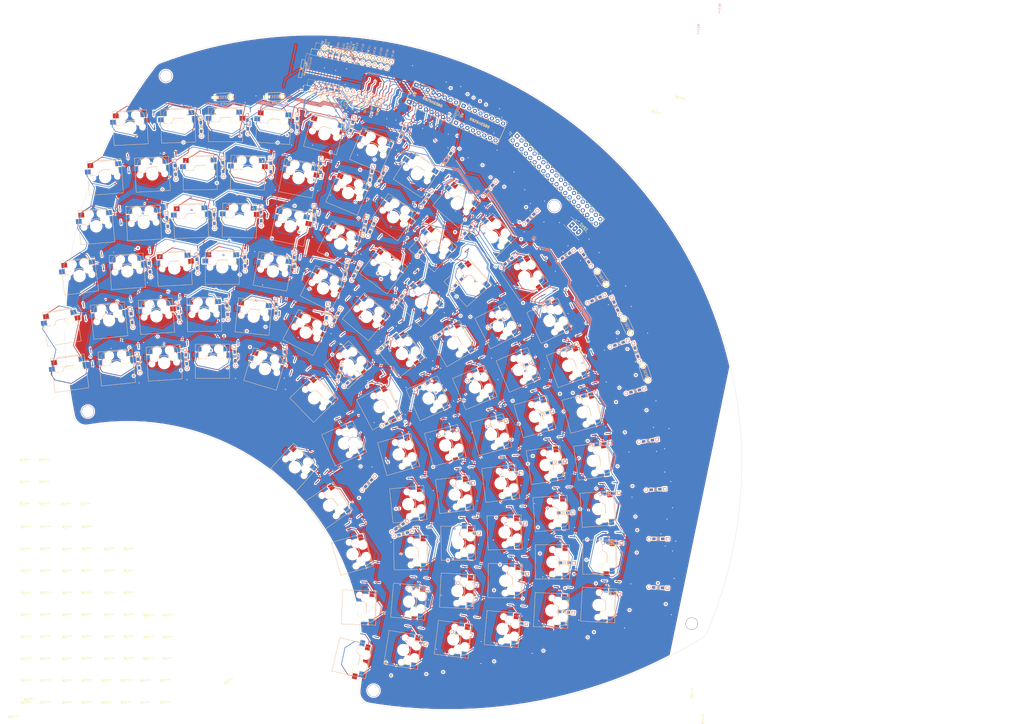
<source format=kicad_pcb>
(kicad_pcb (version 20171130) (host pcbnew "(5.1.5)-3")
  (title_block (title fan) (rev v1.2))
  (layers (0 F.Cu signal hide) (31 B.Cu signal hide) (34 B.Paste user hide) (35 F.Paste user hide) (36 B.SilkS user hide) (37 F.SilkS user hide) (38 B.Mask user hide) (39 F.Mask user hide) (44 Edge.Cuts user hide))
  (net 0 "")
  (net 1 row01)
  (net 2 row00)
  (net 3 GND)
  (net 4 col14)
  (net 5 row02)
  (net 6 col13)
  (net 7 row03)
  (net 8 col12)
  (net 9 row04)
  (net 10 col11)
  (net 11 row05)
  (net 12 col10)
  (net 13 col00)
  (net 14 col09)
  (net 15 col01)
  (net 16 col08)
  (net 17 col02)
  (net 18 col03)
  (net 19 col04)
  (net 20 col05)
  (net 21 col06)
  (net 22 col07)
  (net 23 "Net-(D1-Pad2)")
  (net 24 VCC)
  (net 25 software_reset)
  (net 26 hardware_reset)
  (net 27 OE)
  (net 28 RCK)
  (net 29 SCL)
  (net 30 SCK)
  (net 31 SER)
  (net 32 "Net-(J2-Pad38)")
  (net 33 QHSER)
  (net 34 QHSER')
  (net 35 "Net-(D2-Pad2)")
  (net 36 "Net-(D7-Pad2)")
  (net 37 "Net-(D8-Pad2)")
  (net 38 "Net-(D13-Pad2)")
  (net 39 "Net-(D14-Pad2)")
  (net 40 "Net-(D19-Pad2)")
  (net 41 "Net-(D20-Pad2)")
  (net 42 "Net-(D25-Pad2)")
  (net 43 "Net-(D26-Pad2)")
  (net 44 "Net-(D31-Pad2)")
  (net 45 "Net-(D32-Pad2)")
  (net 46 "Net-(D37-Pad2)")
  (net 47 "Net-(D38-Pad2)")
  (net 48 "Net-(D43-Pad2)")
  (net 49 "Net-(D44-Pad2)")
  (net 50 "Net-(D49-Pad2)")
  (net 51 "Net-(D50-Pad2)")
  (net 52 "Net-(D55-Pad2)")
  (net 53 "Net-(D56-Pad2)")
  (net 54 "Net-(D61-Pad2)")
  (net 55 "Net-(D62-Pad2)")
  (net 56 "Net-(D67-Pad2)")
  (net 57 "Net-(D68-Pad2)")
  (net 58 "Net-(D73-Pad2)")
  (net 59 "Net-(D74-Pad2)")
  (net 60 "Net-(D79-Pad2)")
  (net 61 "Net-(D80-Pad2)")
  (net 62 "Net-(D85-Pad2)")
  (net 63 "Net-(D86-Pad2)")
  (net 64 "Net-(D3-Pad2)")
  (net 65 "Net-(D4-Pad2)")
  (net 66 "Net-(D5-Pad2)")
  (net 67 "Net-(D6-Pad2)")
  (net 68 "Net-(D9-Pad2)")
  (net 69 "Net-(D10-Pad2)")
  (net 70 "Net-(D11-Pad2)")
  (net 71 "Net-(D12-Pad2)")
  (net 72 "Net-(D15-Pad2)")
  (net 73 "Net-(D16-Pad2)")
  (net 74 "Net-(D17-Pad2)")
  (net 75 "Net-(D18-Pad2)")
  (net 76 "Net-(D21-Pad2)")
  (net 77 "Net-(D22-Pad2)")
  (net 78 "Net-(D23-Pad2)")
  (net 79 "Net-(D24-Pad2)")
  (net 80 "Net-(D27-Pad2)")
  (net 81 "Net-(D28-Pad2)")
  (net 82 "Net-(D29-Pad2)")
  (net 83 "Net-(D30-Pad2)")
  (net 84 "Net-(D33-Pad2)")
  (net 85 "Net-(D34-Pad2)")
  (net 86 "Net-(D35-Pad2)")
  (net 87 "Net-(D36-Pad2)")
  (net 88 "Net-(D39-Pad2)")
  (net 89 "Net-(D40-Pad2)")
  (net 90 "Net-(D41-Pad2)")
  (net 91 "Net-(D42-Pad2)")
  (net 92 "Net-(D45-Pad2)")
  (net 93 "Net-(D46-Pad2)")
  (net 94 "Net-(D47-Pad2)")
  (net 95 "Net-(D48-Pad2)")
  (net 96 "Net-(D51-Pad2)")
  (net 97 "Net-(D52-Pad2)")
  (net 98 "Net-(D53-Pad2)")
  (net 99 "Net-(D54-Pad2)")
  (net 100 "Net-(D57-Pad2)")
  (net 101 "Net-(D58-Pad2)")
  (net 102 "Net-(D59-Pad2)")
  (net 103 "Net-(D60-Pad2)")
  (net 104 "Net-(D63-Pad2)")
  (net 105 "Net-(D64-Pad2)")
  (net 106 "Net-(D66-Pad2)")
  (net 107 "Net-(D69-Pad2)")
  (net 108 "Net-(D70-Pad2)")
  (net 109 "Net-(D71-Pad2)")
  (net 110 "Net-(D72-Pad2)")
  (net 111 "Net-(D75-Pad2)")
  (net 112 "Net-(D76-Pad2)")
  (net 113 "Net-(D77-Pad2)")
  (net 114 "Net-(D78-Pad2)")
  (net 115 "Net-(D81-Pad2)")
  (net 116 "Net-(D82-Pad2)")
  (net 117 "Net-(D83-Pad2)")
  (net 118 "Net-(D84-Pad2)")
  (net 119 "Net-(D87-Pad2)")
  (net 120 "Net-(D88-Pad2)")
  (net 121 "Net-(D89-Pad2)")
  (net 122 "Net-(D90-Pad2)")
  (net 123 "Net-(D65-Pad2)")
  (module kbd:case_caver (layer B.Cu) (at 4.51 215.0001 90)
    (fp_text reference REF** hide)
    (fp_text value case_caver hide)
  )
  (module kbd:case_caver (layer F.Cu) (at 16.51 247.0001 270)
    (fp_text reference REF** hide)
    (fp_text value case_caver hide)
  )
  (module kbd:case_caver (layer B.Cu) (at 259.01 5.0001 270)
    (fp_text reference REF** hide)
    (fp_text value case_caver hide)
  )
  (module kbd:case_caver (layer F.Cu) (at 138.51 39.5001 78)
    (fp_text reference REF** hide)
    (fp_text value case_caver hide)
  )
  (module kbd:case_caver (layer F.Cu) (at 295.51 4.5001 180)
    (fp_text reference REF** hide)
    (fp_text value case_caver hide)
  )
  (module kbd:case_caver (layer F.Cu) (at 93.53 278.9701 30)
    (fp_text reference REF** (at 0 0.5 30) (layer F.SilkS))
    (fp_text value case_caver)
  )
  (module kbd:L_case_parts (layer F.Cu) (at 278.87 40.7001 160)
    (fp_text reference REF** (at 0 0.5 340) (layer F.SilkS))
    (fp_text value L_case_parts)
  )
  (module kbd:L_case_parts (layer F.Cu) (at 268.85 46.6001 160)
    (fp_text reference REF** (at 0 0.5 340) (layer F.SilkS))
    (fp_text value L_case_parts)
  )
  (module kbd:L_case_parts (layer B.Cu) (at 286.13 11.8701 270)
    (fp_text reference REF** (at 0 -0.5 270) (layer B.SilkS) (effects (justify mirror)))
    (fp_text value L_case_parts)
  )
  (module kbd:L_case_parts (layer B.Cu) (at 294.82 3.4201 270)
    (fp_text reference REF** (at 0 -0.5 90) (layer B.SilkS) (effects (justify mirror)))
    (fp_text value L_case_parts)
  )
  (module kbd:L_case_parts (layer F.Cu) (at 11.75 286.5501)
    (fp_text reference REF** (at 0 0.5) (layer F.SilkS))
    (fp_text value L_case_parts)
  )
  (module kbd:L_case_parts (layer F.Cu) (at 283.453117 284.298101 85)
    (fp_text reference REF** (at 0 0.5 85) (layer F.SilkS))
    (fp_text value L_case_parts)
  )
  (module kbd:L_case_parts (layer F.Cu) (at 288.01 295.0001 85)
    (fp_text reference REF** (at 0 0.5 265) (layer F.SilkS))
    (fp_text value L_case_parts)
  )
  (module kbd:L_case_parts (layer F.Cu) (at 5.52 293.6301)
    (fp_text reference REF** (at 0 0.5) (layer F.SilkS))
    (fp_text value L_case_parts)
  )
  (module kbd:washer (layer F.Cu) (at 68.71 269.7001)
    (fp_text reference REF** (at 0 0.5) (layer F.SilkS))
    (fp_text value washer)
  )
  (module kbd:washer (layer F.Cu) (at 67.51 287.7001)
    (fp_text reference REF** (at 0 0.5) (layer F.SilkS))
    (fp_text value washer)
  )
  (module kbd:washer (layer F.Cu) (at 59.51 287.7701)
    (fp_text reference REF** (at 0 0.5) (layer F.SilkS))
    (fp_text value washer)
  )
  (module kbd:washer (layer F.Cu) (at 59.51 278.7701)
    (fp_text reference REF** (at 0 0.5) (layer F.SilkS))
    (fp_text value washer)
  )
  (module kbd:washer (layer F.Cu) (at 67.51 278.7001)
    (fp_text reference REF** (at 0 0.5) (layer F.SilkS))
    (fp_text value washer)
  )
  (module kbd:washer (layer F.Cu) (at 60.71 269.7701)
    (fp_text reference REF** (at 0 0.5) (layer F.SilkS))
    (fp_text value washer)
  )
  (module kbd:washer (layer F.Cu) (at 68.81 260.9001)
    (fp_text reference REF** (at 0 0.5) (layer F.SilkS))
    (fp_text value washer)
  )
  (module kbd:washer (layer F.Cu) (at 60.81 251.9701)
    (fp_text reference REF** (at 0 0.5) (layer F.SilkS))
    (fp_text value washer)
  )
  (module kbd:washer (layer F.Cu) (at 60.81 260.9701)
    (fp_text reference REF** (at 0 0.5) (layer F.SilkS))
    (fp_text value washer)
  )
  (module kbd:washer (layer F.Cu) (at 68.81 251.9001)
    (fp_text reference REF** (at 0 0.5) (layer F.SilkS))
    (fp_text value washer)
  )
  (module kbd:washer (layer F.Cu) (at 18.51 278.7001)
    (fp_text reference REF** (at 0 0.5) (layer F.SilkS))
    (fp_text value washer)
  )
  (module kbd:washer (layer F.Cu) (at 10.51 287.7701)
    (fp_text reference REF** (at 0 0.5) (layer F.SilkS))
    (fp_text value washer)
  )
  (module kbd:washer (layer F.Cu) (at 18.51 287.7001)
    (fp_text reference REF** (at 0 0.5) (layer F.SilkS))
    (fp_text value washer)
  )
  (module kbd:washer (layer F.Cu) (at 10.51 278.7701)
    (fp_text reference REF** (at 0 0.5) (layer F.SilkS))
    (fp_text value washer)
  )
  (module kbd:washer (layer F.Cu) (at 52.71 269.7001)
    (fp_text reference REF** (at 0 0.5) (layer F.SilkS))
    (fp_text value washer)
  )
  (module kbd:washer (layer F.Cu) (at 51.51 287.7001)
    (fp_text reference REF** (at 0 0.5) (layer F.SilkS))
    (fp_text value washer)
  )
  (module kbd:washer (layer F.Cu) (at 43.51 287.7701)
    (fp_text reference REF** (at 0 0.5) (layer F.SilkS))
    (fp_text value washer)
  )
  (module kbd:washer (layer F.Cu) (at 43.51 278.7701)
    (fp_text reference REF** (at 0 0.5) (layer F.SilkS))
    (fp_text value washer)
  )
  (module kbd:washer (layer F.Cu) (at 51.51 278.7001)
    (fp_text reference REF** (at 0 0.5) (layer F.SilkS))
    (fp_text value washer)
  )
  (module kbd:washer (layer F.Cu) (at 44.71 269.7701)
    (fp_text reference REF** (at 0 0.5) (layer F.SilkS))
    (fp_text value washer)
  )
  (module kbd:washer (layer F.Cu) (at 52.71 260.7001)
    (fp_text reference REF** (at 0 0.5) (layer F.SilkS))
    (fp_text value washer)
  )
  (module kbd:washer (layer F.Cu) (at 44.71 251.7701)
    (fp_text reference REF** (at 0 0.5) (layer F.SilkS))
    (fp_text value washer)
  )
  (module kbd:washer (layer F.Cu) (at 44.71 260.7701)
    (fp_text reference REF** (at 0 0.5) (layer F.SilkS))
    (fp_text value washer)
  )
  (module kbd:washer (layer F.Cu) (at 52.71 224.7001)
    (fp_text reference REF** (at 0 0.5) (layer F.SilkS))
    (fp_text value washer)
  )
  (module kbd:washer (layer F.Cu) (at 52.71 242.7001)
    (fp_text reference REF** (at 0 0.5) (layer F.SilkS))
    (fp_text value washer)
  )
  (module kbd:washer (layer F.Cu) (at 44.71 242.7701)
    (fp_text reference REF** (at 0 0.5) (layer F.SilkS))
    (fp_text value washer)
  )
  (module kbd:washer (layer F.Cu) (at 44.71 233.7701)
    (fp_text reference REF** (at 0 0.5) (layer F.SilkS))
    (fp_text value washer)
  )
  (module kbd:washer (layer F.Cu) (at 52.71 233.7001)
    (fp_text reference REF** (at 0 0.5) (layer F.SilkS))
    (fp_text value washer)
  )
  (module kbd:washer (layer F.Cu) (at 52.71 251.7001)
    (fp_text reference REF** (at 0 0.5) (layer F.SilkS))
    (fp_text value washer)
  )
  (module kbd:washer (layer F.Cu) (at 44.71 224.7701)
    (fp_text reference REF** (at 0 0.5) (layer F.SilkS))
    (fp_text value washer)
  )
  (module kbd:washer (layer F.Cu) (at 35.51 287.7001)
    (fp_text reference REF** (at 0 0.5) (layer F.SilkS))
    (fp_text value washer)
  )
  (module kbd:washer (layer F.Cu) (at 27.51 278.7701)
    (fp_text reference REF** (at 0 0.5) (layer F.SilkS))
    (fp_text value washer)
  )
  (module kbd:washer (layer F.Cu) (at 27.51 287.7701)
    (fp_text reference REF** (at 0 0.5) (layer F.SilkS))
    (fp_text value washer)
  )
  (module kbd:washer (layer F.Cu) (at 35.51 251.7001)
    (fp_text reference REF** (at 0 0.5) (layer F.SilkS))
    (fp_text value washer)
  )
  (module kbd:washer (layer F.Cu) (at 35.51 269.7001)
    (fp_text reference REF** (at 0 0.5) (layer F.SilkS))
    (fp_text value washer)
  )
  (module kbd:washer (layer F.Cu) (at 27.51 269.7701)
    (fp_text reference REF** (at 0 0.5) (layer F.SilkS))
    (fp_text value washer)
  )
  (module kbd:washer (layer F.Cu) (at 27.51 260.7701)
    (fp_text reference REF** (at 0 0.5) (layer F.SilkS))
    (fp_text value washer)
  )
  (module kbd:washer (layer F.Cu) (at 35.51 260.7001)
    (fp_text reference REF** (at 0 0.5) (layer F.SilkS))
    (fp_text value washer)
  )
  (module kbd:washer (layer F.Cu) (at 35.51 278.7001)
    (fp_text reference REF** (at 0 0.5) (layer F.SilkS))
    (fp_text value washer)
  )
  (module kbd:washer (layer F.Cu) (at 27.51 251.7701)
    (fp_text reference REF** (at 0 0.5) (layer F.SilkS))
    (fp_text value washer)
  )
  (module kbd:washer (layer F.Cu) (at 35.51 242.7001)
    (fp_text reference REF** (at 0 0.5) (layer F.SilkS))
    (fp_text value washer)
  )
  (module kbd:washer (layer F.Cu) (at 27.51 233.7701)
    (fp_text reference REF** (at 0 0.5) (layer F.SilkS))
    (fp_text value washer)
  )
  (module kbd:washer (layer F.Cu) (at 27.51 242.7701)
    (fp_text reference REF** (at 0 0.5) (layer F.SilkS))
    (fp_text value washer)
  )
  (module kbd:washer (layer F.Cu) (at 35.01 206.2001)
    (fp_text reference REF** (at 0 0.5) (layer F.SilkS))
    (fp_text value washer)
  )
  (module kbd:washer (layer F.Cu) (at 35.51 224.7001)
    (fp_text reference REF** (at 0 0.5) (layer F.SilkS))
    (fp_text value washer)
  )
  (module kbd:washer (layer F.Cu) (at 27.51 224.7701)
    (fp_text reference REF** (at 0 0.5) (layer F.SilkS))
    (fp_text value washer)
  )
  (module kbd:washer (layer F.Cu) (at 27.51 215.7701)
    (fp_text reference REF** (at 0 0.5) (layer F.SilkS))
    (fp_text value washer)
  )
  (module kbd:washer (layer F.Cu) (at 35.51 215.7001)
    (fp_text reference REF** (at 0 0.5) (layer F.SilkS))
    (fp_text value washer)
  )
  (module kbd:washer (layer F.Cu) (at 35.51 233.7001)
    (fp_text reference REF** (at 0 0.5) (layer F.SilkS))
    (fp_text value washer)
  )
  (module kbd:washer (layer F.Cu) (at 27.01 206.2701)
    (fp_text reference REF** (at 0 0.5) (layer F.SilkS))
    (fp_text value washer)
  )
  (module kbd:washer (layer F.Cu) (at 18.51 269.7001)
    (fp_text reference REF** (at 0 0.5) (layer F.SilkS))
    (fp_text value washer)
  )
  (module kbd:washer (layer F.Cu) (at 10.51 260.7701)
    (fp_text reference REF** (at 0 0.5) (layer F.SilkS))
    (fp_text value washer)
  )
  (module kbd:washer (layer F.Cu) (at 10.51 269.7701)
    (fp_text reference REF** (at 0 0.5) (layer F.SilkS))
    (fp_text value washer)
  )
  (module kbd:washer (layer F.Cu) (at 18.51 233.7001)
    (fp_text reference REF** (at 0 0.5) (layer F.SilkS))
    (fp_text value washer)
  )
  (module kbd:washer (layer F.Cu) (at 18.51 251.7001)
    (fp_text reference REF** (at 0 0.5) (layer F.SilkS))
    (fp_text value washer)
  )
  (module kbd:washer (layer F.Cu) (at 10.51 251.7701)
    (fp_text reference REF** (at 0 0.5) (layer F.SilkS))
    (fp_text value washer)
  )
  (module kbd:washer (layer F.Cu) (at 10.51 242.7701)
    (fp_text reference REF** (at 0 0.5) (layer F.SilkS))
    (fp_text value washer)
  )
  (module kbd:washer (layer F.Cu) (at 18.51 242.7001)
    (fp_text reference REF** (at 0 0.5) (layer F.SilkS))
    (fp_text value washer)
  )
  (module kbd:washer (layer F.Cu) (at 18.51 260.7001)
    (fp_text reference REF** (at 0 0.5) (layer F.SilkS))
    (fp_text value washer)
  )
  (module kbd:washer (layer F.Cu) (at 10.51 233.7701)
    (fp_text reference REF** (at 0 0.5) (layer F.SilkS))
    (fp_text value washer)
  )
  (module kbd:washer (layer F.Cu) (at 18.51 224.7001)
    (fp_text reference REF** (at 0 0.5) (layer F.SilkS))
    (fp_text value washer)
  )
  (module kbd:washer (layer F.Cu) (at 10.51 224.7701)
    (fp_text reference REF** (at 0 0.5) (layer F.SilkS))
    (fp_text value washer)
  )
  (module kbd:washer (layer F.Cu) (at 18.51 215.7001)
    (fp_text reference REF** (at 0 0.5) (layer F.SilkS))
    (fp_text value washer)
  )
  (module kbd:washer (layer F.Cu) (at 10.51 215.7701)
    (fp_text reference REF** (at 0 0.5) (layer F.SilkS))
    (fp_text value washer)
  )
  (module kbd:washer (layer F.Cu) (at 18.01 206.2001)
    (fp_text reference REF** (at 0 0.5) (layer F.SilkS))
    (fp_text value washer)
  )
  (module kbd:washer (layer F.Cu) (at 10.01 206.2701)
    (fp_text reference REF** (at 0 0.5) (layer F.SilkS))
    (fp_text value washer)
  )
  (module kbd:washer (layer F.Cu) (at 18.01 197.2001)
    (fp_text reference REF** (at 0 0.5) (layer F.SilkS))
    (fp_text value washer)
  )
  (module kbd:washer (layer F.Cu) (at 10.01 197.2701)
    (fp_text reference REF** (at 0 0.5) (layer F.SilkS))
    (fp_text value washer)
  )
  (module kbd:washer (layer F.Cu) (at 18.01 188.2001)
    (fp_text reference REF** (at 0 0.5) (layer F.SilkS))
    (fp_text value washer)
  )
  (module kbd:washer (layer F.Cu) (at 10.01 188.2701)
    (fp_text reference REF** (at 0 0.5) (layer F.SilkS))
    (fp_text value washer)
  )
  (module kbd:CherryMX_Hotswap_edit (layer F.Cu) (at 82.004051 70.772909 1)
    (fp_text reference SW14 hide)
    (fp_text value SW_PUSH hide)
    (pad 1 smd rect (at -7 -2.58 181) (size 2.3 2) (layers B.Cu B.Paste B.Mask) (net 17 col02))
    (pad 1 smd rect (at 7 -2.58 181) (size 2.3 2) (layers F.Cu F.Paste F.Mask) (net 17 col02))
    (pad 2 smd rect (at -5.7 -5.12 181) (size 2.3 2) (layers F.Cu F.Paste F.Mask) (net 39 "Net-(D14-Pad2)"))
    (pad "" np_thru_hole circle (at -3.81 -2.54 181) (size 3 3) (drill 3) (layers *.Cu *.Mask))
    (pad "" np_thru_hole circle (at -2.54 -5.08 181) (size 3 3) (drill 3) (layers *.Cu *.Mask))
    (pad "" np_thru_hole circle (at 3.81 -2.540001 181) (size 3 3) (drill 3) (layers *.Cu *.Mask))
    (pad "" np_thru_hole circle (at 2.54 -5.08 181) (size 3 3) (drill 3) (layers *.Cu *.Mask))
    (pad "" np_thru_hole circle (at 0 0 91) (size 4.1 4.1) (drill 4.1) (layers *.Cu *.Mask F.SilkS))
    (pad "" np_thru_hole circle (at 5.08 0 1) (size 1.9 1.9) (drill 1.9) (layers *.Cu *.Mask F.SilkS))
    (pad "" np_thru_hole circle (at -5.08 0 1) (size 1.9 1.9) (drill 1.9) (layers *.Cu *.Mask F.SilkS))
    (pad 2 smd rect (at 5.7 -5.12 181) (size 2.3 2) (layers B.Cu B.Paste B.Mask) (net 39 "Net-(D14-Pad2)"))
  )
  (module kbd:CherryMX_Hotswap_edit (layer F.Cu) (at 52.171525 111.264211 4)
    (fp_text reference SW10 hide)
    (fp_text value SW_PUSH hide)
    (pad 1 smd rect (at -7 -2.58 184) (size 2.3 2) (layers B.Cu B.Paste B.Mask) (net 15 col01))
    (pad 1 smd rect (at 7 -2.58 184) (size 2.3 2) (layers F.Cu F.Paste F.Mask) (net 15 col01))
    (pad 2 smd rect (at -5.7 -5.12 184) (size 2.3 2) (layers F.Cu F.Paste F.Mask) (net 69 "Net-(D10-Pad2)"))
    (pad "" np_thru_hole circle (at -3.81 -2.54 184) (size 3 3) (drill 3) (layers *.Cu *.Mask))
    (pad "" np_thru_hole circle (at -2.54 -5.08 184) (size 3 3) (drill 3) (layers *.Cu *.Mask))
    (pad "" np_thru_hole circle (at 3.81 -2.540001 184) (size 3 3) (drill 3) (layers *.Cu *.Mask))
    (pad "" np_thru_hole circle (at 2.54 -5.08 184) (size 3 3) (drill 3) (layers *.Cu *.Mask))
    (pad "" np_thru_hole circle (at 0 0 94) (size 4.1 4.1) (drill 4.1) (layers *.Cu *.Mask F.SilkS))
    (pad "" np_thru_hole circle (at 5.08 0 4) (size 1.9 1.9) (drill 1.9) (layers *.Cu *.Mask F.SilkS))
    (pad "" np_thru_hole circle (at -5.08 0 4) (size 1.9 1.9) (drill 1.9) (layers *.Cu *.Mask F.SilkS))
    (pad 2 smd rect (at 5.7 -5.12 184) (size 2.3 2) (layers B.Cu B.Paste B.Mask) (net 69 "Net-(D10-Pad2)"))
  )
  (module kbd:CherryMX_Hotswap_edit (layer F.Cu) (at 104.011886 129.846494 354)
    (fp_text reference SW29 hide)
    (fp_text value SW_PUSH hide)
    (pad 1 smd rect (at -7 -2.58 174) (size 2.3 2) (layers B.Cu B.Paste B.Mask) (net 19 col04))
    (pad 1 smd rect (at 7 -2.58 174) (size 2.3 2) (layers F.Cu F.Paste F.Mask) (net 19 col04))
    (pad 2 smd rect (at -5.7 -5.12 174) (size 2.3 2) (layers F.Cu F.Paste F.Mask) (net 82 "Net-(D29-Pad2)"))
    (pad "" np_thru_hole circle (at -3.81 -2.54 174) (size 3 3) (drill 3) (layers *.Cu *.Mask))
    (pad "" np_thru_hole circle (at -2.54 -5.08 174) (size 3 3) (drill 3) (layers *.Cu *.Mask))
    (pad "" np_thru_hole circle (at 3.81 -2.540001 174) (size 3 3) (drill 3) (layers *.Cu *.Mask))
    (pad "" np_thru_hole circle (at 2.54 -5.08 174) (size 3 3) (drill 3) (layers *.Cu *.Mask))
    (pad "" np_thru_hole circle (at 0 0 84) (size 4.1 4.1) (drill 4.1) (layers *.Cu *.Mask F.SilkS))
    (pad "" np_thru_hole circle (at 5.08 0 354) (size 1.9 1.9) (drill 1.9) (layers *.Cu *.Mask F.SilkS))
    (pad "" np_thru_hole circle (at -5.08 0 354) (size 1.9 1.9) (drill 1.9) (layers *.Cu *.Mask F.SilkS))
    (pad 2 smd rect (at 5.7 -5.12 174) (size 2.3 2) (layers B.Cu B.Paste B.Mask) (net 82 "Net-(D29-Pad2)"))
  )
  (module kbd:CherryMX_Hotswap_edit (layer F.Cu) (at 101.567914 70.752009 359)
    (fp_text reference SW20 hide)
    (fp_text value SW_PUSH hide)
    (pad 1 smd rect (at -7 -2.58 179) (size 2.3 2) (layers B.Cu B.Paste B.Mask) (net 18 col03))
    (pad 1 smd rect (at 7 -2.58 179) (size 2.3 2) (layers F.Cu F.Paste F.Mask) (net 18 col03))
    (pad 2 smd rect (at -5.7 -5.12 179) (size 2.3 2) (layers F.Cu F.Paste F.Mask) (net 41 "Net-(D20-Pad2)"))
    (pad "" np_thru_hole circle (at -3.81 -2.54 179) (size 3 3) (drill 3) (layers *.Cu *.Mask))
    (pad "" np_thru_hole circle (at -2.54 -5.08 179) (size 3 3) (drill 3) (layers *.Cu *.Mask))
    (pad "" np_thru_hole circle (at 3.81 -2.540001 179) (size 3 3) (drill 3) (layers *.Cu *.Mask))
    (pad "" np_thru_hole circle (at 2.54 -5.08 179) (size 3 3) (drill 3) (layers *.Cu *.Mask))
    (pad "" np_thru_hole circle (at 0 0 89) (size 4.1 4.1) (drill 4.1) (layers *.Cu *.Mask F.SilkS))
    (pad "" np_thru_hole circle (at 5.08 0 359) (size 1.9 1.9) (drill 1.9) (layers *.Cu *.Mask F.SilkS))
    (pad "" np_thru_hole circle (at -5.08 0 359) (size 1.9 1.9) (drill 1.9) (layers *.Cu *.Mask F.SilkS))
    (pad 2 smd rect (at 5.7 -5.12 179) (size 2.3 2) (layers B.Cu B.Paste B.Mask) (net 41 "Net-(D20-Pad2)"))
  )
  (module kbd:CherryMX_Hotswap_edit (layer F.Cu) (at 64.114287 129.681717 4)
    (fp_text reference SW17 hide)
    (fp_text value SW_PUSH hide)
    (pad 1 smd rect (at -7 -2.58 184) (size 2.3 2) (layers B.Cu B.Paste B.Mask) (net 17 col02))
    (pad 1 smd rect (at 7 -2.58 184) (size 2.3 2) (layers F.Cu F.Paste F.Mask) (net 17 col02))
    (pad 2 smd rect (at -5.7 -5.12 184) (size 2.3 2) (layers F.Cu F.Paste F.Mask) (net 74 "Net-(D17-Pad2)"))
    (pad "" np_thru_hole circle (at -3.81 -2.54 184) (size 3 3) (drill 3) (layers *.Cu *.Mask))
    (pad "" np_thru_hole circle (at -2.54 -5.08 184) (size 3 3) (drill 3) (layers *.Cu *.Mask))
    (pad "" np_thru_hole circle (at 3.81 -2.540001 184) (size 3 3) (drill 3) (layers *.Cu *.Mask))
    (pad "" np_thru_hole circle (at 2.54 -5.08 184) (size 3 3) (drill 3) (layers *.Cu *.Mask))
    (pad "" np_thru_hole circle (at 0 0 94) (size 4.1 4.1) (drill 4.1) (layers *.Cu *.Mask F.SilkS))
    (pad "" np_thru_hole circle (at 5.08 0 4) (size 1.9 1.9) (drill 1.9) (layers *.Cu *.Mask F.SilkS))
    (pad "" np_thru_hole circle (at -5.08 0 4) (size 1.9 1.9) (drill 1.9) (layers *.Cu *.Mask F.SilkS))
    (pad 2 smd rect (at 5.7 -5.12 184) (size 2.3 2) (layers B.Cu B.Paste B.Mask) (net 74 "Net-(D17-Pad2)"))
  )
  (module kbd:CherryMX_Hotswap_edit (layer F.Cu) (at 91.135595 109.568234)
    (fp_text reference SW22 hide)
    (fp_text value SW_PUSH hide)
    (pad 1 smd rect (at -7 -2.58 180) (size 2.3 2) (layers B.Cu B.Paste B.Mask) (net 18 col03))
    (pad 1 smd rect (at 7 -2.58 180) (size 2.3 2) (layers F.Cu F.Paste F.Mask) (net 18 col03))
    (pad 2 smd rect (at -5.7 -5.12 180) (size 2.3 2) (layers F.Cu F.Paste F.Mask) (net 77 "Net-(D22-Pad2)"))
    (pad "" np_thru_hole circle (at -3.81 -2.54 180) (size 3 3) (drill 3) (layers *.Cu *.Mask))
    (pad "" np_thru_hole circle (at -2.54 -5.08 180) (size 3 3) (drill 3) (layers *.Cu *.Mask))
    (pad "" np_thru_hole circle (at 3.81 -2.540001 180) (size 3 3) (drill 3) (layers *.Cu *.Mask))
    (pad "" np_thru_hole circle (at 2.54 -5.08 180) (size 3 3) (drill 3) (layers *.Cu *.Mask))
    (pad "" np_thru_hole circle (at 0 0 90) (size 4.1 4.1) (drill 4.1) (layers *.Cu *.Mask F.SilkS))
    (pad "" np_thru_hole circle (at 5.08 0) (size 1.9 1.9) (drill 1.9) (layers *.Cu *.Mask F.SilkS))
    (pad "" np_thru_hole circle (at -5.08 0) (size 1.9 1.9) (drill 1.9) (layers *.Cu *.Mask F.SilkS))
    (pad 2 smd rect (at 5.7 -5.12 180) (size 2.3 2) (layers B.Cu B.Paste B.Mask) (net 77 "Net-(D22-Pad2)"))
  )
  (module kbd:CherryMX_Hotswap_edit (layer F.Cu) (at 78.297779 90.508603 2)
    (fp_text reference SW15 hide)
    (fp_text value SW_PUSH hide)
    (pad 1 smd rect (at -7 -2.58 182) (size 2.3 2) (layers B.Cu B.Paste B.Mask) (net 17 col02))
    (pad 1 smd rect (at 7 -2.58 182) (size 2.3 2) (layers F.Cu F.Paste F.Mask) (net 17 col02))
    (pad 2 smd rect (at -5.7 -5.12 182) (size 2.3 2) (layers F.Cu F.Paste F.Mask) (net 72 "Net-(D15-Pad2)"))
    (pad "" np_thru_hole circle (at -3.81 -2.54 182) (size 3 3) (drill 3) (layers *.Cu *.Mask))
    (pad "" np_thru_hole circle (at -2.54 -5.08 182) (size 3 3) (drill 3) (layers *.Cu *.Mask))
    (pad "" np_thru_hole circle (at 3.81 -2.540001 182) (size 3 3) (drill 3) (layers *.Cu *.Mask))
    (pad "" np_thru_hole circle (at 2.54 -5.08 182) (size 3 3) (drill 3) (layers *.Cu *.Mask))
    (pad "" np_thru_hole circle (at 0 0 92) (size 4.1 4.1) (drill 4.1) (layers *.Cu *.Mask F.SilkS))
    (pad "" np_thru_hole circle (at 5.08 0 2) (size 1.9 1.9) (drill 1.9) (layers *.Cu *.Mask F.SilkS))
    (pad "" np_thru_hole circle (at -5.08 0 2) (size 1.9 1.9) (drill 1.9) (layers *.Cu *.Mask F.SilkS))
    (pad 2 smd rect (at 5.7 -5.12 182) (size 2.3 2) (layers B.Cu B.Paste B.Mask) (net 72 "Net-(D15-Pad2)"))
  )
  (module kbd:CherryMX_Hotswap_edit (layer F.Cu) (at 62.436132 71.423731 3)
    (fp_text reference SW8 hide)
    (fp_text value SW_PUSH hide)
    (pad 1 smd rect (at -7 -2.58 183) (size 2.3 2) (layers B.Cu B.Paste B.Mask) (net 15 col01))
    (pad 1 smd rect (at 7 -2.58 183) (size 2.3 2) (layers F.Cu F.Paste F.Mask) (net 15 col01))
    (pad 2 smd rect (at -5.7 -5.12 183) (size 2.3 2) (layers F.Cu F.Paste F.Mask) (net 37 "Net-(D8-Pad2)"))
    (pad "" np_thru_hole circle (at -3.81 -2.54 183) (size 3 3) (drill 3) (layers *.Cu *.Mask))
    (pad "" np_thru_hole circle (at -2.54 -5.08 183) (size 3 3) (drill 3) (layers *.Cu *.Mask))
    (pad "" np_thru_hole circle (at 3.81 -2.540001 183) (size 3 3) (drill 3) (layers *.Cu *.Mask))
    (pad "" np_thru_hole circle (at 2.54 -5.08 183) (size 3 3) (drill 3) (layers *.Cu *.Mask))
    (pad "" np_thru_hole circle (at 0 0 93) (size 4.1 4.1) (drill 4.1) (layers *.Cu *.Mask F.SilkS))
    (pad "" np_thru_hole circle (at 5.08 0 3) (size 1.9 1.9) (drill 1.9) (layers *.Cu *.Mask F.SilkS))
    (pad "" np_thru_hole circle (at -5.08 0 3) (size 1.9 1.9) (drill 1.9) (layers *.Cu *.Mask F.SilkS))
    (pad 2 smd rect (at 5.7 -5.12 183) (size 2.3 2) (layers B.Cu B.Paste B.Mask) (net 37 "Net-(D8-Pad2)"))
  )
  (module kbd:CherryMX_Hotswap_edit (layer F.Cu) (at 125.370157 136.370699 332)
    (fp_text reference SW35 hide)
    (fp_text value SW_PUSH hide)
    (pad 1 smd rect (at -7 -2.58 152) (size 2.3 2) (layers B.Cu B.Paste B.Mask) (net 20 col05))
    (pad 1 smd rect (at 7 -2.58 152) (size 2.3 2) (layers F.Cu F.Paste F.Mask) (net 20 col05))
    (pad 2 smd rect (at -5.7 -5.12 152) (size 2.3 2) (layers F.Cu F.Paste F.Mask) (net 86 "Net-(D35-Pad2)"))
    (pad "" np_thru_hole circle (at -3.81 -2.54 152) (size 3 3) (drill 3) (layers *.Cu *.Mask))
    (pad "" np_thru_hole circle (at -2.54 -5.08 152) (size 3 3) (drill 3) (layers *.Cu *.Mask))
    (pad "" np_thru_hole circle (at 3.81 -2.540001 152) (size 3 3) (drill 3) (layers *.Cu *.Mask))
    (pad "" np_thru_hole circle (at 2.54 -5.08 152) (size 3 3) (drill 3) (layers *.Cu *.Mask))
    (pad "" np_thru_hole circle (at 0 0 62) (size 4.1 4.1) (drill 4.1) (layers *.Cu *.Mask F.SilkS))
    (pad "" np_thru_hole circle (at 5.08 0 332) (size 1.9 1.9) (drill 1.9) (layers *.Cu *.Mask F.SilkS))
    (pad "" np_thru_hole circle (at -5.08 0 332) (size 1.9 1.9) (drill 1.9) (layers *.Cu *.Mask F.SilkS))
    (pad 2 smd rect (at 5.7 -5.12 152) (size 2.3 2) (layers B.Cu B.Paste B.Mask) (net 86 "Net-(D35-Pad2)"))
  )
  (module kbd:CherryMX_Hotswap_edit (layer F.Cu) (at 83.771375 128.890362 1)
    (fp_text reference SW23 hide)
    (fp_text value SW_PUSH hide)
    (pad 1 smd rect (at -7 -2.58 181) (size 2.3 2) (layers B.Cu B.Paste B.Mask) (net 18 col03))
    (pad 1 smd rect (at 7 -2.58 181) (size 2.3 2) (layers F.Cu F.Paste F.Mask) (net 18 col03))
    (pad 2 smd rect (at -5.7 -5.12 181) (size 2.3 2) (layers F.Cu F.Paste F.Mask) (net 78 "Net-(D23-Pad2)"))
    (pad "" np_thru_hole circle (at -3.81 -2.54 181) (size 3 3) (drill 3) (layers *.Cu *.Mask))
    (pad "" np_thru_hole circle (at -2.54 -5.08 181) (size 3 3) (drill 3) (layers *.Cu *.Mask))
    (pad "" np_thru_hole circle (at 3.81 -2.540001 181) (size 3 3) (drill 3) (layers *.Cu *.Mask))
    (pad "" np_thru_hole circle (at 2.54 -5.08 181) (size 3 3) (drill 3) (layers *.Cu *.Mask))
    (pad "" np_thru_hole circle (at 0 0 91) (size 4.1 4.1) (drill 4.1) (layers *.Cu *.Mask F.SilkS))
    (pad "" np_thru_hole circle (at 5.08 0 1) (size 1.9 1.9) (drill 1.9) (layers *.Cu *.Mask F.SilkS))
    (pad "" np_thru_hole circle (at -5.08 0 1) (size 1.9 1.9) (drill 1.9) (layers *.Cu *.Mask F.SilkS))
    (pad 2 smd rect (at 5.7 -5.12 181) (size 2.3 2) (layers B.Cu B.Paste B.Mask) (net 78 "Net-(D23-Pad2)"))
  )
  (module kbd:CherryMX_Hotswap_edit (layer F.Cu) (at 71.446087 110.055198 3)
    (fp_text reference SW16 hide)
    (fp_text value SW_PUSH hide)
    (pad 1 smd rect (at -7 -2.58 183) (size 2.3 2) (layers B.Cu B.Paste B.Mask) (net 17 col02))
    (pad 1 smd rect (at 7 -2.58 183) (size 2.3 2) (layers F.Cu F.Paste F.Mask) (net 17 col02))
    (pad 2 smd rect (at -5.7 -5.12 183) (size 2.3 2) (layers F.Cu F.Paste F.Mask) (net 73 "Net-(D16-Pad2)"))
    (pad "" np_thru_hole circle (at -3.81 -2.54 183) (size 3 3) (drill 3) (layers *.Cu *.Mask))
    (pad "" np_thru_hole circle (at -2.54 -5.08 183) (size 3 3) (drill 3) (layers *.Cu *.Mask))
    (pad "" np_thru_hole circle (at 3.81 -2.540001 183) (size 3 3) (drill 3) (layers *.Cu *.Mask))
    (pad "" np_thru_hole circle (at 2.54 -5.08 183) (size 3 3) (drill 3) (layers *.Cu *.Mask))
    (pad "" np_thru_hole circle (at 0 0 93) (size 4.1 4.1) (drill 4.1) (layers *.Cu *.Mask F.SilkS))
    (pad "" np_thru_hole circle (at 5.08 0 3) (size 1.9 1.9) (drill 1.9) (layers *.Cu *.Mask F.SilkS))
    (pad "" np_thru_hole circle (at -5.08 0 3) (size 1.9 1.9) (drill 1.9) (layers *.Cu *.Mask F.SilkS))
    (pad 2 smd rect (at 5.7 -5.12 183) (size 2.3 2) (layers B.Cu B.Paste B.Mask) (net 73 "Net-(D16-Pad2)"))
  )
  (module kbd:CherryMX_Hotswap_edit (layer F.Cu) (at 132.486841 118.222765 333)
    (fp_text reference SW34 hide)
    (fp_text value SW_PUSH hide)
    (pad 1 smd rect (at -7 -2.58 153) (size 2.3 2) (layers B.Cu B.Paste B.Mask) (net 20 col05))
    (pad 1 smd rect (at 7 -2.58 153) (size 2.3 2) (layers F.Cu F.Paste F.Mask) (net 20 col05))
    (pad 2 smd rect (at -5.7 -5.12 153) (size 2.3 2) (layers F.Cu F.Paste F.Mask) (net 85 "Net-(D34-Pad2)"))
    (pad "" np_thru_hole circle (at -3.81 -2.54 153) (size 3 3) (drill 3) (layers *.Cu *.Mask))
    (pad "" np_thru_hole circle (at -2.54 -5.08 153) (size 3 3) (drill 3) (layers *.Cu *.Mask))
    (pad "" np_thru_hole circle (at 3.81 -2.540001 153) (size 3 3) (drill 3) (layers *.Cu *.Mask))
    (pad "" np_thru_hole circle (at 2.54 -5.08 153) (size 3 3) (drill 3) (layers *.Cu *.Mask))
    (pad "" np_thru_hole circle (at 0 0 63) (size 4.1 4.1) (drill 4.1) (layers *.Cu *.Mask F.SilkS))
    (pad "" np_thru_hole circle (at 5.08 0 333) (size 1.9 1.9) (drill 1.9) (layers *.Cu *.Mask F.SilkS))
    (pad "" np_thru_hole circle (at -5.08 0 333) (size 1.9 1.9) (drill 1.9) (layers *.Cu *.Mask F.SilkS))
    (pad 2 smd rect (at 5.7 -5.12 153) (size 2.3 2) (layers B.Cu B.Paste B.Mask) (net 85 "Net-(D34-Pad2)"))
  )
  (module kbd:CherryMX_Hotswap_edit (layer F.Cu) (at 150.234183 129.874256 320)
    (fp_text reference SW40 hide)
    (fp_text value SW_PUSH hide)
    (pad 1 smd rect (at -7 -2.58 140) (size 2.3 2) (layers B.Cu B.Paste B.Mask) (net 21 col06))
    (pad 1 smd rect (at 7 -2.58 140) (size 2.3 2) (layers F.Cu F.Paste F.Mask) (net 21 col06))
    (pad 2 smd rect (at -5.7 -5.12 140) (size 2.3 2) (layers F.Cu F.Paste F.Mask) (net 89 "Net-(D40-Pad2)"))
    (pad "" np_thru_hole circle (at -3.81 -2.54 140) (size 3 3) (drill 3) (layers *.Cu *.Mask))
    (pad "" np_thru_hole circle (at -2.54 -5.08 140) (size 3 3) (drill 3) (layers *.Cu *.Mask))
    (pad "" np_thru_hole circle (at 3.81 -2.540001 140) (size 3 3) (drill 3) (layers *.Cu *.Mask))
    (pad "" np_thru_hole circle (at 2.54 -5.08 140) (size 3 3) (drill 3) (layers *.Cu *.Mask))
    (pad "" np_thru_hole circle (at 0 0 50) (size 4.1 4.1) (drill 4.1) (layers *.Cu *.Mask F.SilkS))
    (pad "" np_thru_hole circle (at 5.08 0 320) (size 1.9 1.9) (drill 1.9) (layers *.Cu *.Mask F.SilkS))
    (pad "" np_thru_hole circle (at -5.08 0 320) (size 1.9 1.9) (drill 1.9) (layers *.Cu *.Mask F.SilkS))
    (pad 2 smd rect (at 5.7 -5.12 140) (size 2.3 2) (layers B.Cu B.Paste B.Mask) (net 89 "Net-(D40-Pad2)"))
  )
  (module kbd:CherryMX_Hotswap_edit (layer F.Cu) (at 139.431334 99.84603 334)
    (fp_text reference SW33 hide)
    (fp_text value SW_PUSH hide)
    (pad 1 smd rect (at -7 -2.58 154) (size 2.3 2) (layers B.Cu B.Paste B.Mask) (net 20 col05))
    (pad 1 smd rect (at 7 -2.58 154) (size 2.3 2) (layers F.Cu F.Paste F.Mask) (net 20 col05))
    (pad 2 smd rect (at -5.7 -5.12 154) (size 2.3 2) (layers F.Cu F.Paste F.Mask) (net 84 "Net-(D33-Pad2)"))
    (pad "" np_thru_hole circle (at -3.81 -2.54 154) (size 3 3) (drill 3) (layers *.Cu *.Mask))
    (pad "" np_thru_hole circle (at -2.54 -5.08 154) (size 3 3) (drill 3) (layers *.Cu *.Mask))
    (pad "" np_thru_hole circle (at 3.81 -2.540001 154) (size 3 3) (drill 3) (layers *.Cu *.Mask))
    (pad "" np_thru_hole circle (at 2.54 -5.08 154) (size 3 3) (drill 3) (layers *.Cu *.Mask))
    (pad "" np_thru_hole circle (at 0 0 64) (size 4.1 4.1) (drill 4.1) (layers *.Cu *.Mask F.SilkS))
    (pad "" np_thru_hole circle (at 5.08 0 334) (size 1.9 1.9) (drill 1.9) (layers *.Cu *.Mask F.SilkS))
    (pad "" np_thru_hole circle (at -5.08 0 334) (size 1.9 1.9) (drill 1.9) (layers *.Cu *.Mask F.SilkS))
    (pad 2 smd rect (at 5.7 -5.12 154) (size 2.3 2) (layers B.Cu B.Paste B.Mask) (net 84 "Net-(D33-Pad2)"))
  )
  (module kbd:CherryMX_Hotswap_edit (layer F.Cu) (at 161.220029 89.00219 326)
    (fp_text reference SW38 hide)
    (fp_text value SW_PUSH hide)
    (pad 1 smd rect (at -7 -2.58 146) (size 2.3 2) (layers B.Cu B.Paste B.Mask) (net 21 col06))
    (pad 1 smd rect (at 7 -2.58 146) (size 2.3 2) (layers F.Cu F.Paste F.Mask) (net 21 col06))
    (pad 2 smd rect (at -5.7 -5.12 146) (size 2.3 2) (layers F.Cu F.Paste F.Mask) (net 47 "Net-(D38-Pad2)"))
    (pad "" np_thru_hole circle (at -3.81 -2.54 146) (size 3 3) (drill 3) (layers *.Cu *.Mask))
    (pad "" np_thru_hole circle (at -2.54 -5.08 146) (size 3 3) (drill 3) (layers *.Cu *.Mask))
    (pad "" np_thru_hole circle (at 3.81 -2.540001 146) (size 3 3) (drill 3) (layers *.Cu *.Mask))
    (pad "" np_thru_hole circle (at 2.54 -5.08 146) (size 3 3) (drill 3) (layers *.Cu *.Mask))
    (pad "" np_thru_hole circle (at 0 0 56) (size 4.1 4.1) (drill 4.1) (layers *.Cu *.Mask F.SilkS))
    (pad "" np_thru_hole circle (at 5.08 0 326) (size 1.9 1.9) (drill 1.9) (layers *.Cu *.Mask F.SilkS))
    (pad "" np_thru_hole circle (at -5.08 0 326) (size 1.9 1.9) (drill 1.9) (layers *.Cu *.Mask F.SilkS))
    (pad 2 smd rect (at 5.7 -5.12 146) (size 2.3 2) (layers B.Cu B.Paste B.Mask) (net 47 "Net-(D38-Pad2)"))
  )
  (module kbd:CherryMX_Hotswap_edit (layer F.Cu) (at 72.990007 51.418851 2)
    (fp_text reference SW7 hide)
    (fp_text value SW_PUSH hide)
    (pad 1 smd rect (at -7 -2.58 182) (size 2.3 2) (layers B.Cu B.Paste B.Mask) (net 15 col01))
    (pad 1 smd rect (at 7 -2.58 182) (size 2.3 2) (layers F.Cu F.Paste F.Mask) (net 15 col01))
    (pad 2 smd rect (at -5.7 -5.12 182) (size 2.3 2) (layers F.Cu F.Paste F.Mask) (net 36 "Net-(D7-Pad2)"))
    (pad "" np_thru_hole circle (at -3.81 -2.54 182) (size 3 3) (drill 3) (layers *.Cu *.Mask))
    (pad "" np_thru_hole circle (at -2.54 -5.08 182) (size 3 3) (drill 3) (layers *.Cu *.Mask))
    (pad "" np_thru_hole circle (at 3.81 -2.540001 182) (size 3 3) (drill 3) (layers *.Cu *.Mask))
    (pad "" np_thru_hole circle (at 2.54 -5.08 182) (size 3 3) (drill 3) (layers *.Cu *.Mask))
    (pad "" np_thru_hole circle (at 0 0 92) (size 4.1 4.1) (drill 4.1) (layers *.Cu *.Mask F.SilkS))
    (pad "" np_thru_hole circle (at 5.08 0 2) (size 1.9 1.9) (drill 1.9) (layers *.Cu *.Mask F.SilkS))
    (pad "" np_thru_hole circle (at -5.08 0 2) (size 1.9 1.9) (drill 1.9) (layers *.Cu *.Mask F.SilkS))
    (pad 2 smd rect (at 5.7 -5.12 182) (size 2.3 2) (layers B.Cu B.Paste B.Mask) (net 36 "Net-(D7-Pad2)"))
  )
  (module kbd:CherryMX_Hotswap_edit (layer F.Cu) (at 134.931387 207.394633 305)
    (fp_text reference SW72 hide)
    (fp_text value SW_PUSH hide)
    (pad 1 smd rect (at -7 -2.58 125) (size 2.3 2) (layers B.Cu B.Paste B.Mask) (net 10 col11))
    (pad 1 smd rect (at 7 -2.58 125) (size 2.3 2) (layers F.Cu F.Paste F.Mask) (net 10 col11))
    (pad 2 smd rect (at -5.7 -5.12 125) (size 2.3 2) (layers F.Cu F.Paste F.Mask) (net 110 "Net-(D72-Pad2)"))
    (pad "" np_thru_hole circle (at -3.81 -2.54 125) (size 3 3) (drill 3) (layers *.Cu *.Mask))
    (pad "" np_thru_hole circle (at -2.54 -5.08 125) (size 3 3) (drill 3) (layers *.Cu *.Mask))
    (pad "" np_thru_hole circle (at 3.81 -2.540001 125) (size 3 3) (drill 3) (layers *.Cu *.Mask))
    (pad "" np_thru_hole circle (at 2.54 -5.08 125) (size 3 3) (drill 3) (layers *.Cu *.Mask))
    (pad "" np_thru_hole circle (at 0 0 35) (size 4.1 4.1) (drill 4.1) (layers *.Cu *.Mask F.SilkS))
    (pad "" np_thru_hole circle (at 5.08 0 305) (size 1.9 1.9) (drill 1.9) (layers *.Cu *.Mask F.SilkS))
    (pad "" np_thru_hole circle (at -5.08 0 305) (size 1.9 1.9) (drill 1.9) (layers *.Cu *.Mask F.SilkS))
    (pad 2 smd rect (at 5.7 -5.12 125) (size 2.3 2) (layers B.Cu B.Paste B.Mask) (net 110 "Net-(D72-Pad2)"))
  )
  (module kbd:CherryMX_Hotswap_edit (layer F.Cu) (at 164.801567 145.116056 308)
    (fp_text reference SW54 hide)
    (fp_text value SW_PUSH hide)
    (pad 1 smd rect (at -7 -2.58 128) (size 2.3 2) (layers B.Cu B.Paste B.Mask) (net 16 col08))
    (pad 1 smd rect (at 7 -2.58 128) (size 2.3 2) (layers F.Cu F.Paste F.Mask) (net 16 col08))
    (pad 2 smd rect (at -5.7 -5.12 128) (size 2.3 2) (layers F.Cu F.Paste F.Mask) (net 99 "Net-(D54-Pad2)"))
    (pad "" np_thru_hole circle (at -3.81 -2.54 128) (size 3 3) (drill 3) (layers *.Cu *.Mask))
    (pad "" np_thru_hole circle (at -2.54 -5.08 128) (size 3 3) (drill 3) (layers *.Cu *.Mask))
    (pad "" np_thru_hole circle (at 3.81 -2.540001 128) (size 3 3) (drill 3) (layers *.Cu *.Mask))
    (pad "" np_thru_hole circle (at 2.54 -5.08 128) (size 3 3) (drill 3) (layers *.Cu *.Mask))
    (pad "" np_thru_hole circle (at 0 0 38) (size 4.1 4.1) (drill 4.1) (layers *.Cu *.Mask F.SilkS))
    (pad "" np_thru_hole circle (at 5.08 0 308) (size 1.9 1.9) (drill 1.9) (layers *.Cu *.Mask F.SilkS))
    (pad "" np_thru_hole circle (at -5.08 0 308) (size 1.9 1.9) (drill 1.9) (layers *.Cu *.Mask F.SilkS))
    (pad 2 smd rect (at 5.7 -5.12 128) (size 2.3 2) (layers B.Cu B.Paste B.Mask) (net 99 "Net-(D54-Pad2)"))
  )
  (module kbd:CherryMX_Hotswap_edit (layer F.Cu) (at 53.393123 52.292521 3)
    (fp_text reference SW1 hide)
    (fp_text value SW_PUSH hide)
    (pad 1 smd rect (at -7 -2.58 183) (size 2.3 2) (layers B.Cu B.Paste B.Mask) (net 13 col00))
    (pad 1 smd rect (at 7 -2.58 183) (size 2.3 2) (layers F.Cu F.Paste F.Mask) (net 13 col00))
    (pad 2 smd rect (at -5.7 -5.12 183) (size 2.3 2) (layers F.Cu F.Paste F.Mask) (net 23 "Net-(D1-Pad2)"))
    (pad "" np_thru_hole circle (at -3.81 -2.54 183) (size 3 3) (drill 3) (layers *.Cu *.Mask))
    (pad "" np_thru_hole circle (at -2.54 -5.08 183) (size 3 3) (drill 3) (layers *.Cu *.Mask))
    (pad "" np_thru_hole circle (at 3.81 -2.540001 183) (size 3 3) (drill 3) (layers *.Cu *.Mask))
    (pad "" np_thru_hole circle (at 2.54 -5.08 183) (size 3 3) (drill 3) (layers *.Cu *.Mask))
    (pad "" np_thru_hole circle (at 0 0 93) (size 4.1 4.1) (drill 4.1) (layers *.Cu *.Mask F.SilkS))
    (pad "" np_thru_hole circle (at 5.08 0 3) (size 1.9 1.9) (drill 1.9) (layers *.Cu *.Mask F.SilkS))
    (pad "" np_thru_hole circle (at -5.08 0 3) (size 1.9 1.9) (drill 1.9) (layers *.Cu *.Mask F.SilkS))
    (pad 2 smd rect (at 5.7 -5.12 183) (size 2.3 2) (layers B.Cu B.Paste B.Mask) (net 23 "Net-(D1-Pad2)"))
  )
  (module kbd:CherryMX_Hotswap_edit (layer F.Cu) (at 58.897392 91.400527 3)
    (fp_text reference SW9 hide)
    (fp_text value SW_PUSH hide)
    (pad 1 smd rect (at -7 -2.58 183) (size 2.3 2) (layers B.Cu B.Paste B.Mask) (net 15 col01))
    (pad 1 smd rect (at 7 -2.58 183) (size 2.3 2) (layers F.Cu F.Paste F.Mask) (net 15 col01))
    (pad 2 smd rect (at -5.7 -5.12 183) (size 2.3 2) (layers F.Cu F.Paste F.Mask) (net 68 "Net-(D9-Pad2)"))
    (pad "" np_thru_hole circle (at -3.81 -2.54 183) (size 3 3) (drill 3) (layers *.Cu *.Mask))
    (pad "" np_thru_hole circle (at -2.54 -5.08 183) (size 3 3) (drill 3) (layers *.Cu *.Mask))
    (pad "" np_thru_hole circle (at 3.81 -2.540001 183) (size 3 3) (drill 3) (layers *.Cu *.Mask))
    (pad "" np_thru_hole circle (at 2.54 -5.08 183) (size 3 3) (drill 3) (layers *.Cu *.Mask))
    (pad "" np_thru_hole circle (at 0 0 93) (size 4.1 4.1) (drill 4.1) (layers *.Cu *.Mask F.SilkS))
    (pad "" np_thru_hole circle (at 5.08 0 3) (size 1.9 1.9) (drill 1.9) (layers *.Cu *.Mask F.SilkS))
    (pad "" np_thru_hole circle (at -5.08 0 3) (size 1.9 1.9) (drill 1.9) (layers *.Cu *.Mask F.SilkS))
    (pad 2 smd rect (at 5.7 -5.12 183) (size 2.3 2) (layers B.Cu B.Paste B.Mask) (net 68 "Net-(D9-Pad2)"))
  )
  (module kbd:CherryMX_Hotswap_edit (layer F.Cu) (at 246.004622 228.490042 270)
    (fp_text reference SW79 hide)
    (fp_text value SW_PUSH hide)
    (pad 1 smd rect (at -7 -2.58 90) (size 2.3 2) (layers B.Cu B.Paste B.Mask) (net 6 col13))
    (pad 1 smd rect (at 7 -2.58 90) (size 2.3 2) (layers F.Cu F.Paste F.Mask) (net 6 col13))
    (pad 2 smd rect (at -5.7 -5.12 90) (size 2.3 2) (layers F.Cu F.Paste F.Mask) (net 60 "Net-(D79-Pad2)"))
    (pad "" np_thru_hole circle (at -3.81 -2.54 90) (size 3 3) (drill 3) (layers *.Cu *.Mask))
    (pad "" np_thru_hole circle (at -2.54 -5.08 90) (size 3 3) (drill 3) (layers *.Cu *.Mask))
    (pad "" np_thru_hole circle (at 3.81 -2.540001 90) (size 3 3) (drill 3) (layers *.Cu *.Mask))
    (pad "" np_thru_hole circle (at 2.54 -5.08 90) (size 3 3) (drill 3) (layers *.Cu *.Mask))
    (pad "" np_thru_hole circle (at 0 0) (size 4.1 4.1) (drill 4.1) (layers *.Cu *.Mask F.SilkS))
    (pad "" np_thru_hole circle (at 5.08 0 270) (size 1.9 1.9) (drill 1.9) (layers *.Cu *.Mask F.SilkS))
    (pad "" np_thru_hole circle (at -5.08 0 270) (size 1.9 1.9) (drill 1.9) (layers *.Cu *.Mask F.SilkS))
    (pad 2 smd rect (at 5.7 -5.12 90) (size 2.3 2) (layers B.Cu B.Paste B.Mask) (net 60 "Net-(D79-Pad2)"))
  )
  (module kbd:CherryMX_Hotswap_edit (layer F.Cu) (at 157.338634 110.706494 323)
    (fp_text reference SW39 hide)
    (fp_text value SW_PUSH hide)
    (pad 1 smd rect (at -7 -2.58 143) (size 2.3 2) (layers B.Cu B.Paste B.Mask) (net 21 col06))
    (pad 1 smd rect (at 7 -2.58 143) (size 2.3 2) (layers F.Cu F.Paste F.Mask) (net 21 col06))
    (pad 2 smd rect (at -5.7 -5.12 143) (size 2.3 2) (layers F.Cu F.Paste F.Mask) (net 88 "Net-(D39-Pad2)"))
    (pad "" np_thru_hole circle (at -3.81 -2.54 143) (size 3 3) (drill 3) (layers *.Cu *.Mask))
    (pad "" np_thru_hole circle (at -2.54 -5.08 143) (size 3 3) (drill 3) (layers *.Cu *.Mask))
    (pad "" np_thru_hole circle (at 3.81 -2.540001 143) (size 3 3) (drill 3) (layers *.Cu *.Mask))
    (pad "" np_thru_hole circle (at 2.54 -5.08 143) (size 3 3) (drill 3) (layers *.Cu *.Mask))
    (pad "" np_thru_hole circle (at 0 0 53) (size 4.1 4.1) (drill 4.1) (layers *.Cu *.Mask F.SilkS))
    (pad "" np_thru_hole circle (at 5.08 0 323) (size 1.9 1.9) (drill 1.9) (layers *.Cu *.Mask F.SilkS))
    (pad "" np_thru_hole circle (at -5.08 0 323) (size 1.9 1.9) (drill 1.9) (layers *.Cu *.Mask F.SilkS))
    (pad 2 smd rect (at 5.7 -5.12 143) (size 2.3 2) (layers B.Cu B.Paste B.Mask) (net 88 "Net-(D39-Pad2)"))
  )
  (module kbd:CherryMX_Hotswap_edit (layer F.Cu) (at 119.095488 92.768304 348)
    (fp_text reference SW27 hide)
    (fp_text value SW_PUSH hide)
    (pad 1 smd rect (at -7 -2.58 168) (size 2.3 2) (layers B.Cu B.Paste B.Mask) (net 19 col04))
    (pad 1 smd rect (at 7 -2.58 168) (size 2.3 2) (layers F.Cu F.Paste F.Mask) (net 19 col04))
    (pad 2 smd rect (at -5.7 -5.12 168) (size 2.3 2) (layers F.Cu F.Paste F.Mask) (net 80 "Net-(D27-Pad2)"))
    (pad "" np_thru_hole circle (at -3.81 -2.54 168) (size 3 3) (drill 3) (layers *.Cu *.Mask))
    (pad "" np_thru_hole circle (at -2.54 -5.08 168) (size 3 3) (drill 3) (layers *.Cu *.Mask))
    (pad "" np_thru_hole circle (at 3.81 -2.540001 168) (size 3 3) (drill 3) (layers *.Cu *.Mask))
    (pad "" np_thru_hole circle (at 2.54 -5.08 168) (size 3 3) (drill 3) (layers *.Cu *.Mask))
    (pad "" np_thru_hole circle (at 0 0 78) (size 4.1 4.1) (drill 4.1) (layers *.Cu *.Mask F.SilkS))
    (pad "" np_thru_hole circle (at 5.08 0 348) (size 1.9 1.9) (drill 1.9) (layers *.Cu *.Mask F.SilkS))
    (pad "" np_thru_hole circle (at -5.08 0 348) (size 1.9 1.9) (drill 1.9) (layers *.Cu *.Mask F.SilkS))
    (pad 2 smd rect (at 5.7 -5.12 168) (size 2.3 2) (layers B.Cu B.Paste B.Mask) (net 80 "Net-(D27-Pad2)"))
  )
  (module kbd:CherryMX_Hotswap_edit (layer F.Cu) (at 142.773396 79.06783 337)
    (fp_text reference SW32 hide)
    (fp_text value SW_PUSH hide)
    (pad 1 smd rect (at -7 -2.58 157) (size 2.3 2) (layers B.Cu B.Paste B.Mask) (net 20 col05))
    (pad 1 smd rect (at 7 -2.58 157) (size 2.3 2) (layers F.Cu F.Paste F.Mask) (net 20 col05))
    (pad 2 smd rect (at -5.7 -5.12 157) (size 2.3 2) (layers F.Cu F.Paste F.Mask) (net 45 "Net-(D32-Pad2)"))
    (pad "" np_thru_hole circle (at -3.81 -2.54 157) (size 3 3) (drill 3) (layers *.Cu *.Mask))
    (pad "" np_thru_hole circle (at -2.54 -5.08 157) (size 3 3) (drill 3) (layers *.Cu *.Mask))
    (pad "" np_thru_hole circle (at 3.81 -2.540001 157) (size 3 3) (drill 3) (layers *.Cu *.Mask))
    (pad "" np_thru_hole circle (at 2.54 -5.08 157) (size 3 3) (drill 3) (layers *.Cu *.Mask))
    (pad "" np_thru_hole circle (at 0 0 67) (size 4.1 4.1) (drill 4.1) (layers *.Cu *.Mask F.SilkS))
    (pad "" np_thru_hole circle (at 5.08 0 337) (size 1.9 1.9) (drill 1.9) (layers *.Cu *.Mask F.SilkS))
    (pad "" np_thru_hole circle (at -5.08 0 337) (size 1.9 1.9) (drill 1.9) (layers *.Cu *.Mask F.SilkS))
    (pad 2 smd rect (at 5.7 -5.12 157) (size 2.3 2) (layers B.Cu B.Paste B.Mask) (net 45 "Net-(D32-Pad2)"))
  )
  (module kbd:CherryMX_Hotswap_edit (layer F.Cu) (at 133.02505 54.958181 345)
    (fp_text reference SW25 hide)
    (fp_text value SW_PUSH hide)
    (pad 1 smd rect (at -7 -2.58 165) (size 2.3 2) (layers B.Cu B.Paste B.Mask) (net 19 col04))
    (pad 1 smd rect (at 7 -2.58 165) (size 2.3 2) (layers F.Cu F.Paste F.Mask) (net 19 col04))
    (pad 2 smd rect (at -5.7 -5.12 165) (size 2.3 2) (layers F.Cu F.Paste F.Mask) (net 42 "Net-(D25-Pad2)"))
    (pad "" np_thru_hole circle (at -3.81 -2.54 165) (size 3 3) (drill 3) (layers *.Cu *.Mask))
    (pad "" np_thru_hole circle (at -2.54 -5.08 165) (size 3 3) (drill 3) (layers *.Cu *.Mask))
    (pad "" np_thru_hole circle (at 3.81 -2.540001 165) (size 3 3) (drill 3) (layers *.Cu *.Mask))
    (pad "" np_thru_hole circle (at 2.54 -5.08 165) (size 3 3) (drill 3) (layers *.Cu *.Mask))
    (pad "" np_thru_hole circle (at 0 0 75) (size 4.1 4.1) (drill 4.1) (layers *.Cu *.Mask F.SilkS))
    (pad "" np_thru_hole circle (at 5.08 0 345) (size 1.9 1.9) (drill 1.9) (layers *.Cu *.Mask F.SilkS))
    (pad "" np_thru_hole circle (at -5.08 0 345) (size 1.9 1.9) (drill 1.9) (layers *.Cu *.Mask F.SilkS))
    (pad 2 smd rect (at 5.7 -5.12 165) (size 2.3 2) (layers B.Cu B.Paste B.Mask) (net 42 "Net-(D25-Pad2)"))
  )
  (module kbd:CherryMX_Hotswap_edit (layer F.Cu) (at 245.480194 248.14246 267)
    (fp_text reference SW85 hide)
    (fp_text value SW_PUSH hide)
    (pad 1 smd rect (at -7 -2.58 87) (size 2.3 2) (layers B.Cu B.Paste B.Mask) (net 4 col14))
    (pad 1 smd rect (at 7 -2.58 87) (size 2.3 2) (layers F.Cu F.Paste F.Mask) (net 4 col14))
    (pad 2 smd rect (at -5.7 -5.12 87) (size 2.3 2) (layers F.Cu F.Paste F.Mask) (net 62 "Net-(D85-Pad2)"))
    (pad "" np_thru_hole circle (at -3.81 -2.54 87) (size 3 3) (drill 3) (layers *.Cu *.Mask))
    (pad "" np_thru_hole circle (at -2.54 -5.08 87) (size 3 3) (drill 3) (layers *.Cu *.Mask))
    (pad "" np_thru_hole circle (at 3.81 -2.540001 87) (size 3 3) (drill 3) (layers *.Cu *.Mask))
    (pad "" np_thru_hole circle (at 2.54 -5.08 87) (size 3 3) (drill 3) (layers *.Cu *.Mask))
    (pad "" np_thru_hole circle (at 0 0 357) (size 4.1 4.1) (drill 4.1) (layers *.Cu *.Mask F.SilkS))
    (pad "" np_thru_hole circle (at 5.08 0 267) (size 1.9 1.9) (drill 1.9) (layers *.Cu *.Mask F.SilkS))
    (pad "" np_thru_hole circle (at -5.08 0 267) (size 1.9 1.9) (drill 1.9) (layers *.Cu *.Mask F.SilkS))
    (pad 2 smd rect (at 5.7 -5.12 87) (size 2.3 2) (layers B.Cu B.Paste B.Mask) (net 62 "Net-(D85-Pad2)"))
  )
  (module kbd:CherryMX_Hotswap_edit (layer F.Cu) (at 122.41286 72.981639 349)
    (fp_text reference SW26 hide)
    (fp_text value SW_PUSH hide)
    (pad 1 smd rect (at -7 -2.58 169) (size 2.3 2) (layers B.Cu B.Paste B.Mask) (net 19 col04))
    (pad 1 smd rect (at 7 -2.58 169) (size 2.3 2) (layers F.Cu F.Paste F.Mask) (net 19 col04))
    (pad 2 smd rect (at -5.7 -5.12 169) (size 2.3 2) (layers F.Cu F.Paste F.Mask) (net 43 "Net-(D26-Pad2)"))
    (pad "" np_thru_hole circle (at -3.81 -2.54 169) (size 3 3) (drill 3) (layers *.Cu *.Mask))
    (pad "" np_thru_hole circle (at -2.54 -5.08 169) (size 3 3) (drill 3) (layers *.Cu *.Mask))
    (pad "" np_thru_hole circle (at 3.81 -2.540001 169) (size 3 3) (drill 3) (layers *.Cu *.Mask))
    (pad "" np_thru_hole circle (at 2.54 -5.08 169) (size 3 3) (drill 3) (layers *.Cu *.Mask))
    (pad "" np_thru_hole circle (at 0 0 79) (size 4.1 4.1) (drill 4.1) (layers *.Cu *.Mask F.SilkS))
    (pad "" np_thru_hole circle (at 5.08 0 349) (size 1.9 1.9) (drill 1.9) (layers *.Cu *.Mask F.SilkS))
    (pad "" np_thru_hole circle (at -5.08 0 349) (size 1.9 1.9) (drill 1.9) (layers *.Cu *.Mask F.SilkS))
    (pad 2 smd rect (at 5.7 -5.12 169) (size 2.3 2) (layers B.Cu B.Paste B.Mask) (net 43 "Net-(D26-Pad2)"))
  )
  (module kbd:CherryMX_Hotswap_edit (layer F.Cu) (at 152.45863 61.552757 337)
    (fp_text reference SW31 hide)
    (fp_text value SW_PUSH hide)
    (pad 1 smd rect (at -7 -2.58 157) (size 2.3 2) (layers B.Cu B.Paste B.Mask) (net 20 col05))
    (pad 1 smd rect (at 7 -2.58 157) (size 2.3 2) (layers F.Cu F.Paste F.Mask) (net 20 col05))
    (pad 2 smd rect (at -5.7 -5.12 157) (size 2.3 2) (layers F.Cu F.Paste F.Mask) (net 44 "Net-(D31-Pad2)"))
    (pad "" np_thru_hole circle (at -3.81 -2.54 157) (size 3 3) (drill 3) (layers *.Cu *.Mask))
    (pad "" np_thru_hole circle (at -2.54 -5.08 157) (size 3 3) (drill 3) (layers *.Cu *.Mask))
    (pad "" np_thru_hole circle (at 3.81 -2.540001 157) (size 3 3) (drill 3) (layers *.Cu *.Mask))
    (pad "" np_thru_hole circle (at 2.54 -5.08 157) (size 3 3) (drill 3) (layers *.Cu *.Mask))
    (pad "" np_thru_hole circle (at 0 0 67) (size 4.1 4.1) (drill 4.1) (layers *.Cu *.Mask F.SilkS))
    (pad "" np_thru_hole circle (at 5.08 0 337) (size 1.9 1.9) (drill 1.9) (layers *.Cu *.Mask F.SilkS))
    (pad "" np_thru_hole circle (at -5.08 0 337) (size 1.9 1.9) (drill 1.9) (layers *.Cu *.Mask F.SilkS))
    (pad 2 smd rect (at 5.7 -5.12 157) (size 2.3 2) (layers B.Cu B.Paste B.Mask) (net 44 "Net-(D31-Pad2)"))
  )
  (module kbd:CherryMX_Hotswap_edit (layer F.Cu) (at 111.883684 111.257928 350)
    (fp_text reference SW28 hide)
    (fp_text value SW_PUSH hide)
    (pad 1 smd rect (at -7 -2.58 170) (size 2.3 2) (layers B.Cu B.Paste B.Mask) (net 19 col04))
    (pad 1 smd rect (at 7 -2.58 170) (size 2.3 2) (layers F.Cu F.Paste F.Mask) (net 19 col04))
    (pad 2 smd rect (at -5.7 -5.12 170) (size 2.3 2) (layers F.Cu F.Paste F.Mask) (net 81 "Net-(D28-Pad2)"))
    (pad "" np_thru_hole circle (at -3.81 -2.54 170) (size 3 3) (drill 3) (layers *.Cu *.Mask))
    (pad "" np_thru_hole circle (at -2.54 -5.08 170) (size 3 3) (drill 3) (layers *.Cu *.Mask))
    (pad "" np_thru_hole circle (at 3.81 -2.540001 170) (size 3 3) (drill 3) (layers *.Cu *.Mask))
    (pad "" np_thru_hole circle (at 2.54 -5.08 170) (size 3 3) (drill 3) (layers *.Cu *.Mask))
    (pad "" np_thru_hole circle (at 0 0 80) (size 4.1 4.1) (drill 4.1) (layers *.Cu *.Mask F.SilkS))
    (pad "" np_thru_hole circle (at 5.08 0 350) (size 1.9 1.9) (drill 1.9) (layers *.Cu *.Mask F.SilkS))
    (pad "" np_thru_hole circle (at -5.08 0 350) (size 1.9 1.9) (drill 1.9) (layers *.Cu *.Mask F.SilkS))
    (pad 2 smd rect (at 5.7 -5.12 170) (size 2.3 2) (layers B.Cu B.Paste B.Mask) (net 81 "Net-(D28-Pad2)"))
  )
  (module kbd:CherryMX_Hotswap_edit (layer F.Cu) (at 144.549157 269.995254 257)
    (fp_text reference SW90 hide)
    (fp_text value SW_PUSH hide)
    (pad 1 smd rect (at -7 -2.58 77) (size 2.3 2) (layers B.Cu B.Paste B.Mask) (net 4 col14))
    (pad 1 smd rect (at 7 -2.58 77) (size 2.3 2) (layers F.Cu F.Paste F.Mask) (net 4 col14))
    (pad 2 smd rect (at -5.7 -5.12 77) (size 2.3 2) (layers F.Cu F.Paste F.Mask) (net 122 "Net-(D90-Pad2)"))
    (pad "" np_thru_hole circle (at -3.81 -2.54 77) (size 3 3) (drill 3) (layers *.Cu *.Mask))
    (pad "" np_thru_hole circle (at -2.54 -5.08 77) (size 3 3) (drill 3) (layers *.Cu *.Mask))
    (pad "" np_thru_hole circle (at 3.81 -2.540001 77) (size 3 3) (drill 3) (layers *.Cu *.Mask))
    (pad "" np_thru_hole circle (at 2.54 -5.08 77) (size 3 3) (drill 3) (layers *.Cu *.Mask))
    (pad "" np_thru_hole circle (at 0 0 347) (size 4.1 4.1) (drill 4.1) (layers *.Cu *.Mask F.SilkS))
    (pad "" np_thru_hole circle (at 5.08 0 257) (size 1.9 1.9) (drill 1.9) (layers *.Cu *.Mask F.SilkS))
    (pad "" np_thru_hole circle (at -5.08 0 257) (size 1.9 1.9) (drill 1.9) (layers *.Cu *.Mask F.SilkS))
    (pad 2 smd rect (at 5.7 -5.12 77) (size 2.3 2) (layers B.Cu B.Paste B.Mask) (net 122 "Net-(D90-Pad2)"))
  )
  (module kbd:CherryMX_Hotswap_edit (layer F.Cu) (at 98.200104 90.362334 359)
    (fp_text reference SW21 hide)
    (fp_text value SW_PUSH hide)
    (pad 1 smd rect (at -7 -2.58 179) (size 2.3 2) (layers B.Cu B.Paste B.Mask) (net 18 col03))
    (pad 1 smd rect (at 7 -2.58 179) (size 2.3 2) (layers F.Cu F.Paste F.Mask) (net 18 col03))
    (pad 2 smd rect (at -5.7 -5.12 179) (size 2.3 2) (layers F.Cu F.Paste F.Mask) (net 76 "Net-(D21-Pad2)"))
    (pad "" np_thru_hole circle (at -3.81 -2.54 179) (size 3 3) (drill 3) (layers *.Cu *.Mask))
    (pad "" np_thru_hole circle (at -2.54 -5.08 179) (size 3 3) (drill 3) (layers *.Cu *.Mask))
    (pad "" np_thru_hole circle (at 3.81 -2.540001 179) (size 3 3) (drill 3) (layers *.Cu *.Mask))
    (pad "" np_thru_hole circle (at 2.54 -5.08 179) (size 3 3) (drill 3) (layers *.Cu *.Mask))
    (pad "" np_thru_hole circle (at 0 0 89) (size 4.1 4.1) (drill 4.1) (layers *.Cu *.Mask F.SilkS))
    (pad "" np_thru_hole circle (at 5.08 0 359) (size 1.9 1.9) (drill 1.9) (layers *.Cu *.Mask F.SilkS))
    (pad "" np_thru_hole circle (at -5.08 0 359) (size 1.9 1.9) (drill 1.9) (layers *.Cu *.Mask F.SilkS))
    (pad 2 smd rect (at 5.7 -5.12 179) (size 2.3 2) (layers B.Cu B.Paste B.Mask) (net 76 "Net-(D21-Pad2)"))
  )
  (module kbd:CherryMX_Hotswap_edit (layer F.Cu) (at 39.425906 92.756816 5)
    (fp_text reference SW3 hide)
    (fp_text value SW_PUSH hide)
    (pad 1 smd rect (at -7 -2.58 185) (size 2.3 2) (layers B.Cu B.Paste B.Mask) (net 13 col00))
    (pad 1 smd rect (at 7 -2.58 185) (size 2.3 2) (layers F.Cu F.Paste F.Mask) (net 13 col00))
    (pad 2 smd rect (at -5.7 -5.12 185) (size 2.3 2) (layers F.Cu F.Paste F.Mask) (net 64 "Net-(D3-Pad2)"))
    (pad "" np_thru_hole circle (at -3.81 -2.54 185) (size 3 3) (drill 3) (layers *.Cu *.Mask))
    (pad "" np_thru_hole circle (at -2.54 -5.08 185) (size 3 3) (drill 3) (layers *.Cu *.Mask))
    (pad "" np_thru_hole circle (at 3.81 -2.540001 185) (size 3 3) (drill 3) (layers *.Cu *.Mask))
    (pad "" np_thru_hole circle (at 2.54 -5.08 185) (size 3 3) (drill 3) (layers *.Cu *.Mask))
    (pad "" np_thru_hole circle (at 0 0 95) (size 4.1 4.1) (drill 4.1) (layers *.Cu *.Mask F.SilkS))
    (pad "" np_thru_hole circle (at 5.08 0 5) (size 1.9 1.9) (drill 1.9) (layers *.Cu *.Mask F.SilkS))
    (pad "" np_thru_hole circle (at -5.08 0 5) (size 1.9 1.9) (drill 1.9) (layers *.Cu *.Mask F.SilkS))
    (pad 2 smd rect (at 5.7 -5.12 185) (size 2.3 2) (layers B.Cu B.Paste B.Mask) (net 64 "Net-(D3-Pad2)"))
  )
  (module kbd:CherryMX_Hotswap_edit (layer F.Cu) (at 182.649808 182.683862 285)
    (fp_text reference SW64 hide)
    (fp_text value SW_PUSH hide)
    (pad 1 smd rect (at -7 -2.58 105) (size 2.3 2) (layers B.Cu B.Paste B.Mask) (net 12 col10))
    (pad 1 smd rect (at 7 -2.58 105) (size 2.3 2) (layers F.Cu F.Paste F.Mask) (net 12 col10))
    (pad 2 smd rect (at -5.7 -5.12 105) (size 2.3 2) (layers F.Cu F.Paste F.Mask) (net 105 "Net-(D64-Pad2)"))
    (pad "" np_thru_hole circle (at -3.81 -2.54 105) (size 3 3) (drill 3) (layers *.Cu *.Mask))
    (pad "" np_thru_hole circle (at -2.54 -5.08 105) (size 3 3) (drill 3) (layers *.Cu *.Mask))
    (pad "" np_thru_hole circle (at 3.81 -2.540001 105) (size 3 3) (drill 3) (layers *.Cu *.Mask))
    (pad "" np_thru_hole circle (at 2.54 -5.08 105) (size 3 3) (drill 3) (layers *.Cu *.Mask))
    (pad "" np_thru_hole circle (at 0 0 15) (size 4.1 4.1) (drill 4.1) (layers *.Cu *.Mask F.SilkS))
    (pad "" np_thru_hole circle (at 5.08 0 285) (size 1.9 1.9) (drill 1.9) (layers *.Cu *.Mask F.SilkS))
    (pad "" np_thru_hole circle (at -5.08 0 285) (size 1.9 1.9) (drill 1.9) (layers *.Cu *.Mask F.SilkS))
    (pad 2 smd rect (at 5.7 -5.12 105) (size 2.3 2) (layers B.Cu B.Paste B.Mask) (net 105 "Net-(D64-Pad2)"))
  )
  (module kbd:CherryMX_Hotswap_edit (layer F.Cu) (at 215.053055 113.562405 304)
    (fp_text reference SW43 hide)
    (fp_text value SW_PUSH hide)
    (pad 1 smd rect (at -7 -2.58 124) (size 2.3 2) (layers B.Cu B.Paste B.Mask) (net 22 col07))
    (pad 1 smd rect (at 7 -2.58 124) (size 2.3 2) (layers F.Cu F.Paste F.Mask) (net 22 col07))
    (pad 2 smd rect (at -5.7 -5.12 124) (size 2.3 2) (layers F.Cu F.Paste F.Mask) (net 48 "Net-(D43-Pad2)"))
    (pad "" np_thru_hole circle (at -3.81 -2.54 124) (size 3 3) (drill 3) (layers *.Cu *.Mask))
    (pad "" np_thru_hole circle (at -2.54 -5.08 124) (size 3 3) (drill 3) (layers *.Cu *.Mask))
    (pad "" np_thru_hole circle (at 3.81 -2.540001 124) (size 3 3) (drill 3) (layers *.Cu *.Mask))
    (pad "" np_thru_hole circle (at 2.54 -5.08 124) (size 3 3) (drill 3) (layers *.Cu *.Mask))
    (pad "" np_thru_hole circle (at 0 0 34) (size 4.1 4.1) (drill 4.1) (layers *.Cu *.Mask F.SilkS))
    (pad "" np_thru_hole circle (at 5.08 0 304) (size 1.9 1.9) (drill 1.9) (layers *.Cu *.Mask F.SilkS))
    (pad "" np_thru_hole circle (at -5.08 0 304) (size 1.9 1.9) (drill 1.9) (layers *.Cu *.Mask F.SilkS))
    (pad 2 smd rect (at 5.7 -5.12 124) (size 2.3 2) (layers B.Cu B.Paste B.Mask) (net 48 "Net-(D43-Pad2)"))
  )
  (module kbd:CherryMX_Hotswap_edit (layer F.Cu) (at 191.968037 115.897795 312)
    (fp_text reference SW47 hide)
    (fp_text value SW_PUSH hide)
    (pad 1 smd rect (at -7 -2.58 132) (size 2.3 2) (layers B.Cu B.Paste B.Mask) (net 22 col07))
    (pad 1 smd rect (at 7 -2.58 132) (size 2.3 2) (layers F.Cu F.Paste F.Mask) (net 22 col07))
    (pad 2 smd rect (at -5.7 -5.12 132) (size 2.3 2) (layers F.Cu F.Paste F.Mask) (net 94 "Net-(D47-Pad2)"))
    (pad "" np_thru_hole circle (at -3.81 -2.54 132) (size 3 3) (drill 3) (layers *.Cu *.Mask))
    (pad "" np_thru_hole circle (at -2.54 -5.08 132) (size 3 3) (drill 3) (layers *.Cu *.Mask))
    (pad "" np_thru_hole circle (at 3.81 -2.540001 132) (size 3 3) (drill 3) (layers *.Cu *.Mask))
    (pad "" np_thru_hole circle (at 2.54 -5.08 132) (size 3 3) (drill 3) (layers *.Cu *.Mask))
    (pad "" np_thru_hole circle (at 0 0 42) (size 4.1 4.1) (drill 4.1) (layers *.Cu *.Mask F.SilkS))
    (pad "" np_thru_hole circle (at 5.08 0 312) (size 1.9 1.9) (drill 1.9) (layers *.Cu *.Mask F.SilkS))
    (pad "" np_thru_hole circle (at -5.08 0 312) (size 1.9 1.9) (drill 1.9) (layers *.Cu *.Mask F.SilkS))
    (pad 2 smd rect (at 5.7 -5.12 132) (size 2.3 2) (layers B.Cu B.Paste B.Mask) (net 94 "Net-(D47-Pad2)"))
  )
  (module kbd:CherryMX_Hotswap_edit (layer F.Cu) (at 155.652146 166.882432 298)
    (fp_text reference SW60 hide)
    (fp_text value SW_PUSH hide)
    (pad 1 smd rect (at -7 -2.58 118) (size 2.3 2) (layers B.Cu B.Paste B.Mask) (net 14 col09))
    (pad 1 smd rect (at 7 -2.58 118) (size 2.3 2) (layers F.Cu F.Paste F.Mask) (net 14 col09))
    (pad 2 smd rect (at -5.7 -5.12 118) (size 2.3 2) (layers F.Cu F.Paste F.Mask) (net 103 "Net-(D60-Pad2)"))
    (pad "" np_thru_hole circle (at -3.81 -2.54 118) (size 3 3) (drill 3) (layers *.Cu *.Mask))
    (pad "" np_thru_hole circle (at -2.54 -5.08 118) (size 3 3) (drill 3) (layers *.Cu *.Mask))
    (pad "" np_thru_hole circle (at 3.81 -2.540001 118) (size 3 3) (drill 3) (layers *.Cu *.Mask))
    (pad "" np_thru_hole circle (at 2.54 -5.08 118) (size 3 3) (drill 3) (layers *.Cu *.Mask))
    (pad "" np_thru_hole circle (at 0 0 28) (size 4.1 4.1) (drill 4.1) (layers *.Cu *.Mask F.SilkS))
    (pad "" np_thru_hole circle (at 5.08 0 298) (size 1.9 1.9) (drill 1.9) (layers *.Cu *.Mask F.SilkS))
    (pad "" np_thru_hole circle (at -5.08 0 298) (size 1.9 1.9) (drill 1.9) (layers *.Cu *.Mask F.SilkS))
    (pad 2 smd rect (at 5.7 -5.12 118) (size 2.3 2) (layers B.Cu B.Paste B.Mask) (net 103 "Net-(D60-Pad2)"))
  )
  (module kbd:CherryMX_Hotswap_edit (layer F.Cu) (at 25.236018 133.975295 9)
    (fp_text reference SW5 hide)
    (fp_text value SW_PUSH hide)
    (pad 1 smd rect (at -7 -2.58 189) (size 2.3 2) (layers B.Cu B.Paste B.Mask) (net 13 col00))
    (pad 1 smd rect (at 7 -2.58 189) (size 2.3 2) (layers F.Cu F.Paste F.Mask) (net 13 col00))
    (pad 2 smd rect (at -5.7 -5.12 189) (size 2.3 2) (layers F.Cu F.Paste F.Mask) (net 66 "Net-(D5-Pad2)"))
    (pad "" np_thru_hole circle (at -3.81 -2.54 189) (size 3 3) (drill 3) (layers *.Cu *.Mask))
    (pad "" np_thru_hole circle (at -2.54 -5.08 189) (size 3 3) (drill 3) (layers *.Cu *.Mask))
    (pad "" np_thru_hole circle (at 3.81 -2.540001 189) (size 3 3) (drill 3) (layers *.Cu *.Mask))
    (pad "" np_thru_hole circle (at 2.54 -5.08 189) (size 3 3) (drill 3) (layers *.Cu *.Mask))
    (pad "" np_thru_hole circle (at 0 0 99) (size 4.1 4.1) (drill 4.1) (layers *.Cu *.Mask F.SilkS))
    (pad "" np_thru_hole circle (at 5.08 0 9) (size 1.9 1.9) (drill 1.9) (layers *.Cu *.Mask F.SilkS))
    (pad "" np_thru_hole circle (at -5.08 0 9) (size 1.9 1.9) (drill 1.9) (layers *.Cu *.Mask F.SilkS))
    (pad 2 smd rect (at 5.7 -5.12 189) (size 2.3 2) (layers B.Cu B.Paste B.Mask) (net 66 "Net-(D5-Pad2)"))
  )
  (module kbd:CherryMX_Hotswap_edit (layer F.Cu) (at 187.916066 222.728857 271)
    (fp_text reference SW76 hide)
    (fp_text value SW_PUSH hide)
    (pad 1 smd rect (at -7 -2.58 91) (size 2.3 2) (layers B.Cu B.Paste B.Mask) (net 8 col12))
    (pad 1 smd rect (at 7 -2.58 91) (size 2.3 2) (layers F.Cu F.Paste F.Mask) (net 8 col12))
    (pad 2 smd rect (at -5.7 -5.12 91) (size 2.3 2) (layers F.Cu F.Paste F.Mask) (net 112 "Net-(D76-Pad2)"))
    (pad "" np_thru_hole circle (at -3.81 -2.54 91) (size 3 3) (drill 3) (layers *.Cu *.Mask))
    (pad "" np_thru_hole circle (at -2.54 -5.08 91) (size 3 3) (drill 3) (layers *.Cu *.Mask))
    (pad "" np_thru_hole circle (at 3.81 -2.540001 91) (size 3 3) (drill 3) (layers *.Cu *.Mask))
    (pad "" np_thru_hole circle (at 2.54 -5.08 91) (size 3 3) (drill 3) (layers *.Cu *.Mask))
    (pad "" np_thru_hole circle (at 0 0 1) (size 4.1 4.1) (drill 4.1) (layers *.Cu *.Mask F.SilkS))
    (pad "" np_thru_hole circle (at 5.08 0 271) (size 1.9 1.9) (drill 1.9) (layers *.Cu *.Mask F.SilkS))
    (pad "" np_thru_hole circle (at -5.08 0 271) (size 1.9 1.9) (drill 1.9) (layers *.Cu *.Mask F.SilkS))
    (pad 2 smd rect (at 5.7 -5.12 91) (size 2.3 2) (layers B.Cu B.Paste B.Mask) (net 112 "Net-(D76-Pad2)"))
  )
  (module kbd:CherryMX_Hotswap_edit (layer F.Cu) (at 177.568099 101.604537 318)
    (fp_text reference SW46 hide)
    (fp_text value SW_PUSH hide)
    (pad 1 smd rect (at -7 -2.58 138) (size 2.3 2) (layers B.Cu B.Paste B.Mask) (net 22 col07))
    (pad 1 smd rect (at 7 -2.58 138) (size 2.3 2) (layers F.Cu F.Paste F.Mask) (net 22 col07))
    (pad 2 smd rect (at -5.7 -5.12 138) (size 2.3 2) (layers F.Cu F.Paste F.Mask) (net 93 "Net-(D46-Pad2)"))
    (pad "" np_thru_hole circle (at -3.81 -2.54 138) (size 3 3) (drill 3) (layers *.Cu *.Mask))
    (pad "" np_thru_hole circle (at -2.54 -5.08 138) (size 3 3) (drill 3) (layers *.Cu *.Mask))
    (pad "" np_thru_hole circle (at 3.81 -2.540001 138) (size 3 3) (drill 3) (layers *.Cu *.Mask))
    (pad "" np_thru_hole circle (at 2.54 -5.08 138) (size 3 3) (drill 3) (layers *.Cu *.Mask))
    (pad "" np_thru_hole circle (at 0 0 48) (size 4.1 4.1) (drill 4.1) (layers *.Cu *.Mask F.SilkS))
    (pad "" np_thru_hole circle (at 5.08 0 318) (size 1.9 1.9) (drill 1.9) (layers *.Cu *.Mask F.SilkS))
    (pad "" np_thru_hole circle (at -5.08 0 318) (size 1.9 1.9) (drill 1.9) (layers *.Cu *.Mask F.SilkS))
    (pad 2 smd rect (at 5.7 -5.12 138) (size 2.3 2) (layers B.Cu B.Paste B.Mask) (net 93 "Net-(D46-Pad2)"))
  )
  (module kbd:CherryMX_Hotswap_edit (layer F.Cu) (at 201.390078 178.269723 285)
    (fp_text reference SW63 hide)
    (fp_text value SW_PUSH hide)
    (pad 1 smd rect (at -7 -2.58 105) (size 2.3 2) (layers B.Cu B.Paste B.Mask) (net 12 col10))
    (pad 1 smd rect (at 7 -2.58 105) (size 2.3 2) (layers F.Cu F.Paste F.Mask) (net 12 col10))
    (pad 2 smd rect (at -5.7 -5.12 105) (size 2.3 2) (layers F.Cu F.Paste F.Mask) (net 104 "Net-(D63-Pad2)"))
    (pad "" np_thru_hole circle (at -3.81 -2.54 105) (size 3 3) (drill 3) (layers *.Cu *.Mask))
    (pad "" np_thru_hole circle (at -2.54 -5.08 105) (size 3 3) (drill 3) (layers *.Cu *.Mask))
    (pad "" np_thru_hole circle (at 3.81 -2.540001 105) (size 3 3) (drill 3) (layers *.Cu *.Mask))
    (pad "" np_thru_hole circle (at 2.54 -5.08 105) (size 3 3) (drill 3) (layers *.Cu *.Mask))
    (pad "" np_thru_hole circle (at 0 0 15) (size 4.1 4.1) (drill 4.1) (layers *.Cu *.Mask F.SilkS))
    (pad "" np_thru_hole circle (at 5.08 0 285) (size 1.9 1.9) (drill 1.9) (layers *.Cu *.Mask F.SilkS))
    (pad "" np_thru_hole circle (at -5.08 0 285) (size 1.9 1.9) (drill 1.9) (layers *.Cu *.Mask F.SilkS))
    (pad 2 smd rect (at 5.7 -5.12 105) (size 2.3 2) (layers B.Cu B.Paste B.Mask) (net 104 "Net-(D63-Pad2)"))
  )
  (module kbd:CherryMX_Hotswap_edit (layer F.Cu) (at 172.646685 124.036509 315)
    (fp_text reference SW48 hide)
    (fp_text value SW_PUSH hide)
    (pad 1 smd rect (at -7 -2.58 135) (size 2.3 2) (layers B.Cu B.Paste B.Mask) (net 22 col07))
    (pad 1 smd rect (at 7 -2.58 135) (size 2.3 2) (layers F.Cu F.Paste F.Mask) (net 22 col07))
    (pad 2 smd rect (at -5.7 -5.12 135) (size 2.3 2) (layers F.Cu F.Paste F.Mask) (net 95 "Net-(D48-Pad2)"))
    (pad "" np_thru_hole circle (at -3.81 -2.54 135) (size 3 3) (drill 3) (layers *.Cu *.Mask))
    (pad "" np_thru_hole circle (at -2.54 -5.08 135) (size 3 3) (drill 3) (layers *.Cu *.Mask))
    (pad "" np_thru_hole circle (at 3.81 -2.540001 135) (size 3 3) (drill 3) (layers *.Cu *.Mask))
    (pad "" np_thru_hole circle (at 2.54 -5.08 135) (size 3 3) (drill 3) (layers *.Cu *.Mask))
    (pad "" np_thru_hole circle (at 0 0 45) (size 4.1 4.1) (drill 4.1) (layers *.Cu *.Mask F.SilkS))
    (pad "" np_thru_hole circle (at 5.08 0 315) (size 1.9 1.9) (drill 1.9) (layers *.Cu *.Mask F.SilkS))
    (pad "" np_thru_hole circle (at -5.08 0 315) (size 1.9 1.9) (drill 1.9) (layers *.Cu *.Mask F.SilkS))
    (pad 2 smd rect (at 5.7 -5.12 135) (size 2.3 2) (layers B.Cu B.Paste B.Mask) (net 95 "Net-(D48-Pad2)"))
  )
  (module kbd:CherryMX_Hotswap_edit (layer F.Cu) (at 225.347852 131.546817 295)
    (fp_text reference SW51 hide)
    (fp_text value SW_PUSH hide)
    (pad 1 smd rect (at -7 -2.58 115) (size 2.3 2) (layers B.Cu B.Paste B.Mask) (net 16 col08))
    (pad 1 smd rect (at 7 -2.58 115) (size 2.3 2) (layers F.Cu F.Paste F.Mask) (net 16 col08))
    (pad 2 smd rect (at -5.7 -5.12 115) (size 2.3 2) (layers F.Cu F.Paste F.Mask) (net 96 "Net-(D51-Pad2)"))
    (pad "" np_thru_hole circle (at -3.81 -2.54 115) (size 3 3) (drill 3) (layers *.Cu *.Mask))
    (pad "" np_thru_hole circle (at -2.54 -5.08 115) (size 3 3) (drill 3) (layers *.Cu *.Mask))
    (pad "" np_thru_hole circle (at 3.81 -2.540001 115) (size 3 3) (drill 3) (layers *.Cu *.Mask))
    (pad "" np_thru_hole circle (at 2.54 -5.08 115) (size 3 3) (drill 3) (layers *.Cu *.Mask))
    (pad "" np_thru_hole circle (at 0 0 25) (size 4.1 4.1) (drill 4.1) (layers *.Cu *.Mask F.SilkS))
    (pad "" np_thru_hole circle (at 5.08 0 295) (size 1.9 1.9) (drill 1.9) (layers *.Cu *.Mask F.SilkS))
    (pad "" np_thru_hole circle (at -5.08 0 295) (size 1.9 1.9) (drill 1.9) (layers *.Cu *.Mask F.SilkS))
    (pad 2 smd rect (at 5.7 -5.12 115) (size 2.3 2) (layers B.Cu B.Paste B.Mask) (net 96 "Net-(D51-Pad2)"))
  )
  (module kbd:CherryMX_Hotswap_edit (layer F.Cu) (at 194.770288 158.89194 293)
    (fp_text reference SW58 hide)
    (fp_text value SW_PUSH hide)
    (pad 1 smd rect (at -7 -2.58 113) (size 2.3 2) (layers B.Cu B.Paste B.Mask) (net 14 col09))
    (pad 1 smd rect (at 7 -2.58 113) (size 2.3 2) (layers F.Cu F.Paste F.Mask) (net 14 col09))
    (pad 2 smd rect (at -5.7 -5.12 113) (size 2.3 2) (layers F.Cu F.Paste F.Mask) (net 101 "Net-(D58-Pad2)"))
    (pad "" np_thru_hole circle (at -3.81 -2.54 113) (size 3 3) (drill 3) (layers *.Cu *.Mask))
    (pad "" np_thru_hole circle (at -2.54 -5.08 113) (size 3 3) (drill 3) (layers *.Cu *.Mask))
    (pad "" np_thru_hole circle (at 3.81 -2.540001 113) (size 3 3) (drill 3) (layers *.Cu *.Mask))
    (pad "" np_thru_hole circle (at 2.54 -5.08 113) (size 3 3) (drill 3) (layers *.Cu *.Mask))
    (pad "" np_thru_hole circle (at 0 0 23) (size 4.1 4.1) (drill 4.1) (layers *.Cu *.Mask F.SilkS))
    (pad "" np_thru_hole circle (at 5.08 0 293) (size 1.9 1.9) (drill 1.9) (layers *.Cu *.Mask F.SilkS))
    (pad "" np_thru_hole circle (at -5.08 0 293) (size 1.9 1.9) (drill 1.9) (layers *.Cu *.Mask F.SilkS))
    (pad 2 smd rect (at 5.7 -5.12 113) (size 2.3 2) (layers B.Cu B.Paste B.Mask) (net 101 "Net-(D58-Pad2)"))
  )
  (module kbd:CherryMX_Hotswap_edit (layer F.Cu) (at 43.064099 72.567044 4)
    (fp_text reference SW2 hide)
    (fp_text value SW_PUSH hide)
    (pad 1 smd rect (at -7 -2.58 184) (size 2.3 2) (layers B.Cu B.Paste B.Mask) (net 13 col00))
    (pad 1 smd rect (at 7 -2.58 184) (size 2.3 2) (layers F.Cu F.Paste F.Mask) (net 13 col00))
    (pad 2 smd rect (at -5.7 -5.12 184) (size 2.3 2) (layers F.Cu F.Paste F.Mask) (net 35 "Net-(D2-Pad2)"))
    (pad "" np_thru_hole circle (at -3.81 -2.54 184) (size 3 3) (drill 3) (layers *.Cu *.Mask))
    (pad "" np_thru_hole circle (at -2.54 -5.08 184) (size 3 3) (drill 3) (layers *.Cu *.Mask))
    (pad "" np_thru_hole circle (at 3.81 -2.540001 184) (size 3 3) (drill 3) (layers *.Cu *.Mask))
    (pad "" np_thru_hole circle (at 2.54 -5.08 184) (size 3 3) (drill 3) (layers *.Cu *.Mask))
    (pad "" np_thru_hole circle (at 0 0 94) (size 4.1 4.1) (drill 4.1) (layers *.Cu *.Mask F.SilkS))
    (pad "" np_thru_hole circle (at 5.08 0 4) (size 1.9 1.9) (drill 1.9) (layers *.Cu *.Mask F.SilkS))
    (pad "" np_thru_hole circle (at -5.08 0 4) (size 1.9 1.9) (drill 1.9) (layers *.Cu *.Mask F.SilkS))
    (pad 2 smd rect (at 5.7 -5.12 184) (size 2.3 2) (layers B.Cu B.Paste B.Mask) (net 35 "Net-(D2-Pad2)"))
  )
  (module kbd:CherryMX_Hotswap_edit (layer F.Cu) (at 239.036998 169.110814 285)
    (fp_text reference SW61 hide)
    (fp_text value SW_PUSH hide)
    (pad 1 smd rect (at -7 -2.58 105) (size 2.3 2) (layers B.Cu B.Paste B.Mask) (net 12 col10))
    (pad 1 smd rect (at 7 -2.58 105) (size 2.3 2) (layers F.Cu F.Paste F.Mask) (net 12 col10))
    (pad 2 smd rect (at -5.7 -5.12 105) (size 2.3 2) (layers F.Cu F.Paste F.Mask) (net 54 "Net-(D61-Pad2)"))
    (pad "" np_thru_hole circle (at -3.81 -2.54 105) (size 3 3) (drill 3) (layers *.Cu *.Mask))
    (pad "" np_thru_hole circle (at -2.54 -5.08 105) (size 3 3) (drill 3) (layers *.Cu *.Mask))
    (pad "" np_thru_hole circle (at 3.81 -2.540001 105) (size 3 3) (drill 3) (layers *.Cu *.Mask))
    (pad "" np_thru_hole circle (at 2.54 -5.08 105) (size 3 3) (drill 3) (layers *.Cu *.Mask))
    (pad "" np_thru_hole circle (at 0 0 15) (size 4.1 4.1) (drill 4.1) (layers *.Cu *.Mask F.SilkS))
    (pad "" np_thru_hole circle (at 5.08 0 285) (size 1.9 1.9) (drill 1.9) (layers *.Cu *.Mask F.SilkS))
    (pad "" np_thru_hole circle (at -5.08 0 285) (size 1.9 1.9) (drill 1.9) (layers *.Cu *.Mask F.SilkS))
    (pad 2 smd rect (at 5.7 -5.12 105) (size 2.3 2) (layers B.Cu B.Paste B.Mask) (net 54 "Net-(D61-Pad2)"))
  )
  (module kbd:CherryMX_Hotswap_edit (layer F.Cu) (at 112.235117 51.743462 356)
    (fp_text reference SW19 hide)
    (fp_text value SW_PUSH hide)
    (pad 1 smd rect (at -7 -2.58 176) (size 2.3 2) (layers B.Cu B.Paste B.Mask) (net 18 col03))
    (pad 1 smd rect (at 7 -2.58 176) (size 2.3 2) (layers F.Cu F.Paste F.Mask) (net 18 col03))
    (pad 2 smd rect (at -5.7 -5.12 176) (size 2.3 2) (layers F.Cu F.Paste F.Mask) (net 40 "Net-(D19-Pad2)"))
    (pad "" np_thru_hole circle (at -3.81 -2.54 176) (size 3 3) (drill 3) (layers *.Cu *.Mask))
    (pad "" np_thru_hole circle (at -2.54 -5.08 176) (size 3 3) (drill 3) (layers *.Cu *.Mask))
    (pad "" np_thru_hole circle (at 3.81 -2.540001 176) (size 3 3) (drill 3) (layers *.Cu *.Mask))
    (pad "" np_thru_hole circle (at 2.54 -5.08 176) (size 3 3) (drill 3) (layers *.Cu *.Mask))
    (pad "" np_thru_hole circle (at 0 0 86) (size 4.1 4.1) (drill 4.1) (layers *.Cu *.Mask F.SilkS))
    (pad "" np_thru_hole circle (at 5.08 0 356) (size 1.9 1.9) (drill 1.9) (layers *.Cu *.Mask F.SilkS))
    (pad "" np_thru_hole circle (at -5.08 0 356) (size 1.9 1.9) (drill 1.9) (layers *.Cu *.Mask F.SilkS))
    (pad 2 smd rect (at 5.7 -5.12 176) (size 2.3 2) (layers B.Cu B.Paste B.Mask) (net 40 "Net-(D19-Pad2)"))
  )
  (module kbd:CherryMX_Hotswap_edit (layer F.Cu) (at 185.920171 262.222927 263)
    (fp_text reference SW88 hide)
    (fp_text value SW_PUSH hide)
    (pad 1 smd rect (at -7 -2.58 83) (size 2.3 2) (layers B.Cu B.Paste B.Mask) (net 4 col14))
    (pad 1 smd rect (at 7 -2.58 83) (size 2.3 2) (layers F.Cu F.Paste F.Mask) (net 4 col14))
    (pad 2 smd rect (at -5.7 -5.12 83) (size 2.3 2) (layers F.Cu F.Paste F.Mask) (net 120 "Net-(D88-Pad2)"))
    (pad "" np_thru_hole circle (at -3.81 -2.54 83) (size 3 3) (drill 3) (layers *.Cu *.Mask))
    (pad "" np_thru_hole circle (at -2.54 -5.08 83) (size 3 3) (drill 3) (layers *.Cu *.Mask))
    (pad "" np_thru_hole circle (at 3.81 -2.540001 83) (size 3 3) (drill 3) (layers *.Cu *.Mask))
    (pad "" np_thru_hole circle (at 2.54 -5.08 83) (size 3 3) (drill 3) (layers *.Cu *.Mask))
    (pad "" np_thru_hole circle (at 0 0 353) (size 4.1 4.1) (drill 4.1) (layers *.Cu *.Mask F.SilkS))
    (pad "" np_thru_hole circle (at 5.08 0 263) (size 1.9 1.9) (drill 1.9) (layers *.Cu *.Mask F.SilkS))
    (pad "" np_thru_hole circle (at -5.08 0 263) (size 1.9 1.9) (drill 1.9) (layers *.Cu *.Mask F.SilkS))
    (pad 2 smd rect (at 5.7 -5.12 83) (size 2.3 2) (layers B.Cu B.Paste B.Mask) (net 120 "Net-(D88-Pad2)"))
  )
  (module kbd:CherryMX_Hotswap_edit (layer F.Cu) (at 226.150604 250.370296 267)
    (fp_text reference SW86 hide)
    (fp_text value SW_PUSH hide)
    (pad 1 smd rect (at -7 -2.58 87) (size 2.3 2) (layers B.Cu B.Paste B.Mask) (net 4 col14))
    (pad 1 smd rect (at 7 -2.58 87) (size 2.3 2) (layers F.Cu F.Paste F.Mask) (net 4 col14))
    (pad 2 smd rect (at -5.7 -5.12 87) (size 2.3 2) (layers F.Cu F.Paste F.Mask) (net 63 "Net-(D86-Pad2)"))
    (pad "" np_thru_hole circle (at -3.81 -2.54 87) (size 3 3) (drill 3) (layers *.Cu *.Mask))
    (pad "" np_thru_hole circle (at -2.54 -5.08 87) (size 3 3) (drill 3) (layers *.Cu *.Mask))
    (pad "" np_thru_hole circle (at 3.81 -2.540001 87) (size 3 3) (drill 3) (layers *.Cu *.Mask))
    (pad "" np_thru_hole circle (at 2.54 -5.08 87) (size 3 3) (drill 3) (layers *.Cu *.Mask))
    (pad "" np_thru_hole circle (at 0 0 357) (size 4.1 4.1) (drill 4.1) (layers *.Cu *.Mask F.SilkS))
    (pad "" np_thru_hole circle (at 5.08 0 267) (size 1.9 1.9) (drill 1.9) (layers *.Cu *.Mask F.SilkS))
    (pad "" np_thru_hole circle (at -5.08 0 267) (size 1.9 1.9) (drill 1.9) (layers *.Cu *.Mask F.SilkS))
    (pad 2 smd rect (at 5.7 -5.12 87) (size 2.3 2) (layers B.Cu B.Paste B.Mask) (net 63 "Net-(D86-Pad2)"))
  )
  (module kbd:CherryMX_Hotswap_edit (layer F.Cu) (at 165.396389 266.596364 261)
    (fp_text reference SW89 hide)
    (fp_text value SW_PUSH hide)
    (pad 1 smd rect (at -7 -2.58 81) (size 2.3 2) (layers B.Cu B.Paste B.Mask) (net 4 col14))
    (pad 1 smd rect (at 7 -2.58 81) (size 2.3 2) (layers F.Cu F.Paste F.Mask) (net 4 col14))
    (pad 2 smd rect (at -5.7 -5.12 81) (size 2.3 2) (layers F.Cu F.Paste F.Mask) (net 121 "Net-(D89-Pad2)"))
    (pad "" np_thru_hole circle (at -3.81 -2.54 81) (size 3 3) (drill 3) (layers *.Cu *.Mask))
    (pad "" np_thru_hole circle (at -2.54 -5.08 81) (size 3 3) (drill 3) (layers *.Cu *.Mask))
    (pad "" np_thru_hole circle (at 3.81 -2.540001 81) (size 3 3) (drill 3) (layers *.Cu *.Mask))
    (pad "" np_thru_hole circle (at 2.54 -5.08 81) (size 3 3) (drill 3) (layers *.Cu *.Mask))
    (pad "" np_thru_hole circle (at 0 0 351) (size 4.1 4.1) (drill 4.1) (layers *.Cu *.Mask F.SilkS))
    (pad "" np_thru_hole circle (at 5.08 0 261) (size 1.9 1.9) (drill 1.9) (layers *.Cu *.Mask F.SilkS))
    (pad "" np_thru_hole circle (at -5.08 0 261) (size 1.9 1.9) (drill 1.9) (layers *.Cu *.Mask F.SilkS))
    (pad 2 smd rect (at 5.7 -5.12 81) (size 2.3 2) (layers B.Cu B.Paste B.Mask) (net 121 "Net-(D89-Pad2)"))
  )
  (module kbd:CherryMX_Hotswap_edit (layer F.Cu) (at 32.581357 113.159604 7)
    (fp_text reference SW4 hide)
    (fp_text value SW_PUSH hide)
    (pad 1 smd rect (at -7 -2.58 187) (size 2.3 2) (layers B.Cu B.Paste B.Mask) (net 13 col00))
    (pad 1 smd rect (at 7 -2.58 187) (size 2.3 2) (layers F.Cu F.Paste F.Mask) (net 13 col00))
    (pad 2 smd rect (at -5.7 -5.12 187) (size 2.3 2) (layers F.Cu F.Paste F.Mask) (net 65 "Net-(D4-Pad2)"))
    (pad "" np_thru_hole circle (at -3.81 -2.54 187) (size 3 3) (drill 3) (layers *.Cu *.Mask))
    (pad "" np_thru_hole circle (at -2.54 -5.08 187) (size 3 3) (drill 3) (layers *.Cu *.Mask))
    (pad "" np_thru_hole circle (at 3.81 -2.540001 187) (size 3 3) (drill 3) (layers *.Cu *.Mask))
    (pad "" np_thru_hole circle (at 2.54 -5.08 187) (size 3 3) (drill 3) (layers *.Cu *.Mask))
    (pad "" np_thru_hole circle (at 0 0 97) (size 4.1 4.1) (drill 4.1) (layers *.Cu *.Mask F.SilkS))
    (pad "" np_thru_hole circle (at 5.08 0 7) (size 1.9 1.9) (drill 1.9) (layers *.Cu *.Mask F.SilkS))
    (pad "" np_thru_hole circle (at -5.08 0 7) (size 1.9 1.9) (drill 1.9) (layers *.Cu *.Mask F.SilkS))
    (pad 2 smd rect (at 5.7 -5.12 187) (size 2.3 2) (layers B.Cu B.Paste B.Mask) (net 65 "Net-(D4-Pad2)"))
  )
  (module kbd:CherryMX_Hotswap_edit (layer F.Cu) (at 92.425935 51.028273)
    (fp_text reference SW13 hide)
    (fp_text value SW_PUSH hide)
    (pad 1 smd rect (at -7 -2.58 180) (size 2.3 2) (layers B.Cu B.Paste B.Mask) (net 17 col02))
    (pad 1 smd rect (at 7 -2.58 180) (size 2.3 2) (layers F.Cu F.Paste F.Mask) (net 17 col02))
    (pad 2 smd rect (at -5.7 -5.12 180) (size 2.3 2) (layers F.Cu F.Paste F.Mask) (net 38 "Net-(D13-Pad2)"))
    (pad "" np_thru_hole circle (at -3.81 -2.54 180) (size 3 3) (drill 3) (layers *.Cu *.Mask))
    (pad "" np_thru_hole circle (at -2.54 -5.08 180) (size 3 3) (drill 3) (layers *.Cu *.Mask))
    (pad "" np_thru_hole circle (at 3.81 -2.540001 180) (size 3 3) (drill 3) (layers *.Cu *.Mask))
    (pad "" np_thru_hole circle (at 2.54 -5.08 180) (size 3 3) (drill 3) (layers *.Cu *.Mask))
    (pad "" np_thru_hole circle (at 0 0 90) (size 4.1 4.1) (drill 4.1) (layers *.Cu *.Mask F.SilkS))
    (pad "" np_thru_hole circle (at 5.08 0) (size 1.9 1.9) (drill 1.9) (layers *.Cu *.Mask F.SilkS))
    (pad "" np_thru_hole circle (at -5.08 0) (size 1.9 1.9) (drill 1.9) (layers *.Cu *.Mask F.SilkS))
    (pad 2 smd rect (at 5.7 -5.12 180) (size 2.3 2) (layers B.Cu B.Paste B.Mask) (net 38 "Net-(D13-Pad2)"))
  )
  (module kbd:CherryMX_Hotswap_edit (layer F.Cu) (at 168.510222 226.614056 271)
    (fp_text reference SW77 hide)
    (fp_text value SW_PUSH hide)
    (pad 1 smd rect (at -7 -2.58 91) (size 2.3 2) (layers B.Cu B.Paste B.Mask) (net 8 col12))
    (pad 1 smd rect (at 7 -2.58 91) (size 2.3 2) (layers F.Cu F.Paste F.Mask) (net 8 col12))
    (pad 2 smd rect (at -5.7 -5.12 91) (size 2.3 2) (layers F.Cu F.Paste F.Mask) (net 113 "Net-(D77-Pad2)"))
    (pad "" np_thru_hole circle (at -3.81 -2.54 91) (size 3 3) (drill 3) (layers *.Cu *.Mask))
    (pad "" np_thru_hole circle (at -2.54 -5.08 91) (size 3 3) (drill 3) (layers *.Cu *.Mask))
    (pad "" np_thru_hole circle (at 3.81 -2.540001 91) (size 3 3) (drill 3) (layers *.Cu *.Mask))
    (pad "" np_thru_hole circle (at 2.54 -5.08 91) (size 3 3) (drill 3) (layers *.Cu *.Mask))
    (pad "" np_thru_hole circle (at 0 0 1) (size 4.1 4.1) (drill 4.1) (layers *.Cu *.Mask F.SilkS))
    (pad "" np_thru_hole circle (at 5.08 0 271) (size 1.9 1.9) (drill 1.9) (layers *.Cu *.Mask F.SilkS))
    (pad "" np_thru_hole circle (at -5.08 0 271) (size 1.9 1.9) (drill 1.9) (layers *.Cu *.Mask F.SilkS))
    (pad 2 smd rect (at 5.7 -5.12 91) (size 2.3 2) (layers B.Cu B.Paste B.Mask) (net 113 "Net-(D77-Pad2)"))
  )
  (module kbd:CherryMX_Hotswap_edit (layer F.Cu) (at 201.896466 97.243387 314)
    (fp_text reference SW44 hide)
    (fp_text value SW_PUSH hide)
    (pad 1 smd rect (at -7 -2.58 134) (size 2.3 2) (layers B.Cu B.Paste B.Mask) (net 22 col07))
    (pad 1 smd rect (at 7 -2.58 134) (size 2.3 2) (layers F.Cu F.Paste F.Mask) (net 22 col07))
    (pad 2 smd rect (at -5.7 -5.12 134) (size 2.3 2) (layers F.Cu F.Paste F.Mask) (net 49 "Net-(D44-Pad2)"))
    (pad "" np_thru_hole circle (at -3.81 -2.54 134) (size 3 3) (drill 3) (layers *.Cu *.Mask))
    (pad "" np_thru_hole circle (at -2.54 -5.08 134) (size 3 3) (drill 3) (layers *.Cu *.Mask))
    (pad "" np_thru_hole circle (at 3.81 -2.540001 134) (size 3 3) (drill 3) (layers *.Cu *.Mask))
    (pad "" np_thru_hole circle (at 2.54 -5.08 134) (size 3 3) (drill 3) (layers *.Cu *.Mask))
    (pad "" np_thru_hole circle (at 0 0 44) (size 4.1 4.1) (drill 4.1) (layers *.Cu *.Mask F.SilkS))
    (pad "" np_thru_hole circle (at 5.08 0 314) (size 1.9 1.9) (drill 1.9) (layers *.Cu *.Mask F.SilkS))
    (pad "" np_thru_hole circle (at -5.08 0 314) (size 1.9 1.9) (drill 1.9) (layers *.Cu *.Mask F.SilkS))
    (pad 2 smd rect (at 5.7 -5.12 134) (size 2.3 2) (layers B.Cu B.Paste B.Mask) (net 49 "Net-(D44-Pad2)"))
  )
  (module kbd:CherryMX_Hotswap_edit (layer F.Cu) (at 147.255797 249.181159 268)
    (fp_text reference SW84 hide)
    (fp_text value SW_PUSH hide)
    (pad 1 smd rect (at -7 -2.58 88) (size 2.3 2) (layers B.Cu B.Paste B.Mask) (net 6 col13))
    (pad 1 smd rect (at 7 -2.58 88) (size 2.3 2) (layers F.Cu F.Paste F.Mask) (net 6 col13))
    (pad 2 smd rect (at -5.7 -5.12 88) (size 2.3 2) (layers F.Cu F.Paste F.Mask) (net 118 "Net-(D84-Pad2)"))
    (pad "" np_thru_hole circle (at -3.81 -2.54 88) (size 3 3) (drill 3) (layers *.Cu *.Mask))
    (pad "" np_thru_hole circle (at -2.54 -5.08 88) (size 3 3) (drill 3) (layers *.Cu *.Mask))
    (pad "" np_thru_hole circle (at 3.81 -2.540001 88) (size 3 3) (drill 3) (layers *.Cu *.Mask))
    (pad "" np_thru_hole circle (at 2.54 -5.08 88) (size 3 3) (drill 3) (layers *.Cu *.Mask))
    (pad "" np_thru_hole circle (at 0 0 358) (size 4.1 4.1) (drill 4.1) (layers *.Cu *.Mask F.SilkS))
    (pad "" np_thru_hole circle (at 5.08 0 268) (size 1.9 1.9) (drill 1.9) (layers *.Cu *.Mask F.SilkS))
    (pad "" np_thru_hole circle (at -5.08 0 268) (size 1.9 1.9) (drill 1.9) (layers *.Cu *.Mask F.SilkS))
    (pad 2 smd rect (at 5.7 -5.12 88) (size 2.3 2) (layers B.Cu B.Paste B.Mask) (net 118 "Net-(D84-Pad2)"))
  )
  (module kbd:CherryMX_Hotswap_edit (layer F.Cu) (at 219.416272 170.856584 286)
    (fp_text reference SW62 hide)
    (fp_text value SW_PUSH hide)
    (pad 1 smd rect (at -7 -2.58 106) (size 2.3 2) (layers B.Cu B.Paste B.Mask) (net 12 col10))
    (pad 1 smd rect (at 7 -2.58 106) (size 2.3 2) (layers F.Cu F.Paste F.Mask) (net 12 col10))
    (pad 2 smd rect (at -5.7 -5.12 106) (size 2.3 2) (layers F.Cu F.Paste F.Mask) (net 55 "Net-(D62-Pad2)"))
    (pad "" np_thru_hole circle (at -3.81 -2.54 106) (size 3 3) (drill 3) (layers *.Cu *.Mask))
    (pad "" np_thru_hole circle (at -2.54 -5.08 106) (size 3 3) (drill 3) (layers *.Cu *.Mask))
    (pad "" np_thru_hole circle (at 3.81 -2.540001 106) (size 3 3) (drill 3) (layers *.Cu *.Mask))
    (pad "" np_thru_hole circle (at 2.54 -5.08 106) (size 3 3) (drill 3) (layers *.Cu *.Mask))
    (pad "" np_thru_hole circle (at 0 0 16) (size 4.1 4.1) (drill 4.1) (layers *.Cu *.Mask F.SilkS))
    (pad "" np_thru_hole circle (at 5.08 0 286) (size 1.9 1.9) (drill 1.9) (layers *.Cu *.Mask F.SilkS))
    (pad "" np_thru_hole circle (at -5.08 0 286) (size 1.9 1.9) (drill 1.9) (layers *.Cu *.Mask F.SilkS))
    (pad 2 smd rect (at 5.7 -5.12 106) (size 2.3 2) (layers B.Cu B.Paste B.Mask) (net 55 "Net-(D62-Pad2)"))
  )
  (module kbd:CherryMX_Hotswap_edit (layer F.Cu) (at 212.63971 151.663237 293)
    (fp_text reference SW57 hide)
    (fp_text value SW_PUSH hide)
    (pad 1 smd rect (at -7 -2.58 113) (size 2.3 2) (layers B.Cu B.Paste B.Mask) (net 14 col09))
    (pad 1 smd rect (at 7 -2.58 113) (size 2.3 2) (layers F.Cu F.Paste F.Mask) (net 14 col09))
    (pad 2 smd rect (at -5.7 -5.12 113) (size 2.3 2) (layers F.Cu F.Paste F.Mask) (net 100 "Net-(D57-Pad2)"))
    (pad "" np_thru_hole circle (at -3.81 -2.54 113) (size 3 3) (drill 3) (layers *.Cu *.Mask))
    (pad "" np_thru_hole circle (at -2.54 -5.08 113) (size 3 3) (drill 3) (layers *.Cu *.Mask))
    (pad "" np_thru_hole circle (at 3.81 -2.540001 113) (size 3 3) (drill 3) (layers *.Cu *.Mask))
    (pad "" np_thru_hole circle (at 2.54 -5.08 113) (size 3 3) (drill 3) (layers *.Cu *.Mask))
    (pad "" np_thru_hole circle (at 0 0 23) (size 4.1 4.1) (drill 4.1) (layers *.Cu *.Mask F.SilkS))
    (pad "" np_thru_hole circle (at 5.08 0 293) (size 1.9 1.9) (drill 1.9) (layers *.Cu *.Mask F.SilkS))
    (pad "" np_thru_hole circle (at -5.08 0 293) (size 1.9 1.9) (drill 1.9) (layers *.Cu *.Mask F.SilkS))
    (pad 2 smd rect (at 5.7 -5.12 113) (size 2.3 2) (layers B.Cu B.Paste B.Mask) (net 100 "Net-(D57-Pad2)"))
  )
  (module kbd:CherryMX_Hotswap_edit (layer F.Cu) (at 204.175001 133.630262 297)
    (fp_text reference SW52 hide)
    (fp_text value SW_PUSH hide)
    (pad 1 smd rect (at -7 -2.58 117) (size 2.3 2) (layers B.Cu B.Paste B.Mask) (net 16 col08))
    (pad 1 smd rect (at 7 -2.58 117) (size 2.3 2) (layers F.Cu F.Paste F.Mask) (net 16 col08))
    (pad 2 smd rect (at -5.7 -5.12 117) (size 2.3 2) (layers F.Cu F.Paste F.Mask) (net 97 "Net-(D52-Pad2)"))
    (pad "" np_thru_hole circle (at -3.81 -2.54 117) (size 3 3) (drill 3) (layers *.Cu *.Mask))
    (pad "" np_thru_hole circle (at -2.54 -5.08 117) (size 3 3) (drill 3) (layers *.Cu *.Mask))
    (pad "" np_thru_hole circle (at 3.81 -2.540001 117) (size 3 3) (drill 3) (layers *.Cu *.Mask))
    (pad "" np_thru_hole circle (at 2.54 -5.08 117) (size 3 3) (drill 3) (layers *.Cu *.Mask))
    (pad "" np_thru_hole circle (at 0 0 27) (size 4.1 4.1) (drill 4.1) (layers *.Cu *.Mask F.SilkS))
    (pad "" np_thru_hole circle (at 5.08 0 297) (size 1.9 1.9) (drill 1.9) (layers *.Cu *.Mask F.SilkS))
    (pad "" np_thru_hole circle (at -5.08 0 297) (size 1.9 1.9) (drill 1.9) (layers *.Cu *.Mask F.SilkS))
    (pad 2 smd rect (at 5.7 -5.12 117) (size 2.3 2) (layers B.Cu B.Paste B.Mask) (net 97 "Net-(D52-Pad2)"))
  )
  (module kbd:CherryMX_Hotswap_edit (layer F.Cu) (at 167.450874 206.784481 276)
    (fp_text reference SW71 hide)
    (fp_text value SW_PUSH hide)
    (pad 1 smd rect (at -7 -2.58 96) (size 2.3 2) (layers B.Cu B.Paste B.Mask) (net 10 col11))
    (pad 1 smd rect (at 7 -2.58 96) (size 2.3 2) (layers F.Cu F.Paste F.Mask) (net 10 col11))
    (pad 2 smd rect (at -5.7 -5.12 96) (size 2.3 2) (layers F.Cu F.Paste F.Mask) (net 109 "Net-(D71-Pad2)"))
    (pad "" np_thru_hole circle (at -3.81 -2.54 96) (size 3 3) (drill 3) (layers *.Cu *.Mask))
    (pad "" np_thru_hole circle (at -2.54 -5.08 96) (size 3 3) (drill 3) (layers *.Cu *.Mask))
    (pad "" np_thru_hole circle (at 3.81 -2.540001 96) (size 3 3) (drill 3) (layers *.Cu *.Mask))
    (pad "" np_thru_hole circle (at 2.54 -5.08 96) (size 3 3) (drill 3) (layers *.Cu *.Mask))
    (pad "" np_thru_hole circle (at 0 0 6) (size 4.1 4.1) (drill 4.1) (layers *.Cu *.Mask F.SilkS))
    (pad "" np_thru_hole circle (at 5.08 0 276) (size 1.9 1.9) (drill 1.9) (layers *.Cu *.Mask F.SilkS))
    (pad "" np_thru_hole circle (at -5.08 0 276) (size 1.9 1.9) (drill 1.9) (layers *.Cu *.Mask F.SilkS))
    (pad 2 smd rect (at 5.7 -5.12 96) (size 2.3 2) (layers B.Cu B.Paste B.Mask) (net 109 "Net-(D71-Pad2)"))
  )
  (module kbd:CherryMX_Hotswap_edit (layer F.Cu) (at 186.43435 202.84222 277)
    (fp_text reference SW70 hide)
    (fp_text value SW_PUSH hide)
    (pad 1 smd rect (at -7 -2.58 97) (size 2.3 2) (layers B.Cu B.Paste B.Mask) (net 10 col11))
    (pad 1 smd rect (at 7 -2.58 97) (size 2.3 2) (layers F.Cu F.Paste F.Mask) (net 10 col11))
    (pad 2 smd rect (at -5.7 -5.12 97) (size 2.3 2) (layers F.Cu F.Paste F.Mask) (net 108 "Net-(D70-Pad2)"))
    (pad "" np_thru_hole circle (at -3.81 -2.54 97) (size 3 3) (drill 3) (layers *.Cu *.Mask))
    (pad "" np_thru_hole circle (at -2.54 -5.08 97) (size 3 3) (drill 3) (layers *.Cu *.Mask))
    (pad "" np_thru_hole circle (at 3.81 -2.540001 97) (size 3 3) (drill 3) (layers *.Cu *.Mask))
    (pad "" np_thru_hole circle (at 2.54 -5.08 97) (size 3 3) (drill 3) (layers *.Cu *.Mask))
    (pad "" np_thru_hole circle (at 0 0 7) (size 4.1 4.1) (drill 4.1) (layers *.Cu *.Mask F.SilkS))
    (pad "" np_thru_hole circle (at 5.08 0 277) (size 1.9 1.9) (drill 1.9) (layers *.Cu *.Mask F.SilkS))
    (pad "" np_thru_hole circle (at -5.08 0 277) (size 1.9 1.9) (drill 1.9) (layers *.Cu *.Mask F.SilkS))
    (pad 2 smd rect (at 5.7 -5.12 97) (size 2.3 2) (layers B.Cu B.Paste B.Mask) (net 108 "Net-(D70-Pad2)"))
  )
  (module kbd:CherryMX_Hotswap_edit (layer F.Cu) (at 187.566763 242.399074 267)
    (fp_text reference SW82 hide)
    (fp_text value SW_PUSH hide)
    (pad 1 smd rect (at -7 -2.58 87) (size 2.3 2) (layers B.Cu B.Paste B.Mask) (net 6 col13))
    (pad 1 smd rect (at 7 -2.58 87) (size 2.3 2) (layers F.Cu F.Paste F.Mask) (net 6 col13))
    (pad 2 smd rect (at -5.7 -5.12 87) (size 2.3 2) (layers F.Cu F.Paste F.Mask) (net 116 "Net-(D82-Pad2)"))
    (pad "" np_thru_hole circle (at -3.81 -2.54 87) (size 3 3) (drill 3) (layers *.Cu *.Mask))
    (pad "" np_thru_hole circle (at -2.54 -5.08 87) (size 3 3) (drill 3) (layers *.Cu *.Mask))
    (pad "" np_thru_hole circle (at 3.81 -2.540001 87) (size 3 3) (drill 3) (layers *.Cu *.Mask))
    (pad "" np_thru_hole circle (at 2.54 -5.08 87) (size 3 3) (drill 3) (layers *.Cu *.Mask))
    (pad "" np_thru_hole circle (at 0 0 357) (size 4.1 4.1) (drill 4.1) (layers *.Cu *.Mask F.SilkS))
    (pad "" np_thru_hole circle (at 5.08 0 267) (size 1.9 1.9) (drill 1.9) (layers *.Cu *.Mask F.SilkS))
    (pad "" np_thru_hole circle (at -5.08 0 267) (size 1.9 1.9) (drill 1.9) (layers *.Cu *.Mask F.SilkS))
    (pad 2 smd rect (at 5.7 -5.12 87) (size 2.3 2) (layers B.Cu B.Paste B.Mask) (net 116 "Net-(D82-Pad2)"))
  )
  (module kbd:CherryMX_Hotswap_edit (layer F.Cu) (at 206.955625 218.364022 272)
    (fp_text reference SW75 hide)
    (fp_text value SW_PUSH hide)
    (pad 1 smd rect (at -7 -2.58 92) (size 2.3 2) (layers B.Cu B.Paste B.Mask) (net 8 col12))
    (pad 1 smd rect (at 7 -2.58 92) (size 2.3 2) (layers F.Cu F.Paste F.Mask) (net 8 col12))
    (pad 2 smd rect (at -5.7 -5.12 92) (size 2.3 2) (layers F.Cu F.Paste F.Mask) (net 111 "Net-(D75-Pad2)"))
    (pad "" np_thru_hole circle (at -3.81 -2.54 92) (size 3 3) (drill 3) (layers *.Cu *.Mask))
    (pad "" np_thru_hole circle (at -2.54 -5.08 92) (size 3 3) (drill 3) (layers *.Cu *.Mask))
    (pad "" np_thru_hole circle (at 3.81 -2.540001 92) (size 3 3) (drill 3) (layers *.Cu *.Mask))
    (pad "" np_thru_hole circle (at 2.54 -5.08 92) (size 3 3) (drill 3) (layers *.Cu *.Mask))
    (pad "" np_thru_hole circle (at 0 0 2) (size 4.1 4.1) (drill 4.1) (layers *.Cu *.Mask F.SilkS))
    (pad "" np_thru_hole circle (at 5.08 0 272) (size 1.9 1.9) (drill 1.9) (layers *.Cu *.Mask F.SilkS))
    (pad "" np_thru_hole circle (at -5.08 0 272) (size 1.9 1.9) (drill 1.9) (layers *.Cu *.Mask F.SilkS))
    (pad 2 smd rect (at 5.7 -5.12 92) (size 2.3 2) (layers B.Cu B.Paste B.Mask) (net 111 "Net-(D75-Pad2)"))
  )
  (module kbd:CherryMX_Hotswap_edit (layer F.Cu) (at 205.345442 198.2497 277)
    (fp_text reference SW69 hide)
    (fp_text value SW_PUSH hide)
    (pad 1 smd rect (at -7 -2.58 97) (size 2.3 2) (layers B.Cu B.Paste B.Mask) (net 10 col11))
    (pad 1 smd rect (at 7 -2.58 97) (size 2.3 2) (layers F.Cu F.Paste F.Mask) (net 10 col11))
    (pad 2 smd rect (at -5.7 -5.12 97) (size 2.3 2) (layers F.Cu F.Paste F.Mask) (net 107 "Net-(D69-Pad2)"))
    (pad "" np_thru_hole circle (at -3.81 -2.54 97) (size 3 3) (drill 3) (layers *.Cu *.Mask))
    (pad "" np_thru_hole circle (at -2.54 -5.08 97) (size 3 3) (drill 3) (layers *.Cu *.Mask))
    (pad "" np_thru_hole circle (at 3.81 -2.540001 97) (size 3 3) (drill 3) (layers *.Cu *.Mask))
    (pad "" np_thru_hole circle (at 2.54 -5.08 97) (size 3 3) (drill 3) (layers *.Cu *.Mask))
    (pad "" np_thru_hole circle (at 0 0 7) (size 4.1 4.1) (drill 4.1) (layers *.Cu *.Mask F.SilkS))
    (pad "" np_thru_hole circle (at 5.08 0 277) (size 1.9 1.9) (drill 1.9) (layers *.Cu *.Mask F.SilkS))
    (pad "" np_thru_hole circle (at -5.08 0 277) (size 1.9 1.9) (drill 1.9) (layers *.Cu *.Mask F.SilkS))
    (pad 2 smd rect (at 5.7 -5.12 97) (size 2.3 2) (layers B.Cu B.Paste B.Mask) (net 107 "Net-(D69-Pad2)"))
  )
  (module kbd:CherryMX_Hotswap_edit (layer F.Cu) (at 206.140667 258.001762 265)
    (fp_text reference SW87 hide)
    (fp_text value SW_PUSH hide)
    (pad 1 smd rect (at -7 -2.58 85) (size 2.3 2) (layers B.Cu B.Paste B.Mask) (net 4 col14))
    (pad 1 smd rect (at 7 -2.58 85) (size 2.3 2) (layers F.Cu F.Paste F.Mask) (net 4 col14))
    (pad 2 smd rect (at -5.7 -5.12 85) (size 2.3 2) (layers F.Cu F.Paste F.Mask) (net 119 "Net-(D87-Pad2)"))
    (pad "" np_thru_hole circle (at -3.81 -2.54 85) (size 3 3) (drill 3) (layers *.Cu *.Mask))
    (pad "" np_thru_hole circle (at -2.54 -5.08 85) (size 3 3) (drill 3) (layers *.Cu *.Mask))
    (pad "" np_thru_hole circle (at 3.81 -2.540001 85) (size 3 3) (drill 3) (layers *.Cu *.Mask))
    (pad "" np_thru_hole circle (at 2.54 -5.08 85) (size 3 3) (drill 3) (layers *.Cu *.Mask))
    (pad "" np_thru_hole circle (at 0 0 355) (size 4.1 4.1) (drill 4.1) (layers *.Cu *.Mask F.SilkS))
    (pad "" np_thru_hole circle (at 5.08 0 265) (size 1.9 1.9) (drill 1.9) (layers *.Cu *.Mask F.SilkS))
    (pad "" np_thru_hole circle (at -5.08 0 265) (size 1.9 1.9) (drill 1.9) (layers *.Cu *.Mask F.SilkS))
    (pad 2 smd rect (at 5.7 -5.12 85) (size 2.3 2) (layers B.Cu B.Paste B.Mask) (net 119 "Net-(D87-Pad2)"))
  )
  (module kbd:CherryMX_Hotswap_edit (layer F.Cu) (at 87.114949 148.174944)
    (fp_text reference SW24 hide)
    (fp_text value SW_PUSH hide)
    (pad 1 smd rect (at -7 -2.58 180) (size 2.3 2) (layers B.Cu B.Paste B.Mask) (net 18 col03))
    (pad 1 smd rect (at 7 -2.58 180) (size 2.3 2) (layers F.Cu F.Paste F.Mask) (net 18 col03))
    (pad 2 smd rect (at -5.7 -5.12 180) (size 2.3 2) (layers F.Cu F.Paste F.Mask) (net 79 "Net-(D24-Pad2)"))
    (pad "" np_thru_hole circle (at -3.81 -2.54 180) (size 3 3) (drill 3) (layers *.Cu *.Mask))
    (pad "" np_thru_hole circle (at -2.54 -5.08 180) (size 3 3) (drill 3) (layers *.Cu *.Mask))
    (pad "" np_thru_hole circle (at 3.81 -2.540001 180) (size 3 3) (drill 3) (layers *.Cu *.Mask))
    (pad "" np_thru_hole circle (at 2.54 -5.08 180) (size 3 3) (drill 3) (layers *.Cu *.Mask))
    (pad "" np_thru_hole circle (at 0 0 90) (size 4.1 4.1) (drill 4.1) (layers *.Cu *.Mask F.SilkS))
    (pad "" np_thru_hole circle (at 5.08 0) (size 1.9 1.9) (drill 1.9) (layers *.Cu *.Mask F.SilkS))
    (pad "" np_thru_hole circle (at -5.08 0) (size 1.9 1.9) (drill 1.9) (layers *.Cu *.Mask F.SilkS))
    (pad 2 smd rect (at 5.7 -5.12 180) (size 2.3 2) (layers B.Cu B.Paste B.Mask) (net 79 "Net-(D24-Pad2)"))
  )
  (module kbd:CherryMX_Hotswap_edit (layer F.Cu) (at 207.20117 238.198505 269)
    (fp_text reference SW81 hide)
    (fp_text value SW_PUSH hide)
    (pad 1 smd rect (at -7 -2.58 89) (size 2.3 2) (layers B.Cu B.Paste B.Mask) (net 6 col13))
    (pad 1 smd rect (at 7 -2.58 89) (size 2.3 2) (layers F.Cu F.Paste F.Mask) (net 6 col13))
    (pad 2 smd rect (at -5.7 -5.12 89) (size 2.3 2) (layers F.Cu F.Paste F.Mask) (net 115 "Net-(D81-Pad2)"))
    (pad "" np_thru_hole circle (at -3.81 -2.54 89) (size 3 3) (drill 3) (layers *.Cu *.Mask))
    (pad "" np_thru_hole circle (at -2.54 -5.08 89) (size 3 3) (drill 3) (layers *.Cu *.Mask))
    (pad "" np_thru_hole circle (at 3.81 -2.540001 89) (size 3 3) (drill 3) (layers *.Cu *.Mask))
    (pad "" np_thru_hole circle (at 2.54 -5.08 89) (size 3 3) (drill 3) (layers *.Cu *.Mask))
    (pad "" np_thru_hole circle (at 0 0 359) (size 4.1 4.1) (drill 4.1) (layers *.Cu *.Mask F.SilkS))
    (pad "" np_thru_hole circle (at 5.08 0 269) (size 1.9 1.9) (drill 1.9) (layers *.Cu *.Mask F.SilkS))
    (pad "" np_thru_hole circle (at -5.08 0 269) (size 1.9 1.9) (drill 1.9) (layers *.Cu *.Mask F.SilkS))
    (pad 2 smd rect (at 5.7 -5.12 89) (size 2.3 2) (layers B.Cu B.Paste B.Mask) (net 115 "Net-(D81-Pad2)"))
  )
  (module kbd:CherryMX_Hotswap_edit (layer F.Cu) (at 163.499213 186.383065 286)
    (fp_text reference SW65 hide)
    (fp_text value SW_PUSH hide)
    (pad 1 smd rect (at -7 -2.58 106) (size 2.3 2) (layers B.Cu B.Paste B.Mask) (net 12 col10))
    (pad 1 smd rect (at 7 -2.58 106) (size 2.3 2) (layers F.Cu F.Paste F.Mask) (net 12 col10))
    (pad 2 smd rect (at -5.7 -5.12 106) (size 2.3 2) (layers F.Cu F.Paste F.Mask) (net 123 "Net-(D65-Pad2)"))
    (pad "" np_thru_hole circle (at -3.81 -2.54 106) (size 3 3) (drill 3) (layers *.Cu *.Mask))
    (pad "" np_thru_hole circle (at -2.54 -5.08 106) (size 3 3) (drill 3) (layers *.Cu *.Mask))
    (pad "" np_thru_hole circle (at 3.81 -2.540001 106) (size 3 3) (drill 3) (layers *.Cu *.Mask))
    (pad "" np_thru_hole circle (at 2.54 -5.08 106) (size 3 3) (drill 3) (layers *.Cu *.Mask))
    (pad "" np_thru_hole circle (at 0 0 16) (size 4.1 4.1) (drill 4.1) (layers *.Cu *.Mask F.SilkS))
    (pad "" np_thru_hole circle (at 5.08 0 286) (size 1.9 1.9) (drill 1.9) (layers *.Cu *.Mask F.SilkS))
    (pad "" np_thru_hole circle (at -5.08 0 286) (size 1.9 1.9) (drill 1.9) (layers *.Cu *.Mask F.SilkS))
    (pad 2 smd rect (at 5.7 -5.12 106) (size 2.3 2) (layers B.Cu B.Paste B.Mask) (net 123 "Net-(D65-Pad2)"))
  )
  (module kbd:CherryMX_Hotswap_edit (layer F.Cu) (at 226.016437 210.590109 274)
    (fp_text reference SW74 hide)
    (fp_text value SW_PUSH hide)
    (pad 1 smd rect (at -7 -2.58 94) (size 2.3 2) (layers B.Cu B.Paste B.Mask) (net 8 col12))
    (pad 1 smd rect (at 7 -2.58 94) (size 2.3 2) (layers F.Cu F.Paste F.Mask) (net 8 col12))
    (pad 2 smd rect (at -5.7 -5.12 94) (size 2.3 2) (layers F.Cu F.Paste F.Mask) (net 59 "Net-(D74-Pad2)"))
    (pad "" np_thru_hole circle (at -3.81 -2.54 94) (size 3 3) (drill 3) (layers *.Cu *.Mask))
    (pad "" np_thru_hole circle (at -2.54 -5.08 94) (size 3 3) (drill 3) (layers *.Cu *.Mask))
    (pad "" np_thru_hole circle (at 3.81 -2.540001 94) (size 3 3) (drill 3) (layers *.Cu *.Mask))
    (pad "" np_thru_hole circle (at 2.54 -5.08 94) (size 3 3) (drill 3) (layers *.Cu *.Mask))
    (pad "" np_thru_hole circle (at 0 0 4) (size 4.1 4.1) (drill 4.1) (layers *.Cu *.Mask F.SilkS))
    (pad "" np_thru_hole circle (at 5.08 0 274) (size 1.9 1.9) (drill 1.9) (layers *.Cu *.Mask F.SilkS))
    (pad "" np_thru_hole circle (at -5.08 0 274) (size 1.9 1.9) (drill 1.9) (layers *.Cu *.Mask F.SilkS))
    (pad 2 smd rect (at 5.7 -5.12 94) (size 2.3 2) (layers B.Cu B.Paste B.Mask) (net 59 "Net-(D74-Pad2)"))
  )
  (module kbd:CherryMX_Hotswap_edit (layer F.Cu) (at 243.176834 189.016521 278)
    (fp_text reference SW67 hide)
    (fp_text value SW_PUSH hide)
    (pad 1 smd rect (at -7 -2.58 98) (size 2.3 2) (layers B.Cu B.Paste B.Mask) (net 10 col11))
    (pad 1 smd rect (at 7 -2.58 98) (size 2.3 2) (layers F.Cu F.Paste F.Mask) (net 10 col11))
    (pad 2 smd rect (at -5.7 -5.12 98) (size 2.3 2) (layers F.Cu F.Paste F.Mask) (net 56 "Net-(D67-Pad2)"))
    (pad "" np_thru_hole circle (at -3.81 -2.54 98) (size 3 3) (drill 3) (layers *.Cu *.Mask))
    (pad "" np_thru_hole circle (at -2.54 -5.08 98) (size 3 3) (drill 3) (layers *.Cu *.Mask))
    (pad "" np_thru_hole circle (at 3.81 -2.540001 98) (size 3 3) (drill 3) (layers *.Cu *.Mask))
    (pad "" np_thru_hole circle (at 2.54 -5.08 98) (size 3 3) (drill 3) (layers *.Cu *.Mask))
    (pad "" np_thru_hole circle (at 0 0 8) (size 4.1 4.1) (drill 4.1) (layers *.Cu *.Mask F.SilkS))
    (pad "" np_thru_hole circle (at 5.08 0 278) (size 1.9 1.9) (drill 1.9) (layers *.Cu *.Mask F.SilkS))
    (pad "" np_thru_hole circle (at -5.08 0 278) (size 1.9 1.9) (drill 1.9) (layers *.Cu *.Mask F.SilkS))
    (pad 2 smd rect (at 5.7 -5.12 98) (size 2.3 2) (layers B.Cu B.Paste B.Mask) (net 56 "Net-(D67-Pad2)"))
  )
  (module kbd:CherryMX_Hotswap_edit (layer F.Cu) (at 120.889498 191.642948 318)
    (fp_text reference SW66 hide)
    (fp_text value SW_PUSH hide)
    (pad 1 smd rect (at -7 -2.58 138) (size 2.3 2) (layers B.Cu B.Paste B.Mask) (net 12 col10))
    (pad 1 smd rect (at 7 -2.58 138) (size 2.3 2) (layers F.Cu F.Paste F.Mask) (net 12 col10))
    (pad 2 smd rect (at -5.7 -5.12 138) (size 2.3 2) (layers F.Cu F.Paste F.Mask) (net 106 "Net-(D66-Pad2)"))
    (pad "" np_thru_hole circle (at -3.81 -2.54 138) (size 3 3) (drill 3) (layers *.Cu *.Mask))
    (pad "" np_thru_hole circle (at -2.54 -5.08 138) (size 3 3) (drill 3) (layers *.Cu *.Mask))
    (pad "" np_thru_hole circle (at 3.81 -2.540001 138) (size 3 3) (drill 3) (layers *.Cu *.Mask))
    (pad "" np_thru_hole circle (at 2.54 -5.08 138) (size 3 3) (drill 3) (layers *.Cu *.Mask))
    (pad "" np_thru_hole circle (at 0 0 48) (size 4.1 4.1) (drill 4.1) (layers *.Cu *.Mask F.SilkS))
    (pad "" np_thru_hole circle (at 5.08 0 318) (size 1.9 1.9) (drill 1.9) (layers *.Cu *.Mask F.SilkS))
    (pad "" np_thru_hole circle (at -5.08 0 318) (size 1.9 1.9) (drill 1.9) (layers *.Cu *.Mask F.SilkS))
    (pad 2 smd rect (at 5.7 -5.12 138) (size 2.3 2) (layers B.Cu B.Paste B.Mask) (net 106 "Net-(D66-Pad2)"))
  )
  (module kbd:CherryMX_Hotswap_edit (layer F.Cu) (at 185.801352 140.840731 300)
    (fp_text reference SW53 hide)
    (fp_text value SW_PUSH hide)
    (pad 1 smd rect (at -7 -2.58 120) (size 2.3 2) (layers B.Cu B.Paste B.Mask) (net 16 col08))
    (pad 1 smd rect (at 7 -2.58 120) (size 2.3 2) (layers F.Cu F.Paste F.Mask) (net 16 col08))
    (pad 2 smd rect (at -5.7 -5.12 120) (size 2.3 2) (layers F.Cu F.Paste F.Mask) (net 98 "Net-(D53-Pad2)"))
    (pad "" np_thru_hole circle (at -3.81 -2.54 120) (size 3 3) (drill 3) (layers *.Cu *.Mask))
    (pad "" np_thru_hole circle (at -2.54 -5.08 120) (size 3 3) (drill 3) (layers *.Cu *.Mask))
    (pad "" np_thru_hole circle (at 3.81 -2.540001 120) (size 3 3) (drill 3) (layers *.Cu *.Mask))
    (pad "" np_thru_hole circle (at 2.54 -5.08 120) (size 3 3) (drill 3) (layers *.Cu *.Mask))
    (pad "" np_thru_hole circle (at 0 0 30) (size 4.1 4.1) (drill 4.1) (layers *.Cu *.Mask F.SilkS))
    (pad "" np_thru_hole circle (at 5.08 0 300) (size 1.9 1.9) (drill 1.9) (layers *.Cu *.Mask F.SilkS))
    (pad "" np_thru_hole circle (at -5.08 0 300) (size 1.9 1.9) (drill 1.9) (layers *.Cu *.Mask F.SilkS))
    (pad 2 smd rect (at 5.7 -5.12 120) (size 2.3 2) (layers B.Cu B.Paste B.Mask) (net 98 "Net-(D53-Pad2)"))
  )
  (module kbd:CherryMX_Hotswap_edit (layer F.Cu) (at 128.740435 163.355092 314)
    (fp_text reference SW36 hide)
    (fp_text value SW_PUSH hide)
    (pad 1 smd rect (at -7 -2.58 134) (size 2.3 2) (layers B.Cu B.Paste B.Mask) (net 20 col05))
    (pad 1 smd rect (at 7 -2.58 134) (size 2.3 2) (layers F.Cu F.Paste F.Mask) (net 20 col05))
    (pad 2 smd rect (at -5.7 -5.12 134) (size 2.3 2) (layers F.Cu F.Paste F.Mask) (net 87 "Net-(D36-Pad2)"))
    (pad "" np_thru_hole circle (at -3.81 -2.54 134) (size 3 3) (drill 3) (layers *.Cu *.Mask))
    (pad "" np_thru_hole circle (at -2.54 -5.08 134) (size 3 3) (drill 3) (layers *.Cu *.Mask))
    (pad "" np_thru_hole circle (at 3.81 -2.540001 134) (size 3 3) (drill 3) (layers *.Cu *.Mask))
    (pad "" np_thru_hole circle (at 2.54 -5.08 134) (size 3 3) (drill 3) (layers *.Cu *.Mask))
    (pad "" np_thru_hole circle (at 0 0 44) (size 4.1 4.1) (drill 4.1) (layers *.Cu *.Mask F.SilkS))
    (pad "" np_thru_hole circle (at 5.08 0 314) (size 1.9 1.9) (drill 1.9) (layers *.Cu *.Mask F.SilkS))
    (pad "" np_thru_hole circle (at -5.08 0 314) (size 1.9 1.9) (drill 1.9) (layers *.Cu *.Mask F.SilkS))
    (pad 2 smd rect (at 5.7 -5.12 134) (size 2.3 2) (layers B.Cu B.Paste B.Mask) (net 87 "Net-(D36-Pad2)"))
  )
  (module kbd:CherryMX_Hotswap_edit (layer F.Cu) (at 233.067388 149.992889 290)
    (fp_text reference SW56 hide)
    (fp_text value SW_PUSH hide)
    (pad 1 smd rect (at -7 -2.58 110) (size 2.3 2) (layers B.Cu B.Paste B.Mask) (net 14 col09))
    (pad 1 smd rect (at 7 -2.58 110) (size 2.3 2) (layers F.Cu F.Paste F.Mask) (net 14 col09))
    (pad 2 smd rect (at -5.7 -5.12 110) (size 2.3 2) (layers F.Cu F.Paste F.Mask) (net 53 "Net-(D56-Pad2)"))
    (pad "" np_thru_hole circle (at -3.81 -2.54 110) (size 3 3) (drill 3) (layers *.Cu *.Mask))
    (pad "" np_thru_hole circle (at -2.54 -5.08 110) (size 3 3) (drill 3) (layers *.Cu *.Mask))
    (pad "" np_thru_hole circle (at 3.81 -2.540001 110) (size 3 3) (drill 3) (layers *.Cu *.Mask))
    (pad "" np_thru_hole circle (at 2.54 -5.08 110) (size 3 3) (drill 3) (layers *.Cu *.Mask))
    (pad "" np_thru_hole circle (at 0 0 20) (size 4.1 4.1) (drill 4.1) (layers *.Cu *.Mask F.SilkS))
    (pad "" np_thru_hole circle (at 5.08 0 290) (size 1.9 1.9) (drill 1.9) (layers *.Cu *.Mask F.SilkS))
    (pad "" np_thru_hole circle (at -5.08 0 290) (size 1.9 1.9) (drill 1.9) (layers *.Cu *.Mask F.SilkS))
    (pad 2 smd rect (at 5.7 -5.12 110) (size 2.3 2) (layers B.Cu B.Paste B.Mask) (net 53 "Net-(D56-Pad2)"))
  )
  (module kbd:CherryMX_Hotswap_edit (layer F.Cu) (at 108.640986 151.322234 343)
    (fp_text reference SW30 hide)
    (fp_text value SW_PUSH hide)
    (pad 1 smd rect (at -7 -2.58 163) (size 2.3 2) (layers B.Cu B.Paste B.Mask) (net 19 col04))
    (pad 1 smd rect (at 7 -2.58 163) (size 2.3 2) (layers F.Cu F.Paste F.Mask) (net 19 col04))
    (pad 2 smd rect (at -5.7 -5.12 163) (size 2.3 2) (layers F.Cu F.Paste F.Mask) (net 83 "Net-(D30-Pad2)"))
    (pad "" np_thru_hole circle (at -3.81 -2.54 163) (size 3 3) (drill 3) (layers *.Cu *.Mask))
    (pad "" np_thru_hole circle (at -2.54 -5.08 163) (size 3 3) (drill 3) (layers *.Cu *.Mask))
    (pad "" np_thru_hole circle (at 3.81 -2.540001 163) (size 3 3) (drill 3) (layers *.Cu *.Mask))
    (pad "" np_thru_hole circle (at 2.54 -5.08 163) (size 3 3) (drill 3) (layers *.Cu *.Mask))
    (pad "" np_thru_hole circle (at 0 0 73) (size 4.1 4.1) (drill 4.1) (layers *.Cu *.Mask F.SilkS))
    (pad "" np_thru_hole circle (at 5.08 0 343) (size 1.9 1.9) (drill 1.9) (layers *.Cu *.Mask F.SilkS))
    (pad "" np_thru_hole circle (at -5.08 0 343) (size 1.9 1.9) (drill 1.9) (layers *.Cu *.Mask F.SilkS))
    (pad 2 smd rect (at 5.7 -5.12 163) (size 2.3 2) (layers B.Cu B.Paste B.Mask) (net 83 "Net-(D30-Pad2)"))
  )
  (module kbd:CherryMX_Hotswap_edit (layer F.Cu) (at 141.124027 181.843809 294)
    (fp_text reference SW42 hide)
    (fp_text value SW_PUSH hide)
    (pad 1 smd rect (at -7 -2.58 114) (size 2.3 2) (layers B.Cu B.Paste B.Mask) (net 21 col06))
    (pad 1 smd rect (at 7 -2.58 114) (size 2.3 2) (layers F.Cu F.Paste F.Mask) (net 21 col06))
    (pad 2 smd rect (at -5.7 -5.12 114) (size 2.3 2) (layers F.Cu F.Paste F.Mask) (net 91 "Net-(D42-Pad2)"))
    (pad "" np_thru_hole circle (at -3.81 -2.54 114) (size 3 3) (drill 3) (layers *.Cu *.Mask))
    (pad "" np_thru_hole circle (at -2.54 -5.08 114) (size 3 3) (drill 3) (layers *.Cu *.Mask))
    (pad "" np_thru_hole circle (at 3.81 -2.540001 114) (size 3 3) (drill 3) (layers *.Cu *.Mask))
    (pad "" np_thru_hole circle (at 2.54 -5.08 114) (size 3 3) (drill 3) (layers *.Cu *.Mask))
    (pad "" np_thru_hole circle (at 0 0 24) (size 4.1 4.1) (drill 4.1) (layers *.Cu *.Mask F.SilkS))
    (pad "" np_thru_hole circle (at 5.08 0 294) (size 1.9 1.9) (drill 1.9) (layers *.Cu *.Mask F.SilkS))
    (pad "" np_thru_hole circle (at -5.08 0 294) (size 1.9 1.9) (drill 1.9) (layers *.Cu *.Mask F.SilkS))
    (pad 2 smd rect (at 5.7 -5.12 114) (size 2.3 2) (layers B.Cu B.Paste B.Mask) (net 91 "Net-(D42-Pad2)"))
  )
  (module kbd:CherryMX_Hotswap_edit (layer F.Cu) (at 67.299846 148.863193 4)
    (fp_text reference SW18 hide)
    (fp_text value SW_PUSH hide)
    (pad 1 smd rect (at -7 -2.58 184) (size 2.3 2) (layers B.Cu B.Paste B.Mask) (net 17 col02))
    (pad 1 smd rect (at 7 -2.58 184) (size 2.3 2) (layers F.Cu F.Paste F.Mask) (net 17 col02))
    (pad 2 smd rect (at -5.7 -5.12 184) (size 2.3 2) (layers F.Cu F.Paste F.Mask) (net 75 "Net-(D18-Pad2)"))
    (pad "" np_thru_hole circle (at -3.81 -2.54 184) (size 3 3) (drill 3) (layers *.Cu *.Mask))
    (pad "" np_thru_hole circle (at -2.54 -5.08 184) (size 3 3) (drill 3) (layers *.Cu *.Mask))
    (pad "" np_thru_hole circle (at 3.81 -2.540001 184) (size 3 3) (drill 3) (layers *.Cu *.Mask))
    (pad "" np_thru_hole circle (at 2.54 -5.08 184) (size 3 3) (drill 3) (layers *.Cu *.Mask))
    (pad "" np_thru_hole circle (at 0 0 94) (size 4.1 4.1) (drill 4.1) (layers *.Cu *.Mask F.SilkS))
    (pad "" np_thru_hole circle (at 5.08 0 4) (size 1.9 1.9) (drill 1.9) (layers *.Cu *.Mask F.SilkS))
    (pad "" np_thru_hole circle (at -5.08 0 4) (size 1.9 1.9) (drill 1.9) (layers *.Cu *.Mask F.SilkS))
    (pad 2 smd rect (at 5.7 -5.12 184) (size 2.3 2) (layers B.Cu B.Paste B.Mask) (net 75 "Net-(D18-Pad2)"))
  )
  (module kbd:CherryMX_Hotswap_edit (layer F.Cu) (at 142.755027 149.636097 314)
    (fp_text reference SW41 hide)
    (fp_text value SW_PUSH hide)
    (pad 1 smd rect (at -7 -2.58 134) (size 2.3 2) (layers B.Cu B.Paste B.Mask) (net 21 col06))
    (pad 1 smd rect (at 7 -2.58 134) (size 2.3 2) (layers F.Cu F.Paste F.Mask) (net 21 col06))
    (pad 2 smd rect (at -5.7 -5.12 134) (size 2.3 2) (layers F.Cu F.Paste F.Mask) (net 90 "Net-(D41-Pad2)"))
    (pad "" np_thru_hole circle (at -3.81 -2.54 134) (size 3 3) (drill 3) (layers *.Cu *.Mask))
    (pad "" np_thru_hole circle (at -2.54 -5.08 134) (size 3 3) (drill 3) (layers *.Cu *.Mask))
    (pad "" np_thru_hole circle (at 3.81 -2.540001 134) (size 3 3) (drill 3) (layers *.Cu *.Mask))
    (pad "" np_thru_hole circle (at 2.54 -5.08 134) (size 3 3) (drill 3) (layers *.Cu *.Mask))
    (pad "" np_thru_hole circle (at 0 0 44) (size 4.1 4.1) (drill 4.1) (layers *.Cu *.Mask F.SilkS))
    (pad "" np_thru_hole circle (at 5.08 0 314) (size 1.9 1.9) (drill 1.9) (layers *.Cu *.Mask F.SilkS))
    (pad "" np_thru_hole circle (at -5.08 0 314) (size 1.9 1.9) (drill 1.9) (layers *.Cu *.Mask F.SilkS))
    (pad 2 smd rect (at 5.7 -5.12 134) (size 2.3 2) (layers B.Cu B.Paste B.Mask) (net 90 "Net-(D41-Pad2)"))
  )
  (module kbd:CherryMX_Hotswap_edit (layer F.Cu) (at 47.830393 150.604313 6)
    (fp_text reference SW12 hide)
    (fp_text value SW_PUSH hide)
    (pad 1 smd rect (at -7 -2.58 186) (size 2.3 2) (layers B.Cu B.Paste B.Mask) (net 15 col01))
    (pad 1 smd rect (at 7 -2.58 186) (size 2.3 2) (layers F.Cu F.Paste F.Mask) (net 15 col01))
    (pad 2 smd rect (at -5.7 -5.12 186) (size 2.3 2) (layers F.Cu F.Paste F.Mask) (net 71 "Net-(D12-Pad2)"))
    (pad "" np_thru_hole circle (at -3.81 -2.54 186) (size 3 3) (drill 3) (layers *.Cu *.Mask))
    (pad "" np_thru_hole circle (at -2.54 -5.08 186) (size 3 3) (drill 3) (layers *.Cu *.Mask))
    (pad "" np_thru_hole circle (at 3.81 -2.540001 186) (size 3 3) (drill 3) (layers *.Cu *.Mask))
    (pad "" np_thru_hole circle (at 2.54 -5.08 186) (size 3 3) (drill 3) (layers *.Cu *.Mask))
    (pad "" np_thru_hole circle (at 0 0 96) (size 4.1 4.1) (drill 4.1) (layers *.Cu *.Mask F.SilkS))
    (pad "" np_thru_hole circle (at 5.08 0 6) (size 1.9 1.9) (drill 1.9) (layers *.Cu *.Mask F.SilkS))
    (pad "" np_thru_hole circle (at -5.08 0 6) (size 1.9 1.9) (drill 1.9) (layers *.Cu *.Mask F.SilkS))
    (pad 2 smd rect (at 5.7 -5.12 186) (size 2.3 2) (layers B.Cu B.Paste B.Mask) (net 71 "Net-(D12-Pad2)"))
  )
  (module kbd:CherryMX_Hotswap_edit (layer F.Cu) (at 175.791244 163.361649 294)
    (fp_text reference SW59 hide)
    (fp_text value SW_PUSH hide)
    (pad 1 smd rect (at -7 -2.58 114) (size 2.3 2) (layers B.Cu B.Paste B.Mask) (net 14 col09))
    (pad 1 smd rect (at 7 -2.58 114) (size 2.3 2) (layers F.Cu F.Paste F.Mask) (net 14 col09))
    (pad 2 smd rect (at -5.7 -5.12 114) (size 2.3 2) (layers F.Cu F.Paste F.Mask) (net 102 "Net-(D59-Pad2)"))
    (pad "" np_thru_hole circle (at -3.81 -2.54 114) (size 3 3) (drill 3) (layers *.Cu *.Mask))
    (pad "" np_thru_hole circle (at -2.54 -5.08 114) (size 3 3) (drill 3) (layers *.Cu *.Mask))
    (pad "" np_thru_hole circle (at 3.81 -2.540001 114) (size 3 3) (drill 3) (layers *.Cu *.Mask))
    (pad "" np_thru_hole circle (at 2.54 -5.08 114) (size 3 3) (drill 3) (layers *.Cu *.Mask))
    (pad "" np_thru_hole circle (at 0 0 24) (size 4.1 4.1) (drill 4.1) (layers *.Cu *.Mask F.SilkS))
    (pad "" np_thru_hole circle (at 5.08 0 294) (size 1.9 1.9) (drill 1.9) (layers *.Cu *.Mask F.SilkS))
    (pad "" np_thru_hole circle (at -5.08 0 294) (size 1.9 1.9) (drill 1.9) (layers *.Cu *.Mask F.SilkS))
    (pad 2 smd rect (at 5.7 -5.12 114) (size 2.3 2) (layers B.Cu B.Paste B.Mask) (net 102 "Net-(D59-Pad2)"))
  )
  (module kbd:CherryMX_Hotswap_edit (layer F.Cu) (at 223.833736 190.721115 279)
    (fp_text reference SW68 hide)
    (fp_text value SW_PUSH hide)
    (pad 1 smd rect (at -7 -2.58 99) (size 2.3 2) (layers B.Cu B.Paste B.Mask) (net 10 col11))
    (pad 1 smd rect (at 7 -2.58 99) (size 2.3 2) (layers F.Cu F.Paste F.Mask) (net 10 col11))
    (pad 2 smd rect (at -5.7 -5.12 99) (size 2.3 2) (layers F.Cu F.Paste F.Mask) (net 57 "Net-(D68-Pad2)"))
    (pad "" np_thru_hole circle (at -3.81 -2.54 99) (size 3 3) (drill 3) (layers *.Cu *.Mask))
    (pad "" np_thru_hole circle (at -2.54 -5.08 99) (size 3 3) (drill 3) (layers *.Cu *.Mask))
    (pad "" np_thru_hole circle (at 3.81 -2.540001 99) (size 3 3) (drill 3) (layers *.Cu *.Mask))
    (pad "" np_thru_hole circle (at 2.54 -5.08 99) (size 3 3) (drill 3) (layers *.Cu *.Mask))
    (pad "" np_thru_hole circle (at 0 0 9) (size 4.1 4.1) (drill 4.1) (layers *.Cu *.Mask F.SilkS))
    (pad "" np_thru_hole circle (at 5.08 0 279) (size 1.9 1.9) (drill 1.9) (layers *.Cu *.Mask F.SilkS))
    (pad "" np_thru_hole circle (at -5.08 0 279) (size 1.9 1.9) (drill 1.9) (layers *.Cu *.Mask F.SilkS))
    (pad 2 smd rect (at 5.7 -5.12 99) (size 2.3 2) (layers B.Cu B.Paste B.Mask) (net 57 "Net-(D68-Pad2)"))
  )
  (module kbd:CherryMX_Hotswap_edit (layer F.Cu) (at 170.926362 71.36381 327)
    (fp_text reference SW37 hide)
    (fp_text value SW_PUSH hide)
    (pad 1 smd rect (at -7 -2.58 147) (size 2.3 2) (layers B.Cu B.Paste B.Mask) (net 21 col06))
    (pad 1 smd rect (at 7 -2.58 147) (size 2.3 2) (layers F.Cu F.Paste F.Mask) (net 21 col06))
    (pad 2 smd rect (at -5.7 -5.12 147) (size 2.3 2) (layers F.Cu F.Paste F.Mask) (net 46 "Net-(D37-Pad2)"))
    (pad "" np_thru_hole circle (at -3.81 -2.54 147) (size 3 3) (drill 3) (layers *.Cu *.Mask))
    (pad "" np_thru_hole circle (at -2.54 -5.08 147) (size 3 3) (drill 3) (layers *.Cu *.Mask))
    (pad "" np_thru_hole circle (at 3.81 -2.540001 147) (size 3 3) (drill 3) (layers *.Cu *.Mask))
    (pad "" np_thru_hole circle (at 2.54 -5.08 147) (size 3 3) (drill 3) (layers *.Cu *.Mask))
    (pad "" np_thru_hole circle (at 0 0 57) (size 4.1 4.1) (drill 4.1) (layers *.Cu *.Mask F.SilkS))
    (pad "" np_thru_hole circle (at 5.08 0 327) (size 1.9 1.9) (drill 1.9) (layers *.Cu *.Mask F.SilkS))
    (pad "" np_thru_hole circle (at -5.08 0 327) (size 1.9 1.9) (drill 1.9) (layers *.Cu *.Mask F.SilkS))
    (pad 2 smd rect (at 5.7 -5.12 147) (size 2.3 2) (layers B.Cu B.Paste B.Mask) (net 46 "Net-(D37-Pad2)"))
  )
  (module kbd:CherryMX_Hotswap_edit (layer F.Cu) (at 28.491829 153.023465 8)
    (fp_text reference SW6 hide)
    (fp_text value SW_PUSH hide)
    (pad 1 smd rect (at -7 -2.58 188) (size 2.3 2) (layers B.Cu B.Paste B.Mask) (net 13 col00))
    (pad 1 smd rect (at 7 -2.58 188) (size 2.3 2) (layers F.Cu F.Paste F.Mask) (net 13 col00))
    (pad 2 smd rect (at -5.7 -5.12 188) (size 2.3 2) (layers F.Cu F.Paste F.Mask) (net 67 "Net-(D6-Pad2)"))
    (pad "" np_thru_hole circle (at -3.81 -2.54 188) (size 3 3) (drill 3) (layers *.Cu *.Mask))
    (pad "" np_thru_hole circle (at -2.54 -5.08 188) (size 3 3) (drill 3) (layers *.Cu *.Mask))
    (pad "" np_thru_hole circle (at 3.81 -2.540001 188) (size 3 3) (drill 3) (layers *.Cu *.Mask))
    (pad "" np_thru_hole circle (at 2.54 -5.08 188) (size 3 3) (drill 3) (layers *.Cu *.Mask))
    (pad "" np_thru_hole circle (at 0 0 98) (size 4.1 4.1) (drill 4.1) (layers *.Cu *.Mask F.SilkS))
    (pad "" np_thru_hole circle (at 5.08 0 8) (size 1.9 1.9) (drill 1.9) (layers *.Cu *.Mask F.SilkS))
    (pad "" np_thru_hole circle (at -5.08 0 8) (size 1.9 1.9) (drill 1.9) (layers *.Cu *.Mask F.SilkS))
    (pad 2 smd rect (at 5.7 -5.12 188) (size 2.3 2) (layers B.Cu B.Paste B.Mask) (net 67 "Net-(D6-Pad2)"))
  )
  (module kbd:CherryMX_Hotswap_edit (layer F.Cu) (at 167.781222 246.771988 265)
    (fp_text reference SW83 hide)
    (fp_text value SW_PUSH hide)
    (pad 1 smd rect (at -7 -2.58 85) (size 2.3 2) (layers B.Cu B.Paste B.Mask) (net 6 col13))
    (pad 1 smd rect (at 7 -2.58 85) (size 2.3 2) (layers F.Cu F.Paste F.Mask) (net 6 col13))
    (pad 2 smd rect (at -5.7 -5.12 85) (size 2.3 2) (layers F.Cu F.Paste F.Mask) (net 117 "Net-(D83-Pad2)"))
    (pad "" np_thru_hole circle (at -3.81 -2.54 85) (size 3 3) (drill 3) (layers *.Cu *.Mask))
    (pad "" np_thru_hole circle (at -2.54 -5.08 85) (size 3 3) (drill 3) (layers *.Cu *.Mask))
    (pad "" np_thru_hole circle (at 3.81 -2.540001 85) (size 3 3) (drill 3) (layers *.Cu *.Mask))
    (pad "" np_thru_hole circle (at 2.54 -5.08 85) (size 3 3) (drill 3) (layers *.Cu *.Mask))
    (pad "" np_thru_hole circle (at 0 0 355) (size 4.1 4.1) (drill 4.1) (layers *.Cu *.Mask F.SilkS))
    (pad "" np_thru_hole circle (at 5.08 0 265) (size 1.9 1.9) (drill 1.9) (layers *.Cu *.Mask F.SilkS))
    (pad "" np_thru_hole circle (at -5.08 0 265) (size 1.9 1.9) (drill 1.9) (layers *.Cu *.Mask F.SilkS))
    (pad 2 smd rect (at 5.7 -5.12 85) (size 2.3 2) (layers B.Cu B.Paste B.Mask) (net 117 "Net-(D83-Pad2)"))
  )
  (module kbd:CherryMX_Hotswap_edit (layer F.Cu) (at 187.331323 83.525352 319)
    (fp_text reference SW45 hide)
    (fp_text value SW_PUSH hide)
    (pad 1 smd rect (at -7 -2.58 139) (size 2.3 2) (layers B.Cu B.Paste B.Mask) (net 22 col07))
    (pad 1 smd rect (at 7 -2.58 139) (size 2.3 2) (layers F.Cu F.Paste F.Mask) (net 22 col07))
    (pad 2 smd rect (at -5.7 -5.12 139) (size 2.3 2) (layers F.Cu F.Paste F.Mask) (net 92 "Net-(D45-Pad2)"))
    (pad "" np_thru_hole circle (at -3.81 -2.54 139) (size 3 3) (drill 3) (layers *.Cu *.Mask))
    (pad "" np_thru_hole circle (at -2.54 -5.08 139) (size 3 3) (drill 3) (layers *.Cu *.Mask))
    (pad "" np_thru_hole circle (at 3.81 -2.540001 139) (size 3 3) (drill 3) (layers *.Cu *.Mask))
    (pad "" np_thru_hole circle (at 2.54 -5.08 139) (size 3 3) (drill 3) (layers *.Cu *.Mask))
    (pad "" np_thru_hole circle (at 0 0 49) (size 4.1 4.1) (drill 4.1) (layers *.Cu *.Mask F.SilkS))
    (pad "" np_thru_hole circle (at 5.08 0 319) (size 1.9 1.9) (drill 1.9) (layers *.Cu *.Mask F.SilkS))
    (pad "" np_thru_hole circle (at -5.08 0 319) (size 1.9 1.9) (drill 1.9) (layers *.Cu *.Mask F.SilkS))
    (pad 2 smd rect (at 5.7 -5.12 139) (size 2.3 2) (layers B.Cu B.Paste B.Mask) (net 92 "Net-(D45-Pad2)"))
  )
  (module kbd:CherryMX_Hotswap_edit (layer F.Cu) (at 144.56098 227.310958 286)
    (fp_text reference SW78 hide)
    (fp_text value SW_PUSH hide)
    (pad 1 smd rect (at -7 -2.58 106) (size 2.3 2) (layers B.Cu B.Paste B.Mask) (net 8 col12))
    (pad 1 smd rect (at 7 -2.58 106) (size 2.3 2) (layers F.Cu F.Paste F.Mask) (net 8 col12))
    (pad 2 smd rect (at -5.7 -5.12 106) (size 2.3 2) (layers F.Cu F.Paste F.Mask) (net 114 "Net-(D78-Pad2)"))
    (pad "" np_thru_hole circle (at -3.81 -2.54 106) (size 3 3) (drill 3) (layers *.Cu *.Mask))
    (pad "" np_thru_hole circle (at -2.54 -5.08 106) (size 3 3) (drill 3) (layers *.Cu *.Mask))
    (pad "" np_thru_hole circle (at 3.81 -2.540001 106) (size 3 3) (drill 3) (layers *.Cu *.Mask))
    (pad "" np_thru_hole circle (at 2.54 -5.08 106) (size 3 3) (drill 3) (layers *.Cu *.Mask))
    (pad "" np_thru_hole circle (at 0 0 16) (size 4.1 4.1) (drill 4.1) (layers *.Cu *.Mask F.SilkS))
    (pad "" np_thru_hole circle (at 5.08 0 286) (size 1.9 1.9) (drill 1.9) (layers *.Cu *.Mask F.SilkS))
    (pad "" np_thru_hole circle (at -5.08 0 286) (size 1.9 1.9) (drill 1.9) (layers *.Cu *.Mask F.SilkS))
    (pad 2 smd rect (at 5.7 -5.12 106) (size 2.3 2) (layers B.Cu B.Paste B.Mask) (net 114 "Net-(D78-Pad2)"))
  )
  (module kbd:CherryMX_Hotswap_edit (layer F.Cu) (at 226.618482 230.478899 270)
    (fp_text reference SW80 hide)
    (fp_text value SW_PUSH hide)
    (pad 1 smd rect (at -7 -2.58 90) (size 2.3 2) (layers B.Cu B.Paste B.Mask) (net 6 col13))
    (pad 1 smd rect (at 7 -2.58 90) (size 2.3 2) (layers F.Cu F.Paste F.Mask) (net 6 col13))
    (pad 2 smd rect (at -5.7 -5.12 90) (size 2.3 2) (layers F.Cu F.Paste F.Mask) (net 61 "Net-(D80-Pad2)"))
    (pad "" np_thru_hole circle (at -3.81 -2.54 90) (size 3 3) (drill 3) (layers *.Cu *.Mask))
    (pad "" np_thru_hole circle (at -2.54 -5.08 90) (size 3 3) (drill 3) (layers *.Cu *.Mask))
    (pad "" np_thru_hole circle (at 3.81 -2.540001 90) (size 3 3) (drill 3) (layers *.Cu *.Mask))
    (pad "" np_thru_hole circle (at 2.54 -5.08 90) (size 3 3) (drill 3) (layers *.Cu *.Mask))
    (pad "" np_thru_hole circle (at 0 0) (size 4.1 4.1) (drill 4.1) (layers *.Cu *.Mask F.SilkS))
    (pad "" np_thru_hole circle (at 5.08 0 270) (size 1.9 1.9) (drill 1.9) (layers *.Cu *.Mask F.SilkS))
    (pad "" np_thru_hole circle (at -5.08 0 270) (size 1.9 1.9) (drill 1.9) (layers *.Cu *.Mask F.SilkS))
    (pad 2 smd rect (at 5.7 -5.12 90) (size 2.3 2) (layers B.Cu B.Paste B.Mask) (net 61 "Net-(D80-Pad2)"))
  )
  (module kbd:CherryMX_Hotswap_edit (layer F.Cu) (at 245.350944 208.80088 274)
    (fp_text reference SW73 hide)
    (fp_text value SW_PUSH hide)
    (pad 1 smd rect (at -7 -2.58 94) (size 2.3 2) (layers B.Cu B.Paste B.Mask) (net 8 col12))
    (pad 1 smd rect (at 7 -2.58 94) (size 2.3 2) (layers F.Cu F.Paste F.Mask) (net 8 col12))
    (pad 2 smd rect (at -5.7 -5.12 94) (size 2.3 2) (layers F.Cu F.Paste F.Mask) (net 58 "Net-(D73-Pad2)"))
    (pad "" np_thru_hole circle (at -3.81 -2.54 94) (size 3 3) (drill 3) (layers *.Cu *.Mask))
    (pad "" np_thru_hole circle (at -2.54 -5.08 94) (size 3 3) (drill 3) (layers *.Cu *.Mask))
    (pad "" np_thru_hole circle (at 3.81 -2.540001 94) (size 3 3) (drill 3) (layers *.Cu *.Mask))
    (pad "" np_thru_hole circle (at 2.54 -5.08 94) (size 3 3) (drill 3) (layers *.Cu *.Mask))
    (pad "" np_thru_hole circle (at 0 0 4) (size 4.1 4.1) (drill 4.1) (layers *.Cu *.Mask F.SilkS))
    (pad "" np_thru_hole circle (at 5.08 0 274) (size 1.9 1.9) (drill 1.9) (layers *.Cu *.Mask F.SilkS))
    (pad "" np_thru_hole circle (at -5.08 0 274) (size 1.9 1.9) (drill 1.9) (layers *.Cu *.Mask F.SilkS))
    (pad 2 smd rect (at 5.7 -5.12 94) (size 2.3 2) (layers B.Cu B.Paste B.Mask) (net 58 "Net-(D73-Pad2)"))
  )
  (module kbd:CherryMX_Hotswap_edit (layer F.Cu) (at 44.685647 131.437646 6)
    (fp_text reference SW11 hide)
    (fp_text value SW_PUSH hide)
    (pad 1 smd rect (at -7 -2.58 186) (size 2.3 2) (layers B.Cu B.Paste B.Mask) (net 15 col01))
    (pad 1 smd rect (at 7 -2.58 186) (size 2.3 2) (layers F.Cu F.Paste F.Mask) (net 15 col01))
    (pad 2 smd rect (at -5.7 -5.12 186) (size 2.3 2) (layers F.Cu F.Paste F.Mask) (net 70 "Net-(D11-Pad2)"))
    (pad "" np_thru_hole circle (at -3.81 -2.54 186) (size 3 3) (drill 3) (layers *.Cu *.Mask))
    (pad "" np_thru_hole circle (at -2.54 -5.08 186) (size 3 3) (drill 3) (layers *.Cu *.Mask))
    (pad "" np_thru_hole circle (at 3.81 -2.540001 186) (size 3 3) (drill 3) (layers *.Cu *.Mask))
    (pad "" np_thru_hole circle (at 2.54 -5.08 186) (size 3 3) (drill 3) (layers *.Cu *.Mask))
    (pad "" np_thru_hole circle (at 0 0 96) (size 4.1 4.1) (drill 4.1) (layers *.Cu *.Mask F.SilkS))
    (pad "" np_thru_hole circle (at 5.08 0 6) (size 1.9 1.9) (drill 1.9) (layers *.Cu *.Mask F.SilkS))
    (pad "" np_thru_hole circle (at -5.08 0 6) (size 1.9 1.9) (drill 1.9) (layers *.Cu *.Mask F.SilkS))
    (pad 2 smd rect (at 5.7 -5.12 186) (size 2.3 2) (layers B.Cu B.Paste B.Mask) (net 70 "Net-(D11-Pad2)"))
  )
  (module kbd:D3_TH_SMD (layer B.Cu) (at 240.391391 105.888059 304)
    (fp_text reference D49 hide)
    (fp_text value DIODE hide)
    (pad 1 smd rect (at -1.775 0 304) (size 1.3 0.95) (layers B.Cu B.Paste B.Mask) (net 2 row00))
    (pad 2 smd rect (at 1.775 0 304) (size 1.3 0.95) (layers F.Cu F.Paste F.Mask) (net 50 "Net-(D49-Pad2)"))
    (pad 1 smd rect (at -1.775 0 304) (size 1.3 0.95) (layers F.Cu F.Paste F.Mask) (net 2 row00))
    (pad 1 thru_hole rect (at -3.81 0 304) (size 1.397 1.397) (drill 0.8128) (layers *.Cu *.Mask B.SilkS) (net 2 row00))
    (pad 2 thru_hole circle (at 3.81 0 304) (size 1.397 1.397) (drill 0.8128) (layers *.Cu *.Mask B.SilkS) (net 50 "Net-(D49-Pad2)"))
    (pad 2 smd rect (at 1.775 0 304) (size 1.3 0.95) (layers B.Cu B.Paste B.Mask) (net 50 "Net-(D49-Pad2)"))
  )
  (module kbd:D3_TH_SMD (layer B.Cu) (at 192.720135 218.832761 181)
    (fp_text reference D77 hide)
    (fp_text value DIODE hide)
    (pad 1 smd rect (at -1.775 0 181) (size 1.3 0.95) (layers B.Cu B.Paste B.Mask) (net 9 row04))
    (pad 2 smd rect (at 1.775 0 181) (size 1.3 0.95) (layers F.Cu F.Paste F.Mask) (net 113 "Net-(D77-Pad2)"))
    (pad 1 smd rect (at -1.775 0 181) (size 1.3 0.95) (layers F.Cu F.Paste F.Mask) (net 9 row04))
    (pad 1 thru_hole rect (at -3.81 0 181) (size 1.397 1.397) (drill 0.8128) (layers *.Cu *.Mask B.SilkS) (net 9 row04))
    (pad 2 thru_hole circle (at 3.81 0 181) (size 1.397 1.397) (drill 0.8128) (layers *.Cu *.Mask B.SilkS) (net 113 "Net-(D77-Pad2)"))
    (pad 2 smd rect (at 1.775 0 181) (size 1.3 0.95) (layers B.Cu B.Paste B.Mask) (net 113 "Net-(D77-Pad2)"))
  )
  (module kbd:D3_TH_SMD (layer B.Cu) (at 227.939746 189.709926 187)
    (fp_text reference D69 hide)
    (fp_text value DIODE hide)
    (pad 1 smd rect (at -1.775 0 187) (size 1.3 0.95) (layers B.Cu B.Paste B.Mask) (net 5 row02))
    (pad 2 smd rect (at 1.775 0 187) (size 1.3 0.95) (layers F.Cu F.Paste F.Mask) (net 107 "Net-(D69-Pad2)"))
    (pad 1 smd rect (at -1.775 0 187) (size 1.3 0.95) (layers F.Cu F.Paste F.Mask) (net 5 row02))
    (pad 1 thru_hole rect (at -3.81 0 187) (size 1.397 1.397) (drill 0.8128) (layers *.Cu *.Mask B.SilkS) (net 5 row02))
    (pad 2 thru_hole circle (at 3.81 0 187) (size 1.397 1.397) (drill 0.8128) (layers *.Cu *.Mask B.SilkS) (net 107 "Net-(D69-Pad2)"))
    (pad 2 smd rect (at 1.775 0 187) (size 1.3 0.95) (layers B.Cu B.Paste B.Mask) (net 107 "Net-(D69-Pad2)"))
  )
  (module kbd:D3_TH_SMD (layer B.Cu) (at 253.92342 140.978333 200)
    (fp_text reference D56 hide)
    (fp_text value DIODE hide)
    (pad 1 smd rect (at -1.775 0 200) (size 1.3 0.95) (layers B.Cu B.Paste B.Mask) (net 1 row01))
    (pad 2 smd rect (at 1.775 0 200) (size 1.3 0.95) (layers F.Cu F.Paste F.Mask) (net 53 "Net-(D56-Pad2)"))
    (pad 1 smd rect (at -1.775 0 200) (size 1.3 0.95) (layers F.Cu F.Paste F.Mask) (net 1 row01))
    (pad 1 thru_hole rect (at -3.81 0 200) (size 1.397 1.397) (drill 0.8128) (layers *.Cu *.Mask B.SilkS) (net 1 row01))
    (pad 2 thru_hole circle (at 3.81 0 200) (size 1.397 1.397) (drill 0.8128) (layers *.Cu *.Mask B.SilkS) (net 53 "Net-(D56-Pad2)"))
    (pad 2 smd rect (at 1.775 0 200) (size 1.3 0.95) (layers B.Cu B.Paste B.Mask) (net 53 "Net-(D56-Pad2)"))
  )
  (module kbd:D3_TH_SMD (layer B.Cu) (at 160.193844 173.012891 204)
    (fp_text reference D42 hide)
    (fp_text value DIODE hide)
    (pad 1 smd rect (at -1.775 0 204) (size 1.3 0.95) (layers B.Cu B.Paste B.Mask) (net 11 row05))
    (pad 2 smd rect (at 1.775 0 204) (size 1.3 0.95) (layers F.Cu F.Paste F.Mask) (net 91 "Net-(D42-Pad2)"))
    (pad 1 smd rect (at -1.775 0 204) (size 1.3 0.95) (layers F.Cu F.Paste F.Mask) (net 11 row05))
    (pad 1 thru_hole rect (at -3.81 0 204) (size 1.397 1.397) (drill 0.8128) (layers *.Cu *.Mask B.SilkS) (net 11 row05))
    (pad 2 thru_hole circle (at 3.81 0 204) (size 1.397 1.397) (drill 0.8128) (layers *.Cu *.Mask B.SilkS) (net 91 "Net-(D42-Pad2)"))
    (pad 2 smd rect (at 1.775 0 204) (size 1.3 0.95) (layers B.Cu B.Paste B.Mask) (net 91 "Net-(D42-Pad2)"))
  )
  (module kbd:D3_TH_SMD (layer B.Cu) (at 195.174279 154.596285 204)
    (fp_text reference D59 hide)
    (fp_text value DIODE hide)
    (pad 1 smd rect (at -1.775 0 204) (size 1.3 0.95) (layers B.Cu B.Paste B.Mask) (net 9 row04))
    (pad 2 smd rect (at 1.775 0 204) (size 1.3 0.95) (layers F.Cu F.Paste F.Mask) (net 102 "Net-(D59-Pad2)"))
    (pad 1 smd rect (at -1.775 0 204) (size 1.3 0.95) (layers F.Cu F.Paste F.Mask) (net 9 row04))
    (pad 1 thru_hole rect (at -3.81 0 204) (size 1.397 1.397) (drill 0.8128) (layers *.Cu *.Mask B.SilkS) (net 9 row04))
    (pad 2 thru_hole circle (at 3.81 0 204) (size 1.397 1.397) (drill 0.8128) (layers *.Cu *.Mask B.SilkS) (net 102 "Net-(D59-Pad2)"))
    (pad 2 smd rect (at 1.775 0 204) (size 1.3 0.95) (layers B.Cu B.Paste B.Mask) (net 102 "Net-(D59-Pad2)"))
  )
  (module kbd:D3_TH_SMD (layer B.Cu) (at 231.049653 210.319889 182)
    (fp_text reference D75 hide)
    (fp_text value DIODE hide)
    (pad 1 smd rect (at -1.775 0 182) (size 1.3 0.95) (layers B.Cu B.Paste B.Mask) (net 5 row02))
    (pad 2 smd rect (at 1.775 0 182) (size 1.3 0.95) (layers F.Cu F.Paste F.Mask) (net 111 "Net-(D75-Pad2)"))
    (pad 1 smd rect (at -1.775 0 182) (size 1.3 0.95) (layers F.Cu F.Paste F.Mask) (net 5 row02))
    (pad 1 thru_hole rect (at -3.81 0 182) (size 1.397 1.397) (drill 0.8128) (layers *.Cu *.Mask B.SilkS) (net 5 row02))
    (pad 2 thru_hole circle (at 3.81 0 182) (size 1.397 1.397) (drill 0.8128) (layers *.Cu *.Mask B.SilkS) (net 111 "Net-(D75-Pad2)"))
    (pad 2 smd rect (at 1.775 0 182) (size 1.3 0.95) (layers B.Cu B.Paste B.Mask) (net 111 "Net-(D75-Pad2)"))
  )
  (module kbd:D3_TH_SMD (layer B.Cu) (at 244.479104 122.614454 204)
    (fp_text reference D51 hide)
    (fp_text value DIODE hide)
    (pad 1 smd rect (at -1.775 0 204) (size 1.3 0.95) (layers B.Cu B.Paste B.Mask) (net 5 row02))
    (pad 2 smd rect (at 1.775 0 204) (size 1.3 0.95) (layers F.Cu F.Paste F.Mask) (net 96 "Net-(D51-Pad2)"))
    (pad 1 smd rect (at -1.775 0 204) (size 1.3 0.95) (layers F.Cu F.Paste F.Mask) (net 5 row02))
    (pad 1 thru_hole rect (at -3.81 0 204) (size 1.397 1.397) (drill 0.8128) (layers *.Cu *.Mask B.SilkS) (net 5 row02))
    (pad 2 thru_hole circle (at 3.81 0 204) (size 1.397 1.397) (drill 0.8128) (layers *.Cu *.Mask B.SilkS) (net 96 "Net-(D51-Pad2)"))
    (pad 2 smd rect (at 1.775 0 204) (size 1.3 0.95) (layers B.Cu B.Paste B.Mask) (net 96 "Net-(D51-Pad2)"))
  )
  (module kbd:D3_TH_SMD (layer B.Cu) (at 157.647893 141.61647 223)
    (fp_text reference D41 hide)
    (fp_text value DIODE hide)
    (pad 1 smd rect (at -1.775 0 223) (size 1.3 0.95) (layers B.Cu B.Paste B.Mask) (net 9 row04))
    (pad 2 smd rect (at 1.775 0 223) (size 1.3 0.95) (layers F.Cu F.Paste F.Mask) (net 90 "Net-(D41-Pad2)"))
    (pad 1 smd rect (at -1.775 0 223) (size 1.3 0.95) (layers F.Cu F.Paste F.Mask) (net 9 row04))
    (pad 1 thru_hole rect (at -3.81 0 223) (size 1.397 1.397) (drill 0.8128) (layers *.Cu *.Mask B.SilkS) (net 9 row04))
    (pad 2 thru_hole circle (at 3.81 0 223) (size 1.397 1.397) (drill 0.8128) (layers *.Cu *.Mask B.SilkS) (net 90 "Net-(D41-Pad2)"))
    (pad 2 smd rect (at 1.775 0 223) (size 1.3 0.95) (layers B.Cu B.Paste B.Mask) (net 90 "Net-(D41-Pad2)"))
  )
  (module kbd:D3_TH_SMD (layer B.Cu) (at 211.486454 214.796291 181)
    (fp_text reference D76 hide)
    (fp_text value DIODE hide)
    (pad 1 smd rect (at -1.775 0 181) (size 1.3 0.95) (layers B.Cu B.Paste B.Mask) (net 7 row03))
    (pad 2 smd rect (at 1.775 0 181) (size 1.3 0.95) (layers F.Cu F.Paste F.Mask) (net 112 "Net-(D76-Pad2)"))
    (pad 1 smd rect (at -1.775 0 181) (size 1.3 0.95) (layers F.Cu F.Paste F.Mask) (net 7 row03))
    (pad 1 thru_hole rect (at -3.81 0 181) (size 1.397 1.397) (drill 0.8128) (layers *.Cu *.Mask B.SilkS) (net 7 row03))
    (pad 2 thru_hole circle (at 3.81 0 181) (size 1.397 1.397) (drill 0.8128) (layers *.Cu *.Mask B.SilkS) (net 112 "Net-(D76-Pad2)"))
    (pad 2 smd rect (at 1.775 0 181) (size 1.3 0.95) (layers B.Cu B.Paste B.Mask) (net 112 "Net-(D76-Pad2)"))
  )
  (module kbd:D3_TH_SMD (layer B.Cu) (at 246.350975 182.163938 189)
    (fp_text reference D68 hide)
    (fp_text value DIODE hide)
    (pad 1 smd rect (at -1.775 0 189) (size 1.3 0.95) (layers B.Cu B.Paste B.Mask) (net 1 row01))
    (pad 2 smd rect (at 1.775 0 189) (size 1.3 0.95) (layers F.Cu F.Paste F.Mask) (net 57 "Net-(D68-Pad2)"))
    (pad 1 smd rect (at -1.775 0 189) (size 1.3 0.95) (layers F.Cu F.Paste F.Mask) (net 1 row01))
    (pad 1 thru_hole rect (at -3.81 0 189) (size 1.397 1.397) (drill 0.8128) (layers *.Cu *.Mask B.SilkS) (net 1 row01))
    (pad 2 thru_hole circle (at 3.81 0 189) (size 1.397 1.397) (drill 0.8128) (layers *.Cu *.Mask B.SilkS) (net 57 "Net-(D68-Pad2)"))
    (pad 2 smd rect (at 1.775 0 189) (size 1.3 0.95) (layers B.Cu B.Paste B.Mask) (net 57 "Net-(D68-Pad2)"))
  )
  (module kbd:D3_TH_SMD (layer B.Cu) (at 269.968858 241.040976 177)
    (fp_text reference D85 hide)
    (fp_text value DIODE hide)
    (pad 1 smd rect (at -1.775 0 177) (size 1.3 0.95) (layers B.Cu B.Paste B.Mask) (net 2 row00))
    (pad 2 smd rect (at 1.775 0 177) (size 1.3 0.95) (layers F.Cu F.Paste F.Mask) (net 62 "Net-(D85-Pad2)"))
    (pad 1 smd rect (at -1.775 0 177) (size 1.3 0.95) (layers F.Cu F.Paste F.Mask) (net 2 row00))
    (pad 1 thru_hole rect (at -3.81 0 177) (size 1.397 1.397) (drill 0.8128) (layers *.Cu *.Mask B.SilkS) (net 2 row00))
    (pad 2 thru_hole circle (at 3.81 0 177) (size 1.397 1.397) (drill 0.8128) (layers *.Cu *.Mask B.SilkS) (net 62 "Net-(D85-Pad2)"))
    (pad 2 smd rect (at 1.775 0 177) (size 1.3 0.95) (layers B.Cu B.Paste B.Mask) (net 62 "Net-(D85-Pad2)"))
  )
  (module kbd:D3_TH_SMD (layer B.Cu) (at 203.752295 173.741115 195)
    (fp_text reference D64 hide)
    (fp_text value DIODE hide)
    (pad 1 smd rect (at -1.775 0 195) (size 1.3 0.95) (layers B.Cu B.Paste B.Mask) (net 7 row03))
    (pad 2 smd rect (at 1.775 0 195) (size 1.3 0.95) (layers F.Cu F.Paste F.Mask) (net 105 "Net-(D64-Pad2)"))
    (pad 1 smd rect (at -1.775 0 195) (size 1.3 0.95) (layers F.Cu F.Paste F.Mask) (net 7 row03))
    (pad 1 thru_hole rect (at -3.81 0 195) (size 1.397 1.397) (drill 0.8128) (layers *.Cu *.Mask B.SilkS) (net 7 row03))
    (pad 2 thru_hole circle (at 3.81 0 195) (size 1.397 1.397) (drill 0.8128) (layers *.Cu *.Mask B.SilkS) (net 105 "Net-(D64-Pad2)"))
    (pad 2 smd rect (at 1.775 0 195) (size 1.3 0.95) (layers B.Cu B.Paste B.Mask) (net 105 "Net-(D64-Pad2)"))
  )
  (module kbd:D3_TH_SMD (layer B.Cu) (at 231.689067 230.802423 179)
    (fp_text reference D81 hide)
    (fp_text value DIODE hide)
    (pad 1 smd rect (at -1.775 0 179) (size 1.3 0.95) (layers B.Cu B.Paste B.Mask) (net 5 row02))
    (pad 2 smd rect (at 1.775 0 179) (size 1.3 0.95) (layers F.Cu F.Paste F.Mask) (net 115 "Net-(D81-Pad2)"))
    (pad 1 smd rect (at -1.775 0 179) (size 1.3 0.95) (layers F.Cu F.Paste F.Mask) (net 5 row02))
    (pad 1 thru_hole rect (at -3.81 0 179) (size 1.397 1.397) (drill 0.8128) (layers *.Cu *.Mask B.SilkS) (net 5 row02))
    (pad 2 thru_hole circle (at 3.81 0 179) (size 1.397 1.397) (drill 0.8128) (layers *.Cu *.Mask B.SilkS) (net 115 "Net-(D81-Pad2)"))
    (pad 2 smd rect (at 1.775 0 179) (size 1.3 0.95) (layers B.Cu B.Paste B.Mask) (net 115 "Net-(D81-Pad2)"))
  )
  (module kbd:D3_TH_SMD (layer B.Cu) (at 212.095199 255.460466 172)
    (fp_text reference D88 hide)
    (fp_text value DIODE hide)
    (pad 1 smd rect (at -1.775 0 172) (size 1.3 0.95) (layers B.Cu B.Paste B.Mask) (net 7 row03))
    (pad 2 smd rect (at 1.775 0 172) (size 1.3 0.95) (layers F.Cu F.Paste F.Mask) (net 120 "Net-(D88-Pad2)"))
    (pad 1 smd rect (at -1.775 0 172) (size 1.3 0.95) (layers F.Cu F.Paste F.Mask) (net 7 row03))
    (pad 1 thru_hole rect (at -3.81 0 172) (size 1.397 1.397) (drill 0.8128) (layers *.Cu *.Mask B.SilkS) (net 7 row03))
    (pad 2 thru_hole circle (at 3.81 0 172) (size 1.397 1.397) (drill 0.8128) (layers *.Cu *.Mask B.SilkS) (net 120 "Net-(D88-Pad2)"))
    (pad 2 smd rect (at 1.775 0 172) (size 1.3 0.95) (layers B.Cu B.Paste B.Mask) (net 120 "Net-(D88-Pad2)"))
  )
  (module kbd:D3_TH_SMD (layer B.Cu) (at 232.898609 142.7068 203)
    (fp_text reference D57 hide)
    (fp_text value DIODE hide)
    (pad 1 smd rect (at -1.775 0 203) (size 1.3 0.95) (layers B.Cu B.Paste B.Mask) (net 5 row02))
    (pad 2 smd rect (at 1.775 0 203) (size 1.3 0.95) (layers F.Cu F.Paste F.Mask) (net 100 "Net-(D57-Pad2)"))
    (pad 1 smd rect (at -1.775 0 203) (size 1.3 0.95) (layers F.Cu F.Paste F.Mask) (net 5 row02))
    (pad 1 thru_hole rect (at -3.81 0 203) (size 1.397 1.397) (drill 0.8128) (layers *.Cu *.Mask B.SilkS) (net 5 row02))
    (pad 2 thru_hole circle (at 3.81 0 203) (size 1.397 1.397) (drill 0.8128) (layers *.Cu *.Mask B.SilkS) (net 100 "Net-(D57-Pad2)"))
    (pad 2 smd rect (at 1.775 0 203) (size 1.3 0.95) (layers B.Cu B.Paste B.Mask) (net 100 "Net-(D57-Pad2)"))
  )
  (module kbd:D3_TH_SMD (layer B.Cu) (at 156.401154 72.502963 242)
    (fp_text reference D32 hide)
    (fp_text value DIODE hide)
    (pad 1 smd rect (at -1.775 0 242) (size 1.3 0.95) (layers B.Cu B.Paste B.Mask) (net 1 row01))
    (pad 2 smd rect (at 1.775 0 242) (size 1.3 0.95) (layers F.Cu F.Paste F.Mask) (net 45 "Net-(D32-Pad2)"))
    (pad 1 smd rect (at -1.775 0 242) (size 1.3 0.95) (layers F.Cu F.Paste F.Mask) (net 1 row01))
    (pad 1 thru_hole rect (at -3.81 0 242) (size 1.397 1.397) (drill 0.8128) (layers *.Cu *.Mask B.SilkS) (net 1 row01))
    (pad 2 thru_hole circle (at 3.81 0 242) (size 1.397 1.397) (drill 0.8128) (layers *.Cu *.Mask B.SilkS) (net 45 "Net-(D32-Pad2)"))
    (pad 2 smd rect (at 1.775 0 242) (size 1.3 0.95) (layers B.Cu B.Paste B.Mask) (net 45 "Net-(D32-Pad2)"))
  )
  (module kbd:D3_TH_SMD (layer B.Cu) (at 249.9601 202.507881 184)
    (fp_text reference D74 hide)
    (fp_text value DIODE hide)
    (pad 1 smd rect (at -1.775 0 184) (size 1.3 0.95) (layers B.Cu B.Paste B.Mask) (net 1 row01))
    (pad 2 smd rect (at 1.775 0 184) (size 1.3 0.95) (layers F.Cu F.Paste F.Mask) (net 59 "Net-(D74-Pad2)"))
    (pad 1 smd rect (at -1.775 0 184) (size 1.3 0.95) (layers F.Cu F.Paste F.Mask) (net 1 row01))
    (pad 1 thru_hole rect (at -3.81 0 184) (size 1.397 1.397) (drill 0.8128) (layers *.Cu *.Mask B.SilkS) (net 1 row01))
    (pad 2 thru_hole circle (at 3.81 0 184) (size 1.397 1.397) (drill 0.8128) (layers *.Cu *.Mask B.SilkS) (net 59 "Net-(D74-Pad2)"))
    (pad 2 smd rect (at 1.775 0 184) (size 1.3 0.95) (layers B.Cu B.Paste B.Mask) (net 59 "Net-(D74-Pad2)"))
  )
  (module kbd:D3_TH_SMD (layer B.Cu) (at 163.728339 122.807649 230)
    (fp_text reference D40 hide)
    (fp_text value DIODE hide)
    (pad 1 smd rect (at -1.775 0 230) (size 1.3 0.95) (layers B.Cu B.Paste B.Mask) (net 7 row03))
    (pad 2 smd rect (at 1.775 0 230) (size 1.3 0.95) (layers F.Cu F.Paste F.Mask) (net 89 "Net-(D40-Pad2)"))
    (pad 1 smd rect (at -1.775 0 230) (size 1.3 0.95) (layers F.Cu F.Paste F.Mask) (net 7 row03))
    (pad 1 thru_hole rect (at -3.81 0 230) (size 1.397 1.397) (drill 0.8128) (layers *.Cu *.Mask B.SilkS) (net 7 row03))
    (pad 2 thru_hole circle (at 3.81 0 230) (size 1.397 1.397) (drill 0.8128) (layers *.Cu *.Mask B.SilkS) (net 89 "Net-(D40-Pad2)"))
    (pad 2 smd rect (at 1.775 0 230) (size 1.3 0.95) (layers B.Cu B.Paste B.Mask) (net 89 "Net-(D40-Pad2)"))
  )
  (module kbd:D3_TH_SMD (layer B.Cu) (at 171.224714 241.461095 178)
    (fp_text reference D84 hide)
    (fp_text value DIODE hide)
    (pad 1 smd rect (at -1.775 0 178) (size 1.3 0.95) (layers B.Cu B.Paste B.Mask) (net 11 row05))
    (pad 2 smd rect (at 1.775 0 178) (size 1.3 0.95) (layers F.Cu F.Paste F.Mask) (net 118 "Net-(D84-Pad2)"))
    (pad 1 smd rect (at -1.775 0 178) (size 1.3 0.95) (layers F.Cu F.Paste F.Mask) (net 11 row05))
    (pad 1 thru_hole rect (at -3.81 0 178) (size 1.397 1.397) (drill 0.8128) (layers *.Cu *.Mask B.SilkS) (net 11 row05))
    (pad 2 thru_hole circle (at 3.81 0 178) (size 1.397 1.397) (drill 0.8128) (layers *.Cu *.Mask B.SilkS) (net 118 "Net-(D84-Pad2)"))
    (pad 2 smd rect (at 1.775 0 178) (size 1.3 0.95) (layers B.Cu B.Paste B.Mask) (net 118 "Net-(D84-Pad2)"))
  )
  (module kbd:D3_TH_SMD (layer B.Cu) (at 252.586954 125.511478 295)
    (fp_text reference D50 hide)
    (fp_text value DIODE hide)
    (pad 1 smd rect (at -1.775 0 295) (size 1.3 0.95) (layers B.Cu B.Paste B.Mask) (net 1 row01))
    (pad 2 smd rect (at 1.775 0 295) (size 1.3 0.95) (layers F.Cu F.Paste F.Mask) (net 51 "Net-(D50-Pad2)"))
    (pad 1 smd rect (at -1.775 0 295) (size 1.3 0.95) (layers F.Cu F.Paste F.Mask) (net 1 row01))
    (pad 1 thru_hole rect (at -3.81 0 295) (size 1.397 1.397) (drill 0.8128) (layers *.Cu *.Mask B.SilkS) (net 1 row01))
    (pad 2 thru_hole circle (at 3.81 0 295) (size 1.397 1.397) (drill 0.8128) (layers *.Cu *.Mask B.SilkS) (net 51 "Net-(D50-Pad2)"))
    (pad 2 smd rect (at 1.775 0 295) (size 1.3 0.95) (layers B.Cu B.Paste B.Mask) (net 51 "Net-(D50-Pad2)"))
  )
  (module kbd:D3_TH_SMD (layer B.Cu) (at 183.668899 177.538525 196)
    (fp_text reference D65 hide)
    (fp_text value DIODE hide)
    (pad 1 smd rect (at -1.775 0 196) (size 1.3 0.95) (layers B.Cu B.Paste B.Mask) (net 9 row04))
    (pad 2 smd rect (at 1.775 0 196) (size 1.3 0.95) (layers F.Cu F.Paste F.Mask) (net 123 "Net-(D65-Pad2)"))
    (pad 1 smd rect (at -1.775 0 196) (size 1.3 0.95) (layers F.Cu F.Paste F.Mask) (net 9 row04))
    (pad 1 thru_hole rect (at -3.81 0 196) (size 1.397 1.397) (drill 0.8128) (layers *.Cu *.Mask B.SilkS) (net 9 row04))
    (pad 2 thru_hole circle (at 3.81 0 196) (size 1.397 1.397) (drill 0.8128) (layers *.Cu *.Mask B.SilkS) (net 123 "Net-(D65-Pad2)"))
    (pad 2 smd rect (at 1.775 0 196) (size 1.3 0.95) (layers B.Cu B.Paste B.Mask) (net 123 "Net-(D65-Pad2)"))
  )
  (module kbd:D3_TH_SMD (layer B.Cu) (at 217.701385 89.122167 225)
    (fp_text reference D44 hide)
    (fp_text value DIODE hide)
    (pad 1 smd rect (at -1.775 0 225) (size 1.3 0.95) (layers B.Cu B.Paste B.Mask) (net 1 row01))
    (pad 2 smd rect (at 1.775 0 225) (size 1.3 0.95) (layers F.Cu F.Paste F.Mask) (net 49 "Net-(D44-Pad2)"))
    (pad 1 smd rect (at -1.775 0 225) (size 1.3 0.95) (layers F.Cu F.Paste F.Mask) (net 1 row01))
    (pad 1 thru_hole rect (at -3.81 0 225) (size 1.397 1.397) (drill 0.8128) (layers *.Cu *.Mask B.SilkS) (net 1 row01))
    (pad 2 thru_hole circle (at 3.81 0 225) (size 1.397 1.397) (drill 0.8128) (layers *.Cu *.Mask B.SilkS) (net 49 "Net-(D44-Pad2)"))
    (pad 2 smd rect (at 1.775 0 225) (size 1.3 0.95) (layers B.Cu B.Paste B.Mask) (net 49 "Net-(D44-Pad2)"))
  )
  (module kbd:D3_TH_SMD (layer B.Cu) (at 251.09971 222.724603 180)
    (fp_text reference D80 hide)
    (fp_text value DIODE hide)
    (pad 1 smd rect (at -1.775 0 180) (size 1.3 0.95) (layers B.Cu B.Paste B.Mask) (net 1 row01))
    (pad 2 smd rect (at 1.775 0 180) (size 1.3 0.95) (layers F.Cu F.Paste F.Mask) (net 61 "Net-(D80-Pad2)"))
    (pad 1 smd rect (at -1.775 0 180) (size 1.3 0.95) (layers F.Cu F.Paste F.Mask) (net 1 row01))
    (pad 1 thru_hole rect (at -3.81 0 180) (size 1.397 1.397) (drill 0.8128) (layers *.Cu *.Mask B.SilkS) (net 1 row01))
    (pad 2 thru_hole circle (at 3.81 0 180) (size 1.397 1.397) (drill 0.8128) (layers *.Cu *.Mask B.SilkS) (net 61 "Net-(D80-Pad2)"))
    (pad 2 smd rect (at 1.775 0 180) (size 1.3 0.95) (layers B.Cu B.Paste B.Mask) (net 61 "Net-(D80-Pad2)"))
  )
  (module kbd:D3_TH_SMD (layer B.Cu) (at 265.802667 180.790151 188)
    (fp_text reference D67 hide)
    (fp_text value DIODE hide)
    (pad 1 smd rect (at -1.775 0 188) (size 1.3 0.95) (layers B.Cu B.Paste B.Mask) (net 2 row00))
    (pad 2 smd rect (at 1.775 0 188) (size 1.3 0.95) (layers F.Cu F.Paste F.Mask) (net 56 "Net-(D67-Pad2)"))
    (pad 1 smd rect (at -1.775 0 188) (size 1.3 0.95) (layers F.Cu F.Paste F.Mask) (net 2 row00))
    (pad 1 thru_hole rect (at -3.81 0 188) (size 1.397 1.397) (drill 0.8128) (layers *.Cu *.Mask B.SilkS) (net 2 row00))
    (pad 2 thru_hole circle (at 3.81 0 188) (size 1.397 1.397) (drill 0.8128) (layers *.Cu *.Mask B.SilkS) (net 56 "Net-(D67-Pad2)"))
    (pad 2 smd rect (at 1.775 0 188) (size 1.3 0.95) (layers B.Cu B.Paste B.Mask) (net 56 "Net-(D67-Pad2)"))
  )
  (module kbd:D3_TH_SMD (layer B.Cu) (at 268.896652 200.767991 184)
    (fp_text reference D73 hide)
    (fp_text value DIODE hide)
    (pad 1 smd rect (at -1.775 0 184) (size 1.3 0.95) (layers B.Cu B.Paste B.Mask) (net 2 row00))
    (pad 2 smd rect (at 1.775 0 184) (size 1.3 0.95) (layers F.Cu F.Paste F.Mask) (net 58 "Net-(D73-Pad2)"))
    (pad 1 smd rect (at -1.775 0 184) (size 1.3 0.95) (layers F.Cu F.Paste F.Mask) (net 2 row00))
    (pad 1 thru_hole rect (at -3.81 0 184) (size 1.397 1.397) (drill 0.8128) (layers *.Cu *.Mask B.SilkS) (net 2 row00))
    (pad 2 thru_hole circle (at 3.81 0 184) (size 1.397 1.397) (drill 0.8128) (layers *.Cu *.Mask B.SilkS) (net 58 "Net-(D73-Pad2)"))
    (pad 2 smd rect (at 1.775 0 184) (size 1.3 0.95) (layers B.Cu B.Paste B.Mask) (net 58 "Net-(D73-Pad2)"))
  )
  (module kbd:D3_TH_SMD (layer B.Cu) (at 222.757295 169.721642 195)
    (fp_text reference D63 hide)
    (fp_text value DIODE hide)
    (pad 1 smd rect (at -1.775 0 195) (size 1.3 0.95) (layers B.Cu B.Paste B.Mask) (net 5 row02))
    (pad 2 smd rect (at 1.775 0 195) (size 1.3 0.95) (layers F.Cu F.Paste F.Mask) (net 104 "Net-(D63-Pad2)"))
    (pad 1 smd rect (at -1.775 0 195) (size 1.3 0.95) (layers F.Cu F.Paste F.Mask) (net 5 row02))
    (pad 1 thru_hole rect (at -3.81 0 195) (size 1.397 1.397) (drill 0.8128) (layers *.Cu *.Mask B.SilkS) (net 5 row02))
    (pad 2 thru_hole circle (at 3.81 0 195) (size 1.397 1.397) (drill 0.8128) (layers *.Cu *.Mask B.SilkS) (net 104 "Net-(D63-Pad2)"))
    (pad 2 smd rect (at 1.775 0 195) (size 1.3 0.95) (layers B.Cu B.Paste B.Mask) (net 104 "Net-(D63-Pad2)"))
  )
  (module kbd:D3_TH_SMD (layer B.Cu) (at 145.949717 111.457231 243)
    (fp_text reference D34 hide)
    (fp_text value DIODE hide)
    (pad 1 smd rect (at -1.775 0 243) (size 1.3 0.95) (layers B.Cu B.Paste B.Mask) (net 7 row03))
    (pad 2 smd rect (at 1.775 0 243) (size 1.3 0.95) (layers F.Cu F.Paste F.Mask) (net 85 "Net-(D34-Pad2)"))
    (pad 1 smd rect (at -1.775 0 243) (size 1.3 0.95) (layers F.Cu F.Paste F.Mask) (net 7 row03))
    (pad 1 thru_hole rect (at -3.81 0 243) (size 1.397 1.397) (drill 0.8128) (layers *.Cu *.Mask B.SilkS) (net 7 row03))
    (pad 2 thru_hole circle (at 3.81 0 243) (size 1.397 1.397) (drill 0.8128) (layers *.Cu *.Mask B.SilkS) (net 85 "Net-(D34-Pad2)"))
    (pad 2 smd rect (at 1.775 0 243) (size 1.3 0.95) (layers B.Cu B.Paste B.Mask) (net 85 "Net-(D34-Pad2)"))
  )
  (module kbd:D3_TH_SMD (layer B.Cu) (at 261.031087 144.406003 289)
    (fp_text reference D55 hide)
    (fp_text value DIODE hide)
    (pad 1 smd rect (at -1.775 0 289) (size 1.3 0.95) (layers B.Cu B.Paste B.Mask) (net 2 row00))
    (pad 2 smd rect (at 1.775 0 289) (size 1.3 0.95) (layers F.Cu F.Paste F.Mask) (net 52 "Net-(D55-Pad2)"))
    (pad 1 smd rect (at -1.775 0 289) (size 1.3 0.95) (layers F.Cu F.Paste F.Mask) (net 2 row00))
    (pad 1 thru_hole rect (at -3.81 0 289) (size 1.397 1.397) (drill 0.8128) (layers *.Cu *.Mask B.SilkS) (net 2 row00))
    (pad 2 thru_hole circle (at 3.81 0 289) (size 1.397 1.397) (drill 0.8128) (layers *.Cu *.Mask B.SilkS) (net 52 "Net-(D55-Pad2)"))
    (pad 2 smd rect (at 1.775 0 289) (size 1.3 0.95) (layers B.Cu B.Paste B.Mask) (net 52 "Net-(D55-Pad2)"))
  )
  (module kbd:D3_TH_SMD (layer B.Cu) (at 240.785728 162.057483 196)
    (fp_text reference D62 hide)
    (fp_text value DIODE hide)
    (pad 1 smd rect (at -1.775 0 196) (size 1.3 0.95) (layers B.Cu B.Paste B.Mask) (net 1 row01))
    (pad 2 smd rect (at 1.775 0 196) (size 1.3 0.95) (layers F.Cu F.Paste F.Mask) (net 55 "Net-(D62-Pad2)"))
    (pad 1 smd rect (at -1.775 0 196) (size 1.3 0.95) (layers F.Cu F.Paste F.Mask) (net 1 row01))
    (pad 1 thru_hole rect (at -3.81 0 196) (size 1.397 1.397) (drill 0.8128) (layers *.Cu *.Mask B.SilkS) (net 1 row01))
    (pad 2 thru_hole circle (at 3.81 0 196) (size 1.397 1.397) (drill 0.8128) (layers *.Cu *.Mask B.SilkS) (net 55 "Net-(D62-Pad2)"))
    (pad 2 smd rect (at 1.775 0 196) (size 1.3 0.95) (layers B.Cu B.Paste B.Mask) (net 55 "Net-(D62-Pad2)"))
  )
  (module kbd:D3_TH_SMD (layer B.Cu) (at 190.175457 198.468689 186)
    (fp_text reference D71 hide)
    (fp_text value DIODE hide)
    (pad 1 smd rect (at -1.775 0 186) (size 1.3 0.95) (layers B.Cu B.Paste B.Mask) (net 9 row04))
    (pad 2 smd rect (at 1.775 0 186) (size 1.3 0.95) (layers F.Cu F.Paste F.Mask) (net 109 "Net-(D71-Pad2)"))
    (pad 1 smd rect (at -1.775 0 186) (size 1.3 0.95) (layers F.Cu F.Paste F.Mask) (net 9 row04))
    (pad 1 thru_hole rect (at -3.81 0 186) (size 1.397 1.397) (drill 0.8128) (layers *.Cu *.Mask B.SilkS) (net 9 row04))
    (pad 2 thru_hole circle (at 3.81 0 186) (size 1.397 1.397) (drill 0.8128) (layers *.Cu *.Mask B.SilkS) (net 109 "Net-(D71-Pad2)"))
    (pad 2 smd rect (at 1.775 0 186) (size 1.3 0.95) (layers B.Cu B.Paste B.Mask) (net 109 "Net-(D71-Pad2)"))
  )
  (module kbd:D3_TH_SMD (layer B.Cu) (at 212.378121 235.097305 177)
    (fp_text reference D82 hide)
    (fp_text value DIODE hide)
    (pad 1 smd rect (at -1.775 0 177) (size 1.3 0.95) (layers B.Cu B.Paste B.Mask) (net 7 row03))
    (pad 2 smd rect (at 1.775 0 177) (size 1.3 0.95) (layers F.Cu F.Paste F.Mask) (net 116 "Net-(D82-Pad2)"))
    (pad 1 smd rect (at -1.775 0 177) (size 1.3 0.95) (layers F.Cu F.Paste F.Mask) (net 7 row03))
    (pad 1 thru_hole rect (at -3.81 0 177) (size 1.397 1.397) (drill 0.8128) (layers *.Cu *.Mask B.SilkS) (net 7 row03))
    (pad 2 thru_hole circle (at 3.81 0 177) (size 1.397 1.397) (drill 0.8128) (layers *.Cu *.Mask B.SilkS) (net 116 "Net-(D82-Pad2)"))
    (pad 2 smd rect (at 1.775 0 177) (size 1.3 0.95) (layers B.Cu B.Paste B.Mask) (net 116 "Net-(D82-Pad2)"))
  )
  (module kbd:D3_TH_SMD (layer B.Cu) (at 270.035285 220.984504 180)
    (fp_text reference D79 hide)
    (fp_text value DIODE hide)
    (pad 1 smd rect (at -1.775 0 180) (size 1.3 0.95) (layers B.Cu B.Paste B.Mask) (net 2 row00))
    (pad 2 smd rect (at 1.775 0 180) (size 1.3 0.95) (layers F.Cu F.Paste F.Mask) (net 60 "Net-(D79-Pad2)"))
    (pad 1 smd rect (at -1.775 0 180) (size 1.3 0.95) (layers F.Cu F.Paste F.Mask) (net 2 row00))
    (pad 1 thru_hole rect (at -3.81 0 180) (size 1.397 1.397) (drill 0.8128) (layers *.Cu *.Mask B.SilkS) (net 2 row00))
    (pad 2 thru_hole circle (at 3.81 0 180) (size 1.397 1.397) (drill 0.8128) (layers *.Cu *.Mask B.SilkS) (net 60 "Net-(D79-Pad2)"))
    (pad 2 smd rect (at 1.775 0 180) (size 1.3 0.95) (layers B.Cu B.Paste B.Mask) (net 60 "Net-(D79-Pad2)"))
  )
  (module kbd:D3_TH_SMD (layer B.Cu) (at 165.349461 218.922029 196)
    (fp_text reference D78 hide)
    (fp_text value DIODE hide)
    (pad 1 smd rect (at -1.775 0 196) (size 1.3 0.95) (layers B.Cu B.Paste B.Mask) (net 11 row05))
    (pad 2 smd rect (at 1.775 0 196) (size 1.3 0.95) (layers F.Cu F.Paste F.Mask) (net 114 "Net-(D78-Pad2)"))
    (pad 1 smd rect (at -1.775 0 196) (size 1.3 0.95) (layers F.Cu F.Paste F.Mask) (net 11 row05))
    (pad 1 thru_hole rect (at -3.81 0 196) (size 1.397 1.397) (drill 0.8128) (layers *.Cu *.Mask B.SilkS) (net 11 row05))
    (pad 2 thru_hole circle (at 3.81 0 196) (size 1.397 1.397) (drill 0.8128) (layers *.Cu *.Mask B.SilkS) (net 114 "Net-(D78-Pad2)"))
    (pad 2 smd rect (at 1.775 0 196) (size 1.3 0.95) (layers B.Cu B.Paste B.Mask) (net 114 "Net-(D78-Pad2)"))
  )
  (module kbd:D3_TH_SMD (layer B.Cu) (at 260.545314 160.360652 195)
    (fp_text reference D61 hide)
    (fp_text value DIODE hide)
    (pad 1 smd rect (at -1.775 0 195) (size 1.3 0.95) (layers B.Cu B.Paste B.Mask) (net 2 row00))
    (pad 2 smd rect (at 1.775 0 195) (size 1.3 0.95) (layers F.Cu F.Paste F.Mask) (net 54 "Net-(D61-Pad2)"))
    (pad 1 smd rect (at -1.775 0 195) (size 1.3 0.95) (layers F.Cu F.Paste F.Mask) (net 2 row00))
    (pad 1 thru_hole rect (at -3.81 0 195) (size 1.397 1.397) (drill 0.8128) (layers *.Cu *.Mask B.SilkS) (net 2 row00))
    (pad 2 thru_hole circle (at 3.81 0 195) (size 1.397 1.397) (drill 0.8128) (layers *.Cu *.Mask B.SilkS) (net 54 "Net-(D61-Pad2)"))
    (pad 2 smd rect (at 1.775 0 195) (size 1.3 0.95) (layers B.Cu B.Paste B.Mask) (net 54 "Net-(D61-Pad2)"))
  )
  (module kbd:D3_TH_SMD (layer B.Cu) (at 214.297241 150.194994 203)
    (fp_text reference D58 hide)
    (fp_text value DIODE hide)
    (pad 1 smd rect (at -1.775 0 203) (size 1.3 0.95) (layers B.Cu B.Paste B.Mask) (net 7 row03))
    (pad 2 smd rect (at 1.775 0 203) (size 1.3 0.95) (layers F.Cu F.Paste F.Mask) (net 101 "Net-(D58-Pad2)"))
    (pad 1 smd rect (at -1.775 0 203) (size 1.3 0.95) (layers F.Cu F.Paste F.Mask) (net 7 row03))
    (pad 1 thru_hole rect (at -3.81 0 203) (size 1.397 1.397) (drill 0.8128) (layers *.Cu *.Mask B.SilkS) (net 7 row03))
    (pad 2 thru_hole circle (at 3.81 0 203) (size 1.397 1.397) (drill 0.8128) (layers *.Cu *.Mask B.SilkS) (net 101 "Net-(D58-Pad2)"))
    (pad 2 smd rect (at 1.775 0 203) (size 1.3 0.95) (layers B.Cu B.Paste B.Mask) (net 101 "Net-(D58-Pad2)"))
  )
  (module kbd:D3_TH_SMD (layer B.Cu) (at 91.413744 68.497798 273)
    (fp_text reference D8 hide)
    (fp_text value DIODE hide)
    (pad 1 smd rect (at -1.775 0 273) (size 1.3 0.95) (layers B.Cu B.Paste B.Mask) (net 1 row01))
    (pad 2 smd rect (at 1.775 0 273) (size 1.3 0.95) (layers F.Cu F.Paste F.Mask) (net 37 "Net-(D8-Pad2)"))
    (pad 1 smd rect (at -1.775 0 273) (size 1.3 0.95) (layers F.Cu F.Paste F.Mask) (net 1 row01))
    (pad 1 thru_hole rect (at -3.81 0 273) (size 1.397 1.397) (drill 0.8128) (layers *.Cu *.Mask B.SilkS) (net 1 row01))
    (pad 2 thru_hole circle (at 3.81 0 273) (size 1.397 1.397) (drill 0.8128) (layers *.Cu *.Mask B.SilkS) (net 37 "Net-(D8-Pad2)"))
    (pad 2 smd rect (at 1.775 0 273) (size 1.3 0.95) (layers B.Cu B.Paste B.Mask) (net 37 "Net-(D8-Pad2)"))
  )
  (module kbd:D3_TH_SMD (layer B.Cu) (at 100.431752 107.226053 272)
    (fp_text reference D16 hide)
    (fp_text value DIODE hide)
    (pad 1 smd rect (at -1.775 0 272) (size 1.3 0.95) (layers B.Cu B.Paste B.Mask) (net 7 row03))
    (pad 2 smd rect (at 1.775 0 272) (size 1.3 0.95) (layers F.Cu F.Paste F.Mask) (net 73 "Net-(D16-Pad2)"))
    (pad 1 smd rect (at -1.775 0 272) (size 1.3 0.95) (layers F.Cu F.Paste F.Mask) (net 7 row03))
    (pad 1 thru_hole rect (at -3.81 0 272) (size 1.397 1.397) (drill 0.8128) (layers *.Cu *.Mask B.SilkS) (net 7 row03))
    (pad 2 thru_hole circle (at 3.81 0 272) (size 1.397 1.397) (drill 0.8128) (layers *.Cu *.Mask B.SilkS) (net 73 "Net-(D16-Pad2)"))
    (pad 2 smd rect (at 1.775 0 272) (size 1.3 0.95) (layers B.Cu B.Paste B.Mask) (net 73 "Net-(D16-Pad2)"))
  )
  (module kbd:D3_TH_SMD (layer B.Cu) (at 68.552172 90.988076 275)
    (fp_text reference D3 hide)
    (fp_text value DIODE hide)
    (pad 1 smd rect (at -1.775 0 275) (size 1.3 0.95) (layers B.Cu B.Paste B.Mask) (net 5 row02))
    (pad 2 smd rect (at 1.775 0 275) (size 1.3 0.95) (layers F.Cu F.Paste F.Mask) (net 64 "Net-(D3-Pad2)"))
    (pad 1 smd rect (at -1.775 0 275) (size 1.3 0.95) (layers F.Cu F.Paste F.Mask) (net 5 row02))
    (pad 1 thru_hole rect (at -3.81 0 275) (size 1.397 1.397) (drill 0.8128) (layers *.Cu *.Mask B.SilkS) (net 5 row02))
    (pad 2 thru_hole circle (at 3.81 0 275) (size 1.397 1.397) (drill 0.8128) (layers *.Cu *.Mask B.SilkS) (net 64 "Net-(D3-Pad2)"))
    (pad 2 smd rect (at 1.775 0 275) (size 1.3 0.95) (layers B.Cu B.Paste B.Mask) (net 64 "Net-(D3-Pad2)"))
  )
  (module kbd:D3_TH_SMD (layer B.Cu) (at 101.503411 50.965434 272)
    (fp_text reference D7 hide)
    (fp_text value DIODE hide)
    (pad 1 smd rect (at -1.775 0 272) (size 1.3 0.95) (layers B.Cu B.Paste B.Mask) (net 2 row00))
    (pad 2 smd rect (at 1.775 0 272) (size 1.3 0.95) (layers F.Cu F.Paste F.Mask) (net 36 "Net-(D7-Pad2)"))
    (pad 1 smd rect (at -1.775 0 272) (size 1.3 0.95) (layers F.Cu F.Paste F.Mask) (net 2 row00))
    (pad 1 thru_hole rect (at -3.81 0 272) (size 1.397 1.397) (drill 0.8128) (layers *.Cu *.Mask B.SilkS) (net 2 row00))
    (pad 2 thru_hole circle (at 3.81 0 272) (size 1.397 1.397) (drill 0.8128) (layers *.Cu *.Mask B.SilkS) (net 36 "Net-(D7-Pad2)"))
    (pad 2 smd rect (at 1.775 0 272) (size 1.3 0.95) (layers B.Cu B.Paste B.Mask) (net 36 "Net-(D7-Pad2)"))
  )
  (module kbd:D3_TH_SMD (layer B.Cu) (at 73.169393 128.170578 277)
    (fp_text reference D11 hide)
    (fp_text value DIODE hide)
    (pad 1 smd rect (at -1.775 0 277) (size 1.3 0.95) (layers B.Cu B.Paste B.Mask) (net 9 row04))
    (pad 2 smd rect (at 1.775 0 277) (size 1.3 0.95) (layers F.Cu F.Paste F.Mask) (net 70 "Net-(D11-Pad2)"))
    (pad 1 smd rect (at -1.775 0 277) (size 1.3 0.95) (layers F.Cu F.Paste F.Mask) (net 9 row04))
    (pad 1 thru_hole rect (at -3.81 0 277) (size 1.397 1.397) (drill 0.8128) (layers *.Cu *.Mask B.SilkS) (net 9 row04))
    (pad 2 thru_hole circle (at 3.81 0 277) (size 1.397 1.397) (drill 0.8128) (layers *.Cu *.Mask B.SilkS) (net 70 "Net-(D11-Pad2)"))
    (pad 2 smd rect (at 1.775 0 277) (size 1.3 0.95) (layers B.Cu B.Paste B.Mask) (net 70 "Net-(D11-Pad2)"))
  )
  (module kbd:D3_TH_SMD (layer B.Cu) (at 71.829354 69.620509 274)
    (fp_text reference D2 hide)
    (fp_text value DIODE hide)
    (pad 1 smd rect (at -1.775 0 274) (size 1.3 0.95) (layers B.Cu B.Paste B.Mask) (net 1 row01))
    (pad 2 smd rect (at 1.775 0 274) (size 1.3 0.95) (layers F.Cu F.Paste F.Mask) (net 35 "Net-(D2-Pad2)"))
    (pad 1 smd rect (at -1.775 0 274) (size 1.3 0.95) (layers F.Cu F.Paste F.Mask) (net 1 row01))
    (pad 1 thru_hole rect (at -3.81 0 274) (size 1.397 1.397) (drill 0.8128) (layers *.Cu *.Mask B.SilkS) (net 1 row01))
    (pad 2 thru_hole circle (at 3.81 0 274) (size 1.397 1.397) (drill 0.8128) (layers *.Cu *.Mask B.SilkS) (net 35 "Net-(D2-Pad2)"))
    (pad 2 smd rect (at 1.775 0 274) (size 1.3 0.95) (layers B.Cu B.Paste B.Mask) (net 35 "Net-(D2-Pad2)"))
  )
  (module kbd:ProMicro_v3.6 (layer F.Cu) (at 143.84 32.3701 78)
    (fp_text reference U1 hide)
    (fp_text value ProMicro hide)
    (fp_text user "" (at -0.545 -17.4 78) (layer F.SilkS))
    (fp_text user "" (at -0.545 -17.4 78) (layer F.SilkS))
    (fp_text user RAW (at -10.195 -14.5 78 unlocked) (layer F.SilkS) (effects (font (size 0.75 0.67) (thickness 0.125))))
    (fp_text user GND (at 10.105 -6.85 78 unlocked) (layer F.SilkS) (effects (font (size 0.75 0.67) (thickness 0.125))))
    (fp_text user RST (at -10.195 -9.4 78 unlocked) (layer F.SilkS) (effects (font (size 0.75 0.67) (thickness 0.125))))
    (fp_text user VCC (at -10.195 -6.95 78 unlocked) (layer F.SilkS) (effects (font (size 0.75 0.67) (thickness 0.125))))
    (fp_text user A3/F4 (at -10.845 -4.25 78 unlocked) (layer F.SilkS) (effects (font (size 0.75 0.67) (thickness 0.125))))
    (fp_text user A2/F5 (at -10.845 -1.75 78 unlocked) (layer F.SilkS) (effects (font (size 0.75 0.67) (thickness 0.125))))
    (fp_text user A1/F6 (at -10.845 0.75 78 unlocked) (layer F.SilkS) (effects (font (size 0.75 0.67) (thickness 0.125))))
    (fp_text user A0/F7 (at -10.845 3.3 78 unlocked) (layer F.SilkS) (effects (font (size 0.75 0.67) (thickness 0.125))))
    (fp_text user 15/B1 (at -10.845 5.85 78 unlocked) (layer F.SilkS) (effects (font (size 0.75 0.67) (thickness 0.125))))
    (fp_text user 14/B3 (at -10.845 8.4 78 unlocked) (layer F.SilkS) (effects (font (size 0.75 0.67) (thickness 0.125))))
    (fp_text user 10/B6 (at -10.845 13.45 78 unlocked) (layer F.SilkS) (effects (font (size 0.75 0.67) (thickness 0.125))))
    (fp_text user 16/B2 (at -10.845 10.95 78 unlocked) (layer F.SilkS) (effects (font (size 0.75 0.67) (thickness 0.125))))
    (fp_text user E6/7 (at 10.605 8.35 78 unlocked) (layer F.SilkS) (effects (font (size 0.75 0.67) (thickness 0.125))))
    (fp_text user D7/6 (at 10.605 5.8 78 unlocked) (layer F.SilkS) (effects (font (size 0.75 0.67) (thickness 0.125))))
    (fp_text user GND (at 10.105 -9.3 78 unlocked) (layer F.SilkS) (effects (font (size 0.75 0.67) (thickness 0.125))))
    (fp_text user GND (at 10.105 -6.85 78 unlocked) (layer F.SilkS) (effects (font (size 0.75 0.67) (thickness 0.125))))
    (fp_text user D3/TX0 (at 11.055 -14.45 78 unlocked) (layer F.SilkS) (effects (font (size 0.75 0.67) (thickness 0.125))))
    (fp_text user D4/4 (at 10.605 0.7 78 unlocked) (layer F.SilkS) (effects (font (size 0.75 0.67) (thickness 0.125))))
    (fp_text user SDA/D1/2 (at 11.755 -4.2 78 unlocked) (layer F.SilkS) (effects (font (size 0.75 0.67) (thickness 0.125))))
    (fp_text user SCL/D0/3 (at 11.755 -1.7 78 unlocked) (layer F.SilkS) (effects (font (size 0.75 0.67) (thickness 0.125))))
    (fp_text user C6/5 (at 10.605 3.25 78 unlocked) (layer F.SilkS) (effects (font (size 0.75 0.67) (thickness 0.125))))
    (fp_text user B5/9 (at 10.605 13.4 78 unlocked) (layer F.SilkS) (effects (font (size 0.75 0.67) (thickness 0.125))))
    (fp_text user D2/RX1 (at 11.055 -11.9 78 unlocked) (layer F.SilkS) (effects (font (size 0.75 0.67) (thickness 0.125))))
    (fp_text user B4/8 (at 10.605 10.9 78 unlocked) (layer F.SilkS) (effects (font (size 0.75 0.67) (thickness 0.125))))
    (fp_text user MicroUSB (at -0.05 -18.95 78) (layer F.SilkS) (effects (font (size 0.75 0.75) (thickness 0.12))))
    (pad 24 thru_hole circle (at -7.6086 -14.478 78) (size 1.524 1.524) (drill 0.8128) (layers *.Cu *.SilkS *.Mask))
    (pad 23 thru_hole circle (at -7.6086 -11.938 78) (size 1.524 1.524) (drill 0.8128) (layers *.Cu *.SilkS *.Mask) (net 3 GND))
    (pad 22 thru_hole circle (at -7.6086 -9.398 78) (size 1.524 1.524) (drill 0.8128) (layers *.Cu *.SilkS *.Mask) (net 26 hardware_reset))
    (pad 21 thru_hole circle (at -7.6086 -6.858 78) (size 1.524 1.524) (drill 0.8128) (layers *.Cu *.SilkS *.Mask) (net 24 VCC))
    (pad 20 thru_hole circle (at -7.6086 -4.318 78) (size 1.524 1.524) (drill 0.8128) (layers *.Cu *.SilkS *.Mask))
    (pad 19 thru_hole circle (at -7.6086 -1.778 78) (size 1.524 1.524) (drill 0.8128) (layers *.Cu *.SilkS *.Mask))
    (pad 18 thru_hole circle (at -7.6086 0.762 78) (size 1.524 1.524) (drill 0.8128) (layers *.Cu *.SilkS *.Mask) (net 2 row00))
    (pad 17 thru_hole circle (at -7.6086 3.302 78) (size 1.524 1.524) (drill 0.8128) (layers *.Cu *.SilkS *.Mask) (net 1 row01))
    (pad 16 thru_hole circle (at -7.6086 5.842 78) (size 1.524 1.524) (drill 0.8128) (layers *.Cu *.SilkS *.Mask) (net 5 row02))
    (pad 15 thru_hole circle (at -7.6086 8.382 78) (size 1.524 1.524) (drill 0.8128) (layers *.Cu *.SilkS *.Mask) (net 7 row03))
    (pad 14 thru_hole circle (at -7.6086 10.922 78) (size 1.524 1.524) (drill 0.8128) (layers *.Cu *.SilkS *.Mask) (net 9 row04))
    (pad 13 thru_hole circle (at -7.6086 13.462 78) (size 1.524 1.524) (drill 0.8128) (layers *.Cu *.SilkS *.Mask) (net 11 row05))
    (pad 12 thru_hole circle (at 7.6114 13.462 78) (size 1.524 1.524) (drill 0.8128) (layers *.Cu *.SilkS *.Mask) (net 27 OE))
    (pad 11 thru_hole circle (at 7.6114 10.922 78) (size 1.524 1.524) (drill 0.8128) (layers *.Cu *.SilkS *.Mask) (net 28 RCK))
    (pad 10 thru_hole circle (at 7.6114 8.382 78) (size 1.524 1.524) (drill 0.8128) (layers *.Cu *.SilkS *.Mask) (net 29 SCL))
    (pad 9 thru_hole circle (at 7.6114 5.842 78) (size 1.524 1.524) (drill 0.8128) (layers *.Cu *.SilkS *.Mask) (net 30 SCK))
    (pad 8 thru_hole circle (at 7.6114 3.302 78) (size 1.524 1.524) (drill 0.8128) (layers *.Cu *.SilkS *.Mask) (net 31 SER))
    (pad 7 thru_hole circle (at 7.6114 0.762 78) (size 1.524 1.524) (drill 0.8128) (layers *.Cu *.SilkS *.Mask) (net 25 software_reset))
    (pad 6 thru_hole circle (at 7.6114 -1.778 78) (size 1.524 1.524) (drill 0.8128) (layers *.Cu *.SilkS *.Mask))
    (pad 5 thru_hole circle (at 7.6114 -4.318 78) (size 1.524 1.524) (drill 0.8128) (layers *.Cu *.SilkS *.Mask))
    (pad 4 thru_hole circle (at 7.6114 -6.858 78) (size 1.524 1.524) (drill 0.8128) (layers *.Cu *.SilkS *.Mask) (net 3 GND))
    (pad 3 thru_hole circle (at 7.6114 -9.398 78) (size 1.524 1.524) (drill 0.8128) (layers *.Cu *.SilkS *.Mask) (net 3 GND))
    (pad 2 thru_hole circle (at 7.6114 -11.938 78) (size 1.524 1.524) (drill 0.8128) (layers *.Cu *.SilkS *.Mask))
    (pad 1 thru_hole circle (at 7.6114 -14.478 78) (size 1.524 1.524) (drill 0.8128) (layers *.Cu *.SilkS *.Mask))
  )
  (module kbd:D3_TH_SMD (layer B.Cu) (at 107.019211 88.725378 272)
    (fp_text reference D15 hide)
    (fp_text value DIODE hide)
    (pad 1 smd rect (at -1.775 0 272) (size 1.3 0.95) (layers B.Cu B.Paste B.Mask) (net 5 row02))
    (pad 2 smd rect (at 1.775 0 272) (size 1.3 0.95) (layers F.Cu F.Paste F.Mask) (net 72 "Net-(D15-Pad2)"))
    (pad 1 smd rect (at -1.775 0 272) (size 1.3 0.95) (layers F.Cu F.Paste F.Mask) (net 5 row02))
    (pad 1 thru_hole rect (at -3.81 0 272) (size 1.397 1.397) (drill 0.8128) (layers *.Cu *.Mask B.SilkS) (net 5 row02))
    (pad 2 thru_hole circle (at 3.81 0 272) (size 1.397 1.397) (drill 0.8128) (layers *.Cu *.Mask B.SilkS) (net 72 "Net-(D15-Pad2)"))
    (pad 2 smd rect (at 1.775 0 272) (size 1.3 0.95) (layers B.Cu B.Paste B.Mask) (net 72 "Net-(D15-Pad2)"))
  )
  (module kbd:D3_TH_SMD (layer B.Cu) (at 82.411335 51.955605 273)
    (fp_text reference D1 hide)
    (fp_text value DIODE hide)
    (pad 1 smd rect (at -1.775 0 273) (size 1.3 0.95) (layers B.Cu B.Paste B.Mask) (net 2 row00))
    (pad 2 smd rect (at 1.775 0 273) (size 1.3 0.95) (layers F.Cu F.Paste F.Mask) (net 23 "Net-(D1-Pad2)"))
    (pad 1 smd rect (at -1.775 0 273) (size 1.3 0.95) (layers F.Cu F.Paste F.Mask) (net 2 row00))
    (pad 1 thru_hole rect (at -3.81 0 273) (size 1.397 1.397) (drill 0.8128) (layers *.Cu *.Mask B.SilkS) (net 2 row00))
    (pad 2 thru_hole circle (at 3.81 0 273) (size 1.397 1.397) (drill 0.8128) (layers *.Cu *.Mask B.SilkS) (net 23 "Net-(D1-Pad2)"))
    (pad 2 smd rect (at 1.775 0 273) (size 1.3 0.95) (layers B.Cu B.Paste B.Mask) (net 23 "Net-(D1-Pad2)"))
  )
  (module kbd:D3_TH_SMD (layer B.Cu) (at 56.737968 149.080218 278)
    (fp_text reference D6 hide)
    (fp_text value DIODE hide)
    (pad 1 smd rect (at -1.775 0 278) (size 1.3 0.95) (layers B.Cu B.Paste B.Mask) (net 11 row05))
    (pad 2 smd rect (at 1.775 0 278) (size 1.3 0.95) (layers F.Cu F.Paste F.Mask) (net 67 "Net-(D6-Pad2)"))
    (pad 1 smd rect (at -1.775 0 278) (size 1.3 0.95) (layers F.Cu F.Paste F.Mask) (net 11 row05))
    (pad 1 thru_hole rect (at -3.81 0 278) (size 1.397 1.397) (drill 0.8128) (layers *.Cu *.Mask B.SilkS) (net 11 row05))
    (pad 2 thru_hole circle (at 3.81 0 278) (size 1.397 1.397) (drill 0.8128) (layers *.Cu *.Mask B.SilkS) (net 67 "Net-(D6-Pad2)"))
    (pad 2 smd rect (at 1.775 0 278) (size 1.3 0.95) (layers B.Cu B.Paste B.Mask) (net 67 "Net-(D6-Pad2)"))
  )
  (module kbd:D3_TH_SMD (layer B.Cu) (at 113.177336 126.599361 270)
    (fp_text reference D23 hide)
    (fp_text value DIODE hide)
    (pad 1 smd rect (at -1.775 0 270) (size 1.3 0.95) (layers B.Cu B.Paste B.Mask) (net 9 row04))
    (pad 2 smd rect (at 1.775 0 270) (size 1.3 0.95) (layers F.Cu F.Paste F.Mask) (net 78 "Net-(D23-Pad2)"))
    (pad 1 smd rect (at -1.775 0 270) (size 1.3 0.95) (layers F.Cu F.Paste F.Mask) (net 9 row04))
    (pad 1 thru_hole rect (at -3.81 0 270) (size 1.397 1.397) (drill 0.8128) (layers *.Cu *.Mask B.SilkS) (net 9 row04))
    (pad 2 thru_hole circle (at 3.81 0 270) (size 1.397 1.397) (drill 0.8128) (layers *.Cu *.Mask B.SilkS) (net 78 "Net-(D23-Pad2)"))
    (pad 2 smd rect (at 1.775 0 270) (size 1.3 0.95) (layers B.Cu B.Paste B.Mask) (net 78 "Net-(D23-Pad2)"))
  )
  (module kbd:D3_TH_SMD (layer B.Cu) (at 96.331064 146.127563 274)
    (fp_text reference D18 hide)
    (fp_text value DIODE hide)
    (pad 1 smd rect (at -1.775 0 274) (size 1.3 0.95) (layers B.Cu B.Paste B.Mask) (net 11 row05))
    (pad 2 smd rect (at 1.775 0 274) (size 1.3 0.95) (layers F.Cu F.Paste F.Mask) (net 75 "Net-(D18-Pad2)"))
    (pad 1 smd rect (at -1.775 0 274) (size 1.3 0.95) (layers F.Cu F.Paste F.Mask) (net 11 row05))
    (pad 1 thru_hole rect (at -3.81 0 274) (size 1.397 1.397) (drill 0.8128) (layers *.Cu *.Mask B.SilkS) (net 11 row05))
    (pad 2 thru_hole circle (at 3.81 0 274) (size 1.397 1.397) (drill 0.8128) (layers *.Cu *.Mask B.SilkS) (net 75 "Net-(D18-Pad2)"))
    (pad 2 smd rect (at 1.775 0 274) (size 1.3 0.95) (layers B.Cu B.Paste B.Mask) (net 75 "Net-(D18-Pad2)"))
  )
  (module kbd:D3_TH_SMD (layer B.Cu) (at 53.866736 130.425608 279)
    (fp_text reference D5 hide)
    (fp_text value DIODE hide)
    (pad 1 smd rect (at -1.775 0 279) (size 1.3 0.95) (layers B.Cu B.Paste B.Mask) (net 9 row04))
    (pad 2 smd rect (at 1.775 0 279) (size 1.3 0.95) (layers F.Cu F.Paste F.Mask) (net 66 "Net-(D5-Pad2)"))
    (pad 1 smd rect (at -1.775 0 279) (size 1.3 0.95) (layers F.Cu F.Paste F.Mask) (net 9 row04))
    (pad 1 thru_hole rect (at -3.81 0 279) (size 1.397 1.397) (drill 0.8128) (layers *.Cu *.Mask B.SilkS) (net 9 row04))
    (pad 2 thru_hole circle (at 3.81 0 279) (size 1.397 1.397) (drill 0.8128) (layers *.Cu *.Mask B.SilkS) (net 66 "Net-(D5-Pad2)"))
    (pad 2 smd rect (at 1.775 0 279) (size 1.3 0.95) (layers B.Cu B.Paste B.Mask) (net 66 "Net-(D5-Pad2)"))
  )
  (module kbd:D3_TH_SMD (layer B.Cu) (at 116.82952 146.120272 270)
    (fp_text reference D24 hide)
    (fp_text value DIODE hide)
    (pad 1 smd rect (at -1.775 0 270) (size 1.3 0.95) (layers B.Cu B.Paste B.Mask) (net 11 row05))
    (pad 2 smd rect (at 1.775 0 270) (size 1.3 0.95) (layers F.Cu F.Paste F.Mask) (net 79 "Net-(D24-Pad2)"))
    (pad 1 smd rect (at -1.775 0 270) (size 1.3 0.95) (layers F.Cu F.Paste F.Mask) (net 11 row05))
    (pad 1 thru_hole rect (at -3.81 0 270) (size 1.397 1.397) (drill 0.8128) (layers *.Cu *.Mask B.SilkS) (net 11 row05))
    (pad 2 thru_hole circle (at 3.81 0 270) (size 1.397 1.397) (drill 0.8128) (layers *.Cu *.Mask B.SilkS) (net 79 "Net-(D24-Pad2)"))
    (pad 2 smd rect (at 1.775 0 270) (size 1.3 0.95) (layers B.Cu B.Paste B.Mask) (net 79 "Net-(D24-Pad2)"))
  )
  (module kbd:D3_TH_SMD (layer B.Cu) (at 111.029001 68.639127 271)
    (fp_text reference D14 hide)
    (fp_text value DIODE hide)
    (pad 1 smd rect (at -1.775 0 271) (size 1.3 0.95) (layers B.Cu B.Paste B.Mask) (net 1 row01))
    (pad 2 smd rect (at 1.775 0 271) (size 1.3 0.95) (layers F.Cu F.Paste F.Mask) (net 39 "Net-(D14-Pad2)"))
    (pad 1 smd rect (at -1.775 0 271) (size 1.3 0.95) (layers F.Cu F.Paste F.Mask) (net 1 row01))
    (pad 1 thru_hole rect (at -3.81 0 271) (size 1.397 1.397) (drill 0.8128) (layers *.Cu *.Mask B.SilkS) (net 1 row01))
    (pad 2 thru_hole circle (at 3.81 0 271) (size 1.397 1.397) (drill 0.8128) (layers *.Cu *.Mask B.SilkS) (net 39 "Net-(D14-Pad2)"))
    (pad 2 smd rect (at 1.775 0 271) (size 1.3 0.95) (layers B.Cu B.Paste B.Mask) (net 39 "Net-(D14-Pad2)"))
  )
  (module kbd:ProMicro_v3.6 (layer B.Cu) (at 145.662066 29.885895 258)
    (fp_text reference U2 hide)
    (fp_text value ProMicro hide)
    (fp_text user MicroUSB (at -0.05 18.95 258) (layer B.SilkS) (effects (font (size 0.75 0.75) (thickness 0.12)) (justify mirror)))
    (fp_text user B4/8 (at 10.605 -10.9 258 unlocked) (layer B.SilkS) (effects (font (size 0.75 0.67) (thickness 0.125)) (justify mirror)))
    (fp_text user D2/RX1 (at 11.055 11.9 258 unlocked) (layer B.SilkS) (effects (font (size 0.75 0.67) (thickness 0.125)) (justify mirror)))
    (fp_text user B5/9 (at 10.605 -13.4 258 unlocked) (layer B.SilkS) (effects (font (size 0.75 0.67) (thickness 0.125)) (justify mirror)))
    (fp_text user C6/5 (at 10.605 -3.25 258 unlocked) (layer B.SilkS) (effects (font (size 0.75 0.67) (thickness 0.125)) (justify mirror)))
    (fp_text user SCL/D0/3 (at 11.755 1.7 258 unlocked) (layer B.SilkS) (effects (font (size 0.75 0.67) (thickness 0.125)) (justify mirror)))
    (fp_text user SDA/D1/2 (at 11.755 4.2 258 unlocked) (layer B.SilkS) (effects (font (size 0.75 0.67) (thickness 0.125)) (justify mirror)))
    (fp_text user D4/4 (at 10.605 -0.7 258 unlocked) (layer B.SilkS) (effects (font (size 0.75 0.67) (thickness 0.125)) (justify mirror)))
    (fp_text user D3/TX0 (at 11.055 14.45 258 unlocked) (layer B.SilkS) (effects (font (size 0.75 0.67) (thickness 0.125)) (justify mirror)))
    (fp_text user GND (at 10.105 6.85 258 unlocked) (layer B.SilkS) (effects (font (size 0.75 0.67) (thickness 0.125)) (justify mirror)))
    (fp_text user GND (at 10.105 9.3 258 unlocked) (layer B.SilkS) (effects (font (size 0.75 0.67) (thickness 0.125)) (justify mirror)))
    (fp_text user D7/6 (at 10.605 -5.8 258 unlocked) (layer B.SilkS) (effects (font (size 0.75 0.67) (thickness 0.125)) (justify mirror)))
    (fp_text user E6/7 (at 10.605 -8.35 258 unlocked) (layer B.SilkS) (effects (font (size 0.75 0.67) (thickness 0.125)) (justify mirror)))
    (fp_text user 16/B2 (at -10.845 -10.95 258 unlocked) (layer B.SilkS) (effects (font (size 0.75 0.67) (thickness 0.125)) (justify mirror)))
    (fp_text user 10/B6 (at -10.845 -13.45 258 unlocked) (layer B.SilkS) (effects (font (size 0.75 0.67) (thickness 0.125)) (justify mirror)))
    (fp_text user 14/B3 (at -10.845 -8.4 258 unlocked) (layer B.SilkS) (effects (font (size 0.75 0.67) (thickness 0.125)) (justify mirror)))
    (fp_text user 15/B1 (at -10.845 -5.85 258 unlocked) (layer B.SilkS) (effects (font (size 0.75 0.67) (thickness 0.125)) (justify mirror)))
    (fp_text user A0/F7 (at -10.845 -3.3 258 unlocked) (layer B.SilkS) (effects (font (size 0.75 0.67) (thickness 0.125)) (justify mirror)))
    (fp_text user A1/F6 (at -10.845 -0.75 258 unlocked) (layer B.SilkS) (effects (font (size 0.75 0.67) (thickness 0.125)) (justify mirror)))
    (fp_text user A2/F5 (at -10.845 1.75 258 unlocked) (layer B.SilkS) (effects (font (size 0.75 0.67) (thickness 0.125)) (justify mirror)))
    (fp_text user A3/F4 (at -10.845 4.25 258 unlocked) (layer B.SilkS) (effects (font (size 0.75 0.67) (thickness 0.125)) (justify mirror)))
    (fp_text user VCC (at -10.195 6.95 258 unlocked) (layer B.SilkS) (effects (font (size 0.75 0.67) (thickness 0.125)) (justify mirror)))
    (fp_text user RST (at -10.195 9.4 258 unlocked) (layer B.SilkS) (effects (font (size 0.75 0.67) (thickness 0.125)) (justify mirror)))
    (fp_text user GND (at 10.105 6.85 258 unlocked) (layer B.SilkS) (effects (font (size 0.75 0.67) (thickness 0.125)) (justify mirror)))
    (fp_text user RAW (at -10.195 14.5 258 unlocked) (layer B.SilkS) (effects (font (size 0.75 0.67) (thickness 0.125)) (justify mirror)))
    (fp_text user "" (at -0.545 17.4 78) (layer B.SilkS) (effects (justify mirror)))
    (fp_text user "" (at -0.545 17.4 78) (layer B.SilkS) (effects (justify mirror)))
    (pad 1 thru_hole circle (at 7.6114 14.478 258) (size 1.524 1.524) (drill 0.8128) (layers *.Cu *.SilkS *.Mask))
    (pad 2 thru_hole circle (at 7.6114 11.938 258) (size 1.524 1.524) (drill 0.8128) (layers *.Cu *.SilkS *.Mask))
    (pad 3 thru_hole circle (at 7.6114 9.398 258) (size 1.524 1.524) (drill 0.8128) (layers *.Cu *.SilkS *.Mask) (net 3 GND))
    (pad 4 thru_hole circle (at 7.6114 6.858 258) (size 1.524 1.524) (drill 0.8128) (layers *.Cu *.SilkS *.Mask) (net 3 GND))
    (pad 5 thru_hole circle (at 7.6114 4.318 258) (size 1.524 1.524) (drill 0.8128) (layers *.Cu *.SilkS *.Mask))
    (pad 6 thru_hole circle (at 7.6114 1.778 258) (size 1.524 1.524) (drill 0.8128) (layers *.Cu *.SilkS *.Mask))
    (pad 7 thru_hole circle (at 7.6114 -0.762 258) (size 1.524 1.524) (drill 0.8128) (layers *.Cu *.SilkS *.Mask) (net 25 software_reset))
    (pad 8 thru_hole circle (at 7.6114 -3.302 258) (size 1.524 1.524) (drill 0.8128) (layers *.Cu *.SilkS *.Mask) (net 31 SER))
    (pad 9 thru_hole circle (at 7.6114 -5.842 258) (size 1.524 1.524) (drill 0.8128) (layers *.Cu *.SilkS *.Mask) (net 30 SCK))
    (pad 10 thru_hole circle (at 7.6114 -8.382 258) (size 1.524 1.524) (drill 0.8128) (layers *.Cu *.SilkS *.Mask) (net 29 SCL))
    (pad 11 thru_hole circle (at 7.6114 -10.922 258) (size 1.524 1.524) (drill 0.8128) (layers *.Cu *.SilkS *.Mask) (net 28 RCK))
    (pad 12 thru_hole circle (at 7.6114 -13.462 258) (size 1.524 1.524) (drill 0.8128) (layers *.Cu *.SilkS *.Mask) (net 27 OE))
    (pad 13 thru_hole circle (at -7.6086 -13.462 258) (size 1.524 1.524) (drill 0.8128) (layers *.Cu *.SilkS *.Mask) (net 11 row05))
    (pad 14 thru_hole circle (at -7.6086 -10.922 258) (size 1.524 1.524) (drill 0.8128) (layers *.Cu *.SilkS *.Mask) (net 9 row04))
    (pad 15 thru_hole circle (at -7.6086 -8.382 258) (size 1.524 1.524) (drill 0.8128) (layers *.Cu *.SilkS *.Mask) (net 7 row03))
    (pad 16 thru_hole circle (at -7.6086 -5.842 258) (size 1.524 1.524) (drill 0.8128) (layers *.Cu *.SilkS *.Mask) (net 5 row02))
    (pad 17 thru_hole circle (at -7.6086 -3.302 258) (size 1.524 1.524) (drill 0.8128) (layers *.Cu *.SilkS *.Mask) (net 1 row01))
    (pad 18 thru_hole circle (at -7.6086 -0.762 258) (size 1.524 1.524) (drill 0.8128) (layers *.Cu *.SilkS *.Mask) (net 2 row00))
    (pad 19 thru_hole circle (at -7.6086 1.778 258) (size 1.524 1.524) (drill 0.8128) (layers *.Cu *.SilkS *.Mask))
    (pad 20 thru_hole circle (at -7.6086 4.318 258) (size 1.524 1.524) (drill 0.8128) (layers *.Cu *.SilkS *.Mask))
    (pad 21 thru_hole circle (at -7.6086 6.858 258) (size 1.524 1.524) (drill 0.8128) (layers *.Cu *.SilkS *.Mask) (net 24 VCC))
    (pad 22 thru_hole circle (at -7.6086 9.398 258) (size 1.524 1.524) (drill 0.8128) (layers *.Cu *.SilkS *.Mask) (net 26 hardware_reset))
    (pad 23 thru_hole circle (at -7.6086 11.938 258) (size 1.524 1.524) (drill 0.8128) (layers *.Cu *.SilkS *.Mask) (net 3 GND))
    (pad 24 thru_hole circle (at -7.6086 14.478 258) (size 1.524 1.524) (drill 0.8128) (layers *.Cu *.SilkS *.Mask))
  )
  (module kbd:D3_TH_SMD (layer B.Cu) (at 76.306437 147.325384 276)
    (fp_text reference D12 hide)
    (fp_text value DIODE hide)
    (pad 1 smd rect (at -1.775 0 276) (size 1.3 0.95) (layers B.Cu B.Paste B.Mask) (net 11 row05))
    (pad 2 smd rect (at 1.775 0 276) (size 1.3 0.95) (layers F.Cu F.Paste F.Mask) (net 71 "Net-(D12-Pad2)"))
    (pad 1 smd rect (at -1.775 0 276) (size 1.3 0.95) (layers F.Cu F.Paste F.Mask) (net 11 row05))
    (pad 1 thru_hole rect (at -3.81 0 276) (size 1.397 1.397) (drill 0.8128) (layers *.Cu *.Mask B.SilkS) (net 11 row05))
    (pad 2 thru_hole circle (at 3.81 0 276) (size 1.397 1.397) (drill 0.8128) (layers *.Cu *.Mask B.SilkS) (net 71 "Net-(D12-Pad2)"))
    (pad 2 smd rect (at 1.775 0 276) (size 1.3 0.95) (layers B.Cu B.Paste B.Mask) (net 71 "Net-(D12-Pad2)"))
  )
  (module kbd:D3_TH_SMD (layer B.Cu) (at 80.76505 108.115553 274)
    (fp_text reference D10 hide)
    (fp_text value DIODE hide)
    (pad 1 smd rect (at -1.775 0 274) (size 1.3 0.95) (layers B.Cu B.Paste B.Mask) (net 7 row03))
    (pad 2 smd rect (at 1.775 0 274) (size 1.3 0.95) (layers F.Cu F.Paste F.Mask) (net 69 "Net-(D10-Pad2)"))
    (pad 1 smd rect (at -1.775 0 274) (size 1.3 0.95) (layers F.Cu F.Paste F.Mask) (net 7 row03))
    (pad 1 thru_hole rect (at -3.81 0 274) (size 1.397 1.397) (drill 0.8128) (layers *.Cu *.Mask B.SilkS) (net 7 row03))
    (pad 2 thru_hole circle (at 3.81 0 274) (size 1.397 1.397) (drill 0.8128) (layers *.Cu *.Mask B.SilkS) (net 69 "Net-(D10-Pad2)"))
    (pad 2 smd rect (at 1.775 0 274) (size 1.3 0.95) (layers B.Cu B.Paste B.Mask) (net 69 "Net-(D10-Pad2)"))
  )
  (module kbd:D3_TH_SMD (layer B.Cu) (at 87.83456 89.780727 272)
    (fp_text reference D9 hide)
    (fp_text value DIODE hide)
    (pad 1 smd rect (at -1.775 0 272) (size 1.3 0.95) (layers B.Cu B.Paste B.Mask) (net 5 row02))
    (pad 2 smd rect (at 1.775 0 272) (size 1.3 0.95) (layers F.Cu F.Paste F.Mask) (net 68 "Net-(D9-Pad2)"))
    (pad 1 smd rect (at -1.775 0 272) (size 1.3 0.95) (layers F.Cu F.Paste F.Mask) (net 5 row02))
    (pad 1 thru_hole rect (at -3.81 0 272) (size 1.397 1.397) (drill 0.8128) (layers *.Cu *.Mask B.SilkS) (net 5 row02))
    (pad 2 thru_hole circle (at 3.81 0 272) (size 1.397 1.397) (drill 0.8128) (layers *.Cu *.Mask B.SilkS) (net 68 "Net-(D9-Pad2)"))
    (pad 2 smd rect (at 1.775 0 272) (size 1.3 0.95) (layers B.Cu B.Paste B.Mask) (net 68 "Net-(D9-Pad2)"))
  )
  (module kbd:D3_TH_SMD (layer B.Cu) (at 93.132874 127.164227 274)
    (fp_text reference D17 hide)
    (fp_text value DIODE hide)
    (pad 1 smd rect (at -1.775 0 274) (size 1.3 0.95) (layers B.Cu B.Paste B.Mask) (net 9 row04))
    (pad 2 smd rect (at 1.775 0 274) (size 1.3 0.95) (layers F.Cu F.Paste F.Mask) (net 74 "Net-(D17-Pad2)"))
    (pad 1 smd rect (at -1.775 0 274) (size 1.3 0.95) (layers F.Cu F.Paste F.Mask) (net 9 row04))
    (pad 1 thru_hole rect (at -3.81 0 274) (size 1.397 1.397) (drill 0.8128) (layers *.Cu *.Mask B.SilkS) (net 9 row04))
    (pad 2 thru_hole circle (at 3.81 0 274) (size 1.397 1.397) (drill 0.8128) (layers *.Cu *.Mask B.SilkS) (net 74 "Net-(D17-Pad2)"))
    (pad 2 smd rect (at 1.775 0 274) (size 1.3 0.95) (layers B.Cu B.Paste B.Mask) (net 74 "Net-(D17-Pad2)"))
  )
  (module kbd:D3_TH_SMD (layer B.Cu) (at 61.255563 109.679479 277)
    (fp_text reference D4 hide)
    (fp_text value DIODE hide)
    (pad 1 smd rect (at -1.775 0 277) (size 1.3 0.95) (layers B.Cu B.Paste B.Mask) (net 7 row03))
    (pad 2 smd rect (at 1.775 0 277) (size 1.3 0.95) (layers F.Cu F.Paste F.Mask) (net 65 "Net-(D4-Pad2)"))
    (pad 1 smd rect (at -1.775 0 277) (size 1.3 0.95) (layers F.Cu F.Paste F.Mask) (net 7 row03))
    (pad 1 thru_hole rect (at -3.81 0 277) (size 1.397 1.397) (drill 0.8128) (layers *.Cu *.Mask B.SilkS) (net 7 row03))
    (pad 2 thru_hole circle (at 3.81 0 277) (size 1.397 1.397) (drill 0.8128) (layers *.Cu *.Mask B.SilkS) (net 65 "Net-(D4-Pad2)"))
    (pad 2 smd rect (at 1.775 0 277) (size 1.3 0.95) (layers B.Cu B.Paste B.Mask) (net 65 "Net-(D4-Pad2)"))
  )
  (module kbd:SN74HC595_DIP-16_W7.62mm_Socket_2 (layer F.Cu) (at 196.659897 50.550977 66)
    (fp_text reference U4 (at 0 -8 66) (layer F.SilkS))
    (fp_text value 74HC595)
    (fp_text user SN74HC595 (at 0.1 0 336) (layer F.SilkS))
    (fp_text user SN74HC595 (at 0.1 0 336) (layer F.SilkS))
    (pad 1 thru_hole rect (at -3.7 -8.9 66) (size 1.6 1.6) (drill 0.8) (layers *.Cu *.Mask) (net 14 col09))
    (pad 9 thru_hole oval (at 3.92 8.88 66) (size 1.6 1.6) (drill 0.8) (layers *.Cu *.Mask))
    (pad 2 thru_hole oval (at -3.7 -6.36 66) (size 1.6 1.6) (drill 0.8) (layers *.Cu *.Mask) (net 12 col10))
    (pad 10 thru_hole oval (at 3.92 6.34 66) (size 1.6 1.6) (drill 0.8) (layers *.Cu *.Mask) (net 29 SCL))
    (pad 3 thru_hole oval (at -3.7 -3.82 66) (size 1.6 1.6) (drill 0.8) (layers *.Cu *.Mask) (net 10 col11))
    (pad 11 thru_hole oval (at 3.92 3.8 66) (size 1.6 1.6) (drill 0.8) (layers *.Cu *.Mask) (net 30 SCK))
    (pad 4 thru_hole oval (at -3.7 -1.28 66) (size 1.6 1.6) (drill 0.8) (layers *.Cu *.Mask) (net 8 col12))
    (pad 12 thru_hole oval (at 3.92 1.26 66) (size 1.6 1.6) (drill 0.8) (layers *.Cu *.Mask) (net 28 RCK))
    (pad 5 thru_hole oval (at -3.7 1.26 66) (size 1.6 1.6) (drill 0.8) (layers *.Cu *.Mask) (net 6 col13))
    (pad 13 thru_hole oval (at 3.92 -1.28 66) (size 1.6 1.6) (drill 0.8) (layers *.Cu *.Mask) (net 27 OE))
    (pad 6 thru_hole oval (at -3.7 3.8 66) (size 1.6 1.6) (drill 0.8) (layers *.Cu *.Mask) (net 4 col14))
    (pad 14 thru_hole oval (at 3.92 -3.82 66) (size 1.6 1.6) (drill 0.8) (layers *.Cu *.Mask) (net 33 QHSER))
    (pad 7 thru_hole oval (at -3.7 6.34 66) (size 1.6 1.6) (drill 0.8) (layers *.Cu *.Mask))
    (pad 15 thru_hole oval (at 3.92 -6.36 66) (size 1.6 1.6) (drill 0.8) (layers *.Cu *.Mask) (net 16 col08))
    (pad 8 thru_hole oval (at -3.7 8.88 66) (size 1.6 1.6) (drill 0.8) (layers *.Cu *.Mask) (net 3 GND))
    (pad 16 thru_hole oval (at 3.92 -8.9 66) (size 1.6 1.6) (drill 0.8) (layers *.Cu *.Mask) (net 24 VCC))
  )
  (module kbd:HOLE (layer F.Cu) (at 145.15201 181.672317 343)
    (fp_text reference HOLE4)
    (fp_text value Val** hide)
    (pad "" np_thru_hole circle (at 0 0 343) (size 5 5) (drill 4.8) (layers *.Cu *.Mask))
  )
  (module kbd:HOLE (layer F.Cu) (at 153.201614 283.264968 343)
    (fp_text reference HOLE6)
    (fp_text value Val** hide)
    (pad "" np_thru_hole circle (at 0 0 343) (size 5 5) (drill 4.8) (layers *.Cu *.Mask))
  )
  (module kbd:ResetSW (layer F.Cu) (at 91.367269 39.849676 2)
    (fp_text reference SW91 hide)
    (fp_text value SW_PUSH hide)
    (fp_text user "software reset" (at -0.3 2.5 2) (layer B.SilkS) (effects (justify mirror)))
    (fp_text user RESET (at 0.127 0 2) (layer B.SilkS) (effects (justify mirror)))
    (fp_text user RESET (at 0.127 0 2) (layer B.SilkS) (effects (justify mirror)))
    (pad 1 thru_hole circle (at 3.25 0 2) (size 2 2) (drill 1.3) (layers *.Cu *.Mask F.SilkS) (net 25 software_reset))
    (pad 2 thru_hole circle (at -3.25 0 2) (size 2 2) (drill 1.3) (layers *.Cu *.Mask F.SilkS) (net 3 GND))
  )
  (module kbd:HOLE (layer F.Cu) (at 283.726561 255.827045 343)
    (fp_text reference HOLE5)
    (fp_text value Val** hide)
    (pad "" np_thru_hole circle (at 0 0 343) (size 5 5) (drill 4.8) (layers *.Cu *.Mask))
  )
  (module kbd:SN74HC595_DIP-16_W7.62mm_Socket_2 (layer B.Cu) (at 196.74775 50.354495 246)
    (fp_text reference U6 (at 0 8 246) (layer B.SilkS) (effects (justify mirror)))
    (fp_text value 74HC595)
    (fp_text user SN74HC595 (at 0.1 0 336) (layer B.SilkS) (effects (justify mirror)))
    (fp_text user SN74HC595 (at 0.1 0 336) (layer B.SilkS) (effects (justify mirror)))
    (pad 16 thru_hole oval (at 3.92 8.9 246) (size 1.6 1.6) (drill 0.8) (layers *.Cu *.Mask) (net 24 VCC))
    (pad 8 thru_hole oval (at -3.7 -8.88 246) (size 1.6 1.6) (drill 0.8) (layers *.Cu *.Mask) (net 3 GND))
    (pad 15 thru_hole oval (at 3.92 6.36 246) (size 1.6 1.6) (drill 0.8) (layers *.Cu *.Mask) (net 16 col08))
    (pad 7 thru_hole oval (at -3.7 -6.34 246) (size 1.6 1.6) (drill 0.8) (layers *.Cu *.Mask))
    (pad 14 thru_hole oval (at 3.92 3.82 246) (size 1.6 1.6) (drill 0.8) (layers *.Cu *.Mask) (net 34 QHSER'))
    (pad 6 thru_hole oval (at -3.7 -3.8 246) (size 1.6 1.6) (drill 0.8) (layers *.Cu *.Mask) (net 4 col14))
    (pad 13 thru_hole oval (at 3.92 1.28 246) (size 1.6 1.6) (drill 0.8) (layers *.Cu *.Mask) (net 27 OE))
    (pad 5 thru_hole oval (at -3.7 -1.26 246) (size 1.6 1.6) (drill 0.8) (layers *.Cu *.Mask) (net 6 col13))
    (pad 12 thru_hole oval (at 3.92 -1.26 246) (size 1.6 1.6) (drill 0.8) (layers *.Cu *.Mask) (net 28 RCK))
    (pad 4 thru_hole oval (at -3.7 1.28 246) (size 1.6 1.6) (drill 0.8) (layers *.Cu *.Mask) (net 8 col12))
    (pad 11 thru_hole oval (at 3.92 -3.8 246) (size 1.6 1.6) (drill 0.8) (layers *.Cu *.Mask) (net 30 SCK))
    (pad 3 thru_hole oval (at -3.7 3.82 246) (size 1.6 1.6) (drill 0.8) (layers *.Cu *.Mask) (net 10 col11))
    (pad 10 thru_hole oval (at 3.92 -6.34 246) (size 1.6 1.6) (drill 0.8) (layers *.Cu *.Mask) (net 29 SCL))
    (pad 2 thru_hole oval (at -3.7 6.36 246) (size 1.6 1.6) (drill 0.8) (layers *.Cu *.Mask) (net 12 col10))
    (pad 9 thru_hole oval (at 3.92 -8.88 246) (size 1.6 1.6) (drill 0.8) (layers *.Cu *.Mask))
    (pad 1 thru_hole rect (at -3.7 8.9 246) (size 1.6 1.6) (drill 0.8) (layers *.Cu *.Mask) (net 14 col09))
  )
  (module kbd:SN74HC595_DIP-16_W7.62mm_Socket_2 (layer B.Cu) (at 177.413659 41.752742 246)
    (fp_text reference U5 (at 0 8 246) (layer B.SilkS) (effects (justify mirror)))
    (fp_text value 74HC595)
    (fp_text user SN74HC595 (at 0.1 0 336) (layer B.SilkS) (effects (justify mirror)))
    (fp_text user SN74HC595 (at 0.1 0 336) (layer B.SilkS) (effects (justify mirror)))
    (pad 16 thru_hole oval (at 3.92 8.9 246) (size 1.6 1.6) (drill 0.8) (layers *.Cu *.Mask) (net 24 VCC))
    (pad 8 thru_hole oval (at -3.7 -8.88 246) (size 1.6 1.6) (drill 0.8) (layers *.Cu *.Mask) (net 3 GND))
    (pad 15 thru_hole oval (at 3.92 6.36 246) (size 1.6 1.6) (drill 0.8) (layers *.Cu *.Mask) (net 13 col00))
    (pad 7 thru_hole oval (at -3.7 -6.34 246) (size 1.6 1.6) (drill 0.8) (layers *.Cu *.Mask) (net 22 col07))
    (pad 14 thru_hole oval (at 3.92 3.82 246) (size 1.6 1.6) (drill 0.8) (layers *.Cu *.Mask) (net 31 SER))
    (pad 6 thru_hole oval (at -3.7 -3.8 246) (size 1.6 1.6) (drill 0.8) (layers *.Cu *.Mask) (net 21 col06))
    (pad 13 thru_hole oval (at 3.92 1.28 246) (size 1.6 1.6) (drill 0.8) (layers *.Cu *.Mask) (net 27 OE))
    (pad 5 thru_hole oval (at -3.7 -1.26 246) (size 1.6 1.6) (drill 0.8) (layers *.Cu *.Mask) (net 20 col05))
    (pad 12 thru_hole oval (at 3.92 -1.26 246) (size 1.6 1.6) (drill 0.8) (layers *.Cu *.Mask) (net 28 RCK))
    (pad 4 thru_hole oval (at -3.7 1.28 246) (size 1.6 1.6) (drill 0.8) (layers *.Cu *.Mask) (net 19 col04))
    (pad 11 thru_hole oval (at 3.92 -3.8 246) (size 1.6 1.6) (drill 0.8) (layers *.Cu *.Mask) (net 30 SCK))
    (pad 3 thru_hole oval (at -3.7 3.82 246) (size 1.6 1.6) (drill 0.8) (layers *.Cu *.Mask) (net 18 col03))
    (pad 10 thru_hole oval (at 3.92 -6.34 246) (size 1.6 1.6) (drill 0.8) (layers *.Cu *.Mask) (net 29 SCL))
    (pad 2 thru_hole oval (at -3.7 6.36 246) (size 1.6 1.6) (drill 0.8) (layers *.Cu *.Mask) (net 17 col02))
    (pad 9 thru_hole oval (at 3.92 -8.88 246) (size 1.6 1.6) (drill 0.8) (layers *.Cu *.Mask) (net 34 QHSER'))
    (pad 1 thru_hole rect (at -3.7 8.9 246) (size 1.6 1.6) (drill 0.8) (layers *.Cu *.Mask) (net 15 col01))
  )
  (module kbd:ResetSW (layer F.Cu) (at 246.729258 113.886123 304)
    (fp_text reference SW49 hide)
    (fp_text value SW_PUSH hide)
    (fp_text user RESET (at 0.127 0 124) (layer B.SilkS) (effects (justify mirror)))
    (fp_text user RESET (at 0.127 0 124) (layer B.SilkS) (effects (justify mirror)))
    (pad 1 thru_hole circle (at 3.25 0 304) (size 2 2) (drill 1.3) (layers *.Cu *.Mask F.SilkS) (net 16 col08))
    (pad 2 thru_hole circle (at -3.25 0 304) (size 2 2) (drill 1.3) (layers *.Cu *.Mask F.SilkS) (net 50 "Net-(D49-Pad2)"))
  )
  (module kbd:ResetSW (layer F.Cu) (at 264.723476 152.84978 289)
    (fp_text reference SW55 hide)
    (fp_text value SW_PUSH)
    (fp_text user RESET (at 0.127 0 109) (layer B.SilkS) (effects (justify mirror)))
    (fp_text user RESET (at 0.127 0 109) (layer B.SilkS) (effects (justify mirror)))
    (pad 1 thru_hole circle (at 3.25 0 289) (size 2 2) (drill 1.3) (layers *.Cu *.Mask F.SilkS) (net 14 col09))
    (pad 2 thru_hole circle (at -3.25 0 289) (size 2 2) (drill 1.3) (layers *.Cu *.Mask F.SilkS) (net 52 "Net-(D55-Pad2)"))
  )
  (module kbd:ResetSW (layer F.Cu) (at 257.219568 133.615312 295)
    (fp_text reference SW50 hide)
    (fp_text value SW_PUSH)
    (fp_text user RESET (at 0.127 0 115) (layer B.SilkS) (effects (justify mirror)))
    (fp_text user RESET (at 0.127001 0 115) (layer B.SilkS) (effects (justify mirror)))
    (pad 1 thru_hole circle (at 3.25 0 295) (size 2 2) (drill 1.3) (layers *.Cu *.Mask F.SilkS) (net 16 col08))
    (pad 2 thru_hole circle (at -3.25 0 295) (size 2 2) (drill 1.3) (layers *.Cu *.Mask F.SilkS) (net 51 "Net-(D50-Pad2)"))
  )
  (module kbd:D3_TH_SMD (layer B.Cu) (at 120.729935 107.36737 270)
    (fp_text reference D22 hide)
    (fp_text value DIODE hide)
    (pad 1 smd rect (at -1.775 0 270) (size 1.3 0.95) (layers B.Cu B.Paste B.Mask) (net 7 row03))
    (pad 2 smd rect (at 1.775 0 270) (size 1.3 0.95) (layers F.Cu F.Paste F.Mask) (net 77 "Net-(D22-Pad2)"))
    (pad 1 smd rect (at -1.775 0 270) (size 1.3 0.95) (layers F.Cu F.Paste F.Mask) (net 7 row03))
    (pad 1 thru_hole rect (at -3.81 0 270) (size 1.397 1.397) (drill 0.8128) (layers *.Cu *.Mask B.SilkS) (net 7 row03))
    (pad 2 thru_hole circle (at 3.81 0 270) (size 1.397 1.397) (drill 0.8128) (layers *.Cu *.Mask B.SilkS) (net 77 "Net-(D22-Pad2)"))
    (pad 2 smd rect (at 1.775 0 270) (size 1.3 0.95) (layers B.Cu B.Paste B.Mask) (net 77 "Net-(D22-Pad2)"))
  )
  (module kbd:SN74HC595_DIP-16_W7.62mm_Socket_2 (layer F.Cu) (at 177.389338 41.934103 66)
    (fp_text reference U3 (at 0 -8 66) (layer F.SilkS))
    (fp_text value 74HC595)
    (fp_text user SN74HC595 (at 0.1 0 336) (layer F.SilkS))
    (fp_text user SN74HC595 (at 0.1 0 336) (layer F.SilkS))
    (pad 1 thru_hole rect (at -3.7 -8.9 66) (size 1.6 1.6) (drill 0.8) (layers *.Cu *.Mask) (net 15 col01))
    (pad 9 thru_hole oval (at 3.92 8.88 66) (size 1.6 1.6) (drill 0.8) (layers *.Cu *.Mask) (net 33 QHSER))
    (pad 2 thru_hole oval (at -3.7 -6.36 66) (size 1.6 1.6) (drill 0.8) (layers *.Cu *.Mask) (net 17 col02))
    (pad 10 thru_hole oval (at 3.92 6.34 66) (size 1.6 1.6) (drill 0.8) (layers *.Cu *.Mask) (net 29 SCL))
    (pad 3 thru_hole oval (at -3.7 -3.82 66) (size 1.6 1.6) (drill 0.8) (layers *.Cu *.Mask) (net 18 col03))
    (pad 11 thru_hole oval (at 3.92 3.8 66) (size 1.6 1.6) (drill 0.8) (layers *.Cu *.Mask) (net 30 SCK))
    (pad 4 thru_hole oval (at -3.7 -1.28 66) (size 1.6 1.6) (drill 0.8) (layers *.Cu *.Mask) (net 19 col04))
    (pad 12 thru_hole oval (at 3.92 1.26 66) (size 1.6 1.6) (drill 0.8) (layers *.Cu *.Mask) (net 28 RCK))
    (pad 5 thru_hole oval (at -3.7 1.26 66) (size 1.6 1.6) (drill 0.8) (layers *.Cu *.Mask) (net 20 col05))
    (pad 13 thru_hole oval (at 3.92 -1.28 66) (size 1.6 1.6) (drill 0.8) (layers *.Cu *.Mask) (net 27 OE))
    (pad 6 thru_hole oval (at -3.7 3.8 66) (size 1.6 1.6) (drill 0.8) (layers *.Cu *.Mask) (net 21 col06))
    (pad 14 thru_hole oval (at 3.92 -3.82 66) (size 1.6 1.6) (drill 0.8) (layers *.Cu *.Mask) (net 31 SER))
    (pad 7 thru_hole oval (at -3.7 6.34 66) (size 1.6 1.6) (drill 0.8) (layers *.Cu *.Mask) (net 22 col07))
    (pad 15 thru_hole oval (at 3.92 -6.36 66) (size 1.6 1.6) (drill 0.8) (layers *.Cu *.Mask) (net 13 col00))
    (pad 8 thru_hole oval (at -3.7 8.88 66) (size 1.6 1.6) (drill 0.8) (layers *.Cu *.Mask) (net 3 GND))
    (pad 16 thru_hole oval (at 3.92 -8.9 66) (size 1.6 1.6) (drill 0.8) (layers *.Cu *.Mask) (net 24 VCC))
  )
  (module kbd:SW_Slide_edit (layer F.Cu) (at 234.500496 92.264128 315)
    (fp_text reference SW93 (at 3.99 -2.99 135) (layer F.SilkS))
    (fp_text value SW_SPDT)
    (pad 3 thru_hole oval (at 4 0 315) (size 1.5 2.5) (drill 0.8) (layers *.Cu *.Mask) (net 24 VCC))
    (pad 2 thru_hole oval (at 2 0 315) (size 1.5 2.5) (drill 0.8) (layers *.Cu *.Mask) (net 32 "Net-(J2-Pad38)"))
    (pad 1 thru_hole rect (at 0 0 315) (size 1.5 2.5) (drill 0.8) (layers *.Cu *.Mask))
  )
  (module kbd:HOLE (layer F.Cu) (at 35.949892 168.781218 343)
    (fp_text reference HOLE2)
    (fp_text value Val** hide)
    (pad "" np_thru_hole circle (at 0 0 343) (size 5 5) (drill 4.8) (layers *.Cu *.Mask))
  )
  (module kbd:PinSocket_2x20_P2.54mm_Vertical_edit (layer F.Cu) (at 212.096301 55.741936 45)
    (fp_text reference J2 (at -1.27 -2.77 45) (layer F.SilkS))
    (fp_text value Pi)
    (pad 40 thru_hole oval (at -2.54 48.26 45) (size 1.7 1.7) (drill 1) (layers *.Cu *.Mask) (net 32 "Net-(J2-Pad38)"))
    (pad 39 thru_hole oval (at 0 48.26 45) (size 1.7 1.7) (drill 1) (layers *.Cu *.Mask))
    (pad 38 thru_hole oval (at -2.54 45.72 45) (size 1.7 1.7) (drill 1) (layers *.Cu *.Mask) (net 32 "Net-(J2-Pad38)"))
    (pad 37 thru_hole oval (at 0 45.72 45) (size 1.7 1.7) (drill 1) (layers *.Cu *.Mask))
    (pad 36 thru_hole oval (at -2.54 43.18 45) (size 1.7 1.7) (drill 1) (layers *.Cu *.Mask) (net 3 GND))
    (pad 35 thru_hole oval (at 0 43.18 45) (size 1.7 1.7) (drill 1) (layers *.Cu *.Mask))
    (pad 34 thru_hole oval (at -2.54 40.64 45) (size 1.7 1.7) (drill 1) (layers *.Cu *.Mask))
    (pad 33 thru_hole oval (at 0 40.64 45) (size 1.7 1.7) (drill 1) (layers *.Cu *.Mask))
    (pad 32 thru_hole oval (at -2.54 38.1 45) (size 1.7 1.7) (drill 1) (layers *.Cu *.Mask))
    (pad 31 thru_hole oval (at 0 38.1 45) (size 1.7 1.7) (drill 1) (layers *.Cu *.Mask))
    (pad 30 thru_hole oval (at -2.54 35.56 45) (size 1.7 1.7) (drill 1) (layers *.Cu *.Mask))
    (pad 29 thru_hole oval (at 0 35.56 45) (size 1.7 1.7) (drill 1) (layers *.Cu *.Mask))
    (pad 28 thru_hole oval (at -2.54 33.02 45) (size 1.7 1.7) (drill 1) (layers *.Cu *.Mask))
    (pad 27 thru_hole oval (at 0 33.02 45) (size 1.7 1.7) (drill 1) (layers *.Cu *.Mask))
    (pad 26 thru_hole oval (at -2.54 30.48 45) (size 1.7 1.7) (drill 1) (layers *.Cu *.Mask))
    (pad 25 thru_hole oval (at 0 30.48 45) (size 1.7 1.7) (drill 1) (layers *.Cu *.Mask))
    (pad 24 thru_hole oval (at -2.54 27.94 45) (size 1.7 1.7) (drill 1) (layers *.Cu *.Mask))
    (pad 23 thru_hole oval (at 0 27.94 45) (size 1.7 1.7) (drill 1) (layers *.Cu *.Mask))
    (pad 22 thru_hole oval (at -2.54 25.4 45) (size 1.7 1.7) (drill 1) (layers *.Cu *.Mask))
    (pad 21 thru_hole oval (at 0 25.4 45) (size 1.7 1.7) (drill 1) (layers *.Cu *.Mask))
    (pad 20 thru_hole oval (at -2.54 22.86 45) (size 1.7 1.7) (drill 1) (layers *.Cu *.Mask))
    (pad 19 thru_hole oval (at 0 22.86 45) (size 1.7 1.7) (drill 1) (layers *.Cu *.Mask))
    (pad 18 thru_hole oval (at -2.54 20.32 45) (size 1.7 1.7) (drill 1) (layers *.Cu *.Mask))
    (pad 17 thru_hole oval (at 0 20.32 45) (size 1.7 1.7) (drill 1) (layers *.Cu *.Mask))
    (pad 16 thru_hole oval (at -2.54 17.78 45) (size 1.7 1.7) (drill 1) (layers *.Cu *.Mask))
    (pad 15 thru_hole oval (at 0 17.78 45) (size 1.7 1.7) (drill 1) (layers *.Cu *.Mask))
    (pad 14 thru_hole oval (at -2.54 15.24 45) (size 1.7 1.7) (drill 1) (layers *.Cu *.Mask))
    (pad 13 thru_hole oval (at 0 15.24 45) (size 1.7 1.7) (drill 1) (layers *.Cu *.Mask))
    (pad 12 thru_hole oval (at -2.54 12.7 45) (size 1.7 1.7) (drill 1) (layers *.Cu *.Mask))
    (pad 11 thru_hole oval (at 0 12.7 45) (size 1.7 1.7) (drill 1) (layers *.Cu *.Mask))
    (pad 10 thru_hole oval (at -2.54 10.16 45) (size 1.7 1.7) (drill 1) (layers *.Cu *.Mask))
    (pad 9 thru_hole oval (at 0 10.16 45) (size 1.7 1.7) (drill 1) (layers *.Cu *.Mask))
    (pad 8 thru_hole oval (at -2.54 7.62 45) (size 1.7 1.7) (drill 1) (layers *.Cu *.Mask))
    (pad 7 thru_hole oval (at 0 7.62 45) (size 1.7 1.7) (drill 1) (layers *.Cu *.Mask))
    (pad 6 thru_hole oval (at -2.54 5.08 45) (size 1.7 1.7) (drill 1) (layers *.Cu *.Mask))
    (pad 5 thru_hole oval (at 0 5.08 45) (size 1.7 1.7) (drill 1) (layers *.Cu *.Mask))
    (pad 4 thru_hole oval (at -2.54 2.54 45) (size 1.7 1.7) (drill 1) (layers *.Cu *.Mask))
    (pad 3 thru_hole oval (at 0 2.54 45) (size 1.7 1.7) (drill 1) (layers *.Cu *.Mask))
    (pad 2 thru_hole oval (at -2.54 0 45) (size 1.7 1.7) (drill 1) (layers *.Cu *.Mask))
    (pad 1 thru_hole rect (at 0 0 45) (size 1.7 1.7) (drill 1) (layers *.Cu *.Mask))
  )
  (module kbd:D3_TH_SMD (layer B.Cu) (at 173.769325 158.0218 208)
    (fp_text reference D60 hide)
    (fp_text value DIODE hide)
    (pad 1 smd rect (at -1.775 0 208) (size 1.3 0.95) (layers B.Cu B.Paste B.Mask) (net 11 row05))
    (pad 2 smd rect (at 1.775 0 208) (size 1.3 0.95) (layers F.Cu F.Paste F.Mask) (net 103 "Net-(D60-Pad2)"))
    (pad 1 smd rect (at -1.775 0 208) (size 1.3 0.95) (layers F.Cu F.Paste F.Mask) (net 11 row05))
    (pad 1 thru_hole rect (at -3.81 0 208) (size 1.397 1.397) (drill 0.8128) (layers *.Cu *.Mask B.SilkS) (net 11 row05))
    (pad 2 thru_hole circle (at 3.81 0 208) (size 1.397 1.397) (drill 0.8128) (layers *.Cu *.Mask B.SilkS) (net 103 "Net-(D60-Pad2)"))
    (pad 2 smd rect (at 1.775 0 208) (size 1.3 0.95) (layers B.Cu B.Paste B.Mask) (net 103 "Net-(D60-Pad2)"))
  )
  (module kbd:D3_TH_SMD (layer B.Cu) (at 191.831121 94.388519 228)
    (fp_text reference D46 hide)
    (fp_text value DIODE hide)
    (pad 1 smd rect (at -1.775 0 228) (size 1.3 0.95) (layers B.Cu B.Paste B.Mask) (net 7 row03))
    (pad 2 smd rect (at 1.775 0 228) (size 1.3 0.95) (layers F.Cu F.Paste F.Mask) (net 93 "Net-(D46-Pad2)"))
    (pad 1 smd rect (at -1.775 0 228) (size 1.3 0.95) (layers F.Cu F.Paste F.Mask) (net 7 row03))
    (pad 1 thru_hole rect (at -3.81 0 228) (size 1.397 1.397) (drill 0.8128) (layers *.Cu *.Mask B.SilkS) (net 7 row03))
    (pad 2 thru_hole circle (at 3.81 0 228) (size 1.397 1.397) (drill 0.8128) (layers *.Cu *.Mask B.SilkS) (net 93 "Net-(D46-Pad2)"))
    (pad 2 smd rect (at 1.775 0 228) (size 1.3 0.95) (layers B.Cu B.Paste B.Mask) (net 93 "Net-(D46-Pad2)"))
  )
  (module kbd:D3_TH_SMD (layer B.Cu) (at 137.87196 129.966237 242)
    (fp_text reference D35 hide)
    (fp_text value DIODE hide)
    (pad 1 smd rect (at -1.775 0 242) (size 1.3 0.95) (layers B.Cu B.Paste B.Mask) (net 9 row04))
    (pad 2 smd rect (at 1.775 0 242) (size 1.3 0.95) (layers F.Cu F.Paste F.Mask) (net 86 "Net-(D35-Pad2)"))
    (pad 1 smd rect (at -1.775 0 242) (size 1.3 0.95) (layers F.Cu F.Paste F.Mask) (net 9 row04))
    (pad 1 thru_hole rect (at -3.81 0 242) (size 1.397 1.397) (drill 0.8128) (layers *.Cu *.Mask B.SilkS) (net 9 row04))
    (pad 2 thru_hole circle (at 3.81 0 242) (size 1.397 1.397) (drill 0.8128) (layers *.Cu *.Mask B.SilkS) (net 86 "Net-(D35-Pad2)"))
    (pad 2 smd rect (at 1.775 0 242) (size 1.3 0.95) (layers B.Cu B.Paste B.Mask) (net 86 "Net-(D35-Pad2)"))
  )
  (module kbd:D3_TH_SMD (layer B.Cu) (at 203.662603 132.303966 210)
    (fp_text reference D53 hide)
    (fp_text value DIODE hide)
    (pad 1 smd rect (at -1.775 0 210) (size 1.3 0.95) (layers B.Cu B.Paste B.Mask) (net 9 row04))
    (pad 2 smd rect (at 1.775 0 210) (size 1.3 0.95) (layers F.Cu F.Paste F.Mask) (net 98 "Net-(D53-Pad2)"))
    (pad 1 smd rect (at -1.775 0 210) (size 1.3 0.95) (layers F.Cu F.Paste F.Mask) (net 9 row04))
    (pad 1 thru_hole rect (at -3.81 0 210) (size 1.397 1.397) (drill 0.8128) (layers *.Cu *.Mask B.SilkS) (net 9 row04))
    (pad 2 thru_hole circle (at 3.81 0 210) (size 1.397 1.397) (drill 0.8128) (layers *.Cu *.Mask B.SilkS) (net 98 "Net-(D53-Pad2)"))
    (pad 2 smd rect (at 1.775 0 210) (size 1.3 0.95) (layers B.Cu B.Paste B.Mask) (net 98 "Net-(D53-Pad2)"))
  )
  (module kbd:D3_TH_SMD (layer B.Cu) (at 165.09798 54.361705 247)
    (fp_text reference D31 hide)
    (fp_text value DIODE hide)
    (pad 1 smd rect (at -1.775 0 247) (size 1.3 0.95) (layers B.Cu B.Paste B.Mask) (net 2 row00))
    (pad 2 smd rect (at 1.775 0 247) (size 1.3 0.95) (layers F.Cu F.Paste F.Mask) (net 44 "Net-(D31-Pad2)"))
    (pad 1 smd rect (at -1.775 0 247) (size 1.3 0.95) (layers F.Cu F.Paste F.Mask) (net 2 row00))
    (pad 1 thru_hole rect (at -3.81 0 247) (size 1.397 1.397) (drill 0.8128) (layers *.Cu *.Mask B.SilkS) (net 2 row00))
    (pad 2 thru_hole circle (at 3.81 0 247) (size 1.397 1.397) (drill 0.8128) (layers *.Cu *.Mask B.SilkS) (net 44 "Net-(D31-Pad2)"))
    (pad 2 smd rect (at 1.775 0 247) (size 1.3 0.95) (layers B.Cu B.Paste B.Mask) (net 44 "Net-(D31-Pad2)"))
  )
  (module kbd:D3_TH_SMD (layer B.Cu) (at 163.835921 215.94223 215)
    (fp_text reference D72 hide)
    (fp_text value DIODE hide)
    (pad 1 smd rect (at -1.775 0 215) (size 1.3 0.95) (layers B.Cu B.Paste B.Mask) (net 11 row05))
    (pad 2 smd rect (at 1.775 0 215) (size 1.3 0.95) (layers F.Cu F.Paste F.Mask) (net 110 "Net-(D72-Pad2)"))
    (pad 1 smd rect (at -1.775 0 215) (size 1.3 0.95) (layers F.Cu F.Paste F.Mask) (net 11 row05))
    (pad 1 thru_hole rect (at -3.81 0 215) (size 1.397 1.397) (drill 0.8128) (layers *.Cu *.Mask B.SilkS) (net 11 row05))
    (pad 2 thru_hole circle (at 3.81 0 215) (size 1.397 1.397) (drill 0.8128) (layers *.Cu *.Mask B.SilkS) (net 110 "Net-(D72-Pad2)"))
    (pad 2 smd rect (at 1.775 0 215) (size 1.3 0.95) (layers B.Cu B.Paste B.Mask) (net 110 "Net-(D72-Pad2)"))
  )
  (module kbd:D3_TH_SMD (layer B.Cu) (at 140.92719 51.127642 266)
    (fp_text reference D19 hide)
    (fp_text value DIODE hide)
    (pad 1 smd rect (at -1.775 0 266) (size 1.3 0.95) (layers B.Cu B.Paste B.Mask) (net 2 row00))
    (pad 2 smd rect (at 1.775 0 266) (size 1.3 0.95) (layers F.Cu F.Paste F.Mask) (net 40 "Net-(D19-Pad2)"))
    (pad 1 smd rect (at -1.775 0 266) (size 1.3 0.95) (layers F.Cu F.Paste F.Mask) (net 2 row00))
    (pad 1 thru_hole rect (at -3.81 0 266) (size 1.397 1.397) (drill 0.8128) (layers *.Cu *.Mask B.SilkS) (net 2 row00))
    (pad 2 thru_hole circle (at 3.81 0 266) (size 1.397 1.397) (drill 0.8128) (layers *.Cu *.Mask B.SilkS) (net 40 "Net-(D19-Pad2)"))
    (pad 2 smd rect (at 1.775 0 266) (size 1.3 0.95) (layers B.Cu B.Paste B.Mask) (net 40 "Net-(D19-Pad2)"))
  )
  (module kbd:HOLE (layer F.Cu) (at 67.993266 31.135522 343)
    (fp_text reference HOLE1)
    (fp_text value Val** hide)
    (pad "" np_thru_hole circle (at 0 0 343) (size 5 5) (drill 4.8) (layers *.Cu *.Mask))
  )
  (module kbd:HOLE (layer F.Cu) (at 227.366876 84.461458 343)
    (fp_text reference HOLE3)
    (fp_text value Val** hide)
    (pad "" np_thru_hole circle (at 0 0 343) (size 5 5) (drill 4.8) (layers *.Cu *.Mask))
  )
  (module kbd:D3_TH_SMD (layer B.Cu) (at 181.613198 136.019838 218)
    (fp_text reference D54 hide)
    (fp_text value DIODE hide)
    (pad 1 smd rect (at -1.775 0 218) (size 1.3 0.95) (layers B.Cu B.Paste B.Mask) (net 11 row05))
    (pad 2 smd rect (at 1.775 0 218) (size 1.3 0.95) (layers F.Cu F.Paste F.Mask) (net 99 "Net-(D54-Pad2)"))
    (pad 1 smd rect (at -1.775 0 218) (size 1.3 0.95) (layers F.Cu F.Paste F.Mask) (net 11 row05))
    (pad 1 thru_hole rect (at -3.81 0 218) (size 1.397 1.397) (drill 0.8128) (layers *.Cu *.Mask B.SilkS) (net 11 row05))
    (pad 2 thru_hole circle (at 3.81 0 218) (size 1.397 1.397) (drill 0.8128) (layers *.Cu *.Mask B.SilkS) (net 99 "Net-(D54-Pad2)"))
    (pad 2 smd rect (at 1.775 0 218) (size 1.3 0.95) (layers B.Cu B.Paste B.Mask) (net 99 "Net-(D54-Pad2)"))
  )
  (module kbd:D3_TH_SMD (layer B.Cu) (at 250.224987 243.370909 177)
    (fp_text reference D86 hide)
    (fp_text value DIODE hide)
    (pad 1 smd rect (at -1.775 0 177) (size 1.3 0.95) (layers B.Cu B.Paste B.Mask) (net 1 row01))
    (pad 2 smd rect (at 1.775 0 177) (size 1.3 0.95) (layers F.Cu F.Paste F.Mask) (net 63 "Net-(D86-Pad2)"))
    (pad 1 smd rect (at -1.775 0 177) (size 1.3 0.95) (layers F.Cu F.Paste F.Mask) (net 1 row01))
    (pad 1 thru_hole rect (at -3.81 0 177) (size 1.397 1.397) (drill 0.8128) (layers *.Cu *.Mask B.SilkS) (net 1 row01))
    (pad 2 thru_hole circle (at 3.81 0 177) (size 1.397 1.397) (drill 0.8128) (layers *.Cu *.Mask B.SilkS) (net 63 "Net-(D86-Pad2)"))
    (pad 2 smd rect (at 1.775 0 177) (size 1.3 0.95) (layers B.Cu B.Paste B.Mask) (net 63 "Net-(D86-Pad2)"))
  )
  (module kbd:D3_TH_SMD (layer B.Cu) (at 231.372543 250.991801 175)
    (fp_text reference D87 hide)
    (fp_text value DIODE hide)
    (pad 1 smd rect (at -1.775 0 175) (size 1.3 0.95) (layers B.Cu B.Paste B.Mask) (net 5 row02))
    (pad 2 smd rect (at 1.775 0 175) (size 1.3 0.95) (layers F.Cu F.Paste F.Mask) (net 119 "Net-(D87-Pad2)"))
    (pad 1 smd rect (at -1.775 0 175) (size 1.3 0.95) (layers F.Cu F.Paste F.Mask) (net 5 row02))
    (pad 1 thru_hole rect (at -3.81 0 175) (size 1.397 1.397) (drill 0.8128) (layers *.Cu *.Mask B.SilkS) (net 5 row02))
    (pad 2 thru_hole circle (at 3.81 0 175) (size 1.397 1.397) (drill 0.8128) (layers *.Cu *.Mask B.SilkS) (net 119 "Net-(D87-Pad2)"))
    (pad 2 smd rect (at 1.775 0 175) (size 1.3 0.95) (layers B.Cu B.Paste B.Mask) (net 119 "Net-(D87-Pad2)"))
  )
  (module kbd:D3_TH_SMD (layer B.Cu) (at 191.589648 239.479909 175)
    (fp_text reference D83 hide)
    (fp_text value DIODE hide)
    (pad 1 smd rect (at -1.775 0 175) (size 1.3 0.95) (layers B.Cu B.Paste B.Mask) (net 9 row04))
    (pad 2 smd rect (at 1.775 0 175) (size 1.3 0.95) (layers F.Cu F.Paste F.Mask) (net 117 "Net-(D83-Pad2)"))
    (pad 1 smd rect (at -1.775 0 175) (size 1.3 0.95) (layers F.Cu F.Paste F.Mask) (net 9 row04))
    (pad 1 thru_hole rect (at -3.81 0 175) (size 1.397 1.397) (drill 0.8128) (layers *.Cu *.Mask B.SilkS) (net 9 row04))
    (pad 2 thru_hole circle (at 3.81 0 175) (size 1.397 1.397) (drill 0.8128) (layers *.Cu *.Mask B.SilkS) (net 117 "Net-(D83-Pad2)"))
    (pad 2 smd rect (at 1.775 0 175) (size 1.3 0.95) (layers B.Cu B.Paste B.Mask) (net 117 "Net-(D83-Pad2)"))
  )
  (module kbd:D3_TH_SMD (layer B.Cu) (at 189.325979 259.845299 171)
    (fp_text reference D89 hide)
    (fp_text value DIODE hide)
    (pad 1 smd rect (at -1.775 0 171) (size 1.3 0.95) (layers B.Cu B.Paste B.Mask) (net 9 row04))
    (pad 2 smd rect (at 1.775 0 171) (size 1.3 0.95) (layers F.Cu F.Paste F.Mask) (net 121 "Net-(D89-Pad2)"))
    (pad 1 smd rect (at -1.775 0 171) (size 1.3 0.95) (layers F.Cu F.Paste F.Mask) (net 9 row04))
    (pad 1 thru_hole rect (at -3.81 0 171) (size 1.397 1.397) (drill 0.8128) (layers *.Cu *.Mask B.SilkS) (net 9 row04))
    (pad 2 thru_hole circle (at 3.81 0 171) (size 1.397 1.397) (drill 0.8128) (layers *.Cu *.Mask B.SilkS) (net 121 "Net-(D89-Pad2)"))
    (pad 2 smd rect (at 1.775 0 171) (size 1.3 0.95) (layers B.Cu B.Paste B.Mask) (net 121 "Net-(D89-Pad2)"))
  )
  (module kbd:D3_TH_SMD (layer B.Cu) (at 209.773701 194.404583 187)
    (fp_text reference D70 hide)
    (fp_text value DIODE hide)
    (pad 1 smd rect (at -1.775 0 187) (size 1.3 0.95) (layers B.Cu B.Paste B.Mask) (net 7 row03))
    (pad 2 smd rect (at 1.775 0 187) (size 1.3 0.95) (layers F.Cu F.Paste F.Mask) (net 108 "Net-(D70-Pad2)"))
    (pad 1 smd rect (at -1.775 0 187) (size 1.3 0.95) (layers F.Cu F.Paste F.Mask) (net 7 row03))
    (pad 1 thru_hole rect (at -3.81 0 187) (size 1.397 1.397) (drill 0.8128) (layers *.Cu *.Mask B.SilkS) (net 7 row03))
    (pad 2 thru_hole circle (at 3.81 0 187) (size 1.397 1.397) (drill 0.8128) (layers *.Cu *.Mask B.SilkS) (net 108 "Net-(D70-Pad2)"))
    (pad 2 smd rect (at 1.775 0 187) (size 1.3 0.95) (layers B.Cu B.Paste B.Mask) (net 108 "Net-(D70-Pad2)"))
  )
  (module kbd:D3_TH_SMD (layer B.Cu) (at 152.506963 93.396898 245)
    (fp_text reference D33 hide)
    (fp_text value DIODE hide)
    (pad 1 smd rect (at -1.775 0 245) (size 1.3 0.95) (layers B.Cu B.Paste B.Mask) (net 5 row02))
    (pad 2 smd rect (at 1.775 0 245) (size 1.3 0.95) (layers F.Cu F.Paste F.Mask) (net 84 "Net-(D33-Pad2)"))
    (pad 1 smd rect (at -1.775 0 245) (size 1.3 0.95) (layers F.Cu F.Paste F.Mask) (net 5 row02))
    (pad 1 thru_hole rect (at -3.81 0 245) (size 1.397 1.397) (drill 0.8128) (layers *.Cu *.Mask B.SilkS) (net 5 row02))
    (pad 2 thru_hole circle (at 3.81 0 245) (size 1.397 1.397) (drill 0.8128) (layers *.Cu *.Mask B.SilkS) (net 84 "Net-(D33-Pad2)"))
    (pad 2 smd rect (at 1.775 0 245) (size 1.3 0.95) (layers B.Cu B.Paste B.Mask) (net 84 "Net-(D33-Pad2)"))
  )
  (module kbd:D3_TH_SMD (layer B.Cu) (at 174.868528 81.464374 236)
    (fp_text reference D38 hide)
    (fp_text value DIODE hide)
    (pad 1 smd rect (at -1.775 0 236) (size 1.3 0.95) (layers B.Cu B.Paste B.Mask) (net 1 row01))
    (pad 2 smd rect (at 1.775 0 236) (size 1.3 0.95) (layers F.Cu F.Paste F.Mask) (net 47 "Net-(D38-Pad2)"))
    (pad 1 smd rect (at -1.775 0 236) (size 1.3 0.95) (layers F.Cu F.Paste F.Mask) (net 1 row01))
    (pad 1 thru_hole rect (at -3.81 0 236) (size 1.397 1.397) (drill 0.8128) (layers *.Cu *.Mask B.SilkS) (net 1 row01))
    (pad 2 thru_hole circle (at 3.81 0 236) (size 1.397 1.397) (drill 0.8128) (layers *.Cu *.Mask B.SilkS) (net 47 "Net-(D38-Pad2)"))
    (pad 2 smd rect (at 1.775 0 236) (size 1.3 0.95) (layers B.Cu B.Paste B.Mask) (net 47 "Net-(D38-Pad2)"))
  )
  (module kbd:D3_TH_SMD (layer B.Cu) (at 170.80007 263.380804 167)
    (fp_text reference D90 hide)
    (fp_text value DIODE hide)
    (pad 1 smd rect (at -1.775 0 167) (size 1.3 0.95) (layers B.Cu B.Paste B.Mask) (net 11 row05))
    (pad 2 smd rect (at 1.775 0 167) (size 1.3 0.95) (layers F.Cu F.Paste F.Mask) (net 122 "Net-(D90-Pad2)"))
    (pad 1 smd rect (at -1.775 0 167) (size 1.3 0.95) (layers F.Cu F.Paste F.Mask) (net 11 row05))
    (pad 1 thru_hole rect (at -3.81 0 167) (size 1.397 1.397) (drill 0.8128) (layers *.Cu *.Mask B.SilkS) (net 11 row05))
    (pad 2 thru_hole circle (at 3.81 0 167) (size 1.397 1.397) (drill 0.8128) (layers *.Cu *.Mask B.SilkS) (net 122 "Net-(D90-Pad2)"))
    (pad 2 smd rect (at 1.775 0 167) (size 1.3 0.95) (layers B.Cu B.Paste B.Mask) (net 122 "Net-(D90-Pad2)"))
  )
  (module kbd:D3_TH_SMD (layer B.Cu) (at 141.880935 110.696663 260)
    (fp_text reference D28 hide)
    (fp_text value DIODE hide)
    (pad 1 smd rect (at -1.775 0 260) (size 1.3 0.95) (layers B.Cu B.Paste B.Mask) (net 7 row03))
    (pad 2 smd rect (at 1.775 0 260) (size 1.3 0.95) (layers F.Cu F.Paste F.Mask) (net 81 "Net-(D28-Pad2)"))
    (pad 1 smd rect (at -1.775 0 260) (size 1.3 0.95) (layers F.Cu F.Paste F.Mask) (net 7 row03))
    (pad 1 thru_hole rect (at -3.81 0 260) (size 1.397 1.397) (drill 0.8128) (layers *.Cu *.Mask B.SilkS) (net 7 row03))
    (pad 2 thru_hole circle (at 3.81 0 260) (size 1.397 1.397) (drill 0.8128) (layers *.Cu *.Mask B.SilkS) (net 81 "Net-(D28-Pad2)"))
    (pad 2 smd rect (at 1.775 0 260) (size 1.3 0.95) (layers B.Cu B.Paste B.Mask) (net 81 "Net-(D28-Pad2)"))
  )
  (module kbd:D3_TH_SMD (layer B.Cu) (at 134.063907 128.532161 264)
    (fp_text reference D29 hide)
    (fp_text value DIODE hide)
    (pad 1 smd rect (at -1.775 0 264) (size 1.3 0.95) (layers B.Cu B.Paste B.Mask) (net 9 row04))
    (pad 2 smd rect (at 1.775 0 264) (size 1.3 0.95) (layers F.Cu F.Paste F.Mask) (net 82 "Net-(D29-Pad2)"))
    (pad 1 smd rect (at -1.775 0 264) (size 1.3 0.95) (layers F.Cu F.Paste F.Mask) (net 9 row04))
    (pad 1 thru_hole rect (at -3.81 0 264) (size 1.397 1.397) (drill 0.8128) (layers *.Cu *.Mask B.SilkS) (net 9 row04))
    (pad 2 thru_hole circle (at 3.81 0 264) (size 1.397 1.397) (drill 0.8128) (layers *.Cu *.Mask B.SilkS) (net 82 "Net-(D29-Pad2)"))
    (pad 2 smd rect (at 1.775 0 264) (size 1.3 0.95) (layers B.Cu B.Paste B.Mask) (net 82 "Net-(D29-Pad2)"))
  )
  (module kbd:D3_TH_SMD (layer B.Cu) (at 144.238834 51.780437 256)
    (fp_text reference D25 hide)
    (fp_text value DIODE hide)
    (pad 1 smd rect (at -1.775 0 256) (size 1.3 0.95) (layers B.Cu B.Paste B.Mask) (net 2 row00))
    (pad 2 smd rect (at 1.775 0 256) (size 1.3 0.95) (layers F.Cu F.Paste F.Mask) (net 42 "Net-(D25-Pad2)"))
    (pad 1 smd rect (at -1.775 0 256) (size 1.3 0.95) (layers F.Cu F.Paste F.Mask) (net 2 row00))
    (pad 1 thru_hole rect (at -3.81 0 256) (size 1.397 1.397) (drill 0.8128) (layers *.Cu *.Mask B.SilkS) (net 2 row00))
    (pad 2 thru_hole circle (at 3.81 0 256) (size 1.397 1.397) (drill 0.8128) (layers *.Cu *.Mask B.SilkS) (net 42 "Net-(D25-Pad2)"))
    (pad 2 smd rect (at 1.775 0 256) (size 1.3 0.95) (layers B.Cu B.Paste B.Mask) (net 42 "Net-(D25-Pad2)"))
  )
  (module kbd:D3_TH_SMD (layer B.Cu) (at 208.551534 107.081255 221)
    (fp_text reference D47 hide)
    (fp_text value DIODE hide)
    (pad 1 smd rect (at -1.775 0 221) (size 1.3 0.95) (layers B.Cu B.Paste B.Mask) (net 9 row04))
    (pad 2 smd rect (at 1.775 0 221) (size 1.3 0.95) (layers F.Cu F.Paste F.Mask) (net 94 "Net-(D47-Pad2)"))
    (pad 1 smd rect (at -1.775 0 221) (size 1.3 0.95) (layers F.Cu F.Paste F.Mask) (net 9 row04))
    (pad 1 thru_hole rect (at -3.81 0 221) (size 1.397 1.397) (drill 0.8128) (layers *.Cu *.Mask B.SilkS) (net 9 row04))
    (pad 2 thru_hole circle (at 3.81 0 221) (size 1.397 1.397) (drill 0.8128) (layers *.Cu *.Mask B.SilkS) (net 94 "Net-(D47-Pad2)"))
    (pad 2 smd rect (at 1.775 0 221) (size 1.3 0.95) (layers B.Cu B.Paste B.Mask) (net 94 "Net-(D47-Pad2)"))
  )
  (module kbd:D3_TH_SMD (layer B.Cu) (at 128.877374 88.169805 269)
    (fp_text reference D21 hide)
    (fp_text value DIODE hide)
    (pad 1 smd rect (at -1.775 0 269) (size 1.3 0.95) (layers B.Cu B.Paste B.Mask) (net 5 row02))
    (pad 2 smd rect (at 1.775 0 269) (size 1.3 0.95) (layers F.Cu F.Paste F.Mask) (net 76 "Net-(D21-Pad2)"))
    (pad 1 smd rect (at -1.775 0 269) (size 1.3 0.95) (layers F.Cu F.Paste F.Mask) (net 5 row02))
    (pad 1 thru_hole rect (at -3.81 0 269) (size 1.397 1.397) (drill 0.8128) (layers *.Cu *.Mask B.SilkS) (net 5 row02))
    (pad 2 thru_hole circle (at 3.81 0 269) (size 1.397 1.397) (drill 0.8128) (layers *.Cu *.Mask B.SilkS) (net 76 "Net-(D21-Pad2)"))
    (pad 2 smd rect (at 1.775 0 269) (size 1.3 0.95) (layers B.Cu B.Paste B.Mask) (net 76 "Net-(D21-Pad2)"))
  )
  (module kbd:D3_TH_SMD (layer B.Cu) (at 152.12993 71.973352 257)
    (fp_text reference D26 hide)
    (fp_text value DIODE hide)
    (pad 1 smd rect (at -1.775 0 257) (size 1.3 0.95) (layers B.Cu B.Paste B.Mask) (net 1 row01))
    (pad 2 smd rect (at 1.775 0 257) (size 1.3 0.95) (layers F.Cu F.Paste F.Mask) (net 43 "Net-(D26-Pad2)"))
    (pad 1 smd rect (at -1.775 0 257) (size 1.3 0.95) (layers F.Cu F.Paste F.Mask) (net 1 row01))
    (pad 1 thru_hole rect (at -3.81 0 257) (size 1.397 1.397) (drill 0.8128) (layers *.Cu *.Mask B.SilkS) (net 1 row01))
    (pad 2 thru_hole circle (at 3.81 0 257) (size 1.397 1.397) (drill 0.8128) (layers *.Cu *.Mask B.SilkS) (net 43 "Net-(D26-Pad2)"))
    (pad 2 smd rect (at 1.775 0 257) (size 1.3 0.95) (layers B.Cu B.Paste B.Mask) (net 43 "Net-(D26-Pad2)"))
  )
  (module kbd:D3_TH_SMD (layer B.Cu) (at 151.142459 198.185074 228)
    (fp_text reference D66 hide)
    (fp_text value DIODE hide)
    (pad 1 smd rect (at -1.775 0 228) (size 1.3 0.95) (layers B.Cu B.Paste B.Mask) (net 11 row05))
    (pad 2 smd rect (at 1.775 0 228) (size 1.3 0.95) (layers F.Cu F.Paste F.Mask) (net 106 "Net-(D66-Pad2)"))
    (pad 1 smd rect (at -1.775 0 228) (size 1.3 0.95) (layers F.Cu F.Paste F.Mask) (net 11 row05))
    (pad 1 thru_hole rect (at -3.81 0 228) (size 1.397 1.397) (drill 0.8128) (layers *.Cu *.Mask B.SilkS) (net 11 row05))
    (pad 2 thru_hole circle (at 3.81 0 228) (size 1.397 1.397) (drill 0.8128) (layers *.Cu *.Mask B.SilkS) (net 106 "Net-(D66-Pad2)"))
    (pad 2 smd rect (at 1.775 0 228) (size 1.3 0.95) (layers B.Cu B.Paste B.Mask) (net 106 "Net-(D66-Pad2)"))
  )
  (module kbd:D3_TH_SMD (layer B.Cu) (at 143.788634 155.759016 225)
    (fp_text reference D36 hide)
    (fp_text value DIODE hide)
    (pad 1 smd rect (at -1.775 0 225) (size 1.3 0.95) (layers B.Cu B.Paste B.Mask) (net 11 row05))
    (pad 2 smd rect (at 1.775 0 225) (size 1.3 0.95) (layers F.Cu F.Paste F.Mask) (net 87 "Net-(D36-Pad2)"))
    (pad 1 smd rect (at -1.775 0 225) (size 1.3 0.95) (layers F.Cu F.Paste F.Mask) (net 11 row05))
    (pad 1 thru_hole rect (at -3.81 0 225) (size 1.397 1.397) (drill 0.8128) (layers *.Cu *.Mask B.SilkS) (net 11 row05))
    (pad 2 thru_hole circle (at 3.81 0 225) (size 1.397 1.397) (drill 0.8128) (layers *.Cu *.Mask B.SilkS) (net 87 "Net-(D36-Pad2)"))
    (pad 2 smd rect (at 1.775 0 225) (size 1.3 0.95) (layers B.Cu B.Paste B.Mask) (net 87 "Net-(D36-Pad2)"))
  )
  (module kbd:D3_TH_SMD (layer B.Cu) (at 131.461837 68.820312 269)
    (fp_text reference D20 hide)
    (fp_text value DIODE hide)
    (pad 1 smd rect (at -1.775 0 269) (size 1.3 0.95) (layers B.Cu B.Paste B.Mask) (net 1 row01))
    (pad 2 smd rect (at 1.775 0 269) (size 1.3 0.95) (layers F.Cu F.Paste F.Mask) (net 41 "Net-(D20-Pad2)"))
    (pad 1 smd rect (at -1.775 0 269) (size 1.3 0.95) (layers F.Cu F.Paste F.Mask) (net 1 row01))
    (pad 1 thru_hole rect (at -3.81 0 269) (size 1.397 1.397) (drill 0.8128) (layers *.Cu *.Mask B.SilkS) (net 1 row01))
    (pad 2 thru_hole circle (at 3.81 0 269) (size 1.397 1.397) (drill 0.8128) (layers *.Cu *.Mask B.SilkS) (net 41 "Net-(D20-Pad2)"))
    (pad 2 smd rect (at 1.775 0 269) (size 1.3 0.95) (layers B.Cu B.Paste B.Mask) (net 41 "Net-(D20-Pad2)"))
  )
  (module kbd:D3_TH_SMD (layer B.Cu) (at 139.404417 152.788576 253)
    (fp_text reference D30 hide)
    (fp_text value DIODE hide)
    (pad 1 smd rect (at -1.775 0 253) (size 1.3 0.95) (layers B.Cu B.Paste B.Mask) (net 11 row05))
    (pad 2 smd rect (at 1.775 0 253) (size 1.3 0.95) (layers F.Cu F.Paste F.Mask) (net 83 "Net-(D30-Pad2)"))
    (pad 1 smd rect (at -1.775 0 253) (size 1.3 0.95) (layers F.Cu F.Paste F.Mask) (net 11 row05))
    (pad 1 thru_hole rect (at -3.81 0 253) (size 1.397 1.397) (drill 0.8128) (layers *.Cu *.Mask B.SilkS) (net 11 row05))
    (pad 2 thru_hole circle (at 3.81 0 253) (size 1.397 1.397) (drill 0.8128) (layers *.Cu *.Mask B.SilkS) (net 83 "Net-(D30-Pad2)"))
    (pad 2 smd rect (at 1.775 0 253) (size 1.3 0.95) (layers B.Cu B.Paste B.Mask) (net 83 "Net-(D30-Pad2)"))
  )
  (module kbd:D3_TH_SMD (layer B.Cu) (at 200.811765 77.288013 228)
    (fp_text reference D45 hide)
    (fp_text value DIODE hide)
    (pad 1 smd rect (at -1.775 0 228) (size 1.3 0.95) (layers B.Cu B.Paste B.Mask) (net 5 row02))
    (pad 2 smd rect (at 1.775 0 228) (size 1.3 0.95) (layers F.Cu F.Paste F.Mask) (net 92 "Net-(D45-Pad2)"))
    (pad 1 smd rect (at -1.775 0 228) (size 1.3 0.95) (layers F.Cu F.Paste F.Mask) (net 5 row02))
    (pad 1 thru_hole rect (at -3.81 0 228) (size 1.397 1.397) (drill 0.8128) (layers *.Cu *.Mask B.SilkS) (net 5 row02))
    (pad 2 thru_hole circle (at 3.81 0 228) (size 1.397 1.397) (drill 0.8128) (layers *.Cu *.Mask B.SilkS) (net 92 "Net-(D45-Pad2)"))
    (pad 2 smd rect (at 1.775 0 228) (size 1.3 0.95) (layers B.Cu B.Paste B.Mask) (net 92 "Net-(D45-Pad2)"))
  )
  (module kbd:D3_TH_SMD (layer B.Cu) (at 222.897072 124.800059 207)
    (fp_text reference D52 hide)
    (fp_text value DIODE hide)
    (pad 1 smd rect (at -1.775 0 207) (size 1.3 0.95) (layers B.Cu B.Paste B.Mask) (net 7 row03))
    (pad 2 smd rect (at 1.775 0 207) (size 1.3 0.95) (layers F.Cu F.Paste F.Mask) (net 97 "Net-(D52-Pad2)"))
    (pad 1 smd rect (at -1.775 0 207) (size 1.3 0.95) (layers F.Cu F.Paste F.Mask) (net 7 row03))
    (pad 1 thru_hole rect (at -3.81 0 207) (size 1.397 1.397) (drill 0.8128) (layers *.Cu *.Mask B.SilkS) (net 7 row03))
    (pad 2 thru_hole circle (at 3.81 0 207) (size 1.397 1.397) (drill 0.8128) (layers *.Cu *.Mask B.SilkS) (net 97 "Net-(D52-Pad2)"))
    (pad 2 smd rect (at 1.775 0 207) (size 1.3 0.95) (layers B.Cu B.Paste B.Mask) (net 97 "Net-(D52-Pad2)"))
  )
  (module kbd:D3_TH_SMD (layer B.Cu) (at 232.140189 104.829404 215)
    (fp_text reference D43 hide)
    (fp_text value DIODE hide)
    (pad 1 smd rect (at -1.775 0 215) (size 1.3 0.95) (layers B.Cu B.Paste B.Mask) (net 2 row00))
    (pad 2 smd rect (at 1.775 0 215) (size 1.3 0.95) (layers F.Cu F.Paste F.Mask) (net 48 "Net-(D43-Pad2)"))
    (pad 1 smd rect (at -1.775 0 215) (size 1.3 0.95) (layers F.Cu F.Paste F.Mask) (net 2 row00))
    (pad 1 thru_hole rect (at -3.81 0 215) (size 1.397 1.397) (drill 0.8128) (layers *.Cu *.Mask B.SilkS) (net 2 row00))
    (pad 2 thru_hole circle (at 3.81 0 215) (size 1.397 1.397) (drill 0.8128) (layers *.Cu *.Mask B.SilkS) (net 48 "Net-(D43-Pad2)"))
    (pad 2 smd rect (at 1.775 0 215) (size 1.3 0.95) (layers B.Cu B.Paste B.Mask) (net 48 "Net-(D43-Pad2)"))
  )
  (module kbd:D3_TH_SMD (layer B.Cu) (at 188.002818 115.804562 226)
    (fp_text reference D48 hide)
    (fp_text value DIODE hide)
    (pad 1 smd rect (at -1.775 0 226) (size 1.3 0.95) (layers B.Cu B.Paste B.Mask) (net 11 row05))
    (pad 2 smd rect (at 1.775 0 226) (size 1.3 0.95) (layers F.Cu F.Paste F.Mask) (net 95 "Net-(D48-Pad2)"))
    (pad 1 smd rect (at -1.775 0 226) (size 1.3 0.95) (layers F.Cu F.Paste F.Mask) (net 11 row05))
    (pad 1 thru_hole rect (at -3.81 0 226) (size 1.397 1.397) (drill 0.8128) (layers *.Cu *.Mask B.SilkS) (net 11 row05))
    (pad 2 thru_hole circle (at 3.81 0 226) (size 1.397 1.397) (drill 0.8128) (layers *.Cu *.Mask B.SilkS) (net 95 "Net-(D48-Pad2)"))
    (pad 2 smd rect (at 1.775 0 226) (size 1.3 0.95) (layers B.Cu B.Paste B.Mask) (net 95 "Net-(D48-Pad2)"))
  )
  (module kbd:D3_TH_SMD (layer B.Cu) (at 183.867025 64.347215 236)
    (fp_text reference D37 hide)
    (fp_text value DIODE hide)
    (pad 1 smd rect (at -1.775 0 236) (size 1.3 0.95) (layers B.Cu B.Paste B.Mask) (net 2 row00))
    (pad 2 smd rect (at 1.775 0 236) (size 1.3 0.95) (layers F.Cu F.Paste F.Mask) (net 46 "Net-(D37-Pad2)"))
    (pad 1 smd rect (at -1.775 0 236) (size 1.3 0.95) (layers F.Cu F.Paste F.Mask) (net 2 row00))
    (pad 1 thru_hole rect (at -3.81 0 236) (size 1.397 1.397) (drill 0.8128) (layers *.Cu *.Mask B.SilkS) (net 2 row00))
    (pad 2 thru_hole circle (at 3.81 0 236) (size 1.397 1.397) (drill 0.8128) (layers *.Cu *.Mask B.SilkS) (net 46 "Net-(D37-Pad2)"))
    (pad 2 smd rect (at 1.775 0 236) (size 1.3 0.95) (layers B.Cu B.Paste B.Mask) (net 46 "Net-(D37-Pad2)"))
  )
  (module kbd:D3_TH_SMD (layer B.Cu) (at 173.420663 101.935693 234)
    (fp_text reference D39 hide)
    (fp_text value DIODE hide)
    (pad 1 smd rect (at -1.775 0 234) (size 1.3 0.95) (layers B.Cu B.Paste B.Mask) (net 5 row02))
    (pad 2 smd rect (at 1.775 0 234) (size 1.3 0.95) (layers F.Cu F.Paste F.Mask) (net 88 "Net-(D39-Pad2)"))
    (pad 1 smd rect (at -1.775 0 234) (size 1.3 0.95) (layers F.Cu F.Paste F.Mask) (net 5 row02))
    (pad 1 thru_hole rect (at -3.81 0 234) (size 1.397 1.397) (drill 0.8128) (layers *.Cu *.Mask B.SilkS) (net 5 row02))
    (pad 2 thru_hole circle (at 3.81 0 234) (size 1.397 1.397) (drill 0.8128) (layers *.Cu *.Mask B.SilkS) (net 88 "Net-(D39-Pad2)"))
    (pad 2 smd rect (at 1.775 0 234) (size 1.3 0.95) (layers B.Cu B.Paste B.Mask) (net 88 "Net-(D39-Pad2)"))
  )
  (module kbd:D3_TH_SMD (layer B.Cu) (at 149.614104 92.577533 259)
    (fp_text reference D27 hide)
    (fp_text value DIODE hide)
    (pad 1 smd rect (at -1.775 0 259) (size 1.3 0.95) (layers B.Cu B.Paste B.Mask) (net 5 row02))
    (pad 2 smd rect (at 1.775 0 259) (size 1.3 0.95) (layers F.Cu F.Paste F.Mask) (net 80 "Net-(D27-Pad2)"))
    (pad 1 smd rect (at -1.775 0 259) (size 1.3 0.95) (layers F.Cu F.Paste F.Mask) (net 5 row02))
    (pad 1 thru_hole rect (at -3.81 0 259) (size 1.397 1.397) (drill 0.8128) (layers *.Cu *.Mask B.SilkS) (net 5 row02))
    (pad 2 thru_hole circle (at 3.81 0 259) (size 1.397 1.397) (drill 0.8128) (layers *.Cu *.Mask B.SilkS) (net 80 "Net-(D27-Pad2)"))
    (pad 2 smd rect (at 1.775 0 259) (size 1.3 0.95) (layers B.Cu B.Paste B.Mask) (net 80 "Net-(D27-Pad2)"))
  )
  (module kbd:D3_TH_SMD (layer B.Cu) (at 121.867963 50.400108 270)
    (fp_text reference D13 hide)
    (fp_text value DIODE hide)
    (pad 1 smd rect (at -1.775 0 270) (size 1.3 0.95) (layers B.Cu B.Paste B.Mask) (net 2 row00))
    (pad 2 smd rect (at 1.775 0 270) (size 1.3 0.95) (layers F.Cu F.Paste F.Mask) (net 38 "Net-(D13-Pad2)"))
    (pad 1 smd rect (at -1.775 0 270) (size 1.3 0.95) (layers F.Cu F.Paste F.Mask) (net 2 row00))
    (pad 1 thru_hole rect (at -3.81 0 270) (size 1.397 1.397) (drill 0.8128) (layers *.Cu *.Mask B.SilkS) (net 2 row00))
    (pad 2 thru_hole circle (at 3.81 0 270) (size 1.397 1.397) (drill 0.8128) (layers *.Cu *.Mask B.SilkS) (net 38 "Net-(D13-Pad2)"))
    (pad 2 smd rect (at 1.775 0 270) (size 1.3 0.95) (layers B.Cu B.Paste B.Mask) (net 38 "Net-(D13-Pad2)"))
  )
  (module kbd:ResetSW (layer F.Cu) (at 112.555852 39.635347 1)
    (fp_text reference SW92 hide)
    (fp_text value SW_PUSH hide)
    (fp_text user RESET (at 0.127 0 1) (layer B.SilkS) (effects (justify mirror)))
    (fp_text user RESET (at 0.127 0 1) (layer B.SilkS) (effects (justify mirror)))
    (fp_text user "hardware reset" (at -0.029 2.4459 1) (layer B.SilkS) (effects (justify mirror)))
    (pad 2 thru_hole circle (at -3.25 0 1) (size 2 2) (drill 1.3) (layers *.Cu *.Mask F.SilkS) (net 3 GND))
    (pad 1 thru_hole circle (at 3.25 0 1) (size 2 2) (drill 1.3) (layers *.Cu *.Mask F.SilkS) (net 26 hardware_reset))
  )
  (target plus (at 34.756135 -30.031994) (size 5) (width 0.1) (layer Edge.Cuts))
  (target plus (at 34.756135 -30.031994) (size 5) (width 0.1) (layer Edge.Cuts))
  (target plus (at 34.756135 -30.031994) (size 5) (width 0.1) (layer Edge.Cuts))
  (gr_arc (start 285.443706 257.375633) (end 287.971767 261.693434) (angle -39.44592032) (layer Edge.Cuts) (width 0.1))
  (gr_arc (start 152.274102 283.801232) (end 147.334942 282.991792) (angle -90.34006015) (layer Edge.Cuts) (width 0.1))
  (gr_arc (start 35.170679 169.613272) (end 30.235635 170.559551) (angle -92.14496704) (layer Edge.Cuts) (width 0.1))
  (gr_arc (start 67.382341 30.142608) (end 65.597464 25.468506) (angle -35.29117957) (layer Edge.Cuts) (width 0.1))
  (gr_arc (start 183.740044 93.632661) (end 151.493992 288.745109) (angle -41.19168784) (layer Edge.Cuts) (width 0.1))
  (gr_arc (start 201.20558 134.545858) (end 63.225098 27.358663) (angle -49.73616746) (layer Edge.Cuts) (width 0.1))
  (gr_arc (start 128.162737 190.057125) (end 290.139251 259.103743) (angle -133.9007244) (layer Edge.Cuts) (width 0.1))
  (gr_arc (start 52.380697 269.114822) (end 147.334942 282.991792) (angle -107.9607352) (layer Edge.Cuts) (width 0.1))
  (via (at 68.96375 119.574327) (size 0.8) (drill 0.4) (layers F.Cu B.Cu) (net 0))
  (via (at 231.184149 168.751483) (size 0.8) (drill 0.4) (layers F.Cu B.Cu) (net 0))
  (via (at 97.251538 79.198378) (size 0.8) (drill 0.4) (layers F.Cu B.Cu) (net 0))
  (via (at 93.976708 98.693517) (size 0.8) (drill 0.4) (layers F.Cu B.Cu) (net 0))
  (via (at 52.988263 142.427227) (size 0.8) (drill 0.4) (layers F.Cu B.Cu) (net 0))
  (via (at 252.682456 164.886779) (size 0.8) (drill 0.4) (layers F.Cu B.Cu) (net 0))
  (via (at 88.51688 118.848796) (size 0.8) (drill 0.4) (layers F.Cu B.Cu) (net 0))
  (via (at 170.598681 97.983608) (size 0.8) (drill 0.4) (layers F.Cu B.Cu) (net 0))
  (via (at 137.844196 47.677253) (size 0.8) (drill 0.4) (layers F.Cu B.Cu) (net 0))
  (via (at 162.344008 118.349407) (size 0.8) (drill 0.4) (layers F.Cu B.Cu) (net 0))
  (via (at 156.292478 114.353911) (size 0.8) (drill 0.4) (layers F.Cu B.Cu) (net 0))
  (via (at 195.928795 78.664874) (size 0.8) (drill 0.4) (layers F.Cu B.Cu) (net 0))
  (via (at 130.008842 42.3968) (size 0.8) (drill 0.4) (layers F.Cu B.Cu) (net 0))
  (via (at 64.613309 137.997407) (size 0.8) (drill 0.4) (layers F.Cu B.Cu) (net 0))
  (via (at 56.557995 101.704527) (size 0.8) (drill 0.4) (layers F.Cu B.Cu) (net 0))
  (via (at 48.071588 123.593429) (size 0.8) (drill 0.4) (layers F.Cu B.Cu) (net 0))
  (via (at 102.492888 142.317417) (size 0.8) (drill 0.4) (layers F.Cu B.Cu) (net 0))
  (via (at 253.300817 191.220806) (size 0.8) (drill 0.4) (layers F.Cu B.Cu) (net 0))
  (via (at 219.0466 97.674748) (size 0.8) (drill 0.4) (layers F.Cu B.Cu) (net 0))
  (via (at 158.345783 271.784044) (size 0.8) (drill 0.4) (layers F.Cu B.Cu) (net 0))
  (via (at 174.82781 276.488656) (size 0.8) (drill 0.4) (layers F.Cu B.Cu) (net 0))
  (via (at 147.230219 204.196028) (size 0.8) (drill 0.4) (layers F.Cu B.Cu) (net 0))
  (via (at 241.061291 261.404753) (size 0.8) (drill 0.4) (layers F.Cu B.Cu) (net 0))
  (via (at 202.636588 242.093817) (size 0.8) (drill 0.4) (layers F.Cu B.Cu) (net 0))
  (via (at 166.84124 55.106422) (size 0.8) (drill 0.4) (layers F.Cu B.Cu) (net 0))
  (via (at 221.460544 227.002762) (size 0.8) (drill 0.4) (layers F.Cu B.Cu) (net 0))
  (via (at 237.95879 208.784834) (size 0.8) (drill 0.4) (layers F.Cu B.Cu) (net 0))
  (via (at 237.381276 187.934125) (size 0.8) (drill 0.4) (layers F.Cu B.Cu) (net 0))
  (via (at 212.785321 173.786171) (size 0.8) (drill 0.4) (layers F.Cu B.Cu) (net 0))
  (via (at 261.370554 217.441584) (size 0.8) (drill 0.4) (layers F.Cu B.Cu) (net 0))
  (via (at 240.867523 221.313373) (size 0.8) (drill 0.4) (layers F.Cu B.Cu) (net 0))
  (via (at 261.176258 226.652468) (size 0.8) (drill 0.4) (layers F.Cu B.Cu) (net 0))
  (segment (start 163.707996 45.003418) (end 164.56789 44.444997) (width 0.25) (layer F.Cu) (net 0))
  (segment (start 164.56789 44.444997) (end 165.042313 44.136903) (width 0.25) (layer F.Cu) (net 0))
  (segment (start 163.393486 46.483071) (end 163.707996 45.003418) (width 0.25) (layer F.Cu) (net 0))
  (segment (start 162.41579 47.117994) (end 163.393486 46.483071) (width 0.25) (layer F.Cu) (net 0))
  (segment (start 162.180565 48.224641) (end 162.41579 47.117994) (width 0.25) (layer F.Cu) (net 0))
  (via (at 135.637796 62.424785) (size 0.8) (drill 0.4) (layers F.Cu B.Cu) (net 0))
  (via (at 201.18127 72.663787) (size 0.8) (drill 0.4) (layers F.Cu B.Cu) (net 0))
  (via (at 184.292313 46.786903) (size 0.8) (drill 0.4) (layers F.Cu B.Cu) (net 0))
  (segment (start 129.165048 36.216521) (end 126.885442 37.696914) (width 0.25) (layer F.Cu) (net 0))
  (segment (start 126.337093 37.580359) (end 126.336702 37.580276) (width 0.25) (layer F.Cu) (net 0))
  (segment (start 126.337093 37.580359) (end 126.336785 37.579885) (width 0.25) (layer F.Cu) (net 0))
  (segment (start 128.424794 33.648496) (end 129.393751 35.140559) (width 0.25) (layer F.Cu) (net 0))
  (segment (start 129.393751 35.140559) (end 129.165048 36.216521) (width 0.25) (layer F.Cu) (net 0))
  (segment (start 131.223827 20.480086) (end 128.424794 33.648496) (width 0.25) (layer F.Cu) (net 0))
  (segment (start 126.885442 37.696914) (end 126.337093 37.580359) (width 0.25) (layer F.Cu) (net 0))
  (segment (start 131.22391 20.479695) (end 131.223827 20.480086) (width 0.25) (layer F.Cu) (net 0))
  (via (at 156.866245 105.700098) (size 0.8) (drill 0.4) (layers F.Cu B.Cu) (net 0))
  (via (at 147.865374 125.815277) (size 0.8) (drill 0.4) (layers F.Cu B.Cu) (net 0))
  (via (at 192.734603 139.697473) (size 0.8) (drill 0.4) (layers F.Cu B.Cu) (net 0))
  (via (at 140.889698 183.615015) (size 0.8) (drill 0.4) (layers F.Cu B.Cu) (net 0))
  (via (at 162.316536 108.156965) (size 0.8) (drill 0.4) (layers F.Cu B.Cu) (net 0))
  (via (at 64.327801 143.789621) (size 0.8) (drill 0.4) (layers F.Cu B.Cu) (net 0))
  (via (at 148.581934 147.334504) (size 0.8) (drill 0.4) (layers F.Cu B.Cu) (net 0))
  (via (at 158.854447 169.709221) (size 0.8) (drill 0.4) (layers F.Cu B.Cu) (net 0))
  (via (at 191.497185 84.074709) (size 0.8) (drill 0.4) (layers F.Cu B.Cu) (net 0))
  (via (at 193.71006 82.321479) (size 0.8) (layers F.Cu B.Cu) (net 0))
  (segment (start 141.161889 22.592078) (end 141.161806 22.592469) (width 0.25) (layer F.Cu) (net 0))
  (segment (start 141.161806 22.592469) (end 138.350299 35.819567) (width 0.25) (layer F.Cu) (net 0))
  (segment (start 138.350299 35.819567) (end 139.273042 37.240467) (width 0.25) (layer F.Cu) (net 0))
  (segment (start 139.273042 37.240467) (end 139.059309 38.246003) (width 0.25) (layer F.Cu) (net 0))
  (segment (start 139.059309 38.246003) (end 136.694307 39.781853) (width 0.25) (layer F.Cu) (net 0))
  (segment (start 136.694307 39.781853) (end 136.275072 39.692742) (width 0.25) (layer F.Cu) (net 0))
  (segment (start 136.275072 39.692742) (end 136.274681 39.692659) (width 0.25) (layer F.Cu) (net 0))
  (segment (start 136.275072 39.692742) (end 136.274764 39.692267) (width 0.25) (layer F.Cu) (net 0))
  (via (at 137.897712 55.837705) (size 0.8) (layers F.Cu B.Cu) (net 0))
  (via (at 113.18803 149.958028) (size 0.8) (layers F.Cu B.Cu) (net 0))
  (via (at 145.198207 96.845686) (size 0.8) (layers F.Cu B.Cu) (net 0))
  (via (at 76.735153 47.348791) (size 0.8) (drill 0.4) (layers F.Cu B.Cu) (net 0))
  (segment (start 130.543988 35.895197) (end 130.543906 35.895589) (width 0.25) (layer F.Cu) (net 0))
  (segment (start 131.985613 23.220966) (end 129.60045 34.442275) (width 0.25) (layer F.Cu) (net 0))
  (segment (start 131.985613 23.220966) (end 131.985696 23.220574) (width 0.25) (layer F.Cu) (net 0))
  (segment (start 129.60045 34.442275) (end 130.543988 35.895197) (width 0.25) (layer F.Cu) (net 0))
  (via (at 88.659519 46.560786) (size 0.8) (drill 0.4) (layers F.Cu B.Cu) (net 0))
  (via (at 54.805225 106.992664) (size 0.8) (drill 0.4) (layers F.Cu B.Cu) (net 0))
  (via (at 74.717604 104.937776) (size 0.8) (drill 0.4) (layers F.Cu B.Cu) (net 0))
  (via (at 62.546359 125.404479) (size 0.8) (drill 0.4) (layers F.Cu B.Cu) (net 0))
  (via (at 85.1557 124.215237) (size 0.8) (drill 0.4) (layers F.Cu B.Cu) (net 0))
  (via (at 190.936343 143.323838) (size 0.8) (drill 0.4) (layers F.Cu B.Cu) (net 0))
  (segment (start 231.244592 177.127494) (end 230.642431 177.518544) (width 0.25) (layer B.Cu) (net 1))
  (segment (start 231.811796 174.45901) (end 231.244592 177.127494) (width 0.25) (layer B.Cu) (net 1))
  (segment (start 231.811915 174.458933) (end 231.811796 174.45901) (width 0.25) (layer B.Cu) (net 1))
  (segment (start 153.855562 69.658761) (end 157.749336 75.654646) (width 0.25) (layer B.Cu) (net 1))
  (segment (start 138.939986 66.488357) (end 153.855562 69.658761) (width 0.25) (layer B.Cu) (net 1))
  (segment (start 157.749336 75.654646) (end 157.749108 75.655723) (width 0.25) (layer B.Cu) (net 1))
  (segment (start 230.864031 178.917896) (end 230.642332 177.518523) (width 0.25) (layer B.Cu) (net 1))
  (segment (start 230.642431 177.518544) (end 230.642332 177.518523) (width 0.25) (layer B.Cu) (net 1))
  (segment (start 234.779761 240.920331) (end 235.046722 239.664375) (width 0.25) (layer B.Cu) (net 1))
  (segment (start 233.848268 240.871488) (end 233.848247 240.871586) (width 0.25) (layer B.Cu) (net 1))
  (segment (start 234.606604 241.03278) (end 234.779761 240.920331) (width 0.25) (layer B.Cu) (net 1))
  (segment (start 106.889697 61.215503) (end 107.726992 61.393475) (width 0.25) (layer B.Cu) (net 1))
  (segment (start 228.367992 143.444154) (end 225.198109 158.357286) (width 0.25) (layer B.Cu) (net 1))
  (segment (start 193.937965 95.312967) (end 194.491288 95.43058) (width 0.25) (layer B.Cu) (net 1))
  (segment (start 111.58285 62.213063) (end 112.278313 62.360889) (width 0.25) (layer B.Cu) (net 1))
  (segment (start 101.525632 48.603651) (end 100.828711 51.882403) (width 0.25) (layer B.Cu) (net 1))
  (segment (start 115.454523 44.637971) (end 109.561183 43.385303) (width 0.25) (layer B.Cu) (net 1))
  (segment (start 91.712704 62.179085) (end 96.573176 59.022658) (width 0.25) (layer B.Cu) (net 1))
  (segment (start 225.198109 158.357286) (end 225.197963 158.35797) (width 0.25) (layer B.Cu) (net 1))
  (segment (start 194.799382 95.905002) (end 194.491288 95.43058) (width 0.25) (layer B.Cu) (net 1))
  (segment (start 205.624112 108.419053) (end 202.494039 107.753735) (width 0.25) (layer B.Cu) (net 1))
  (segment (start 107.726992 61.393475) (end 111.58285 62.213063) (width 0.25) (layer B.Cu) (net 1))
  (segment (start 233.848247 240.871586) (end 234.606604 241.03278) (width 0.25) (layer B.Cu) (net 1))
  (segment (start 235.046722 239.664375) (end 235.046651 239.664265) (width 0.25) (layer B.Cu) (net 1))
  (segment (start 164.328868 77.121359) (end 168.014447 82.796653) (width 0.25) (layer B.Cu) (net 1))
  (segment (start 107.726992 61.393475) (end 111.58285 62.213063) (width 0.25) (layer B.Cu) (net 1))
  (segment (start 115.465282 44.640258) (end 115.454523 44.637971) (width 0.25) (layer B.Cu) (net 1))
  (segment (start 225.197963 158.35797) (end 224.212968 158.148603) (width 0.25) (layer B.Cu) (net 1))
  (segment (start 157.800711 75.733756) (end 164.328868 77.121359) (width 0.25) (layer B.Cu) (net 1))
  (segment (start 181.796669 92.478794) (end 193.747006 95.018917) (width 0.25) (layer B.Cu) (net 1))
  (segment (start 96.573176 59.022658) (end 107.726992 61.393475) (width 0.25) (layer B.Cu) (net 1))
  (segment (start 238.253589 137.025215) (end 228.367992 143.444154) (width 0.25) (layer B.Cu) (net 1))
  (segment (start 235.659737 220.074755) (end 235.65966 220.074637) (width 0.25) (layer B.Cu) (net 1))
  (segment (start 232.747514 240.813768) (end 233.848268 240.871488) (width 0.25) (layer B.Cu) (net 1))
  (segment (start 109.561183 43.385303) (end 101.525632 48.603651) (width 0.25) (layer B.Cu) (net 1))
  (segment (start 100.828711 51.882403) (end 106.889697 61.215503) (width 0.25) (layer B.Cu) (net 1))
  (segment (start 168.014447 82.796653) (end 176.709201 84.64478) (width 0.25) (layer B.Cu) (net 1))
  (segment (start 202.494039 107.753735) (end 194.799382 95.905002) (width 0.25) (layer B.Cu) (net 1))
  (segment (start 220.1548 123.939308) (end 214.99018 122.841534) (width 0.25) (layer B.Cu) (net 1))
  (segment (start 193.747006 95.018917) (end 193.937965 95.312967) (width 0.25) (layer B.Cu) (net 1))
  (segment (start 157.749336 75.654646) (end 157.800711 75.733756) (width 0.25) (layer B.Cu) (net 1))
  (segment (start 176.709201 84.64478) (end 181.796669 92.478794) (width 0.25) (layer B.Cu) (net 1))
  (segment (start 214.99018 122.841534) (end 205.624112 108.419053) (width 0.25) (layer B.Cu) (net 1))
  (segment (start 111.58285 62.213063) (end 112.278313 62.360889) (width 0.25) (layer B.Cu) (net 1))
  (segment (start 72.070848 64.075249) (end 72.008629 62.887048) (width 0.25) (layer B.Cu) (net 1))
  (segment (start 52.195215 63.726553) (end 52.313559 63.169792) (width 0.25) (layer B.Cu) (net 1))
  (segment (start 52.371445 63.997923) (end 52.195215 63.726553) (width 0.25) (layer B.Cu) (net 1))
  (segment (start 91.727736 63.05444) (end 91.727639 63.054419) (width 0.25) (layer B.Cu) (net 1))
  (segment (start 234.390312 199.670342) (end 234.391096 199.670508) (width 0.25) (layer B.Cu) (net 1))
  (segment (start 234.386351 199.673589) (end 234.386517 199.672806) (width 0.25) (layer B.Cu) (net 1))
  (segment (start 79.070027 60.162866) (end 91.576133 62.82112) (width 0.25) (layer B.Cu) (net 1))
  (segment (start 125.557245 38.086377) (end 118.542128 42.641288) (width 0.25) (layer B.Cu) (net 1))
  (segment (start 52.455485 65.199862) (end 52.371445 63.997923) (width 0.25) (layer B.Cu) (net 1))
  (segment (start 72.070848 64.075249) (end 73.131072 64.019668) (width 0.25) (layer B.Cu) (net 1))
  (segment (start 234.383671 199.674655) (end 234.384453 199.674822) (width 0.25) (layer B.Cu) (net 1))
  (segment (start 236.341177 137.720803) (end 236.435568 137.740867) (width 0.25) (layer B.Cu) (net 1))
  (segment (start 234.384453 199.674822) (end 234.38462 199.674039) (width 0.25) (layer B.Cu) (net 1))
  (segment (start 126.336723 37.580178) (end 126.336785 37.579885) (width 0.25) (layer B.Cu) (net 1))
  (segment (start 126.336702 37.580276) (end 125.557245 38.086377) (width 0.25) (layer B.Cu) (net 1))
  (segment (start 234.387466 199.672191) (end 234.388249 199.672356) (width 0.25) (layer B.Cu) (net 1))
  (segment (start 71.840081 62.627636) (end 71.964349 62.042998) (width 0.25) (layer B.Cu) (net 1))
  (segment (start 238.253687 137.025236) (end 238.253589 137.025215) (width 0.25) (layer B.Cu) (net 1))
  (segment (start 91.576133 62.82112) (end 91.71246 62.179749) (width 0.25) (layer B.Cu) (net 1))
  (segment (start 234.388414 199.671574) (end 234.389198 199.671741) (width 0.25) (layer B.Cu) (net 1))
  (segment (start 234.390147 199.671124) (end 234.390312 199.670342) (width 0.25) (layer B.Cu) (net 1))
  (segment (start 72.008531 62.887027) (end 71.840081 62.627636) (width 0.25) (layer B.Cu) (net 1))
  (segment (start 125.557245 38.086377) (end 126.336723 37.580178) (width 0.25) (layer B.Cu) (net 1))
  (segment (start 234.386517 199.672806) (end 234.3873 199.672973) (width 0.25) (layer B.Cu) (net 1))
  (segment (start 91.712558 62.179769) (end 91.712704 62.179085) (width 0.25) (layer B.Cu) (net 1))
  (segment (start 91.727639 63.054419) (end 91.576133 62.82112) (width 0.25) (layer B.Cu) (net 1))
  (segment (start 236.341387 137.721257) (end 236.435094 137.741175) (width 0.25) (layer B.Cu) (net 1))
  (segment (start 234.389363 199.670958) (end 234.390147 199.671124) (width 0.25) (layer B.Cu) (net 1))
  (segment (start 234.38462 199.674039) (end 234.385402 199.674205) (width 0.25) (layer B.Cu) (net 1))
  (segment (start 236.435568 137.740867) (end 236.974039 137.855323) (width 0.25) (layer B.Cu) (net 1))
  (segment (start 234.391096 199.670508) (end 234.391261 199.669726) (width 0.25) (layer B.Cu) (net 1))
  (segment (start 234.3873 199.672973) (end 234.387466 199.672191) (width 0.25) (layer B.Cu) (net 1))
  (segment (start 234.389198 199.671741) (end 234.389363 199.670958) (width 0.25) (layer B.Cu) (net 1))
  (segment (start 234.385402 199.674205) (end 234.385569 199.673423) (width 0.25) (layer B.Cu) (net 1))
  (segment (start 91.748009 64.214402) (end 91.727736 63.05444) (width 0.25) (layer B.Cu) (net 1))
  (segment (start 236.435094 137.741175) (end 236.435568 137.740867) (width 0.25) (layer B.Cu) (net 1))
  (segment (start 91.71246 62.179749) (end 91.712558 62.179769) (width 0.25) (layer B.Cu) (net 1))
  (segment (start 73.131072 64.019668) (end 79.070027 60.162866) (width 0.25) (layer B.Cu) (net 1))
  (segment (start 234.385569 199.673423) (end 234.386351 199.673589) (width 0.25) (layer B.Cu) (net 1))
  (segment (start 234.388249 199.672356) (end 234.388414 199.671574) (width 0.25) (layer B.Cu) (net 1))
  (segment (start 232.480746 199.734012) (end 233.682684 199.649972) (width 0.25) (layer B.Cu) (net 1))
  (segment (start 234.391261 199.669726) (end 234.510816 199.592086) (width 0.25) (layer B.Cu) (net 1))
  (segment (start 72.008629 62.887048) (end 72.008531 62.887027) (width 0.25) (layer B.Cu) (net 1))
  (segment (start 236.974039 137.855323) (end 238.253589 137.025215) (width 0.25) (layer B.Cu) (net 1))
  (segment (start 234.383504 199.675438) (end 234.383671 199.674655) (width 0.25) (layer B.Cu) (net 1))
  (segment (start 234.382722 199.675271) (end 234.383504 199.675438) (width 0.25) (layer B.Cu) (net 1))
  (segment (start 234.382555 199.676054) (end 234.382722 199.675271) (width 0.25) (layer B.Cu) (net 1))
  (segment (start 234.381773 199.675888) (end 234.382555 199.676054) (width 0.25) (layer B.Cu) (net 1))
  (segment (start 234.239327 199.768393) (end 234.375131 199.680201) (width 0.25) (layer B.Cu) (net 1))
  (segment (start 234.391096 199.670508) (end 234.511362 199.592406) (width 0.25) (layer B.Cu) (net 1))
  (segment (start 231.685051 119.604352) (end 231.643365 119.800471) (width 0.25) (layer B.Cu) (net 1))
  (segment (start 232.801721 119.636729) (end 231.726738 119.408234) (width 0.25) (layer B.Cu) (net 1))
  (segment (start 238.656001 205.974592) (end 234.511362 199.592406) (width 0.25) (layer B.Cu) (net 1))
  (segment (start 234.381607 199.67667) (end 234.381773 199.675888) (width 0.25) (layer B.Cu) (net 1))
  (segment (start 234.380824 199.676503) (end 234.381607 199.67667) (width 0.25) (layer B.Cu) (net 1))
  (segment (start 228.854116 179.236268) (end 230.121025 179.035588) (width 0.25) (layer B.Cu) (net 1))
  (segment (start 223.241934 158.918232) (end 224.414686 158.581911) (width 0.25) (layer B.Cu) (net 1))
  (segment (start 235.658954 220.074589) (end 238.656001 205.974592) (width 0.25) (layer B.Cu) (net 1))
  (segment (start 234.380658 199.677287) (end 234.380824 199.676503) (width 0.25) (layer B.Cu) (net 1))
  (segment (start 234.379875 199.67712) (end 234.380658 199.677287) (width 0.25) (layer B.Cu) (net 1))
  (segment (start 233.682684 199.649972) (end 233.682663 199.650071) (width 0.25) (layer B.Cu) (net 1))
  (segment (start 240.321098 135.681717) (end 241.036314 132.316889) (width 0.25) (layer B.Cu) (net 1))
  (segment (start 234.37608 199.679585) (end 234.376862 199.679751) (width 0.25) (layer B.Cu) (net 1))
  (segment (start 234.378926 199.677737) (end 234.379709 199.677902) (width 0.25) (layer B.Cu) (net 1))
  (segment (start 234.37876 199.678519) (end 234.378926 199.677737) (width 0.25) (layer B.Cu) (net 1))
  (segment (start 234.377811 199.679135) (end 234.377978 199.678352) (width 0.25) (layer B.Cu) (net 1))
  (segment (start 234.377978 199.678352) (end 234.37876 199.678519) (width 0.25) (layer B.Cu) (net 1))
  (segment (start 234.770208 220.074711) (end 235.439651 220.217006) (width 0.25) (layer B.Cu) (net 1))
  (segment (start 235.046651 239.664265) (end 238.48341 223.495583) (width 0.25) (layer B.Cu) (net 1))
  (segment (start 233.682663 199.650071) (end 234.239327 199.768393) (width 0.25) (layer B.Cu) (net 1))
  (segment (start 234.376862 199.679751) (end 234.377029 199.678969) (width 0.25) (layer B.Cu) (net 1))
  (segment (start 231.643365 119.800471) (end 232.587112 121.252415) (width 0.25) (layer B.Cu) (net 1))
  (segment (start 234.375913 199.680367) (end 234.37608 199.679585) (width 0.25) (layer B.Cu) (net 1))
  (segment (start 232.587071 121.252611) (end 232.587112 121.252415) (width 0.25) (layer B.Cu) (net 1))
  (segment (start 234.375131 199.680201) (end 234.375913 199.680367) (width 0.25) (layer B.Cu) (net 1))
  (segment (start 137.984501 68.285778) (end 138.550147 67.221936) (width 0.25) (layer B.Cu) (net 1))
  (segment (start 224.414686 158.581911) (end 224.19332 158.241038) (width 0.25) (layer B.Cu) (net 1))
  (segment (start 236.358329 220.223246) (end 235.659737 220.074755) (width 0.25) (layer B.Cu) (net 1))
  (segment (start 230.54427 179.125551) (end 230.864031 178.917896) (width 0.25) (layer B.Cu) (net 1))
  (segment (start 235.439651 220.217006) (end 235.658954 220.074589) (width 0.25) (layer B.Cu) (net 1))
  (segment (start 238.48341 223.495583) (end 236.358329 220.223246) (width 0.25) (layer B.Cu) (net 1))
  (segment (start 238.253589 137.025215) (end 240.321098 135.681717) (width 0.25) (layer B.Cu) (net 1))
  (segment (start 230.121025 179.035588) (end 230.54427 179.125551) (width 0.25) (layer B.Cu) (net 1))
  (segment (start 224.19332 158.241038) (end 224.212968 158.148603) (width 0.25) (layer B.Cu) (net 1))
  (segment (start 233.62469 220.074643) (end 234.770229 220.074613) (width 0.25) (layer B.Cu) (net 1))
  (segment (start 231.685051 119.604352) (end 231.68517 119.604275) (width 0.25) (layer B.Cu) (net 1))
  (segment (start 234.770229 220.074613) (end 234.770208 220.074711) (width 0.25) (layer B.Cu) (net 1))
  (segment (start 231.726738 119.408234) (end 231.685051 119.604352) (width 0.25) (layer B.Cu) (net 1))
  (segment (start 231.68517 119.604275) (end 231.726794 119.40845) (width 0.25) (layer B.Cu) (net 1))
  (segment (start 241.036314 132.316889) (end 232.801721 119.636729) (width 0.25) (layer B.Cu) (net 1))
  (segment (start 234.779671 240.920305) (end 235.046651 239.664265) (width 0.25) (layer B.Cu) (net 1))
  (segment (start 232.586833 121.252766) (end 232.587071 121.252611) (width 0.25) (layer B.Cu) (net 1))
  (segment (start 234.377029 199.678969) (end 234.377811 199.679135) (width 0.25) (layer B.Cu) (net 1))
  (segment (start 235.659737 220.074755) (end 235.658954 220.074589) (width 0.25) (layer B.Cu) (net 1))
  (segment (start 234.379709 199.677902) (end 234.379875 199.67712) (width 0.25) (layer B.Cu) (net 1))
  (segment (start 133.502752 66.626) (end 133.502654 66.625979) (width 0.25) (layer B.Cu) (net 1))
  (segment (start 133.736996 65.611023) (end 133.502654 66.625979) (width 0.25) (layer B.Cu) (net 1))
  (segment (start 138.93979 66.488316) (end 138.939986 66.488357) (width 0.25) (layer B.Cu) (net 1))
  (segment (start 199.706458 85.217085) (end 200.516464 84.407095) (width 0.25) (layer B.Cu) (net 1))
  (segment (start 133.501801 66.62999) (end 133.501898 66.630011) (width 0.25) (layer B.Cu) (net 1))
  (segment (start 138.550147 67.221936) (end 138.821518 67.045705) (width 0.25) (layer B.Cu) (net 1))
  (segment (start 200.516464 84.407095) (end 201.091111 84.033915) (width 0.25) (layer B.Cu) (net 1))
  (segment (start 112.242803 64.395568) (end 112.262542 63.264761) (width 0.25) (layer B.Cu) (net 1))
  (segment (start 133.279234 67.593879) (end 133.501801 66.62999) (width 0.25) (layer B.Cu) (net 1))
  (segment (start 133.501898 66.630011) (end 133.502752 66.626) (width 0.25) (layer B.Cu) (net 1))
  (segment (start 156.61108 77.342779) (end 157.337316 76.266043) (width 0.25) (layer B.Cu) (net 1))
  (segment (start 201.091111 84.033915) (end 201.145479 83.77813) (width 0.25) (layer B.Cu) (net 1))
  (segment (start 112.262542 63.264761) (end 112.129677 63.060166) (width 0.25) (layer B.Cu) (net 1))
  (segment (start 138.821518 67.045705) (end 138.939861 66.488944) (width 0.25) (layer B.Cu) (net 1))
  (segment (start 138.939861 66.488944) (end 138.939986 66.488357) (width 0.25) (layer B.Cu) (net 1))
  (segment (start 112.129677 63.060166) (end 112.278313 62.360889) (width 0.25) (layer B.Cu) (net 1))
  (segment (start 231.811915 174.458933) (end 232.759576 170.000536) (width 0.25) (layer B.Cu) (net 1))
  (segment (start 157.337316 76.266043) (end 157.337414 76.266064) (width 0.25) (layer B.Cu) (net 1))
  (segment (start 230.864253 178.91733) (end 231.811915 174.458933) (width 0.25) (layer B.Cu) (net 1))
  (segment (start 234.511362 199.592406) (end 236.922929 188.246872) (width 0.25) (layer B.Cu) (net 1))
  (segment (start 157.664529 76.053633) (end 157.749108 75.655723) (width 0.25) (layer B.Cu) (net 1))
  (segment (start 157.337414 76.266064) (end 157.664529 76.053633) (width 0.25) (layer B.Cu) (net 1))
  (segment (start 236.922929 188.246872) (end 230.864253 178.91733) (width 0.25) (layer B.Cu) (net 1))
  (segment (start 232.759576 170.000536) (end 225.197963 158.35797) (width 0.25) (layer B.Cu) (net 1))
  (via (at 137.792128 45.291288) (size 0.8) (layers F.Cu B.Cu) (net 1))
  (via (at 239.4048 126.589308) (size 0.8) (layers F.Cu B.Cu) (net 1))
  (via (at 213.741288 98.08058) (size 0.8) (drill 0.4) (layers F.Cu B.Cu) (net 1))
  (segment (start 133.279296 67.593586) (end 133.549581 66.321993) (width 0.25) (layer F.Cu) (net 1))
  (segment (start 72.008629 62.887048) (end 72.054319 64.153012) (width 0.25) (layer F.Cu) (net 1))
  (segment (start 52.195215 63.726553) (end 52.371445 63.997923) (width 0.25) (layer F.Cu) (net 1))
  (segment (start 72.054319 64.153012) (end 72.009715 64.143532) (width 0.25) (layer F.Cu) (net 1))
  (segment (start 72.425538 62.187236) (end 58.486935 59.224494) (width 0.25) (layer F.Cu) (net 1))
  (segment (start 52.387507 63.18551) (end 52.313559 63.169792) (width 0.25) (layer F.Cu) (net 1))
  (segment (start 72.008531 62.887027) (end 72.008629 62.887048) (width 0.25) (layer F.Cu) (net 1))
  (segment (start 71.964349 62.042998) (end 71.840081 62.627636) (width 0.25) (layer F.Cu) (net 1))
  (segment (start 71.840081 62.627636) (end 72.008531 62.887027) (width 0.25) (layer F.Cu) (net 1))
  (segment (start 133.59228 66.294265) (end 133.73761 65.61054) (width 0.25) (layer F.Cu) (net 1))
  (segment (start 52.313559 63.169792) (end 52.195215 63.726553) (width 0.25) (layer F.Cu) (net 1))
  (segment (start 72.009715 64.143532) (end 72.425538 62.187236) (width 0.25) (layer F.Cu) (net 1))
  (segment (start 52.371445 63.997923) (end 52.455485 65.199862) (width 0.25) (layer F.Cu) (net 1))
  (segment (start 58.486935 59.224494) (end 52.387507 63.18551) (width 0.25) (layer F.Cu) (net 1))
  (segment (start 112.278313 62.360889) (end 132.899621 66.744083) (width 0.25) (layer F.Cu) (net 1))
  (segment (start 132.899621 66.744083) (end 133.549581 66.321993) (width 0.25) (layer F.Cu) (net 1))
  (segment (start 133.549581 66.321993) (end 133.59228 66.294265) (width 0.25) (layer F.Cu) (net 1))
  (segment (start 91.576133 62.82112) (end 91.71246 62.179749) (width 0.25) (layer F.Cu) (net 1))
  (segment (start 117.003705 43.640773) (end 116.993435 43.638591) (width 0.25) (layer F.Cu) (net 1))
  (segment (start 91.748009 64.214402) (end 91.727736 63.05444) (width 0.25) (layer F.Cu) (net 1))
  (segment (start 237.70371 137.382395) (end 238.253687 137.025236) (width 0.25) (layer F.Cu) (net 1))
  (segment (start 137.984522 68.285681) (end 137.984166 68.285912) (width 0.25) (layer F.Cu) (net 1))
  (segment (start 237.43159 137.324554) (end 237.70371 137.382395) (width 0.25) (layer F.Cu) (net 1))
  (segment (start 137.984522 68.285681) (end 137.984501 68.285778) (width 0.25) (layer F.Cu) (net 1))
  (segment (start 91.727736 63.05444) (end 91.727639 63.054419) (width 0.25) (layer F.Cu) (net 1))
  (segment (start 91.727639 63.054419) (end 91.576133 62.82112) (width 0.25) (layer F.Cu) (net 1))
  (segment (start 237.431513 137.324436) (end 237.43159 137.324554) (width 0.25) (layer F.Cu) (net 1))
  (segment (start 117.003705 43.640773) (end 115.465282 44.640258) (width 0.25) (layer F.Cu) (net 1))
  (segment (start 234.239327 199.768393) (end 234.510816 199.592086) (width 0.25) (layer F.Cu) (net 1))
  (segment (start 232.480746 199.734012) (end 233.682684 199.649972) (width 0.25) (layer F.Cu) (net 1))
  (segment (start 118.542128 42.641288) (end 117.003705 43.640773) (width 0.25) (layer F.Cu) (net 1))
  (segment (start 236.341387 137.721257) (end 237.431513 137.324436) (width 0.25) (layer F.Cu) (net 1))
  (segment (start 233.682684 199.649972) (end 233.682663 199.650071) (width 0.25) (layer F.Cu) (net 1))
  (segment (start 116.993435 43.638591) (end 115.454523 44.637971) (width 0.25) (layer F.Cu) (net 1))
  (segment (start 233.682663 199.650071) (end 234.239327 199.768393) (width 0.25) (layer F.Cu) (net 1))
  (segment (start 230.54427 179.125551) (end 230.864031 178.917896) (width 0.25) (layer F.Cu) (net 1))
  (segment (start 230.121025 179.035588) (end 230.54427 179.125551) (width 0.25) (layer F.Cu) (net 1))
  (segment (start 228.854116 179.236268) (end 230.121025 179.035588) (width 0.25) (layer F.Cu) (net 1))
  (segment (start 232.586833 121.252766) (end 232.127053 120.266928) (width 0.25) (layer F.Cu) (net 1))
  (segment (start 224.414686 158.581911) (end 224.744322 158.651978) (width 0.25) (layer F.Cu) (net 1))
  (segment (start 231.688018 119.590875) (end 231.726794 119.40845) (width 0.25) (layer F.Cu) (net 1))
  (segment (start 234.770229 220.074613) (end 234.770208 220.074711) (width 0.25) (layer F.Cu) (net 1))
  (segment (start 224.744322 158.651978) (end 225.198109 158.357286) (width 0.25) (layer F.Cu) (net 1))
  (segment (start 223.241934 158.918232) (end 224.414686 158.581911) (width 0.25) (layer F.Cu) (net 1))
  (segment (start 232.127053 120.266928) (end 231.688018 119.590875) (width 0.25) (layer F.Cu) (net 1))
  (segment (start 235.440238 220.21713) (end 235.65966 220.074637) (width 0.25) (layer F.Cu) (net 1))
  (segment (start 233.62469 220.074643) (end 234.770229 220.074613) (width 0.25) (layer F.Cu) (net 1))
  (segment (start 234.770208 220.074711) (end 235.440238 220.21713) (width 0.25) (layer F.Cu) (net 1))
  (segment (start 133.694911 65.638268) (end 133.71626 65.624404) (width 0.25) (layer F.Cu) (net 1))
  (segment (start 133.549581 66.321993) (end 133.694911 65.638268) (width 0.25) (layer F.Cu) (net 1))
  (segment (start 133.71626 65.624404) (end 133.73761 65.61054) (width 0.25) (layer F.Cu) (net 1))
  (segment (start 138.939553 66.488469) (end 138.93979 66.488316) (width 0.25) (layer F.Cu) (net 1))
  (segment (start 112.262542 63.264761) (end 112.262641 63.264782) (width 0.25) (layer F.Cu) (net 1))
  (segment (start 221.817651 124.292758) (end 220.1548 123.939308) (width 0.25) (layer F.Cu) (net 1))
  (segment (start 133.716358 65.624424) (end 133.736996 65.611023) (width 0.25) (layer F.Cu) (net 1))
  (segment (start 133.71626 65.624404) (end 133.716358 65.624424) (width 0.25) (layer F.Cu) (net 1))
  (segment (start 138.939861 66.488944) (end 138.939553 66.488469) (width 0.25) (layer F.Cu) (net 1))
  (segment (start 138.675299 66.660078) (end 138.939553 66.488469) (width 0.25) (layer F.Cu) (net 1))
  (segment (start 112.242803 64.395568) (end 112.262542 63.264761) (width 0.25) (layer F.Cu) (net 1))
  (segment (start 133.73761 65.61054) (end 138.675299 66.660078) (width 0.25) (layer F.Cu) (net 1))
  (segment (start 229.927924 119.025884) (end 221.817651 124.292758) (width 0.25) (layer F.Cu) (net 1))
  (segment (start 138.93979 66.488316) (end 138.649545 67.85381) (width 0.25) (layer F.Cu) (net 1))
  (segment (start 112.262641 63.264782) (end 112.411256 62.565602) (width 0.25) (layer F.Cu) (net 1))
  (segment (start 138.649545 67.85381) (end 137.984522 68.285681) (width 0.25) (layer F.Cu) (net 1))
  (segment (start 112.411256 62.565602) (end 112.278313 62.360889) (width 0.25) (layer F.Cu) (net 1))
  (segment (start 231.726738 119.408234) (end 231.72664 119.408213) (width 0.25) (layer F.Cu) (net 1))
  (segment (start 231.72664 119.408213) (end 229.927924 119.025884) (width 0.25) (layer F.Cu) (net 1))
  (segment (start 231.72664 119.408213) (end 231.726794 119.40845) (width 0.25) (layer F.Cu) (net 1))
  (segment (start 133.279234 67.593879) (end 133.279296 67.593586) (width 0.25) (layer F.Cu) (net 1))
  (segment (start 234.606604 241.03278) (end 234.779769 240.920326) (width 0.25) (layer F.Cu) (net 1))
  (segment (start 233.848268 240.871488) (end 233.848247 240.871586) (width 0.25) (layer F.Cu) (net 1))
  (segment (start 157.664529 76.053633) (end 157.749108 75.655723) (width 0.25) (layer F.Cu) (net 1))
  (segment (start 157.337414 76.266064) (end 157.664529 76.053633) (width 0.25) (layer F.Cu) (net 1))
  (segment (start 157.337316 76.266043) (end 157.337414 76.266064) (width 0.25) (layer F.Cu) (net 1))
  (segment (start 156.61108 77.342779) (end 157.337316 76.266043) (width 0.25) (layer F.Cu) (net 1))
  (segment (start 233.848247 240.871586) (end 234.606604 241.03278) (width 0.25) (layer F.Cu) (net 1))
  (segment (start 232.747514 240.813768) (end 233.848268 240.871488) (width 0.25) (layer F.Cu) (net 1))
  (segment (start 252.131293 187.073233) (end 250.729552 193.667904) (width 0.25) (layer B.Cu) (net 1))
  (segment (start 147.188048 48.903862) (end 147.336684 48.204585) (width 0.25) (layer B.Cu) (net 1))
  (segment (start 250.298046 177.73838) (end 249.255224 182.644474) (width 0.25) (layer B.Cu) (net 1))
  (segment (start 163.66799 53.796245) (end 167.01428 58.94908) (width 0.25) (layer B.Cu) (net 1))
  (segment (start 146.983452 49.036728) (end 147.188048 48.903862) (width 0.25) (layer B.Cu) (net 1))
  (segment (start 146.541544 50.0778) (end 146.983452 49.036728) (width 0.25) (layer B.Cu) (net 1))
  (segment (start 147.336684 48.204585) (end 148.934153 50.664471) (width 0.25) (layer B.Cu) (net 1))
  (segment (start 250.729552 193.667904) (end 253.446936 197.852308) (width 0.25) (layer B.Cu) (net 1))
  (segment (start 249.255224 182.644474) (end 252.131293 187.073233) (width 0.25) (layer B.Cu) (net 1))
  (segment (start 148.934153 50.664471) (end 163.66799 53.796245) (width 0.25) (layer B.Cu) (net 1))
  (segment (start 178.39829 67.627084) (end 188.035 69.675429) (width 0.25) (layer B.Cu) (net 1))
  (segment (start 167.01428 58.94908) (end 167.281166 59.360049) (width 0.25) (layer B.Cu) (net 1))
  (segment (start 252.609482 213.710737) (end 254.846248 217.155052) (width 0.25) (layer B.Cu) (net 1))
  (segment (start 247.039325 171.377555) (end 250.513089 176.726682) (width 0.25) (layer B.Cu) (net 1))
  (segment (start 254.875246 236.935737) (end 252.491385 238.483835) (width 0.25) (layer B.Cu) (net 1))
  (segment (start 252.491385 238.483835) (end 254.14602 238.835538) (width 0.25) (layer B.Cu) (net 1))
  (segment (start 248.078883 166.486817) (end 247.039325 171.377555) (width 0.25) (layer B.Cu) (net 1))
  (segment (start 220.14877 101.766423) (end 220.547167 101.507701) (width 0.25) (layer B.Cu) (net 1))
  (segment (start 167.281166 59.360049) (end 173.950178 60.777591) (width 0.25) (layer B.Cu) (net 1))
  (segment (start 242.093893 130.847666) (end 240.541001 138.15345) (width 0.25) (layer B.Cu) (net 1))
  (segment (start 195.515531 81.194437) (end 202.043688 82.582041) (width 0.25) (layer B.Cu) (net 1))
  (segment (start 257.933503 222.547773) (end 254.875246 236.935737) (width 0.25) (layer B.Cu) (net 1))
  (segment (start 253.446936 197.852308) (end 253.124328 198.061813) (width 0.25) (layer B.Cu) (net 1))
  (segment (start 233.277773 117.272031) (end 242.093893 130.847666) (width 0.25) (layer B.Cu) (net 1))
  (segment (start 167.014183 58.949059) (end 166.747604 58.538564) (width 0.25) (layer B.Cu) (net 1))
  (segment (start 239.938359 146.029259) (end 245.446112 154.510455) (width 0.25) (layer B.Cu) (net 1))
  (segment (start 244.975491 156.724552) (end 244.177434 160.479112) (width 0.25) (layer B.Cu) (net 1))
  (segment (start 244.177434 160.479112) (end 248.078883 166.486817) (width 0.25) (layer B.Cu) (net 1))
  (segment (start 255.293904 218.483147) (end 257.933503 222.547773) (width 0.25) (layer B.Cu) (net 1))
  (segment (start 254.846248 217.155052) (end 254.595507 218.334699) (width 0.25) (layer B.Cu) (net 1))
  (segment (start 233.818344 114.728847) (end 233.277773 117.272031) (width 0.25) (layer B.Cu) (net 1))
  (segment (start 250.513089 176.726682) (end 250.298046 177.73838) (width 0.25) (layer B.Cu) (net 1))
  (segment (start 241.203501 140.077231) (end 239.938359 146.029259) (width 0.25) (layer B.Cu) (net 1))
  (segment (start 254.595507 218.334699) (end 255.293904 218.483147) (width 0.25) (layer B.Cu) (net 1))
  (segment (start 245.446112 154.510455) (end 244.975491 156.724552) (width 0.25) (layer B.Cu) (net 1))
  (segment (start 167.01428 58.94908) (end 167.014183 58.949059) (width 0.25) (layer B.Cu) (net 1))
  (segment (start 220.547167 101.507701) (end 225.982733 102.663066) (width 0.25) (layer B.Cu) (net 1))
  (segment (start 188.035 69.675429) (end 195.515531 81.194437) (width 0.25) (layer B.Cu) (net 1))
  (segment (start 202.043688 82.582041) (end 212.925581 99.338686) (width 0.25) (layer B.Cu) (net 1))
  (segment (start 173.950178 60.777591) (end 178.39829 67.627084) (width 0.25) (layer B.Cu) (net 1))
  (segment (start 212.925581 99.338686) (end 216.010658 99.99444) (width 0.25) (layer B.Cu) (net 1))
  (segment (start 254.14602 238.835538) (end 254.523542 238.590372) (width 0.25) (layer B.Cu) (net 1))
  (segment (start 254.056961 206.900887) (end 252.609482 213.710737) (width 0.25) (layer B.Cu) (net 1))
  (segment (start 225.982733 102.663066) (end 233.818344 114.728847) (width 0.25) (layer B.Cu) (net 1))
  (segment (start 253.124328 198.061813) (end 251.938812 203.639225) (width 0.25) (layer B.Cu) (net 1))
  (segment (start 251.938812 203.639225) (end 254.056961 206.900887) (width 0.25) (layer B.Cu) (net 1))
  (segment (start 254.49825 218.397858) (end 254.498332 218.397467) (width 0.25) (layer B.Cu) (net 1))
  (segment (start 254.49596 218.399007) (end 254.496352 218.39909) (width 0.25) (layer B.Cu) (net 1))
  (segment (start 254.498332 218.397467) (end 254.498724 218.397551) (width 0.25) (layer B.Cu) (net 1))
  (segment (start 254.496909 218.398391) (end 254.497301 218.398475) (width 0.25) (layer B.Cu) (net 1))
  (segment (start 254.496352 218.39909) (end 254.496435 218.3987) (width 0.25) (layer B.Cu) (net 1))
  (segment (start 254.49398 218.400631) (end 254.494063 218.40024) (width 0.25) (layer B.Cu) (net 1))
  (segment (start 244.10603 156.540462) (end 243.01032 157.251181) (width 0.25) (layer B.Cu) (net 1))
  (segment (start 254.497301 218.398475) (end 254.497384 218.398083) (width 0.25) (layer B.Cu) (net 1))
  (segment (start 254.495012 218.399624) (end 254.495403 218.399707) (width 0.25) (layer B.Cu) (net 1))
  (segment (start 254.493505 218.400939) (end 254.493589 218.400548) (width 0.25) (layer B.Cu) (net 1))
  (segment (start 254.495487 218.399315) (end 254.495877 218.399399) (width 0.25) (layer B.Cu) (net 1))
  (segment (start 254.496435 218.3987) (end 254.496826 218.398783) (width 0.25) (layer B.Cu) (net 1))
  (segment (start 254.494928 218.400015) (end 254.495012 218.399624) (width 0.25) (layer B.Cu) (net 1))
  (segment (start 254.498724 218.397551) (end 254.595507 218.334699) (width 0.25) (layer B.Cu) (net 1))
  (segment (start 244.975604 156.725295) (end 244.97531 156.725233) (width 0.25) (layer B.Cu) (net 1))
  (segment (start 244.975456 156.724548) (end 244.97531 156.725233) (width 0.25) (layer B.Cu) (net 1))
  (segment (start 254.497858 218.397775) (end 254.49825 218.397858) (width 0.25) (layer B.Cu) (net 1))
  (segment (start 254.494063 218.40024) (end 254.494454 218.400323) (width 0.25) (layer B.Cu) (net 1))
  (segment (start 244.97531 156.725233) (end 244.10603 156.540462) (width 0.25) (layer B.Cu) (net 1))
  (segment (start 254.496826 218.398783) (end 254.496909 218.398391) (width 0.25) (layer B.Cu) (net 1))
  (segment (start 254.495877 218.399399) (end 254.49596 218.399007) (width 0.25) (layer B.Cu) (net 1))
  (segment (start 254.494538 218.399932) (end 254.494928 218.400015) (width 0.25) (layer B.Cu) (net 1))
  (segment (start 254.497775 218.398166) (end 254.497858 218.397775) (width 0.25) (layer B.Cu) (net 1))
  (segment (start 254.494454 218.400323) (end 254.494538 218.399932) (width 0.25) (layer B.Cu) (net 1))
  (segment (start 243.010083 157.251336) (end 243.01032 157.251181) (width 0.25) (layer B.Cu) (net 1))
  (segment (start 243.009789 157.251273) (end 243.010083 157.251336) (width 0.25) (layer B.Cu) (net 1))
  (segment (start 252.560263 218.334545) (end 253.705802 218.334516) (width 0.25) (layer B.Cu) (net 1))
  (segment (start 254.495403 218.399707) (end 254.495487 218.399315) (width 0.25) (layer B.Cu) (net 1))
  (segment (start 254.497384 218.398083) (end 254.497775 218.398166) (width 0.25) (layer B.Cu) (net 1))
  (segment (start 254.493589 218.400548) (end 254.49398 218.400631) (width 0.25) (layer B.Cu) (net 1))
  (segment (start 254.49264 218.401164) (end 254.493031 218.401248) (width 0.25) (layer B.Cu) (net 1))
  (segment (start 254.498332 218.397467) (end 254.595233 218.334538) (width 0.25) (layer B.Cu) (net 1))
  (segment (start 254.492556 218.401555) (end 254.49264 218.401164) (width 0.25) (layer B.Cu) (net 1))
  (segment (start 254.491691 218.40178) (end 254.492082 218.401863) (width 0.25) (layer B.Cu) (net 1))
  (segment (start 254.492166 218.401473) (end 254.492556 218.401555) (width 0.25) (layer B.Cu) (net 1))
  (segment (start 254.492082 218.401863) (end 254.492166 218.401473) (width 0.25) (layer B.Cu) (net 1))
  (segment (start 248.31044 177.893115) (end 249.5647 177.716838) (width 0.25) (layer B.Cu) (net 1))
  (segment (start 254.491607 218.402172) (end 254.491691 218.40178) (width 0.25) (layer B.Cu) (net 1))
  (segment (start 254.488844 218.403629) (end 254.489236 218.403712) (width 0.25) (layer B.Cu) (net 1))
  (segment (start 254.486472 218.405169) (end 254.486864 218.405253) (width 0.25) (layer B.Cu) (net 1))
  (segment (start 249.5647 177.716838) (end 249.564679 177.716936) (width 0.25) (layer B.Cu) (net 1))
  (segment (start 253.175684 198.028461) (end 253.446936 197.852308) (width 0.25) (layer B.Cu) (net 1))
  (segment (start 254.491217 218.402088) (end 254.491607 218.402172) (width 0.25) (layer B.Cu) (net 1))
  (segment (start 254.491133 218.40248) (end 254.491217 218.402088) (width 0.25) (layer B.Cu) (net 1))
  (segment (start 254.490742 218.402397) (end 254.491133 218.40248) (width 0.25) (layer B.Cu) (net 1))
  (segment (start 254.490658 218.402788) (end 254.490742 218.402397) (width 0.25) (layer B.Cu) (net 1))
  (segment (start 254.487338 218.404944) (end 254.487421 218.404553) (width 0.25) (layer B.Cu) (net 1))
  (segment (start 253.705782 218.334613) (end 254.375813 218.477033) (width 0.25) (layer B.Cu) (net 1))
  (segment (start 254.48971 218.403404) (end 254.489793 218.403012) (width 0.25) (layer B.Cu) (net 1))
  (segment (start 254.488762 218.404021) (end 254.488844 218.403629) (width 0.25) (layer B.Cu) (net 1))
  (segment (start 250.013747 177.812388) (end 250.169713 177.711102) (width 0.25) (layer B.Cu) (net 1))
  (segment (start 254.488287 218.404328) (end 254.48837 218.403937) (width 0.25) (layer B.Cu) (net 1))
  (segment (start 254.486947 218.404861) (end 254.487338 218.404944) (width 0.25) (layer B.Cu) (net 1))
  (segment (start 253.447132 197.85235) (end 253.447369 197.852196) (width 0.25) (layer B.Cu) (net 1))
  (segment (start 249.564679 177.716936) (end 250.013747 177.812388) (width 0.25) (layer B.Cu) (net 1))
  (segment (start 250.169713 177.711102) (end 250.298046 177.73838) (width 0.25) (layer B.Cu) (net 1))
  (segment (start 252.619216 197.91018) (end 253.175684 198.028461) (width 0.25) (layer B.Cu) (net 1))
  (segment (start 254.490268 218.402705) (end 254.490658 218.402788) (width 0.25) (layer B.Cu) (net 1))
  (segment (start 254.48837 218.403937) (end 254.488762 218.404021) (width 0.25) (layer B.Cu) (net 1))
  (segment (start 253.705802 218.334516) (end 253.705782 218.334613) (width 0.25) (layer B.Cu) (net 1))
  (segment (start 254.487896 218.404246) (end 254.488287 218.404328) (width 0.25) (layer B.Cu) (net 1))
  (segment (start 253.446936 197.852308) (end 253.447132 197.85235) (width 0.25) (layer B.Cu) (net 1))
  (segment (start 250.298046 177.73838) (end 250.325325 177.610047) (width 0.25) (layer B.Cu) (net 1))
  (segment (start 254.490184 218.403096) (end 254.490268 218.402705) (width 0.25) (layer B.Cu) (net 1))
  (segment (start 254.489319 218.403321) (end 254.48971 218.403404) (width 0.25) (layer B.Cu) (net 1))
  (segment (start 254.487813 218.404636) (end 254.487896 218.404246) (width 0.25) (layer B.Cu) (net 1))
  (segment (start 219.058867 100.089679) (end 219.05933 100.09039) (width 0.25) (layer B.Cu) (net 1))
  (segment (start 254.485915 218.405868) (end 254.485998 218.405478) (width 0.25) (layer B.Cu) (net 1))
  (segment (start 254.485523 218.405785) (end 254.485915 218.405868) (width 0.25) (layer B.Cu) (net 1))
  (segment (start 251.417299 197.994122) (end 252.619236 197.910083) (width 0.25) (layer B.Cu) (net 1))
  (segment (start 254.487421 218.404553) (end 254.487813 218.404636) (width 0.25) (layer B.Cu) (net 1))
  (segment (start 220.148847 101.766542) (end 220.14877 101.766423) (width 0.25) (layer B.Cu) (net 1))
  (segment (start 250.325325 177.610047) (end 250.325561 177.609893) (width 0.25) (layer B.Cu) (net 1))
  (segment (start 254.485998 218.405478) (end 254.486389 218.40556) (width 0.25) (layer B.Cu) (net 1))
  (segment (start 254.486864 218.405253) (end 254.486947 218.404861) (width 0.25) (layer B.Cu) (net 1))
  (segment (start 252.619236 197.910083) (end 252.619216 197.91018) (width 0.25) (layer B.Cu) (net 1))
  (segment (start 254.486389 218.40556) (end 254.486472 218.405169) (width 0.25) (layer B.Cu) (net 1))
  (segment (start 254.375813 218.477033) (end 254.485523 218.405785) (width 0.25) (layer B.Cu) (net 1))
  (segment (start 254.489793 218.403012) (end 254.490184 218.403096) (width 0.25) (layer B.Cu) (net 1))
  (segment (start 254.493031 218.401248) (end 254.493114 218.400856) (width 0.25) (layer B.Cu) (net 1))
  (segment (start 254.489236 218.403712) (end 254.489319 218.403321) (width 0.25) (layer B.Cu) (net 1))
  (segment (start 254.493114 218.400856) (end 254.493505 218.400939) (width 0.25) (layer B.Cu) (net 1))
  (segment (start 220.148652 101.766501) (end 220.14877 101.766423) (width 0.25) (layer B.Cu) (net 1))
  (segment (start 219.05933 100.09039) (end 220.148652 101.766501) (width 0.25) (layer B.Cu) (net 1))
  (segment (start 216.010658 99.99444) (end 216.331384 99.78658) (width 0.25) (layer B.Cu) (net 1))
  (segment (start 166.663025 58.936474) (end 166.747604 58.538564) (width 0.25) (layer B.Cu) (net 1))
  (segment (start 214.344148 101.16125) (end 214.344637 101.161353) (width 0.25) (layer B.Cu) (net 1))
  (segment (start 214.344595 101.16155) (end 214.344637 101.161353) (width 0.25) (layer B.Cu) (net 1))
  (segment (start 216.652108 99.57872) (end 219.05933 100.09039) (width 0.25) (layer B.Cu) (net 1))
  (segment (start 216.331384 99.78658) (end 216.330797 99.786455) (width 0.25) (layer B.Cu) (net 1))
  (segment (start 254.523542 238.590372) (end 254.52364 238.590393) (width 0.25) (layer B.Cu) (net 1))
  (segment (start 240.540665 138.153583) (end 240.540763 138.153604) (width 0.25) (layer B.Cu) (net 1))
  (segment (start 241.203202 140.077678) (end 241.203439 140.077524) (width 0.25) (layer B.Cu) (net 1))
  (segment (start 214.344637 101.161353) (end 214.365386 101.063735) (width 0.25) (layer B.Cu) (net 1))
  (segment (start 216.331384 99.78658) (end 216.652108 99.57872) (width 0.25) (layer B.Cu) (net 1))
  (segment (start 166.335812 59.148884) (end 166.33591 59.148906) (width 0.25) (layer B.Cu) (net 1))
  (segment (start 214.365386 101.063735) (end 216.010658 99.99444) (width 0.25) (layer B.Cu) (net 1))
  (segment (start 216.330797 99.786455) (end 216.011154 99.994033) (width 0.25) (layer B.Cu) (net 1))
  (segment (start 241.203439 140.077524) (end 241.203501 140.077231) (width 0.25) (layer B.Cu) (net 1))
  (segment (start 241.348208 139.39644) (end 241.203501 140.077231) (width 0.25) (layer B.Cu) (net 1))
  (segment (start 240.540763 138.153604) (end 240.541001 138.15345) (width 0.25) (layer B.Cu) (net 1))
  (segment (start 166.33591 59.148906) (end 166.663025 58.936474) (width 0.25) (layer B.Cu) (net 1))
  (segment (start 219.01084 100.07947) (end 219.058867 100.089679) (width 0.25) (layer B.Cu) (net 1))
  (segment (start 240.541001 138.15345) (end 241.348208 139.39644) (width 0.25) (layer B.Cu) (net 1))
  (segment (start 165.609577 60.225621) (end 166.335812 59.148884) (width 0.25) (layer B.Cu) (net 1))
  (via (at 239.941434 145.948934) (size 0.8) (drill 0.4) (layers F.Cu B.Cu) (net 1))
  (via (at 134.704523 47.287971) (size 0.8) (layers F.Cu B.Cu) (net 2))
  (segment (start 123.266771 36.927333) (end 114.546388 42.590416) (width 0.25) (layer B.Cu) (net 2))
  (segment (start 123.85229 37.051789) (end 123.266771 36.927333) (width 0.25) (layer B.Cu) (net 2))
  (segment (start 85.208499 42.502811) (end 82.12 44.508506) (width 0.25) (layer B.Cu) (net 2))
  (segment (start 82.12 44.508506) (end 81.45818 44.938297) (width 0.25) (layer B.Cu) (net 2))
  (segment (start 81.45818 44.938297) (end 68.883114 42.265385) (width 0.25) (layer B.Cu) (net 2))
  (segment (start 95.443445 42.414854) (end 92.817509 44.120156) (width 0.25) (layer B.Cu) (net 2))
  (segment (start 114.808995 42.672815) (end 107.508102 41.120962) (width 0.25) (layer B.Cu) (net 2))
  (segment (start 107.508102 41.120962) (end 103.031914 44.027833) (width 0.25) (layer B.Cu) (net 2))
  (segment (start 114.540983 42.615848) (end 121.640085 44.124808) (width 0.25) (layer B.Cu) (net 2))
  (segment (start 68.883114 42.265385) (end 63.669198 45.651342) (width 0.25) (layer B.Cu) (net 2))
  (segment (start 63.669198 45.651342) (end 63.477089 45.610508) (width 0.25) (layer B.Cu) (net 2))
  (segment (start 92.817509 44.120156) (end 85.208499 42.502811) (width 0.25) (layer B.Cu) (net 2))
  (segment (start 121.640085 44.124808) (end 122.08143 44.80442) (width 0.25) (layer B.Cu) (net 2))
  (segment (start 103.031914 44.027833) (end 95.443445 42.414854) (width 0.25) (layer B.Cu) (net 2))
  (segment (start 82.191481 46.541493) (end 82.150511 45.367316) (width 0.25) (layer B.Cu) (net 2))
  (segment (start 62.962017 45.500923) (end 62.961997 45.501022) (width 0.25) (layer B.Cu) (net 2))
  (segment (start 82.150511 45.367316) (end 82.150413 45.367295) (width 0.25) (layer B.Cu) (net 2))
  (segment (start 62.96194 45.500805) (end 62.962017 45.500923) (width 0.25) (layer B.Cu) (net 2))
  (segment (start 63.477089 45.610508) (end 62.961997 45.501022) (width 0.25) (layer B.Cu) (net 2))
  (segment (start 82.120294 44.508568) (end 82.12 44.508506) (width 0.25) (layer B.Cu) (net 2))
  (segment (start 82.150413 45.367295) (end 81.990204 45.120595) (width 0.25) (layer B.Cu) (net 2))
  (segment (start 81.990204 45.120595) (end 82.120294 44.508568) (width 0.25) (layer B.Cu) (net 2))
  (segment (start 63.00622 46.344856) (end 63.371408 46.1077) (width 0.25) (layer B.Cu) (net 2))
  (segment (start 63.371408 46.1077) (end 63.477089 45.610508) (width 0.25) (layer B.Cu) (net 2))
  (segment (start 63.068439 47.533057) (end 63.00622 46.344856) (width 0.25) (layer B.Cu) (net 2))
  (segment (start 122.08143 44.80442) (end 122.081723 44.804482) (width 0.25) (layer B.Cu) (net 2))
  (segment (start 122.08143 44.80442) (end 122.081507 44.804538) (width 0.25) (layer B.Cu) (net 2))
  (segment (start 82.120294 44.508568) (end 82.120461 44.507786) (width 0.25) (layer B.Cu) (net 2))
  (segment (start 121.939534 46.834583) (end 122.015426 45.749346) (width 0.25) (layer B.Cu) (net 2))
  (segment (start 102.617973 44.82959) (end 102.618071 44.82961) (width 0.25) (layer B.Cu) (net 2))
  (segment (start 102.617997 43.940159) (end 102.798954 43.978623) (width 0.25) (layer B.Cu) (net 2))
  (segment (start 122.015328 45.749325) (end 121.913888 45.593121) (width 0.25) (layer B.Cu) (net 2))
  (segment (start 125.380866 47.429884) (end 125.623574 46.456373) (width 0.25) (layer B.Cu) (net 2))
  (segment (start 125.623672 46.456393) (end 125.66637 46.428665) (width 0.25) (layer B.Cu) (net 2))
  (segment (start 122.015426 45.749346) (end 122.015328 45.749325) (width 0.25) (layer B.Cu) (net 2))
  (segment (start 125.623574 46.456373) (end 125.623672 46.456393) (width 0.25) (layer B.Cu) (net 2))
  (segment (start 102.618071 44.82961) (end 102.798954 43.978623) (width 0.25) (layer B.Cu) (net 2))
  (segment (start 103.031558 44.028064) (end 103.031914 44.027833) (width 0.25) (layer B.Cu) (net 2))
  (segment (start 121.913888 45.593121) (end 122.081507 44.804538) (width 0.25) (layer B.Cu) (net 2))
  (segment (start 125.66637 46.428665) (end 125.873263 45.45531) (width 0.25) (layer B.Cu) (net 2))
  (segment (start 102.618003 45.975129) (end 102.617973 44.82959) (width 0.25) (layer B.Cu) (net 2))
  (segment (start 102.798954 43.978623) (end 103.031558 44.028064) (width 0.25) (layer B.Cu) (net 2))
  (segment (start 121.942962 44.676924) (end 122.007547 44.690652) (width 0.25) (layer F.Cu) (net 2))
  (segment (start 122.746018 44.155414) (end 121.942962 44.676924) (width 0.25) (layer F.Cu) (net 2))
  (segment (start 125.873207 45.455094) (end 125.394812 44.718432) (width 0.25) (layer F.Cu) (net 2))
  (segment (start 125.394812 44.718432) (end 122.746018 44.155414) (width 0.25) (layer F.Cu) (net 2))
  (segment (start 122.007547 44.690652) (end 122.081507 44.804538) (width 0.25) (layer F.Cu) (net 2))
  (segment (start 146.876493 48.503436) (end 147.336684 48.204585) (width 0.25) (layer F.Cu) (net 2))
  (segment (start 125.788992 45.510026) (end 125.873226 45.455324) (width 0.25) (layer F.Cu) (net 2))
  (segment (start 126.66116 35.491081) (end 124.157388 37.117049) (width 0.25) (layer F.Cu) (net 2))
  (segment (start 125.380915 47.429876) (end 125.788992 45.510026) (width 0.25) (layer F.Cu) (net 2))
  (segment (start 122.299606 45.140421) (end 122.081463 44.804508) (width 0.25) (layer F.Cu) (net 2))
  (segment (start 128.915028 20.222021) (end 126.084934 33.536566) (width 0.25) (layer F.Cu) (net 2))
  (segment (start 126.832063 34.687043) (end 126.66116 35.491081) (width 0.25) (layer F.Cu) (net 2))
  (segment (start 146.72846 49.199877) (end 146.876493 48.503436) (width 0.25) (layer F.Cu) (net 2))
  (segment (start 147.336684 48.204585) (end 147.18865 48.901025) (width 0.25) (layer F.Cu) (net 2))
  (segment (start 126.084934 33.536566) (end 126.832063 34.687043) (width 0.25) (layer F.Cu) (net 2))
  (segment (start 128.827221 20.08681) (end 128.915028 20.222021) (width 0.25) (layer F.Cu) (net 2))
  (segment (start 124.157388 37.117049) (end 123.852598 37.052263) (width 0.25) (layer F.Cu) (net 2))
  (segment (start 121.939509 46.83455) (end 122.299606 45.140421) (width 0.25) (layer F.Cu) (net 2))
  (segment (start 147.18865 48.901025) (end 146.72846 49.199877) (width 0.25) (layer F.Cu) (net 2))
  (segment (start 243.009789 157.251273) (end 244.203151 156.931499) (width 0.25) (layer F.Cu) (net 2))
  (segment (start 253.705782 218.334613) (end 254.375813 218.477033) (width 0.25) (layer F.Cu) (net 2))
  (segment (start 63.068439 47.533057) (end 63.00622 46.344856) (width 0.25) (layer F.Cu) (net 2))
  (segment (start 128.826831 20.086727) (end 128.739332 19.95199) (width 0.25) (layer F.Cu) (net 2))
  (segment (start 128.827221 20.08681) (end 128.826831 20.086727) (width 0.25) (layer F.Cu) (net 2))
  (segment (start 123.852598 37.052263) (end 123.85229 37.051789) (width 0.25) (layer F.Cu) (net 2))
  (segment (start 252.560263 218.334545) (end 253.705802 218.334516) (width 0.25) (layer F.Cu) (net 2))
  (segment (start 81.990204 45.120595) (end 82.120461 44.507786) (width 0.25) (layer F.Cu) (net 2))
  (segment (start 82.150413 45.367295) (end 81.990204 45.120595) (width 0.25) (layer F.Cu) (net 2))
  (segment (start 82.191481 46.541493) (end 82.150511 45.367316) (width 0.25) (layer F.Cu) (net 2))
  (segment (start 82.150511 45.367316) (end 82.150413 45.367295) (width 0.25) (layer F.Cu) (net 2))
  (segment (start 244.203151 156.931499) (end 244.544917 157.004144) (width 0.25) (layer F.Cu) (net 2))
  (segment (start 253.705802 218.334516) (end 253.705782 218.334613) (width 0.25) (layer F.Cu) (net 2))
  (segment (start 63.006122 46.344835) (end 62.837672 46.085444) (width 0.25) (layer F.Cu) (net 2))
  (segment (start 62.837672 46.085444) (end 62.96194 45.500805) (width 0.25) (layer F.Cu) (net 2))
  (segment (start 254.375813 218.477033) (end 254.595233 218.334538) (width 0.25) (layer F.Cu) (net 2))
  (segment (start 123.852598 37.052263) (end 123.852207 37.052181) (width 0.25) (layer F.Cu) (net 2))
  (segment (start 63.00622 46.344856) (end 63.006122 46.344835) (width 0.25) (layer F.Cu) (net 2))
  (segment (start 244.544917 157.004144) (end 244.975456 156.724548) (width 0.25) (layer F.Cu) (net 2))
  (segment (start 128.739415 19.9516) (end 128.827221 20.08681) (width 0.25) (layer F.Cu) (net 2))
  (segment (start 249.5647 177.716838) (end 249.564679 177.716936) (width 0.25) (layer F.Cu) (net 2))
  (segment (start 219.595674 100.946409) (end 219.595479 100.946368) (width 0.25) (layer F.Cu) (net 2))
  (segment (start 249.564679 177.716936) (end 250.013747 177.812388) (width 0.25) (layer F.Cu) (net 2))
  (segment (start 252.619216 197.91018) (end 253.175879 198.028502) (width 0.25) (layer F.Cu) (net 2))
  (segment (start 220.148847 101.766542) (end 219.595674 100.946409) (width 0.25) (layer F.Cu) (net 2))
  (segment (start 219.01084 100.07947) (end 219.593322 100.943046) (width 0.25) (layer F.Cu) (net 2))
  (segment (start 252.619236 197.910083) (end 252.619216 197.91018) (width 0.25) (layer F.Cu) (net 2))
  (segment (start 248.31044 177.893115) (end 249.5647 177.716838) (width 0.25) (layer F.Cu) (net 2))
  (segment (start 250.013747 177.812388) (end 250.325561 177.609893) (width 0.25) (layer F.Cu) (net 2))
  (segment (start 219.595479 100.946368) (end 219.593322 100.943046) (width 0.25) (layer F.Cu) (net 2))
  (segment (start 253.175879 198.028502) (end 253.447369 197.852196) (width 0.25) (layer F.Cu) (net 2))
  (segment (start 251.417299 197.994122) (end 252.619236 197.910083) (width 0.25) (layer F.Cu) (net 2))
  (segment (start 254.350476 238.702847) (end 254.52364 238.590393) (width 0.25) (layer F.Cu) (net 2))
  (segment (start 102.618003 45.975129) (end 102.617973 44.82959) (width 0.25) (layer F.Cu) (net 2))
  (segment (start 125.873186 45.455191) (end 125.873207 45.455094) (width 0.25) (layer F.Cu) (net 2))
  (segment (start 215.165941 100.585837) (end 216.000571 100.043821) (width 0.25) (layer F.Cu) (net 2))
  (segment (start 253.592118 238.541653) (end 254.350476 238.702847) (width 0.25) (layer F.Cu) (net 2))
  (segment (start 240.479519 138.441257) (end 240.540665 138.153583) (width 0.25) (layer F.Cu) (net 2))
  (segment (start 146.541754 50.078254) (end 146.635108 49.639065) (width 0.25) (layer F.Cu) (net 2))
  (segment (start 125.873325 45.455017) (end 125.873207 45.455094) (width 0.25) (layer F.Cu) (net 2))
  (segment (start 146.72846 49.199877) (end 145.930241 49.718246) (width 0.25) (layer F.Cu) (net 2))
  (segment (start 102.617973 44.82959) (end 102.475557 44.610288) (width 0.25) (layer F.Cu) (net 2))
  (segment (start 216.000571 100.043821) (end 216.011154 99.994033) (width 0.25) (layer F.Cu) (net 2))
  (segment (start 146.634751 49.639297) (end 146.541544 50.0778) (width 0.25) (layer F.Cu) (net 2))
  (segment (start 253.592139 238.541555) (end 253.592118 238.541653) (width 0.25) (layer F.Cu) (net 2))
  (segment (start 252.491385 238.483835) (end 253.592139 238.541555) (width 0.25) (layer F.Cu) (net 2))
  (segment (start 241.203202 140.077678) (end 240.820811 138.966799) (width 0.25) (layer F.Cu) (net 2))
  (segment (start 125.873263 45.45531) (end 125.873186 45.455191) (width 0.25) (layer F.Cu) (net 2))
  (segment (start 165.609577 60.225621) (end 166.335812 59.148884) (width 0.25) (layer F.Cu) (net 2))
  (segment (start 146.635108 49.639065) (end 146.72846 49.199877) (width 0.25) (layer F.Cu) (net 2))
  (segment (start 102.475557 44.610288) (end 102.617997 43.940159) (width 0.25) (layer F.Cu) (net 2))
  (segment (start 166.33591 59.148906) (end 166.663025 58.936474) (width 0.25) (layer F.Cu) (net 2))
  (segment (start 240.820811 138.966799) (end 240.479519 138.441257) (width 0.25) (layer F.Cu) (net 2))
  (segment (start 146.635108 49.639065) (end 146.634751 49.639297) (width 0.25) (layer F.Cu) (net 2))
  (segment (start 145.930241 49.718246) (end 125.873325 45.455017) (width 0.25) (layer F.Cu) (net 2))
  (segment (start 166.335812 59.148884) (end 166.33591 59.148906) (width 0.25) (layer F.Cu) (net 2))
  (segment (start 166.663025 58.936474) (end 166.747604 58.538564) (width 0.25) (layer F.Cu) (net 2))
  (segment (start 214.344148 101.16125) (end 215.165941 100.585837) (width 0.25) (layer F.Cu) (net 2))
  (segment (start 82.356409 51.263572) (end 82.516619 51.510272) (width 0.25) (layer F.Cu) (net 2))
  (segment (start 82.356311 51.263551) (end 82.356409 51.263572) (width 0.25) (layer F.Cu) (net 2))
  (segment (start 82.315341 50.089374) (end 82.356311 51.263551) (width 0.25) (layer F.Cu) (net 2))
  (segment (start 82.516619 51.510272) (end 82.386362 52.123082) (width 0.25) (layer F.Cu) (net 2))
  (segment (start 171.048701 52.048269) (end 170.479789 54.724789) (width 0.25) (layer B.Cu) (net 3))
  (segment (start 171.34996 51.852629) (end 171.048701 52.048269) (width 0.25) (layer B.Cu) (net 3))
  (segment (start 171.467572 51.299305) (end 171.34996 51.852629) (width 0.25) (layer B.Cu) (net 3))
  (via (at 169.946493 119.906068) (size 0.8) (drill 0.4) (layers F.Cu B.Cu) (net 3))
  (via (at 84.919145 61.344171) (size 0.8) (drill 0.4) (layers F.Cu B.Cu) (net 3))
  (via (at 212.780001 108.278567) (size 0.8) (drill 0.4) (layers F.Cu B.Cu) (net 3))
  (via (at 106.339966 60.248875) (size 0.8) (drill 0.4) (layers F.Cu B.Cu) (net 3))
  (via (at 248.461459 175.005298) (size 0.8) (drill 0.4) (layers F.Cu B.Cu) (net 3))
  (via (at 212.203715 132.513339) (size 0.8) (drill 0.4) (layers F.Cu B.Cu) (net 3))
  (via (at 45.505323 142.88136) (size 0.8) (drill 0.4) (layers F.Cu B.Cu) (net 3))
  (via (at 168.203793 107.927991) (size 0.8) (drill 0.4) (layers F.Cu B.Cu) (net 3))
  (via (at 159.583975 87.156933) (size 0.8) (drill 0.4) (layers F.Cu B.Cu) (net 3))
  (via (at 213.372012 100.731737) (size 0.8) (drill 0.4) (layers F.Cu B.Cu) (net 3))
  (via (at 156.004718 140.06902) (size 0.8) (drill 0.4) (layers F.Cu B.Cu) (net 3))
  (via (at 186.03746 164.471429) (size 0.8) (drill 0.4) (layers F.Cu B.Cu) (net 3))
  (via (at 147.958857 104.212643) (size 0.8) (drill 0.4) (layers F.Cu B.Cu) (net 3))
  (via (at 193.645907 177.615545) (size 0.8) (drill 0.4) (layers F.Cu B.Cu) (net 3))
  (via (at 162.617109 133.730297) (size 0.8) (drill 0.4) (layers F.Cu B.Cu) (net 3))
  (via (at 224.010848 107.266474) (size 0.8) (drill 0.4) (layers F.Cu B.Cu) (net 3))
  (via (at 160.347849 92.942172) (size 0.8) (drill 0.4) (layers F.Cu B.Cu) (net 3))
  (via (at 130.311835 78.174627) (size 0.8) (drill 0.4) (layers F.Cu B.Cu) (net 3))
  (via (at 204.583755 98.260554) (size 0.8) (drill 0.4) (layers F.Cu B.Cu) (net 3))
  (via (at 112.913422 77.920747) (size 0.8) (drill 0.4) (layers F.Cu B.Cu) (net 3))
  (via (at 227.783273 111.186467) (size 0.8) (drill 0.4) (layers F.Cu B.Cu) (net 3))
  (via (at 174.873588 146.814482) (size 0.8) (drill 0.4) (layers F.Cu B.Cu) (net 3))
  (via (at 107.678509 116.8388) (size 0.8) (drill 0.4) (layers F.Cu B.Cu) (net 3))
  (via (at 253.062043 138.908001) (size 0.8) (drill 0.4) (layers F.Cu B.Cu) (net 3))
  (via (at 176.410922 180.06062) (size 0.8) (drill 0.4) (layers F.Cu B.Cu) (net 3))
  (via (at 182.223381 128.185503) (size 0.8) (drill 0.4) (layers F.Cu B.Cu) (net 3))
  (via (at 128.148975 59.491677) (size 0.8) (drill 0.4) (layers F.Cu B.Cu) (net 3))
  (via (at 204.211821 155.683044) (size 0.8) (drill 0.4) (layers F.Cu B.Cu) (net 3))
  (via (at 170.380816 90.832032) (size 0.8) (drill 0.4) (layers F.Cu B.Cu) (net 3))
  (via (at 182.233232 76.073785) (size 0.8) (drill 0.4) (layers F.Cu B.Cu) (net 3))
  (via (at 239.651069 93.734555) (size 0.8) (drill 0.4) (layers F.Cu B.Cu) (net 3))
  (via (at 136.157963 165.791751) (size 0.8) (drill 0.4) (layers F.Cu B.Cu) (net 3))
  (via (at 237.480942 90.717429) (size 0.8) (drill 0.4) (layers F.Cu B.Cu) (net 3))
  (via (at 229.523809 91.281371) (size 0.8) (drill 0.4) (layers F.Cu B.Cu) (net 3))
  (via (at 177.703343 201.203349) (size 0.8) (drill 0.4) (layers F.Cu B.Cu) (net 3))
  (via (at 147.772912 178.48399) (size 0.8) (drill 0.4) (layers F.Cu B.Cu) (net 3))
  (via (at 194.889769 115.297356) (size 0.8) (drill 0.4) (layers F.Cu B.Cu) (net 3))
  (via (at 227.003427 118.125973) (size 0.8) (drill 0.4) (layers F.Cu B.Cu) (net 3))
  (via (at 272.878853 223.925995) (size 0.8) (drill 0.4) (layers F.Cu B.Cu) (net 3))
  (via (at 117.010834 159.677221) (size 0.8) (drill 0.4) (layers F.Cu B.Cu) (net 3))
  (via (at 232.28007 141.350561) (size 0.8) (drill 0.4) (layers F.Cu B.Cu) (net 3))
  (via (at 137.835005 160.114363) (size 0.8) (drill 0.4) (layers F.Cu B.Cu) (net 3))
  (via (at 142.700758 45.789743) (size 0.8) (drill 0.4) (layers F.Cu B.Cu) (net 3))
  (via (at 271.043189 218.998664) (size 0.8) (drill 0.4) (layers F.Cu B.Cu) (net 3))
  (via (at 153.830456 82.649204) (size 0.8) (drill 0.4) (layers F.Cu B.Cu) (net 3))
  (via (at 120.531452 94.5357) (size 0.8) (drill 0.4) (layers F.Cu B.Cu) (net 3))
  (via (at 153.468155 173.304923) (size 0.8) (drill 0.4) (layers F.Cu B.Cu) (net 3))
  (via (at 134.295104 40.700906) (size 0.8) (drill 0.4) (layers F.Cu B.Cu) (net 3))
  (via (at 104.439833 103.125779) (size 0.8) (drill 0.4) (layers F.Cu B.Cu) (net 3))
  (via (at 274.456858 175.763617) (size 0.8) (drill 0.4) (layers F.Cu B.Cu) (net 3))
  (via (at 116.573969 155.075841) (size 0.8) (drill 0.4) (layers F.Cu B.Cu) (net 3))
  (via (at 141.575496 41.512316) (size 0.8) (drill 0.4) (layers F.Cu B.Cu) (net 3))
  (via (at 273.617299 212.900595) (size 0.8) (drill 0.4) (layers F.Cu B.Cu) (net 3))
  (via (at 100.529479 41.98878) (size 0.8) (drill 0.4) (layers F.Cu B.Cu) (net 3))
  (via (at 258.928239 125.690825) (size 0.8) (drill 0.4) (layers F.Cu B.Cu) (net 3))
  (via (at 144.388403 42.130664) (size 0.8) (drill 0.4) (layers F.Cu B.Cu) (net 3))
  (via (at 135.774111 136.824949) (size 0.8) (drill 0.4) (layers F.Cu B.Cu) (net 3))
  (via (at 202.819673 117.189422) (size 0.8) (drill 0.4) (layers F.Cu B.Cu) (net 3))
  (via (at 137.670518 28.812912) (size 0.8) (drill 0.4) (layers F.Cu B.Cu) (net 3))
  (via (at 160.139315 111.069951) (size 0.8) (drill 0.4) (layers F.Cu B.Cu) (net 3))
  (via (at 162.629627 61.482103) (size 0.8) (drill 0.4) (layers F.Cu B.Cu) (net 3))
  (via (at 200.842952 87.530316) (size 0.8) (drill 0.4) (layers F.Cu B.Cu) (net 3))
  (via (at 162.69202 56.301875) (size 0.8) (drill 0.4) (layers F.Cu B.Cu) (net 3))
  (via (at 181.565919 98.226124) (size 0.8) (drill 0.4) (layers F.Cu B.Cu) (net 3))
  (via (at 167.472903 147.425138) (size 0.8) (drill 0.4) (layers F.Cu B.Cu) (net 3))
  (via (at 177.47929 147.994015) (size 0.8) (drill 0.4) (layers F.Cu B.Cu) (net 3))
  (via (at 58.856125 140.437749) (size 0.8) (drill 0.4) (layers F.Cu B.Cu) (net 3))
  (via (at 241.59823 98.002661) (size 0.8) (drill 0.4) (layers F.Cu B.Cu) (net 3))
  (via (at 72.753698 144.690142) (size 0.8) (drill 0.4) (layers F.Cu B.Cu) (net 3))
  (via (at 163.875444 53.177651) (size 0.8) (drill 0.4) (layers F.Cu B.Cu) (net 3))
  (via (at 230.954103 103.387289) (size 0.8) (drill 0.4) (layers F.Cu B.Cu) (net 3))
  (via (at 187.634326 98.996655) (size 0.8) (drill 0.4) (layers F.Cu B.Cu) (net 3))
  (via (at 205.897889 48.068972) (size 0.8) (drill 0.4) (layers F.Cu B.Cu) (net 3))
  (via (at 158.426893 42.988169) (size 0.8) (drill 0.4) (layers F.Cu B.Cu) (net 3))
  (via (at 180.028427 101.794438) (size 0.8) (drill 0.4) (layers F.Cu B.Cu) (net 3))
  (via (at 201.604073 146.889707) (size 0.8) (drill 0.4) (layers F.Cu B.Cu) (net 3))
  (via (at 177.236855 151.577927) (size 0.8) (drill 0.4) (layers F.Cu B.Cu) (net 3))
  (via (at 179.86286 119.676787) (size 0.8) (drill 0.4) (layers F.Cu B.Cu) (net 3))
  (via (at 192.499857 42.563046) (size 0.8) (drill 0.4) (layers F.Cu B.Cu) (net 3))
  (via (at 171.268053 146.673775) (size 0.8) (drill 0.4) (layers F.Cu B.Cu) (net 3))
  (via (at 158.56396 51.962784) (size 0.8) (drill 0.4) (layers F.Cu B.Cu) (net 3))
  (via (at 204.929558 44.505779) (size 0.8) (drill 0.4) (layers F.Cu B.Cu) (net 3))
  (via (at 113.385139 84.253202) (size 0.8) (drill 0.4) (layers F.Cu B.Cu) (net 3))
  (via (at 60.447551 115.847264) (size 0.8) (drill 0.4) (layers F.Cu B.Cu) (net 3))
  (via (at 196.762588 80.273379) (size 0.8) (drill 0.4) (layers F.Cu B.Cu) (net 3))
  (via (at 169.540929 48.417551) (size 0.8) (drill 0.4) (layers F.Cu B.Cu) (net 3))
  (via (at 158.621361 48.662601) (size 0.8) (drill 0.4) (layers F.Cu B.Cu) (net 3))
  (via (at 142.541947 47.739327) (size 0.8) (drill 0.4) (layers F.Cu B.Cu) (net 3))
  (via (at 223.353352 82.439239) (size 0.8) (drill 0.4) (layers F.Cu B.Cu) (net 3))
  (via (at 120.272256 145.968746) (size 0.8) (drill 0.4) (layers F.Cu B.Cu) (net 3))
  (via (at 180.730747 151.022204) (size 0.8) (drill 0.4) (layers F.Cu B.Cu) (net 3))
  (via (at 139.260734 120.556351) (size 0.8) (drill 0.4) (layers F.Cu B.Cu) (net 3))
  (via (at 164.679717 67.512111) (size 0.8) (drill 0.4) (layers F.Cu B.Cu) (net 3))
  (via (at 173.267677 154.369695) (size 0.8) (drill 0.4) (layers F.Cu B.Cu) (net 3))
  (via (at 216.828289 221.356273) (size 0.8) (drill 0.4) (layers F.Cu B.Cu) (net 3))
  (via (at 260.580389 148.459885) (size 0.8) (drill 0.4) (layers F.Cu B.Cu) (net 3))
  (via (at 170.072312 75.329115) (size 0.8) (drill 0.4) (layers F.Cu B.Cu) (net 3))
  (via (at 142.069261 28.150998) (size 0.8) (drill 0.4) (layers F.Cu B.Cu) (net 3))
  (via (at 74.924905 138.140434) (size 0.8) (drill 0.4) (layers F.Cu B.Cu) (net 3))
  (via (at 56.975918 156.974193) (size 0.8) (drill 0.4) (layers F.Cu B.Cu) (net 3))
  (via (at 76.594492 155.700286) (size 0.8) (drill 0.4) (layers F.Cu B.Cu) (net 3))
  (via (at 234.41822 199.781975) (size 0.8) (drill 0.4) (layers F.Cu B.Cu) (net 3))
  (via (at 65.685097 62.853163) (size 0.8) (drill 0.4) (layers F.Cu B.Cu) (net 3))
  (via (at 46.559286 103.413013) (size 0.8) (drill 0.4) (layers F.Cu B.Cu) (net 3))
  (via (at 253.912329 140.775597) (size 0.8) (drill 0.4) (layers F.Cu B.Cu) (net 3))
  (via (at 124.306116 35.365486) (size 0.8) (drill 0.4) (layers F.Cu B.Cu) (net 3))
  (via (at 119.585441 59.450314) (size 0.8) (drill 0.4) (layers F.Cu B.Cu) (net 3))
  (via (at 202.830006 128.251299) (size 0.8) (drill 0.4) (layers F.Cu B.Cu) (net 3))
  (via (at 210.854718 70.489496) (size 0.8) (drill 0.4) (layers F.Cu B.Cu) (net 3))
  (via (at 96.51289 155.180189) (size 0.8) (drill 0.4) (layers F.Cu B.Cu) (net 3))
  (via (at 181.357569 157.894708) (size 0.8) (drill 0.4) (layers F.Cu B.Cu) (net 3))
  (via (at 248.702408 156.628825) (size 0.8) (drill 0.4) (layers F.Cu B.Cu) (net 3))
  (via (at 195.728186 205.431316) (size 0.8) (drill 0.4) (layers F.Cu B.Cu) (net 3))
  (via (at 192.517255 189.659064) (size 0.8) (drill 0.4) (layers F.Cu B.Cu) (net 3))
  (via (at 104.974736 39.25629) (size 0.8) (drill 0.4) (layers F.Cu B.Cu) (net 3))
  (via (at 195.020462 242.044253) (size 0.8) (drill 0.4) (layers F.Cu B.Cu) (net 3))
  (via (at 206.748625 123.860066) (size 0.8) (drill 0.4) (layers F.Cu B.Cu) (net 3))
  (via (at 169.131318 26.849066) (size 0.8) (drill 0.4) (layers F.Cu B.Cu) (net 3))
  (via (at 78.430941 43.530936) (size 0.8) (drill 0.4) (layers F.Cu B.Cu) (net 3))
  (via (at 175.722397 246.018812) (size 0.8) (drill 0.4) (layers F.Cu B.Cu) (net 3))
  (via (at 214.226769 252.690105) (size 0.8) (drill 0.4) (layers F.Cu B.Cu) (net 3))
  (via (at 235.736983 216.327725) (size 0.8) (drill 0.4) (layers F.Cu B.Cu) (net 3))
  (via (at 247.946872 143.637856) (size 0.8) (drill 0.4) (layers F.Cu B.Cu) (net 3))
  (via (at 151.267712 20.828448) (size 0.8) (drill 0.4) (layers F.Cu B.Cu) (net 3))
  (via (at 133.01703 27.811515) (size 0.8) (drill 0.4) (layers F.Cu B.Cu) (net 3))
  (via (at 51.797736 84.539721) (size 0.8) (drill 0.4) (layers F.Cu B.Cu) (net 3))
  (via (at 82.416187 142.139345) (size 0.8) (drill 0.4) (layers F.Cu B.Cu) (net 3))
  (via (at 162.530158 164.560942) (size 0.8) (drill 0.4) (layers F.Cu B.Cu) (net 3))
  (via (at 164.103974 239.88415) (size 0.8) (drill 0.4) (layers F.Cu B.Cu) (net 3))
  (via (at 217.563578 83.41684) (size 0.8) (drill 0.4) (layers F.Cu B.Cu) (net 3))
  (via (at 276.562735 237.2327) (size 0.8) (drill 0.4) (layers F.Cu B.Cu) (net 3))
  (via (at 269.065115 164.407451) (size 0.8) (drill 0.4) (layers F.Cu B.Cu) (net 3))
  (via (at 275.387832 252.139166) (size 0.8) (drill 0.4) (layers F.Cu B.Cu) (net 3))
  (via (at 223.093481 91.020735) (size 0.8) (drill 0.4) (layers F.Cu B.Cu) (net 3))
  (via (at 164.472984 261.355062) (size 0.8) (drill 0.4) (layers F.Cu B.Cu) (net 3))
  (via (at 272.640701 184.067476) (size 0.8) (drill 0.4) (layers F.Cu B.Cu) (net 3))
  (via (at 275.11935 197.489111) (size 0.8) (drill 0.4) (layers F.Cu B.Cu) (net 3))
  (via (at 275.853325 225.948621) (size 0.8) (drill 0.4) (layers F.Cu B.Cu) (net 3))
  (via (at 245.708447 103.546366) (size 0.8) (drill 0.4) (layers F.Cu B.Cu) (net 3))
  (via (at 269.281021 185.15574) (size 0.8) (drill 0.4) (layers F.Cu B.Cu) (net 3))
  (via (at 272.675387 193.595906) (size 0.8) (drill 0.4) (layers F.Cu B.Cu) (net 3))
  (via (at 181.018251 244.118353) (size 0.8) (drill 0.4) (layers F.Cu B.Cu) (net 3))
  (via (at 256.600422 117.235066) (size 0.8) (drill 0.4) (layers F.Cu B.Cu) (net 3))
  (via (at 265.651267 136.627616) (size 0.8) (drill 0.4) (layers F.Cu B.Cu) (net 3))
  (via (at 199.915968 80.420212) (size 0.8) (drill 0.4) (layers F.Cu B.Cu) (net 3))
  (via (at 197.361642 263.182943) (size 0.8) (drill 0.4) (layers F.Cu B.Cu) (net 3))
  (via (at 197.268232 272.159685) (size 0.8) (drill 0.4) (layers F.Cu B.Cu) (net 3))
  (via (at 268.002305 175.299498) (size 0.8) (drill 0.4) (layers F.Cu B.Cu) (net 3))
  (via (at 277.173076 221.976206) (size 0.8) (drill 0.4) (layers F.Cu B.Cu) (net 3))
  (via (at 256.244053 257.55224) (size 0.8) (drill 0.4) (layers F.Cu B.Cu) (net 3))
  (via (at 162.378732 49.224072) (size 0.8) (drill 0.4) (layers F.Cu B.Cu) (net 3))
  (via (at 217.358664 86.376921) (size 0.8) (drill 0.4) (layers F.Cu B.Cu) (net 3))
  (via (at 122.246715 138.363057) (size 0.8) (drill 0.4) (layers F.Cu B.Cu) (net 3))
  (via (at 142.19116 153.592541) (size 0.8) (drill 0.4) (layers F.Cu B.Cu) (net 3))
  (via (at 212.116141 90.118707) (size 0.8) (drill 0.4) (layers F.Cu B.Cu) (net 3))
  (via (at 178.998326 266.295) (size 0.8) (drill 0.4) (layers F.Cu B.Cu) (net 3))
  (via (at 218.299791 267.965744) (size 0.8) (drill 0.4) (layers F.Cu B.Cu) (net 3))
  (via (at 166.195512 170.042804) (size 0.8) (drill 0.4) (layers F.Cu B.Cu) (net 3))
  (via (at 152.620258 191.463442) (size 0.8) (drill 0.4) (layers F.Cu B.Cu) (net 3))
  (via (at 160.289492 222.358087) (size 0.8) (drill 0.4) (layers F.Cu B.Cu) (net 3))
  (via (at 150.796381 156.035042) (size 0.8) (drill 0.4) (layers F.Cu B.Cu) (net 3))
  (via (at 152.236707 48.062033) (size 0.8) (drill 0.4) (layers F.Cu B.Cu) (net 3))
  (via (at 186.896951 86.598415) (size 0.8) (drill 0.4) (layers F.Cu B.Cu) (net 3))
  (via (at 232.97847 100.789409) (size 0.8) (drill 0.4) (layers F.Cu B.Cu) (net 3))
  (via (at 222.628921 236.656641) (size 0.8) (drill 0.4) (layers F.Cu B.Cu) (net 3))
  (via (at 167.56577 177.183743) (size 0.8) (drill 0.4) (layers F.Cu B.Cu) (net 3))
  (via (at 257.99642 185.338534) (size 0.8) (drill 0.4) (layers F.Cu B.Cu) (net 3))
  (via (at 214.984327 95.022188) (size 0.8) (drill 0.4) (layers F.Cu B.Cu) (net 3))
  (via (at 198.665539 84.499373) (size 0.8) (drill 0.4) (layers F.Cu B.Cu) (net 3))
  (via (at 238.588265 128.025934) (size 0.8) (drill 0.4) (layers F.Cu B.Cu) (net 3))
  (via (at 220.999924 254.661402) (size 0.8) (drill 0.4) (layers F.Cu B.Cu) (net 3))
  (via (at 237.375849 254.333993) (size 0.8) (drill 0.4) (layers F.Cu B.Cu) (net 3))
  (via (at 258.732001 239.47447) (size 0.8) (drill 0.4) (layers F.Cu B.Cu) (net 3))
  (via (at 230.849402 180.667274) (size 0.8) (drill 0.4) (layers F.Cu B.Cu) (net 3))
  (via (at 275.879542 208.269746) (size 0.8) (drill 0.4) (layers F.Cu B.Cu) (net 3))
  (via (at 235.282728 124.097836) (size 0.8) (drill 0.4) (layers F.Cu B.Cu) (net 3))
  (via (at 141.563279 34.547579) (size 0.8) (drill 0.4) (layers F.Cu B.Cu) (net 3))
  (via (at 216.645814 239.193112) (size 0.8) (drill 0.4) (layers F.Cu B.Cu) (net 3))
  (via (at 205.433681 92.097588) (size 0.8) (drill 0.4) (layers F.Cu B.Cu) (net 3))
  (via (at 249.545034 124.936462) (size 0.8) (drill 0.4) (layers F.Cu B.Cu) (net 3))
  (via (at 232.977272 128.57126) (size 0.8) (drill 0.4) (layers F.Cu B.Cu) (net 3))
  (via (at 213.72115 199.08355) (size 0.8) (drill 0.4) (layers F.Cu B.Cu) (net 3))
  (via (at 183.700395 60.513802) (size 0.8) (drill 0.4) (layers F.Cu B.Cu) (net 3))
  (via (at 219.186514 206.558202) (size 0.8) (drill 0.4) (layers F.Cu B.Cu) (net 3))
  (via (at 202.365042 221.487052) (size 0.8) (drill 0.4) (layers F.Cu B.Cu) (net 3))
  (via (at 190.046482 88.302477) (size 0.8) (drill 0.4) (layers F.Cu B.Cu) (net 3))
  (via (at 194.349778 89.051552) (size 0.8) (drill 0.4) (layers F.Cu B.Cu) (net 3))
  (via (at 250.573013 119.378742) (size 0.8) (drill 0.4) (layers F.Cu B.Cu) (net 3))
  (via (at 238.102776 106.862524) (size 0.8) (drill 0.4) (layers F.Cu B.Cu) (net 3))
  (via (at 244.370767 121.38302) (size 0.8) (drill 0.4) (layers F.Cu B.Cu) (net 3))
  (via (at 223.413016 151.202281) (size 0.8) (drill 0.4) (layers F.Cu B.Cu) (net 3))
  (via (at 166.575153 158.877752) (size 0.8) (drill 0.4) (layers F.Cu B.Cu) (net 3))
  (via (at 196.258483 223.281644) (size 0.8) (drill 0.4) (layers F.Cu B.Cu) (net 3))
  (via (at 259.233702 203.926982) (size 0.8) (drill 0.4) (layers F.Cu B.Cu) (net 3))
  (via (at 245.009854 117.173915) (size 0.8) (drill 0.4) (layers F.Cu B.Cu) (net 3))
  (via (at 135.472748 79.987252) (size 0.8) (drill 0.4) (layers F.Cu B.Cu) (net 3))
  (via (at 146.657309 63.48913) (size 0.8) (drill 0.4) (layers F.Cu B.Cu) (net 3))
  (via (at 215.201984 77.765338) (size 0.8) (drill 0.4) (layers F.Cu B.Cu) (net 3))
  (via (at 163.465372 38.763406) (size 0.8) (drill 0.4) (layers F.Cu B.Cu) (net 3))
  (via (at 60.333239 81.779024) (size 0.8) (drill 0.4) (layers F.Cu B.Cu) (net 3))
  (via (at 203.873402 61.489323) (size 0.8) (drill 0.4) (layers F.Cu B.Cu) (net 3))
  (via (at 188.959969 35.408723) (size 0.8) (drill 0.4) (layers F.Cu B.Cu) (net 3))
  (via (at 173.347721 52.5943) (size 0.8) (drill 0.4) (layers F.Cu B.Cu) (net 3))
  (via (at 128.089418 97.215654) (size 0.8) (drill 0.4) (layers F.Cu B.Cu) (net 3))
  (via (at 183.87982 54.980184) (size 0.8) (drill 0.4) (layers F.Cu B.Cu) (net 3))
  (via (at 202.576126 54.558142) (size 0.8) (drill 0.4) (layers F.Cu B.Cu) (net 3))
  (via (at 222.281607 113.646361) (size 0.8) (layers F.Cu B.Cu) (net 3))
  (via (at 182.999409 33.630597) (size 0.8) (drill 0.4) (layers F.Cu B.Cu) (net 3))
  (via (at 163.995008 33.578215) (size 0.8) (drill 0.4) (layers F.Cu B.Cu) (net 3))
  (via (at 191.976619 64.624351) (size 0.8) (drill 0.4) (layers F.Cu B.Cu) (net 3))
  (segment (start 148.636461 263.759209) (end 148.636538 263.759327) (width 0.25) (layer B.Cu) (net 4))
  (segment (start 202.20031 262.085178) (end 203.617544 264.267527) (width 0.25) (layer B.Cu) (net 4))
  (segment (start 209.319533 251.257742) (end 209.319769 251.257588) (width 0.25) (layer B.Cu) (net 4))
  (segment (start 160.96736 270.607601) (end 162.211082 272.524065) (width 0.25) (layer B.Cu) (net 4))
  (segment (start 145.458753 263.083767) (end 148.636461 263.759209) (width 0.25) (layer B.Cu) (net 4))
  (segment (start 209.319533 251.257742) (end 206.59099 250.677773) (width 0.25) (layer B.Cu) (net 4))
  (segment (start 169.038289 260.090824) (end 166.483368 259.547759) (width 0.25) (layer B.Cu) (net 4))
  (segment (start 229.09177 243.519522) (end 226.52824 242.974627) (width 0.25) (layer B.Cu) (net 4))
  (segment (start 204.310198 252.158936) (end 202.20031 262.085178) (width 0.25) (layer B.Cu) (net 4))
  (segment (start 141.145658 274.400317) (end 139.990304 272.621229) (width 0.25) (layer B.Cu) (net 4))
  (segment (start 162.811329 261.932409) (end 160.96736 270.607601) (width 0.25) (layer B.Cu) (net 4))
  (segment (start 181.61983 265.792264) (end 183.442177 257.2188) (width 0.25) (layer B.Cu) (net 4))
  (segment (start 183.442177 257.2188) (end 186.779747 255.051357) (width 0.25) (layer B.Cu) (net 4))
  (segment (start 222.257978 253.37302) (end 224.362262 256.613334) (width 0.25) (layer B.Cu) (net 4))
  (segment (start 206.59099 250.677773) (end 204.310198 252.158936) (width 0.25) (layer B.Cu) (net 4))
  (segment (start 209.320021 251.257846) (end 209.319533 251.257742) (width 0.25) (layer B.Cu) (net 4))
  (segment (start 162.211082 272.524065) (end 162.519177 272.998488) (width 0.25) (layer B.Cu) (net 4))
  (segment (start 166.483368 259.547759) (end 162.811329 261.932409) (width 0.25) (layer B.Cu) (net 4))
  (segment (start 141.466476 265.676381) (end 145.458753 263.083767) (width 0.25) (layer B.Cu) (net 4))
  (segment (start 226.52824 242.974627) (end 224.13833 244.526653) (width 0.25) (layer B.Cu) (net 4))
  (segment (start 229.091965 243.519565) (end 229.09177 243.519522) (width 0.25) (layer B.Cu) (net 4))
  (segment (start 224.13833 244.526653) (end 222.257978 253.37302) (width 0.25) (layer B.Cu) (net 4))
  (segment (start 186.779747 255.051357) (end 189.332712 255.594006) (width 0.25) (layer B.Cu) (net 4))
  (segment (start 139.990304 272.621229) (end 141.466476 265.676381) (width 0.25) (layer B.Cu) (net 4))
  (segment (start 183.442771 268.600644) (end 181.61983 265.792264) (width 0.25) (layer B.Cu) (net 4))
  (segment (start 148.636461 263.759209) (end 149.242228 263.887969) (width 0.25) (layer B.Cu) (net 4))
  (segment (start 234.12503 244.33972) (end 230.649182 243.600905) (width 0.25) (layer B.Cu) (net 4))
  (segment (start 246.864897 241.209688) (end 240.897902 239.941365) (width 0.25) (layer B.Cu) (net 4))
  (segment (start 229.092244 243.519214) (end 230.649182 243.600905) (width 0.25) (layer B.Cu) (net 4))
  (segment (start 189.332733 255.593908) (end 189.332712 255.594006) (width 0.25) (layer B.Cu) (net 4))
  (segment (start 169.038352 260.090531) (end 169.038289 260.090824) (width 0.25) (layer B.Cu) (net 4))
  (segment (start 248.421835 241.291379) (end 246.864897 241.209688) (width 0.25) (layer B.Cu) (net 4))
  (segment (start 169.038471 260.090454) (end 169.038352 260.090531) (width 0.25) (layer B.Cu) (net 4))
  (segment (start 229.09177 243.519522) (end 229.092244 243.519214) (width 0.25) (layer B.Cu) (net 4))
  (segment (start 240.897902 239.941365) (end 234.12503 244.33972) (width 0.25) (layer B.Cu) (net 4))
  (segment (start 189.332851 255.593831) (end 189.332733 255.593908) (width 0.25) (layer B.Cu) (net 4))
  (via (at 222.867544 266.917527) (size 0.8) (layers F.Cu B.Cu) (net 4))
  (via (at 202.692771 271.250644) (size 0.8) (layers F.Cu B.Cu) (net 4))
  (via (at 243.612262 259.263334) (size 0.8) (layers F.Cu B.Cu) (net 4))
  (via (at 181.769177 275.648488) (size 0.8) (layers F.Cu B.Cu) (net 4))
  (via (at 160.395658 277.050317) (size 0.8) (layers F.Cu B.Cu) (net 4))
  (segment (start 253.193117 176.815838) (end 252.193062 181.520729) (width 0.25) (layer F.Cu) (net 4))
  (segment (start 237.663824 123.379403) (end 244.135347 133.344674) (width 0.25) (layer F.Cu) (net 4))
  (segment (start 256.5692 198.578305) (end 254.884699 206.503258) (width 0.25) (layer F.Cu) (net 4))
  (segment (start 193.733068 76.867284) (end 201.339947 78.484175) (width 0.25) (layer F.Cu) (net 4))
  (segment (start 245.097716 142.255483) (end 248.619234 147.678145) (width 0.25) (layer F.Cu) (net 4))
  (segment (start 248.619234 147.678145) (end 248.302377 149.168843) (width 0.25) (layer F.Cu) (net 4))
  (segment (start 243.368153 136.954038) (end 245.520192 140.267887) (width 0.25) (layer F.Cu) (net 4))
  (segment (start 186.771675 66.14768) (end 193.733068 76.867284) (width 0.25) (layer F.Cu) (net 4))
  (segment (start 247.686705 163.060402) (end 251.990783 169.6881) (width 0.25) (layer F.Cu) (net 4))
  (segment (start 251.14583 173.663293) (end 253.193117 176.815838) (width 0.25) (layer F.Cu) (net 4))
  (segment (start 250.063136 151.880175) (end 247.686705 163.060402) (width 0.25) (layer F.Cu) (net 4))
  (segment (start 248.302377 149.168843) (end 250.063136 151.880175) (width 0.25) (layer F.Cu) (net 4))
  (segment (start 245.520192 140.267887) (end 245.097716 142.255483) (width 0.25) (layer F.Cu) (net 4))
  (segment (start 256.250344 208.606167) (end 254.832056 215.278688) (width 0.25) (layer F.Cu) (net 4))
  (segment (start 146.465885 277.608563) (end 155.772893 271.564522) (width 0.25) (layer F.Cu) (net 4))
  (segment (start 142.710777 276.810389) (end 141.145658 274.400317) (width 0.25) (layer F.Cu) (net 4))
  (segment (start 176.724283 54.700563) (end 183.739592 65.503191) (width 0.25) (layer F.Cu) (net 4))
  (segment (start 253.571785 183.643774) (end 251.919303 191.418091) (width 0.25) (layer F.Cu) (net 4))
  (segment (start 183.739592 65.503191) (end 186.771675 66.14768) (width 0.25) (layer F.Cu) (net 4))
  (segment (start 225.316032 101.956) (end 238.04968 121.564098) (width 0.25) (layer F.Cu) (net 4))
  (segment (start 251.990783 169.6881) (end 251.14583 173.663293) (width 0.25) (layer F.Cu) (net 4))
  (segment (start 201.339947 78.484175) (end 211.815138 94.614557) (width 0.25) (layer F.Cu) (net 4))
  (segment (start 244.135347 133.344674) (end 243.368153 136.954038) (width 0.25) (layer F.Cu) (net 4))
  (segment (start 251.336579 237.519358) (end 251.076688 238.742048) (width 0.25) (layer F.Cu) (net 4))
  (segment (start 177.972018 53.890274) (end 176.724639 54.700332) (width 0.25) (layer F.Cu) (net 4))
  (segment (start 182.08905 46.915846) (end 181.256437 47.456551) (width 0.25) (layer F.Cu) (net 4))
  (segment (start 251.076688 238.742048) (end 254.993336 244.773156) (width 0.25) (layer F.Cu) (net 4))
  (segment (start 256.480369 217.816869) (end 254.94806 225.025816) (width 0.25) (layer F.Cu) (net 4))
  (segment (start 253.573922 251.45097) (end 247.689882 255.27211) (width 0.25) (layer F.Cu) (net 4))
  (segment (start 182.324198 45.80956) (end 182.08905 46.915846) (width 0.25) (layer F.Cu) (net 4))
  (segment (start 211.815138 94.614557) (end 220.497526 96.460056) (width 0.25) (layer F.Cu) (net 4))
  (segment (start 220.497526 96.460056) (end 223.866554 101.647904) (width 0.25) (layer F.Cu) (net 4))
  (segment (start 178.393663 51.906592) (end 177.972018 53.890274) (width 0.25) (layer F.Cu) (net 4))
  (segment (start 176.724639 54.700332) (end 176.724283 54.700563) (width 0.25) (layer F.Cu) (net 4))
  (segment (start 182.324317 45.809483) (end 182.324198 45.80956) (width 0.25) (layer F.Cu) (net 4))
  (segment (start 145.487151 277.400527) (end 146.465885 277.608563) (width 0.25) (layer F.Cu) (net 4))
  (segment (start 238.04968 121.564098) (end 237.663824 123.379403) (width 0.25) (layer F.Cu) (net 4))
  (segment (start 181.256437 47.456551) (end 180.617524 50.462398) (width 0.25) (layer F.Cu) (net 4))
  (segment (start 254.94806 225.025816) (end 255.7337 226.235597) (width 0.25) (layer F.Cu) (net 4))
  (segment (start 155.772893 271.564522) (end 162.519177 272.998488) (width 0.25) (layer F.Cu) (net 4))
  (segment (start 254.993336 244.773156) (end 253.573922 251.45097) (width 0.25) (layer F.Cu) (net 4))
  (segment (start 252.193062 181.520729) (end 253.571785 183.643774) (width 0.25) (layer F.Cu) (net 4))
  (segment (start 145.487151 277.400527) (end 142.710777 276.810389) (width 0.25) (layer F.Cu) (net 4))
  (segment (start 223.866554 101.647904) (end 225.316032 101.956) (width 0.25) (layer F.Cu) (net 4))
  (segment (start 254.884699 206.503258) (end 256.250344 208.606167) (width 0.25) (layer F.Cu) (net 4))
  (segment (start 251.919303 191.418091) (end 256.5692 198.578305) (width 0.25) (layer F.Cu) (net 4))
  (segment (start 254.832056 215.278688) (end 256.480369 217.816869) (width 0.25) (layer F.Cu) (net 4))
  (segment (start 247.689882 255.27211) (end 247.689198 255.271964) (width 0.25) (layer F.Cu) (net 4))
  (segment (start 255.7337 226.235597) (end 253.655335 236.01354) (width 0.25) (layer F.Cu) (net 4))
  (segment (start 253.655335 236.01354) (end 251.336579 237.519358) (width 0.25) (layer F.Cu) (net 4))
  (segment (start 182.324414 45.809504) (end 182.324317 45.809483) (width 0.25) (layer F.Cu) (net 4))
  (segment (start 180.617524 50.462398) (end 178.393663 51.906592) (width 0.25) (layer F.Cu) (net 4))
  (segment (start 224.362262 256.613334) (end 224.354777 256.648547) (width 0.25) (layer F.Cu) (net 4))
  (segment (start 209.085781 265.413479) (end 208.09971 265.203884) (width 0.25) (layer F.Cu) (net 4))
  (segment (start 212.588522 262.185195) (end 212.353374 263.291479) (width 0.25) (layer F.Cu) (net 4))
  (segment (start 203.617544 264.267527) (end 203.620871 264.251876) (width 0.25) (layer F.Cu) (net 4))
  (segment (start 208.099627 265.204275) (end 208.09971 265.203884) (width 0.25) (layer F.Cu) (net 4))
  (segment (start 208.09971 265.203884) (end 203.620871 264.251876) (width 0.25) (layer F.Cu) (net 4))
  (segment (start 188.608368 269.698627) (end 187.626602 269.489946) (width 0.25) (layer F.Cu) (net 4))
  (segment (start 178.089369 267.462744) (end 183.442771 268.600644) (width 0.25) (layer F.Cu) (net 4))
  (segment (start 228.359565 257.499996) (end 228.359607 257.4998) (width 0.25) (layer F.Cu) (net 4))
  (segment (start 166.848388 273.918077) (end 166.848262 273.918664) (width 0.25) (layer F.Cu) (net 4))
  (segment (start 212.353374 263.291479) (end 209.085781 265.413479) (width 0.25) (layer F.Cu) (net 4))
  (segment (start 198.629383 263.190903) (end 188.608368 269.698627) (width 0.25) (layer F.Cu) (net 4))
  (segment (start 187.626705 269.489456) (end 187.626602 269.489946) (width 0.25) (layer F.Cu) (net 4))
  (segment (start 167.827584 274.126825) (end 178.089369 267.462744) (width 0.25) (layer F.Cu) (net 4))
  (segment (start 247.689198 255.271964) (end 236.701372 252.93643) (width 0.25) (layer F.Cu) (net 4))
  (segment (start 166.848262 273.918664) (end 167.827584 274.126825) (width 0.25) (layer F.Cu) (net 4))
  (segment (start 221.913321 256.1296) (end 212.588522 262.185195) (width 0.25) (layer F.Cu) (net 4))
  (segment (start 224.354777 256.648547) (end 221.913321 256.1296) (width 0.25) (layer F.Cu) (net 4))
  (segment (start 229.350177 257.710352) (end 228.359607 257.4998) (width 0.25) (layer F.Cu) (net 4))
  (segment (start 236.701372 252.93643) (end 229.350177 257.710352) (width 0.25) (layer F.Cu) (net 4))
  (segment (start 203.620871 264.251876) (end 198.629383 263.190903) (width 0.25) (layer F.Cu) (net 4))
  (segment (start 176.724254 54.699739) (end 176.724639 54.700332) (width 0.25) (layer F.Cu) (net 4))
  (segment (start 176.724157 54.699718) (end 176.724254 54.699739) (width 0.25) (layer F.Cu) (net 4))
  (segment (start 247.689156 255.27216) (end 247.689198 255.271964) (width 0.25) (layer F.Cu) (net 4))
  (segment (start 162.519177 272.998488) (end 166.848262 273.918664) (width 0.25) (layer F.Cu) (net 4))
  (segment (start 228.359607 257.4998) (end 224.354777 256.648547) (width 0.25) (layer F.Cu) (net 4))
  (segment (start 187.626602 269.489946) (end 183.442771 268.600644) (width 0.25) (layer F.Cu) (net 4))
  (via (at 111.453401 97.756653) (size 0.8) (drill 0.4) (layers F.Cu B.Cu) (net 5))
  (segment (start 114.093589 76.888172) (end 113.61527 79.138488) (width 0.25) (layer B.Cu) (net 5))
  (segment (start 171.171685 88.697017) (end 171.345149 87.880933) (width 0.25) (layer B.Cu) (net 5))
  (segment (start 162.507018 97.498872) (end 169.202696 93.150649) (width 0.25) (layer B.Cu) (net 5))
  (segment (start 219.382547 120.478112) (end 224.07697 117.429518) (width 0.25) (layer B.Cu) (net 5))
  (segment (start 169.985626 89.467253) (end 171.171685 88.697017) (width 0.25) (layer B.Cu) (net 5))
  (segment (start 182.749472 73.318926) (end 183.545605 72.434729) (width 0.25) (layer B.Cu) (net 5))
  (segment (start 181.854324 91.057647) (end 195.108224 93.874851) (width 0.25) (layer B.Cu) (net 5))
  (segment (start 228.710455 118.414396) (end 228.707046 118.430437) (width 0.25) (layer B.Cu) (net 5))
  (segment (start 109.682297 81.692591) (end 109.693851 81.710382) (width 0.25) (layer B.Cu) (net 5))
  (segment (start 174.46006 79.671479) (end 181.854324 91.057647) (width 0.25) (layer B.Cu) (net 5))
  (segment (start 120.850454 60.719334) (end 114.356149 64.936785) (width 0.25) (layer B.Cu) (net 5))
  (segment (start 128.82128 38.107981) (end 125.149858 40.49223) (width 0.25) (layer B.Cu) (net 5))
  (segment (start 112.377494 74.24562) (end 114.093589 76.888172) (width 0.25) (layer B.Cu) (net 5))
  (segment (start 125.149858 40.49223) (end 120.850454 60.719334) (width 0.25) (layer B.Cu) (net 5))
  (segment (start 114.356149 64.936785) (end 112.377494 74.24562) (width 0.25) (layer B.Cu) (net 5))
  (segment (start 113.61527 79.138488) (end 109.682297 81.692591) (width 0.25) (layer B.Cu) (net 5))
  (segment (start 204.03525 107.621266) (end 205.900001 108.01763) (width 0.25) (layer B.Cu) (net 5))
  (segment (start 195.108224 93.874851) (end 204.03525 107.621266) (width 0.25) (layer B.Cu) (net 5))
  (segment (start 171.345149 87.880933) (end 171.462762 87.327611) (width 0.25) (layer B.Cu) (net 5))
  (segment (start 109.682297 81.692591) (end 109.693851 81.710382) (width 0.25) (layer B.Cu) (net 5))
  (segment (start 156.409554 96.202817) (end 162.507018 97.498872) (width 0.25) (layer B.Cu) (net 5))
  (segment (start 169.202696 93.150649) (end 169.985626 89.467253) (width 0.25) (layer B.Cu) (net 5))
  (segment (start 205.900001 108.01763) (end 213.128674 119.148811) (width 0.25) (layer B.Cu) (net 5))
  (segment (start 213.128674 119.148811) (end 219.382547 120.478112) (width 0.25) (layer B.Cu) (net 5))
  (segment (start 224.07697 117.429518) (end 228.710455 118.414396) (width 0.25) (layer B.Cu) (net 5))
  (segment (start 49.041011 85.354377) (end 48.857618 85.071976) (width 0.25) (layer B.Cu) (net 5))
  (segment (start 215.506368 207.602485) (end 215.507248 207.602672) (width 0.25) (layer B.Cu) (net 5))
  (segment (start 215.505114 207.604059) (end 215.5053 207.603178) (width 0.25) (layer B.Cu) (net 5))
  (segment (start 215.504233 207.603872) (end 215.505114 207.604059) (width 0.25) (layer B.Cu) (net 5))
  (segment (start 215.511518 207.599899) (end 215.511704 207.59902) (width 0.25) (layer B.Cu) (net 5))
  (segment (start 68.818738 83.963708) (end 68.932986 83.426216) (width 0.25) (layer B.Cu) (net 5))
  (segment (start 215.508315 207.601979) (end 215.508503 207.601099) (width 0.25) (layer B.Cu) (net 5))
  (segment (start 75.111806 79.60537) (end 87.636008 82.267472) (width 0.25) (layer B.Cu) (net 5))
  (segment (start 68.932986 83.426216) (end 69.155417 83.473495) (width 0.25) (layer B.Cu) (net 5))
  (segment (start 219.402304 213.381379) (end 216.248491 228.2189) (width 0.25) (layer B.Cu) (net 5))
  (segment (start 215.510637 207.599712) (end 215.511518 207.599899) (width 0.25) (layer B.Cu) (net 5))
  (segment (start 213.573594 207.607958) (end 214.747771 207.566988) (width 0.25) (layer B.Cu) (net 5))
  (segment (start 215.509383 207.601286) (end 215.50957 207.600405) (width 0.25) (layer B.Cu) (net 5))
  (segment (start 215.506181 207.603366) (end 215.506368 207.602485) (width 0.25) (layer B.Cu) (net 5))
  (segment (start 215.504045 207.604752) (end 215.504233 207.603872) (width 0.25) (layer B.Cu) (net 5))
  (segment (start 68.450661 83.323695) (end 68.932986 83.426216) (width 0.25) (layer B.Cu) (net 5))
  (segment (start 215.50957 207.600405) (end 215.510451 207.600593) (width 0.25) (layer B.Cu) (net 5))
  (segment (start 87.506003 82.88054) (end 87.63626 82.26773) (width 0.25) (layer B.Cu) (net 5))
  (segment (start 49.04593 84.185559) (end 49.046007 84.185677) (width 0.25) (layer B.Cu) (net 5))
  (segment (start 87.63626 82.26773) (end 87.636162 82.267709) (width 0.25) (layer B.Cu) (net 5))
  (segment (start 54.474399 80.352949) (end 68.450661 83.323695) (width 0.25) (layer B.Cu) (net 5))
  (segment (start 215.607352 207.537664) (end 219.402304 213.381379) (width 0.25) (layer B.Cu) (net 5))
  (segment (start 48.969938 84.543071) (end 49.04593 84.185559) (width 0.25) (layer B.Cu) (net 5))
  (segment (start 49.046007 84.185677) (end 48.97014 84.542603) (width 0.25) (layer B.Cu) (net 5))
  (segment (start 131.026455 86.229431) (end 131.091096 86.187454) (width 0.25) (layer B.Cu) (net 5))
  (segment (start 131.091096 86.187454) (end 131.091075 86.187552) (width 0.25) (layer B.Cu) (net 5))
  (segment (start 87.707281 84.301437) (end 87.66631 83.12726) (width 0.25) (layer B.Cu) (net 5))
  (segment (start 215.5053 207.603178) (end 215.506181 207.603366) (width 0.25) (layer B.Cu) (net 5))
  (segment (start 87.636008 82.267472) (end 93.739469 78.303838) (width 0.25) (layer B.Cu) (net 5))
  (segment (start 49.147422 86.569862) (end 49.041011 85.354377) (width 0.25) (layer B.Cu) (net 5))
  (segment (start 49.121922 83.828045) (end 54.474399 80.352949) (width 0.25) (layer B.Cu) (net 5))
  (segment (start 215.512585 207.599206) (end 215.607352 207.537664) (width 0.25) (layer B.Cu) (net 5))
  (segment (start 87.66631 83.12726) (end 87.666212 83.127239) (width 0.25) (layer B.Cu) (net 5))
  (segment (start 68.450661 83.323695) (end 68.45161 83.323079) (width 0.25) (layer B.Cu) (net 5))
  (segment (start 49.04593 84.185559) (end 49.121922 83.828045) (width 0.25) (layer B.Cu) (net 5))
  (segment (start 69.155417 83.473495) (end 75.111806 79.60537) (width 0.25) (layer B.Cu) (net 5))
  (segment (start 215.511704 207.59902) (end 215.512585 207.599206) (width 0.25) (layer B.Cu) (net 5))
  (segment (start 215.507248 207.602672) (end 215.507435 207.601792) (width 0.25) (layer B.Cu) (net 5))
  (segment (start 93.739469 78.303838) (end 109.682297 81.692591) (width 0.25) (layer B.Cu) (net 5))
  (segment (start 87.666212 83.127239) (end 87.506003 82.88054) (width 0.25) (layer B.Cu) (net 5))
  (segment (start 68.52263 85.356786) (end 68.48166 84.18261) (width 0.25) (layer B.Cu) (net 5))
  (segment (start 215.507435 207.601792) (end 215.508315 207.601979) (width 0.25) (layer B.Cu) (net 5))
  (segment (start 87.636162 82.267709) (end 87.636008 82.267472) (width 0.25) (layer B.Cu) (net 5))
  (segment (start 68.48166 84.18261) (end 68.818738 83.963708) (width 0.25) (layer B.Cu) (net 5))
  (segment (start 215.508503 207.601099) (end 215.509383 207.601286) (width 0.25) (layer B.Cu) (net 5))
  (segment (start 215.510451 207.600593) (end 215.510637 207.599712) (width 0.25) (layer B.Cu) (net 5))
  (segment (start 48.857618 85.071976) (end 48.97014 84.542603) (width 0.25) (layer B.Cu) (net 5))
  (segment (start 215.485019 207.616349) (end 215.485899 207.616537) (width 0.25) (layer B.Cu) (net 5))
  (segment (start 212.339933 186.681779) (end 212.471822 186.596128) (width 0.25) (layer B.Cu) (net 5))
  (segment (start 215.496761 207.608724) (end 215.497641 207.608912) (width 0.25) (layer B.Cu) (net 5))
  (segment (start 215.496573 207.609605) (end 215.496761 207.608724) (width 0.25) (layer B.Cu) (net 5))
  (segment (start 215.488034 207.61515) (end 215.488221 207.61427) (width 0.25) (layer B.Cu) (net 5))
  (segment (start 215.487153 207.614963) (end 215.488034 207.61515) (width 0.25) (layer B.Cu) (net 5))
  (segment (start 215.493371 207.611684) (end 215.493558 207.610804) (width 0.25) (layer B.Cu) (net 5))
  (segment (start 215.491424 207.612191) (end 215.492303 207.612377) (width 0.25) (layer B.Cu) (net 5))
  (segment (start 212.33756 186.68332) (end 212.337768 186.682341) (width 0.25) (layer B.Cu) (net 5))
  (segment (start 215.503165 207.604565) (end 215.504045 207.604752) (width 0.25) (layer B.Cu) (net 5))
  (segment (start 215.502978 207.605445) (end 215.503165 207.604565) (width 0.25) (layer B.Cu) (net 5))
  (segment (start 215.493558 207.610804) (end 215.494439 207.610991) (width 0.25) (layer B.Cu) (net 5))
  (segment (start 212.337768 186.682341) (end 212.338747 186.682549) (width 0.25) (layer B.Cu) (net 5))
  (segment (start 215.488221 207.61427) (end 215.489102 207.614457) (width 0.25) (layer B.Cu) (net 5))
  (segment (start 214.747771 207.566988) (end 215.360483 207.697224) (width 0.25) (layer B.Cu) (net 5))
  (segment (start 215.502098 207.605258) (end 215.502978 207.605445) (width 0.25) (layer B.Cu) (net 5))
  (segment (start 215.28251 139.363252) (end 215.282609 139.363273) (width 0.25) (layer B.Cu) (net 5))
  (segment (start 215.501911 207.606139) (end 215.502098 207.605258) (width 0.25) (layer B.Cu) (net 5))
  (segment (start 215.501031 207.605951) (end 215.501911 207.606139) (width 0.25) (layer B.Cu) (net 5))
  (segment (start 215.500843 207.606832) (end 215.501031 207.605951) (width 0.25) (layer B.Cu) (net 5))
  (segment (start 215.499776 207.607525) (end 215.499963 207.606645) (width 0.25) (layer B.Cu) (net 5))
  (segment (start 215.498895 207.607338) (end 215.499776 207.607525) (width 0.25) (layer B.Cu) (net 5))
  (segment (start 215.494439 207.610991) (end 215.494625 207.610111) (width 0.25) (layer B.Cu) (net 5))
  (segment (start 215.490169 207.613764) (end 215.490356 207.612883) (width 0.25) (layer B.Cu) (net 5))
  (segment (start 215.497828 207.608031) (end 215.498708 207.608218) (width 0.25) (layer B.Cu) (net 5))
  (segment (start 215.495694 207.609418) (end 215.496573 207.609605) (width 0.25) (layer B.Cu) (net 5))
  (segment (start 212.336375 186.68409) (end 212.336583 186.683111) (width 0.25) (layer B.Cu) (net 5))
  (segment (start 215.511704 207.59902) (end 215.607302 207.536938) (width 0.25) (layer B.Cu) (net 5))
  (segment (start 217.155526 138.567791) (end 216.561478 138.954329) (width 0.25) (layer B.Cu) (net 5))
  (segment (start 216.561478 138.954329) (end 215.475167 139.659787) (width 0.25) (layer B.Cu) (net 5))
  (segment (start 215.494625 207.610111) (end 215.495506 207.610298) (width 0.25) (layer B.Cu) (net 5))
  (segment (start 215.360483 207.697224) (end 215.483951 207.617043) (width 0.25) (layer B.Cu) (net 5))
  (segment (start 215.489102 207.614457) (end 215.489288 207.613577) (width 0.25) (layer B.Cu) (net 5))
  (segment (start 215.492491 207.611497) (end 215.493371 207.611684) (width 0.25) (layer B.Cu) (net 5))
  (segment (start 215.486966 207.615843) (end 215.487153 207.614963) (width 0.25) (layer B.Cu) (net 5))
  (segment (start 215.483951 207.617043) (end 215.484832 207.61723) (width 0.25) (layer B.Cu) (net 5))
  (segment (start 212.471822 186.596128) (end 218.187535 195.398853) (width 0.25) (layer B.Cu) (net 5))
  (segment (start 212.338955 186.681571) (end 212.339933 186.681779) (width 0.25) (layer B.Cu) (net 5))
  (segment (start 215.491236 207.61307) (end 215.491424 207.612191) (width 0.25) (layer B.Cu) (net 5))
  (segment (start 215.486086 207.615656) (end 215.486966 207.615843) (width 0.25) (layer B.Cu) (net 5))
  (segment (start 215.485899 207.616537) (end 215.486086 207.615656) (width 0.25) (layer B.Cu) (net 5))
  (segment (start 212.335396 186.683882) (end 212.336375 186.68409) (width 0.25) (layer B.Cu) (net 5))
  (segment (start 215.282609 139.363273) (end 215.475167 139.659787) (width 0.25) (layer B.Cu) (net 5))
  (segment (start 215.484832 207.61723) (end 215.485019 207.616349) (width 0.25) (layer B.Cu) (net 5))
  (segment (start 212.338747 186.682549) (end 212.338955 186.681571) (width 0.25) (layer B.Cu) (net 5))
  (segment (start 215.499963 207.606645) (end 215.500843 207.606832) (width 0.25) (layer B.Cu) (net 5))
  (segment (start 215.498708 207.608218) (end 215.498895 207.607338) (width 0.25) (layer B.Cu) (net 5))
  (segment (start 218.187535 195.398853) (end 215.607352 207.537664) (width 0.25) (layer B.Cu) (net 5))
  (segment (start 215.497641 207.608912) (end 215.497828 207.608031) (width 0.25) (layer B.Cu) (net 5))
  (segment (start 215.495506 207.610298) (end 215.495694 207.609418) (width 0.25) (layer B.Cu) (net 5))
  (segment (start 215.492303 207.612377) (end 215.492491 207.611497) (width 0.25) (layer B.Cu) (net 5))
  (segment (start 215.490356 207.612883) (end 215.491236 207.61307) (width 0.25) (layer B.Cu) (net 5))
  (segment (start 217.155757 138.568146) (end 217.155526 138.567791) (width 0.25) (layer B.Cu) (net 5))
  (segment (start 210.451524 186.843593) (end 211.693062 186.691091) (width 0.25) (layer B.Cu) (net 5))
  (segment (start 212.336583 186.683111) (end 212.33756 186.68332) (width 0.25) (layer B.Cu) (net 5))
  (segment (start 215.489288 207.613577) (end 215.490169 207.613764) (width 0.25) (layer B.Cu) (net 5))
  (segment (start 131.392948 85.991428) (end 134.442813 86.639698) (width 0.25) (layer B.Cu) (net 5))
  (segment (start 212.329258 186.688711) (end 212.329466 186.687733) (width 0.25) (layer B.Cu) (net 5))
  (segment (start 212.32828 186.688503) (end 212.329258 186.688711) (width 0.25) (layer B.Cu) (net 5))
  (segment (start 212.328072 186.689481) (end 212.32828 186.688503) (width 0.25) (layer B.Cu) (net 5))
  (segment (start 212.326887 186.690251) (end 212.327094 186.689274) (width 0.25) (layer B.Cu) (net 5))
  (segment (start 227.048378 119.546878) (end 221.320068 123.266886) (width 0.25) (layer B.Cu) (net 5))
  (segment (start 212.325908 186.690043) (end 212.326887 186.690251) (width 0.25) (layer B.Cu) (net 5))
  (segment (start 212.32235 186.692354) (end 212.323328 186.692563) (width 0.25) (layer B.Cu) (net 5))
  (segment (start 212.338955 186.681571) (end 212.471319 186.595613) (width 0.25) (layer B.Cu) (net 5))
  (segment (start 212.322142 186.693332) (end 212.32235 186.692354) (width 0.25) (layer B.Cu) (net 5))
  (segment (start 207.187794 166.085307) (end 214.453429 177.273404) (width 0.25) (layer B.Cu) (net 5))
  (segment (start 212.321164 186.693125) (end 212.322142 186.693332) (width 0.25) (layer B.Cu) (net 5))
  (segment (start 212.319978 186.693894) (end 212.320956 186.694102) (width 0.25) (layer B.Cu) (net 5))
  (segment (start 211.693041 186.691188) (end 212.168518 186.792254) (width 0.25) (layer B.Cu) (net 5))
  (segment (start 130.835468 87.127958) (end 131.026455 86.229431) (width 0.25) (layer B.Cu) (net 5))
  (segment (start 207.187438 166.085537) (end 207.187794 166.085307) (width 0.25) (layer B.Cu) (net 5))
  (segment (start 212.168518 186.792254) (end 212.319978 186.693894) (width 0.25) (layer B.Cu) (net 5))
  (segment (start 228.709765 118.41476) (end 228.710226 118.415471) (width 0.25) (layer B.Cu) (net 5))
  (segment (start 215.344619 228.20313) (end 215.344598 228.203227) (width 0.25) (layer B.Cu) (net 5))
  (segment (start 218.213659 137.88139) (end 217.155903 138.567462) (width 0.25) (layer B.Cu) (net 5))
  (segment (start 212.335189 186.684859) (end 212.335396 186.683882) (width 0.25) (layer B.Cu) (net 5))
  (segment (start 212.334211 186.684652) (end 212.335189 186.684859) (width 0.25) (layer B.Cu) (net 5))
  (segment (start 212.334002 186.68563) (end 212.334211 186.684652) (width 0.25) (layer B.Cu) (net 5))
  (segment (start 212.333025 186.685422) (end 212.334002 186.68563) (width 0.25) (layer B.Cu) (net 5))
  (segment (start 212.332817 186.6864) (end 212.333025 186.685422) (width 0.25) (layer B.Cu) (net 5))
  (segment (start 212.324514 186.691792) (end 212.324722 186.690814) (width 0.25) (layer B.Cu) (net 5))
  (segment (start 212.323328 186.692563) (end 212.323536 186.691584) (width 0.25) (layer B.Cu) (net 5))
  (segment (start 212.330445 186.687941) (end 212.330653 186.686963) (width 0.25) (layer B.Cu) (net 5))
  (segment (start 212.331838 186.686192) (end 212.332817 186.6864) (width 0.25) (layer B.Cu) (net 5))
  (segment (start 212.33163 186.687171) (end 212.331838 186.686192) (width 0.25) (layer B.Cu) (net 5))
  (segment (start 212.330653 186.686963) (end 212.33163 186.687171) (width 0.25) (layer B.Cu) (net 5))
  (segment (start 217.155903 138.567462) (end 217.155526 138.567791) (width 0.25) (layer B.Cu) (net 5))
  (segment (start 216.043778 228.351842) (end 216.248491 228.2189) (width 0.25) (layer B.Cu) (net 5))
  (segment (start 212.329466 186.687733) (end 212.330445 186.687941) (width 0.25) (layer B.Cu) (net 5))
  (segment (start 212.3257 186.691022) (end 212.325908 186.690043) (width 0.25) (layer B.Cu) (net 5))
  (segment (start 212.327094 186.689274) (end 212.328072 186.689481) (width 0.25) (layer B.Cu) (net 5))
  (segment (start 212.320956 186.694102) (end 212.321164 186.693125) (width 0.25) (layer B.Cu) (net 5))
  (segment (start 214.453429 177.273404) (end 212.471822 186.596128) (width 0.25) (layer B.Cu) (net 5))
  (segment (start 228.710226 118.415471) (end 228.707046 118.430437) (width 0.25) (layer B.Cu) (net 5))
  (segment (start 212.324722 186.690814) (end 212.3257 186.691022) (width 0.25) (layer B.Cu) (net 5))
  (segment (start 228.707046 118.430437) (end 228.697357 118.476019) (width 0.25) (layer B.Cu) (net 5))
  (segment (start 226.850638 119.242514) (end 226.850736 119.242535) (width 0.25) (layer B.Cu) (net 5))
  (segment (start 130.891485 87.214087) (end 130.891388 87.214066) (width 0.25) (layer B.Cu) (net 5))
  (segment (start 228.697357 118.476019) (end 227.048378 119.546878) (width 0.25) (layer B.Cu) (net 5))
  (segment (start 130.891388 87.214066) (end 130.835468 87.127958) (width 0.25) (layer B.Cu) (net 5))
  (segment (start 212.323536 186.691584) (end 212.324514 186.691792) (width 0.25) (layer B.Cu) (net 5))
  (segment (start 226.850736 119.242535) (end 227.048378 119.546878) (width 0.25) (layer B.Cu) (net 5))
  (segment (start 211.693062 186.691091) (end 211.693041 186.691188) (width 0.25) (layer B.Cu) (net 5))
  (segment (start 214.213812 228.18339) (end 215.344619 228.20313) (width 0.25) (layer B.Cu) (net 5))
  (segment (start 215.344598 228.203227) (end 216.043778 228.351842) (width 0.25) (layer B.Cu) (net 5))
  (segment (start 130.702762 88.185169) (end 130.891485 87.214087) (width 0.25) (layer B.Cu) (net 5))
  (segment (start 134.442813 86.639698) (end 134.664152 86.981178) (width 0.25) (layer B.Cu) (net 5))
  (segment (start 221.320068 123.266886) (end 218.213659 137.88139) (width 0.25) (layer B.Cu) (net 5))
  (segment (start 214.960247 248.590016) (end 214.960226 248.590114) (width 0.25) (layer B.Cu) (net 5))
  (segment (start 131.091096 86.187454) (end 131.392948 85.991428) (width 0.25) (layer B.Cu) (net 5))
  (segment (start 205.221771 166.612263) (end 204.93263 165.533064) (width 0.25) (layer B.Cu) (net 5))
  (segment (start 134.867185 87.293824) (end 134.867164 87.293921) (width 0.25) (layer B.Cu) (net 5))
  (segment (start 216.581382 227.807113) (end 216.533146 228.034043) (width 0.25) (layer B.Cu) (net 5))
  (segment (start 155.214014 97.849739) (end 155.967826 96.81209) (width 0.25) (layer B.Cu) (net 5))
  (segment (start 215.91806 248.673787) (end 216.018207 247.528789) (width 0.25) (layer B.Cu) (net 5))
  (segment (start 209.643195 143.447114) (end 205.4124 163.35144) (width 0.25) (layer B.Cu) (net 5))
  (segment (start 156.410155 96.203353) (end 156.409863 96.203291) (width 0.25) (layer B.Cu) (net 5))
  (segment (start 183.545605 72.434729) (end 184.046834 72.109228) (width 0.25) (layer B.Cu) (net 5))
  (segment (start 205.5342 165.142401) (end 204.93263 165.533064) (width 0.25) (layer B.Cu) (net 5))
  (segment (start 134.664152 86.981178) (end 134.867185 87.293824) (width 0.25) (layer B.Cu) (net 5))
  (segment (start 213.890815 248.496526) (end 214.960247 248.590016) (width 0.25) (layer B.Cu) (net 5))
  (segment (start 134.664152 86.981178) (end 134.88549 87.322659) (width 0.25) (layer B.Cu) (net 5))
  (segment (start 155.967826 96.81209) (end 156.330879 96.576321) (width 0.25) (layer B.Cu) (net 5))
  (segment (start 184.046834 72.109228) (end 184.111162 71.806589) (width 0.25) (layer B.Cu) (net 5))
  (segment (start 134.497441 88.086777) (end 134.497539 88.086798) (width 0.25) (layer B.Cu) (net 5))
  (segment (start 109.545215 82.409659) (end 109.693851 81.710382) (width 0.25) (layer B.Cu) (net 5))
  (segment (start 134.007121 89.13821) (end 134.497441 88.086777) (width 0.25) (layer B.Cu) (net 5))
  (segment (start 153.166091 91.208321) (end 156.409554 96.202817) (width 0.25) (layer B.Cu) (net 5))
  (segment (start 134.88549 87.322659) (end 153.166091 91.208321) (width 0.25) (layer B.Cu) (net 5))
  (segment (start 156.330879 96.576321) (end 156.410155 96.203353) (width 0.25) (layer B.Cu) (net 5))
  (segment (start 156.409863 96.203291) (end 156.409554 96.202817) (width 0.25) (layer B.Cu) (net 5))
  (segment (start 109.67808 82.614254) (end 109.545215 82.409659) (width 0.25) (layer B.Cu) (net 5))
  (segment (start 216.533146 228.034043) (end 216.248491 228.2189) (width 0.25) (layer B.Cu) (net 5))
  (segment (start 205.939164 164.162586) (end 205.710967 164.310779) (width 0.25) (layer B.Cu) (net 5))
  (segment (start 214.960226 248.590114) (end 215.778936 248.764136) (width 0.25) (layer B.Cu) (net 5))
  (segment (start 205.4124 163.35144) (end 205.939164 164.162586) (width 0.25) (layer B.Cu) (net 5))
  (segment (start 216.102035 247.546606) (end 216.018207 247.528789) (width 0.25) (layer B.Cu) (net 5))
  (segment (start 134.497539 88.086798) (end 134.730837 87.935293) (width 0.25) (layer B.Cu) (net 5))
  (segment (start 215.918039 248.673885) (end 215.91806 248.673787) (width 0.25) (layer B.Cu) (net 5))
  (segment (start 109.658341 83.745061) (end 109.67808 82.614254) (width 0.25) (layer B.Cu) (net 5))
  (segment (start 219.423552 232.183672) (end 216.581382 227.807113) (width 0.25) (layer B.Cu) (net 5))
  (segment (start 215.918369 248.674262) (end 216.16703 247.504397) (width 0.25) (layer B.Cu) (net 5))
  (segment (start 205.939164 164.162586) (end 207.187794 166.085307) (width 0.25) (layer B.Cu) (net 5))
  (segment (start 134.730837 87.935293) (end 134.867164 87.293921) (width 0.25) (layer B.Cu) (net 5))
  (segment (start 216.16703 247.504397) (end 219.423552 232.183672) (width 0.25) (layer B.Cu) (net 5))
  (segment (start 216.16703 247.504397) (end 216.102035 247.546606) (width 0.25) (layer B.Cu) (net 5))
  (segment (start 215.475167 139.659787) (end 209.643195 143.447114) (width 0.25) (layer B.Cu) (net 5))
  (segment (start 205.710967 164.310779) (end 205.5342 165.142401) (width 0.25) (layer B.Cu) (net 5))
  (segment (start 215.778936 248.764136) (end 215.91806 248.673787) (width 0.25) (layer B.Cu) (net 5))
  (via (at 190.712762 89.977611) (size 0.8) (drill 0.4) (layers F.Cu B.Cu) (net 5))
  (segment (start 130.900973 34.215718) (end 131.83912 35.660337) (width 0.25) (layer F.Cu) (net 5))
  (segment (start 133.708322 21.008182) (end 130.900973 34.215718) (width 0.25) (layer F.Cu) (net 5))
  (segment (start 128.821587 38.108455) (end 128.821197 38.108371) (width 0.25) (layer F.Cu) (net 5))
  (segment (start 109.67808 82.614254) (end 109.658341 83.745061) (width 0.25) (layer F.Cu) (net 5))
  (segment (start 131.83912 35.660337) (end 131.589626 36.834115) (width 0.25) (layer F.Cu) (net 5))
  (segment (start 131.091085 86.187533) (end 130.675433 88.143021) (width 0.25) (layer F.Cu) (net 5))
  (segment (start 131.589626 36.834115) (end 129.428626 38.237485) (width 0.25) (layer F.Cu) (net 5))
  (segment (start 131.090601 86.18786) (end 131.011267 86.065695) (width 0.25) (layer F.Cu) (net 5))
  (segment (start 131.011267 86.065695) (end 122.648006 84.28803) (width 0.25) (layer F.Cu) (net 5))
  (segment (start 121.865447 83.082994) (end 111.102889 80.795342) (width 0.25) (layer F.Cu) (net 5))
  (segment (start 134.701833 88.071744) (end 134.158842 88.424367) (width 0.25) (layer F.Cu) (net 5))
  (segment (start 133.708404 21.00779) (end 133.708322 21.008182) (width 0.25) (layer F.Cu) (net 5))
  (segment (start 134.158842 88.424367) (end 134.007111 89.138201) (width 0.25) (layer F.Cu) (net 5))
  (segment (start 134.867164 87.293921) (end 134.701833 88.071744) (width 0.25) (layer F.Cu) (net 5))
  (segment (start 129.428626 38.237485) (end 128.821587 38.108455) (width 0.25) (layer F.Cu) (net 5))
  (segment (start 111.102889 80.795342) (end 109.693851 81.710382) (width 0.25) (layer F.Cu) (net 5))
  (segment (start 122.648006 84.28803) (end 121.865447 83.082994) (width 0.25) (layer F.Cu) (net 5))
  (segment (start 109.693851 81.710382) (end 109.545215 82.409659) (width 0.25) (layer F.Cu) (net 5))
  (segment (start 109.545215 82.409659) (end 109.67808 82.614254) (width 0.25) (layer F.Cu) (net 5))
  (segment (start 130.675433 88.143021) (end 130.702789 88.185145) (width 0.25) (layer F.Cu) (net 5))
  (segment (start 68.481563 84.182589) (end 68.321353 83.935888) (width 0.25) (layer F.Cu) (net 5))
  (segment (start 68.52263 85.356786) (end 68.48166 84.18261) (width 0.25) (layer F.Cu) (net 5))
  (segment (start 48.857618 85.071976) (end 48.97014 84.542603) (width 0.25) (layer F.Cu) (net 5))
  (segment (start 49.147422 86.569862) (end 49.041011 85.354377) (width 0.25) (layer F.Cu) (net 5))
  (segment (start 131.090601 86.18786) (end 131.091075 86.187552) (width 0.25) (layer F.Cu) (net 5))
  (segment (start 214.747771 207.566988) (end 215.360483 207.697224) (width 0.25) (layer F.Cu) (net 5))
  (segment (start 128.821587 38.108455) (end 128.82128 38.107981) (width 0.25) (layer F.Cu) (net 5))
  (segment (start 87.506003 82.88054) (end 87.63626 82.26773) (width 0.25) (layer F.Cu) (net 5))
  (segment (start 87.666212 83.127239) (end 87.506003 82.88054) (width 0.25) (layer F.Cu) (net 5))
  (segment (start 68.48166 84.18261) (end 68.481563 84.182589) (width 0.25) (layer F.Cu) (net 5))
  (segment (start 215.360483 207.697224) (end 215.607302 207.536938) (width 0.25) (layer F.Cu) (net 5))
  (segment (start 87.66631 83.12726) (end 87.666212 83.127239) (width 0.25) (layer F.Cu) (net 5))
  (segment (start 87.707281 84.301437) (end 87.66631 83.12726) (width 0.25) (layer F.Cu) (net 5))
  (segment (start 49.041011 85.354377) (end 48.857618 85.071976) (width 0.25) (layer F.Cu) (net 5))
  (segment (start 213.573594 207.607958) (end 214.747771 207.566988) (width 0.25) (layer F.Cu) (net 5))
  (segment (start 131.091482 86.188047) (end 131.090601 86.18786) (width 0.25) (layer F.Cu) (net 5))
  (segment (start 68.321353 83.935888) (end 68.45161 83.323079) (width 0.25) (layer F.Cu) (net 5))
  (segment (start 211.693041 186.691188) (end 212.168518 186.792254) (width 0.25) (layer F.Cu) (net 5))
  (segment (start 216.31025 138.9271) (end 216.530823 138.973984) (width 0.25) (layer F.Cu) (net 5))
  (segment (start 216.530823 138.973984) (end 217.155757 138.568146) (width 0.25) (layer F.Cu) (net 5))
  (segment (start 215.28251 139.363252) (end 216.310173 138.926982) (width 0.25) (layer F.Cu) (net 5))
  (segment (start 211.693062 186.691091) (end 211.693041 186.691188) (width 0.25) (layer F.Cu) (net 5))
  (segment (start 212.168518 186.792254) (end 212.471319 186.595613) (width 0.25) (layer F.Cu) (net 5))
  (segment (start 216.310173 138.926982) (end 216.31025 138.9271) (width 0.25) (layer F.Cu) (net 5))
  (segment (start 210.451524 186.843593) (end 211.693062 186.691091) (width 0.25) (layer F.Cu) (net 5))
  (segment (start 214.213812 228.18339) (end 215.344619 228.20313) (width 0.25) (layer F.Cu) (net 5))
  (segment (start 215.344598 228.203227) (end 216.043778 228.351842) (width 0.25) (layer F.Cu) (net 5))
  (segment (start 206.756899 166.365133) (end 207.187438 166.085537) (width 0.25) (layer F.Cu) (net 5))
  (segment (start 205.221771 166.612263) (end 206.415133 166.292489) (width 0.25) (layer F.Cu) (net 5))
  (segment (start 227.857461 118.794146) (end 227.857537 118.794266) (width 0.25) (layer F.Cu) (net 5))
  (segment (start 228.05933 118.837158) (end 228.709765 118.41476) (width 0.25) (layer F.Cu) (net 5))
  (segment (start 216.043778 228.351842) (end 216.248491 228.2189) (width 0.25) (layer F.Cu) (net 5))
  (segment (start 215.344619 228.20313) (end 215.344598 228.203227) (width 0.25) (layer F.Cu) (net 5))
  (segment (start 227.857537 118.794266) (end 228.05933 118.837158) (width 0.25) (layer F.Cu) (net 5))
  (segment (start 226.850638 119.242514) (end 227.857461 118.794146) (width 0.25) (layer F.Cu) (net 5))
  (segment (start 206.415133 166.292489) (end 206.756899 166.365133) (width 0.25) (layer F.Cu) (net 5))
  (segment (start 214.960247 248.590016) (end 214.960226 248.590114) (width 0.25) (layer F.Cu) (net 5))
  (segment (start 214.960226 248.590114) (end 215.779033 248.764157) (width 0.25) (layer F.Cu) (net 5))
  (segment (start 156.330879 96.576321) (end 156.410155 96.203353) (width 0.25) (layer F.Cu) (net 5))
  (segment (start 155.967826 96.81209) (end 156.330879 96.576321) (width 0.25) (layer F.Cu) (net 5))
  (segment (start 155.214014 97.849739) (end 155.967826 96.81209) (width 0.25) (layer F.Cu) (net 5))
  (segment (start 215.779033 248.764157) (end 215.918039 248.673885) (width 0.25) (layer F.Cu) (net 5))
  (segment (start 213.890815 248.496526) (end 214.960247 248.590016) (width 0.25) (layer F.Cu) (net 5))
  (segment (start 106.905355 96.781971) (end 102.231096 99.817471) (width 0.25) (layer B.Cu) (net 5))
  (segment (start 140.556859 111.205705) (end 138.134467 107.475549) (width 0.25) (layer B.Cu) (net 5))
  (segment (start 143.40229 111.810521) (end 140.556859 111.205705) (width 0.25) (layer B.Cu) (net 5))
  (segment (start 104.439538 98.383292) (end 106.822414 87.172742) (width 0.25) (layer B.Cu) (net 5))
  (segment (start 113.255613 82.994974) (end 114.572521 76.799408) (width 0.25) (layer B.Cu) (net 5))
  (segment (start 114.572521 76.799408) (end 112.856426 74.156855) (width 0.25) (layer B.Cu) (net 5))
  (segment (start 125.155502 42.63011) (end 130.401999 39.222995) (width 0.25) (layer B.Cu) (net 5))
  (segment (start 138.134467 107.475549) (end 128.429579 105.412711) (width 0.25) (layer B.Cu) (net 5))
  (segment (start 121.62655 101.728779) (end 113.342617 99.967975) (width 0.25) (layer B.Cu) (net 5))
  (segment (start 111.973139 97.859161) (end 106.905355 96.781971) (width 0.25) (layer B.Cu) (net 5))
  (segment (start 106.822414 87.172742) (end 113.255613 82.994974) (width 0.25) (layer B.Cu) (net 5))
  (segment (start 130.401999 39.222995) (end 131.305774 38.636077) (width 0.25) (layer B.Cu) (net 5))
  (segment (start 102.231096 99.817471) (end 104.439538 98.383292) (width 0.25) (layer B.Cu) (net 5))
  (segment (start 146.92766 117.239114) (end 143.40229 111.810521) (width 0.25) (layer B.Cu) (net 5))
  (segment (start 123.29257 104.294225) (end 121.62655 101.728779) (width 0.25) (layer B.Cu) (net 5))
  (segment (start 112.856426 74.156855) (end 114.757572 65.212673) (width 0.25) (layer B.Cu) (net 5))
  (segment (start 114.757572 65.212673) (end 121.251876 60.995223) (width 0.25) (layer B.Cu) (net 5))
  (segment (start 121.251876 60.995223) (end 125.155502 42.63011) (width 0.25) (layer B.Cu) (net 5))
  (segment (start 113.342617 99.967975) (end 111.973139 97.859161) (width 0.25) (layer B.Cu) (net 5))
  (segment (start 101.479975 102.942391) (end 101.479945 101.796852) (width 0.25) (layer B.Cu) (net 5))
  (segment (start 101.480129 100.907148) (end 101.628578 100.208751) (width 0.25) (layer B.Cu) (net 5))
  (segment (start 101.628578 100.208751) (end 101.847762 100.066411) (width 0.25) (layer B.Cu) (net 5))
  (segment (start 85.925625 97.600936) (end 101.480129 100.907148) (width 0.25) (layer B.Cu) (net 5))
  (segment (start 101.660828 100.945864) (end 101.847762 100.066411) (width 0.25) (layer B.Cu) (net 5))
  (segment (start 101.479945 101.796852) (end 101.660828 100.945864) (width 0.25) (layer B.Cu) (net 5))
  (segment (start 101.479969 100.907421) (end 101.660828 100.945864) (width 0.25) (layer B.Cu) (net 5))
  (segment (start 101.847762 100.066411) (end 101.628578 100.208751) (width 0.25) (layer B.Cu) (net 5))
  (segment (start 101.847762 100.066411) (end 102.231096 99.817471) (width 0.25) (layer B.Cu) (net 5))
  (segment (start 102.231096 99.817471) (end 101.847762 100.066411) (width 0.25) (layer B.Cu) (net 5))
  (segment (start 128.429579 105.412711) (end 128.429426 105.412474) (width 0.25) (layer B.Cu) (net 5))
  (segment (start 81.119822 102.802112) (end 81.078852 101.627935) (width 0.25) (layer B.Cu) (net 5))
  (segment (start 81.078852 101.627935) (end 81.078754 101.627914) (width 0.25) (layer B.Cu) (net 5))
  (segment (start 41.636727 104.026163) (end 41.440163 103.72348) (width 0.25) (layer B.Cu) (net 5))
  (segment (start 61.391182 103.694906) (end 61.307142 102.492969) (width 0.25) (layer B.Cu) (net 5))
  (segment (start 81.048636 100.769187) (end 81.048342 100.769125) (width 0.25) (layer B.Cu) (net 5))
  (segment (start 80.918545 101.381214) (end 81.048636 100.769187) (width 0.25) (layer B.Cu) (net 5))
  (segment (start 41.789229 105.267701) (end 41.636727 104.026163) (width 0.25) (layer B.Cu) (net 5))
  (segment (start 61.307142 102.492969) (end 61.130912 102.221598) (width 0.25) (layer B.Cu) (net 5))
  (segment (start 81.048342 100.769125) (end 85.925625 97.600936) (width 0.25) (layer B.Cu) (net 5))
  (segment (start 81.078754 101.627914) (end 80.918545 101.381214) (width 0.25) (layer B.Cu) (net 5))
  (segment (start 81.048636 100.769187) (end 81.048801 100.768404) (width 0.25) (layer B.Cu) (net 5))
  (segment (start 41.440163 103.72348) (end 41.54125 103.247905) (width 0.25) (layer B.Cu) (net 5))
  (segment (start 61.130912 102.221598) (end 61.249255 101.664836) (width 0.25) (layer B.Cu) (net 5))
  (segment (start 146.403514 117.863379) (end 146.8573 117.568687) (width 0.25) (layer B.Cu) (net 5))
  (segment (start 127.808513 105.800355) (end 127.914194 105.303163) (width 0.25) (layer B.Cu) (net 5))
  (segment (start 146.403514 117.863379) (end 146.857656 117.568456) (width 0.25) (layer B.Cu) (net 5))
  (segment (start 123.292507 104.294519) (end 123.29257 104.294225) (width 0.25) (layer B.Cu) (net 5))
  (segment (start 41.540579 103.248172) (end 41.541291 103.24771) (width 0.25) (layer B.Cu) (net 5))
  (segment (start 128.429579 105.412711) (end 127.914194 105.303163) (width 0.25) (layer B.Cu) (net 5))
  (segment (start 41.541291 103.24771) (end 41.54125 103.247905) (width 0.25) (layer B.Cu) (net 5))
  (segment (start 145.619268 118.797948) (end 146.403514 117.863379) (width 0.25) (layer B.Cu) (net 5))
  (segment (start 127.914194 105.303163) (end 127.728933 105.263784) (width 0.25) (layer B.Cu) (net 5))
  (segment (start 123.085614 105.267873) (end 123.292507 104.294519) (width 0.25) (layer B.Cu) (net 5))
  (segment (start 146.857656 117.568456) (end 146.92766 117.239114) (width 0.25) (layer B.Cu) (net 5))
  (segment (start 127.505543 107.225712) (end 128.045668 106.165543) (width 0.25) (layer B.Cu) (net 5))
  (segment (start 123.113343 105.310572) (end 123.085614 105.267873) (width 0.25) (layer B.Cu) (net 5))
  (segment (start 123.113441 105.310592) (end 123.113343 105.310572) (width 0.25) (layer B.Cu) (net 5))
  (segment (start 122.939203 106.298658) (end 123.113441 105.310592) (width 0.25) (layer B.Cu) (net 5))
  (segment (start 146.8573 117.568687) (end 146.927367 117.239052) (width 0.25) (layer B.Cu) (net 5))
  (segment (start 127.728933 105.263784) (end 127.709885 105.233155) (width 0.25) (layer B.Cu) (net 5))
  (segment (start 128.045668 106.165543) (end 127.808513 105.800355) (width 0.25) (layer B.Cu) (net 5))
  (segment (start 127.709885 105.233155) (end 123.29257 104.294225) (width 0.25) (layer B.Cu) (net 5))
  (segment (start 41.541291 103.24771) (end 48.238256 98.89865) (width 0.25) (layer B.Cu) (net 5))
  (segment (start 67.881497 97.970425) (end 81.048342 100.769125) (width 0.25) (layer B.Cu) (net 5))
  (segment (start 61.248793 101.664125) (end 61.959711 101.815235) (width 0.25) (layer B.Cu) (net 5))
  (segment (start 61.248793 101.664125) (end 61.249255 101.664836) (width 0.25) (layer B.Cu) (net 5))
  (segment (start 48.238256 98.89865) (end 61.248793 101.664125) (width 0.25) (layer B.Cu) (net 5))
  (segment (start 61.959711 101.815235) (end 67.881497 97.970425) (width 0.25) (layer B.Cu) (net 5))
  (segment (start 136.83374 107.19889) (end 141.365464 104.255954) (width 0.25) (layer F.Cu) (net 5))
  (segment (start 128.429422 105.412497) (end 136.83374 107.19889) (width 0.25) (layer F.Cu) (net 5))
  (segment (start 141.365464 104.255954) (end 141.839887 103.94786) (width 0.25) (layer F.Cu) (net 5))
  (segment (start 128.045766 106.165564) (end 128.305157 105.997113) (width 0.25) (layer F.Cu) (net 5))
  (segment (start 128.045668 106.165543) (end 128.045766 106.165564) (width 0.25) (layer F.Cu) (net 5))
  (segment (start 128.305157 105.997113) (end 128.429426 105.412474) (width 0.25) (layer F.Cu) (net 5))
  (segment (start 127.505543 107.225712) (end 128.045668 106.165543) (width 0.25) (layer F.Cu) (net 5))
  (segment (start 68.687461 90.078844) (end 68.687559 90.078866) (width 0.25) (layer F.Cu) (net 5))
  (segment (start 68.847768 90.325566) (end 68.717511 90.938376) (width 0.25) (layer F.Cu) (net 5))
  (segment (start 68.687559 90.078866) (end 68.847768 90.325566) (width 0.25) (layer F.Cu) (net 5))
  (segment (start 68.646491 88.904668) (end 68.687461 90.078844) (width 0.25) (layer F.Cu) (net 5))
  (segment (start 88.032418 89.270217) (end 87.902161 89.883026) (width 0.25) (layer F.Cu) (net 5))
  (segment (start 87.872209 89.023517) (end 88.032418 89.270217) (width 0.25) (layer F.Cu) (net 5))
  (segment (start 87.831141 87.849319) (end 87.872112 89.023496) (width 0.25) (layer F.Cu) (net 5))
  (segment (start 87.872112 89.023496) (end 87.872209 89.023517) (width 0.25) (layer F.Cu) (net 5))
  (via (at 137.017109 107.242026) (size 0.8) (layers F.Cu B.Cu) (net 5))
  (segment (start 195.262965 242.296712) (end 195.145353 242.850036) (width 0.25) (layer B.Cu) (net 6))
  (segment (start 229.196783 223.483521) (end 226.694877 222.951725) (width 0.25) (layer B.Cu) (net 6))
  (segment (start 170.960325 240.027814) (end 174.854428 240.85553) (width 0.25) (layer B.Cu) (net 6))
  (segment (start 214.34935 237.394147) (end 212.498622 238.596023) (width 0.25) (layer B.Cu) (net 6))
  (segment (start 209.883868 231.22133) (end 212.488089 231.774874) (width 0.25) (layer B.Cu) (net 6))
  (segment (start 209.901738 231.248847) (end 209.883868 231.22133) (width 0.25) (layer B.Cu) (net 6))
  (segment (start 226.694877 222.951725) (end 224.532691 224.355865) (width 0.25) (layer B.Cu) (net 6))
  (segment (start 222.71388 232.9127) (end 224.284391 235.331075) (width 0.25) (layer B.Cu) (net 6))
  (segment (start 193.027526 236.083449) (end 195.706715 240.209037) (width 0.25) (layer B.Cu) (net 6))
  (segment (start 175.680276 242.127225) (end 175.98837 242.601647) (width 0.25) (layer B.Cu) (net 6))
  (segment (start 214.790247 235.319887) (end 214.34935 237.394147) (width 0.25) (layer B.Cu) (net 6))
  (segment (start 212.488089 231.774874) (end 214.790247 235.319887) (width 0.25) (layer B.Cu) (net 6))
  (segment (start 251.992144 222.218909) (end 254.969029 226.80291) (width 0.25) (layer B.Cu) (net 6))
  (segment (start 195.706715 240.209037) (end 195.262965 242.296712) (width 0.25) (layer B.Cu) (net 6))
  (segment (start 224.532691 224.355865) (end 222.71388 232.9127) (width 0.25) (layer B.Cu) (net 6))
  (segment (start 190.508405 235.547993) (end 193.027526 236.083449) (width 0.25) (layer B.Cu) (net 6))
  (segment (start 174.854428 240.85553) (end 175.680276 242.127225) (width 0.25) (layer B.Cu) (net 6))
  (segment (start 248.583397 221.494357) (end 251.992144 222.218909) (width 0.25) (layer B.Cu) (net 6))
  (segment (start 254.969029 226.80291) (end 253.154337 235.340362) (width 0.25) (layer B.Cu) (net 6))
  (segment (start 229.196783 223.483521) (end 229.197257 223.483214) (width 0.25) (layer B.Cu) (net 6))
  (segment (start 224.317647 235.338144) (end 225.152583 236.623833) (width 0.25) (layer B.Cu) (net 6))
  (segment (start 251.15664 236.637682) (end 250.603316 236.520069) (width 0.25) (layer B.Cu) (net 6))
  (segment (start 253.154337 235.340362) (end 251.15664 236.637682) (width 0.25) (layer B.Cu) (net 6))
  (segment (start 150.077386 242.279716) (end 152.389727 242.771219) (width 0.25) (layer B.Cu) (net 6))
  (segment (start 152.389727 242.771219) (end 154.960544 246.72993) (width 0.25) (layer B.Cu) (net 6))
  (segment (start 154.960544 246.72993) (end 155.268638 247.204353) (width 0.25) (layer B.Cu) (net 6))
  (segment (start 224.284391 235.331075) (end 225.13242 236.636927) (width 0.25) (layer B.Cu) (net 6))
  (segment (start 229.197957 223.483771) (end 229.196783 223.483521) (width 0.25) (layer B.Cu) (net 6))
  (segment (start 224.284391 235.331075) (end 224.317647 235.338144) (width 0.25) (layer B.Cu) (net 6))
  (segment (start 251.440371 191.506855) (end 256.090268 198.66707) (width 0.25) (layer F.Cu) (net 6))
  (segment (start 247.823445 149.257607) (end 249.584204 151.968939) (width 0.25) (layer F.Cu) (net 6))
  (segment (start 243.656415 133.433438) (end 242.889221 137.042802) (width 0.25) (layer F.Cu) (net 6))
  (segment (start 248.140302 147.76691) (end 247.823445 149.257607) (width 0.25) (layer F.Cu) (net 6))
  (segment (start 256.090268 198.66707) (end 254.405767 206.592022) (width 0.25) (layer F.Cu) (net 6))
  (segment (start 223.590665 102.049326) (end 225.040144 102.357423) (width 0.25) (layer F.Cu) (net 6))
  (segment (start 237.570747 121.652863) (end 237.184893 123.468167) (width 0.25) (layer F.Cu) (net 6))
  (segment (start 237.184893 123.468167) (end 243.656415 133.433438) (width 0.25) (layer F.Cu) (net 6))
  (segment (start 245.04126 140.356651) (end 244.618783 142.344247) (width 0.25) (layer F.Cu) (net 6))
  (segment (start 244.618783 142.344247) (end 248.140302 147.76691) (width 0.25) (layer F.Cu) (net 6))
  (segment (start 209.657434 245.246744) (end 208.752976 245.054495) (width 0.25) (layer F.Cu) (net 6))
  (segment (start 254.405767 206.592022) (end 255.771412 208.694931) (width 0.25) (layer F.Cu) (net 6))
  (segment (start 191.061738 249.801919) (end 189.775572 249.528537) (width 0.25) (layer F.Cu) (net 6))
  (segment (start 255.771412 208.694931) (end 254.353124 215.367452) (width 0.25) (layer F.Cu) (net 6))
  (segment (start 248.583445 235.494321) (end 249.600654 235.710535) (width 0.25) (layer F.Cu) (net 6))
  (segment (start 255.254769 226.324361) (end 254.061979 231.935993) (width 0.25) (layer F.Cu) (net 6))
  (segment (start 248.043339 235.84507) (end 235.745457 233.231075) (width 0.25) (layer F.Cu) (net 6))
  (segment (start 251.71413 181.609494) (end 253.092853 183.732538) (width 0.25) (layer F.Cu) (net 6))
  (segment (start 198.354817 245.065739) (end 191.061738 249.801919) (width 0.25) (layer F.Cu) (net 6))
  (segment (start 254.353124 215.367452) (end 256.001437 217.905633) (width 0.25) (layer F.Cu) (net 6))
  (segment (start 256.001437 217.905633) (end 254.469128 225.11458) (width 0.25) (layer F.Cu) (net 6))
  (segment (start 251.511852 169.776865) (end 250.666899 173.752057) (width 0.25) (layer F.Cu) (net 6))
  (segment (start 249.583419 234.844405) (end 248.583601 235.494537) (width 0.25) (layer F.Cu) (net 6))
  (segment (start 254.061979 231.935993) (end 249.583419 234.844405) (width 0.25) (layer F.Cu) (net 6))
  (segment (start 177.542259 58.499616) (end 178.833011 58.773973) (width 0.25) (layer F.Cu) (net 6))
  (segment (start 254.469128 225.11458) (end 255.254769 226.324361) (width 0.25) (layer F.Cu) (net 6))
  (segment (start 220.260141 96.920767) (end 223.590665 102.049326) (width 0.25) (layer F.Cu) (net 6))
  (segment (start 177.338516 244.68069) (end 176.296463 243.07607) (width 0.25) (layer F.Cu) (net 6))
  (segment (start 206.175791 246.728139) (end 196.202892 244.608334) (width 0.25) (layer F.Cu) (net 6))
  (segment (start 206.175791 246.728139) (end 198.354817 245.065739) (width 0.25) (layer F.Cu) (net 6))
  (segment (start 247.207773 163.149166) (end 251.511852 169.776865) (width 0.25) (layer F.Cu) (net 6))
  (segment (start 242.889221 137.042802) (end 245.04126 140.356651) (width 0.25) (layer F.Cu) (net 6))
  (segment (start 253.092853 183.732538) (end 251.440371 191.506855) (width 0.25) (layer F.Cu) (net 6))
  (segment (start 208.753098 245.054416) (end 206.175791 246.728139) (width 0.25) (layer F.Cu) (net 6))
  (segment (start 250.666899 173.752057) (end 252.714186 176.904602) (width 0.25) (layer F.Cu) (net 6))
  (segment (start 225.040144 102.357423) (end 237.570747 121.652863) (width 0.25) (layer F.Cu) (net 6))
  (segment (start 196.202892 244.608334) (end 195.124561 242.947851) (width 0.25) (layer F.Cu) (net 6))
  (segment (start 208.752976 245.054495) (end 206.175791 246.728139) (width 0.25) (layer F.Cu) (net 6))
  (segment (start 235.745457 233.231075) (end 229.197224 237.483547) (width 0.25) (layer F.Cu) (net 6))
  (segment (start 249.584204 151.968939) (end 247.207773 163.149166) (width 0.25) (layer F.Cu) (net 6))
  (segment (start 252.714186 176.904602) (end 251.71413 181.609494) (width 0.25) (layer F.Cu) (net 6))
  (segment (start 249.600654 235.710535) (end 250.049993 236.402458) (width 0.25) (layer F.Cu) (net 6))
  (segment (start 248.583445 235.494321) (end 248.043339 235.84507) (width 0.25) (layer F.Cu) (net 6))
  (segment (start 250.049993 236.402458) (end 250.603316 236.520069) (width 0.25) (layer F.Cu) (net 6))
  (segment (start 174.403726 53.6667) (end 177.542259 58.499616) (width 0.25) (layer F.Cu) (net 6))
  (segment (start 195.124561 242.947851) (end 195.145353 242.850036) (width 0.25) (layer F.Cu) (net 6))
  (segment (start 176.263717 249.737225) (end 177.338516 244.68069) (width 0.25) (layer F.Cu) (net 6))
  (segment (start 176.296463 243.07607) (end 175.98837 242.601647) (width 0.25) (layer F.Cu) (net 6))
  (segment (start 209.6572 245.246589) (end 208.753098 245.054416) (width 0.25) (layer F.Cu) (net 6))
  (segment (start 155.576731 247.678775) (end 155.268638 247.204353) (width 0.25) (layer F.Cu) (net 6))
  (segment (start 189.775572 249.528537) (end 179.837495 247.416133) (width 0.25) (layer F.Cu) (net 6))
  (segment (start 150.499023 255.680008) (end 149.588722 256.271164) (width 0.25) (layer F.Cu) (net 6))
  (segment (start 229.197224 237.483547) (end 225.152583 236.623833) (width 0.25) (layer F.Cu) (net 6))
  (segment (start 208.753098 245.054416) (end 209.657395 245.246631) (width 0.25) (layer F.Cu) (net 6))
  (segment (start 169.740266 253.974109) (end 157.223009 251.313483) (width 0.25) (layer F.Cu) (net 6))
  (segment (start 157.223009 251.313483) (end 155.676269 252.317948) (width 0.25) (layer F.Cu) (net 6))
  (segment (start 174.403726 53.6667) (end 174.403747 53.666601) (width 0.25) (layer F.Cu) (net 6))
  (segment (start 179.837495 247.416133) (end 176.263717 249.737225) (width 0.25) (layer F.Cu) (net 6))
  (segment (start 179.688855 46.260496) (end 178.837265 46.813526) (width 0.25) (layer F.Cu) (net 6))
  (segment (start 178.837265 46.813526) (end 178.278606 49.441808) (width 0.25) (layer F.Cu) (net 6))
  (segment (start 155.676269 252.317948) (end 156.394646 248.938253) (width 0.25) (layer F.Cu) (net 6))
  (segment (start 178.278606 49.441808) (end 176.025093 50.905256) (width 0.25) (layer F.Cu) (net 6))
  (segment (start 216.32621 240.916021) (end 209.6572 245.246589) (width 0.25) (layer F.Cu) (net 6))
  (segment (start 180.004103 44.776409) (end 180.004257 44.776646) (width 0.25) (layer F.Cu) (net 6))
  (segment (start 175.603864 52.886983) (end 174.403572 53.666462) (width 0.25) (layer F.Cu) (net 6))
  (segment (start 169.740183 253.974501) (end 169.740266 253.974109) (width 0.25) (layer F.Cu) (net 6))
  (segment (start 189.775572 249.528537) (end 189.775726 249.528774) (width 0.25) (layer F.Cu) (net 6))
  (segment (start 229.197307 237.483156) (end 229.197224 237.483547) (width 0.25) (layer F.Cu) (net 6))
  (segment (start 180.004257 44.776646) (end 179.688855 46.260496) (width 0.25) (layer F.Cu) (net 6))
  (segment (start 209.657395 245.246631) (end 209.657472 245.246749) (width 0.25) (layer F.Cu) (net 6))
  (segment (start 176.025093 50.905256) (end 175.603864 52.886983) (width 0.25) (layer F.Cu) (net 6))
  (segment (start 215.191267 239.168362) (end 216.32621 240.916021) (width 0.25) (layer F.Cu) (net 6))
  (segment (start 176.263717 249.737225) (end 169.740364 253.97413) (width 0.25) (layer F.Cu) (net 6))
  (segment (start 248.583447 235.4943) (end 248.583601 235.494537) (width 0.25) (layer F.Cu) (net 6))
  (segment (start 225.152583 236.623833) (end 223.482886 236.268927) (width 0.25) (layer F.Cu) (net 6))
  (segment (start 150.49912 255.680028) (end 149.589531 256.270722) (width 0.25) (layer F.Cu) (net 6))
  (segment (start 155.676269 252.317948) (end 150.49912 255.680028) (width 0.25) (layer F.Cu) (net 6))
  (segment (start 156.394646 248.938253) (end 155.576731 247.678775) (width 0.25) (layer F.Cu) (net 6))
  (segment (start 150.49912 255.680028) (end 150.499023 255.680008) (width 0.25) (layer F.Cu) (net 6))
  (segment (start 169.740364 253.97413) (end 169.740266 253.974109) (width 0.25) (layer F.Cu) (net 6))
  (segment (start 180.004005 44.776388) (end 180.004103 44.776409) (width 0.25) (layer F.Cu) (net 6))
  (segment (start 248.583601 235.494537) (end 248.583364 235.494691) (width 0.25) (layer F.Cu) (net 6))
  (segment (start 174.403572 53.666462) (end 174.403726 53.6667) (width 0.25) (layer F.Cu) (net 6))
  (segment (start 212.498622 238.596023) (end 215.191267 239.168362) (width 0.25) (layer F.Cu) (net 6))
  (segment (start 223.482886 236.268927) (end 216.32621 240.916021) (width 0.25) (layer F.Cu) (net 6))
  (segment (start 211.577752 95.075269) (end 220.260141 96.920767) (width 0.25) (layer F.Cu) (net 6))
  (segment (start 178.833011 58.773973) (end 183.463703 65.904613) (width 0.25) (layer F.Cu) (net 6))
  (segment (start 193.457178 77.268706) (end 201.064057 78.885599) (width 0.25) (layer F.Cu) (net 6))
  (segment (start 186.495787 66.549102) (end 193.457178 77.268706) (width 0.25) (layer F.Cu) (net 6))
  (segment (start 201.064057 78.885599) (end 211.577752 95.075269) (width 0.25) (layer F.Cu) (net 6))
  (segment (start 183.463703 65.904613) (end 186.495787 66.549102) (width 0.25) (layer F.Cu) (net 6))
  (via (at 214.395353 245.500036) (size 0.8) (drill 0.4) (layers F.Cu B.Cu) (net 6))
  (via (at 244.402583 239.273833) (size 0.8) (layers F.Cu B.Cu) (net 6))
  (via (at 269.853316 239.170069) (size 0.8) (drill 0.4) (layers F.Cu B.Cu) (net 6))
  (via (at 231.748622 241.246023) (size 0.8) (layers F.Cu B.Cu) (net 6))
  (via (at 195.23837 245.251647) (size 0.8) (drill 0.4) (layers F.Cu B.Cu) (net 6))
  (via (at 174.518638 249.854353) (size 0.8) (drill 0.4) (layers F.Cu B.Cu) (net 6))
  (via (at 254.6932 226.731287) (size 0.8) (drill 0.4) (layers F.Cu B.Cu) (net 6))
  (segment (start 198.921551 88.91122) (end 194.915045 91.513076) (width 0.25) (layer F.Cu) (net 7))
  (segment (start 194.915045 91.513076) (end 194.183195 94.956157) (width 0.25) (layer F.Cu) (net 7))
  (segment (start 194.183195 94.956157) (end 194.491288 95.43058) (width 0.25) (layer F.Cu) (net 7))
  (segment (start 199.553437 85.938433) (end 198.921551 88.91122) (width 0.25) (layer F.Cu) (net 7))
  (segment (start 199.553205 85.938077) (end 199.706458 85.217085) (width 0.25) (layer F.Cu) (net 7))
  (segment (start 199.553437 85.938433) (end 199.553205 85.938077) (width 0.25) (layer F.Cu) (net 7))
  (segment (start 201.145171 83.777655) (end 201.145526 83.777424) (width 0.25) (layer F.Cu) (net 7))
  (segment (start 199.831165 84.631824) (end 201.145171 83.777655) (width 0.25) (layer F.Cu) (net 7))
  (segment (start 199.553437 85.938433) (end 199.831165 84.631824) (width 0.25) (layer F.Cu) (net 7))
  (segment (start 201.145479 83.77813) (end 201.145171 83.777655) (width 0.25) (layer F.Cu) (net 7))
  (segment (start 187.988142 170.063405) (end 187.282598 168.976962) (width 0.25) (layer B.Cu) (net 7))
  (segment (start 173.769318 90.419536) (end 173.15469 93.311136) (width 0.25) (layer B.Cu) (net 7))
  (segment (start 171.302131 95.778894) (end 163.053229 101.135793) (width 0.25) (layer B.Cu) (net 7))
  (segment (start 173.15469 93.311136) (end 171.613998 94.311673) (width 0.25) (layer B.Cu) (net 7))
  (segment (start 153.076124 99.015094) (end 144.582612 104.530844) (width 0.25) (layer B.Cu) (net 7))
  (segment (start 171.613998 94.311673) (end 171.302131 95.778894) (width 0.25) (layer B.Cu) (net 7))
  (segment (start 188.182046 170.104928) (end 188.181815 170.104572) (width 0.25) (layer B.Cu) (net 7))
  (segment (start 188.182473 170.105014) (end 187.312579 169.920113) (width 0.25) (layer B.Cu) (net 7))
  (segment (start 191.129791 150.87734) (end 196.873414 147.147387) (width 0.25) (layer B.Cu) (net 7))
  (segment (start 187.282598 168.976962) (end 191.129791 150.87734) (width 0.25) (layer B.Cu) (net 7))
  (segment (start 142.39321 104.065473) (end 141.839887 103.94786) (width 0.25) (layer B.Cu) (net 7))
  (segment (start 188.181815 170.104572) (end 187.988142 170.063405) (width 0.25) (layer B.Cu) (net 7))
  (segment (start 144.582612 104.530844) (end 142.39321 104.065473) (width 0.25) (layer B.Cu) (net 7))
  (segment (start 163.053229 101.135793) (end 153.076124 99.015094) (width 0.25) (layer B.Cu) (net 7))
  (segment (start 207.041548 120.420004) (end 206.925247 120.395284) (width 0.25) (layer B.Cu) (net 7))
  (segment (start 187.312579 169.920113) (end 186.216814 170.631712) (width 0.25) (layer B.Cu) (net 7))
  (segment (start 199.514069 131.883457) (end 201.052408 124.646143) (width 0.25) (layer B.Cu) (net 7))
  (segment (start 207.041779 120.42036) (end 207.041548 120.420004) (width 0.25) (layer B.Cu) (net 7))
  (segment (start 206.747517 120.357506) (end 206.925247 120.395284) (width 0.25) (layer B.Cu) (net 7))
  (segment (start 201.052408 124.646143) (end 205.083823 122.028111) (width 0.25) (layer B.Cu) (net 7))
  (segment (start 194.305007 191.289599) (end 194.615003 189.831181) (width 0.25) (layer B.Cu) (net 7))
  (segment (start 194.126496 179.258578) (end 188.182046 170.104928) (width 0.25) (layer B.Cu) (net 7))
  (segment (start 194.305392 191.290191) (end 194.305007 191.289599) (width 0.25) (layer B.Cu) (net 7))
  (segment (start 185.81737 97.829595) (end 182.776547 93.147138) (width 0.25) (layer B.Cu) (net 7))
  (segment (start 173.769485 90.418753) (end 173.769318 90.419536) (width 0.25) (layer B.Cu) (net 7))
  (segment (start 206.925247 120.395284) (end 200.098876 109.883596) (width 0.25) (layer B.Cu) (net 7))
  (segment (start 194.615003 189.831181) (end 192.553852 186.657286) (width 0.25) (layer B.Cu) (net 7))
  (segment (start 181.520204 92.880094) (end 179.549872 89.846049) (width 0.25) (layer B.Cu) (net 7))
  (segment (start 192.553852 186.657286) (end 194.126496 179.258578) (width 0.25) (layer B.Cu) (net 7))
  (segment (start 194.914142 99.763174) (end 185.81737 97.829595) (width 0.25) (layer B.Cu) (net 7))
  (segment (start 195.827627 211.743727) (end 198.727702 198.099952) (width 0.25) (layer B.Cu) (net 7))
  (segment (start 179.549872 89.846049) (end 175.130601 88.906704) (width 0.25) (layer B.Cu) (net 7))
  (segment (start 200.098876 109.883596) (end 200.441039 108.273847) (width 0.25) (layer B.Cu) (net 7))
  (segment (start 201.060703 134.265064) (end 199.514069 131.883457) (width 0.25) (layer B.Cu) (net 7))
  (segment (start 198.727702 198.099952) (end 194.305392 191.290191) (width 0.25) (layer B.Cu) (net 7))
  (segment (start 205.229153 121.344386) (end 206.747517 120.357506) (width 0.25) (layer B.Cu) (net 7))
  (segment (start 196.004964 212.272262) (end 196.045995 212.079224) (width 0.25) (layer B.Cu) (net 7))
  (segment (start 196.045519 212.079787) (end 196.045605 212.079382) (width 0.25) (layer B.Cu) (net 7))
  (segment (start 200.441039 108.273847) (end 194.914142 99.763174) (width 0.25) (layer B.Cu) (net 7))
  (segment (start 182.776547 93.147138) (end 181.520204 92.880094) (width 0.25) (layer B.Cu) (net 7))
  (segment (start 198.55439 146.05634) (end 201.060703 134.265064) (width 0.25) (layer B.Cu) (net 7))
  (segment (start 175.130601 88.906704) (end 174.975706 89.635423) (width 0.25) (layer B.Cu) (net 7))
  (segment (start 174.975706 89.635423) (end 173.769485 90.418753) (width 0.25) (layer B.Cu) (net 7))
  (segment (start 205.083823 122.028111) (end 205.229153 121.344386) (width 0.25) (layer B.Cu) (net 7))
  (segment (start 196.045873 212.079797) (end 195.827627 211.743727) (width 0.25) (layer B.Cu) (net 7))
  (segment (start 194.011179 212.1153) (end 196.004964 212.272262) (width 0.25) (layer B.Cu) (net 7))
  (segment (start 205.228566 121.344261) (end 205.229153 121.344386) (width 0.25) (layer B.Cu) (net 7))
  (segment (start 196.594861 253.355781) (end 196.595937 253.35601) (width 0.25) (layer B.Cu) (net 7))
  (segment (start 197.959133 146.442313) (end 198.554328 146.056633) (width 0.25) (layer B.Cu) (net 7))
  (segment (start 196.601156 253.35262) (end 196.601384 253.351545) (width 0.25) (layer B.Cu) (net 7))
  (segment (start 196.598546 253.354315) (end 196.598775 253.353239) (width 0.25) (layer B.Cu) (net 7))
  (segment (start 196.601384 253.351545) (end 196.60246 253.351774) (width 0.25) (layer B.Cu) (net 7))
  (segment (start 196.589642 253.35917) (end 196.590718 253.359399) (width 0.25) (layer B.Cu) (net 7))
  (segment (start 196.590718 253.359399) (end 196.590947 253.358323) (width 0.25) (layer B.Cu) (net 7))
  (segment (start 196.681143 146.851445) (end 196.681241 146.851465) (width 0.25) (layer B.Cu) (net 7))
  (segment (start 196.595937 253.35601) (end 196.596166 253.354934) (width 0.25) (layer B.Cu) (net 7))
  (segment (start 196.597242 253.355163) (end 196.59747 253.354086) (width 0.25) (layer B.Cu) (net 7))
  (segment (start 194.602945 253.057521) (end 195.624135 253.200973) (width 0.25) (layer B.Cu) (net 7))
  (segment (start 196.593327 253.357705) (end 196.593556 253.356628) (width 0.25) (layer B.Cu) (net 7))
  (segment (start 196.588338 253.360018) (end 196.589413 253.360247) (width 0.25) (layer B.Cu) (net 7))
  (segment (start 196.594632 253.356857) (end 196.594861 253.355781) (width 0.25) (layer B.Cu) (net 7))
  (segment (start 196.592252 253.357476) (end 196.593327 253.357705) (width 0.25) (layer B.Cu) (net 7))
  (segment (start 196.602689 253.350698) (end 196.618108 253.340684) (width 0.25) (layer B.Cu) (net 7))
  (segment (start 196.045832 212.079752) (end 196.045637 212.07971) (width 0.25) (layer B.Cu) (net 7))
  (segment (start 196.873414 147.147387) (end 197.959133 146.442313) (width 0.25) (layer B.Cu) (net 7))
  (segment (start 196.60246 253.351774) (end 196.602689 253.350698) (width 0.25) (layer B.Cu) (net 7))
  (segment (start 196.60008 253.352393) (end 196.601156 253.35262) (width 0.25) (layer B.Cu) (net 7))
  (segment (start 196.598775 253.353239) (end 196.599851 253.353468) (width 0.25) (layer B.Cu) (net 7))
  (segment (start 188.182438 170.105012) (end 188.182046 170.104928) (width 0.25) (layer B.Cu) (net 7))
  (segment (start 196.681241 146.851465) (end 196.873414 147.147387) (width 0.25) (layer B.Cu) (net 7))
  (segment (start 198.554328 146.056633) (end 198.55439 146.05634) (width 0.25) (layer B.Cu) (net 7))
  (segment (start 196.593556 253.356628) (end 196.594632 253.356857) (width 0.25) (layer B.Cu) (net 7))
  (segment (start 196.590947 253.358323) (end 196.592023 253.358552) (width 0.25) (layer B.Cu) (net 7))
  (segment (start 196.045637 212.07971) (end 196.045519 212.079787) (width 0.25) (layer B.Cu) (net 7))
  (segment (start 196.59747 253.354086) (end 196.598546 253.354315) (width 0.25) (layer B.Cu) (net 7))
  (segment (start 196.592023 253.358552) (end 196.592252 253.357476) (width 0.25) (layer B.Cu) (net 7))
  (segment (start 196.599851 253.353468) (end 196.60008 253.352393) (width 0.25) (layer B.Cu) (net 7))
  (segment (start 196.596166 253.354934) (end 196.597242 253.355163) (width 0.25) (layer B.Cu) (net 7))
  (segment (start 196.589413 253.360247) (end 196.589642 253.35917) (width 0.25) (layer B.Cu) (net 7))
  (segment (start 196.60246 253.351774) (end 196.618235 253.34153) (width 0.25) (layer B.Cu) (net 7))
  (segment (start 196.579205 253.365948) (end 196.580281 253.366177) (width 0.25) (layer B.Cu) (net 7))
  (segment (start 196.578976 253.367025) (end 196.579205 253.365948) (width 0.25) (layer B.Cu) (net 7))
  (segment (start 173.768829 90.419432) (end 173.769318 90.419536) (width 0.25) (layer B.Cu) (net 7))
  (segment (start 196.618235 253.34153) (end 200.1571 236.692479) (width 0.25) (layer B.Cu) (net 7))
  (segment (start 196.581585 253.36533) (end 196.581814 253.364254) (width 0.25) (layer B.Cu) (net 7))
  (segment (start 196.588109 253.361093) (end 196.588338 253.360018) (width 0.25) (layer B.Cu) (net 7))
  (segment (start 196.584424 253.362559) (end 196.585499 253.362788) (width 0.25) (layer B.Cu) (net 7))
  (segment (start 196.58289 253.364482) (end 196.583119 253.363406) (width 0.25) (layer B.Cu) (net 7))
  (segment (start 196.586804 253.36194) (end 196.587033 253.360865) (width 0.25) (layer B.Cu) (net 7))
  (segment (start 196.583119 253.363406) (end 196.584195 253.363635) (width 0.25) (layer B.Cu) (net 7))
  (segment (start 196.933014 232.645722) (end 200.007819 218.179898) (width 0.25) (layer B.Cu) (net 7))
  (segment (start 195.624114 253.201071) (end 196.534965 253.394679) (width 0.25) (layer B.Cu) (net 7))
  (segment (start 194.900648 232.540164) (end 196.001402 232.597884) (width 0.25) (layer B.Cu) (net 7))
  (segment (start 196.581814 253.364254) (end 196.58289 253.364482) (width 0.25) (layer B.Cu) (net 7))
  (segment (start 197.624564 232.792716) (end 196.933014 232.645722) (width 0.25) (layer B.Cu) (net 7))
  (segment (start 196.580281 253.366177) (end 196.58051 253.365101) (width 0.25) (layer B.Cu) (net 7))
  (segment (start 196.576596 253.367643) (end 196.577671 253.367872) (width 0.25) (layer B.Cu) (net 7))
  (segment (start 196.5779 253.366796) (end 196.578976 253.367025) (width 0.25) (layer B.Cu) (net 7))
  (segment (start 196.534965 253.394679) (end 196.576596 253.367643) (width 0.25) (layer B.Cu) (net 7))
  (segment (start 195.624135 253.200973) (end 195.624114 253.201071) (width 0.25) (layer B.Cu) (net 7))
  (segment (start 196.585499 253.362788) (end 196.585728 253.361712) (width 0.25) (layer B.Cu) (net 7))
  (segment (start 196.58051 253.365101) (end 196.581585 253.36533) (width 0.25) (layer B.Cu) (net 7))
  (segment (start 200.007819 218.179898) (end 196.045519 212.079787) (width 0.25) (layer B.Cu) (net 7))
  (segment (start 200.1571 236.692479) (end 197.624564 232.792716) (width 0.25) (layer B.Cu) (net 7))
  (segment (start 196.587033 253.360865) (end 196.588109 253.361093) (width 0.25) (layer B.Cu) (net 7))
  (segment (start 196.577671 253.367872) (end 196.5779 253.366796) (width 0.25) (layer B.Cu) (net 7))
  (segment (start 196.584195 253.363635) (end 196.584424 253.362559) (width 0.25) (layer B.Cu) (net 7))
  (segment (start 196.585728 253.361712) (end 196.586804 253.36194) (width 0.25) (layer B.Cu) (net 7))
  (segment (start 196.858064 232.695324) (end 196.858291 232.694248) (width 0.25) (layer B.Cu) (net 7))
  (segment (start 196.852845 232.698712) (end 196.853073 232.697636) (width 0.25) (layer B.Cu) (net 7))
  (segment (start 196.859368 232.694477) (end 196.859596 232.6934) (width 0.25) (layer B.Cu) (net 7))
  (segment (start 196.855682 232.695942) (end 196.856759 232.696171) (width 0.25) (layer B.Cu) (net 7))
  (segment (start 196.855454 232.697018) (end 196.855682 232.695942) (width 0.25) (layer B.Cu) (net 7))
  (segment (start 196.868729 232.68747) (end 196.869805 232.687699) (width 0.25) (layer B.Cu) (net 7))
  (segment (start 196.856987 232.695095) (end 196.858064 232.695324) (width 0.25) (layer B.Cu) (net 7))
  (segment (start 196.85415 232.697865) (end 196.854377 232.69679) (width 0.25) (layer B.Cu) (net 7))
  (segment (start 196.846549 232.701873) (end 196.847626 232.702102) (width 0.25) (layer B.Cu) (net 7))
  (segment (start 196.851768 232.698484) (end 196.852845 232.698712) (width 0.25) (layer B.Cu) (net 7))
  (segment (start 196.850235 232.700407) (end 196.850463 232.699331) (width 0.25) (layer B.Cu) (net 7))
  (segment (start 193.527016 191.385746) (end 193.526995 191.385844) (width 0.25) (layer B.Cu) (net 7))
  (segment (start 196.869805 232.687699) (end 196.932903 232.646722) (width 0.25) (layer B.Cu) (net 7))
  (segment (start 196.864586 232.691087) (end 196.864815 232.690011) (width 0.25) (layer B.Cu) (net 7))
  (segment (start 196.864815 232.690011) (end 196.865891 232.69024) (width 0.25) (layer B.Cu) (net 7))
  (segment (start 196.847626 232.702102) (end 196.847854 232.701026) (width 0.25) (layer B.Cu) (net 7))
  (segment (start 192.285478 191.538249) (end 193.527016 191.385746) (width 0.25) (layer B.Cu) (net 7))
  (segment (start 193.526995 191.385844) (end 194.002473 191.48691) (width 0.25) (layer B.Cu) (net 7))
  (segment (start 196.854377 232.69679) (end 196.855454 232.697018) (width 0.25) (layer B.Cu) (net 7))
  (segment (start 196.862205 232.691706) (end 196.863281 232.691934) (width 0.25) (layer B.Cu) (net 7))
  (segment (start 196.860673 232.693629) (end 196.860901 232.692553) (width 0.25) (layer B.Cu) (net 7))
  (segment (start 196.849159 232.700178) (end 196.850235 232.700407) (width 0.25) (layer B.Cu) (net 7))
  (segment (start 194.002473 191.48691) (end 194.305274 191.290269) (width 0.25) (layer B.Cu) (net 7))
  (segment (start 196.860901 232.692553) (end 196.861977 232.692782) (width 0.25) (layer B.Cu) (net 7))
  (segment (start 194.305274 191.290269) (end 194.305392 191.290191) (width 0.25) (layer B.Cu) (net 7))
  (segment (start 196.8685 232.688545) (end 196.868729 232.68747) (width 0.25) (layer B.Cu) (net 7))
  (segment (start 196.865891 232.69024) (end 196.86612 232.689164) (width 0.25) (layer B.Cu) (net 7))
  (segment (start 196.868729 232.68747) (end 196.933014 232.645722) (width 0.25) (layer B.Cu) (net 7))
  (segment (start 196.86612 232.689164) (end 196.867195 232.689392) (width 0.25) (layer B.Cu) (net 7))
  (segment (start 196.858291 232.694248) (end 196.859368 232.694477) (width 0.25) (layer B.Cu) (net 7))
  (segment (start 196.846321 232.702949) (end 196.846549 232.701873) (width 0.25) (layer B.Cu) (net 7))
  (segment (start 196.86351 232.690858) (end 196.864586 232.691087) (width 0.25) (layer B.Cu) (net 7))
  (segment (start 196.856759 232.696171) (end 196.856987 232.695095) (width 0.25) (layer B.Cu) (net 7))
  (segment (start 196.867424 232.688317) (end 196.8685 232.688545) (width 0.25) (layer B.Cu) (net 7))
  (segment (start 196.867195 232.689392) (end 196.867424 232.688317) (width 0.25) (layer B.Cu) (net 7))
  (segment (start 196.853073 232.697636) (end 196.85415 232.697865) (width 0.25) (layer B.Cu) (net 7))
  (segment (start 196.848931 232.701254) (end 196.849159 232.700178) (width 0.25) (layer B.Cu) (net 7))
  (segment (start 196.863281 232.691934) (end 196.86351 232.690858) (width 0.25) (layer B.Cu) (net 7))
  (segment (start 196.759739 232.759176) (end 196.846321 232.702949) (width 0.25) (layer B.Cu) (net 7))
  (segment (start 196.001402 232.597884) (end 196.001381 232.597982) (width 0.25) (layer B.Cu) (net 7))
  (segment (start 196.861977 232.692782) (end 196.862205 232.691706) (width 0.25) (layer B.Cu) (net 7))
  (segment (start 196.859596 232.6934) (end 196.860673 232.693629) (width 0.25) (layer B.Cu) (net 7))
  (segment (start 196.850463 232.699331) (end 196.85154 232.69956) (width 0.25) (layer B.Cu) (net 7))
  (segment (start 196.001381 232.597982) (end 196.759739 232.759176) (width 0.25) (layer B.Cu) (net 7))
  (segment (start 196.85154 232.69956) (end 196.851768 232.698484) (width 0.25) (layer B.Cu) (net 7))
  (segment (start 196.847854 232.701026) (end 196.848931 232.701254) (width 0.25) (layer B.Cu) (net 7))
  (segment (start 80.918545 101.381214) (end 81.048801 100.768404) (width 0.25) (layer F.Cu) (net 7))
  (segment (start 81.078852 101.627935) (end 81.078754 101.627914) (width 0.25) (layer F.Cu) (net 7))
  (segment (start 81.078754 101.627914) (end 80.918545 101.381214) (width 0.25) (layer F.Cu) (net 7))
  (segment (start 206.313539 120.893285) (end 207.041779 120.42036) (width 0.25) (layer F.Cu) (net 7))
  (segment (start 206.172608 120.863227) (end 206.172685 120.863345) (width 0.25) (layer F.Cu) (net 7))
  (segment (start 206.172685 120.863345) (end 206.313539 120.893285) (width 0.25) (layer F.Cu) (net 7))
  (segment (start 101.479975 102.942391) (end 101.479945 101.796852) (width 0.25) (layer F.Cu) (net 7))
  (segment (start 101.337528 101.57755) (end 101.479969 100.907421) (width 0.25) (layer F.Cu) (net 7))
  (segment (start 101.479945 101.796852) (end 101.337528 101.57755) (width 0.25) (layer F.Cu) (net 7))
  (segment (start 205.228566 121.344261) (end 206.172608 120.863227) (width 0.25) (layer F.Cu) (net 7))
  (segment (start 81.119822 102.802112) (end 81.078852 101.627935) (width 0.25) (layer F.Cu) (net 7))
  (segment (start 197.929455 146.462178) (end 198.55439 146.05634) (width 0.25) (layer F.Cu) (net 7))
  (segment (start 41.789229 105.267701) (end 41.636727 104.026163) (width 0.25) (layer F.Cu) (net 7))
  (segment (start 195.812416 212.231334) (end 196.045832 212.079752) (width 0.25) (layer F.Cu) (net 7))
  (segment (start 195.624135 253.200973) (end 195.624114 253.201071) (width 0.25) (layer F.Cu) (net 7))
  (segment (start 197.708882 146.415293) (end 197.929455 146.462178) (width 0.25) (layer F.Cu) (net 7))
  (segment (start 186.216771 170.631736) (end 187.410133 170.311962) (width 0.25) (layer F.Cu) (net 7))
  (segment (start 195.171142 212.095028) (end 195.812416 212.231334) (width 0.25) (layer F.Cu) (net 7))
  (segment (start 41.440163 103.72348) (end 41.54125 103.247905) (width 0.25) (layer F.Cu) (net 7))
  (segment (start 187.751898 170.384607) (end 188.182438 170.105012) (width 0.25) (layer F.Cu) (net 7))
  (segment (start 187.410133 170.311962) (end 187.751898 170.384607) (width 0.25) (layer F.Cu) (net 7))
  (segment (start 194.602945 253.057521) (end 195.624135 253.200973) (width 0.25) (layer F.Cu) (net 7))
  (segment (start 41.636727 104.026163) (end 41.440163 103.72348) (width 0.25) (layer F.Cu) (net 7))
  (segment (start 61.130912 102.221598) (end 61.249255 101.664836) (width 0.25) (layer F.Cu) (net 7))
  (segment (start 197.708805 146.415175) (end 197.708882 146.415293) (width 0.25) (layer F.Cu) (net 7))
  (segment (start 196.681143 146.851445) (end 197.708805 146.415175) (width 0.25) (layer F.Cu) (net 7))
  (segment (start 61.307142 102.492969) (end 61.130912 102.221598) (width 0.25) (layer F.Cu) (net 7))
  (segment (start 196.534965 253.394679) (end 196.618108 253.340684) (width 0.25) (layer F.Cu) (net 7))
  (segment (start 61.391182 103.694906) (end 61.307142 102.492969) (width 0.25) (layer F.Cu) (net 7))
  (segment (start 194.011179 212.1153) (end 195.171142 212.095028) (width 0.25) (layer F.Cu) (net 7))
  (segment (start 195.624114 253.201071) (end 196.534965 253.394679) (width 0.25) (layer F.Cu) (net 7))
  (segment (start 146.403514 117.863379) (end 146.8573 117.568687) (width 0.25) (layer F.Cu) (net 7))
  (segment (start 146.8573 117.568687) (end 146.927367 117.239052) (width 0.25) (layer F.Cu) (net 7))
  (segment (start 196.001402 232.597884) (end 196.001381 232.597982) (width 0.25) (layer F.Cu) (net 7))
  (segment (start 123.113441 105.310592) (end 123.113343 105.310572) (width 0.25) (layer F.Cu) (net 7))
  (segment (start 122.939203 106.298658) (end 123.113441 105.310592) (width 0.25) (layer F.Cu) (net 7))
  (segment (start 145.619268 118.797948) (end 146.403514 117.863379) (width 0.25) (layer F.Cu) (net 7))
  (segment (start 196.001381 232.597982) (end 196.759739 232.759176) (width 0.25) (layer F.Cu) (net 7))
  (segment (start 123.085614 105.267873) (end 123.292507 104.294519) (width 0.25) (layer F.Cu) (net 7))
  (segment (start 123.113343 105.310572) (end 123.085614 105.267873) (width 0.25) (layer F.Cu) (net 7))
  (segment (start 196.759739 232.759176) (end 196.932903 232.646722) (width 0.25) (layer F.Cu) (net 7))
  (segment (start 194.900648 232.540164) (end 196.001402 232.597884) (width 0.25) (layer F.Cu) (net 7))
  (segment (start 175.06619 89.209734) (end 175.130518 88.907095) (width 0.25) (layer F.Cu) (net 7))
  (segment (start 174.564961 89.535236) (end 175.06619 89.209734) (width 0.25) (layer F.Cu) (net 7))
  (segment (start 192.285478 191.538249) (end 193.527016 191.385746) (width 0.25) (layer F.Cu) (net 7))
  (segment (start 173.768829 90.419432) (end 174.564961 89.535236) (width 0.25) (layer F.Cu) (net 7))
  (segment (start 193.527016 191.385746) (end 193.526995 191.385844) (width 0.25) (layer F.Cu) (net 7))
  (segment (start 194.002473 191.48691) (end 194.305274 191.290269) (width 0.25) (layer F.Cu) (net 7))
  (segment (start 193.526995 191.385844) (end 194.002473 191.48691) (width 0.25) (layer F.Cu) (net 7))
  (via (at 161.089887 106.59786) (size 0.8) (drill 0.4) (layers F.Cu B.Cu) (net 7))
  (via (at 194.205755 94.707197) (size 0.8) (drill 0.4) (layers F.Cu B.Cu) (net 7))
  (segment (start 164.58484 226.615704) (end 164.467227 227.169027) (width 0.25) (layer B.Cu) (net 8))
  (segment (start 170.966477 219.574335) (end 168.172691 218.980497) (width 0.25) (layer B.Cu) (net 8))
  (segment (start 168.172691 218.980497) (end 165.893086 220.460891) (width 0.25) (layer B.Cu) (net 8))
  (segment (start 242.710836 202.854865) (end 245.282687 201.184686) (width 0.25) (layer B.Cu) (net 8))
  (segment (start 245.282687 201.184686) (end 247.435199 201.642216) (width 0.25) (layer B.Cu) (net 8))
  (segment (start 206.507804 210.556736) (end 204.4322 211.904649) (width 0.25) (layer B.Cu) (net 8))
  (segment (start 228.100692 203.431445) (end 226.239668 203.035872) (width 0.25) (layer B.Cu) (net 8))
  (segment (start 209.148373 211.373592) (end 209.145732 211.373031) (width 0.25) (layer B.Cu) (net 8))
  (segment (start 185.532049 228.436345) (end 185.840142 228.910767) (width 0.25) (layer B.Cu) (net 8))
  (segment (start 206.089754 226.14179) (end 207.993621 226.546469) (width 0.25) (layer B.Cu) (net 8))
  (segment (start 241.358412 209.21752) (end 242.710836 202.854865) (width 0.25) (layer B.Cu) (net 8))
  (segment (start 153.901338 226.468239) (end 153.115864 230.163602) (width 0.25) (layer B.Cu) (net 8))
  (segment (start 145.1104 219.875229) (end 150.341924 220.987224) (width 0.25) (layer B.Cu) (net 8))
  (segment (start 227.232771 218.579005) (end 227.239703 218.589679) (width 0.25) (layer B.Cu) (net 8))
  (segment (start 209.145732 211.373031) (end 208.953173 211.076515) (width 0.25) (layer B.Cu) (net 8))
  (segment (start 153.115864 230.163602) (end 152.998251 230.716925) (width 0.25) (layer B.Cu) (net 8))
  (segment (start 202.560995 220.707977) (end 206.089754 226.14179) (width 0.25) (layer B.Cu) (net 8))
  (segment (start 150.341924 220.987224) (end 153.901338 226.468239) (width 0.25) (layer B.Cu) (net 8))
  (segment (start 190.37232 215.689136) (end 188.015766 215.188235) (width 0.25) (layer B.Cu) (net 8))
  (segment (start 185.673299 216.709451) (end 183.76051 225.708414) (width 0.25) (layer B.Cu) (net 8))
  (segment (start 228.101083 203.431529) (end 228.100692 203.431445) (width 0.25) (layer B.Cu) (net 8))
  (segment (start 225.667735 218.246346) (end 227.232771 218.579005) (width 0.25) (layer B.Cu) (net 8))
  (segment (start 183.76051 225.708414) (end 185.532049 228.436345) (width 0.25) (layer B.Cu) (net 8))
  (segment (start 208.953173 211.076515) (end 206.507804 210.556736) (width 0.25) (layer B.Cu) (net 8))
  (segment (start 204.4322 211.904649) (end 202.560995 220.707977) (width 0.25) (layer B.Cu) (net 8))
  (segment (start 209.288565 211.28255) (end 209.148373 211.373592) (width 0.25) (layer B.Cu) (net 8))
  (segment (start 221.970603 212.553261) (end 225.667735 218.246346) (width 0.25) (layer B.Cu) (net 8))
  (segment (start 226.239668 203.035872) (end 223.633896 204.728081) (width 0.25) (layer B.Cu) (net 8))
  (segment (start 223.633896 204.728081) (end 221.970603 212.553261) (width 0.25) (layer B.Cu) (net 8))
  (segment (start 165.893086 220.460891) (end 164.58484 226.615704) (width 0.25) (layer B.Cu) (net 8))
  (segment (start 188.015766 215.188235) (end 185.673299 216.709451) (width 0.25) (layer B.Cu) (net 8))
  (segment (start 248.411683 215.608025) (end 242.582844 219.394076) (width 0.25) (layer F.Cu) (net 8))
  (segment (start 242.582844 219.394076) (end 241.568624 220.052802) (width 0.25) (layer F.Cu) (net 8))
  (segment (start 241.568624 220.052802) (end 229.077191 217.397666) (width 0.25) (layer F.Cu) (net 8))
  (via (at 183.717227 229.819027) (size 0.8) (drill 0.4) (layers F.Cu B.Cu) (net 8))
  (via (at 172.248251 233.366925) (size 0.8) (drill 0.4) (layers F.Cu B.Cu) (net 8))
  (via (at 205.090142 231.560767) (size 0.8) (drill 0.4) (layers F.Cu B.Cu) (net 8))
  (via (at 246.489703 221.239679) (size 0.8) (layers F.Cu B.Cu) (net 8))
  (via (at 227.243621 229.196469) (size 0.8) (layers F.Cu B.Cu) (net 8))
  (via (at 260.608412 211.86752) (size 0.8) (layers F.Cu B.Cu) (net 8))
  (segment (start 250.187967 173.840822) (end 252.235254 176.993366) (width 0.25) (layer F.Cu) (net 8))
  (segment (start 166.542488 233.063302) (end 166.570123 233.045356) (width 0.25) (layer F.Cu) (net 8))
  (segment (start 171.210834 233.572023) (end 170.649827 233.936344) (width 0.25) (layer F.Cu) (net 8))
  (segment (start 243.177483 133.522202) (end 242.410289 137.131566) (width 0.25) (layer F.Cu) (net 8))
  (segment (start 193.181289 77.670129) (end 200.788168 79.287021) (width 0.25) (layer F.Cu) (net 8))
  (segment (start 252.613921 183.821302) (end 250.961438 191.595619) (width 0.25) (layer F.Cu) (net 8))
  (segment (start 175.975617 58.62668) (end 178.557123 59.175397) (width 0.25) (layer F.Cu) (net 8))
  (segment (start 166.542488 233.063302) (end 153.616072 230.315708) (width 0.25) (layer F.Cu) (net 8))
  (segment (start 223.314775 102.450749) (end 224.764254 102.758845) (width 0.25) (layer F.Cu) (net 8))
  (segment (start 166.570123 233.045356) (end 164.044751 229.156623) (width 0.25) (layer F.Cu) (net 8))
  (segment (start 170.649827 233.936344) (end 166.542488 233.063302) (width 0.25) (layer F.Cu) (net 8))
  (segment (start 153.616072 230.315708) (end 152.998253 230.716923) (width 0.25) (layer F.Cu) (net 8))
  (segment (start 200.788168 79.287021) (end 211.301863 95.476691) (width 0.25) (layer F.Cu) (net 8))
  (segment (start 252.235254 176.993366) (end 251.235198 181.698258) (width 0.25) (layer F.Cu) (net 8))
  (segment (start 244.139851 142.433012) (end 247.66137 147.855674) (width 0.25) (layer F.Cu) (net 8))
  (segment (start 237.091815 121.741627) (end 236.705961 123.556931) (width 0.25) (layer F.Cu) (net 8))
  (segment (start 252.60862 212.882503) (end 248.411683 215.608025) (width 0.25) (layer F.Cu) (net 8))
  (segment (start 247.344513 149.346372) (end 249.105272 152.057704) (width 0.25) (layer F.Cu) (net 8))
  (segment (start 251.03292 169.865629) (end 250.187967 173.840822) (width 0.25) (layer F.Cu) (net 8))
  (segment (start 183.187814 66.306035) (end 186.219897 66.950525) (width 0.25) (layer F.Cu) (net 8))
  (segment (start 246.728841 163.23793) (end 251.03292 169.865629) (width 0.25) (layer F.Cu) (net 8))
  (segment (start 211.301863 95.476691) (end 219.984252 97.32219) (width 0.25) (layer F.Cu) (net 8))
  (segment (start 164.044751 229.156623) (end 164.349615 227.722351) (width 0.25) (layer F.Cu) (net 8))
  (segment (start 236.705961 123.556931) (end 243.177483 133.522202) (width 0.25) (layer F.Cu) (net 8))
  (segment (start 250.961438 191.595619) (end 255.611336 198.755834) (width 0.25) (layer F.Cu) (net 8))
  (segment (start 172.083631 52.633547) (end 175.975617 58.62668) (width 0.25) (layer F.Cu) (net 8))
  (segment (start 178.557123 59.175397) (end 183.187814 66.306035) (width 0.25) (layer F.Cu) (net 8))
  (segment (start 164.349615 227.722351) (end 164.467227 227.169027) (width 0.25) (layer F.Cu) (net 8))
  (segment (start 244.562328 140.445415) (end 244.139851 142.433012) (width 0.25) (layer F.Cu) (net 8))
  (segment (start 251.235198 181.698258) (end 252.613921 183.821302) (width 0.25) (layer F.Cu) (net 8))
  (segment (start 186.219897 66.950525) (end 193.181289 77.670129) (width 0.25) (layer F.Cu) (net 8))
  (segment (start 224.764254 102.758845) (end 237.091815 121.741627) (width 0.25) (layer F.Cu) (net 8))
  (segment (start 255.611336 198.755834) (end 252.60862 212.882503) (width 0.25) (layer F.Cu) (net 8))
  (segment (start 247.66137 147.855674) (end 247.344513 149.346372) (width 0.25) (layer F.Cu) (net 8))
  (segment (start 242.410289 137.131566) (end 244.562328 140.445415) (width 0.25) (layer F.Cu) (net 8))
  (segment (start 219.984252 97.32219) (end 223.314775 102.450749) (width 0.25) (layer F.Cu) (net 8))
  (segment (start 249.105272 152.057704) (end 246.728841 163.23793) (width 0.25) (layer F.Cu) (net 8))
  (segment (start 180.226559 227.717563) (end 171.211323 233.572127) (width 0.25) (layer F.Cu) (net 8))
  (segment (start 207.993621 226.546469) (end 208.021772 226.414028) (width 0.25) (layer F.Cu) (net 8))
  (segment (start 209.777335 225.27412) (end 209.777217 225.274197) (width 0.25) (layer F.Cu) (net 8))
  (segment (start 190.339382 229.86711) (end 180.226559 227.717563) (width 0.25) (layer F.Cu) (net 8))
  (segment (start 173.264945 51.866392) (end 172.083631 52.633547) (width 0.25) (layer F.Cu) (net 8))
  (segment (start 152.998253 230.716923) (end 148.969874 233.333658) (width 0.25) (layer F.Cu) (net 8))
  (segment (start 171.211323 233.572127) (end 171.210834 233.572023) (width 0.25) (layer F.Cu) (net 8))
  (segment (start 152.998253 230.716923) (end 152.998251 230.716925) (width 0.25) (layer F.Cu) (net 8))
  (segment (start 176.02885 48.362471) (end 173.686382 49.883687) (width 0.25) (layer F.Cu) (net 8))
  (segment (start 186.393466 229.02838) (end 185.840142 228.910767) (width 0.25) (layer F.Cu) (net 8))
  (segment (start 215.179644 226.422416) (end 209.777335 225.27412) (width 0.25) (layer F.Cu) (net 8))
  (segment (start 190.616663 229.687042) (end 190.339382 229.86711) (width 0.25) (layer F.Cu) (net 8))
  (segment (start 177.683595 43.743272) (end 177.365469 45.239936) (width 0.25) (layer F.Cu) (net 8))
  (segment (start 209.777217 225.274197) (end 208.021772 226.414028) (width 0.25) (layer F.Cu) (net 8))
  (segment (start 229.077253 217.397372) (end 229.077191 217.397666) (width 0.25) (layer F.Cu) (net 8))
  (segment (start 229.077191 217.397666) (end 229.076701 217.397562) (width 0.25) (layer F.Cu) (net 8))
  (segment (start 190.339139 229.867058) (end 186.393466 229.02838) (width 0.25) (layer F.Cu) (net 8))
  (segment (start 190.616677 229.686823) (end 190.339139 229.867058) (width 0.25) (layer F.Cu) (net 8))
  (segment (start 176.584806 45.746905) (end 176.02885 48.362471) (width 0.25) (layer F.Cu) (net 8))
  (segment (start 209.77716 225.273981) (end 209.777237 225.274099) (width 0.25) (layer F.Cu) (net 8))
  (segment (start 242.106977 217.140082) (end 245.079767 217.771969) (width 0.25) (layer F.Cu) (net 8))
  (segment (start 227.239703 218.589679) (end 215.179644 226.422416) (width 0.25) (layer F.Cu) (net 8))
  (segment (start 240.274278 214.317973) (end 241.358412 209.21752) (width 0.25) (layer F.Cu) (net 8))
  (segment (start 245.079767 217.771969) (end 248.411779 215.608135) (width 0.25) (layer F.Cu) (net 8))
  (segment (start 242.106977 217.140082) (end 240.274278 214.317973) (width 0.25) (layer F.Cu) (net 8))
  (segment (start 148.969314 233.332926) (end 148.969412 233.332947) (width 0.25) (layer F.Cu) (net 8))
  (segment (start 173.686382 49.883687) (end 173.264945 51.866392) (width 0.25) (layer F.Cu) (net 8))
  (segment (start 148.969412 233.332947) (end 148.969874 233.333658) (width 0.25) (layer F.Cu) (net 8))
  (segment (start 199.932065 231.66687) (end 190.616677 229.686823) (width 0.25) (layer F.Cu) (net 8))
  (segment (start 177.365469 45.239936) (end 176.584806 45.746905) (width 0.25) (layer F.Cu) (net 8))
  (segment (start 172.083338 52.633485) (end 172.083631 52.633547) (width 0.25) (layer F.Cu) (net 8))
  (segment (start 190.616635 229.687019) (end 190.616677 229.686823) (width 0.25) (layer F.Cu) (net 8))
  (segment (start 248.41176 215.608143) (end 248.411683 215.608025) (width 0.25) (layer F.Cu) (net 8))
  (segment (start 171.210792 233.572218) (end 171.210834 233.572023) (width 0.25) (layer F.Cu) (net 8))
  (segment (start 229.076701 217.397562) (end 227.239703 218.589679) (width 0.25) (layer F.Cu) (net 8))
  (segment (start 209.777237 225.274099) (end 209.777217 225.274197) (width 0.25) (layer F.Cu) (net 8))
  (segment (start 208.021772 226.414028) (end 199.932065 231.66687) (width 0.25) (layer F.Cu) (net 8))
  (segment (start 126.514818 97.936554) (end 126.397206 98.489876) (width 0.25) (layer B.Cu) (net 9))
  (segment (start 133.790269 39.164172) (end 140.738337 49.863257) (width 0.25) (layer B.Cu) (net 9))
  (segment (start 140.968449 57.295228) (end 136.238458 60.36692) (width 0.25) (layer B.Cu) (net 9))
  (segment (start 136.238458 60.36692) (end 132.390844 78.46852) (width 0.25) (layer B.Cu) (net 9))
  (segment (start 130.374557 79.777913) (end 126.514818 97.936554) (width 0.25) (layer B.Cu) (net 9))
  (segment (start 140.738337 49.863257) (end 141.953489 50.121546) (width 0.25) (layer B.Cu) (net 9))
  (segment (start 132.390844 78.46852) (end 130.374557 79.777913) (width 0.25) (layer B.Cu) (net 9))
  (segment (start 141.953489 50.121546) (end 142.360157 50.747759) (width 0.25) (layer B.Cu) (net 9))
  (segment (start 142.360157 50.747759) (end 140.968449 57.295228) (width 0.25) (layer B.Cu) (net 9))
  (segment (start 34.138387 124.755557) (end 34.13829 124.755537) (width 0.25) (layer F.Cu) (net 9))
  (segment (start 34.339067 126.022467) (end 34.138387 124.755557) (width 0.25) (layer F.Cu) (net 9))
  (segment (start 93.78493 120.809541) (end 93.92737 120.139413) (width 0.25) (layer F.Cu) (net 9))
  (segment (start 93.927346 121.028844) (end 93.78493 120.809541) (width 0.25) (layer F.Cu) (net 9))
  (segment (start 120.410388 123.952568) (end 120.745449 123.734976) (width 0.25) (layer F.Cu) (net 9))
  (segment (start 121.634401 123.157685) (end 123.896468 112.515498) (width 0.25) (layer F.Cu) (net 9))
  (segment (start 34.13829 124.755537) (end 33.93071 124.435894) (width 0.25) (layer F.Cu) (net 9))
  (segment (start 120.745449 123.734976) (end 121.634401 123.157685) (width 0.25) (layer F.Cu) (net 9))
  (segment (start 120.745254 123.734935) (end 120.410667 123.952219) (width 0.25) (layer F.Cu) (net 9))
  (segment (start 123.495945 111.898746) (end 126.337903 98.528388) (width 0.25) (layer F.Cu) (net 9))
  (segment (start 123.896468 112.515498) (end 123.495945 111.898746) (width 0.25) (layer F.Cu) (net 9))
  (segment (start 93.927376 122.174383) (end 93.927346 121.028844) (width 0.25) (layer F.Cu) (net 9))
  (segment (start 126.337903 98.528388) (end 126.397206 98.489876) (width 0.25) (layer F.Cu) (net 9))
  (segment (start 120.745449 123.734976) (end 120.745254 123.734935) (width 0.25) (layer F.Cu) (net 9))
  (segment (start 33.93071 124.435894) (end 34.020695 124.012552) (width 0.25) (layer F.Cu) (net 9))
  (segment (start 167.297857 174.062953) (end 167.627493 174.13302) (width 0.25) (layer F.Cu) (net 9))
  (segment (start 178.552635 150.775976) (end 178.552712 150.776096) (width 0.25) (layer F.Cu) (net 9))
  (segment (start 141.137405 136.588789) (end 141.18433 136.368021) (width 0.25) (layer F.Cu) (net 9))
  (segment (start 73.498737 121.270272) (end 73.617079 120.713511) (width 0.25) (layer F.Cu) (net 9))
  (segment (start 140.512589 136.994549) (end 141.137405 136.588789) (width 0.25) (layer F.Cu) (net 9))
  (segment (start 53.70306 123.7588) (end 53.550557 122.517262) (width 0.25) (layer F.Cu) (net 9))
  (segment (start 178.754504 150.818988) (end 179.404939 150.39659) (width 0.25) (layer F.Cu) (net 9))
  (segment (start 173.919293 195.504067) (end 174.421376 195.610788) (width 0.25) (layer F.Cu) (net 9))
  (segment (start 73.759006 122.743581) (end 73.674966 121.541643) (width 0.25) (layer F.Cu) (net 9))
  (segment (start 73.674966 121.541643) (end 73.498737 121.270272) (width 0.25) (layer F.Cu) (net 9))
  (segment (start 53.353993 122.214581) (end 53.455079 121.739005) (width 0.25) (layer F.Cu) (net 9))
  (segment (start 53.550557 122.517262) (end 53.353993 122.214581) (width 0.25) (layer F.Cu) (net 9))
  (segment (start 175.244861 216.15177) (end 176.404824 216.131497) (width 0.25) (layer F.Cu) (net 9))
  (segment (start 139.696049 137.755918) (end 140.512589 136.994549) (width 0.25) (layer F.Cu) (net 9))
  (segment (start 177.046098 216.267803) (end 177.279514 216.116221) (width 0.25) (layer F.Cu) (net 9))
  (segment (start 172.690708 195.633151) (end 173.919293 195.504067) (width 0.25) (layer F.Cu) (net 9))
  (segment (start 176.404824 216.131497) (end 177.046098 216.267803) (width 0.25) (layer F.Cu) (net 9))
  (segment (start 177.545813 151.224344) (end 178.552635 150.775976) (width 0.25) (layer F.Cu) (net 9))
  (segment (start 166.125104 174.399274) (end 167.297857 174.062953) (width 0.25) (layer F.Cu) (net 9))
  (segment (start 174.421376 195.610788) (end 174.71457 195.420385) (width 0.25) (layer F.Cu) (net 9))
  (segment (start 178.552712 150.776096) (end 178.754504 150.818988) (width 0.25) (layer F.Cu) (net 9))
  (segment (start 167.627493 174.13302) (end 168.081279 173.838328) (width 0.25) (layer F.Cu) (net 9))
  (segment (start 171.829159 257.472973) (end 172.833822 257.632132) (width 0.25) (layer F.Cu) (net 9))
  (segment (start 119.455308 125.749053) (end 120.020953 124.68521) (width 0.25) (layer F.Cu) (net 9))
  (segment (start 186.904355 128.273565) (end 187.71218 127.748957) (width 0.25) (layer F.Cu) (net 9))
  (segment (start 185.949814 128.766477) (end 186.830721 128.257811) (width 0.25) (layer F.Cu) (net 9))
  (segment (start 120.020953 124.68521) (end 120.292323 124.50898) (width 0.25) (layer F.Cu) (net 9))
  (segment (start 186.830798 128.257931) (end 186.904355 128.273565) (width 0.25) (layer F.Cu) (net 9))
  (segment (start 173.775876 257.832372) (end 173.839093 257.791318) (width 0.25) (layer F.Cu) (net 9))
  (segment (start 172.833822 257.632132) (end 173.775876 257.832372) (width 0.25) (layer F.Cu) (net 9))
  (segment (start 186.830721 128.257811) (end 186.830798 128.257931) (width 0.25) (layer F.Cu) (net 9))
  (segment (start 115.03162 122.94218) (end 115.212108 122.09305) (width 0.25) (layer F.Cu) (net 9))
  (segment (start 115.110185 123.063158) (end 115.03162 122.94218) (width 0.25) (layer F.Cu) (net 9))
  (segment (start 115.110283 123.063179) (end 115.110185 123.063158) (width 0.25) (layer F.Cu) (net 9))
  (segment (start 114.999486 124.116869) (end 115.110283 123.063179) (width 0.25) (layer F.Cu) (net 9))
  (segment (start 192.138187 102.114093) (end 192.176962 101.931668) (width 0.25) (layer F.Cu) (net 9))
  (segment (start 191.462133 102.553128) (end 192.138187 102.114093) (width 0.25) (layer F.Cu) (net 9))
  (segment (start 190.641127 103.266725) (end 191.462133 102.553128) (width 0.25) (layer F.Cu) (net 9))
  (segment (start 120.292323 124.50898) (end 120.410667 123.952219) (width 0.25) (layer F.Cu) (net 9))
  (segment (start 175.177331 237.078222) (end 175.996139 237.252265) (width 0.25) (layer F.Cu) (net 9))
  (segment (start 175.996139 237.252265) (end 176.135144 237.161994) (width 0.25) (layer F.Cu) (net 9))
  (segment (start 175.177352 237.078125) (end 175.177331 237.078222) (width 0.25) (layer F.Cu) (net 9))
  (segment (start 174.10792 236.984634) (end 175.177352 237.078125) (width 0.25) (layer F.Cu) (net 9))
  (via (at 145.647206 101.139876) (size 0.8) (layers F.Cu B.Cu) (net 9))
  (segment (start 240.173054 196.69901) (end 238.364231 193.913669) (width 0.25) (layer B.Cu) (net 10))
  (segment (start 140.491831 199.847215) (end 144.111941 205.421695) (width 0.25) (layer B.Cu) (net 10))
  (segment (start 223.526079 183.033587) (end 221.023493 184.658786) (width 0.25) (layer B.Cu) (net 10))
  (segment (start 225.32649 197.727001) (end 225.32726 197.728186) (width 0.25) (layer B.Cu) (net 10))
  (segment (start 205.326634 190.625001) (end 202.716592 192.319982) (width 0.25) (layer B.Cu) (net 10))
  (segment (start 169.457683 199.594328) (end 169.472857 199.617693) (width 0.25) (layer B.Cu) (net 10))
  (segment (start 167.761098 199.253848) (end 165.092465 200.986878) (width 0.25) (layer B.Cu) (net 10))
  (segment (start 165.092465 200.986878) (end 163.466658 208.635699) (width 0.25) (layer B.Cu) (net 10))
  (segment (start 135.260893 198.735345) (end 140.491831 199.847215) (width 0.25) (layer B.Cu) (net 10))
  (segment (start 163.466658 208.635699) (end 167.132365 214.280393) (width 0.25) (layer B.Cu) (net 10))
  (segment (start 219.745045 190.673415) (end 224.165428 197.48021) (width 0.25) (layer B.Cu) (net 10))
  (segment (start 224.165428 197.48021) (end 225.32649 197.727001) (width 0.25) (layer B.Cu) (net 10))
  (segment (start 243.269595 181.413799) (end 244.756379 181.729824) (width 0.25) (layer B.Cu) (net 10))
  (segment (start 188.140896 195.584257) (end 187.75353 195.835816) (width 0.25) (layer B.Cu) (net 10))
  (segment (start 207.051988 190.991737) (end 205.326634 190.625001) (width 0.25) (layer B.Cu) (net 10))
  (segment (start 144.111941 205.421695) (end 144.420035 205.896117) (width 0.25) (layer B.Cu) (net 10))
  (segment (start 238.364231 193.913669) (end 240.661095 183.107779) (width 0.25) (layer B.Cu) (net 10))
  (segment (start 169.283866 199.557382) (end 169.457683 199.594328) (width 0.25) (layer B.Cu) (net 10))
  (segment (start 221.023493 184.658786) (end 219.745045 190.673415) (width 0.25) (layer B.Cu) (net 10))
  (segment (start 202.716592 192.319982) (end 201.193826 199.484033) (width 0.25) (layer B.Cu) (net 10))
  (segment (start 187.75353 195.835816) (end 185.704408 195.400262) (width 0.25) (layer B.Cu) (net 10))
  (segment (start 133.028611 200.185006) (end 135.260893 198.735345) (width 0.25) (layer B.Cu) (net 10))
  (segment (start 240.661095 183.107779) (end 243.269595 181.413799) (width 0.25) (layer B.Cu) (net 10))
  (segment (start 201.193826 199.484033) (end 205.37482 205.9222) (width 0.25) (layer B.Cu) (net 10))
  (segment (start 225.285571 183.40758) (end 223.526079 183.033587) (width 0.25) (layer B.Cu) (net 10))
  (segment (start 169.472857 199.617693) (end 167.761098 199.253848) (width 0.25) (layer B.Cu) (net 10))
  (segment (start 185.704408 195.400262) (end 183.92532 196.555615) (width 0.25) (layer B.Cu) (net 10))
  (segment (start 181.917683 206.000805) (end 184.266132 209.617099) (width 0.25) (layer B.Cu) (net 10))
  (segment (start 183.92532 196.555615) (end 181.917683 206.000805) (width 0.25) (layer B.Cu) (net 10))
  (segment (start 225.285571 183.40758) (end 225.285802 183.407935) (width 0.25) (layer B.Cu) (net 10))
  (segment (start 225.286745 183.407829) (end 225.285571 183.40758) (width 0.25) (layer B.Cu) (net 10))
  (via (at 220.648336 216.274455) (size 0.8) (drill 0.4) (layers F.Cu B.Cu) (net 10))
  (segment (start 142.455519 212.782148) (end 141.685557 212.618487) (width 0.25) (layer F.Cu) (net 10))
  (segment (start 250.553988 169.954393) (end 249.709035 173.929586) (width 0.25) (layer F.Cu) (net 10))
  (segment (start 182.911924 66.707458) (end 185.944008 67.351948) (width 0.25) (layer F.Cu) (net 10))
  (segment (start 249.709035 173.929586) (end 251.756322 177.08213) (width 0.25) (layer F.Cu) (net 10))
  (segment (start 251.756322 177.08213) (end 250.756266 181.787022) (width 0.25) (layer F.Cu) (net 10))
  (segment (start 250.756266 181.787022) (end 252.134989 183.910067) (width 0.25) (layer F.Cu) (net 10))
  (segment (start 141.685557 212.618487) (end 141.058659 211.653149) (width 0.25) (layer F.Cu) (net 10))
  (segment (start 219.708363 97.723612) (end 223.038886 102.852172) (width 0.25) (layer F.Cu) (net 10))
  (segment (start 252.134989 183.910067) (end 250.123686 193.372504) (width 0.25) (layer F.Cu) (net 10))
  (segment (start 242.698551 133.610966) (end 241.931357 137.220331) (width 0.25) (layer F.Cu) (net 10))
  (segment (start 224.488365 103.160267) (end 236.612884 121.830391) (width 0.25) (layer F.Cu) (net 10))
  (segment (start 241.931357 137.220331) (end 244.083396 140.534179) (width 0.25) (layer F.Cu) (net 10))
  (segment (start 200.512278 79.688443) (end 211.025973 95.878113) (width 0.25) (layer F.Cu) (net 10))
  (segment (start 174.407996 58.753537) (end 178.281233 59.576819) (width 0.25) (layer F.Cu) (net 10))
  (segment (start 192.905399 78.071551) (end 200.512278 79.688443) (width 0.25) (layer F.Cu) (net 10))
  (segment (start 244.083396 140.534179) (end 243.660919 142.521776) (width 0.25) (layer F.Cu) (net 10))
  (segment (start 144.302422 206.449441) (end 144.420035 205.896117) (width 0.25) (layer F.Cu) (net 10))
  (segment (start 250.123686 193.372504) (end 246.704316 195.593069) (width 0.25) (layer F.Cu) (net 10))
  (segment (start 223.038886 102.852172) (end 224.488365 103.160267) (width 0.25) (layer F.Cu) (net 10))
  (segment (start 236.227029 123.645695) (end 242.698551 133.610966) (width 0.25) (layer F.Cu) (net 10))
  (segment (start 185.944008 67.351948) (end 192.905399 78.071551) (width 0.25) (layer F.Cu) (net 10))
  (segment (start 236.612884 121.830391) (end 236.227029 123.645695) (width 0.25) (layer F.Cu) (net 10))
  (segment (start 169.762712 51.600425) (end 174.407996 58.753537) (width 0.25) (layer F.Cu) (net 10))
  (segment (start 141.058659 211.653149) (end 143.53867 210.04261) (width 0.25) (layer F.Cu) (net 10))
  (segment (start 143.53867 210.04261) (end 144.302422 206.449441) (width 0.25) (layer F.Cu) (net 10))
  (segment (start 246.24991 163.326695) (end 250.553988 169.954393) (width 0.25) (layer F.Cu) (net 10))
  (segment (start 211.025973 95.878113) (end 219.708363 97.723612) (width 0.25) (layer F.Cu) (net 10))
  (segment (start 243.660919 142.521776) (end 247.182438 147.944438) (width 0.25) (layer F.Cu) (net 10))
  (segment (start 248.626339 152.146468) (end 246.24991 163.326695) (width 0.25) (layer F.Cu) (net 10))
  (segment (start 178.281233 59.576819) (end 182.911924 66.707458) (width 0.25) (layer F.Cu) (net 10))
  (segment (start 247.182438 147.944438) (end 246.865581 149.435136) (width 0.25) (layer F.Cu) (net 10))
  (segment (start 246.865581 149.435136) (end 248.626339 152.146468) (width 0.25) (layer F.Cu) (net 10))
  (segment (start 169.762948 51.600271) (end 169.762712 51.600425) (width 0.25) (layer F.Cu) (net 10))
  (segment (start 245.778982 196.194831) (end 241.113902 195.203238) (width 0.25) (layer F.Cu) (net 10))
  (segment (start 241.113902 195.203238) (end 240.391236 195.672543) (width 0.25) (layer F.Cu) (net 10))
  (segment (start 205.751309 206.002225) (end 206.133963 206.591459) (width 0.25) (layer F.Cu) (net 10))
  (segment (start 246.704624 195.593544) (end 246.704316 195.593069) (width 0.25) (layer F.Cu) (net 10))
  (segment (start 146.92362 212.899687) (end 145.958168 213.526659) (width 0.25) (layer F.Cu) (net 10))
  (segment (start 233.197069 193.520463) (end 227.476705 197.235311) (width 0.25) (layer F.Cu) (net 10))
  (segment (start 205.37482 205.9222) (end 205.751309 206.002225) (width 0.25) (layer F.Cu) (net 10))
  (segment (start 167.839462 215.369098) (end 165.546572 216.858118) (width 0.25) (layer F.Cu) (net 10))
  (segment (start 198.76628 211.376088) (end 189.846552 209.480141) (width 0.25) (layer F.Cu) (net 10))
  (segment (start 171.406767 48.824585) (end 170.985538 50.806311) (width 0.25) (layer F.Cu) (net 10))
  (segment (start 246.704721 195.593564) (end 246.704624 195.593544) (width 0.25) (layer F.Cu) (net 10))
  (segment (start 141.372133 212.135775) (end 141.058647 211.653048) (width 0.25) (layer F.Cu) (net 10))
  (segment (start 141.685619 212.6185) (end 141.372133 212.135775) (width 0.25) (layer F.Cu) (net 10))
  (segment (start 165.546572 216.858118) (end 146.92362 212.899687) (width 0.25) (layer F.Cu) (net 10))
  (segment (start 174.267846 44.743249) (end 173.719583 47.322625) (width 0.25) (layer F.Cu) (net 10))
  (segment (start 206.133963 206.591459) (end 198.76628 211.376088) (width 0.25) (layer F.Cu) (net 10))
  (segment (start 227.475819 197.235634) (end 227.476112 197.235696) (width 0.25) (layer F.Cu) (net 10))
  (segment (start 246.704316 195.593069) (end 245.778982 196.194831) (width 0.25) (layer F.Cu) (net 10))
  (segment (start 240.391236 195.672543) (end 240.173054 196.69901) (width 0.25) (layer F.Cu) (net 10))
  (segment (start 173.719583 47.322625) (end 171.406767 48.824585) (width 0.25) (layer F.Cu) (net 10))
  (segment (start 175.363604 42.709631) (end 175.363479 42.710218) (width 0.25) (layer F.Cu) (net 10))
  (segment (start 226.429109 197.012637) (end 225.32726 197.728186) (width 0.25) (layer F.Cu) (net 10))
  (segment (start 225.32726 197.728186) (end 212.934334 205.775403) (width 0.25) (layer F.Cu) (net 10))
  (segment (start 167.132365 214.280393) (end 167.132463 214.280414) (width 0.25) (layer F.Cu) (net 10))
  (segment (start 175.363479 42.710218) (end 175.037598 44.243366) (width 0.25) (layer F.Cu) (net 10))
  (segment (start 141.372035 212.135754) (end 141.058627 211.653147) (width 0.25) (layer F.Cu) (net 10))
  (segment (start 189.846552 209.480141) (end 188.311554 210.476981) (width 0.25) (layer F.Cu) (net 10))
  (segment (start 208.758035 204.887704) (end 208.757644 204.887621) (width 0.25) (layer F.Cu) (net 10))
  (segment (start 167.132463 214.280414) (end 167.839462 215.369098) (width 0.25) (layer F.Cu) (net 10))
  (segment (start 175.037598 44.243366) (end 174.267846 44.743249) (width 0.25) (layer F.Cu) (net 10))
  (segment (start 170.747205 213.480787) (end 167.839462 215.369098) (width 0.25) (layer F.Cu) (net 10))
  (segment (start 212.934334 205.775403) (end 208.758035 204.887704) (width 0.25) (layer F.Cu) (net 10))
  (segment (start 175.363186 42.710156) (end 175.363479 42.710218) (width 0.25) (layer F.Cu) (net 10))
  (segment (start 170.747442 213.480633) (end 170.747205 213.480787) (width 0.25) (layer F.Cu) (net 10))
  (segment (start 180.495661 215.552681) (end 170.747442 213.480633) (width 0.25) (layer F.Cu) (net 10))
  (segment (start 141.372133 212.135775) (end 141.372035 212.135754) (width 0.25) (layer F.Cu) (net 10))
  (segment (start 142.455519 212.782148) (end 141.685619 212.6185) (width 0.25) (layer F.Cu) (net 10))
  (segment (start 189.847006 209.479931) (end 189.846909 209.47991) (width 0.25) (layer F.Cu) (net 10))
  (segment (start 208.758098 204.88741) (end 208.758035 204.887704) (width 0.25) (layer F.Cu) (net 10))
  (segment (start 170.985538 50.806311) (end 169.762948 51.600271) (width 0.25) (layer F.Cu) (net 10))
  (segment (start 169.762948 51.600271) (end 169.762928 51.600369) (width 0.25) (layer F.Cu) (net 10))
  (segment (start 227.476112 197.235696) (end 227.476705 197.235311) (width 0.25) (layer F.Cu) (net 10))
  (segment (start 170.747205 213.480787) (end 170.747225 213.480689) (width 0.25) (layer F.Cu) (net 10))
  (segment (start 227.476705 197.235311) (end 226.429109 197.012637) (width 0.25) (layer F.Cu) (net 10))
  (segment (start 188.311554 210.476981) (end 180.495661 215.552681) (width 0.25) (layer F.Cu) (net 10))
  (segment (start 184.266132 209.617099) (end 188.311554 210.476981) (width 0.25) (layer F.Cu) (net 10))
  (segment (start 189.846909 209.47991) (end 189.846552 209.480141) (width 0.25) (layer F.Cu) (net 10))
  (segment (start 208.757644 204.887621) (end 206.133963 206.591459) (width 0.25) (layer F.Cu) (net 10))
  (segment (start 145.958168 213.526659) (end 142.455519 212.782148) (width 0.25) (layer F.Cu) (net 10))
  (segment (start 241.113902 195.203238) (end 233.197069 193.520463) (width 0.25) (layer F.Cu) (net 10))
  (via (at 203.516132 212.267099) (size 0.8) (layers F.Cu B.Cu) (net 10))
  (via (at 224.62482 208.5722) (size 0.8) (layers F.Cu B.Cu) (net 10))
  (via (at 186.382365 216.930393) (size 0.8) (layers F.Cu B.Cu) (net 10))
  (via (at 244.57726 200.378186) (size 0.8) (layers F.Cu B.Cu) (net 10))
  (via (at 163.670035 208.546117) (size 0.8) (drill 0.4) (layers F.Cu B.Cu) (net 10))
  (via (at 259.423054 199.34901) (size 0.8) (layers F.Cu B.Cu) (net 10))
  (via (at 168.537161 50.79276) (size 0.8) (drill 0.4) (layers F.Cu B.Cu) (net 10))
  (segment (start 136.275072 39.692742) (end 136.320654 39.702431) (width 0.25) (layer B.Cu) (net 11))
  (segment (start 163.066158 120.144997) (end 166.540708 125.495335) (width 0.25) (layer B.Cu) (net 11))
  (segment (start 136.320654 39.702431) (end 142.986267 49.966575) (width 0.25) (layer B.Cu) (net 11))
  (segment (start 130.847142 80.007588) (end 127.558892 95.47759) (width 0.25) (layer B.Cu) (net 11))
  (segment (start 133.318182 100.05912) (end 137.03534 105.783042) (width 0.25) (layer B.Cu) (net 11))
  (segment (start 132.792267 78.744409) (end 130.847142 80.007588) (width 0.25) (layer B.Cu) (net 11))
  (segment (start 154.725788 238.238462) (end 153.836252 236.868695) (width 0.25) (layer B.Cu) (net 11))
  (segment (start 148.913269 215.074789) (end 147.740517 215.41111) (width 0.25) (layer B.Cu) (net 11))
  (segment (start 157.600269 118.983186) (end 163.066158 120.144997) (width 0.25) (layer B.Cu) (net 11))
  (segment (start 139.920074 192.148095) (end 135.458868 185.27844) (width 0.25) (layer B.Cu) (net 11))
  (segment (start 138.507797 198.965431) (end 134.835321 193.310313) (width 0.25) (layer B.Cu) (net 11))
  (segment (start 147.826218 211.29065) (end 147.706891 211.106904) (width 0.25) (layer B.Cu) (net 11))
  (segment (start 142.24742 171.136831) (end 142.565379 169.64095) (width 0.25) (layer B.Cu) (net 11))
  (segment (start 156.317519 155.886923) (end 156.581754 154.643795) (width 0.25) (layer B.Cu) (net 11))
  (segment (start 127.558892 95.47759) (end 130.088339 99.372596) (width 0.25) (layer B.Cu) (net 11))
  (segment (start 142.986267 49.966575) (end 141.369871 57.571118) (width 0.25) (layer B.Cu) (net 11))
  (segment (start 147.911536 210.974005) (end 147.706891 211.106904) (width 0.25) (layer B.Cu) (net 11))
  (segment (start 141.369871 57.571118) (end 136.63988 60.64281) (width 0.25) (layer B.Cu) (net 11))
  (segment (start 148.112639 209.19801) (end 141.941498 199.695287) (width 0.25) (layer B.Cu) (net 11))
  (segment (start 142.565379 169.64095) (end 143.984143 168.719594) (width 0.25) (layer B.Cu) (net 11))
  (segment (start 137.31786 193.837993) (end 139.920074 192.148095) (width 0.25) (layer B.Cu) (net 11))
  (segment (start 135.458868 185.27844) (end 137.859 173.986705) (width 0.25) (layer B.Cu) (net 11))
  (segment (start 137.03534 105.783042) (end 145.606847 107.604972) (width 0.25) (layer B.Cu) (net 11))
  (segment (start 149.938028 214.393082) (end 148.063173 211.506059) (width 0.25) (layer B.Cu) (net 11))
  (segment (start 130.088339 99.372596) (end 133.318182 100.05912) (width 0.25) (layer B.Cu) (net 11))
  (segment (start 136.63988 60.64281) (end 132.792267 78.744409) (width 0.25) (layer B.Cu) (net 11))
  (segment (start 145.606847 107.604972) (end 149.519645 113.630153) (width 0.25) (layer B.Cu) (net 11))
  (segment (start 149.519645 113.630153) (end 154.86131 114.765559) (width 0.25) (layer B.Cu) (net 11))
  (segment (start 147.706891 211.106904) (end 148.112639 209.19801) (width 0.25) (layer B.Cu) (net 11))
  (segment (start 154.86131 114.765559) (end 157.600269 118.983186) (width 0.25) (layer B.Cu) (net 11))
  (segment (start 166.540708 125.495335) (end 165.365518 131.024167) (width 0.25) (layer B.Cu) (net 11))
  (segment (start 148.913192 215.074671) (end 148.913269 215.074789) (width 0.25) (layer B.Cu) (net 11))
  (segment (start 137.859 173.986705) (end 142.24742 171.136831) (width 0.25) (layer B.Cu) (net 11))
  (segment (start 134.835321 193.310313) (end 137.31786 193.837993) (width 0.25) (layer B.Cu) (net 11))
  (segment (start 143.984143 168.719594) (end 144.424114 168.813113) (width 0.25) (layer B.Cu) (net 11))
  (segment (start 141.941498 199.695287) (end 138.507797 198.965431) (width 0.25) (layer B.Cu) (net 11))
  (segment (start 149.761868 215.22185) (end 149.938028 214.393082) (width 0.25) (layer B.Cu) (net 11))
  (segment (start 155.782476 227.712429) (end 149.137643 217.480283) (width 0.25) (layer B.Cu) (net 11))
  (segment (start 148.164821 211.027843) (end 147.911536 210.974005) (width 0.25) (layer B.Cu) (net 11))
  (segment (start 149.594597 215.330476) (end 149.723336 215.246872) (width 0.25) (layer B.Cu) (net 11))
  (segment (start 118.886019 141.917204) (end 100.628894 138.036532) (width 0.25) (layer B.Cu) (net 11))
  (segment (start 146.498408 212.194674) (end 147.826218 211.29065) (width 0.25) (layer B.Cu) (net 11))
  (segment (start 121.413934 145.809851) (end 118.886019 141.917204) (width 0.25) (layer B.Cu) (net 11))
  (segment (start 149.137643 217.480283) (end 149.594597 215.330476) (width 0.25) (layer B.Cu) (net 11))
  (segment (start 149.723336 215.246872) (end 148.913192 215.074671) (width 0.25) (layer B.Cu) (net 11))
  (segment (start 145.707033 162.777453) (end 156.317519 155.886923) (width 0.25) (layer B.Cu) (net 11))
  (segment (start 144.424217 168.812623) (end 145.707033 162.777453) (width 0.25) (layer B.Cu) (net 11))
  (segment (start 153.836252 236.868695) (end 155.782476 227.712429) (width 0.25) (layer B.Cu) (net 11))
  (segment (start 121.34106 146.152692) (end 121.413934 145.809851) (width 0.25) (layer B.Cu) (net 11))
  (segment (start 100.628894 138.036532) (end 97.993471 139.747997) (width 0.25) (layer B.Cu) (net 11))
  (segment (start 148.063173 211.506059) (end 148.164821 211.027843) (width 0.25) (layer B.Cu) (net 11))
  (segment (start 37.638458 142.802226) (end 36.957766 142.657541) (width 0.25) (layer B.Cu) (net 11))
  (segment (start 37.578434 143.084618) (end 37.638458 142.802226) (width 0.25) (layer B.Cu) (net 11))
  (segment (start 37.68453 142.812019) (end 37.638458 142.802226) (width 0.25) (layer B.Cu) (net 11))
  (segment (start 37.064752 143.418207) (end 37.578434 143.084618) (width 0.25) (layer B.Cu) (net 11))
  (segment (start 37.064654 143.418186) (end 37.064752 143.418207) (width 0.25) (layer B.Cu) (net 11))
  (segment (start 97.993114 139.748228) (end 97.993471 139.747997) (width 0.25) (layer B.Cu) (net 11))
  (segment (start 97.579559 141.695293) (end 97.57953 140.549754) (width 0.25) (layer B.Cu) (net 11))
  (segment (start 153.748594 238.873059) (end 154.725788 238.238462) (width 0.25) (layer B.Cu) (net 11))
  (segment (start 63.031534 136.746409) (end 56.658628 140.885865) (width 0.25) (layer B.Cu) (net 11))
  (segment (start 76.815506 139.676692) (end 76.815589 139.676301) (width 0.25) (layer B.Cu) (net 11))
  (segment (start 136.274681 39.692659) (end 136.275072 39.692742) (width 0.25) (layer B.Cu) (net 11))
  (segment (start 136.275072 39.692742) (end 136.274764 39.692267) (width 0.25) (layer B.Cu) (net 11))
  (segment (start 121.341137 146.15281) (end 121.268389 146.495064) (width 0.25) (layer B.Cu) (net 11))
  (segment (start 121.34106 146.152692) (end 121.341137 146.15281) (width 0.25) (layer B.Cu) (net 11))
  (segment (start 44.598069 138.322314) (end 37.68453 142.812019) (width 0.25) (layer B.Cu) (net 11))
  (segment (start 97.579628 140.549775) (end 97.760511 139.698786) (width 0.25) (layer B.Cu) (net 11))
  (segment (start 76.957195 141.706916) (end 76.873156 140.504978) (width 0.25) (layer B.Cu) (net 11))
  (segment (start 36.957787 142.657443) (end 36.957766 142.657541) (width 0.25) (layer B.Cu) (net 11))
  (segment (start 56.658133 140.886271) (end 56.658608 140.885963) (width 0.25) (layer B.Cu) (net 11))
  (segment (start 144.424114 168.813113) (end 144.424217 168.812623) (width 0.25) (layer B.Cu) (net 11))
  (segment (start 37.240931 144.672445) (end 37.064654 143.418186) (width 0.25) (layer B.Cu) (net 11))
  (segment (start 76.696926 140.233608) (end 76.815269 139.676846) (width 0.25) (layer B.Cu) (net 11))
  (segment (start 144.424506 168.813197) (end 144.424114 168.813113) (width 0.25) (layer B.Cu) (net 11))
  (segment (start 76.873156 140.504978) (end 76.696926 140.233608) (width 0.25) (layer B.Cu) (net 11))
  (segment (start 81.955763 136.339077) (end 76.815589 139.676301) (width 0.25) (layer B.Cu) (net 11))
  (segment (start 76.815269 139.676846) (end 76.815506 139.676692) (width 0.25) (layer B.Cu) (net 11))
  (segment (start 97.993471 139.747997) (end 81.955763 136.339077) (width 0.25) (layer B.Cu) (net 11))
  (segment (start 56.658628 140.885865) (end 44.598069 138.322314) (width 0.25) (layer B.Cu) (net 11))
  (segment (start 97.579554 139.660322) (end 97.760511 139.698786) (width 0.25) (layer B.Cu) (net 11))
  (segment (start 36.95771 142.657325) (end 36.957787 142.657443) (width 0.25) (layer B.Cu) (net 11))
  (segment (start 56.870898 142.910133) (end 56.741815 141.681548) (width 0.25) (layer B.Cu) (net 11))
  (segment (start 56.551392 141.388452) (end 56.658133 140.886271) (width 0.25) (layer B.Cu) (net 11))
  (segment (start 97.57953 140.549754) (end 97.579628 140.549775) (width 0.25) (layer B.Cu) (net 11))
  (segment (start 76.815589 139.676301) (end 63.031534 136.746409) (width 0.25) (layer B.Cu) (net 11))
  (segment (start 97.760511 139.698786) (end 97.993114 139.748228) (width 0.25) (layer B.Cu) (net 11))
  (segment (start 56.658608 140.885963) (end 56.658628 140.885865) (width 0.25) (layer B.Cu) (net 11))
  (segment (start 56.741717 141.681528) (end 56.551392 141.388452) (width 0.25) (layer B.Cu) (net 11))
  (segment (start 56.741815 141.681548) (end 56.741717 141.681528) (width 0.25) (layer B.Cu) (net 11))
  (segment (start 155.712802 259.466968) (end 155.713111 259.467442) (width 0.25) (layer B.Cu) (net 11))
  (segment (start 159.163991 243.230402) (end 156.475868 239.091056) (width 0.25) (layer B.Cu) (net 11))
  (segment (start 127.178241 150.670842) (end 127.232567 150.415252) (width 0.25) (layer B.Cu) (net 11))
  (segment (start 154.243432 261.352676) (end 154.247443 261.353528) (width 0.25) (layer B.Cu) (net 11))
  (segment (start 155.782376 238.944058) (end 155.782459 238.943666) (width 0.25) (layer B.Cu) (net 11))
  (segment (start 121.081331 147.375104) (end 121.268389 146.495064) (width 0.25) (layer B.Cu) (net 11))
  (segment (start 125.793706 151.853934) (end 126.603714 151.043945) (width 0.25) (layer B.Cu) (net 11))
  (segment (start 155.262113 261.587298) (end 155.712802 259.466968) (width 0.25) (layer B.Cu) (net 11))
  (segment (start 127.232959 150.415336) (end 127.232728 150.41498) (width 0.25) (layer B.Cu) (net 11))
  (segment (start 134.335488 193.204071) (end 134.835321 193.310313) (width 0.25) (layer B.Cu) (net 11))
  (segment (start 155.087877 238.796029) (end 154.725788 238.238462) (width 0.25) (layer B.Cu) (net 11))
  (segment (start 120.979092 147.441498) (end 121.081331 147.375104) (width 0.25) (layer B.Cu) (net 11))
  (segment (start 171.341599 110.68616) (end 171.399481 110.413843) (width 0.25) (layer B.Cu) (net 11))
  (segment (start 156.475868 239.091056) (end 155.782459 238.943666) (width 0.25) (layer B.Cu) (net 11))
  (segment (start 156.581754 154.643795) (end 156.634792 154.394269) (width 0.25) (layer B.Cu) (net 11))
  (segment (start 126.603714 151.043945) (end 127.178241 150.670842) (width 0.25) (layer B.Cu) (net 11))
  (segment (start 155.2624 261.58787) (end 155.496742 260.572913) (width 0.25) (layer B.Cu) (net 11))
  (segment (start 133.080167 194.215988) (end 133.876299 193.331791) (width 0.25) (layer B.Cu) (net 11))
  (segment (start 148.164821 211.027843) (end 148.165415 211.027458) (width 0.25) (layer B.Cu) (net 11))
  (segment (start 133.876299 193.331791) (end 134.126913 193.16904) (width 0.25) (layer B.Cu) (net 11))
  (segment (start 170.791742 111.043241) (end 171.341599 110.68616) (width 0.25) (layer B.Cu) (net 11))
  (segment (start 121.268188 146.495532) (end 121.34106 146.152692) (width 0.25) (layer B.Cu) (net 11))
  (segment (start 134.324694 193.211079) (end 134.335488 193.204071) (width 0.25) (layer B.Cu) (net 11))
  (segment (start 144.424217 168.812623) (end 133.316645 151.708463) (width 0.25) (layer B.Cu) (net 11))
  (segment (start 155.712802 259.466968) (end 159.163991 243.230402) (width 0.25) (layer B.Cu) (net 11))
  (segment (start 133.316645 151.708463) (end 127.232959 150.415336) (width 0.25) (layer B.Cu) (net 11))
  (segment (start 120.673366 148.441179) (end 120.979092 147.441498) (width 0.25) (layer B.Cu) (net 11))
  (segment (start 134.335488 193.204071) (end 134.441855 192.70365) (width 0.25) (layer B.Cu) (net 11))
  (segment (start 153.279544 261.130109) (end 154.243432 261.352676) (width 0.25) (layer B.Cu) (net 11))
  (segment (start 155.482724 260.551327) (end 155.496742 260.572913) (width 0.25) (layer B.Cu) (net 11))
  (segment (start 127.232959 150.415336) (end 127.232567 150.415252) (width 0.25) (layer B.Cu) (net 11))
  (segment (start 157.883239 153.583519) (end 157.883713 153.583212) (width 0.25) (layer B.Cu) (net 11))
  (segment (start 155.713111 259.467442) (end 155.482724 260.551327) (width 0.25) (layer B.Cu) (net 11))
  (segment (start 155.782459 238.943666) (end 155.087877 238.796029) (width 0.25) (layer B.Cu) (net 11))
  (segment (start 156.086518 154.53853) (end 156.581754 154.643795) (width 0.25) (layer B.Cu) (net 11))
  (segment (start 169.985833 111.877718) (end 170.791742 111.043241) (width 0.25) (layer B.Cu) (net 11))
  (segment (start 125.233597 147.338406) (end 121.268188 146.495532) (width 0.25) (layer B.Cu) (net 11))
  (segment (start 127.232567 150.415252) (end 125.233597 147.338406) (width 0.25) (layer B.Cu) (net 11))
  (segment (start 134.126913 193.16904) (end 134.324694 193.211079) (width 0.25) (layer B.Cu) (net 11))
  (segment (start 156.634792 154.394269) (end 157.883239 153.583519) (width 0.25) (layer B.Cu) (net 11))
  (segment (start 155.2624 261.58787) (end 154.247443 261.353528) (width 0.25) (layer B.Cu) (net 11))
  (segment (start 157.883239 153.583519) (end 157.883322 153.583128) (width 0.25) (layer B.Cu) (net 11))
  (segment (start 165.340106 131.143624) (end 165.365492 131.024192) (width 0.25) (layer B.Cu) (net 11))
  (segment (start 164.585653 131.63357) (end 165.340106 131.143624) (width 0.25) (layer B.Cu) (net 11))
  (segment (start 163.761863 132.277056) (end 164.585653 131.63357) (width 0.25) (layer B.Cu) (net 11))
  (segment (start 170.75535 113.444242) (end 171.040667 112.10193) (width 0.25) (layer F.Cu) (net 11))
  (segment (start 168.647249 115.878129) (end 168.909842 114.642729) (width 0.25) (layer F.Cu) (net 11))
  (segment (start 165.365575 131.0238) (end 164.494438 129.682367) (width 0.25) (layer F.Cu) (net 11))
  (segment (start 167.233466 116.79625) (end 168.647249 115.878129) (width 0.25) (layer F.Cu) (net 11))
  (segment (start 164.719801 134.061927) (end 165.168225 131.952258) (width 0.25) (layer F.Cu) (net 11))
  (segment (start 168.909842 114.642729) (end 170.75535 113.444242) (width 0.25) (layer F.Cu) (net 11))
  (segment (start 164.494438 129.682367) (end 167.233466 116.79625) (width 0.25) (layer F.Cu) (net 11))
  (segment (start 171.264879 111.047096) (end 171.040667 112.10193) (width 0.25) (layer F.Cu) (net 11))
  (segment (start 165.168225 131.952258) (end 165.365575 131.0238) (width 0.25) (layer F.Cu) (net 11))
  (segment (start 169.985833 111.877718) (end 171.264879 111.047096) (width 0.25) (layer F.Cu) (net 11))
  (segment (start 156.04208 150.747344) (end 158.766969 137.927741) (width 0.25) (layer F.Cu) (net 11))
  (segment (start 157.883405 153.582737) (end 156.04208 150.747344) (width 0.25) (layer F.Cu) (net 11))
  (segment (start 158.766969 137.927741) (end 164.719801 134.061927) (width 0.25) (layer F.Cu) (net 11))
  (segment (start 36.862236 143.10649) (end 36.95771 142.657325) (width 0.25) (layer F.Cu) (net 11))
  (segment (start 143.572201 169.192583) (end 143.572278 169.192701) (width 0.25) (layer F.Cu) (net 11))
  (segment (start 76.873156 140.504978) (end 76.696926 140.233608) (width 0.25) (layer F.Cu) (net 11))
  (segment (start 148.913269 215.074789) (end 149.242905 215.144856) (width 0.25) (layer F.Cu) (net 11))
  (segment (start 37.240931 144.672445) (end 37.064654 143.418186) (width 0.25) (layer F.Cu) (net 11))
  (segment (start 147.740517 215.41111) (end 148.913269 215.074789) (width 0.25) (layer F.Cu) (net 11))
  (segment (start 56.741717 141.681528) (end 56.551392 141.388452) (width 0.25) (layer F.Cu) (net 11))
  (segment (start 76.696926 140.233608) (end 76.815269 139.676846) (width 0.25) (layer F.Cu) (net 11))
  (segment (start 154.864361 238.912094) (end 155.593081 239.066987) (width 0.25) (layer F.Cu) (net 11))
  (segment (start 157.883713 153.583212) (end 157.883405 153.582737) (width 0.25) (layer F.Cu) (net 11))
  (segment (start 157.883405 153.582737) (end 157.883322 153.583128) (width 0.25) (layer F.Cu) (net 11))
  (segment (start 76.957195 141.706916) (end 76.873156 140.504978) (width 0.25) (layer F.Cu) (net 11))
  (segment (start 97.437114 140.330451) (end 97.579554 139.660322) (width 0.25) (layer F.Cu) (net 11))
  (segment (start 143.572278 169.192701) (end 143.774071 169.235593) (width 0.25) (layer F.Cu) (net 11))
  (segment (start 56.551392 141.388452) (end 56.658133 140.886271) (width 0.25) (layer F.Cu) (net 11))
  (segment (start 143.774071 169.235593) (end 144.424506 168.813197) (width 0.25) (layer F.Cu) (net 11))
  (segment (start 142.565379 169.64095) (end 143.572201 169.192583) (width 0.25) (layer F.Cu) (net 11))
  (segment (start 97.57953 140.549754) (end 97.437114 140.330451) (width 0.25) (layer F.Cu) (net 11))
  (segment (start 97.579559 141.695293) (end 97.57953 140.549754) (width 0.25) (layer F.Cu) (net 11))
  (segment (start 155.593081 239.066987) (end 155.782376 238.944058) (width 0.25) (layer F.Cu) (net 11))
  (segment (start 56.741815 141.681548) (end 56.741717 141.681528) (width 0.25) (layer F.Cu) (net 11))
  (segment (start 37.064654 143.418186) (end 36.862236 143.10649) (width 0.25) (layer F.Cu) (net 11))
  (segment (start 56.870898 142.910133) (end 56.741815 141.681548) (width 0.25) (layer F.Cu) (net 11))
  (segment (start 149.242905 215.144856) (end 149.696692 214.850164) (width 0.25) (layer F.Cu) (net 11))
  (segment (start 153.748594 238.873059) (end 154.864361 238.912094) (width 0.25) (layer F.Cu) (net 11))
  (segment (start 120.979092 147.441498) (end 121.081331 147.375104) (width 0.25) (layer F.Cu) (net 11))
  (segment (start 156.086518 154.53853) (end 157.009438 154.047689) (width 0.25) (layer F.Cu) (net 11))
  (segment (start 157.128751 154.073152) (end 157.883322 153.583128) (width 0.25) (layer F.Cu) (net 11))
  (segment (start 146.498408 212.194674) (end 147.320202 211.61926) (width 0.25) (layer F.Cu) (net 11))
  (segment (start 125.793706 151.853934) (end 126.603714 151.043945) (width 0.25) (layer F.Cu) (net 11))
  (segment (start 134.377528 193.006289) (end 134.441855 192.70365) (width 0.25) (layer F.Cu) (net 11))
  (segment (start 155.2624 261.58787) (end 154.247443 261.353528) (width 0.25) (layer F.Cu) (net 11))
  (segment (start 133.080167 194.215988) (end 133.876299 193.331791) (width 0.25) (layer F.Cu) (net 11))
  (segment (start 147.320202 211.61926) (end 148.154831 211.077246) (width 0.25) (layer F.Cu) (net 11))
  (segment (start 121.081331 147.375104) (end 121.268389 146.495064) (width 0.25) (layer F.Cu) (net 11))
  (segment (start 120.673366 148.441179) (end 120.979092 147.441498) (width 0.25) (layer F.Cu) (net 11))
  (segment (start 157.009438 154.047689) (end 157.009515 154.047807) (width 0.25) (layer F.Cu) (net 11))
  (segment (start 164.73246 131.859633) (end 164.585653 131.63357) (width 0.25) (layer F.Cu) (net 11))
  (segment (start 148.154831 211.077246) (end 148.165415 211.027458) (width 0.25) (layer F.Cu) (net 11))
  (segment (start 126.603714 151.043945) (end 127.178359 150.670765) (width 0.25) (layer F.Cu) (net 11))
  (segment (start 154.243432 261.352676) (end 154.247443 261.353528) (width 0.25) (layer F.Cu) (net 11))
  (segment (start 153.279544 261.130109) (end 154.243432 261.352676) (width 0.25) (layer F.Cu) (net 11))
  (segment (start 171.040667 112.10193) (end 171.399481 110.413843) (width 0.25) (layer F.Cu) (net 11))
  (segment (start 127.178359 150.670765) (end 127.232728 150.41498) (width 0.25) (layer F.Cu) (net 11))
  (segment (start 157.009515 154.047807) (end 157.128751 154.073152) (width 0.25) (layer F.Cu) (net 11))
  (segment (start 133.876299 193.331791) (end 134.377528 193.006289) (width 0.25) (layer F.Cu) (net 11))
  (segment (start 165.168225 131.952258) (end 164.73246 131.859633) (width 0.25) (layer F.Cu) (net 11))
  (segment (start 163.761863 132.277056) (end 164.585653 131.63357) (width 0.25) (layer F.Cu) (net 11))
  (segment (start 164.048633 178.947337) (end 163.015905 178.727824) (width 0.25) (layer B.Cu) (net 12))
  (segment (start 158.539118 188.275912) (end 158.421505 188.829235) (width 0.25) (layer B.Cu) (net 12))
  (segment (start 119.868632 183.451094) (end 127.513631 185.076089) (width 0.25) (layer B.Cu) (net 12))
  (segment (start 243.993446 162.595062) (end 245.626578 165.109864) (width 0.25) (layer B.Cu) (net 12))
  (segment (start 239.716204 161.685906) (end 243.993446 162.595062) (width 0.25) (layer B.Cu) (net 12))
  (segment (start 245.626578 165.109864) (end 245.934672 165.584287) (width 0.25) (layer B.Cu) (net 12))
  (segment (start 160.176717 180.571613) (end 158.539118 188.275912) (width 0.25) (layer B.Cu) (net 12))
  (segment (start 117.412633 185.046039) (end 119.868632 183.451094) (width 0.25) (layer B.Cu) (net 12))
  (segment (start 163.015905 178.727824) (end 160.176717 180.571613) (width 0.25) (layer B.Cu) (net 12))
  (segment (start 127.513631 185.076089) (end 128.066955 185.193702) (width 0.25) (layer B.Cu) (net 12))
  (segment (start 219.96482 163.421591) (end 219.964625 163.421549) (width 0.25) (layer B.Cu) (net 12))
  (segment (start 219.964625 163.421549) (end 219.965692 163.420857) (width 0.25) (layer B.Cu) (net 12))
  (segment (start 200.240359 171.71518) (end 198.93688 172.56167) (width 0.25) (layer B.Cu) (net 12))
  (segment (start 198.93688 172.56167) (end 196.120404 185.812145) (width 0.25) (layer B.Cu) (net 12))
  (segment (start 196.120404 185.812145) (end 197.267979 187.579256) (width 0.25) (layer B.Cu) (net 12))
  (segment (start 202.069284 170.844815) (end 200.326061 171.311988) (width 0.25) (layer B.Cu) (net 12))
  (segment (start 219.964625 163.421549) (end 218.857557 163.186235) (width 0.25) (layer B.Cu) (net 12))
  (segment (start 187.883074 176.226948) (end 191.821443 182.291507) (width 0.25) (layer B.Cu) (net 12))
  (segment (start 183.329014 175.258954) (end 187.883074 176.226948) (width 0.25) (layer B.Cu) (net 12))
  (segment (start 191.821443 182.291507) (end 190.278822 189.548971) (width 0.25) (layer B.Cu) (net 12))
  (segment (start 216.733532 164.564749) (end 215.443648 170.633177) (width 0.25) (layer B.Cu) (net 12))
  (segment (start 221.815958 178.169747) (end 221.82212 178.179236) (width 0.25) (layer B.Cu) (net 12))
  (segment (start 190.278822 189.548971) (end 189.607512 189.984924) (width 0.25) (layer B.Cu) (net 12))
  (segment (start 218.857557 163.186235) (end 216.733532 164.564749) (width 0.25) (layer B.Cu) (net 12))
  (segment (start 200.326061 171.311988) (end 200.240359 171.71518) (width 0.25) (layer B.Cu) (net 12))
  (segment (start 220.101265 177.805278) (end 221.815958 178.169747) (width 0.25) (layer B.Cu) (net 12))
  (segment (start 215.443648 170.633177) (end 220.101265 177.805278) (width 0.25) (layer B.Cu) (net 12))
  (via (at 164.65199 50.745965) (size 0.8) (drill 0.4) (layers F.Cu B.Cu) (net 12))
  (segment (start 210.750084 96.279536) (end 219.432471 98.125034) (width 0.25) (layer F.Cu) (net 12))
  (segment (start 127.816857 194.413861) (end 130.004492 194.878858) (width 0.25) (layer F.Cu) (net 12))
  (segment (start 246.497145 173.158752) (end 244.221097 174.636835) (width 0.25) (layer F.Cu) (net 12))
  (segment (start 235.748097 123.73446) (end 242.219619 133.69973) (width 0.25) (layer F.Cu) (net 12))
  (segment (start 222.762997 103.253594) (end 224.212474 103.56169) (width 0.25) (layer F.Cu) (net 12))
  (segment (start 182.636035 67.108881) (end 185.668118 67.75337) (width 0.25) (layer F.Cu) (net 12))
  (segment (start 200.23639 80.089865) (end 210.750084 96.279536) (width 0.25) (layer F.Cu) (net 12))
  (segment (start 146.54529 189.466966) (end 152.475585 185.615786) (width 0.25) (layer F.Cu) (net 12))
  (segment (start 247.029892 165.842642) (end 247.010636 165.81299) (width 0.25) (layer F.Cu) (net 12))
  (segment (start 171.062103 58.50241) (end 178.005344 59.978241) (width 0.25) (layer F.Cu) (net 12))
  (segment (start 143.805498 188.884605) (end 146.54529 189.466966) (width 0.25) (layer F.Cu) (net 12))
  (segment (start 130.004492 194.878858) (end 133.448052 195.610809) (width 0.25) (layer F.Cu) (net 12))
  (segment (start 246.386648 149.5239) (end 248.147408 152.235232) (width 0.25) (layer F.Cu) (net 12))
  (segment (start 167.064578 52.346761) (end 171.062103 58.50241) (width 0.25) (layer F.Cu) (net 12))
  (segment (start 172.864921 42.512825) (end 172.745163 43.076238) (width 0.25) (layer F.Cu) (net 12))
  (segment (start 219.432471 98.125034) (end 222.762997 103.253594) (width 0.25) (layer F.Cu) (net 12))
  (segment (start 129.954949 193.025227) (end 130.743526 189.31526) (width 0.25) (layer F.Cu) (net 12))
  (segment (start 133.448052 195.610809) (end 143.805498 188.884605) (width 0.25) (layer F.Cu) (net 12))
  (segment (start 171.432642 46.057497) (end 169.119827 47.559457) (width 0.25) (layer F.Cu) (net 12))
  (segment (start 169.119827 47.559457) (end 168.646621 49.785721) (width 0.25) (layer F.Cu) (net 12))
  (segment (start 247.010636 165.81299) (end 246.487995 165.701899) (width 0.25) (layer F.Cu) (net 12))
  (segment (start 247.029892 165.842642) (end 247.272472 165.894204) (width 0.25) (layer F.Cu) (net 12))
  (segment (start 167.44277 50.56751) (end 167.064578 52.346761) (width 0.25) (layer F.Cu) (net 12))
  (segment (start 185.668118 67.75337) (end 192.629511 78.472974) (width 0.25) (layer F.Cu) (net 12))
  (segment (start 242.219619 133.69973) (end 241.452425 137.309095) (width 0.25) (layer F.Cu) (net 12))
  (segment (start 224.212474 103.56169) (end 236.133952 121.919155) (width 0.25) (layer F.Cu) (net 12))
  (segment (start 243.604464 140.622943) (end 243.181987 142.61054) (width 0.25) (layer F.Cu) (net 12))
  (segment (start 130.743526 189.31526) (end 128.375048 185.668124) (width 0.25) (layer F.Cu) (net 12))
  (segment (start 156.952567 186.567398) (end 158.421505 188.829234) (width 0.25) (layer F.Cu) (net 12))
  (segment (start 127.816446 194.414128) (end 127.816857 194.413861) (width 0.25) (layer F.Cu) (net 12))
  (segment (start 128.375048 185.668124) (end 128.066955 185.193702) (width 0.25) (layer F.Cu) (net 12))
  (segment (start 192.629511 78.472974) (end 200.23639 80.089865) (width 0.25) (layer F.Cu) (net 12))
  (segment (start 171.95762 43.587674) (end 171.432642 46.057497) (width 0.25) (layer F.Cu) (net 12))
  (segment (start 241.452425 137.309095) (end 243.604464 140.622943) (width 0.25) (layer F.Cu) (net 12))
  (segment (start 246.703506 148.033202) (end 246.386648 149.5239) (width 0.25) (layer F.Cu) (net 12))
  (segment (start 236.133952 121.919155) (end 235.748097 123.73446) (width 0.25) (layer F.Cu) (net 12))
  (segment (start 245.74429 163.54101) (end 247.272472 165.894204) (width 0.25) (layer F.Cu) (net 12))
  (segment (start 246.487995 165.701899) (end 245.934672 165.584287) (width 0.25) (layer F.Cu) (net 12))
  (segment (start 168.646621 49.785721) (end 167.44277 50.56751) (width 0.25) (layer F.Cu) (net 12))
  (segment (start 158.421505 188.829234) (end 158.421505 188.829235) (width 0.25) (layer F.Cu) (net 12))
  (segment (start 247.272472 165.894204) (end 247.85169 166.78612) (width 0.25) (layer F.Cu) (net 12))
  (segment (start 178.005344 59.978241) (end 182.636035 67.108881) (width 0.25) (layer F.Cu) (net 12))
  (segment (start 243.181987 142.61054) (end 246.703506 148.033202) (width 0.25) (layer F.Cu) (net 12))
  (segment (start 244.221097 174.636835) (end 243.779987 174.922873) (width 0.25) (layer F.Cu) (net 12))
  (segment (start 172.745163 43.076238) (end 171.95762 43.587674) (width 0.25) (layer F.Cu) (net 12))
  (segment (start 127.816692 194.413826) (end 129.954949 193.025227) (width 0.25) (layer F.Cu) (net 12))
  (segment (start 248.147408 152.235232) (end 245.74429 163.54101) (width 0.25) (layer F.Cu) (net 12))
  (segment (start 247.85169 166.78612) (end 246.497145 173.158752) (width 0.25) (layer F.Cu) (net 12))
  (segment (start 152.475585 185.615786) (end 156.952567 186.567398) (width 0.25) (layer F.Cu) (net 12))
  (segment (start 173.042684 41.676508) (end 172.864921 42.512825) (width 0.25) (layer F.Cu) (net 12))
  (segment (start 224.262541 176.593985) (end 223.824647 176.878357) (width 0.25) (layer F.Cu) (net 12))
  (segment (start 207.795953 184.81504) (end 207.56519 184.459696) (width 0.25) (layer F.Cu) (net 12))
  (segment (start 198.299962 189.16824) (end 204.810715 184.940106) (width 0.25) (layer F.Cu) (net 12))
  (segment (start 186.951895 188.780981) (end 187.834115 188.208904) (width 0.25) (layer F.Cu) (net 12))
  (segment (start 243.779987 174.922873) (end 243.338877 175.208912) (width 0.25) (layer F.Cu) (net 12))
  (segment (start 189.607512 189.984924) (end 188.553444 188.361802) (width 0.25) (layer F.Cu) (net 12))
  (segment (start 167.442616 50.567274) (end 167.44277 50.56751) (width 0.25) (layer F.Cu) (net 12))
  (segment (start 207.622824 184.188554) (end 207.435887 183.900697) (width 0.25) (layer F.Cu) (net 12))
  (segment (start 224.700893 176.308894) (end 224.262541 176.593985) (width 0.25) (layer F.Cu) (net 12))
  (segment (start 242.457427 175.782175) (end 237.466698 179.022351) (width 0.25) (layer F.Cu) (net 12))
  (segment (start 185.694909 189.597278) (end 185.696376 189.59759) (width 0.25) (layer F.Cu) (net 12))
  (segment (start 237.466698 179.022351) (end 224.700893 176.308894) (width 0.25) (layer F.Cu) (net 12))
  (segment (start 158.421505 188.829234) (end 161.188865 193.090725) (width 0.25) (layer F.Cu) (net 12))
  (segment (start 161.188865 193.090725) (end 165.454566 193.997427) (width 0.25) (layer F.Cu) (net 12))
  (segment (start 224.262541 176.593985) (end 223.824187 176.879078) (width 0.25) (layer F.Cu) (net 12))
  (segment (start 205.692936 184.368029) (end 207.795953 184.81504) (width 0.25) (layer F.Cu) (net 12))
  (segment (start 172.865276 42.512593) (end 173.042874 41.67706) (width 0.25) (layer F.Cu) (net 12))
  (segment (start 185.694909 189.597278) (end 186.951895 188.780981) (width 0.25) (layer F.Cu) (net 12))
  (segment (start 172.864921 42.512825) (end 172.865276 42.512593) (width 0.25) (layer F.Cu) (net 12))
  (segment (start 207.56519 184.459696) (end 207.622824 184.188554) (width 0.25) (layer F.Cu) (net 12))
  (segment (start 165.454566 193.997427) (end 167.907337 192.40458) (width 0.25) (layer F.Cu) (net 12))
  (segment (start 187.834115 188.208904) (end 188.553444 188.361802) (width 0.25) (layer F.Cu) (net 12))
  (segment (start 223.824187 176.879078) (end 221.82212 178.179236) (width 0.25) (layer F.Cu) (net 12))
  (segment (start 207.795953 184.81504) (end 210.66486 185.424844) (width 0.25) (layer F.Cu) (net 12))
  (segment (start 197.268077 187.579276) (end 198.299962 189.16824) (width 0.25) (layer F.Cu) (net 12))
  (segment (start 185.696376 189.59759) (end 186.952413 188.781909) (width 0.25) (layer F.Cu) (net 12))
  (segment (start 167.442519 50.567253) (end 167.442616 50.567274) (width 0.25) (layer F.Cu) (net 12))
  (segment (start 210.66486 185.424844) (end 221.82212 178.179236) (width 0.25) (layer F.Cu) (net 12))
  (segment (start 205.692684 184.367772) (end 207.435887 183.900697) (width 0.25) (layer F.Cu) (net 12))
  (segment (start 167.907316 192.404677) (end 167.907337 192.40458) (width 0.25) (layer F.Cu) (net 12))
  (segment (start 167.907547 192.405033) (end 167.907316 192.404677) (width 0.25) (layer F.Cu) (net 12))
  (segment (start 188.553444 188.361802) (end 196.832095 190.121483) (width 0.25) (layer F.Cu) (net 12))
  (segment (start 243.779987 174.922873) (end 243.339604 175.208862) (width 0.25) (layer F.Cu) (net 12))
  (segment (start 243.338877 175.208912) (end 242.457427 175.782175) (width 0.25) (layer F.Cu) (net 12))
  (segment (start 178.051706 194.560832) (end 185.694909 189.597278) (width 0.25) (layer F.Cu) (net 12))
  (segment (start 167.907337 192.40458) (end 178.051706 194.560832) (width 0.25) (layer F.Cu) (net 12))
  (segment (start 196.832095 190.121483) (end 198.299962 189.16824) (width 0.25) (layer F.Cu) (net 12))
  (segment (start 223.824647 176.878357) (end 223.824606 176.878553) (width 0.25) (layer F.Cu) (net 12))
  (segment (start 197.267979 187.579256) (end 197.268077 187.579276) (width 0.25) (layer F.Cu) (net 12))
  (segment (start 204.810715 184.940106) (end 205.692936 184.368029) (width 0.25) (layer F.Cu) (net 12))
  (via (at 241.07212 180.829236) (size 0.8) (layers F.Cu B.Cu) (net 12))
  (via (at 216.517979 190.229256) (size 0.8) (layers F.Cu B.Cu) (net 12))
  (via (at 265.184672 168.234287) (size 0.8) (drill 0.4) (layers F.Cu B.Cu) (net 12))
  (via (at 177.671505 191.479235) (size 0.8) (drill 0.4) (layers F.Cu B.Cu) (net 12))
  (segment (start 31.723876 93.509348) (end 33.012929 87.444833) (width 0.25) (layer B.Cu) (net 13))
  (segment (start 46.849646 75.255276) (end 47.324069 74.947183) (width 0.25) (layer B.Cu) (net 13))
  (segment (start 36.872763 74.106053) (end 37.527311 75.113966) (width 0.25) (layer B.Cu) (net 13))
  (segment (start 37.527311 75.113966) (end 44.714739 76.641702) (width 0.25) (layer B.Cu) (net 13))
  (segment (start 35.652079 99.55825) (end 31.723876 93.509348) (width 0.25) (layer B.Cu) (net 13))
  (segment (start 25.317939 111.45616) (end 26.077212 107.884063) (width 0.25) (layer B.Cu) (net 13))
  (segment (start 33.012929 87.444833) (end 37.04553 84.82603) (width 0.25) (layer B.Cu) (net 13))
  (segment (start 38.719635 76.949986) (end 36.872763 74.106053) (width 0.25) (layer B.Cu) (net 13))
  (segment (start 44.714739 76.641702) (end 46.849646 75.255276) (width 0.25) (layer B.Cu) (net 13))
  (segment (start 37.04553 84.82603) (end 38.719635 76.949986) (width 0.25) (layer B.Cu) (net 13))
  (segment (start 35.132301 102.003619) (end 35.652079 99.55825) (width 0.25) (layer B.Cu) (net 13))
  (segment (start 26.077212 107.884063) (end 35.132301 102.003619) (width 0.25) (layer B.Cu) (net 13))
  (segment (start 46.085526 50.938324) (end 46.266556 50.086651) (width 0.25) (layer B.Cu) (net 13))
  (segment (start 147.433529 40.164014) (end 146.952132 39.422727) (width 0.25) (layer B.Cu) (net 13))
  (segment (start 47.247007 53.858318) (end 55.95252 55.708732) (width 0.25) (layer B.Cu) (net 13))
  (segment (start 20.843511 153.354963) (end 22.461007 155.845688) (width 0.25) (layer B.Cu) (net 13))
  (segment (start 35.140522 153.429099) (end 35.438732 152.026127) (width 0.25) (layer B.Cu) (net 13))
  (segment (start 149.847504 39.903208) (end 148.949657 40.486277) (width 0.25) (layer B.Cu) (net 13))
  (segment (start 143.991347 39.764617) (end 143.516925 40.072711) (width 0.25) (layer B.Cu) (net 13))
  (segment (start 145.118105 39.032892) (end 143.991347 39.764617) (width 0.25) (layer B.Cu) (net 13))
  (segment (start 17.403343 134.944703) (end 22.866395 143.357067) (width 0.25) (layer B.Cu) (net 13))
  (segment (start 146.952132 39.422727) (end 146.013734 39.223264) (width 0.25) (layer B.Cu) (net 13))
  (segment (start 46.08568 50.938562) (end 46.085526 50.938324) (width 0.25) (layer B.Cu) (net 13))
  (segment (start 29.210225 157.280279) (end 35.140522 153.429099) (width 0.25) (layer B.Cu) (net 13))
  (segment (start 35.560128 72.084771) (end 36.872763 74.106053) (width 0.25) (layer B.Cu) (net 13))
  (segment (start 151.357479 35.064717) (end 150.404059 39.550209) (width 0.25) (layer B.Cu) (net 13))
  (segment (start 46.08568 50.938562) (end 45.904485 51.791017) (width 0.25) (layer B.Cu) (net 13))
  (segment (start 17.917384 132.526331) (end 17.403343 134.944703) (width 0.25) (layer B.Cu) (net 13))
  (segment (start 21.217753 151.594298) (end 20.843511 153.354963) (width 0.25) (layer B.Cu) (net 13))
  (segment (start 22.866395 143.357067) (end 21.140729 151.475691) (width 0.25) (layer B.Cu) (net 13))
  (segment (start 35.438732 152.026127) (end 35.556345 151.472803) (width 0.25) (layer B.Cu) (net 13))
  (segment (start 21.140729 151.475691) (end 21.217753 151.594298) (width 0.25) (layer B.Cu) (net 13))
  (segment (start 22.461007 155.845688) (end 29.210225 157.280279) (width 0.25) (layer B.Cu) (net 13))
  (segment (start 35.900064 70.4855) (end 35.560128 72.084771) (width 0.25) (layer B.Cu) (net 13))
  (segment (start 45.904485 51.791017) (end 47.247007 53.858318) (width 0.25) (layer B.Cu) (net 13))
  (segment (start 148.949657 40.486277) (end 147.433529 40.164014) (width 0.25) (layer B.Cu) (net 13))
  (segment (start 150.404059 39.550209) (end 150.759138 40.096982) (width 0.25) (layer B.Cu) (net 13))
  (segment (start 46.266876 50.086106) (end 46.08568 50.938562) (width 0.25) (layer B.Cu) (net 13))
  (segment (start 150.759138 40.096982) (end 149.847504 39.903208) (width 0.25) (layer B.Cu) (net 13))
  (segment (start 146.194066 39.261595) (end 145.118105 39.032892) (width 0.25) (layer B.Cu) (net 13))
  (segment (start 111.476924 42.669999) (end 116.849799 39.180814) (width 0.25) (layer F.Cu) (net 13))
  (segment (start 98.76144 42.88091) (end 102.14171 40.685739) (width 0.25) (layer F.Cu) (net 13))
  (segment (start 60.332356 49.484333) (end 61.344678 44.721733) (width 0.25) (layer F.Cu) (net 13))
  (segment (start 65.756819 41.856455) (end 78.332285 44.529453) (width 0.25) (layer F.Cu) (net 13))
  (segment (start 139.327763 42.793184) (end 143.042501 40.380804) (width 0.25) (layer F.Cu) (net 13))
  (segment (start 82.791854 41.633374) (end 92.886339 43.779023) (width 0.25) (layer F.Cu) (net 13))
  (segment (start 132.533722 41.349066) (end 139.327763 42.793184) (width 0.25) (layer F.Cu) (net 13))
  (segment (start 102.14171 40.685739) (end 111.476924 42.669999) (width 0.25) (layer F.Cu) (net 13))
  (segment (start 116.849799 39.180814) (end 131.181614 42.227135) (width 0.25) (layer F.Cu) (net 13))
  (segment (start 48.193894 81.999132) (end 46.409258 79.251032) (width 0.25) (layer F.Cu) (net 13))
  (segment (start 131.181614 42.227135) (end 132.533722 41.349066) (width 0.25) (layer F.Cu) (net 13))
  (segment (start 46.409258 79.251032) (end 47.324069 74.947183) (width 0.25) (layer F.Cu) (net 13))
  (segment (start 143.042501 40.380804) (end 143.516925 40.072711) (width 0.25) (layer F.Cu) (net 13))
  (segment (start 92.886339 43.779023) (end 95.377051 42.161536) (width 0.25) (layer F.Cu) (net 13))
  (segment (start 61.344678 44.721733) (end 65.756819 41.856455) (width 0.25) (layer F.Cu) (net 13))
  (segment (start 78.332285 44.529453) (end 82.791854 41.633374) (width 0.25) (layer F.Cu) (net 13))
  (segment (start 95.377051 42.161536) (end 98.76144 42.88091) (width 0.25) (layer F.Cu) (net 13))
  (segment (start 46.48143 90.055644) (end 48.193894 81.999132) (width 0.25) (layer F.Cu) (net 13))
  (segment (start 35.062943 149.498986) (end 35.062922 149.499085) (width 0.25) (layer F.Cu) (net 13))
  (segment (start 39.213319 109.749988) (end 39.212845 109.750296) (width 0.25) (layer F.Cu) (net 13))
  (segment (start 32.340715 131.254416) (end 31.744552 130.336406) (width 0.25) (layer F.Cu) (net 13))
  (segment (start 39.819229 110.682746) (end 39.212845 109.750296) (width 0.25) (layer F.Cu) (net 13))
  (segment (start 46.789421 90.530557) (end 46.48143 90.055644) (width 0.25) (layer F.Cu) (net 13))
  (segment (start 49.86669 69.509497) (end 49.920704 69.592542) (width 0.25) (layer F.Cu) (net 13))
  (segment (start 31.021144 124.904296) (end 31.825138 121.1218) (width 0.25) (layer F.Cu) (net 13))
  (segment (start 33.122554 128.138888) (end 31.021144 124.904296) (width 0.25) (layer F.Cu) (net 13))
  (segment (start 32.272642 129.993713) (end 31.745083 130.336314) (width 0.25) (layer F.Cu) (net 13))
  (segment (start 40.519697 99.456052) (end 45.592472 96.161753) (width 0.25) (layer F.Cu) (net 13))
  (segment (start 32.272838 129.993756) (end 32.801123 129.651104) (width 0.25) (layer F.Cu) (net 13))
  (segment (start 31.744552 130.336406) (end 32.272838 129.993756) (width 0.25) (layer F.Cu) (net 13))
  (segment (start 49.545887 69.015503) (end 51.801313 58.404558) (width 0.25) (layer F.Cu) (net 13))
  (segment (start 35.673958 150.919481) (end 35.556345 151.472803) (width 0.25) (layer F.Cu) (net 13))
  (segment (start 38.54911 108.726935) (end 40.519697 99.456052) (width 0.25) (layer F.Cu) (net 13))
  (segment (start 32.801123 129.651104) (end 33.122554 128.138888) (width 0.25) (layer F.Cu) (net 13))
  (segment (start 45.592472 96.161753) (end 46.789421 90.530557) (width 0.25) (layer F.Cu) (net 13))
  (segment (start 49.103157 73.791829) (end 47.798492 74.639089) (width 0.25) (layer F.Cu) (net 13))
  (segment (start 49.920704 69.592542) (end 49.977239 69.679597) (width 0.25) (layer F.Cu) (net 13))
  (segment (start 46.173181 89.580983) (end 46.173223 89.580788) (width 0.25) (layer F.Cu) (net 13))
  (segment (start 31.825138 121.1218) (end 38.525187 116.770737) (width 0.25) (layer F.Cu) (net 13))
  (segment (start 35.063417 149.498679) (end 35.062943 149.498986) (width 0.25) (layer F.Cu) (net 13))
  (segment (start 47.798492 74.639089) (end 47.324069 74.947183) (width 0.25) (layer F.Cu) (net 13))
  (segment (start 49.977239 69.679597) (end 49.103157 73.791829) (width 0.25) (layer F.Cu) (net 13))
  (segment (start 30.090279 141.841886) (end 32.340715 131.254416) (width 0.25) (layer F.Cu) (net 13))
  (segment (start 35.750742 150.558236) (end 35.673958 150.919481) (width 0.25) (layer F.Cu) (net 13))
  (segment (start 46.48143 90.055644) (end 46.173181 89.580983) (width 0.25) (layer F.Cu) (net 13))
  (segment (start 35.062922 149.499085) (end 35.750742 150.558236) (width 0.25) (layer F.Cu) (net 13))
  (segment (start 39.212845 109.750296) (end 38.54911 108.726935) (width 0.25) (layer F.Cu) (net 13))
  (segment (start 49.865907 69.50933) (end 49.86669 69.509497) (width 0.25) (layer F.Cu) (net 13))
  (segment (start 35.062922 149.499085) (end 30.090279 141.841886) (width 0.25) (layer F.Cu) (net 13))
  (segment (start 51.801313 58.404558) (end 55.95252 55.708732) (width 0.25) (layer F.Cu) (net 13))
  (segment (start 38.525187 116.770737) (end 39.819229 110.682746) (width 0.25) (layer F.Cu) (net 13))
  (segment (start 49.920704 69.592542) (end 49.545887 69.015503) (width 0.25) (layer F.Cu) (net 13))
  (segment (start 32.272838 129.993756) (end 32.272642 129.993713) (width 0.25) (layer F.Cu) (net 13))
  (segment (start 39.213613 109.75005) (end 39.213319 109.749988) (width 0.25) (layer F.Cu) (net 13))
  (segment (start 60.417082 49.614799) (end 60.332356 49.484333) (width 0.25) (layer F.Cu) (net 13))
  (segment (start 59.629305 53.321001) (end 60.417082 49.614799) (width 0.25) (layer F.Cu) (net 13))
  (segment (start 55.95252 55.708732) (end 59.629305 53.321001) (width 0.25) (layer F.Cu) (net 13))
  (segment (start 60.331866 49.484229) (end 60.247294 49.353999) (width 0.25) (layer F.Cu) (net 13))
  (segment (start 60.332356 49.484333) (end 60.331866 49.484229) (width 0.25) (layer F.Cu) (net 13))
  (via (at 162.766925 42.722711) (size 0.8) (drill 0.4) (layers F.Cu B.Cu) (net 13))
  (via (at 54.806345 154.122803) (size 0.8) (drill 0.4) (layers F.Cu B.Cu) (net 13))
  (via (at 75.20252 58.358732) (size 0.8) (layers F.Cu B.Cu) (net 13))
  (via (at 66.574069 77.597183) (size 0.8) (drill 0.4) (layers F.Cu B.Cu) (net 13))
  (segment (start 213.833313 158.070852) (end 215.679078 158.463182) (width 0.25) (layer B.Cu) (net 14))
  (segment (start 175.059595 156.07779) (end 174.656403 155.992089) (width 0.25) (layer B.Cu) (net 14))
  (segment (start 171.835242 157.824172) (end 171.041103 161.560305) (width 0.25) (layer B.Cu) (net 14))
  (segment (start 154.64269 159.494848) (end 155.926723 158.811992) (width 0.25) (layer B.Cu) (net 14))
  (segment (start 171.170537 131.586006) (end 170.696115 131.8941) (width 0.25) (layer B.Cu) (net 14))
  (segment (start 157.951567 159.242488) (end 159.461657 158.261823) (width 0.25) (layer B.Cu) (net 14))
  (segment (start 194.43272 151.481244) (end 193.080627 151.193847) (width 0.25) (layer B.Cu) (net 14))
  (segment (start 194.40892 151.444595) (end 194.43272 151.481244) (width 0.25) (layer B.Cu) (net 14))
  (segment (start 212.277971 144.215711) (end 211.090369 144.986948) (width 0.25) (layer B.Cu) (net 14))
  (segment (start 172.978093 130.412166) (end 171.170537 131.586006) (width 0.25) (layer B.Cu) (net 14))
  (segment (start 173.651726 127.242968) (end 172.978093 130.412166) (width 0.25) (layer B.Cu) (net 14))
  (segment (start 155.9268 158.81211) (end 157.951567 159.242488) (width 0.25) (layer B.Cu) (net 14))
  (segment (start 155.926723 158.811992) (end 155.9268 158.81211) (width 0.25) (layer B.Cu) (net 14))
  (segment (start 193.080627 151.193847) (end 191.273072 152.367687) (width 0.25) (layer B.Cu) (net 14))
  (segment (start 191.273072 152.367687) (end 189.713984 159.70262) (width 0.25) (layer B.Cu) (net 14))
  (segment (start 189.713984 159.70262) (end 191.023308 161.718802) (width 0.25) (layer B.Cu) (net 14))
  (segment (start 175.299891 155.921741) (end 175.059595 156.07779) (width 0.25) (layer B.Cu) (net 14))
  (segment (start 174.656403 155.992089) (end 171.835242 157.824172) (width 0.25) (layer B.Cu) (net 14))
  (segment (start 232.77816 142.468765) (end 229.931617 144.317331) (width 0.25) (layer B.Cu) (net 14))
  (segment (start 208.681205 150.137302) (end 213.833313 158.070852) (width 0.25) (layer B.Cu) (net 14))
  (segment (start 209.565453 145.97724) (end 208.681205 150.137302) (width 0.25) (layer B.Cu) (net 14))
  (segment (start 211.090369 144.986948) (end 209.565453 145.97724) (width 0.25) (layer B.Cu) (net 14))
  (segment (start 211.090859 144.987052) (end 212.278341 144.215892) (width 0.25) (layer B.Cu) (net 14))
  (segment (start 211.090369 144.986948) (end 211.090859 144.987052) (width 0.25) (layer B.Cu) (net 14))
  (segment (start 234.1126 156.247305) (end 234.766003 156.386189) (width 0.25) (layer B.Cu) (net 14))
  (segment (start 233.096443 142.536929) (end 233.096546 142.53644) (width 0.25) (layer B.Cu) (net 14))
  (segment (start 233.097036 142.536544) (end 233.096546 142.53644) (width 0.25) (layer B.Cu) (net 14))
  (segment (start 233.096546 142.53644) (end 232.77816 142.468765) (width 0.25) (layer B.Cu) (net 14))
  (segment (start 229.052151 148.454895) (end 234.1126 156.247305) (width 0.25) (layer B.Cu) (net 14))
  (segment (start 234.766003 156.386189) (end 234.802771 156.362312) (width 0.25) (layer B.Cu) (net 14))
  (segment (start 229.931617 144.317331) (end 229.052151 148.454895) (width 0.25) (layer B.Cu) (net 14))
  (via (at 229.682762 161.505996) (size 0.8) (drill 0.4) (layers F.Cu B.Cu) (net 14))
  (segment (start 234.802771 156.362312) (end 232.779354 157.676335) (width 0.25) (layer F.Cu) (net 14))
  (segment (start 165.247533 48.943098) (end 164.951779 50.334513) (width 0.25) (layer F.Cu) (net 14))
  (segment (start 186.404224 73.547986) (end 183.157886 75.656183) (width 0.25) (layer F.Cu) (net 14))
  (segment (start 169.817999 41.388976) (end 168.982859 45.317999) (width 0.25) (layer F.Cu) (net 14))
  (segment (start 168.982859 45.317999) (end 165.543287 47.551682) (width 0.25) (layer F.Cu) (net 14))
  (segment (start 165.543287 47.551682) (end 165.247533 48.943098) (width 0.25) (layer F.Cu) (net 14))
  (segment (start 199.879331 164.331466) (end 199.878744 164.331341) (width 0.25) (layer F.Cu) (net 14))
  (segment (start 188.567527 163.79284) (end 181.842571 168.160077) (width 0.25) (layer F.Cu) (net 14))
  (segment (start 181.842571 168.160077) (end 180.994449 168.711697) (width 0.25) (layer F.Cu) (net 14))
  (segment (start 165.247688 48.943335) (end 165.122108 49.534136) (width 0.25) (layer F.Cu) (net 14))
  (segment (start 191.023308 161.718802) (end 192.979168 164.730562) (width 0.25) (layer F.Cu) (net 14))
  (segment (start 199.878744 164.331341) (end 197.714185 165.737022) (width 0.25) (layer F.Cu) (net 14))
  (segment (start 165.247533 48.943098) (end 165.247688 48.943335) (width 0.25) (layer F.Cu) (net 14))
  (segment (start 187.018268 70.659136) (end 186.404224 73.547986) (width 0.25) (layer F.Cu) (net 14))
  (segment (start 176.065665 169.909214) (end 167.135178 168.01098) (width 0.25) (layer F.Cu) (net 14))
  (segment (start 170.473609 58.837386) (end 177.729454 60.379663) (width 0.25) (layer F.Cu) (net 14))
  (segment (start 160.773543 138.337894) (end 170.221692 132.202194) (width 0.25) (layer F.Cu) (net 14))
  (segment (start 182.360146 67.510303) (end 185.391881 68.154718) (width 0.25) (layer F.Cu) (net 14))
  (segment (start 192.979168 164.730562) (end 195.131876 165.188135) (width 0.25) (layer F.Cu) (net 14))
  (segment (start 170.761667 161.741772) (end 167.831137 161.118869) (width 0.25) (layer F.Cu) (net 14))
  (segment (start 167.135178 168.01098) (end 161.215438 171.855304) (width 0.25) (layer F.Cu) (net 14))
  (segment (start 197.714185 165.737022) (end 188.567527 163.79284) (width 0.25) (layer F.Cu) (net 14))
  (segment (start 170.221692 132.202194) (end 170.696115 131.8941) (width 0.25) (layer F.Cu) (net 14))
  (segment (start 183.960447 83.361595) (end 174.790344 126.503542) (width 0.25) (layer F.Cu) (net 14))
  (segment (start 161.068004 150.704557) (end 158.951241 147.445029) (width 0.25) (layer F.Cu) (net 14))
  (segment (start 178.389744 170.403212) (end 176.065665 169.909214) (width 0.25) (layer F.Cu) (net 14))
  (segment (start 180.994449 168.711697) (end 178.389744 170.403212) (width 0.25) (layer F.Cu) (net 14))
  (segment (start 232.779354 157.676335) (end 220.789221 155.127753) (width 0.25) (layer F.Cu) (net 14))
  (segment (start 164.951779 50.334513) (end 170.473609 58.837386) (width 0.25) (layer F.Cu) (net 14))
  (segment (start 170.872121 40.704421) (end 169.817999 41.388976) (width 0.25) (layer F.Cu) (net 14))
  (segment (start 183.157886 75.656183) (end 182.121841 80.53039) (width 0.25) (layer F.Cu) (net 14))
  (segment (start 178.388766 170.403004) (end 176.065665 169.909214) (width 0.25) (layer F.Cu) (net 14))
  (segment (start 167.831137 161.118869) (end 158.865745 147.313376) (width 0.25) (layer F.Cu) (net 14))
  (segment (start 158.865745 147.313376) (end 160.773543 138.337894) (width 0.25) (layer F.Cu) (net 14))
  (segment (start 159.461657 158.261823) (end 161.068004 150.704557) (width 0.25) (layer F.Cu) (net 14))
  (segment (start 220.789221 155.127753) (end 217.748164 157.102638) (width 0.25) (layer F.Cu) (net 14))
  (segment (start 179.52501 169.665118) (end 178.388766 170.403004) (width 0.25) (layer F.Cu) (net 14))
  (segment (start 177.729454 60.379663) (end 182.360146 67.510303) (width 0.25) (layer F.Cu) (net 14))
  (segment (start 176.065665 169.909214) (end 175.327779 168.772969) (width 0.25) (layer F.Cu) (net 14))
  (segment (start 182.121841 80.53039) (end 183.960447 83.361595) (width 0.25) (layer F.Cu) (net 14))
  (segment (start 174.790344 126.503542) (end 174.126149 126.934874) (width 0.25) (layer F.Cu) (net 14))
  (segment (start 174.126149 126.934874) (end 173.651726 127.242968) (width 0.25) (layer F.Cu) (net 14))
  (segment (start 185.391881 68.154718) (end 187.018268 70.659136) (width 0.25) (layer F.Cu) (net 14))
  (segment (start 161.215438 171.855304) (end 161.214369 171.855998) (width 0.25) (layer F.Cu) (net 14))
  (segment (start 237.88477 155.692561) (end 237.884477 155.692498) (width 0.25) (layer F.Cu) (net 14))
  (segment (start 236.339904 155.364087) (end 237.8844 155.692379) (width 0.25) (layer F.Cu) (net 14))
  (segment (start 234.802771 156.362312) (end 236.339904 155.364087) (width 0.25) (layer F.Cu) (net 14))
  (segment (start 242.818406 152.488198) (end 246.530183 153.27716) (width 0.25) (layer F.Cu) (net 14))
  (segment (start 217.748164 157.102638) (end 217.437536 157.304363) (width 0.25) (layer F.Cu) (net 14))
  (segment (start 180.994218 168.711342) (end 180.994449 168.711697) (width 0.25) (layer F.Cu) (net 14))
  (segment (start 204.956307 165.410611) (end 199.879331 164.331466) (width 0.25) (layer F.Cu) (net 14))
  (segment (start 217.748319 157.102876) (end 217.748164 157.102638) (width 0.25) (layer F.Cu) (net 14))
  (segment (start 246.530183 153.27716) (end 246.530476 153.277223) (width 0.25) (layer F.Cu) (net 14))
  (segment (start 246.530183 153.27716) (end 246.53042 153.277006) (width 0.25) (layer F.Cu) (net 14))
  (segment (start 217.437536 157.304363) (end 204.956307 165.410611) (width 0.25) (layer F.Cu) (net 14))
  (segment (start 217.748515 157.102917) (end 217.748319 157.102876) (width 0.25) (layer F.Cu) (net 14))
  (segment (start 217.433378 157.323926) (end 217.437536 157.304363) (width 0.25) (layer F.Cu) (net 14))
  (segment (start 237.8844 155.692379) (end 242.818406 152.488198) (width 0.25) (layer F.Cu) (net 14))
  (segment (start 171.041103 161.560305) (end 170.761667 161.741772) (width 0.25) (layer F.Cu) (net 14))
  (segment (start 199.879331 164.331466) (end 199.879093 164.33162) (width 0.25) (layer F.Cu) (net 14))
  (segment (start 237.884477 155.692498) (end 237.8844 155.692379) (width 0.25) (layer F.Cu) (net 14))
  (segment (start 161.215438 171.855304) (end 161.215271 171.856087) (width 0.25) (layer F.Cu) (net 14))
  (segment (start 215.679078 158.463182) (end 217.433378 157.323926) (width 0.25) (layer F.Cu) (net 14))
  (segment (start 175.327779 168.772969) (end 170.761667 161.741772) (width 0.25) (layer F.Cu) (net 14))
  (via (at 189.946115 134.5441) (size 0.8) (drill 0.4) (layers F.Cu B.Cu) (net 14))
  (via (at 254.052771 159.012312) (size 0.8) (layers F.Cu B.Cu) (net 14))
  (via (at 234.929078 161.113182) (size 0.8) (layers F.Cu B.Cu) (net 14))
  (via (at 178.711657 160.911823) (size 0.8) (layers F.Cu B.Cu) (net 14))
  (via (at 190.291103 164.210305) (size 0.8) (layers F.Cu B.Cu) (net 14))
  (via (at 192.901726 129.892968) (size 0.8) (layers F.Cu B.Cu) (net 14))
  (via (at 210.273308 164.368802) (size 0.8) (layers F.Cu B.Cu) (net 14))
  (via (at 37.070355 146.251272) (size 0.8) (drill 0.4) (layers F.Cu B.Cu) (net 15))
  (segment (start 49.233804 88.655396) (end 47.063202 85.312962) (width 0.25) (layer B.Cu) (net 15))
  (segment (start 63.127922 76.570462) (end 69.181571 72.639177) (width 0.25) (layer B.Cu) (net 15))
  (segment (start 47.063202 85.312962) (end 48.09725 80.448146) (width 0.25) (layer B.Cu) (net 15))
  (segment (start 54.907221 71.106889) (end 54.767089 71.76616) (width 0.25) (layer B.Cu) (net 15))
  (segment (start 35.056869 143.563008) (end 36.754392 146.176964) (width 0.25) (layer B.Cu) (net 15))
  (segment (start 39.256396 146.708782) (end 40.597839 148.774423) (width 0.25) (layer B.Cu) (net 15))
  (segment (start 57.047757 75.278082) (end 63.127922 76.570462) (width 0.25) (layer B.Cu) (net 15))
  (segment (start 69.181571 72.639177) (end 69.655993 72.331082) (width 0.25) (layer B.Cu) (net 15))
  (segment (start 37.264516 127.813029) (end 37.641669 131.402482) (width 0.25) (layer B.Cu) (net 15))
  (segment (start 32.320785 124.850226) (end 33.76128 127.068394) (width 0.25) (layer B.Cu) (net 15))
  (segment (start 33.346185 120.0261) (end 32.320785 124.850226) (width 0.25) (layer B.Cu) (net 15))
  (segment (start 36.754392 146.176964) (end 39.256396 146.708782) (width 0.25) (layer B.Cu) (net 15))
  (segment (start 45.007406 109.183057) (end 45.001929 109.181893) (width 0.25) (layer B.Cu) (net 15))
  (segment (start 54.587678 150.917506) (end 54.833911 149.759071) (width 0.25) (layer B.Cu) (net 15))
  (segment (start 37.641669 131.402482) (end 35.056869 143.563008) (width 0.25) (layer B.Cu) (net 15))
  (segment (start 40.597839 148.774423) (end 40.598524 148.774568) (width 0.25) (layer B.Cu) (net 15))
  (segment (start 53.694265 76.813403) (end 54.907221 71.106889) (width 0.25) (layer B.Cu) (net 15))
  (segment (start 41.966282 152.579693) (end 49.546927 154.191008) (width 0.25) (layer B.Cu) (net 15))
  (segment (start 51.770825 89.194657) (end 49.233804 88.655396) (width 0.25) (layer B.Cu) (net 15))
  (segment (start 48.09725 80.448146) (end 53.694265 76.813403) (width 0.25) (layer B.Cu) (net 15))
  (segment (start 44.201 112.9769) (end 33.346185 120.0261) (width 0.25) (layer B.Cu) (net 15))
  (segment (start 33.76128 127.068394) (end 37.264516 127.813029) (width 0.25) (layer B.Cu) (net 15))
  (segment (start 40.32645 150.054573) (end 41.966282 152.579693) (width 0.25) (layer B.Cu) (net 15))
  (segment (start 54.767089 71.76616) (end 57.047757 75.278082) (width 0.25) (layer B.Cu) (net 15))
  (segment (start 45.001929 109.181893) (end 45.006241 109.188534) (width 0.25) (layer B.Cu) (net 15))
  (segment (start 45.006241 109.188534) (end 44.201 112.9769) (width 0.25) (layer B.Cu) (net 15))
  (segment (start 55.10796 70.162488) (end 55.108909 70.161871) (width 0.25) (layer B.Cu) (net 15))
  (segment (start 65.903297 49.088957) (end 65.903277 49.089055) (width 0.25) (layer B.Cu) (net 15))
  (segment (start 65.903081 49.089013) (end 65.903277 49.089055) (width 0.25) (layer B.Cu) (net 15))
  (segment (start 75.71014 55.103343) (end 79.149712 52.869659) (width 0.25) (layer B.Cu) (net 15))
  (segment (start 40.598606 148.774178) (end 40.598524 148.774568) (width 0.25) (layer B.Cu) (net 15))
  (segment (start 54.833911 149.759071) (end 54.951524 149.205747) (width 0.25) (layer B.Cu) (net 15))
  (segment (start 49.546927 154.191008) (end 54.587678 150.917506) (width 0.25) (layer B.Cu) (net 15))
  (segment (start 55.10796 70.162488) (end 54.907221 71.106889) (width 0.25) (layer B.Cu) (net 15))
  (segment (start 55.308699 69.218085) (end 55.10796 70.162488) (width 0.25) (layer B.Cu) (net 15))
  (segment (start 55.108909 70.161871) (end 55.309564 69.217861) (width 0.25) (layer B.Cu) (net 15))
  (segment (start 40.598524 148.774568) (end 40.32645 150.054573) (width 0.25) (layer B.Cu) (net 15))
  (segment (start 65.466475 51.144045) (end 66.808996 53.211346) (width 0.25) (layer B.Cu) (net 15))
  (segment (start 66.808996 53.211346) (end 75.71014 55.103343) (width 0.25) (layer B.Cu) (net 15))
  (segment (start 65.903277 49.089055) (end 65.466475 51.144045) (width 0.25) (layer B.Cu) (net 15))
  (segment (start 98.850204 43.359842) (end 95.465815 42.640468) (width 0.25) (layer F.Cu) (net 15))
  (segment (start 140.838928 43.574457) (end 132.622486 41.827998) (width 0.25) (layer F.Cu) (net 15))
  (segment (start 79.82456 48.492313) (end 79.955885 48.694535) (width 0.25) (layer F.Cu) (net 15))
  (segment (start 132.622486 41.827998) (end 131.270378 42.706067) (width 0.25) (layer F.Cu) (net 15))
  (segment (start 111.565688 43.148931) (end 102.230473 41.16467) (width 0.25) (layer F.Cu) (net 15))
  (segment (start 145.091082 40.813076) (end 140.838928 43.574457) (width 0.25) (layer F.Cu) (net 15))
  (segment (start 131.270378 42.706067) (end 116.938563 39.659745) (width 0.25) (layer F.Cu) (net 15))
  (segment (start 102.230473 41.16467) (end 98.850204 43.359842) (width 0.25) (layer F.Cu) (net 15))
  (segment (start 145.937484 40.992984) (end 145.091082 40.813076) (width 0.25) (layer F.Cu) (net 15))
  (segment (start 82.880618 42.112306) (end 80.908441 43.393052) (width 0.25) (layer F.Cu) (net 15))
  (segment (start 95.465815 42.640468) (end 92.975103 44.257955) (width 0.25) (layer F.Cu) (net 15))
  (segment (start 92.975103 44.257955) (end 82.880618 42.112306) (width 0.25) (layer F.Cu) (net 15))
  (segment (start 80.908441 43.393052) (end 79.82456 48.492313) (width 0.25) (layer F.Cu) (net 15))
  (segment (start 116.938563 39.659745) (end 111.565688 43.148931) (width 0.25) (layer F.Cu) (net 15))
  (segment (start 51.682231 128.614556) (end 51.681644 128.614432) (width 0.25) (layer F.Cu) (net 15))
  (segment (start 145.937721 40.99283) (end 145.937484 40.992984) (width 0.25) (layer F.Cu) (net 15))
  (segment (start 79.955591 48.694473) (end 79.894512 48.600419) (width 0.25) (layer F.Cu) (net 15))
  (segment (start 59.189751 107.189774) (end 58.973627 108.206559) (width 0.25) (layer F.Cu) (net 15))
  (segment (start 59.227743 108.598248) (end 55.883857 124.329995) (width 0.25) (layer F.Cu) (net 15))
  (segment (start 51.376343 128.14418) (end 51.682231 128.614556) (width 0.25) (layer F.Cu) (net 15))
  (segment (start 51.682231 128.614556) (end 51.988119 129.084932) (width 0.25) (layer F.Cu) (net 15))
  (segment (start 58.973566 108.206848) (end 59.227743 108.598248) (width 0.25) (layer F.Cu) (net 15))
  (segment (start 65.750714 88.462643) (end 66.380204 89.430675) (width 0.25) (layer F.Cu) (net 15))
  (segment (start 54.521146 147.311064) (end 54.521264 147.310987) (width 0.25) (layer F.Cu) (net 15))
  (segment (start 151.538356 32.102288) (end 151.53816 32.102246) (width 0.25) (layer F.Cu) (net 15))
  (segment (start 69.324188 68.537907) (end 69.271916 68.571853) (width 0.25) (layer F.Cu) (net 15))
  (segment (start 58.973627 108.206559) (end 58.973566 108.206848) (width 0.25) (layer F.Cu) (net 15))
  (segment (start 69.610219 70.305093) (end 69.96915 70.857796) (width 0.25) (layer F.Cu) (net 15))
  (segment (start 69.271916 68.571853) (end 69.077777 69.485204) (width 0.25) (layer F.Cu) (net 15))
  (segment (start 65.501178 88.078261) (end 65.750734 88.462545) (width 0.25) (layer F.Cu) (net 15))
  (segment (start 55.148853 148.277388) (end 55.069136 148.652424) (width 0.25) (layer F.Cu) (net 15))
  (segment (start 69.773606 71.777759) (end 69.655993 72.331082) (width 0.25) (layer F.Cu) (net 15))
  (segment (start 150.318212 33.92749) (end 149.698843 36.841393) (width 0.25) (layer F.Cu) (net 15))
  (segment (start 54.521264 147.310987) (end 55.148853 148.277388) (width 0.25) (layer F.Cu) (net 15))
  (segment (start 79.149712 52.869659) (end 77.093257 62.544517) (width 0.25) (layer F.Cu) (net 15))
  (segment (start 65.751565 88.462006) (end 65.750734 88.462545) (width 0.25) (layer F.Cu) (net 15))
  (segment (start 69.504849 67.472486) (end 69.289661 68.484869) (width 0.25) (layer F.Cu) (net 15))
  (segment (start 66.380204 89.430675) (end 63.152583 104.615438) (width 0.25) (layer F.Cu) (net 15))
  (segment (start 65.750734 88.462545) (end 65.750714 88.462643) (width 0.25) (layer F.Cu) (net 15))
  (segment (start 55.069136 148.652424) (end 54.951524 149.205747) (width 0.25) (layer F.Cu) (net 15))
  (segment (start 69.953745 70.834076) (end 68.189365 79.134831) (width 0.25) (layer F.Cu) (net 15))
  (segment (start 67.276099 79.727913) (end 65.501178 88.078261) (width 0.25) (layer F.Cu) (net 15))
  (segment (start 151.29671 33.292046) (end 150.318212 33.92749) (width 0.25) (layer F.Cu) (net 15))
  (segment (start 146.3589 39.010377) (end 145.937484 40.992984) (width 0.25) (layer F.Cu) (net 15))
  (segment (start 51.681644 128.614432) (end 51.376399 128.144396) (width 0.25) (layer F.Cu) (net 15))
  (segment (start 63.152583 104.615438) (end 59.189751 107.189774) (width 0.25) (layer F.Cu) (net 15))
  (segment (start 58.973334 108.206496) (end 58.973627 108.206559) (width 0.25) (layer F.Cu) (net 15))
  (segment (start 80.017119 48.788827) (end 79.149712 52.869659) (width 0.25) (layer F.Cu) (net 15))
  (segment (start 51.595067 127.115169) (end 51.376343 128.14418) (width 0.25) (layer F.Cu) (net 15))
  (segment (start 149.698843 36.841393) (end 146.3589 39.010377) (width 0.25) (layer F.Cu) (net 15))
  (segment (start 69.610219 70.305093) (end 69.953745 70.834076) (width 0.25) (layer F.Cu) (net 15))
  (segment (start 68.189365 79.134831) (end 67.276099 79.727913) (width 0.25) (layer F.Cu) (net 15))
  (segment (start 69.96915 70.857796) (end 69.773606 71.777759) (width 0.25) (layer F.Cu) (net 15))
  (segment (start 55.883857 124.329995) (end 51.595067 127.115169) (width 0.25) (layer F.Cu) (net 15))
  (segment (start 69.290304 68.485211) (end 69.324271 68.537515) (width 0.25) (layer F.Cu) (net 15))
  (segment (start 54.52109 147.310847) (end 54.521264 147.310987) (width 0.25) (layer F.Cu) (net 15))
  (segment (start 79.955885 48.694535) (end 80.017119 48.788827) (width 0.25) (layer F.Cu) (net 15))
  (segment (start 151.538077 32.102637) (end 151.53816 32.102246) (width 0.25) (layer F.Cu) (net 15))
  (segment (start 69.289661 68.484869) (end 69.324188 68.537907) (width 0.25) (layer F.Cu) (net 15))
  (segment (start 49.694021 139.877814) (end 54.52109 147.310847) (width 0.25) (layer F.Cu) (net 15))
  (segment (start 79.955885 48.694535) (end 79.955591 48.694473) (width 0.25) (layer F.Cu) (net 15))
  (segment (start 51.988119 129.084932) (end 49.694021 139.877814) (width 0.25) (layer F.Cu) (net 15))
  (segment (start 151.546787 32.11553) (end 151.29671 33.292046) (width 0.25) (layer F.Cu) (net 15))
  (segment (start 77.093257 62.544517) (end 69.504849 67.472486) (width 0.25) (layer F.Cu) (net 15))
  (segment (start 69.324271 68.537515) (end 69.324188 68.537907) (width 0.25) (layer F.Cu) (net 15))
  (segment (start 69.077777 69.485204) (end 69.610219 70.305093) (width 0.25) (layer F.Cu) (net 15))
  (segment (start 151.53816 32.102246) (end 151.546787 32.11553) (width 0.25) (layer F.Cu) (net 15))
  (via (at 88.905993 74.981082) (size 0.8) (drill 0.4) (layers F.Cu B.Cu) (net 15))
  (via (at 98.399712 55.519659) (size 0.8) (layers F.Cu B.Cu) (net 15))
  (via (at 74.201524 151.855747) (size 0.8) (drill 0.4) (layers F.Cu B.Cu) (net 15))
  (via (at 78.161143 80.993489) (size 0.8) (drill 0.4) (layers F.Cu B.Cu) (net 15))
  (segment (start 203.294959 126.225917) (end 202.06976 127.021571) (width 0.25) (layer B.Cu) (net 16))
  (segment (start 162.52356 138.016724) (end 165.278286 136.227362) (width 0.25) (layer B.Cu) (net 16))
  (segment (start 165.277993 136.2273) (end 163.845115 137.157822) (width 0.25) (layer B.Cu) (net 16))
  (segment (start 191.428726 134.23378) (end 195.85065 141.042946) (width 0.25) (layer B.Cu) (net 16))
  (segment (start 202.06976 127.021571) (end 202.069857 127.021592) (width 0.25) (layer B.Cu) (net 16))
  (segment (start 224.726521 124.116698) (end 223.502174 123.856455) (width 0.25) (layer B.Cu) (net 16))
  (segment (start 185.373991 132.946806) (end 191.428726 134.23378) (width 0.25) (layer B.Cu) (net 16))
  (segment (start 169.216145 58.288948) (end 167.724943 55.992699) (width 0.25) (layer B.Cu) (net 16))
  (segment (start 223.502174 123.856455) (end 222.278161 124.651339) (width 0.25) (layer B.Cu) (net 16))
  (segment (start 184.534261 133.492134) (end 185.373991 132.946806) (width 0.25) (layer B.Cu) (net 16))
  (segment (start 163.670026 137.120605) (end 163.669949 137.120487) (width 0.25) (layer B.Cu) (net 16))
  (segment (start 222.278161 124.651339) (end 221.199099 129.727925) (width 0.25) (layer B.Cu) (net 16))
  (segment (start 167.724943 55.992699) (end 168.364882 52.982023) (width 0.25) (layer B.Cu) (net 16))
  (segment (start 169.588446 48.091515) (end 169.943526 48.638289) (width 0.25) (layer B.Cu) (net 16))
  (segment (start 170.541867 43.606024) (end 169.588446 48.091515) (width 0.25) (layer B.Cu) (net 16))
  (segment (start 163.845115 137.157822) (end 163.670026 137.120605) (width 0.25) (layer B.Cu) (net 16))
  (segment (start 195.85065 141.042946) (end 195.414035 143.097056) (width 0.25) (layer B.Cu) (net 16))
  (segment (start 165.278286 136.227362) (end 165.277993 136.2273) (width 0.25) (layer B.Cu) (net 16))
  (segment (start 202.069857 127.021592) (end 203.294701 126.226169) (width 0.25) (layer B.Cu) (net 16))
  (segment (start 221.199099 129.727925) (end 221.279203 129.851275) (width 0.25) (layer B.Cu) (net 16))
  (segment (start 162.523845 138.015865) (end 163.669949 137.120487) (width 0.25) (layer B.Cu) (net 16))
  (segment (start 200.006214 131.732481) (end 204.750096 139.037419) (width 0.25) (layer B.Cu) (net 16))
  (segment (start 169.197769 128.717766) (end 169.596669 126.841092) (width 0.25) (layer B.Cu) (net 16))
  (segment (start 224.726814 124.116761) (end 224.726521 124.116698) (width 0.25) (layer B.Cu) (net 16))
  (segment (start 224.726521 124.116698) (end 224.72664 124.116622) (width 0.25) (layer B.Cu) (net 16))
  (segment (start 184.53422 133.492329) (end 184.534261 133.492134) (width 0.25) (layer B.Cu) (net 16))
  (segment (start 184.534528 133.492804) (end 184.53422 133.492329) (width 0.25) (layer B.Cu) (net 16))
  (segment (start 204.750096 139.037419) (end 204.738037 139.094152) (width 0.25) (layer B.Cu) (net 16))
  (segment (start 204.750096 139.037419) (end 204.772433 139.071815) (width 0.25) (layer B.Cu) (net 16))
  (segment (start 200.837444 127.821846) (end 200.006214 131.732481) (width 0.25) (layer B.Cu) (net 16))
  (segment (start 202.06976 127.021571) (end 200.837444 127.821846) (width 0.25) (layer B.Cu) (net 16))
  (segment (start 169.236281 128.777069) (end 169.63518 126.900395) (width 0.25) (layer B.Cu) (net 16))
  (segment (start 165.278286 136.227362) (end 168.033013 134.438) (width 0.25) (layer B.Cu) (net 16))
  (segment (start 169.236281 128.777069) (end 169.197769 128.717766) (width 0.25) (layer B.Cu) (net 16))
  (segment (start 168.033013 134.438) (end 169.236281 128.777069) (width 0.25) (layer B.Cu) (net 16))
  (segment (start 186.002924 73.271521) (end 182.136371 75.782489) (width 0.25) (layer F.Cu) (net 16))
  (segment (start 172.838753 94.513728) (end 171.99775 98.470335) (width 0.25) (layer F.Cu) (net 16))
  (segment (start 169.596669 126.841092) (end 173.61884 133.034694) (width 0.25) (layer F.Cu) (net 16))
  (segment (start 173.61884 133.034694) (end 177.245812 133.805631) (width 0.25) (layer F.Cu) (net 16))
  (segment (start 177.245812 133.805631) (end 185.069097 145.852434) (width 0.25) (layer F.Cu) (net 16))
  (segment (start 177.511315 60.870013) (end 182.084257 67.911725) (width 0.25) (layer F.Cu) (net 16))
  (segment (start 233.844278 137.485288) (end 230.643277 136.804895) (width 0.25) (layer F.Cu) (net 16))
  (segment (start 182.136371 75.782489) (end 179.006261 90.508502) (width 0.25) (layer F.Cu) (net 16))
  (segment (start 167.554084 117.452246) (end 166.554237 122.156158) (width 0.25) (layer F.Cu) (net 16))
  (segment (start 168.884662 50.536654) (end 169.833509 49.920467) (width 0.25) (layer F.Cu) (net 16))
  (segment (start 229.295512 113.934745) (end 229.295589 113.934863) (width 0.25) (layer F.Cu) (net 16))
  (segment (start 171.99775 98.470335) (end 174.451345 102.248542) (width 0.25) (layer F.Cu) (net 16))
  (segment (start 174.451345 102.248542) (end 171.806714 114.690556) (width 0.25) (layer F.Cu) (net 16))
  (segment (start 166.554237 122.156158) (end 169.288574 126.36667) (width 0.25) (layer F.Cu) (net 16))
  (segment (start 169.288574 126.36667) (end 169.596669 126.841092) (width 0.25) (layer F.Cu) (net 16))
  (segment (start 226.382787 137.710104) (end 228.542537 138.169172) (width 0.25) (layer F.Cu) (net 16))
  (segment (start 229.295589 113.934863) (end 229.001539 115.318258) (width 0.25) (layer F.Cu) (net 16))
  (segment (start 189.226363 147.115377) (end 185.354855 146.292463) (width 0.25) (layer F.Cu) (net 16))
  (segment (start 172.884817 147.916893) (end 172.464359 148.189941) (width 0.25) (layer F.Cu) (net 16))
  (segment (start 169.210948 58.313402) (end 169.807881 59.232598) (width 0.25) (layer F.Cu) (net 16))
  (segment (start 179.006261 90.508502) (end 172.838753 94.513728) (width 0.25) (layer F.Cu) (net 16))
  (segment (start 209.65036 138.699865) (end 209.650241 138.699942) (width 0.25) (layer F.Cu) (net 16))
  (segment (start 191.618645 145.561811) (end 189.226363 147.115377) (width 0.25) (layer F.Cu) (net 16))
  (segment (start 218.343611 122.239597) (end 217.848573 124.568567) (width 0.25) (layer F.Cu) (net 16))
  (segment (start 172.885012 147.916935) (end 171.142217 149.04872) (width 0.25) (layer F.Cu) (net 16))
  (segment (start 213.194306 136.3984) (end 209.65036 138.699865) (width 0.25) (layer F.Cu) (net 16))
  (segment (start 169.807881 59.232598) (end 177.511315 60.870013) (width 0.25) (layer F.Cu) (net 16))
  (segment (start 204.738037 139.094152) (end 202.357226 138.588096) (width 0.25) (layer F.Cu) (net 16))
  (segment (start 168.364882 52.982023) (end 168.884662 50.536654) (width 0.25) (layer F.Cu) (net 16))
  (segment (start 169.833509 49.920467) (end 170.093193 48.698747) (width 0.25) (layer F.Cu) (net 16))
  (segment (start 229.001539 115.318258) (end 218.343611 122.239597) (width 0.25) (layer F.Cu) (net 16))
  (segment (start 229.024077 137.856457) (end 229.796202 137.355034) (width 0.25) (layer F.Cu) (net 16))
  (segment (start 228.542537 138.169172) (end 229.024077 137.856457) (width 0.25) (layer F.Cu) (net 16))
  (segment (start 239.341901 133.91509) (end 233.844278 137.485288) (width 0.25) (layer F.Cu) (net 16))
  (segment (start 229.024077 137.856457) (end 226.812076 139.292947) (width 0.25) (layer F.Cu) (net 16))
  (segment (start 229.796202 137.355034) (end 230.64367 136.805524) (width 0.25) (layer F.Cu) (net 16))
  (segment (start 185.069097 145.852434) (end 185.168843 146.006029) (width 0.25) (layer F.Cu) (net 16))
  (segment (start 185.354855 146.292463) (end 185.069097 145.852434) (width 0.25) (layer F.Cu) (net 16))
  (segment (start 172.464359 148.189941) (end 172.289173 148.152705) (width 0.25) (layer F.Cu) (net 16))
  (segment (start 172.885012 147.916935) (end 172.884817 147.916893) (width 0.25) (layer F.Cu) (net 16))
  (segment (start 186.539337 70.7479) (end 186.002924 73.271521) (width 0.25) (layer F.Cu) (net 16))
  (segment (start 182.084257 67.911725) (end 185.115992 68.55614) (width 0.25) (layer F.Cu) (net 16))
  (segment (start 185.354855 146.292463) (end 177.844638 144.696116) (width 0.25) (layer F.Cu) (net 16))
  (segment (start 171.143088 149.047985) (end 172.289173 148.152705) (width 0.25) (layer F.Cu) (net 16))
  (segment (start 217.848573 124.568567) (end 226.382787 137.710104) (width 0.25) (layer F.Cu) (net 16))
  (segment (start 226.812076 139.292947) (end 213.194306 136.3984) (width 0.25) (layer F.Cu) (net 16))
  (segment (start 171.806714 114.690556) (end 167.554084 117.452246) (width 0.25) (layer F.Cu) (net 16))
  (segment (start 177.844638 144.696116) (end 172.885012 147.916935) (width 0.25) (layer F.Cu) (net 16))
  (segment (start 185.115992 68.55614) (end 186.539337 70.7479) (width 0.25) (layer F.Cu) (net 16))
  (segment (start 202.357226 138.588096) (end 195.414035 143.097056) (width 0.25) (layer F.Cu) (net 16))
  (segment (start 209.650472 138.700298) (end 209.650241 138.699942) (width 0.25) (layer F.Cu) (net 16))
  (segment (start 191.618458 145.562691) (end 191.618645 145.561811) (width 0.25) (layer F.Cu) (net 16))
  (segment (start 191.534485 145.617224) (end 191.618458 145.562691) (width 0.25) (layer F.Cu) (net 16))
  (segment (start 195.414035 143.097056) (end 191.618645 145.561811) (width 0.25) (layer F.Cu) (net 16))
  (segment (start 209.65057 138.700319) (end 209.650472 138.700298) (width 0.25) (layer F.Cu) (net 16))
  (segment (start 207.982553 139.783795) (end 204.738037 139.094152) (width 0.25) (layer F.Cu) (net 16))
  (segment (start 230.643285 136.804931) (end 230.64367 136.805524) (width 0.25) (layer F.Cu) (net 16))
  (segment (start 230.64367 136.805524) (end 230.644026 136.805293) (width 0.25) (layer F.Cu) (net 16))
  (segment (start 209.650241 138.699942) (end 207.982553 139.783795) (width 0.25) (layer F.Cu) (net 16))
  (via (at 223.988037 141.744152) (size 0.8) (layers F.Cu B.Cu) (net 16))
  (via (at 188.846669 129.491092) (size 0.8) (layers F.Cu B.Cu) (net 16))
  (via (at 187.614882 55.632023) (size 0.8) (drill 0.4) (layers F.Cu B.Cu) (net 16))
  (via (at 188.466145 60.938948) (size 0.8) (layers F.Cu B.Cu) (net 16))
  (via (at 240.584386 132.462909) (size 0.8) (layers F.Cu B.Cu) (net 16))
  (segment (start 70.893211 90.07813) (end 72.279636 92.213037) (width 0.25) (layer B.Cu) (net 17))
  (segment (start 71.210852 88.178766) (end 71.585741 88.385119) (width 0.25) (layer B.Cu) (net 17))
  (segment (start 72.279636 92.213037) (end 80.240975 93.905272) (width 0.25) (layer B.Cu) (net 17))
  (segment (start 59.835171 148.19605) (end 61.407223 150.616798) (width 0.25) (layer B.Cu) (net 17))
  (segment (start 85.425186 48.452682) (end 84.957552 50.652732) (width 0.25) (layer B.Cu) (net 17))
  (segment (start 84.957552 50.652732) (end 86.459511 52.965547) (width 0.25) (layer B.Cu) (net 17))
  (segment (start 95.219801 54.827605) (end 98.526535 52.680187) (width 0.25) (layer B.Cu) (net 17))
  (segment (start 56.521538 129.617114) (end 58.475627 132.626145) (width 0.25) (layer B.Cu) (net 17))
  (segment (start 61.407223 150.616798) (end 69.508241 152.338722) (width 0.25) (layer B.Cu) (net 17))
  (segment (start 58.475627 132.626145) (end 66.594252 134.351813) (width 0.25) (layer B.Cu) (net 17))
  (segment (start 71.826078 130.954225) (end 72.312009 128.668099) (width 0.25) (layer B.Cu) (net 17))
  (segment (start 71.585741 88.385119) (end 71.267452 88.317464) (width 0.25) (layer B.Cu) (net 17))
  (segment (start 56.950169 127.600564) (end 56.521538 129.617114) (width 0.25) (layer B.Cu) (net 17))
  (segment (start 86.459511 52.965547) (end 95.219801 54.827605) (width 0.25) (layer B.Cu) (net 17))
  (segment (start 71.267452 88.317464) (end 70.893211 90.07813) (width 0.25) (layer B.Cu) (net 17))
  (segment (start 60.135728 146.78204) (end 59.835171 148.19605) (width 0.25) (layer B.Cu) (net 17))
  (segment (start 73.718752 149.604384) (end 74.061805 147.990441) (width 0.25) (layer B.Cu) (net 17))
  (segment (start 66.594252 134.351813) (end 71.826078 130.954225) (width 0.25) (layer B.Cu) (net 17))
  (segment (start 80.240975 93.905272) (end 84.512686 91.13119) (width 0.25) (layer B.Cu) (net 17))
  (segment (start 84.512686 91.13119) (end 84.840292 89.589923) (width 0.25) (layer B.Cu) (net 17))
  (segment (start 69.508241 152.338722) (end 73.718752 149.604384) (width 0.25) (layer B.Cu) (net 17))
  (segment (start 74.958875 68.319757) (end 74.536981 70.304614) (width 0.25) (layer B.Cu) (net 17))
  (segment (start 85.425353 48.4519) (end 85.425186 48.452682) (width 0.25) (layer B.Cu) (net 17))
  (segment (start 65.60051 111.483577) (end 73.978344 113.26434) (width 0.25) (layer B.Cu) (net 17))
  (segment (start 64.3964 109.62941) (end 65.60051 111.483577) (width 0.25) (layer B.Cu) (net 17))
  (segment (start 74.959042 68.318974) (end 74.958875 68.319757) (width 0.25) (layer B.Cu) (net 17))
  (segment (start 85.030957 74.259866) (end 88.060152 72.292683) (width 0.25) (layer B.Cu) (net 17))
  (segment (start 74.536981 70.304614) (end 75.836369 72.305496) (width 0.25) (layer B.Cu) (net 17))
  (segment (start 85.424796 48.452599) (end 85.425186 48.452682) (width 0.25) (layer B.Cu) (net 17))
  (segment (start 73.978344 113.26434) (end 79.06215 109.962878) (width 0.25) (layer B.Cu) (net 17))
  (segment (start 64.31952 107.849327) (end 64.40952 109.567688) (width 0.25) (layer B.Cu) (net 17))
  (segment (start 64.40952 109.567688) (end 64.3964 109.62941) (width 0.25) (layer B.Cu) (net 17))
  (segment (start 75.836369 72.305496) (end 85.030957 74.259866) (width 0.25) (layer B.Cu) (net 17))
  (via (at 140.111738 44.983844) (size 0.8) (drill 0.4) (layers F.Cu B.Cu) (net 17))
  (via (at 118.800841 64.993314) (size 0.8) (drill 0.4) (layers F.Cu B.Cu) (net 17))
  (segment (start 149.782937 38.701524) (end 149.20723 41.410016) (width 0.25) (layer F.Cu) (net 17))
  (segment (start 148.258383 42.026204) (end 144.098846 44.727438) (width 0.25) (layer F.Cu) (net 17))
  (segment (start 100.640741 42.73363) (end 99.425129 48.452633) (width 0.25) (layer F.Cu) (net 17))
  (segment (start 144.098846 44.727438) (end 132.71125 42.30693) (width 0.25) (layer F.Cu) (net 17))
  (segment (start 111.654452 43.627863) (end 102.319238 41.643602) (width 0.25) (layer F.Cu) (net 17))
  (segment (start 132.71125 42.30693) (end 131.359143 43.184999) (width 0.25) (layer F.Cu) (net 17))
  (segment (start 152.646815 34.876369) (end 152.162172 37.156432) (width 0.25) (layer F.Cu) (net 17))
  (segment (start 152.162172 37.156432) (end 149.782937 38.701524) (width 0.25) (layer F.Cu) (net 17))
  (segment (start 102.319238 41.643602) (end 100.640741 42.73363) (width 0.25) (layer F.Cu) (net 17))
  (segment (start 117.027327 40.138677) (end 111.654452 43.627863) (width 0.25) (layer F.Cu) (net 17))
  (segment (start 131.359143 43.184999) (end 117.027327 40.138677) (width 0.25) (layer F.Cu) (net 17))
  (segment (start 153.858193 33.135691) (end 153.622942 34.242465) (width 0.25) (layer F.Cu) (net 17))
  (segment (start 70.916097 126.624003) (end 70.916879 126.62417) (width 0.25) (layer F.Cu) (net 17))
  (segment (start 72.019321 125.908235) (end 71.000022 126.570176) (width 0.25) (layer F.Cu) (net 17))
  (segment (start 70.916286 126.624555) (end 72.263737 128.699447) (width 0.25) (layer F.Cu) (net 17))
  (segment (start 85.201444 87.689788) (end 85.201927 87.690402) (width 0.25) (layer F.Cu) (net 17))
  (segment (start 74.100867 145.805823) (end 74.100944 145.805942) (width 0.25) (layer F.Cu) (net 17))
  (segment (start 84.840292 89.589923) (end 85.472936 89.179079) (width 0.25) (layer F.Cu) (net 17))
  (segment (start 153.858297 33.135203) (end 153.858193 33.135691) (width 0.25) (layer F.Cu) (net 17))
  (segment (start 85.472936 89.179079) (end 85.717277 89.231015) (width 0.25) (layer F.Cu) (net 17))
  (segment (start 78.300651 107.116759) (end 78.334618 107.169063) (width 0.25) (layer F.Cu) (net 17))
  (segment (start 88.060152 72.292683) (end 84.889706 87.208456) (width 0.25) (layer F.Cu) (net 17))
  (segment (start 73.478724 144.846509) (end 74.100867 145.805823) (width 0.25) (layer F.Cu) (net 17))
  (segment (start 74.100944 145.805942) (end 74.421285 146.299224) (width 0.25) (layer F.Cu) (net 17))
  (segment (start 72.263737 128.699447) (end 75.764921 134.090798) (width 0.25) (layer F.Cu) (net 17))
  (segment (start 71.000022 126.570176) (end 70.916286 126.624555) (width 0.25) (layer F.Cu) (net 17))
  (segment (start 74.421285 146.299224) (end 74.061805 147.990441) (width 0.25) (layer F.Cu) (net 17))
  (segment (start 78.928899 108.085344) (end 78.444569 110.36394) (width 0.25) (layer F.Cu) (net 17))
  (segment (start 85.717277 89.231015) (end 82.709897 103.379627) (width 0.25) (layer F.Cu) (net 17))
  (segment (start 97.954778 55.370092) (end 90.648653 60.114745) (width 0.25) (layer F.Cu) (net 17))
  (segment (start 85.201927 87.690402) (end 85.836889 88.668287) (width 0.25) (layer F.Cu) (net 17))
  (segment (start 153.622942 34.242465) (end 152.646815 34.876369) (width 0.25) (layer F.Cu) (net 17))
  (segment (start 79.06215 109.962878) (end 78.444569 110.36394) (width 0.25) (layer F.Cu) (net 17))
  (segment (start 149.20723 41.410016) (end 148.258383 42.026204) (width 0.25) (layer F.Cu) (net 17))
  (segment (start 98.526535 52.680187) (end 97.954778 55.370092) (width 0.25) (layer F.Cu) (net 17))
  (segment (start 90.648653 60.114745) (end 89.125096 67.282513) (width 0.25) (layer F.Cu) (net 17))
  (segment (start 148.258229 42.025967) (end 148.258383 42.026204) (width 0.25) (layer F.Cu) (net 17))
  (segment (start 78.444569 110.36394) (end 75.640568 123.555727) (width 0.25) (layer F.Cu) (net 17))
  (segment (start 153.858487 33.135754) (end 153.858193 33.135691) (width 0.25) (layer F.Cu) (net 17))
  (segment (start 75.640568 123.555727) (end 72.019321 125.908235) (width 0.25) (layer F.Cu) (net 17))
  (segment (start 72.312009 128.668099) (end 72.263737 128.699447) (width 0.25) (layer F.Cu) (net 17))
  (segment (start 82.709897 103.379627) (end 78.515783 106.104159) (width 0.25) (layer F.Cu) (net 17))
  (segment (start 148.258131 42.025946) (end 148.258229 42.025967) (width 0.25) (layer F.Cu) (net 17))
  (segment (start 99.424738 48.45255) (end 99.425129 48.452633) (width 0.25) (layer F.Cu) (net 17))
  (segment (start 84.889706 87.208456) (end 85.201444 87.689788) (width 0.25) (layer F.Cu) (net 17))
  (segment (start 78.334618 107.169063) (end 78.928899 108.085344) (width 0.25) (layer F.Cu) (net 17))
  (segment (start 70.916879 126.62417) (end 71.000022 126.570176) (width 0.25) (layer F.Cu) (net 17))
  (segment (start 89.125096 67.282513) (end 89.125251 67.282751) (width 0.25) (layer F.Cu) (net 17))
  (segment (start 89.125096 67.282513) (end 88.060152 72.292683) (width 0.25) (layer F.Cu) (net 17))
  (segment (start 89.125251 67.282751) (end 88.956759 68.075441) (width 0.25) (layer F.Cu) (net 17))
  (segment (start 99.425129 48.452633) (end 98.526535 52.680187) (width 0.25) (layer F.Cu) (net 17))
  (segment (start 78.300259 107.116676) (end 78.300651 107.116759) (width 0.25) (layer F.Cu) (net 17))
  (segment (start 78.515783 106.104159) (end 78.300595 107.116543) (width 0.25) (layer F.Cu) (net 17))
  (segment (start 74.101655 145.805479) (end 74.100944 145.805942) (width 0.25) (layer F.Cu) (net 17))
  (segment (start 78.300595 107.116543) (end 78.334618 107.169063) (width 0.25) (layer F.Cu) (net 17))
  (segment (start 85.202283 87.690171) (end 85.201927 87.690402) (width 0.25) (layer F.Cu) (net 17))
  (segment (start 85.836889 88.668287) (end 85.717277 89.231015) (width 0.25) (layer F.Cu) (net 17))
  (segment (start 75.764921 134.090798) (end 73.478724 144.846509) (width 0.25) (layer F.Cu) (net 17))
  (via (at 98.31215 112.612878) (size 0.8) (layers F.Cu B.Cu) (net 17))
  (via (at 93.311805 150.640441) (size 0.8) (layers F.Cu B.Cu) (net 17))
  (via (at 107.310152 74.942683) (size 0.8) (layers F.Cu B.Cu) (net 17))
  (via (at 91.562009 131.318099) (size 0.8) (layers F.Cu B.Cu) (net 17))
  (via (at 117.776535 55.330187) (size 0.8) (layers F.Cu B.Cu) (net 17))
  (via (at 137.743673 43.907986) (size 0.8) (drill 0.4) (layers F.Cu B.Cu) (net 18))
  (via (at 104.090292 92.239923) (size 0.8) (layers F.Cu B.Cu) (net 18))
  (segment (start 80.11318 145.599342) (end 79.620222 147.91853) (width 0.25) (layer B.Cu) (net 18))
  (segment (start 89.723477 99.621713) (end 98.289113 101.442395) (width 0.25) (layer B.Cu) (net 18))
  (segment (start 76.203674 128.89549) (end 77.617057 131.071909) (width 0.25) (layer B.Cu) (net 18))
  (segment (start 89.29785 151.650167) (end 93.610361 148.849589) (width 0.25) (layer B.Cu) (net 18))
  (segment (start 77.617057 131.071909) (end 87.019012 133.070356) (width 0.25) (layer B.Cu) (net 18))
  (segment (start 94.613486 68.054687) (end 94.105163 70.446161) (width 0.25) (layer B.Cu) (net 18))
  (segment (start 105.902218 76.054461) (end 108.01103 74.684982) (width 0.25) (layer B.Cu) (net 18))
  (segment (start 79.620222 147.91853) (end 80.881868 149.861294) (width 0.25) (layer B.Cu) (net 18))
  (segment (start 80.113417 145.599188) (end 80.11318 145.599342) (width 0.25) (layer B.Cu) (net 18))
  (segment (start 109.356521 71.075857) (end 108.564382 74.802576) (width 0.25) (layer B.Cu) (net 18))
  (segment (start 94.105163 70.446161) (end 96.441289 74.043479) (width 0.25) (layer B.Cu) (net 18))
  (segment (start 115.681377 55.114065) (end 118.647712 53.187705) (width 0.25) (layer B.Cu) (net 18))
  (segment (start 96.441289 74.043479) (end 105.902218 76.054461) (width 0.25) (layer B.Cu) (net 18))
  (segment (start 91.244992 87.664868) (end 90.746585 90.009684) (width 0.25) (layer B.Cu) (net 18))
  (segment (start 106.48679 53.159696) (end 115.681377 55.114065) (width 0.25) (layer B.Cu) (net 18))
  (segment (start 108.01103 74.684982) (end 108.564354 74.802594) (width 0.25) (layer B.Cu) (net 18))
  (segment (start 76.726198 126.437209) (end 76.203674 128.89549) (width 0.25) (layer B.Cu) (net 18))
  (segment (start 108.564382 74.802576) (end 108.564354 74.802594) (width 0.25) (layer B.Cu) (net 18))
  (segment (start 104.974817 50.83146) (end 106.48679 53.159696) (width 0.25) (layer B.Cu) (net 18))
  (segment (start 85.05699 102.652165) (end 89.723477 99.621713) (width 0.25) (layer B.Cu) (net 18))
  (segment (start 93.610361 148.849589) (end 93.93803 147.308028) (width 0.25) (layer B.Cu) (net 18))
  (segment (start 84.13442 106.992513) (end 85.05699 102.652165) (width 0.25) (layer B.Cu) (net 18))
  (segment (start 98.289113 101.442395) (end 99.244205 102.913109) (width 0.25) (layer B.Cu) (net 18))
  (segment (start 87.019012 133.070356) (end 89.146803 131.688552) (width 0.25) (layer B.Cu) (net 18))
  (segment (start 92.051904 92.019698) (end 101.148677 93.953277) (width 0.25) (layer B.Cu) (net 18))
  (segment (start 80.113809 145.599271) (end 80.113417 145.599188) (width 0.25) (layer B.Cu) (net 18))
  (segment (start 90.746585 90.009684) (end 92.051904 92.019698) (width 0.25) (layer B.Cu) (net 18))
  (segment (start 89.146803 131.688552) (end 89.621226 131.380458) (width 0.25) (layer B.Cu) (net 18))
  (segment (start 80.881868 149.861294) (end 89.29785 151.650167) (width 0.25) (layer B.Cu) (net 18))
  (segment (start 103.046373 92.720898) (end 103.520795 92.412805) (width 0.25) (layer B.Cu) (net 18))
  (segment (start 101.148677 93.953277) (end 103.046373 92.720898) (width 0.25) (layer B.Cu) (net 18))
  (segment (start 105.430768 48.686383) (end 104.974817 50.83146) (width 0.25) (layer B.Cu) (net 18))
  (segment (start 105.430892 48.685796) (end 105.430768 48.686383) (width 0.25) (layer B.Cu) (net 18))
  (segment (start 94.613507 68.05459) (end 94.613486 68.054687) (width 0.25) (layer B.Cu) (net 18))
  (segment (start 105.43101 48.685719) (end 105.430892 48.685796) (width 0.25) (layer B.Cu) (net 18))
  (segment (start 94.612802 68.054542) (end 94.613486 68.054687) (width 0.25) (layer B.Cu) (net 18))
  (via (at 112.577595 143.027667) (size 0.8) (drill 0.4) (layers F.Cu B.Cu) (net 18))
  (via (at 101.174256 135.775297) (size 0.8) (drill 0.4) (layers F.Cu B.Cu) (net 18))
  (segment (start 154.356309 38.896646) (end 154.939293 36.15392) (width 0.25) (layer F.Cu) (net 18))
  (segment (start 101.148677 93.953277) (end 99.244205 102.913109) (width 0.25) (layer F.Cu) (net 18))
  (segment (start 92.109134 125.29402) (end 92.108449 125.293875) (width 0.25) (layer F.Cu) (net 18))
  (segment (start 120.677676 43.637472) (end 123.302872 41.932651) (width 0.25) (layer F.Cu) (net 18))
  (segment (start 92.108449 125.293875) (end 90.724081 126.192895) (width 0.25) (layer F.Cu) (net 18))
  (segment (start 103.520795 92.412805) (end 101.148677 93.953277) (width 0.25) (layer F.Cu) (net 18))
  (segment (start 104.409154 91.835898) (end 103.995218 92.104711) (width 0.25) (layer F.Cu) (net 18))
  (segment (start 109.356521 71.075857) (end 108.349822 69.525678) (width 0.25) (layer F.Cu) (net 18))
  (segment (start 98.458092 106.611484) (end 98.536271 106.73187) (width 0.25) (layer F.Cu) (net 18))
  (segment (start 108.349822 69.525678) (end 108.7944 67.434104) (width 0.25) (layer F.Cu) (net 18))
  (segment (start 150.578561 43.058965) (end 151.527172 42.442929) (width 0.25) (layer F.Cu) (net 18))
  (segment (start 151.527172 42.442929) (end 151.948608 40.460224) (width 0.25) (layer F.Cu) (net 18))
  (segment (start 109.356521 71.075857) (end 109.356521 71.075857) (width 0.25) (layer F.Cu) (net 18))
  (segment (start 132.824717 42.821749) (end 146.475745 45.723364) (width 0.25) (layer F.Cu) (net 18))
  (segment (start 108.446741 75.355918) (end 108.564354 74.802594) (width 0.25) (layer F.Cu) (net 18))
  (segment (start 105.243711 87.909613) (end 105.863992 87.506798) (width 0.25) (layer F.Cu) (net 18))
  (segment (start 105.243711 87.909613) (end 104.409154 91.835898) (width 0.25) (layer F.Cu) (net 18))
  (segment (start 105.863992 87.506798) (end 108.446741 75.355918) (width 0.25) (layer F.Cu) (net 18))
  (segment (start 146.475745 45.723364) (end 150.578561 43.058965) (width 0.25) (layer F.Cu) (net 18))
  (segment (start 89.497788 131.961184) (end 89.621226 131.380458) (width 0.25) (layer F.Cu) (net 18))
  (segment (start 103.995218 92.104711) (end 103.520795 92.412805) (width 0.25) (layer F.Cu) (net 18))
  (segment (start 131.508152 43.676736) (end 132.824717 42.821749) (width 0.25) (layer F.Cu) (net 18))
  (segment (start 99.244205 102.913109) (end 98.458092 106.611484) (width 0.25) (layer F.Cu) (net 18))
  (segment (start 119.471146 49.313751) (end 120.677676 43.637472) (width 0.25) (layer F.Cu) (net 18))
  (segment (start 151.948608 40.460224) (end 154.356309 38.896646) (width 0.25) (layer F.Cu) (net 18))
  (segment (start 123.302872 41.932651) (end 131.508152 43.676736) (width 0.25) (layer F.Cu) (net 18))
  (segment (start 105.243711 87.909613) (end 105.621689 88.492947) (width 0.25) (layer F.Cu) (net 18))
  (segment (start 156.169728 34.174487) (end 156.178742 34.168632) (width 0.25) (layer F.Cu) (net 18))
  (segment (start 154.939293 36.15392) (end 155.878652 35.543893) (width 0.25) (layer F.Cu) (net 18))
  (segment (start 155.878652 35.543893) (end 156.169728 34.174487) (width 0.25) (layer F.Cu) (net 18))
  (segment (start 98.536271 106.73187) (end 98.535879 106.731786) (width 0.25) (layer F.Cu) (net 18))
  (segment (start 88.451931 136.88156) (end 94.113396 145.599452) (width 0.25) (layer F.Cu) (net 18))
  (segment (start 98.13479 106.992595) (end 97.792276 108.603995) (width 0.25) (layer F.Cu) (net 18))
  (segment (start 119.471146 49.313751) (end 119.470909 49.313906) (width 0.25) (layer F.Cu) (net 18))
  (segment (start 108.794477 67.434223) (end 108.610704 68.298808) (width 0.25) (layer F.Cu) (net 18))
  (segment (start 98.535879 106.731786) (end 98.134398 106.992511) (width 0.25) (layer F.Cu) (net 18))
  (segment (start 105.242894 87.909133) (end 105.24348 87.909257) (width 0.25) (layer F.Cu) (net 18))
  (segment (start 94.254888 145.817332) (end 93.93803 147.308028) (width 0.25) (layer F.Cu) (net 18))
  (segment (start 90.723782 126.193342) (end 89.497788 131.961184) (width 0.25) (layer F.Cu) (net 18))
  (segment (start 97.792276 108.603995) (end 94.586569 123.685662) (width 0.25) (layer F.Cu) (net 18))
  (segment (start 119.470909 49.313906) (end 119.39685 49.662322) (width 0.25) (layer F.Cu) (net 18))
  (segment (start 98.536271 106.73187) (end 98.13479 106.992595) (width 0.25) (layer F.Cu) (net 18))
  (segment (start 109.6842 63.247927) (end 110.72958 58.3298) (width 0.25) (layer F.Cu) (net 18))
  (segment (start 156.178742 34.168632) (end 156.179217 34.168325) (width 0.25) (layer F.Cu) (net 18))
  (segment (start 108.7944 67.434104) (end 108.794477 67.434223) (width 0.25) (layer F.Cu) (net 18))
  (segment (start 156.178722 34.168731) (end 156.178742 34.168632) (width 0.25) (layer F.Cu) (net 18))
  (segment (start 156.178799 34.168849) (end 156.178722 34.168731) (width 0.25) (layer F.Cu) (net 18))
  (segment (start 105.24348 87.909257) (end 105.243711 87.909613) (width 0.25) (layer F.Cu) (net 18))
  (segment (start 89.497788 131.961184) (end 88.451931 136.88156) (width 0.25) (layer F.Cu) (net 18))
  (segment (start 92.109134 125.29402) (end 90.723782 126.193342) (width 0.25) (layer F.Cu) (net 18))
  (segment (start 94.586569 123.685662) (end 92.109134 125.29402) (width 0.25) (layer F.Cu) (net 18))
  (segment (start 150.57854 43.059062) (end 150.578561 43.058965) (width 0.25) (layer F.Cu) (net 18))
  (segment (start 94.113752 145.599221) (end 94.113396 145.599452) (width 0.25) (layer F.Cu) (net 18))
  (segment (start 94.113396 145.599452) (end 94.254888 145.817332) (width 0.25) (layer F.Cu) (net 18))
  (segment (start 108.7944 67.434104) (end 109.6842 63.247927) (width 0.25) (layer F.Cu) (net 18))
  (segment (start 110.72958 58.3298) (end 118.647712 53.187705) (width 0.25) (layer F.Cu) (net 18))
  (segment (start 118.647712 53.187705) (end 119.471146 49.313751) (width 0.25) (layer F.Cu) (net 18))
  (via (at 128.606521 73.725857) (size 0.8) (drill 0.4) (layers F.Cu B.Cu) (net 18))
  (via (at 127.814354 77.452594) (size 0.8) (drill 0.4) (layers F.Cu B.Cu) (net 18))
  (via (at 122.770795 95.062805) (size 0.8) (drill 0.4) (layers F.Cu B.Cu) (net 18))
  (via (at 108.871226 134.030458) (size 0.8) (drill 0.4) (layers F.Cu B.Cu) (net 18))
  (via (at 150.450281 43.345547) (size 0.8) (drill 0.4) (layers F.Cu B.Cu) (net 18))
  (segment (start 131.931174 62.604267) (end 129.508518 74.001968) (width 0.25) (layer B.Cu) (net 19))
  (segment (start 105.197701 108.861804) (end 104.82818 110.600265) (width 0.25) (layer B.Cu) (net 19))
  (segment (start 138.249311 58.50122) (end 131.931174 62.604267) (width 0.25) (layer B.Cu) (net 19))
  (segment (start 116.421214 142.678374) (end 116.974538 142.795986) (width 0.25) (layer B.Cu) (net 19))
  (segment (start 109.961223 141.305261) (end 116.421214 142.678374) (width 0.25) (layer B.Cu) (net 19))
  (segment (start 116.032659 69.1171) (end 115.381688 72.179681) (width 0.25) (layer B.Cu) (net 19))
  (segment (start 129.508518 74.001968) (end 129.390905 74.555291) (width 0.25) (layer B.Cu) (net 19))
  (segment (start 128.916483 74.863385) (end 129.390905 74.555291) (width 0.25) (layer B.Cu) (net 19))
  (segment (start 113.635297 84.787088) (end 112.783691 88.79358) (width 0.25) (layer B.Cu) (net 19))
  (segment (start 102.895273 145.893943) (end 109.961223 141.305261) (width 0.25) (layer B.Cu) (net 19))
  (segment (start 115.381688 72.179681) (end 117.033844 74.723777) (width 0.25) (layer B.Cu) (net 19))
  (segment (start 129.373281 74.551545) (end 129.390905 74.555291) (width 0.25) (layer B.Cu) (net 19))
  (segment (start 102.700002 146.812619) (end 102.895273 145.893943) (width 0.25) (layer B.Cu) (net 19))
  (segment (start 129.214371 74.654743) (end 129.373281 74.551545) (width 0.25) (layer B.Cu) (net 19))
  (segment (start 117.033844 74.723777) (end 126.148241 76.661103) (width 0.25) (layer B.Cu) (net 19))
  (segment (start 126.148241 76.661103) (end 128.916483 74.863385) (width 0.25) (layer B.Cu) (net 19))
  (segment (start 104.82818 110.600265) (end 106.237557 112.770516) (width 0.25) (layer B.Cu) (net 19))
  (segment (start 126.378319 76.511673) (end 113.635297 84.787088) (width 0.25) (layer B.Cu) (net 19))
  (segment (start 122.923597 97.0359) (end 125.732186 95.211981) (width 0.25) (layer B.Cu) (net 19))
  (segment (start 114.907809 125.656758) (end 116.509006 124.616928) (width 0.25) (layer B.Cu) (net 19))
  (segment (start 126.930555 50.658537) (end 126.930514 50.658732) (width 0.25) (layer B.Cu) (net 19))
  (segment (start 112.337225 123.321268) (end 113.685138 125.396871) (width 0.25) (layer B.Cu) (net 19))
  (segment (start 138.249311 58.50122) (end 139.816097 57.483738) (width 0.25) (layer B.Cu) (net 19))
  (segment (start 106.237557 112.770516) (end 117.299526 115.12181) (width 0.25) (layer B.Cu) (net 19))
  (segment (start 105.436836 107.505893) (end 105.197799 108.861824) (width 0.25) (layer B.Cu) (net 19))
  (segment (start 117.299526 115.12181) (end 119.339904 113.796774) (width 0.25) (layer B.Cu) (net 19))
  (segment (start 126.930514 50.658732) (end 125.98123 55.124759) (width 0.25) (layer B.Cu) (net 19))
  (segment (start 105.197799 108.861824) (end 105.197701 108.861804) (width 0.25) (layer B.Cu) (net 19))
  (segment (start 97.675756 124.873752) (end 103.092312 121.3562) (width 0.25) (layer B.Cu) (net 19))
  (segment (start 103.092312 121.3562) (end 112.337225 123.321268) (width 0.25) (layer B.Cu) (net 19))
  (segment (start 127.553282 57.545506) (end 136.720481 59.494054) (width 0.25) (layer B.Cu) (net 19))
  (segment (start 125.98123 55.124759) (end 127.553282 57.545506) (width 0.25) (layer B.Cu) (net 19))
  (segment (start 138.249311 58.50122) (end 139.816097 57.483738) (width 0.25) (layer B.Cu) (net 19))
  (segment (start 140.022969 56.510481) (end 140.0448 56.407776) (width 0.25) (layer B.Cu) (net 19))
  (segment (start 97.318783 126.553183) (end 97.675756 124.873752) (width 0.25) (layer B.Cu) (net 19))
  (segment (start 113.685138 125.396871) (end 114.907809 125.656758) (width 0.25) (layer B.Cu) (net 19))
  (segment (start 112.783691 88.79358) (end 112.134591 91.847358) (width 0.25) (layer B.Cu) (net 19))
  (segment (start 136.720481 59.494054) (end 138.249311 58.50122) (width 0.25) (layer B.Cu) (net 19))
  (segment (start 112.134591 91.847358) (end 114.315899 95.206277) (width 0.25) (layer B.Cu) (net 19))
  (segment (start 114.315899 95.206277) (end 122.923597 97.0359) (width 0.25) (layer B.Cu) (net 19))
  (segment (start 139.816097 57.483738) (end 140.022969 56.510481) (width 0.25) (layer B.Cu) (net 19))
  (segment (start 126.930122 50.658649) (end 126.930514 50.658732) (width 0.25) (layer B.Cu) (net 19))
  (segment (start 116.509006 124.616928) (end 116.983429 124.308835) (width 0.25) (layer B.Cu) (net 19))
  (segment (start 125.732186 95.211981) (end 125.948207 94.195686) (width 0.25) (layer B.Cu) (net 19))
  (via (at 133.995892 104.298455) (size 0.8) (drill 0.4) (layers F.Cu B.Cu) (net 19))
  (via (at 178.518365 57.588472) (size 0.8) (drill 0.4) (layers F.Cu B.Cu) (net 19))
  (segment (start 140.453638 54.282332) (end 140.482983 54.28857) (width 0.25) (layer F.Cu) (net 19))
  (segment (start 129.651563 72.371854) (end 129.80484 72.60788) (width 0.25) (layer F.Cu) (net 19))
  (segment (start 129.508518 74.001968) (end 129.390905 74.555291) (width 0.25) (layer F.Cu) (net 19))
  (segment (start 140.482983 54.28857) (end 144.676888 51.565016) (width 0.25) (layer F.Cu) (net 19))
  (segment (start 116.088262 150.90585) (end 117.605536 143.767638) (width 0.25) (layer F.Cu) (net 19))
  (segment (start 117.605536 143.767638) (end 116.974538 142.795986) (width 0.25) (layer F.Cu) (net 19))
  (segment (start 145.853599 51.815133) (end 152.123109 47.743666) (width 0.25) (layer F.Cu) (net 19))
  (segment (start 129.80484 72.60788) (end 129.508518 74.001968) (width 0.25) (layer F.Cu) (net 19))
  (segment (start 152.123109 47.743666) (end 152.899243 44.092242) (width 0.25) (layer F.Cu) (net 19))
  (segment (start 144.676888 51.565016) (end 145.853599 51.815133) (width 0.25) (layer F.Cu) (net 19))
  (segment (start 158.498921 35.201393) (end 158.499158 35.201239) (width 0.25) (layer F.Cu) (net 19))
  (segment (start 119.339904 113.796774) (end 119.278747 113.7026) (width 0.25) (layer F.Cu) (net 19))
  (segment (start 119.231305 113.73341) (end 117.101041 123.755511) (width 0.25) (layer F.Cu) (net 19))
  (segment (start 116.088262 150.90585) (end 116.088089 150.905582) (width 0.25) (layer F.Cu) (net 19))
  (segment (start 154.269528 41.493347) (end 156.676042 39.930539) (width 0.25) (layer F.Cu) (net 19))
  (segment (start 152.89895 44.092178) (end 152.899243 44.092242) (width 0.25) (layer F.Cu) (net 19))
  (segment (start 158.478995 35.214333) (end 158.498921 35.201393) (width 0.25) (layer F.Cu) (net 19))
  (segment (start 119.224174 109.936966) (end 119.223344 109.937505) (width 0.25) (layer F.Cu) (net 19))
  (segment (start 129.651563 72.371854) (end 129.651486 72.371735) (width 0.25) (layer F.Cu) (net 19))
  (segment (start 129.651486 72.371735) (end 129.77536 71.788955) (width 0.25) (layer F.Cu) (net 19))
  (segment (start 116.509006 124.616928) (end 116.983429 124.308835) (width 0.25) (layer F.Cu) (net 19))
  (segment (start 125.948207 94.195686) (end 125.732186 95.211981) (width 0.25) (layer F.Cu) (net 19))
  (segment (start 156.676042 39.930539) (end 157.292916 37.028375) (width 0.25) (layer F.Cu) (net 19))
  (segment (start 126.477757 91.704344) (end 125.948207 94.195686) (width 0.25) (layer F.Cu) (net 19))
  (segment (start 140.453072 54.28211) (end 140.453561 54.282213) (width 0.25) (layer F.Cu) (net 19))
  (segment (start 158.499208 35.201965) (end 158.4989 35.201491) (width 0.25) (layer F.Cu) (net 19))
  (segment (start 152.899243 44.092242) (end 153.848091 43.476052) (width 0.25) (layer F.Cu) (net 19))
  (segment (start 121.81226 97.757611) (end 119.223344 109.937505) (width 0.25) (layer F.Cu) (net 19))
  (segment (start 111.337512 128.036897) (end 116.493825 124.688349) (width 0.25) (layer F.Cu) (net 19))
  (segment (start 119.278747 113.7026) (end 119.231305 113.73341) (width 0.25) (layer F.Cu) (net 19))
  (segment (start 110.288868 132.500959) (end 111.242047 128.016605) (width 0.25) (layer F.Cu) (net 19))
  (segment (start 140.453561 54.282213) (end 140.453638 54.282332) (width 0.25) (layer F.Cu) (net 19))
  (segment (start 116.13393 150.689918) (end 116.088023 150.905892) (width 0.25) (layer F.Cu) (net 19))
  (segment (start 157.292916 37.028375) (end 158.221601 36.42528) (width 0.25) (layer F.Cu) (net 19))
  (segment (start 125.772992 90.619099) (end 126.477757 91.704344) (width 0.25) (layer F.Cu) (net 19))
  (segment (start 158.221601 36.42528) (end 158.478995 35.214333) (width 0.25) (layer F.Cu) (net 19))
  (segment (start 116.493825 124.688349) (end 116.509006 124.616928) (width 0.25) (layer F.Cu) (net 19))
  (segment (start 125.732186 95.211981) (end 121.81226 97.757611) (width 0.25) (layer F.Cu) (net 19))
  (segment (start 111.242047 128.016605) (end 111.337512 128.036897) (width 0.25) (layer F.Cu) (net 19))
  (segment (start 153.848091 43.476052) (end 154.269528 41.493347) (width 0.25) (layer F.Cu) (net 19))
  (segment (start 119.868031 110.930236) (end 119.278747 113.7026) (width 0.25) (layer F.Cu) (net 19))
  (segment (start 117.101041 123.755511) (end 116.983429 124.308835) (width 0.25) (layer F.Cu) (net 19))
  (segment (start 129.852635 71.425888) (end 129.651563 72.371854) (width 0.25) (layer F.Cu) (net 19))
  (segment (start 119.223344 109.937505) (end 119.868031 110.930236) (width 0.25) (layer F.Cu) (net 19))
  (segment (start 117.605363 143.767371) (end 110.288868 132.500959) (width 0.25) (layer F.Cu) (net 19))
  (segment (start 116.088089 150.905582) (end 116.13393 150.689918) (width 0.25) (layer F.Cu) (net 19))
  (segment (start 116.13393 150.689918) (end 117.605363 143.767371) (width 0.25) (layer F.Cu) (net 19))
  (segment (start 158.4989 35.201491) (end 158.498921 35.201393) (width 0.25) (layer F.Cu) (net 19))
  (segment (start 140.485987 54.332147) (end 140.453638 54.282332) (width 0.25) (layer F.Cu) (net 19))
  (segment (start 140.022969 56.510481) (end 140.485987 54.332147) (width 0.25) (layer F.Cu) (net 19))
  (via (at 148.640905 77.205291) (size 0.8) (drill 0.4) (layers F.Cu B.Cu) (net 19))
  (via (at 136.233429 126.958835) (size 0.8) (drill 0.4) (layers F.Cu B.Cu) (net 19))
  (via (at 136.224538 145.445986) (size 0.8) (drill 0.4) (layers F.Cu B.Cu) (net 19))
  (via (at 145.791261 82.666132) (size 0.8) (drill 0.4) (layers F.Cu B.Cu) (net 20))
  (segment (start 127.419937 112.75034) (end 133.355216 108.895925) (width 0.25) (layer B.Cu) (net 20))
  (segment (start 125.723702 156.537528) (end 125.81876 156.090319) (width 0.25) (layer B.Cu) (net 20))
  (segment (start 125.732598 156.531751) (end 125.723702 156.537528) (width 0.25) (layer B.Cu) (net 20))
  (segment (start 146.383663 45.959377) (end 143.964102 47.530658) (width 0.25) (layer B.Cu) (net 20))
  (segment (start 143.643946 56.600966) (end 146.010387 57.103969) (width 0.25) (layer B.Cu) (net 20))
  (segment (start 155.219342 45.125306) (end 152.072862 47.168654) (width 0.25) (layer B.Cu) (net 20))
  (segment (start 154.97032 45.072375) (end 155.219342 45.125306) (width 0.25) (layer B.Cu) (net 20))
  (segment (start 146.010387 57.103969) (end 147.022006 56.447015) (width 0.25) (layer B.Cu) (net 20))
  (segment (start 143.964102 47.530658) (end 142.432624 54.735694) (width 0.25) (layer B.Cu) (net 20))
  (segment (start 137.337026 73.961387) (end 137.14475 74.865978) (width 0.25) (layer B.Cu) (net 20))
  (segment (start 137.14475 74.865978) (end 137.144673 74.865859) (width 0.25) (layer B.Cu) (net 20))
  (segment (start 126.388576 126.921379) (end 128.140942 127.293856) (width 0.25) (layer B.Cu) (net 20))
  (segment (start 133.355216 108.895925) (end 135.192974 109.286553) (width 0.25) (layer B.Cu) (net 20))
  (segment (start 120.399569 130.810685) (end 126.388576 126.921379) (width 0.25) (layer B.Cu) (net 20))
  (segment (start 128.140942 127.293856) (end 128.694264 127.411468) (width 0.25) (layer B.Cu) (net 20))
  (segment (start 137.144673 74.865859) (end 137.336784 73.96205) (width 0.25) (layer B.Cu) (net 20))
  (segment (start 155.219359 45.125295) (end 154.97032 45.072375) (width 0.25) (layer B.Cu) (net 20))
  (segment (start 127.408672 155.057817) (end 131.315883 155.888321) (width 0.25) (layer B.Cu) (net 20))
  (segment (start 125.81876 156.090319) (end 127.408672 155.057817) (width 0.25) (layer B.Cu) (net 20))
  (segment (start 142.432624 54.735694) (end 143.643946 56.600966) (width 0.25) (layer B.Cu) (net 20))
  (segment (start 135.192974 109.286553) (end 135.746297 109.404166) (width 0.25) (layer B.Cu) (net 20))
  (segment (start 152.072862 47.168654) (end 146.383663 45.959377) (width 0.25) (layer B.Cu) (net 20))
  (segment (start 147.055478 93.901199) (end 147.736521 94.949912) (width 0.25) (layer B.Cu) (net 20))
  (segment (start 136.470451 78.038306) (end 138.472294 81.120874) (width 0.25) (layer B.Cu) (net 20))
  (segment (start 134.269604 94.46284) (end 135.011832 92.941002) (width 0.25) (layer B.Cu) (net 20))
  (segment (start 135.011832 92.941002) (end 136.218181 93.197419) (width 0.25) (layer B.Cu) (net 20))
  (segment (start 138.472294 81.120874) (end 148.351585 83.220782) (width 0.25) (layer B.Cu) (net 20))
  (segment (start 150.84231 81.603287) (end 150.898054 81.567086) (width 0.25) (layer B.Cu) (net 20))
  (segment (start 138.074127 91.992154) (end 147.055478 93.901199) (width 0.25) (layer B.Cu) (net 20))
  (segment (start 136.218181 93.197419) (end 138.074127 91.992154) (width 0.25) (layer B.Cu) (net 20))
  (segment (start 148.351585 83.220782) (end 150.84231 81.603287) (width 0.25) (layer B.Cu) (net 20))
  (segment (start 137.14475 74.865978) (end 136.470451 78.038306) (width 0.25) (layer B.Cu) (net 20))
  (segment (start 130.901189 146.132411) (end 132.760959 137.382881) (width 0.25) (layer F.Cu) (net 20))
  (segment (start 141.885852 109.738967) (end 145.409635 107.450596) (width 0.25) (layer F.Cu) (net 20))
  (segment (start 146.282414 103.281963) (end 148.039746 95.014365) (width 0.25) (layer F.Cu) (net 20))
  (segment (start 132.760959 137.382881) (end 136.530047 134.936049) (width 0.25) (layer F.Cu) (net 20))
  (segment (start 137.302564 131.301643) (end 135.75023 128.91126) (width 0.25) (layer F.Cu) (net 20))
  (segment (start 158.965145 40.98348) (end 159.537734 38.28966) (width 0.25) (layer F.Cu) (net 20))
  (segment (start 155.219338 45.125393) (end 155.219359 45.125295) (width 0.25) (layer F.Cu) (net 20))
  (segment (start 155.219338 45.125393) (end 155.219185 45.125155) (width 0.25) (layer F.Cu) (net 20))
  (segment (start 160.819911 36.235145) (end 160.820077 36.234361) (width 0.25) (layer F.Cu) (net 20))
  (segment (start 135.45779 166.602502) (end 135.458022 166.602858) (width 0.25) (layer F.Cu) (net 20))
  (segment (start 146.852683 100.600021) (end 147.59491 99.078183) (width 0.25) (layer F.Cu) (net 20))
  (segment (start 136.299621 109.521778) (end 135.746297 109.404166) (width 0.25) (layer F.Cu) (net 20))
  (segment (start 141.298461 112.502429) (end 141.885852 109.738967) (width 0.25) (layer F.Cu) (net 20))
  (segment (start 135.75023 128.91126) (end 129.247588 127.529081) (width 0.25) (layer F.Cu) (net 20))
  (segment (start 136.311836 166.047541) (end 138.161938 157.343495) (width 0.25) (layer F.Cu) (net 20))
  (segment (start 155.219185 45.125155) (end 156.168032 44.508967) (width 0.25) (layer F.Cu) (net 20))
  (segment (start 160.518605 37.652676) (end 160.819911 36.235145) (width 0.25) (layer F.Cu) (net 20))
  (segment (start 138.161938 157.343495) (end 138.166823 157.320509) (width 0.25) (layer F.Cu) (net 20))
  (segment (start 156.168032 44.508967) (end 156.589469 42.526261) (width 0.25) (layer F.Cu) (net 20))
  (segment (start 146.292428 103.297381) (end 146.282414 103.281963) (width 0.25) (layer F.Cu) (net 20))
  (segment (start 129.247588 127.529081) (end 128.694264 127.411468) (width 0.25) (layer F.Cu) (net 20))
  (segment (start 133.616245 154.394448) (end 136.668066 155.043133) (width 0.25) (layer F.Cu) (net 20))
  (segment (start 131.315883 155.888321) (end 133.616245 154.394448) (width 0.25) (layer F.Cu) (net 20))
  (segment (start 141.298461 112.502429) (end 139.853343 110.277145) (width 0.25) (layer F.Cu) (net 20))
  (segment (start 136.530047 134.936049) (end 137.302564 131.301643) (width 0.25) (layer F.Cu) (net 20))
  (segment (start 136.668066 155.043133) (end 138.161938 157.343495) (width 0.25) (layer F.Cu) (net 20))
  (segment (start 156.589469 42.526261) (end 158.965145 40.98348) (width 0.25) (layer F.Cu) (net 20))
  (segment (start 159.537734 38.28966) (end 160.518605 37.652676) (width 0.25) (layer F.Cu) (net 20))
  (segment (start 139.853343 110.277145) (end 136.299621 109.521778) (width 0.25) (layer F.Cu) (net 20))
  (segment (start 145.409635 107.450596) (end 146.292428 103.297381) (width 0.25) (layer F.Cu) (net 20))
  (segment (start 160.819618 36.235081) (end 160.819911 36.235145) (width 0.25) (layer F.Cu) (net 20))
  (segment (start 135.457666 166.603089) (end 135.458022 166.602858) (width 0.25) (layer F.Cu) (net 20))
  (segment (start 138.166823 157.320509) (end 130.901189 146.132411) (width 0.25) (layer F.Cu) (net 20))
  (segment (start 150.224051 79.432404) (end 150.224169 79.432328) (width 0.25) (layer F.Cu) (net 20))
  (segment (start 150.223855 79.432363) (end 150.224051 79.432404) (width 0.25) (layer F.Cu) (net 20))
  (segment (start 161.44192 54.707329) (end 155.219338 45.125393) (width 0.25) (layer F.Cu) (net 20))
  (segment (start 135.458022 166.602858) (end 136.311836 166.047541) (width 0.25) (layer F.Cu) (net 20))
  (segment (start 150.898054 81.567086) (end 151.07374 80.740551) (width 0.25) (layer F.Cu) (net 20))
  (segment (start 157.975163 65.841866) (end 159.279828 64.994606) (width 0.25) (layer F.Cu) (net 20))
  (segment (start 140.675101 117.57303) (end 140.425967 117.520075) (width 0.25) (layer F.Cu) (net 20))
  (segment (start 140.425967 117.520075) (end 140.279776 117.294962) (width 0.25) (layer F.Cu) (net 20))
  (segment (start 159.918542 61.931976) (end 159.909068 61.917388) (width 0.25) (layer F.Cu) (net 20))
  (segment (start 159.909403 61.917255) (end 161.44192 54.707329) (width 0.25) (layer F.Cu) (net 20))
  (segment (start 159.909068 61.917388) (end 159.909089 61.91729) (width 0.25) (layer F.Cu) (net 20))
  (segment (start 139.893982 119.106128) (end 140.675101 117.57303) (width 0.25) (layer F.Cu) (net 20))
  (segment (start 147.594813 99.078162) (end 147.59491 99.078183) (width 0.25) (layer F.Cu) (net 20))
  (segment (start 148.0399 95.014603) (end 147.279401 98.592471) (width 0.25) (layer F.Cu) (net 20))
  (segment (start 159.927681 61.946698) (end 159.918542 61.931976) (width 0.25) (layer F.Cu) (net 20))
  (segment (start 150.224169 79.432328) (end 155.865068 75.769086) (width 0.25) (layer F.Cu) (net 20))
  (segment (start 151.07374 80.740551) (end 150.224169 79.432328) (width 0.25) (layer F.Cu) (net 20))
  (segment (start 147.736521 94.949912) (end 148.039746 95.014365) (width 0.25) (layer F.Cu) (net 20))
  (segment (start 159.918542 61.931976) (end 159.909403 61.917255) (width 0.25) (layer F.Cu) (net 20))
  (segment (start 148.039746 95.014365) (end 148.0399 95.014603) (width 0.25) (layer F.Cu) (net 20))
  (segment (start 155.865068 75.769086) (end 157.975163 65.841866) (width 0.25) (layer F.Cu) (net 20))
  (segment (start 148.039746 95.014365) (end 150.898054 81.567086) (width 0.25) (layer F.Cu) (net 20))
  (segment (start 137.302564 131.301643) (end 140.279776 117.294962) (width 0.25) (layer F.Cu) (net 20))
  (segment (start 159.279828 64.994606) (end 159.927681 61.946698) (width 0.25) (layer F.Cu) (net 20))
  (segment (start 140.279776 117.294962) (end 141.298461 112.502429) (width 0.25) (layer F.Cu) (net 20))
  (segment (start 147.279401 98.592471) (end 147.594813 99.078162) (width 0.25) (layer F.Cu) (net 20))
  (via (at 154.996297 112.054166) (size 0.8) (drill 0.4) (layers F.Cu B.Cu) (net 20))
  (via (at 147.944264 130.061468) (size 0.8) (drill 0.4) (layers F.Cu B.Cu) (net 20))
  (via (at 170.148054 84.217086) (size 0.8) (layers F.Cu B.Cu) (net 20))
  (via (at 150.565883 158.538321) (size 0.8) (layers F.Cu B.Cu) (net 20))
  (via (at 166.986521 97.599912) (size 0.8) (layers F.Cu B.Cu) (net 20))
  (via (at 147.316955 187.843702) (size 0.8) (drill 0.4) (layers F.Cu B.Cu) (net 21))
  (segment (start 139.74719 142.812755) (end 137.712506 144.134095) (width 0.25) (layer B.Cu) (net 21))
  (segment (start 140.246516 152.278726) (end 140.554611 152.75315) (width 0.25) (layer B.Cu) (net 21))
  (segment (start 137.033092 147.330486) (end 140.246516 152.278726) (width 0.25) (layer B.Cu) (net 21))
  (segment (start 137.712506 144.134095) (end 137.033092 147.330486) (width 0.25) (layer B.Cu) (net 21))
  (segment (start 153.29969 104.437589) (end 157.584211 101.65519) (width 0.25) (layer B.Cu) (net 21))
  (segment (start 166.925033 92.80383) (end 167.399455 92.495737) (width 0.25) (layer B.Cu) (net 21))
  (segment (start 165.08504 103.24954) (end 165.634987 104.096384) (width 0.25) (layer B.Cu) (net 21))
  (segment (start 156.858314 82.953183) (end 155.947184 83.544878) (width 0.25) (layer B.Cu) (net 21))
  (segment (start 140.702903 174.418828) (end 146.53879 170.628958) (width 0.25) (layer B.Cu) (net 21))
  (segment (start 158.803405 92.304335) (end 165.50176 93.728115) (width 0.25) (layer B.Cu) (net 21))
  (segment (start 150.998154 120.500383) (end 162.104041 122.861013) (width 0.25) (layer B.Cu) (net 21))
  (segment (start 146.529083 123.402632) (end 150.998154 120.500383) (width 0.25) (layer B.Cu) (net 21))
  (segment (start 155.947184 83.544878) (end 155.248766 86.830672) (width 0.25) (layer B.Cu) (net 21))
  (segment (start 146.53879 170.628958) (end 147.013212 170.320864) (width 0.25) (layer B.Cu) (net 21))
  (segment (start 166.459632 65.391852) (end 163.78602 67.128116) (width 0.25) (layer B.Cu) (net 21))
  (segment (start 163.78602 67.128116) (end 162.773031 66.912799) (width 0.25) (layer B.Cu) (net 21))
  (segment (start 155.248766 86.830672) (end 158.803405 92.304335) (width 0.25) (layer B.Cu) (net 21))
  (segment (start 157.584211 101.65519) (end 165.08504 103.24954) (width 0.25) (layer B.Cu) (net 21))
  (segment (start 165.50176 93.728115) (end 166.925033 92.80383) (width 0.25) (layer B.Cu) (net 21))
  (segment (start 140.632672 174.403899) (end 140.702903 174.418828) (width 0.25) (layer B.Cu) (net 21))
  (segment (start 162.773031 66.912799) (end 162.219708 66.795187) (width 0.25) (layer B.Cu) (net 21))
  (segment (start 149.472356 152.883536) (end 149.383934 153.299535) (width 0.25) (layer F.Cu) (net 21))
  (segment (start 140.862704 153.227572) (end 140.554611 152.75315) (width 0.25) (layer F.Cu) (net 21))
  (segment (start 146.25004 155.334709) (end 141.587497 154.343654) (width 0.25) (layer F.Cu) (net 21))
  (segment (start 149.383934 153.299535) (end 146.25004 155.334709) (width 0.25) (layer F.Cu) (net 21))
  (segment (start 141.587497 154.343654) (end 140.862704 153.227572) (width 0.25) (layer F.Cu) (net 21))
  (segment (start 157.539769 46.158412) (end 157.539867 46.158432) (width 0.25) (layer F.Cu) (net 21))
  (segment (start 163.946536 112.039922) (end 164.48108 112.863048) (width 0.25) (layer F.Cu) (net 21))
  (segment (start 163.139811 37.268255) (end 162.851437 38.624945) (width 0.25) (layer F.Cu) (net 21))
  (segment (start 167.399455 92.495737) (end 165.106606 103.282747) (width 0.25) (layer F.Cu) (net 21))
  (segment (start 151.920246 169.600349) (end 151.163344 173.161296) (width 0.25) (layer F.Cu) (net 21))
  (segment (start 175.695746 75.546246) (end 177.977724 74.064312) (width 0.25) (layer F.Cu) (net 21))
  (segment (start 157.253738 132.401664) (end 156.849173 132.664391) (width 0.25) (layer F.Cu) (net 21))
  (segment (start 148.196002 163.865516) (end 151.920246 169.600349) (width 0.25) (layer F.Cu) (net 21))
  (segment (start 177.9692 74.104417) (end 170.597841 78.891433) (width 0.25) (layer F.Cu) (net 21))
  (segment (start 178.201103 73.016764) (end 178.200273 73.017303) (width 0.25) (layer F.Cu) (net 21))
  (segment (start 159.927276 130.66528) (end 156.848977 132.66435) (width 0.25) (layer F.Cu) (net 21))
  (segment (start 163.139929 37.268177) (end 163.139811 37.268255) (width 0.25) (layer F.Cu) (net 21))
  (segment (start 151.163344 173.161296) (end 148.477645 185.796517) (width 0.25) (layer F.Cu) (net 21))
  (segment (start 165.634987 104.096384) (end 163.946536 112.039922) (width 0.25) (layer F.Cu) (net 21))
  (segment (start 147.566536 170.438477) (end 147.013212 170.320864) (width 0.25) (layer F.Cu) (net 21))
  (segment (start 163.253714 54.956466) (end 161.102868 65.075403) (width 0.25) (layer F.Cu) (net 21))
  (segment (start 149.472614 152.883862) (end 149.472257 152.884094) (width 0.25) (layer F.Cu) (net 21))
  (segment (start 149.472257 152.884094) (end 147.398962 162.638182) (width 0.25) (layer F.Cu) (net 21))
  (segment (start 158.488951 45.542089) (end 157.540104 46.158278) (width 0.25) (layer F.Cu) (net 21))
  (segment (start 164.48108 112.863048) (end 164.034632 113.152552) (width 0.25) (layer F.Cu) (net 21))
  (segment (start 167.651467 91.310109) (end 167.399455 92.495737) (width 0.25) (layer F.Cu) (net 21))
  (segment (start 148.477645 185.796517) (end 146.326845 187.193263) (width 0.25) (layer F.Cu) (net 21))
  (segment (start 157.540104 46.158278) (end 163.253714 54.956466) (width 0.25) (layer F.Cu) (net 21))
  (segment (start 167.05294 74.237711) (end 175.082554 75.944458) (width 0.25) (layer F.Cu) (net 21))
  (segment (start 149.472382 152.883507) (end 149.472614 152.883862) (width 0.25) (layer F.Cu) (net 21))
  (segment (start 165.106606 103.282747) (end 165.634987 104.096384) (width 0.25) (layer F.Cu) (net 21))
  (segment (start 170.597841 78.891433) (end 168.167699 90.324354) (width 0.25) (layer F.Cu) (net 21))
  (segment (start 167.59634 92.367878) (end 167.399455 92.495737) (width 0.25) (layer F.Cu) (net 21))
  (segment (start 157.539867 46.158432) (end 157.540104 46.158278) (width 0.25) (layer F.Cu) (net 21))
  (segment (start 162.851437 38.624945) (end 161.859891 39.268862) (width 0.25) (layer F.Cu) (net 21))
  (segment (start 161.859891 39.268862) (end 161.274204 42.024304) (width 0.25) (layer F.Cu) (net 21))
  (segment (start 161.102868 65.075403) (end 167.05294 74.237711) (width 0.25) (layer F.Cu) (net 21))
  (segment (start 168.167699 90.324354) (end 168.464834 90.781903) (width 0.25) (layer F.Cu) (net 21))
  (segment (start 178.200273 73.017303) (end 177.977724 74.064312) (width 0.25) (layer F.Cu) (net 21))
  (segment (start 161.608512 122.755685) (end 159.927276 130.66528) (width 0.25) (layer F.Cu) (net 21))
  (segment (start 158.910388 43.559384) (end 158.488951 45.542089) (width 0.25) (layer F.Cu) (net 21))
  (segment (start 162.104041 122.861013) (end 161.608512 122.755685) (width 0.25) (layer F.Cu) (net 21))
  (segment (start 147.398962 162.638182) (end 148.24237 163.936917) (width 0.25) (layer F.Cu) (net 21))
  (segment (start 168.464834 90.781903) (end 167.651467 91.310109) (width 0.25) (layer F.Cu) (net 21))
  (segment (start 177.977724 74.064312) (end 177.9692 74.104417) (width 0.25) (layer F.Cu) (net 21))
  (segment (start 151.163344 173.161296) (end 149.687957 170.8894) (width 0.25) (layer F.Cu) (net 21))
  (segment (start 149.687957 170.8894) (end 147.566536 170.438477) (width 0.25) (layer F.Cu) (net 21))
  (segment (start 163.140027 37.268199) (end 163.139929 37.268177) (width 0.25) (layer F.Cu) (net 21))
  (segment (start 161.274204 42.024304) (end 158.910388 43.559384) (width 0.25) (layer F.Cu) (net 21))
  (segment (start 175.082554 75.944458) (end 175.695746 75.546246) (width 0.25) (layer F.Cu) (net 21))
  (segment (start 156.849173 132.664391) (end 156.848977 132.66435) (width 0.25) (layer F.Cu) (net 21))
  (segment (start 152.571431 150.871467) (end 149.472614 152.883862) (width 0.25) (layer F.Cu) (net 21))
  (segment (start 156.376214 132.971366) (end 152.571431 150.871467) (width 0.25) (layer F.Cu) (net 21))
  (segment (start 164.034632 113.152552) (end 164.03473 113.152573) (width 0.25) (layer F.Cu) (net 21))
  (segment (start 156.848977 132.66435) (end 156.376214 132.971366) (width 0.25) (layer F.Cu) (net 21))
  (segment (start 146.326999 187.1935) (end 146.326845 187.193263) (width 0.25) (layer F.Cu) (net 21))
  (segment (start 146.326845 187.193263) (end 146.326134 187.193725) (width 0.25) (layer F.Cu) (net 21))
  (segment (start 163.588185 113.442057) (end 161.608512 122.755685) (width 0.25) (layer F.Cu) (net 21))
  (segment (start 164.034632 113.152552) (end 163.588185 113.442057) (width 0.25) (layer F.Cu) (net 21))
  (segment (start 164.03473 113.152573) (end 164.48057 112.863042) (width 0.25) (layer F.Cu) (net 21))
  (via (at 181.354041 125.511013) (size 0.8) (layers F.Cu B.Cu) (net 21))
  (via (at 159.804611 155.40315) (size 0.8) (drill 0.4) (layers F.Cu B.Cu) (net 21))
  (via (at 184.884987 106.746384) (size 0.8) (drill 0.4) (layers F.Cu B.Cu) (net 21))
  (via (at 186.649455 95.145737) (size 0.8) (drill 0.4) (layers F.Cu B.Cu) (net 21))
  (via (at 166.263212 172.970864) (size 0.8) (drill 0.4) (layers F.Cu B.Cu) (net 21))
  (via (at 181.469708 69.445187) (size 0.8) (drill 0.4) (layers F.Cu B.Cu) (net 21))
  (via (at 191.120519 78.920769) (size 0.8) (drill 0.4) (layers F.Cu B.Cu) (net 22))
  (via (at 194.372527 85.746049) (size 0.8) (drill 0.4) (layers F.Cu B.Cu) (net 22))
  (segment (start 189.904948 84.590007) (end 189.90473 84.589671) (width 0.25) (layer B.Cu) (net 22))
  (segment (start 186.37602 75.277937) (end 183.739766 76.98994) (width 0.25) (layer B.Cu) (net 22))
  (segment (start 196.53172 93.55073) (end 202.526466 102.781829) (width 0.25) (layer B.Cu) (net 22))
  (segment (start 175.557853 105.770039) (end 177.310139 108.468323) (width 0.25) (layer B.Cu) (net 22))
  (segment (start 190.051801 76.059248) (end 186.37602 75.277937) (width 0.25) (layer B.Cu) (net 22))
  (segment (start 190.580623 88.414181) (end 189.459158 86.687278) (width 0.25) (layer B.Cu) (net 22))
  (segment (start 196.926232 91.694695) (end 196.53172 93.55073) (width 0.25) (layer B.Cu) (net 22))
  (segment (start 193.039685 88.936871) (end 190.580623 88.414181) (width 0.25) (layer B.Cu) (net 22))
  (segment (start 193.827229 88.425435) (end 193.039685 88.936871) (width 0.25) (layer B.Cu) (net 22))
  (segment (start 190.268992 82.875955) (end 190.269327 82.875736) (width 0.25) (layer B.Cu) (net 22))
  (segment (start 202.526466 102.781829) (end 204.029208 103.101247) (width 0.25) (layer B.Cu) (net 22))
  (segment (start 177.310139 108.468323) (end 180.195675 109.081663) (width 0.25) (layer B.Cu) (net 22))
  (segment (start 198.221409 90.853597) (end 196.926232 91.694695) (width 0.25) (layer B.Cu) (net 22))
  (segment (start 189.459158 86.687278) (end 189.904948 84.590007) (width 0.25) (layer B.Cu) (net 22))
  (segment (start 180.195675 109.081663) (end 184.023088 106.596112) (width 0.25) (layer B.Cu) (net 22))
  (segment (start 204.029208 103.101247) (end 204.582532 103.21886) (width 0.25) (layer B.Cu) (net 22))
  (segment (start 189.90473 84.589671) (end 190.268992 82.875955) (width 0.25) (layer B.Cu) (net 22))
  (segment (start 191.307286 77.992524) (end 190.051801 76.059248) (width 0.25) (layer B.Cu) (net 22))
  (segment (start 190.269327 82.875736) (end 191.307286 77.992524) (width 0.25) (layer B.Cu) (net 22))
  (segment (start 188.304476 109.554919) (end 187.409002 110.136448) (width 0.25) (layer B.Cu) (net 22))
  (segment (start 188.305063 109.555045) (end 189.200301 108.97367) (width 0.25) (layer B.Cu) (net 22))
  (segment (start 186.703557 113.455302) (end 191.401996 120.690264) (width 0.25) (layer B.Cu) (net 22))
  (segment (start 180.356671 79.186863) (end 170.216215 77.031442) (width 0.25) (layer B.Cu) (net 22))
  (segment (start 198.221409 90.853597) (end 198.888567 90.420339) (width 0.25) (layer B.Cu) (net 22))
  (segment (start 169.520112 117.266753) (end 170.679023 116.107675) (width 0.25) (layer B.Cu) (net 22))
  (segment (start 183.739766 76.98994) (end 183.739312 76.99015) (width 0.25) (layer B.Cu) (net 22))
  (segment (start 173.789938 114.087423) (end 175.557853 105.770039) (width 0.25) (layer B.Cu) (net 22))
  (segment (start 210.538094 108.098728) (end 209.842629 111.37063) (width 0.25) (layer B.Cu) (net 22))
  (segment (start 209.842629 111.37063) (end 212.557711 115.551491) (width 0.25) (layer B.Cu) (net 22))
  (segment (start 212.557711 115.551491) (end 212.865805 116.025913) (width 0.25) (layer B.Cu) (net 22))
  (segment (start 212.276857 106.969561) (end 210.538094 108.098728) (width 0.25) (layer B.Cu) (net 22))
  (segment (start 188.304476 109.554919) (end 188.305063 109.555045) (width 0.25) (layer B.Cu) (net 22))
  (segment (start 212.27715 106.969623) (end 213.276404 106.3207) (width 0.25) (layer B.Cu) (net 22))
  (segment (start 198.889056 90.420443) (end 198.221409 90.853597) (width 0.25) (layer B.Cu) (net 22))
  (segment (start 171.398579 99.365319) (end 175.557853 105.770039) (width 0.25) (layer B.Cu) (net 22))
  (segment (start 174.090746 95.007523) (end 174.09039 95.007755) (width 0.25) (layer B.Cu) (net 22))
  (segment (start 174.091235 95.007627) (end 174.090746 95.007523) (width 0.25) (layer B.Cu) (net 22))
  (segment (start 189.199951 108.973391) (end 188.304476 109.554919) (width 0.25) (layer B.Cu) (net 22))
  (segment (start 187.409002 110.136448) (end 186.703557 113.455302) (width 0.25) (layer B.Cu) (net 22))
  (segment (start 191.401996 120.690264) (end 195.314587 121.521911) (width 0.25) (layer B.Cu) (net 22))
  (segment (start 213.276704 106.320252) (end 212.276857 106.969561) (width 0.25) (layer B.Cu) (net 22))
  (segment (start 183.739843 76.990059) (end 183.739766 76.98994) (width 0.25) (layer B.Cu) (net 22))
  (segment (start 170.679023 116.107675) (end 173.789938 114.087423) (width 0.25) (layer B.Cu) (net 22))
  (segment (start 183.739312 76.99015) (end 180.356671 79.186863) (width 0.25) (layer B.Cu) (net 22))
  (segment (start 174.09039 95.007755) (end 172.042065 96.337952) (width 0.25) (layer B.Cu) (net 22))
  (segment (start 172.042065 96.337952) (end 171.398579 99.365319) (width 0.25) (layer B.Cu) (net 22))
  (segment (start 212.276857 106.969561) (end 212.27715 106.969623) (width 0.25) (layer B.Cu) (net 22))
  (segment (start 198.888567 90.420339) (end 198.88863 90.420046) (width 0.25) (layer B.Cu) (net 22))
  (segment (start 170.216215 77.031442) (end 167.52039 72.880235) (width 0.25) (layer B.Cu) (net 22))
  (segment (start 184.495048 104.375717) (end 187.695036 102.297621) (width 0.25) (layer F.Cu) (net 22))
  (segment (start 189.813656 92.330297) (end 193.507045 89.931782) (width 0.25) (layer F.Cu) (net 22))
  (segment (start 163.900281 67.305757) (end 167.52039 72.880235) (width 0.25) (layer F.Cu) (net 22))
  (segment (start 165.161025 39.711377) (end 164.216922 40.324484) (width 0.25) (layer F.Cu) (net 22))
  (segment (start 167.68491 61.043839) (end 164.838367 62.892405) (width 0.25) (layer F.Cu) (net 22))
  (segment (start 215.434981 118.642249) (end 203.740541 116.156519) (width 0.25) (layer F.Cu) (net 22))
  (segment (start 214.425532 118.427684) (end 212.865805 116.025913) (width 0.25) (layer F.Cu) (net 22))
  (segment (start 215.434981 118.642249) (end 214.425532 118.427684) (width 0.25) (layer F.Cu) (net 22))
  (segment (start 182.490699 107.591257) (end 180.521361 116.856271) (width 0.25) (layer F.Cu) (net 22))
  (segment (start 208.27688 102.075983) (end 206.039971 103.528648) (width 0.25) (layer F.Cu) (net 22))
  (segment (start 203.740541 116.156519) (end 203.677382 116.059262) (width 0.25) (layer F.Cu) (net 22))
  (segment (start 168.28537 58.218898) (end 167.68491 61.043839) (width 0.25) (layer F.Cu) (net 22))
  (segment (start 159.859837 47.192171) (end 166.125914 56.839785) (width 0.25) (layer F.Cu) (net 22))
  (segment (start 165.46073 38.301377) (end 165.161025 39.711377) (width 0.25) (layer F.Cu) (net 22))
  (segment (start 184.023088 106.596112) (end 182.490699 107.591257) (width 0.25) (layer F.Cu) (net 22))
  (segment (start 205.135856 103.336472) (end 204.582532 103.21886) (width 0.25) (layer F.Cu) (net 22))
  (segment (start 193.507045 89.931782) (end 193.827229 88.425435) (width 0.25) (layer F.Cu) (net 22))
  (segment (start 161.23033 44.592299) (end 160.808684 46.575983) (width 0.25) (layer F.Cu) (net 22))
  (segment (start 166.125914 56.839785) (end 167.592157 57.151444) (width 0.25) (layer F.Cu) (net 22))
  (segment (start 221.105095 117.927002) (end 218.877083 119.373889) (width 0.25) (layer F.Cu) (net 22))
  (segment (start 180.521361 116.856271) (end 181.36862 118.160936) (width 0.25) (layer F.Cu) (net 22))
  (segment (start 165.460437 38.301315) (end 165.46073 38.301377) (width 0.25) (layer F.Cu) (net 22))
  (segment (start 184.023088 106.596112) (end 184.495048 104.375717) (width 0.25) (layer F.Cu) (net 22))
  (segment (start 163.642774 43.025639) (end 161.23033 44.592299) (width 0.25) (layer F.Cu) (net 22))
  (segment (start 181.36862 118.160936) (end 179.460407 127.138375) (width 0.25) (layer F.Cu) (net 22))
  (segment (start 179.460407 127.138375) (end 179.419013 127.165256) (width 0.25) (layer F.Cu) (net 22))
  (segment (start 208.062731 103.083475) (end 208.27688 102.075983) (width 0.25) (layer F.Cu) (net 22))
  (segment (start 206.039971 103.528648) (end 205.135856 103.336472) (width 0.25) (layer F.Cu) (net 22))
  (segment (start 187.695036 102.297621) (end 189.813656 92.330297) (width 0.25) (layer F.Cu) (net 22))
  (segment (start 164.216922 40.324484) (end 163.642774 43.025639) (width 0.25) (layer F.Cu) (net 22))
  (segment (start 160.808684 46.575983) (end 159.86043 47.191786) (width 0.25) (layer F.Cu) (net 22))
  (segment (start 167.592157 57.151444) (end 168.28537 58.218898) (width 0.25) (layer F.Cu) (net 22))
  (segment (start 164.838367 62.892405) (end 163.900281 67.305757) (width 0.25) (layer F.Cu) (net 22))
  (segment (start 218.877083 119.373889) (end 215.434981 118.642249) (width 0.25) (layer F.Cu) (net 22))
  (segment (start 159.86043 47.191786) (end 159.859837 47.192171) (width 0.25) (layer F.Cu) (net 22))
  (segment (start 208.062731 103.083475) (end 205.565295 114.832984) (width 0.25) (layer F.Cu) (net 22))
  (segment (start 179.419013 127.165256) (end 179.418894 127.165333) (width 0.25) (layer F.Cu) (net 22))
  (segment (start 179.419629 127.166205) (end 179.419013 127.165256) (width 0.25) (layer F.Cu) (net 22))
  (segment (start 198.568287 119.377738) (end 198.568523 119.377584) (width 0.25) (layer F.Cu) (net 22))
  (segment (start 203.677089 116.059199) (end 199.416764 118.825887) (width 0.25) (layer F.Cu) (net 22))
  (segment (start 221.105151 117.927218) (end 221.105074 117.9271) (width 0.25) (layer F.Cu) (net 22))
  (segment (start 208.613904 100.490406) (end 208.613821 100.490797) (width 0.25) (layer F.Cu) (net 22))
  (segment (start 203.677382 116.059262) (end 198.568523 119.377584) (width 0.25) (layer F.Cu) (net 22))
  (segment (start 159.860276 47.191548) (end 159.86043 47.191786) (width 0.25) (layer F.Cu) (net 22))
  (segment (start 198.568091 119.377696) (end 198.568287 119.377738) (width 0.25) (layer F.Cu) (net 22))
  (segment (start 179.418894 127.165333) (end 184.810443 128.311342) (width 0.25) (layer F.Cu) (net 22))
  (segment (start 208.613821 100.490797) (end 208.062731 103.083475) (width 0.25) (layer F.Cu) (net 22))
  (segment (start 197.369316 120.187554) (end 197.377029 120.151265) (width 0.25) (layer F.Cu) (net 22))
  (segment (start 199.416764 118.825887) (end 198.568523 119.377584) (width 0.25) (layer F.Cu) (net 22))
  (segment (start 221.105688 117.926616) (end 221.105095 117.927002) (width 0.25) (layer F.Cu) (net 22))
  (segment (start 159.860178 47.191528) (end 159.860276 47.191548) (width 0.25) (layer F.Cu) (net 22))
  (segment (start 205.565295 114.832984) (end 203.677382 116.059262) (width 0.25) (layer F.Cu) (net 22))
  (segment (start 221.105074 117.9271) (end 221.105095 117.927002) (width 0.25) (layer F.Cu) (net 22))
  (segment (start 184.810443 128.311342) (end 197.377029 120.151265) (width 0.25) (layer F.Cu) (net 22))
  (segment (start 203.677382 116.059262) (end 203.677089 116.059199) (width 0.25) (layer F.Cu) (net 22))
  (segment (start 193.827229 88.425435) (end 194.115852 87.06757) (width 0.25) (layer F.Cu) (net 22))
  (segment (start 194.115852 87.06757) (end 194.305633 86.174717) (width 0.25) (layer F.Cu) (net 22))
  (segment (start 194.11597 87.067493) (end 194.305711 86.174835) (width 0.25) (layer F.Cu) (net 22))
  (segment (start 194.115852 87.06757) (end 194.11597 87.067493) (width 0.25) (layer F.Cu) (net 22))
  (segment (start 195.314587 121.521911) (end 197.369316 120.187554) (width 0.25) (layer F.Cu) (net 22))
  (segment (start 197.377029 120.151265) (end 198.568523 119.377584) (width 0.25) (layer F.Cu) (net 22))
  (via (at 213.077229 91.075435) (size 0.8) (layers F.Cu B.Cu) (net 22))
  (via (at 232.115805 118.675913) (size 0.8) (drill 0.4) (layers F.Cu B.Cu) (net 22))
  (via (at 203.273088 109.246112) (size 0.8) (layers F.Cu B.Cu) (net 22))
  (via (at 223.832532 105.86886) (size 0.8) (drill 0.4) (layers F.Cu B.Cu) (net 22))
  (via (at 214.564587 124.171911) (size 0.8) (layers F.Cu B.Cu) (net 22))
  (segment (start 57.600643 44.876689) (end 57.485144 44.698836) (width 0.25) (layer B.Cu) (net 23))
  (segment (start 57.485144 44.698836) (end 57.485153 44.698791) (width 0.25) (layer B.Cu) (net 23))
  (segment (start 63.360736 53.110384) (end 62.881517 53.008523) (width 0.25) (layer B.Cu) (net 23))
  (segment (start 62.881517 53.008523) (end 57.600643 44.876689) (width 0.25) (layer B.Cu) (net 23))
  (segment (start 58.838105 46.782213) (end 57.600643 44.876689) (width 0.25) (layer B.Cu) (net 23))
  (segment (start 58.81615 46.885506) (end 58.838105 46.782213) (width 0.25) (layer B.Cu) (net 23))
  (segment (start 63.192203 52.850896) (end 63.31645 52.266355) (width 0.25) (layer B.Cu) (net 23))
  (segment (start 63.36073 53.110406) (end 63.192203 52.850896) (width 0.25) (layer B.Cu) (net 23))
  (segment (start 63.254232 51.078154) (end 63.31645 52.266355) (width 0.25) (layer B.Cu) (net 23))
  (segment (start 47.431833 47.482111) (end 47.70374 46.202889) (width 0.25) (layer F.Cu) (net 23))
  (segment (start 56.931831 44.581179) (end 57.485153 44.698791) (width 0.25) (layer F.Cu) (net 23))
  (segment (start 47.70374 46.202889) (end 51.86076 43.503289) (width 0.25) (layer F.Cu) (net 23))
  (segment (start 51.86076 43.503289) (end 56.931831 44.581179) (width 0.25) (layer F.Cu) (net 23))
  (segment (start 63.484999 52.525767) (end 63.36073 53.110406) (width 0.25) (layer F.Cu) (net 23))
  (segment (start 63.316548 52.266376) (end 63.484999 52.525767) (width 0.25) (layer F.Cu) (net 23))
  (segment (start 63.31645 52.266355) (end 63.316548 52.266376) (width 0.25) (layer F.Cu) (net 23))
  (segment (start 63.254232 51.078154) (end 63.31645 52.266355) (width 0.25) (layer F.Cu) (net 23))
  (segment (start 133.790577 39.164646) (end 133.790186 39.164563) (width 0.25) (layer F.Cu) (net 24))
  (segment (start 136.59897 37.79665) (end 134.319364 39.277044) (width 0.25) (layer F.Cu) (net 24))
  (segment (start 138.677394 22.063982) (end 138.677311 22.064374) (width 0.25) (layer F.Cu) (net 24))
  (segment (start 133.790577 39.164646) (end 133.790269 39.164172) (width 0.25) (layer F.Cu) (net 24))
  (segment (start 136.862226 36.55813) (end 136.59897 37.79665) (width 0.25) (layer F.Cu) (net 24))
  (segment (start 138.677311 22.064374) (end 135.908674 35.089788) (width 0.25) (layer F.Cu) (net 24))
  (segment (start 134.319364 39.277044) (end 133.790577 39.164646) (width 0.25) (layer F.Cu) (net 24))
  (segment (start 135.908674 35.089788) (end 136.862226 36.55813) (width 0.25) (layer F.Cu) (net 24))
  (segment (start 121.285846 18.367704) (end 121.28593 18.367312) (width 0.5) (layer B.Cu) (net 24))
  (segment (start 116.398721 35.467893) (end 116.398805 35.467502) (width 0.5) (layer B.Cu) (net 24))
  (segment (start 149.177753 33.367335) (end 149.036622 34.031301) (width 0.5) (layer B.Cu) (net 24))
  (segment (start 167.879392 44.184607) (end 167.268505 47.058601) (width 0.5) (layer B.Cu) (net 24))
  (segment (start 167.623198 47.604781) (end 167.623115 47.605173) (width 0.25) (layer B.Cu) (net 24))
  (segment (start 167.723483 43.691619) (end 167.723385 43.691598) (width 0.25) (layer B.Cu) (net 24))
  (segment (start 167.919507 43.993471) (end 167.723483 43.691619) (width 0.25) (layer B.Cu) (net 24))
  (segment (start 167.879006 44.184014) (end 167.919507 43.993471) (width 0.25) (layer B.Cu) (net 24))
  (segment (start 167.879392 44.184607) (end 167.879006 44.184014) (width 0.25) (layer B.Cu) (net 24))
  (segment (start 168.221458 42.572908) (end 167.723385 43.691598) (width 0.25) (layer B.Cu) (net 24))
  (segment (start 148.438337 39.063783) (end 148.438218 39.06386) (width 0.25) (layer B.Cu) (net 24))
  (segment (start 168.22178 42.573794) (end 167.879392 44.184607) (width 0.5) (layer B.Cu) (net 24))
  (segment (start 167.268505 47.058601) (end 167.623198 47.604781) (width 0.5) (layer B.Cu) (net 24))
  (segment (start 167.623198 47.604781) (end 167.623584 47.605374) (width 0.5) (layer B.Cu) (net 24))
  (segment (start 149.177753 33.367335) (end 149.178138 33.367928) (width 0.25) (layer B.Cu) (net 24))
  (segment (start 149.178138 33.367928) (end 149.03707 34.031601) (width 0.25) (layer B.Cu) (net 24))
  (segment (start 148.438728 39.063866) (end 148.438337 39.063783) (width 0.25) (layer B.Cu) (net 24))
  (segment (start 182.241244 39.360383) (end 179.042703 38.680513) (width 0.5) (layer B.Cu) (net 24))
  (segment (start 177.231107 35.890901) (end 165.583326 33.415089) (width 0.5) (layer B.Cu) (net 24))
  (segment (start 117.044046 32.157728) (end 118.645225 31.11791) (width 0.5) (layer B.Cu) (net 24))
  (segment (start 148.438218 39.06386) (end 148.083139 38.517087) (width 0.5) (layer B.Cu) (net 24))
  (segment (start 118.645225 31.11791) (end 121.338223 18.448355) (width 0.5) (layer B.Cu) (net 24))
  (segment (start 165.583326 33.415089) (end 150.911112 30.296414) (width 0.5) (layer B.Cu) (net 24))
  (segment (start 150.911112 30.296414) (end 149.65804 31.110168) (width 0.5) (layer B.Cu) (net 24))
  (segment (start 209.454806 92.080461) (end 196.331527 71.872383) (width 0.5) (layer B.Cu) (net 24))
  (segment (start 216.856938 93.653834) (end 209.454806 92.080461) (width 0.5) (layer B.Cu) (net 24))
  (segment (start 188.087083 43.986902) (end 184.790726 43.28624) (width 0.5) (layer B.Cu) (net 24))
  (segment (start 122.677827 28.499108) (end 118.645225 31.11791) (width 0.5) (layer B.Cu) (net 24))
  (segment (start 148.083139 38.517087) (end 149.036468 34.032033) (width 0.5) (layer B.Cu) (net 24))
  (segment (start 186.580997 63.67398) (end 190.105101 47.094378) (width 0.5) (layer B.Cu) (net 24))
  (segment (start 190.105101 47.094378) (end 188.087083 43.986902) (width 0.5) (layer B.Cu) (net 24))
  (segment (start 216.896908 93.627876) (end 216.856938 93.653834) (width 0.5) (layer B.Cu) (net 24))
  (segment (start 179.042703 38.680513) (end 177.231107 35.890901) (width 0.5) (layer B.Cu) (net 24))
  (segment (start 116.398805 35.467502) (end 116.354901 35.399897) (width 0.5) (layer B.Cu) (net 24))
  (segment (start 149.036468 34.032033) (end 148.955515 34.084603) (width 0.5) (layer B.Cu) (net 24))
  (segment (start 149.65804 31.110168) (end 149.03706 34.031647) (width 0.5) (layer B.Cu) (net 24))
  (segment (start 218.077755 92.446881) (end 216.896908 93.627876) (width 0.5) (layer B.Cu) (net 24))
  (segment (start 148.955515 34.084603) (end 122.677827 28.499108) (width 0.5) (layer B.Cu) (net 24))
  (segment (start 184.790726 43.28624) (end 182.241244 39.360383) (width 0.5) (layer B.Cu) (net 24))
  (segment (start 191.196251 70.780847) (end 186.580997 63.67398) (width 0.5) (layer B.Cu) (net 24))
  (segment (start 196.331527 71.872383) (end 191.196251 70.780847) (width 0.5) (layer B.Cu) (net 24))
  (segment (start 116.354901 35.399897) (end 117.044046 32.157728) (width 0.5) (layer B.Cu) (net 24))
  (segment (start 121.338223 18.448355) (end 121.285846 18.367704) (width 0.5) (layer B.Cu) (net 24))
  (segment (start 168.22178 42.573794) (end 168.339458 42.020163) (width 0.5) (layer F.Cu) (net 24))
  (segment (start 168.338866 42.020548) (end 168.221458 42.572908) (width 0.25) (layer F.Cu) (net 24))
  (segment (start 168.339458 42.020163) (end 168.338866 42.020548) (width 0.25) (layer F.Cu) (net 24))
  (segment (start 168.230981 42.530508) (end 168.307619 42.648521) (width 0.5) (layer F.Cu) (net 24))
  (segment (start 169.333971 38.73617) (end 165.925677 33.487858) (width 0.5) (layer F.Cu) (net 24))
  (segment (start 168.339458 42.020163) (end 168.230981 42.530508) (width 0.5) (layer F.Cu) (net 24))
  (segment (start 165.925677 33.487858) (end 165.583326 33.415089) (width 0.5) (layer F.Cu) (net 24))
  (segment (start 168.307619 42.648521) (end 168.533563 42.501791) (width 0.5) (layer F.Cu) (net 24))
  (segment (start 168.533563 42.501791) (end 169.333971 38.73617) (width 0.5) (layer F.Cu) (net 24))
  (via (at 184.833326 36.065089) (size 0.8) (layers F.Cu B.Cu) (net 24))
  (segment (start 75.363996 37.091269) (end 75.364142 37.090584) (width 0.25) (layer F.Cu) (net 25))
  (segment (start 82.703091 41.154442) (end 78.290951 44.01972) (width 0.25) (layer F.Cu) (net 25))
  (segment (start 101.94184 40.18319) (end 98.56157 42.378362) (width 0.25) (layer F.Cu) (net 25))
  (segment (start 74.337952 41.918427) (end 75.363996 37.091269) (width 0.25) (layer F.Cu) (net 25))
  (segment (start 125.574524 34.839314) (end 124.912318 34.698558) (width 0.25) (layer F.Cu) (net 25))
  (segment (start 124.63146 33.386083) (end 125.574999 34.839005) (width 0.25) (layer F.Cu) (net 25))
  (segment (start 98.56157 42.378362) (end 95.288287 41.682605) (width 0.25) (layer F.Cu) (net 25))
  (segment (start 119.655587 39.317149) (end 116.761022 38.701891) (width 0.25) (layer F.Cu) (net 25))
  (segment (start 127.016706 22.164382) (end 127.016623 22.164774) (width 0.25) (layer F.Cu) (net 25))
  (segment (start 78.290951 44.01972) (end 75.288038 43.381431) (width 0.25) (layer F.Cu) (net 25))
  (segment (start 111.38816 42.191068) (end 101.94184 40.18319) (width 0.25) (layer F.Cu) (net 25))
  (segment (start 75.288038 43.381431) (end 74.337952 41.918427) (width 0.25) (layer F.Cu) (net 25))
  (segment (start 75.363996 37.091269) (end 75.363611 37.090676) (width 0.25) (layer F.Cu) (net 25))
  (segment (start 116.761022 38.701891) (end 111.38816 42.191068) (width 0.25) (layer F.Cu) (net 25))
  (segment (start 95.288287 41.682605) (end 92.797575 43.300091) (width 0.25) (layer F.Cu) (net 25))
  (segment (start 127.016623 22.164774) (end 124.63146 33.386083) (width 0.25) (layer F.Cu) (net 25))
  (segment (start 92.797575 43.300091) (end 82.703091 41.154442) (width 0.25) (layer F.Cu) (net 25))
  (segment (start 124.912318 34.698558) (end 122.766025 36.092377) (width 0.25) (layer F.Cu) (net 25))
  (segment (start 122.46892 37.49015) (end 119.655587 39.317149) (width 0.25) (layer F.Cu) (net 25))
  (segment (start 122.766025 36.092377) (end 122.46892 37.49015) (width 0.25) (layer F.Cu) (net 25))
  (segment (start 131.306082 38.636551) (end 131.305774 38.636077) (width 0.25) (layer F.Cu) (net 26))
  (segment (start 134.055787 37.25608) (end 131.77618 38.736473) (width 0.25) (layer F.Cu) (net 26))
  (segment (start 133.397943 34.685124) (end 134.305281 36.082302) (width 0.25) (layer F.Cu) (net 26))
  (segment (start 136.192816 21.536278) (end 133.397943 34.685124) (width 0.25) (layer F.Cu) (net 26))
  (segment (start 134.305281 36.082302) (end 134.055787 37.25608) (width 0.25) (layer F.Cu) (net 26))
  (segment (start 131.77618 38.736473) (end 131.306082 38.636551) (width 0.25) (layer F.Cu) (net 26))
  (segment (start 136.192899 21.535886) (end 136.192816 21.536278) (width 0.25) (layer F.Cu) (net 26))
  (segment (start 131.306082 38.636551) (end 131.305692 38.636467) (width 0.25) (layer F.Cu) (net 26))
  (segment (start 113.914701 34.939489) (end 113.914464 34.939643) (width 0.25) (layer F.Cu) (net 26))
  (segment (start 113.91431 34.939407) (end 113.914464 34.939643) (width 0.25) (layer F.Cu) (net 26))
  (segment (start 101.853075 39.704258) (end 98.472805 41.89943) (width 0.25) (layer F.Cu) (net 26))
  (segment (start 113.916621 34.942964) (end 112.672186 40.797569) (width 0.25) (layer F.Cu) (net 26))
  (segment (start 98.472805 41.89943) (end 97.005585 41.587563) (width 0.25) (layer F.Cu) (net 26))
  (segment (start 97.005585 41.587563) (end 95.920091 39.916049) (width 0.25) (layer F.Cu) (net 26))
  (segment (start 95.920091 39.916049) (end 96.55418 36.932895) (width 0.25) (layer F.Cu) (net 26))
  (segment (start 116.033922 30.85934) (end 114.560836 31.815972) (width 0.25) (layer F.Cu) (net 26))
  (segment (start 118.801351 17.839608) (end 116.033922 30.85934) (width 0.25) (layer F.Cu) (net 26))
  (segment (start 114.560836 31.815972) (end 113.901299 34.918852) (width 0.25) (layer F.Cu) (net 26))
  (segment (start 113.901299 34.918852) (end 113.914701 34.939489) (width 0.25) (layer F.Cu) (net 26))
  (segment (start 118.801435 17.839216) (end 118.801351 17.839608) (width 0.25) (layer F.Cu) (net 26))
  (segment (start 111.272636 41.706448) (end 101.853075 39.704258) (width 0.25) (layer F.Cu) (net 26))
  (segment (start 112.672186 40.797569) (end 111.272636 41.706448) (width 0.25) (layer F.Cu) (net 26))
  (segment (start 113.914464 34.939643) (end 113.916621 34.942964) (width 0.25) (layer F.Cu) (net 26))
  (segment (start 175.182582 45.672745) (end 174.229307 50.157552) (width 0.25) (layer B.Cu) (net 27))
  (segment (start 155.696349 38.551514) (end 155.500323 38.249662) (width 0.25) (layer B.Cu) (net 27))
  (segment (start 155.998195 37.13144) (end 156.947042 36.51525) (width 0.25) (layer B.Cu) (net 27))
  (segment (start 155.696349 38.551514) (end 155.998195 37.13144) (width 0.25) (layer B.Cu) (net 27))
  (segment (start 174.229307 50.157552) (end 174.584386 50.704326) (width 0.25) (layer B.Cu) (net 27))
  (segment (start 155.500323 38.249662) (end 155.500226 38.249641) (width 0.25) (layer B.Cu) (net 27))
  (segment (start 155.04492 41.616246) (end 155.696349 38.551514) (width 0.25) (layer B.Cu) (net 27))
  (segment (start 174.584386 50.704326) (end 174.584345 50.704521) (width 0.25) (layer B.Cu) (net 27))
  (segment (start 158.758246 32.986714) (end 172.515891 35.910991) (width 0.25) (layer B.Cu) (net 27))
  (segment (start 155.399998 42.163019) (end 155.04492 41.616246) (width 0.25) (layer B.Cu) (net 27))
  (segment (start 157.527116 33.786218) (end 158.758246 32.986714) (width 0.25) (layer B.Cu) (net 27))
  (segment (start 155.998298 37.13095) (end 155.500226 38.249641) (width 0.25) (layer B.Cu) (net 27))
  (segment (start 156.947042 36.51525) (end 157.527116 33.786218) (width 0.25) (layer B.Cu) (net 27))
  (segment (start 155.399998 42.163019) (end 155.399957 42.163215) (width 0.25) (layer B.Cu) (net 27))
  (segment (start 175.182582 45.672745) (end 175.182686 45.672257) (width 0.25) (layer B.Cu) (net 27))
  (segment (start 139.43918 24.804861) (end 140.063041 21.869831) (width 0.25) (layer F.Cu) (net 27))
  (segment (start 156.405014 36.867248) (end 156.404524 36.867145) (width 0.25) (layer F.Cu) (net 27))
  (segment (start 137.071566 36.054232) (end 139.456896 24.832141) (width 0.25) (layer F.Cu) (net 27))
  (segment (start 137.99739 37.479875) (end 137.071566 36.054232) (width 0.25) (layer F.Cu) (net 27))
  (segment (start 155.794918 30.935808) (end 157.468625 33.513089) (width 0.25) (layer F.Cu) (net 27))
  (segment (start 176.790701 42.49362) (end 172.515891 35.910991) (width 0.25) (layer F.Cu) (net 27))
  (segment (start 156.404524 36.867145) (end 155.998298 37.13095) (width 0.25) (layer F.Cu) (net 27))
  (segment (start 175.182784 45.672278) (end 175.182938 45.672514) (width 0.25) (layer F.Cu) (net 27))
  (segment (start 157.468625 33.513089) (end 156.811831 36.603057) (width 0.25) (layer F.Cu) (net 27))
  (segment (start 175.182686 45.672257) (end 175.182784 45.672278) (width 0.25) (layer F.Cu) (net 27))
  (segment (start 141.175538 21.147367) (end 142.982395 21.531427) (width 0.25) (layer F.Cu) (net 27))
  (segment (start 142.982395 21.531427) (end 148.015885 29.282324) (width 0.25) (layer F.Cu) (net 27))
  (segment (start 148.015885 29.282324) (end 155.794918 30.935808) (width 0.25) (layer F.Cu) (net 27))
  (segment (start 139.456896 24.832141) (end 139.43918 24.804861) (width 0.25) (layer F.Cu) (net 27))
  (segment (start 175.182938 45.672514) (end 176.264269 44.97029) (width 0.25) (layer F.Cu) (net 27))
  (segment (start 156.405014 36.867248) (end 155.998195 37.13144) (width 0.25) (layer F.Cu) (net 27))
  (segment (start 176.264269 44.97029) (end 176.790701 42.49362) (width 0.25) (layer F.Cu) (net 27))
  (segment (start 140.063041 21.869831) (end 141.175538 21.147367) (width 0.25) (layer F.Cu) (net 27))
  (segment (start 175.182582 45.672745) (end 175.182938 45.672514) (width 0.25) (layer F.Cu) (net 27))
  (segment (start 156.811831 36.603057) (end 156.405014 36.867248) (width 0.25) (layer F.Cu) (net 27))
  (via (at 191.765891 38.560991) (size 0.8) (layers F.Cu B.Cu) (net 27))
  (segment (start 177.026864 48.948271) (end 177.026479 48.947678) (width 0.25) (layer B.Cu) (net 28))
  (segment (start 158.318136 38.164353) (end 158.318729 38.163969) (width 0.25) (layer B.Cu) (net 28))
  (segment (start 159.688421 35.565459) (end 161.383299 34.464792) (width 0.25) (layer B.Cu) (net 28))
  (segment (start 158.318729 38.163969) (end 158.318708 38.164066) (width 0.25) (layer B.Cu) (net 28))
  (segment (start 157.71994 43.195934) (end 157.364861 42.649161) (width 0.25) (layer B.Cu) (net 28))
  (segment (start 161.383299 34.464792) (end 174.969769 37.352686) (width 0.25) (layer B.Cu) (net 28))
  (segment (start 157.364861 42.649161) (end 158.318136 38.164353) (width 0.25) (layer B.Cu) (net 28))
  (segment (start 159.266984 37.548165) (end 159.688421 35.565459) (width 0.25) (layer B.Cu) (net 28))
  (segment (start 176.550226 51.190675) (end 176.727277 51.463958) (width 0.25) (layer B.Cu) (net 28))
  (segment (start 157.720171 43.19629) (end 157.71994 43.195934) (width 0.25) (layer B.Cu) (net 28))
  (segment (start 158.318729 38.163969) (end 159.266984 37.548165) (width 0.25) (layer B.Cu) (net 28))
  (segment (start 176.727277 51.463958) (end 176.904328 51.73724) (width 0.25) (layer B.Cu) (net 28))
  (segment (start 176.727277 51.463958) (end 176.904816 51.737344) (width 0.25) (layer B.Cu) (net 28))
  (segment (start 177.026864 48.948271) (end 176.550226 51.190675) (width 0.25) (layer B.Cu) (net 28))
  (segment (start 177.026479 48.947678) (end 177.201146 48.125937) (width 0.25) (layer B.Cu) (net 28))
  (segment (start 157.720366 43.196331) (end 157.720171 43.19629) (width 0.25) (layer B.Cu) (net 28))
  (segment (start 176.904816 51.737344) (end 176.904754 51.737638) (width 0.25) (layer B.Cu) (net 28))
  (segment (start 177.503501 46.705868) (end 177.026864 48.948271) (width 0.25) (layer B.Cu) (net 28))
  (segment (start 136.954685 24.276766) (end 137.558794 21.43466) (width 0.25) (layer F.Cu) (net 28))
  (segment (start 177.503501 46.705868) (end 178.662281 45.953348) (width 0.25) (layer F.Cu) (net 28))
  (segment (start 159.266984 37.548165) (end 158.318729 38.163969) (width 0.25) (layer F.Cu) (net 28))
  (segment (start 143.258284 21.130004) (end 148.291775 28.880901) (width 0.25) (layer F.Cu) (net 28))
  (segment (start 179.191416 43.463962) (end 175.263214 37.41506) (width 0.25) (layer F.Cu) (net 28))
  (segment (start 139.317707 20.292408) (end 143.258284 21.130004) (width 0.25) (layer F.Cu) (net 28))
  (segment (start 158.676191 31.088178) (end 160.155806 33.366584) (width 0.25) (layer F.Cu) (net 28))
  (segment (start 160.155806 33.366584) (end 159.266984 37.548165) (width 0.25) (layer F.Cu) (net 28))
  (segment (start 137.558794 21.43466) (end 139.317707 20.292408) (width 0.25) (layer F.Cu) (net 28))
  (segment (start 148.291775 28.880901) (end 158.676191 31.088178) (width 0.25) (layer F.Cu) (net 28))
  (segment (start 177.503194 46.705394) (end 177.503501 46.705868) (width 0.25) (layer F.Cu) (net 28))
  (segment (start 158.318729 38.163969) (end 158.318136 38.164353) (width 0.25) (layer F.Cu) (net 28))
  (segment (start 178.662281 45.953348) (end 179.191416 43.463962) (width 0.25) (layer F.Cu) (net 28))
  (segment (start 135.512895 36.951779) (end 135.512978 36.951389) (width 0.25) (layer F.Cu) (net 28))
  (segment (start 177.503096 46.705373) (end 177.503194 46.705394) (width 0.25) (layer F.Cu) (net 28))
  (segment (start 175.263214 37.41506) (end 174.969769 37.352686) (width 0.25) (layer F.Cu) (net 28))
  (segment (start 134.569439 35.498465) (end 136.954685 24.276766) (width 0.25) (layer F.Cu) (net 28))
  (segment (start 135.512978 36.951389) (end 134.569439 35.498465) (width 0.25) (layer F.Cu) (net 28))
  (segment (start 158.318729 38.163969) (end 158.318708 38.164066) (width 0.25) (layer F.Cu) (net 28))
  (via (at 194.219769 40.002686) (size 0.8) (layers F.Cu B.Cu) (net 28))
  (segment (start 162.959451 40.23018) (end 163.996778 39.556532) (width 0.25) (layer B.Cu) (net 29))
  (segment (start 162.958997 40.23039) (end 162.959451 40.23018) (width 0.25) (layer B.Cu) (net 29))
  (segment (start 162.361088 45.262543) (end 162.36078 45.262068) (width 0.25) (layer B.Cu) (net 29))
  (segment (start 162.005722 44.715197) (end 162.958997 40.23039) (width 0.25) (layer B.Cu) (net 29))
  (segment (start 181.191087 53.256712) (end 181.368137 53.529995) (width 0.25) (layer B.Cu) (net 29))
  (segment (start 181.368137 53.529995) (end 181.5456 53.803262) (width 0.25) (layer B.Cu) (net 29))
  (segment (start 181.667725 51.014308) (end 181.667339 51.013715) (width 0.25) (layer B.Cu) (net 29))
  (segment (start 162.3608 45.261971) (end 162.005722 44.715197) (width 0.25) (layer B.Cu) (net 29))
  (segment (start 181.5456 53.803262) (end 181.545475 53.803849) (width 0.25) (layer B.Cu) (net 29))
  (segment (start 164.418235 37.573729) (end 165.260338 37.026861) (width 0.25) (layer B.Cu) (net 29))
  (segment (start 162.959527 40.2303) (end 162.959451 40.23018) (width 0.25) (layer B.Cu) (net 29))
  (segment (start 181.667725 51.014308) (end 181.191087 53.256712) (width 0.25) (layer B.Cu) (net 29))
  (segment (start 165.260338 37.026861) (end 180.093946 40.179843) (width 0.25) (layer B.Cu) (net 29))
  (segment (start 163.996778 39.556532) (end 164.418235 37.573729) (width 0.25) (layer B.Cu) (net 29))
  (segment (start 181.368137 53.529995) (end 181.545188 53.803277) (width 0.25) (layer B.Cu) (net 29))
  (segment (start 162.36078 45.262068) (end 162.3608 45.261971) (width 0.25) (layer B.Cu) (net 29))
  (segment (start 182.144362 48.771905) (end 181.667725 51.014308) (width 0.25) (layer B.Cu) (net 29))
  (segment (start 181.667339 51.013715) (end 181.841985 50.192071) (width 0.25) (layer B.Cu) (net 29))
  (segment (start 137.008949 19.341602) (end 135.150395 20.548562) (width 0.25) (layer F.Cu) (net 29))
  (segment (start 143.534172 20.728581) (end 137.008949 19.341602) (width 0.25) (layer F.Cu) (net 29))
  (segment (start 134.47019 23.74867) (end 132.084945 34.970371) (width 0.25) (layer F.Cu) (net 29))
  (segment (start 182.143915 48.771605) (end 182.144208 48.771668) (width 0.25) (layer F.Cu) (net 29))
  (segment (start 132.084945 34.970371) (end 133.028483 36.423293) (width 0.25) (layer F.Cu) (net 29))
  (segment (start 162.95959 40.230006) (end 163.996799 39.556435) (width 0.25) (layer F.Cu) (net 29))
  (segment (start 183.310258 48.014763) (end 183.813405 45.647646) (width 0.25) (layer F.Cu) (net 29))
  (segment (start 135.150395 20.548562) (end 134.47019 23.74867) (width 0.25) (layer F.Cu) (net 29))
  (segment (start 180.265122 40.216227) (end 180.093946 40.179843) (width 0.25) (layer F.Cu) (net 29))
  (segment (start 162.95959 40.230006) (end 162.959527 40.2303) (width 0.25) (layer F.Cu) (net 29))
  (segment (start 183.813405 45.647646) (end 183.736381 45.52904) (width 0.25) (layer F.Cu) (net 29))
  (segment (start 182.144362 48.771905) (end 183.310258 48.014763) (width 0.25) (layer F.Cu) (net 29))
  (segment (start 133.0284 36.423685) (end 133.028483 36.423293) (width 0.25) (layer F.Cu) (net 29))
  (segment (start 183.736381 45.52904) (end 183.711928 45.523842) (width 0.25) (layer F.Cu) (net 29))
  (segment (start 162.958997 40.23039) (end 162.95959 40.230006) (width 0.25) (layer F.Cu) (net 29))
  (segment (start 183.711928 45.523842) (end 180.265122 40.216227) (width 0.25) (layer F.Cu) (net 29))
  (segment (start 163.996799 39.556435) (end 164.498282 37.197143) (width 0.25) (layer F.Cu) (net 29))
  (segment (start 182.144208 48.771668) (end 182.144362 48.771905) (width 0.25) (layer F.Cu) (net 29))
  (segment (start 160.481501 31.011843) (end 148.567664 28.479479) (width 0.25) (layer F.Cu) (net 29))
  (segment (start 148.567664 28.479479) (end 143.534172 20.728581) (width 0.25) (layer F.Cu) (net 29))
  (segment (start 164.498282 37.197143) (end 160.481501 31.011843) (width 0.25) (layer F.Cu) (net 29))
  (via (at 199.343946 42.829843) (size 0.8) (layers F.Cu B.Cu) (net 29))
  (segment (start 156.241352 43.697478) (end 154.187242 43.260864) (width 0.25) (layer B.Cu) (net 30))
  (segment (start 177.06143 38.646899) (end 177.614753 38.764512) (width 0.25) (layer B.Cu) (net 30))
  (segment (start 143.920623 43.391161) (end 142.794522 41.657116) (width 0.25) (layer B.Cu) (net 30))
  (segment (start 162.055704 36.380455) (end 163.126655 35.684972) (width 0.25) (layer B.Cu) (net 30))
  (segment (start 151.875129 43.076111) (end 151.61524 44.298795) (width 0.25) (layer B.Cu) (net 30))
  (segment (start 156.703493 44.409114) (end 156.241352 43.697478) (width 0.25) (layer B.Cu) (net 30))
  (segment (start 152.586765 42.613969) (end 151.875129 43.076111) (width 0.25) (layer B.Cu) (net 30))
  (segment (start 163.126655 35.684972) (end 177.06143 38.646899) (width 0.25) (layer B.Cu) (net 30))
  (segment (start 142.794522 41.657116) (end 142.772198 41.652371) (width 0.25) (layer B.Cu) (net 30))
  (segment (start 132.751636 34.461872) (end 131.447681 35.308669) (width 0.25) (layer B.Cu) (net 30))
  (segment (start 150.770765 44.847203) (end 143.920623 43.391161) (width 0.25) (layer B.Cu) (net 30))
  (segment (start 159.68578 43.682283) (end 160.639055 39.197476) (width 0.25) (layer B.Cu) (net 30))
  (segment (start 160.040859 44.229057) (end 159.68578 43.682283) (width 0.25) (layer B.Cu) (net 30))
  (segment (start 154.187242 43.260864) (end 153.956171 42.905046) (width 0.25) (layer B.Cu) (net 30))
  (segment (start 131.447681 35.308669) (end 130.543906 35.895589) (width 0.25) (layer B.Cu) (net 30))
  (segment (start 159.008988 44.899161) (end 156.703493 44.409114) (width 0.25) (layer B.Cu) (net 30))
  (segment (start 160.040859 44.229057) (end 159.008988 44.899161) (width 0.25) (layer B.Cu) (net 30))
  (segment (start 161.587903 38.581287) (end 162.055704 36.380455) (width 0.25) (layer B.Cu) (net 30))
  (segment (start 153.956171 42.905046) (end 152.586765 42.613969) (width 0.25) (layer B.Cu) (net 30))
  (segment (start 151.61524 44.298795) (end 150.770765 44.847203) (width 0.25) (layer B.Cu) (net 30))
  (segment (start 142.772198 41.652371) (end 138.959548 35.781404) (width 0.25) (layer B.Cu) (net 30))
  (segment (start 138.959548 35.781404) (end 132.751636 34.461872) (width 0.25) (layer B.Cu) (net 30))
  (segment (start 160.639055 39.197476) (end 161.587903 38.581287) (width 0.25) (layer B.Cu) (net 30))
  (segment (start 179.225184 52.770656) (end 179.225247 52.770362) (width 0.25) (layer B.Cu) (net 30))
  (segment (start 178.870168 52.223589) (end 179.225247 52.770362) (width 0.25) (layer B.Cu) (net 30))
  (segment (start 179.823443 47.738783) (end 178.870168 52.223589) (width 0.25) (layer B.Cu) (net 30))
  (segment (start 179.225066 52.770733) (end 179.225184 52.770656) (width 0.25) (layer B.Cu) (net 30))
  (segment (start 179.823443 47.738783) (end 179.823505 47.738489) (width 0.25) (layer B.Cu) (net 30))
  (segment (start 160.040797 44.22935) (end 160.040859 44.229057) (width 0.25) (layer B.Cu) (net 30))
  (segment (start 160.040679 44.229427) (end 160.040797 44.22935) (width 0.25) (layer B.Cu) (net 30))
  (segment (start 181.480783 44.717675) (end 177.922847 39.238934) (width 0.25) (layer F.Cu) (net 30))
  (segment (start 177.922847 39.238934) (end 177.614753 38.764512) (width 0.25) (layer F.Cu) (net 30))
  (segment (start 181.0012 46.973938) (end 181.480783 44.717675) (width 0.25) (layer F.Cu) (net 30))
  (segment (start 179.823681 47.738628) (end 181.0012 46.973938) (width 0.25) (layer F.Cu) (net 30))
  (segment (start 179.823603 47.73851) (end 179.823681 47.738628) (width 0.25) (layer F.Cu) (net 30))
  (segment (start 179.823505 47.738489) (end 179.823603 47.73851) (width 0.25) (layer F.Cu) (net 30))
  (segment (start 179.823443 47.738783) (end 179.823681 47.738628) (width 0.25) (layer F.Cu) (net 30))
  (via (at 196.864753 41.414512) (size 0.8) (drill 0.4) (layers F.Cu B.Cu) (net 30))
  (segment (start 152.103832 42.000148) (end 150.245351 41.605116) (width 0.25) (layer B.Cu) (net 31))
  (segment (start 153.677276 36.098317) (end 153.375554 37.517804) (width 0.25) (layer B.Cu) (net 31))
  (segment (start 150.245351 41.605116) (end 149.533716 42.067258) (width 0.25) (layer B.Cu) (net 31))
  (segment (start 153.049868 41.267326) (end 153.020656 41.404756) (width 0.25) (layer B.Cu) (net 31))
  (segment (start 153.375554 37.517804) (end 153.179914 37.216546) (width 0.25) (layer B.Cu) (net 31))
  (segment (start 149.533716 42.067258) (end 149.325805 43.045406) (width 0.25) (layer B.Cu) (net 31))
  (segment (start 152.724 40.583124) (end 153.079079 41.129897) (width 0.25) (layer B.Cu) (net 31))
  (segment (start 153.375554 37.517804) (end 152.724 40.583124) (width 0.25) (layer B.Cu) (net 31))
  (segment (start 139.297644 35.393215) (end 130.800868 33.58717) (width 0.25) (layer B.Cu) (net 31))
  (segment (start 144.236389 42.998214) (end 139.297644 35.393215) (width 0.25) (layer B.Cu) (net 31))
  (segment (start 153.049868 41.267326) (end 153.05046 41.266941) (width 0.25) (layer B.Cu) (net 31))
  (segment (start 153.179914 37.216546) (end 153.179817 37.216525) (width 0.25) (layer B.Cu) (net 31))
  (segment (start 148.125525 43.824876) (end 144.236389 42.998214) (width 0.25) (layer B.Cu) (net 31))
  (segment (start 153.079079 41.129897) (end 153.049868 41.267326) (width 0.25) (layer B.Cu) (net 31))
  (segment (start 153.020656 41.404756) (end 152.103832 42.000148) (width 0.25) (layer B.Cu) (net 31))
  (segment (start 128.963186 34.780574) (end 128.059411 35.367493) (width 0.25) (layer B.Cu) (net 31))
  (segment (start 130.800868 33.58717) (end 128.963186 34.780574) (width 0.25) (layer B.Cu) (net 31))
  (segment (start 153.05046 41.266941) (end 153.079547 41.130098) (width 0.25) (layer B.Cu) (net 31))
  (segment (start 153.677889 36.097834) (end 153.179817 37.216525) (width 0.25) (layer B.Cu) (net 31))
  (segment (start 149.325805 43.045406) (end 148.125525 43.824876) (width 0.25) (layer B.Cu) (net 31))
  (segment (start 127.115955 33.914179) (end 128.059494 35.367101) (width 0.25) (layer F.Cu) (net 31))
  (segment (start 129.501118 22.69287) (end 129.501201 22.692478) (width 0.25) (layer F.Cu) (net 31))
  (segment (start 129.501118 22.69287) (end 127.115955 33.914179) (width 0.25) (layer F.Cu) (net 31))
  (segment (start 128.059494 35.367101) (end 128.059411 35.367493) (width 0.25) (layer F.Cu) (net 31))
  (segment (start 216.663533 91.03262) (end 216.765633 91.054322) (width 0.5) (layer F.Cu) (net 32))
  (segment (start 224.108516 87.376465) (end 225.174047 89.01724) (width 0.5) (layer F.Cu) (net 32))
  (segment (start 222.843189 87.107512) (end 223.377995 87.221189) (width 0.5) (layer F.Cu) (net 32))
  (segment (start 223.377995 87.221189) (end 224.108516 87.376465) (width 0.5) (layer F.Cu) (net 32))
  (segment (start 216.765633 91.054322) (end 222.843189 87.107512) (width 0.5) (layer F.Cu) (net 32))
  (segment (start 165.979576 40.80905) (end 169.3543 41.526369) (width 0.25) (layer B.Cu) (net 33))
  (segment (start 171.406125 42.396993) (end 172.862641 44.639831) (width 0.25) (layer B.Cu) (net 33))
  (segment (start 165.279899 41.263425) (end 165.979576 40.80905) (width 0.25) (layer B.Cu) (net 33))
  (segment (start 169.3543 41.526369) (end 169.68165 42.030445) (width 0.25) (layer B.Cu) (net 33))
  (segment (start 169.68165 42.030445) (end 171.406125 42.396993) (width 0.25) (layer B.Cu) (net 33))
  (segment (start 168.532236 49.121423) (end 169.090657 49.981316) (width 0.25) (layer B.Cu) (net 34))
  (segment (start 169.090657 49.981316) (end 171.30477 50.45194) (width 0.25) (layer B.Cu) (net 34))
  (segment (start 171.30477 50.45194) (end 172.413598 49.731859) (width 0.25) (layer B.Cu) (net 34))
  (segment (start 166.551487 48.700402) (end 168.532236 49.121423) (width 0.25) (layer B.Cu) (net 34))
  (segment (start 164.681535 46.295661) (end 165.039201 46.371685) (width 0.25) (layer B.Cu) (net 34))
  (segment (start 165.039201 46.371685) (end 166.551487 48.700402) (width 0.25) (layer B.Cu) (net 34))
  (segment (start 52.787164 69.943072) (end 52.787262 69.943093) (width 0.25) (layer B.Cu) (net 35))
  (segment (start 52.668841 70.499736) (end 52.787164 69.943072) (width 0.25) (layer B.Cu) (net 35))
  (segment (start 47.41427 65.560816) (end 43.08987 64.641636) (width 0.25) (layer B.Cu) (net 35))
  (segment (start 52.703223 68.741155) (end 52.787262 69.943093) (width 0.25) (layer B.Cu) (net 35))
  (segment (start 48.391884 67.066182) (end 52.13163 67.861089) (width 0.25) (layer B.Cu) (net 35))
  (segment (start 43.08987 64.641636) (end 42.536547 64.524024) (width 0.25) (layer B.Cu) (net 35))
  (segment (start 52.845149 70.771225) (end 52.668841 70.499736) (width 0.25) (layer B.Cu) (net 35))
  (segment (start 52.13163 67.861089) (end 52.703171 68.741185) (width 0.25) (layer B.Cu) (net 35))
  (segment (start 48.391858 67.066169) (end 47.41427 65.560816) (width 0.25) (layer B.Cu) (net 35))
  (segment (start 52.787262 69.943093) (end 52.963492 70.214464) (width 0.25) (layer F.Cu) (net 35))
  (segment (start 37.128692 67.348204) (end 41.738693 64.354434) (width 0.25) (layer F.Cu) (net 35))
  (segment (start 41.738693 64.354434) (end 41.983224 64.406411) (width 0.25) (layer F.Cu) (net 35))
  (segment (start 37.019605 67.861423) (end 37.128692 67.348204) (width 0.25) (layer F.Cu) (net 35))
  (segment (start 41.983224 64.406411) (end 42.536547 64.524024) (width 0.25) (layer F.Cu) (net 35))
  (segment (start 52.963492 70.214464) (end 52.845149 70.771225) (width 0.25) (layer F.Cu) (net 35))
  (segment (start 52.703223 68.741155) (end 52.787262 69.943093) (width 0.25) (layer F.Cu) (net 35))
  (via (at 61.786547 67.174024) (size 0.8) (drill 0.4) (layers F.Cu B.Cu) (net 35))
  (segment (start 77.499869 44.556997) (end 70.654868 43.102046) (width 0.25) (layer B.Cu) (net 36))
  (segment (start 78.506635 46.107281) (end 77.499869 44.556997) (width 0.25) (layer B.Cu) (net 36))
  (segment (start 69.883941 43.602692) (end 69.409519 43.910786) (width 0.25) (layer B.Cu) (net 36))
  (segment (start 78.506675 46.107322) (end 80.580464 46.548119) (width 0.25) (layer B.Cu) (net 36))
  (segment (start 82.386362 52.123082) (end 82.226075 51.876263) (width 0.25) (layer B.Cu) (net 36))
  (segment (start 82.226075 51.876263) (end 82.356311 51.263551) (width 0.25) (layer B.Cu) (net 36))
  (segment (start 82.454637 49.434093) (end 82.315358 50.089352) (width 0.25) (layer B.Cu) (net 36))
  (segment (start 82.315341 50.089374) (end 82.356311 51.263551) (width 0.25) (layer B.Cu) (net 36))
  (segment (start 80.580464 46.548119) (end 82.454637 49.434093) (width 0.25) (layer B.Cu) (net 36))
  (segment (start 70.654868 43.102046) (end 69.883941 43.602692) (width 0.25) (layer B.Cu) (net 36))
  (segment (start 67.113652 46.505141) (end 67.385746 45.22504) (width 0.25) (layer F.Cu) (net 36))
  (segment (start 68.935097 44.218879) (end 69.409519 43.910786) (width 0.25) (layer F.Cu) (net 36))
  (segment (start 67.385746 45.22504) (end 68.935097 44.218879) (width 0.25) (layer F.Cu) (net 36))
  (segment (start 67.965083 65.839669) (end 71.734473 66.640878) (width 0.25) (layer B.Cu) (net 37))
  (segment (start 67.859159 66.016716) (end 68.195061 64.43642) (width 0.25) (layer B.Cu) (net 37))
  (segment (start 72.194612 69.393089) (end 72.363139 69.652599) (width 0.25) (layer B.Cu) (net 37))
  (segment (start 71.734473 66.640878) (end 72.521885 67.853387) (width 0.25) (layer B.Cu) (net 37))
  (segment (start 68.195061 64.43642) (end 67.170956 62.859436) (width 0.25) (layer B.Cu) (net 37))
  (segment (start 72.521885 67.853387) (end 72.194612 69.393089) (width 0.25) (layer B.Cu) (net 37))
  (segment (start 72.318859 68.808547) (end 72.318957 68.808569) (width 0.25) (layer F.Cu) (net 37))
  (segment (start 56.552311 66.248863) (end 63.103035 61.994773) (width 0.25) (layer F.Cu) (net 37))
  (segment (start 66.617632 62.741823) (end 67.170956 62.859436) (width 0.25) (layer F.Cu) (net 37))
  (segment (start 72.256641 67.620347) (end 72.318859 68.808547) (width 0.25) (layer F.Cu) (net 37))
  (segment (start 72.487408 69.067959) (end 72.363139 69.652599) (width 0.25) (layer F.Cu) (net 37))
  (segment (start 63.103035 61.994773) (end 66.617632 62.741823) (width 0.25) (layer F.Cu) (net 37))
  (segment (start 72.318957 68.808569) (end 72.487408 69.067959) (width 0.25) (layer F.Cu) (net 37))
  (segment (start 56.474843 66.613321) (end 56.552311 66.248863) (width 0.25) (layer F.Cu) (net 37))
  (via (at 86.420956 65.509436) (size 0.8) (drill 0.4) (layers F.Cu B.Cu) (net 37))
  (segment (start 91.830363 68.923837) (end 91.981868 69.157134) (width 0.25) (layer F.Cu) (net 37))
  (segment (start 91.809991 67.763853) (end 91.830265 68.923816) (width 0.25) (layer F.Cu) (net 37))
  (segment (start 91.830265 68.923816) (end 91.830363 68.923837) (width 0.25) (layer F.Cu) (net 37))
  (segment (start 91.981868 69.157134) (end 91.84554 69.798506) (width 0.25) (layer F.Cu) (net 37))
  (segment (start 102.617856 50.670606) (end 102.617953 50.670627) (width 0.25) (layer B.Cu) (net 38))
  (segment (start 102.475435 51.340637) (end 102.617856 50.670606) (width 0.25) (layer B.Cu) (net 38))
  (segment (start 102.61793 51.560058) (end 102.475435 51.340637) (width 0.25) (layer B.Cu) (net 38))
  (segment (start 102.617924 49.525088) (end 102.617953 50.670627) (width 0.25) (layer B.Cu) (net 38))
  (segment (start 98.121307 47.567306) (end 98.124675 47.55146) (width 0.25) (layer B.Cu) (net 38))
  (segment (start 100.284053 50.897642) (end 98.121307 47.567306) (width 0.25) (layer B.Cu) (net 38))
  (segment (start 98.124724 45.912557) (end 98.124675 47.55146) (width 0.25) (layer B.Cu) (net 38))
  (segment (start 94.986709 55.901611) (end 99.898418 52.71191) (width 0.25) (layer B.Cu) (net 38))
  (segment (start 99.898418 52.71191) (end 100.284053 50.897642) (width 0.25) (layer B.Cu) (net 38))
  (segment (start 94.598091 55.819008) (end 94.986709 55.901611) (width 0.25) (layer B.Cu) (net 38))
  (via (at 117.488893 42.475476) (size 0.8) (drill 0.4) (layers F.Cu B.Cu) (net 38))
  (segment (start 86.724803 45.912581) (end 86.724774 45.912574) (width 0.25) (layer F.Cu) (net 38))
  (segment (start 87.306 54.269027) (end 94.598091 55.819008) (width 0.25) (layer F.Cu) (net 38))
  (segment (start 86.724774 45.912574) (end 86.72476 45.912552) (width 0.25) (layer F.Cu) (net 38))
  (segment (start 102.617924 49.525088) (end 102.617953 50.670627) (width 0.25) (layer F.Cu) (net 38))
  (segment (start 86.649977 45.961115) (end 85.481312 51.459251) (width 0.25) (layer F.Cu) (net 38))
  (segment (start 85.481312 51.459251) (end 87.306 54.269027) (width 0.25) (layer F.Cu) (net 38))
  (segment (start 86.72476 45.912552) (end 86.649977 45.961115) (width 0.25) (layer F.Cu) (net 38))
  (segment (start 102.492612 51.367086) (end 102.470898 51.362471) (width 0.25) (layer F.Cu) (net 38))
  (segment (start 102.61793 51.560058) (end 102.492612 51.367086) (width 0.25) (layer F.Cu) (net 38))
  (segment (start 102.470898 51.362471) (end 100.284053 50.897642) (width 0.25) (layer F.Cu) (net 38))
  (segment (start 102.617953 50.670627) (end 102.470898 51.362471) (width 0.25) (layer F.Cu) (net 38))
  (via (at 113.848091 58.469008) (size 0.8) (layers F.Cu B.Cu) (net 38))
  (via (at 119.534053 53.547642) (size 0.8) (layers F.Cu B.Cu) (net 38))
  (segment (start 121.616053 51.461128) (end 121.717493 51.617332) (width 0.25) (layer F.Cu) (net 38))
  (segment (start 121.615955 51.461107) (end 121.616053 51.461128) (width 0.25) (layer F.Cu) (net 38))
  (segment (start 121.691847 50.37587) (end 121.615955 51.461107) (width 0.25) (layer F.Cu) (net 38))
  (segment (start 121.717493 51.617332) (end 121.549875 52.405915) (width 0.25) (layer F.Cu) (net 38))
  (via (at 76.015744 66.364762) (size 0.8) (drill 0.4) (layers F.Cu B.Cu) (net 39))
  (segment (start 91.84554 69.798506) (end 91.693958 69.56509) (width 0.25) (layer B.Cu) (net 39))
  (segment (start 87.612691 65.558493) (end 87.583584 63.892741) (width 0.25) (layer B.Cu) (net 39))
  (segment (start 88.482704 63.285406) (end 88.478608 63.304676) (width 0.25) (layer B.Cu) (net 39))
  (segment (start 88.983919 63.412083) (end 90.939316 66.423132) (width 0.25) (layer B.Cu) (net 39))
  (segment (start 91.809991 67.763853) (end 91.789718 66.60389) (width 0.25) (layer B.Cu) (net 39))
  (segment (start 91.809991 67.763853) (end 91.830265 68.923816) (width 0.25) (layer B.Cu) (net 39))
  (segment (start 90.939316 66.423132) (end 91.789718 66.60389) (width 0.25) (layer B.Cu) (net 39))
  (segment (start 88.029803 63.596133) (end 88.478608 63.304676) (width 0.25) (layer B.Cu) (net 39))
  (segment (start 88.028119 63.604056) (end 88.029803 63.596133) (width 0.25) (layer B.Cu) (net 39))
  (segment (start 91.693958 69.56509) (end 91.830265 68.923816) (width 0.25) (layer B.Cu) (net 39))
  (segment (start 87.583584 63.892741) (end 88.028119 63.604056) (width 0.25) (layer B.Cu) (net 39))
  (segment (start 88.478608 63.304676) (end 88.983919 63.412083) (width 0.25) (layer B.Cu) (net 39))
  (segment (start 76.214357 65.757392) (end 76.258538 65.549536) (width 0.25) (layer F.Cu) (net 39))
  (segment (start 81.899673 61.886139) (end 88.482704 63.285406) (width 0.25) (layer F.Cu) (net 39))
  (segment (start 76.258538 65.549536) (end 81.899673 61.886139) (width 0.25) (layer F.Cu) (net 39))
  (via (at 107.732704 65.935406) (size 0.8) (layers F.Cu B.Cu) (net 39))
  (segment (start 118.300273 47.042727) (end 120.268369 50.073328) (width 0.25) (layer B.Cu) (net 40))
  (segment (start 121.549875 52.405915) (end 121.448358 52.249592) (width 0.25) (layer B.Cu) (net 40))
  (segment (start 116.006215 43.540696) (end 109.258464 42.106417) (width 0.25) (layer B.Cu) (net 40))
  (segment (start 118.277255 47.037792) (end 118.12153 46.744507) (width 0.25) (layer B.Cu) (net 40))
  (segment (start 118.277209 47.037824) (end 118.300273 47.042727) (width 0.25) (layer B.Cu) (net 40))
  (segment (start 109.258464 42.106417) (end 107.078486 43.522111) (width 0.25) (layer B.Cu) (net 40))
  (segment (start 118.12153 46.744507) (end 118.08123 46.73594) (width 0.25) (layer B.Cu) (net 40))
  (segment (start 120.268369 50.073328) (end 121.691872 50.375903) (width 0.25) (layer B.Cu) (net 40))
  (segment (start 121.691847 50.37587) (end 121.615955 51.461107) (width 0.25) (layer B.Cu) (net 40))
  (segment (start 118.08123 46.73594) (end 116.006215 43.540696) (width 0.25) (layer B.Cu) (net 40))
  (segment (start 121.448358 52.249592) (end 121.615955 51.461107) (width 0.25) (layer B.Cu) (net 40))
  (segment (start 106.904976 46.242585) (end 106.60004 45.773025) (width 0.25) (layer F.Cu) (net 40))
  (segment (start 106.60004 45.773025) (end 106.960874 44.075435) (width 0.25) (layer F.Cu) (net 40))
  (segment (start 106.960874 44.075435) (end 107.078486 43.522111) (width 0.25) (layer F.Cu) (net 40))
  (via (at 126.328486 46.172111) (size 0.8) (drill 0.4) (layers F.Cu B.Cu) (net 40))
  (segment (start 110.499115 66.644594) (end 111.052439 66.762207) (width 0.25) (layer B.Cu) (net 41))
  (segment (start 112.012417 69.775023) (end 112.161032 69.075843) (width 0.25) (layer B.Cu) (net 41))
  (segment (start 112.180869 67.945057) (end 112.16113 69.075864) (width 0.25) (layer B.Cu) (net 41))
  (segment (start 107.535815 66.014724) (end 110.499115 66.644594) (width 0.25) (layer B.Cu) (net 41))
  (segment (start 107.355186 65.73658) (end 107.535815 66.014724) (width 0.25) (layer B.Cu) (net 41))
  (segment (start 112.161032 69.075843) (end 112.16113 69.075864) (width 0.25) (layer B.Cu) (net 41))
  (segment (start 112.14536 69.979736) (end 112.012417 69.775023) (width 0.25) (layer B.Cu) (net 41))
  (segment (start 112.180859 67.945042) (end 111.98536 68.864792) (width 0.25) (layer F.Cu) (net 41))
  (segment (start 94.365546 70.745846) (end 95.539385 72.553401) (width 0.25) (layer F.Cu) (net 41))
  (segment (start 95.539385 72.553401) (end 105.974263 74.771402) (width 0.25) (layer F.Cu) (net 41))
  (segment (start 112.284439 69.325335) (end 112.391095 68.823557) (width 0.25) (layer F.Cu) (net 41))
  (segment (start 112.391095 68.823557) (end 111.360533 67.236629) (width 0.25) (layer F.Cu) (net 41))
  (segment (start 111.98536 68.864792) (end 112.284439 69.325335) (width 0.25) (layer F.Cu) (net 41))
  (segment (start 111.360533 67.236629) (end 111.052439 66.762207) (width 0.25) (layer F.Cu) (net 41))
  (segment (start 112.145343 69.979733) (end 112.284439 69.325335) (width 0.25) (layer F.Cu) (net 41))
  (segment (start 95.395021 65.902548) (end 94.365546 70.745846) (width 0.25) (layer F.Cu) (net 41))
  (segment (start 105.974263 74.771402) (end 111.951981 70.889428) (width 0.25) (layer F.Cu) (net 41))
  (segment (start 95.956975 65.53761) (end 95.395021 65.902548) (width 0.25) (layer F.Cu) (net 41))
  (segment (start 111.951981 70.889428) (end 112.145343 69.979733) (width 0.25) (layer F.Cu) (net 41))
  (via (at 130.302439 69.412207) (size 0.8) (drill 0.4) (layers F.Cu B.Cu) (net 41))
  (segment (start 124.279434 51.847928) (end 124.072562 52.821185) (width 0.25) (layer B.Cu) (net 42))
  (segment (start 139.628419 51.444036) (end 137.905865 48.791533) (width 0.25) (layer B.Cu) (net 42))
  (segment (start 124.779342 49.832728) (end 124.76485 49.900905) (width 0.25) (layer B.Cu) (net 42))
  (segment (start 129.224217 46.946192) (end 124.779342 49.832728) (width 0.25) (layer B.Cu) (net 42))
  (segment (start 137.905865 48.791533) (end 129.224217 46.946192) (width 0.25) (layer B.Cu) (net 42))
  (segment (start 124.072562 52.821185) (end 124.029745 52.848991) (width 0.25) (layer B.Cu) (net 42))
  (segment (start 139.854763 51.492147) (end 139.628419 51.444036) (width 0.25) (layer B.Cu) (net 42))
  (segment (start 124.76485 49.900905) (end 124.279434 51.847928) (width 0.25) (layer B.Cu) (net 42))
  (segment (start 124.279434 51.847928) (end 124.279336 51.847908) (width 0.25) (layer F.Cu) (net 42))
  (segment (start 127.351088 48.141876) (end 127.331462 48.234212) (width 0.25) (layer F.Cu) (net 42))
  (segment (start 124.236638 51.875637) (end 124.029745 52.848991) (width 0.25) (layer F.Cu) (net 42))
  (segment (start 124.764948 49.900926) (end 124.76485 49.900905) (width 0.25) (layer F.Cu) (net 42))
  (segment (start 124.522142 50.874417) (end 124.279434 51.847928) (width 0.25) (layer F.Cu) (net 42))
  (segment (start 127.331462 48.234212) (end 124.764948 49.900926) (width 0.25) (layer F.Cu) (net 42))
  (segment (start 128.843277 48.541655) (end 127.351088 48.141876) (width 0.25) (layer F.Cu) (net 42))
  (segment (start 124.279336 51.847908) (end 124.236638 51.875637) (width 0.25) (layer F.Cu) (net 42))
  (segment (start 124.522142 50.874417) (end 124.76485 49.900905) (width 0.25) (layer F.Cu) (net 42))
  (segment (start 129.191845 68.069301) (end 128.459236 66.941182) (width 0.25) (layer B.Cu) (net 43))
  (segment (start 132.022865 73.035682) (end 132.044451 73.021663) (width 0.25) (layer B.Cu) (net 43))
  (segment (start 128.983902 69.047597) (end 129.191845 68.069301) (width 0.25) (layer B.Cu) (net 43))
  (segment (start 132.044451 73.021663) (end 132.258059 72.016714) (width 0.25) (layer B.Cu) (net 43))
  (segment (start 132.480627 71.052826) (end 132.258059 72.016714) (width 0.25) (layer B.Cu) (net 43))
  (via (at 153.614719 65.339082) (size 0.8) (drill 0.4) (layers F.Cu B.Cu) (net 43))
  (segment (start 132.257961 72.016694) (end 132.236494 72.030635) (width 0.25) (layer F.Cu) (net 43))
  (segment (start 128.461556 66.941675) (end 129.205438 67.099792) (width 0.25) (layer F.Cu) (net 43))
  (segment (start 132.480627 71.052826) (end 132.258059 72.016714) (width 0.25) (layer F.Cu) (net 43))
  (segment (start 131.684356 70.868953) (end 132.480627 71.052826) (width 0.25) (layer F.Cu) (net 43))
  (segment (start 129.205438 67.099792) (end 131.648164 70.86126) (width 0.25) (layer F.Cu) (net 43))
  (segment (start 120.343714 65.216174) (end 128.461556 66.941675) (width 0.25) (layer F.Cu) (net 43))
  (segment (start 117.79333 66.872412) (end 120.343714 65.216174) (width 0.25) (layer F.Cu) (net 43))
  (segment (start 131.648164 70.86126) (end 131.684356 70.868953) (width 0.25) (layer F.Cu) (net 43))
  (segment (start 129.205438 67.099792) (end 129.205424 67.09979) (width 0.25) (layer F.Cu) (net 43))
  (segment (start 132.258059 72.016714) (end 132.257961 72.016694) (width 0.25) (layer F.Cu) (net 43))
  (segment (start 132.236494 72.030635) (end 132.022865 73.035682) (width 0.25) (layer F.Cu) (net 43))
  (via (at 147.711556 69.591675) (size 0.8) (drill 0.4) (layers F.Cu B.Cu) (net 43))
  (via (at 159.272969 59.160481) (size 0.8) (layers F.Cu B.Cu) (net 44))
  (segment (start 144.712508 54.386681) (end 145.154417 53.345609) (width 0.25) (layer B.Cu) (net 44))
  (segment (start 151.317981 53.248566) (end 149.685504 54.308709) (width 0.25) (layer B.Cu) (net 44))
  (segment (start 149.685504 54.308709) (end 145.154433 53.3456) (width 0.25) (layer B.Cu) (net 44))
  (segment (start 157.777668 54.621614) (end 151.317981 53.248566) (width 0.25) (layer B.Cu) (net 44))
  (segment (start 144.563991 55.085883) (end 144.712607 54.386702) (width 0.25) (layer B.Cu) (net 44))
  (segment (start 144.359278 55.218825) (end 144.563991 55.085883) (width 0.25) (layer B.Cu) (net 44))
  (segment (start 159.942198 57.954698) (end 157.777668 54.621614) (width 0.25) (layer B.Cu) (net 44))
  (segment (start 159.704875 59.071219) (end 159.942198 57.954698) (width 0.25) (layer B.Cu) (net 44))
  (segment (start 144.712607 54.386702) (end 144.712508 54.386681) (width 0.25) (layer B.Cu) (net 44))
  (segment (start 144.933463 53.866145) (end 144.712508 54.386681) (width 0.25) (layer F.Cu) (net 44))
  (segment (start 147.223743 54.194497) (end 145.117302 53.746759) (width 0.25) (layer F.Cu) (net 44))
  (segment (start 147.223793 54.194464) (end 147.223743 54.194497) (width 0.25) (layer F.Cu) (net 44))
  (segment (start 145.154417 53.345609) (end 144.933463 53.866145) (width 0.25) (layer F.Cu) (net 44))
  (segment (start 144.712508 54.386681) (end 144.507913 54.519547) (width 0.25) (layer F.Cu) (net 44))
  (segment (start 149.211145 54.616923) (end 149.21112 54.616884) (width 0.25) (layer F.Cu) (net 44))
  (segment (start 149.21112 54.616884) (end 147.223793 54.194464) (width 0.25) (layer F.Cu) (net 44))
  (segment (start 144.507913 54.519547) (end 144.359278 55.218825) (width 0.25) (layer F.Cu) (net 44))
  (segment (start 149.211143 54.616931) (end 149.211145 54.616923) (width 0.25) (layer F.Cu) (net 44))
  (segment (start 145.117302 53.746759) (end 144.933463 53.866145) (width 0.25) (layer F.Cu) (net 44))
  (via (at 197.904659 67.685759) (size 0.8) (drill 0.4) (layers F.Cu B.Cu) (net 44))
  (segment (start 136.317808 71.420147) (end 136.883335 70.356382) (width 0.25) (layer B.Cu) (net 45))
  (segment (start 137.14272 70.411617) (end 137.142642 70.411498) (width 0.25) (layer B.Cu) (net 45))
  (segment (start 136.317808 71.420147) (end 135.752162 72.48399) (width 0.25) (layer B.Cu) (net 45))
  (segment (start 135.480791 72.660221) (end 135.752162 72.48399) (width 0.25) (layer B.Cu) (net 45))
  (segment (start 137.142642 70.411498) (end 136.883335 70.356382) (width 0.25) (layer B.Cu) (net 45))
  (segment (start 135.362448 73.216982) (end 135.480791 72.660221) (width 0.25) (layer B.Cu) (net 45))
  (segment (start 147.464818 72.605646) (end 137.14272 70.411617) (width 0.25) (layer B.Cu) (net 45))
  (segment (start 150.027085 76.551192) (end 147.464818 72.605646) (width 0.25) (layer B.Cu) (net 45))
  (segment (start 150.01962 76.586307) (end 150.027085 76.551192) (width 0.25) (layer B.Cu) (net 45))
  (segment (start 136.31789 71.420164) (end 136.675369 71.188016) (width 0.25) (layer F.Cu) (net 45))
  (segment (start 136.675369 71.188016) (end 137.930641 71.454832) (width 0.25) (layer F.Cu) (net 45))
  (segment (start 136.317808 71.420147) (end 136.31789 71.420164) (width 0.25) (layer F.Cu) (net 45))
  (segment (start 137.930641 71.454832) (end 139.525909 72.132004) (width 0.25) (layer F.Cu) (net 45))
  (segment (start 135.362448 73.216982) (end 135.652529 71.852255) (width 0.25) (layer F.Cu) (net 45))
  (segment (start 135.652529 71.852255) (end 136.317843 71.420195) (width 0.25) (layer F.Cu) (net 45))
  (segment (start 178.494199 70.178581) (end 178.73361 69.052244) (width 0.25) (layer B.Cu) (net 46))
  (segment (start 170.890454 62.631961) (end 170.337131 62.514349) (width 0.25) (layer B.Cu) (net 46))
  (segment (start 175.152552 63.537898) (end 170.890454 62.631961) (width 0.25) (layer B.Cu) (net 46))
  (segment (start 162.486446 64.855868) (end 162.705855 63.823629) (width 0.25) (layer B.Cu) (net 46))
  (segment (start 162.705855 63.823629) (end 166.106643 61.615131) (width 0.25) (layer B.Cu) (net 46))
  (segment (start 166.106643 61.615131) (end 169.783808 62.396737) (width 0.25) (layer B.Cu) (net 46))
  (segment (start 169.783808 62.396737) (end 170.337131 62.514349) (width 0.25) (layer B.Cu) (net 46))
  (segment (start 178.73361 69.052244) (end 175.152552 63.537898) (width 0.25) (layer B.Cu) (net 46))
  (segment (start 170.203069 63.145065) (end 170.337131 62.514349) (width 0.25) (layer F.Cu) (net 46))
  (segment (start 163.624474 63.168811) (end 162.898237 64.245546) (width 0.25) (layer F.Cu) (net 46))
  (segment (start 162.89814 64.245526) (end 162.571024 64.457957) (width 0.25) (layer F.Cu) (net 46))
  (segment (start 168.933314 63.969652) (end 168.93328 63.969674) (width 0.25) (layer F.Cu) (net 46))
  (segment (start 162.898237 64.245546) (end 162.89814 64.245526) (width 0.25) (layer F.Cu) (net 46))
  (segment (start 168.933314 63.969652) (end 170.203069 63.145065) (width 0.25) (layer F.Cu) (net 46))
  (segment (start 162.571024 64.457957) (end 162.486446 64.855868) (width 0.25) (layer F.Cu) (net 46))
  (segment (start 168.93328 63.969674) (end 168.933275 63.969673) (width 0.25) (layer F.Cu) (net 46))
  (via (at 189.587131 65.164349) (size 0.8) (drill 0.4) (layers F.Cu B.Cu) (net 46))
  (segment (start 179.474543 75.126735) (end 179.744829 73.855143) (width 0.25) (layer F.Cu) (net 47))
  (segment (start 173.779773 82.871977) (end 172.190453 83.904093) (width 0.25) (layer F.Cu) (net 47))
  (segment (start 174.46006 79.671479) (end 173.779773 82.871977) (width 0.25) (layer F.Cu) (net 47))
  (segment (start 174.46006 79.671479) (end 174.777748 78.176869) (width 0.25) (layer F.Cu) (net 47))
  (segment (start 182.749471 73.318931) (end 183.95605 72.53537) (width 0.25) (layer F.Cu) (net 47))
  (segment (start 183.95605 72.53537) (end 184.111008 71.806352) (width 0.25) (layer F.Cu) (net 47))
  (segment (start 174.777748 78.176869) (end 179.474543 75.126735) (width 0.25) (layer F.Cu) (net 47))
  (segment (start 179.744829 73.855143) (end 181.107842 72.969992) (width 0.25) (layer F.Cu) (net 47))
  (segment (start 172.190453 83.904093) (end 171.462762 87.327611) (width 0.25) (layer F.Cu) (net 47))
  (segment (start 181.107842 72.969992) (end 182.749471 73.318931) (width 0.25) (layer F.Cu) (net 47))
  (segment (start 184.111162 71.806589) (end 184.111008 71.806352) (width 0.25) (layer F.Cu) (net 47))
  (segment (start 184.111008 71.806352) (end 184.111245 71.806197) (width 0.25) (layer F.Cu) (net 47))
  (segment (start 165.954385 94.721631) (end 158.797183 93.200321) (width 0.25) (layer B.Cu) (net 47))
  (segment (start 169.533806 89.067784) (end 168.712804 92.930292) (width 0.25) (layer B.Cu) (net 47))
  (segment (start 158.797183 93.200321) (end 152.999232 84.27226) (width 0.25) (layer B.Cu) (net 47))
  (segment (start 168.807397 87.949213) (end 169.533806 89.067784) (width 0.25) (layer B.Cu) (net 47))
  (segment (start 168.712804 92.930292) (end 165.954385 94.721631) (width 0.25) (layer B.Cu) (net 47))
  (segment (start 153.48795 81.973026) (end 153.815183 81.760518) (width 0.25) (layer B.Cu) (net 47))
  (segment (start 152.999232 84.27226) (end 153.48795 81.973026) (width 0.25) (layer B.Cu) (net 47))
  (segment (start 153.899741 81.362705) (end 154.625977 80.285969) (width 0.25) (layer B.Cu) (net 47))
  (segment (start 153.815183 81.760518) (end 153.899741 81.362705) (width 0.25) (layer B.Cu) (net 47))
  (segment (start 158.743756 81.16123) (end 154.625977 80.285969) (width 0.25) (layer F.Cu) (net 47))
  (segment (start 153.899741 81.362705) (end 153.899643 81.362684) (width 0.25) (layer F.Cu) (net 47))
  (segment (start 154.625977 80.285969) (end 153.899741 81.362705) (width 0.25) (layer F.Cu) (net 47))
  (segment (start 153.572528 81.575116) (end 153.48795 81.973026) (width 0.25) (layer F.Cu) (net 47))
  (segment (start 153.899643 81.362684) (end 153.572528 81.575116) (width 0.25) (layer F.Cu) (net 47))
  (segment (start 159.356362 81.574428) (end 158.743756 81.16123) (width 0.25) (layer F.Cu) (net 47))
  (segment (start 223.002064 112.991654) (end 217.913501 105.155954) (width 0.25) (layer B.Cu) (net 48))
  (segment (start 211.914913 103.880915) (end 211.914794 103.880992) (width 0.25) (layer B.Cu) (net 48))
  (segment (start 211.436231 103.197558) (end 211.914794 103.880992) (width 0.25) (layer B.Cu) (net 48))
  (segment (start 210.614514 103.773091) (end 210.614437 103.772972) (width 0.25) (layer B.Cu) (net 48))
  (segment (start 209.769224 104.364774) (end 210.603973 103.822682) (width 0.25) (layer B.Cu) (net 48))
  (segment (start 210.603973 103.822682) (end 210.614514 103.773091) (width 0.25) (layer B.Cu) (net 48))
  (segment (start 217.913501 105.155954) (end 211.914913 103.880915) (width 0.25) (layer B.Cu) (net 48))
  (segment (start 222.483969 115.4291) (end 223.604009 114.673662) (width 0.25) (layer B.Cu) (net 48))
  (segment (start 211.436231 103.197558) (end 210.614437 103.772972) (width 0.25) (layer B.Cu) (net 48))
  (segment (start 222.881143 113.560545) (end 223.002064 112.991654) (width 0.25) (layer B.Cu) (net 48))
  (segment (start 223.604009 114.673662) (end 222.881143 113.560545) (width 0.25) (layer B.Cu) (net 48))
  (segment (start 211.436231 103.197558) (end 210.614535 103.772993) (width 0.25) (layer F.Cu) (net 48))
  (segment (start 210.614437 103.772972) (end 210.614535 103.772993) (width 0.25) (layer F.Cu) (net 48))
  (segment (start 209.769224 104.364774) (end 209.779807 104.314986) (width 0.25) (layer F.Cu) (net 48))
  (segment (start 215.239902 104.756144) (end 215.271332 104.735733) (width 0.25) (layer F.Cu) (net 48))
  (segment (start 209.779807 104.314986) (end 210.614437 103.772972) (width 0.25) (layer F.Cu) (net 48))
  (segment (start 210.614535 103.772993) (end 215.239902 104.756144) (width 0.25) (layer F.Cu) (net 48))
  (segment (start 216.109144 105.978072) (end 215.271332 104.735733) (width 0.25) (layer F.Cu) (net 48))
  (segment (start 196.332055 88.792948) (end 196.386382 88.537358) (width 0.25) (layer B.Cu) (net 49))
  (segment (start 205.963597 90.060456) (end 198.014876 88.370904) (width 0.25) (layer B.Cu) (net 49))
  (segment (start 209.894496 96.11351) (end 205.963597 90.060456) (width 0.25) (layer B.Cu) (net 49))
  (segment (start 196.386382 88.537358) (end 196.386305 88.53724) (width 0.25) (layer B.Cu) (net 49))
  (segment (start 195.75729 89.166205) (end 196.332055 88.792948) (width 0.25) (layer B.Cu) (net 49))
  (segment (start 198.014876 88.370904) (end 197.908842 88.439763) (width 0.25) (layer B.Cu) (net 49))
  (segment (start 197.196312 87.727249) (end 196.386305 88.53724) (width 0.25) (layer B.Cu) (net 49))
  (segment (start 209.537886 97.791229) (end 209.894496 96.11351) (width 0.25) (layer B.Cu) (net 49))
  (segment (start 197.196312 87.727249) (end 197.908842 88.439763) (width 0.25) (layer B.Cu) (net 49))
  (segment (start 194.981028 96.781933) (end 193.425774 96.451353) (width 0.25) (layer F.Cu) (net 49))
  (segment (start 196.297554 95.92697) (end 194.981028 96.781933) (width 0.25) (layer F.Cu) (net 49))
  (segment (start 196.386305 88.53724) (end 197.196312 87.727249) (width 0.25) (layer F.Cu) (net 49))
  (segment (start 197.007888 92.585111) (end 196.297554 95.92697) (width 0.25) (layer F.Cu) (net 49))
  (segment (start 193.425774 96.451353) (end 192.347443 94.79087) (width 0.25) (layer F.Cu) (net 49))
  (segment (start 192.347443 94.79087) (end 193.039789 91.533638) (width 0.25) (layer F.Cu) (net 49))
  (segment (start 201.618757 89.590778) (end 197.007888 92.585111) (width 0.25) (layer F.Cu) (net 49))
  (segment (start 195.81166 88.910418) (end 196.386305 88.53724) (width 0.25) (layer F.Cu) (net 49))
  (segment (start 193.039789 91.533638) (end 195.608675 89.865384) (width 0.25) (layer F.Cu) (net 49))
  (segment (start 195.608675 89.865384) (end 195.81166 88.910418) (width 0.25) (layer F.Cu) (net 49))
  (segment (start 201.618809 89.59076) (end 201.618775 89.590781) (width 0.25) (layer F.Cu) (net 49))
  (segment (start 201.618775 89.590781) (end 201.618757 89.590778) (width 0.25) (layer F.Cu) (net 49))
  (segment (start 223.246915 106.391738) (end 222.687107 105.52971) (width 0.25) (layer B.Cu) (net 50))
  (segment (start 225.660554 108.546038) (end 225.660199 108.54627) (width 0.25) (layer B.Cu) (net 50))
  (segment (start 224.424408 106.642022) (end 225.660199 108.54627) (width 0.25) (layer B.Cu) (net 50))
  (segment (start 225.660652 108.546059) (end 225.660554 108.546038) (width 0.25) (layer B.Cu) (net 50))
  (segment (start 222.133934 104.709577) (end 222.687107 105.52971) (width 0.25) (layer B.Cu) (net 50))
  (segment (start 225.660199 108.54627) (end 225.66043 108.546625) (width 0.25) (layer B.Cu) (net 50))
  (segment (start 223.271173 106.396894) (end 223.246915 106.391738) (width 0.25) (layer B.Cu) (net 50))
  (segment (start 223.272249 106.397123) (end 223.27194 106.396649) (width 0.25) (layer B.Cu) (net 50))
  (segment (start 223.271173 106.396894) (end 223.272249 106.397123) (width 0.25) (layer B.Cu) (net 50))
  (segment (start 223.272249 106.397123) (end 224.424408 106.642022) (width 0.25) (layer B.Cu) (net 50))
  (segment (start 222.133934 104.709577) (end 222.687107 105.52971) (width 0.25) (layer F.Cu) (net 50))
  (segment (start 222.687107 105.52971) (end 223.246606 106.391264) (width 0.25) (layer F.Cu) (net 50))
  (segment (start 223.246606 106.391264) (end 223.27194 106.396649) (width 0.25) (layer F.Cu) (net 50))
  (segment (start 236.594888 128.024056) (end 236.594532 128.024287) (width 0.25) (layer B.Cu) (net 51))
  (segment (start 235.82443 126.838562) (end 235.20135 126.706123) (width 0.25) (layer B.Cu) (net 51))
  (segment (start 234.947095 126.314605) (end 234.947116 126.314507) (width 0.25) (layer B.Cu) (net 51))
  (segment (start 234.947116 126.314507) (end 234.508004 125.638335) (width 0.25) (layer B.Cu) (net 51))
  (segment (start 234.947172 126.314723) (end 234.947095 126.314605) (width 0.25) (layer B.Cu) (net 51))
  (segment (start 236.594666 128.024621) (end 236.594532 128.024287) (width 0.25) (layer B.Cu) (net 51))
  (segment (start 236.594532 128.024287) (end 235.82443 126.838562) (width 0.25) (layer B.Cu) (net 51))
  (segment (start 234.546738 125.456106) (end 234.546856 125.456028) (width 0.25) (layer B.Cu) (net 51))
  (segment (start 235.20135 126.706123) (end 234.947172 126.314723) (width 0.25) (layer B.Cu) (net 51))
  (segment (start 234.508004 125.638335) (end 234.546738 125.456106) (width 0.25) (layer B.Cu) (net 51))
  (segment (start 234.087077 124.470192) (end 234.546856 125.456028) (width 0.25) (layer B.Cu) (net 51))
  (via (at 257.347617 143.131312) (size 0.8) (drill 0.4) (layers F.Cu B.Cu) (net 51))
  (segment (start 234.985892 126.132082) (end 234.947116 126.314507) (width 0.25) (layer F.Cu) (net 51))
  (segment (start 234.087077 124.470192) (end 234.546856 125.456028) (width 0.25) (layer F.Cu) (net 51))
  (segment (start 234.546856 125.456028) (end 234.985892 126.132082) (width 0.25) (layer F.Cu) (net 51))
  (segment (start 242.274614 143.835045) (end 242.317236 143.634524) (width 0.25) (layer B.Cu) (net 52))
  (segment (start 243.302725 145.418197) (end 242.274614 143.835045) (width 0.25) (layer B.Cu) (net 52))
  (segment (start 242.31662 143.633577) (end 242.358972 143.434327) (width 0.25) (layer B.Cu) (net 52))
  (segment (start 244.414407 147.130037) (end 243.302725 145.418197) (width 0.25) (layer B.Cu) (net 52))
  (segment (start 242.317236 143.634524) (end 242.31662 143.633577) (width 0.25) (layer B.Cu) (net 52))
  (segment (start 242.317236 143.634524) (end 242.359858 143.434005) (width 0.25) (layer B.Cu) (net 52))
  (segment (start 244.414407 147.130037) (end 244.414178 147.131113) (width 0.25) (layer B.Cu) (net 52))
  (segment (start 243.021508 145.358422) (end 243.302725 145.418197) (width 0.25) (layer B.Cu) (net 52))
  (segment (start 244.4151 147.131104) (end 244.414407 147.130037) (width 0.25) (layer B.Cu) (net 52))
  (segment (start 242.741363 144.545206) (end 243.082654 145.07075) (width 0.25) (layer F.Cu) (net 52))
  (segment (start 242.358972 143.434327) (end 242.741363 144.545206) (width 0.25) (layer F.Cu) (net 52))
  (segment (start 243.082654 145.07075) (end 243.021508 145.358422) (width 0.25) (layer F.Cu) (net 52))
  (segment (start 241.212872 152.736617) (end 239.866458 153.610989) (width 0.25) (layer B.Cu) (net 53))
  (segment (start 241.548587 151.157202) (end 241.212872 152.736617) (width 0.25) (layer B.Cu) (net 53))
  (segment (start 239.866458 153.610989) (end 239.827136 153.602631) (width 0.25) (layer B.Cu) (net 53))
  (segment (start 239.827136 153.602631) (end 239.826905 153.602275) (width 0.25) (layer B.Cu) (net 53))
  (segment (start 231.915327 139.332231) (end 231.36547 139.689312) (width 0.25) (layer B.Cu) (net 53))
  (segment (start 233.005452 138.93541) (end 231.915327 139.332231) (width 0.25) (layer B.Cu) (net 53))
  (segment (start 231.36547 139.689312) (end 231.093154 139.63143) (width 0.25) (layer B.Cu) (net 53))
  (via (at 256.284162 177.281469) (size 0.8) (drill 0.4) (layers F.Cu B.Cu) (net 53))
  (segment (start 235.927964 142.889745) (end 237.493337 142.319954) (width 0.25) (layer F.Cu) (net 53))
  (segment (start 233.005452 138.93541) (end 233.356255 139.899104) (width 0.25) (layer F.Cu) (net 53))
  (segment (start 233.108725 140.059852) (end 233.356255 139.899104) (width 0.25) (layer F.Cu) (net 53))
  (segment (start 231.093154 139.63143) (end 233.108725 140.059852) (width 0.25) (layer F.Cu) (net 53))
  (segment (start 234.764445 141.098084) (end 235.318664 141.215887) (width 0.25) (layer F.Cu) (net 53))
  (segment (start 237.873064 142.904681) (end 237.493337 142.319954) (width 0.25) (layer F.Cu) (net 53))
  (segment (start 234.086638 140.054351) (end 234.764445 141.098084) (width 0.25) (layer F.Cu) (net 53))
  (segment (start 233.356255 139.899104) (end 234.086638 140.054351) (width 0.25) (layer F.Cu) (net 53))
  (segment (start 241.806355 149.944494) (end 237.715633 143.645334) (width 0.25) (layer F.Cu) (net 53))
  (segment (start 235.927964 142.889745) (end 235.318664 141.215887) (width 0.25) (layer F.Cu) (net 53))
  (segment (start 237.715633 143.645334) (end 237.873064 142.904681) (width 0.25) (layer F.Cu) (net 53))
  (segment (start 241.548587 151.157202) (end 241.806355 149.944494) (width 0.25) (layer F.Cu) (net 53))
  (via (at 260.798587 153.807202) (size 0.8) (layers F.Cu B.Cu) (net 53))
  (segment (start 239.580838 158.170032) (end 238.387476 158.489805) (width 0.25) (layer B.Cu) (net 54))
  (segment (start 240.774102 157.850237) (end 239.580838 158.170032) (width 0.25) (layer B.Cu) (net 54))
  (segment (start 247.339235 166.174111) (end 242.551364 158.801437) (width 0.25) (layer B.Cu) (net 54))
  (segment (start 242.551364 158.801437) (end 241.206127 158.515497) (width 0.25) (layer B.Cu) (net 54))
  (segment (start 245.884563 173.017809) (end 247.339235 166.174111) (width 0.25) (layer B.Cu) (net 54))
  (segment (start 237.956935 158.769401) (end 237.615171 158.696756) (width 0.25) (layer B.Cu) (net 54))
  (segment (start 238.387476 158.489805) (end 237.956935 158.769401) (width 0.25) (layer B.Cu) (net 54))
  (segment (start 245.456633 173.29571) (end 245.884563 173.017809) (width 0.25) (layer B.Cu) (net 54))
  (segment (start 241.206127 158.515497) (end 240.774102 157.850237) (width 0.25) (layer B.Cu) (net 54))
  (segment (start 239.580838 158.170032) (end 238.387476 158.489805) (width 0.25) (layer F.Cu) (net 54))
  (segment (start 242.506093 162.284129) (end 242.012757 160.443231) (width 0.25) (layer F.Cu) (net 54))
  (segment (start 241.198155 160.270081) (end 242.012757 160.443231) (width 0.25) (layer F.Cu) (net 54))
  (segment (start 238.04571 158.417161) (end 237.615171 158.696756) (width 0.25) (layer F.Cu) (net 54))
  (segment (start 238.387476 158.489805) (end 238.04571 158.417161) (width 0.25) (layer F.Cu) (net 54))
  (segment (start 240.586588 159.328351) (end 241.198155 160.270081) (width 0.25) (layer F.Cu) (net 54))
  (segment (start 237.615171 158.696756) (end 240.586588 159.328351) (width 0.25) (layer F.Cu) (net 54))
  (segment (start 221.002177 159.560393) (end 219.829523 159.896735) (width 0.25) (layer B.Cu) (net 55))
  (segment (start 228.154972 170.654577) (end 221.112474 159.810082) (width 0.25) (layer B.Cu) (net 55))
  (segment (start 227.460817 173.920319) (end 228.154972 170.654577) (width 0.25) (layer B.Cu) (net 55))
  (segment (start 219.829523 159.896735) (end 218.65677 160.233055) (width 0.25) (layer B.Cu) (net 55))
  (segment (start 218.65677 160.233055) (end 218.202983 160.527748) (width 0.25) (layer B.Cu) (net 55))
  (segment (start 221.112474 159.810082) (end 221.12526 159.749926) (width 0.25) (layer B.Cu) (net 55))
  (segment (start 225.90791 174.928788) (end 227.460817 173.920319) (width 0.25) (layer B.Cu) (net 55))
  (segment (start 218.202983 160.527748) (end 217.873348 160.457681) (width 0.25) (layer B.Cu) (net 55))
  (segment (start 221.12526 159.749926) (end 221.002177 159.560393) (width 0.25) (layer B.Cu) (net 55))
  (segment (start 218.327134 160.162989) (end 217.873348 160.457681) (width 0.25) (layer F.Cu) (net 55))
  (segment (start 218.65677 160.233055) (end 218.327134 160.162989) (width 0.25) (layer F.Cu) (net 55))
  (segment (start 221.486874 162.001308) (end 222.247189 162.162917) (width 0.25) (layer F.Cu) (net 55))
  (segment (start 222.76562 163.970403) (end 222.247189 162.162917) (width 0.25) (layer F.Cu) (net 55))
  (segment (start 219.829523 159.896735) (end 218.65677 160.233055) (width 0.25) (layer F.Cu) (net 55))
  (segment (start 220.902573 161.101562) (end 221.486874 162.001308) (width 0.25) (layer F.Cu) (net 55))
  (segment (start 217.873348 160.457681) (end 220.902573 161.101562) (width 0.25) (layer F.Cu) (net 55))
  (segment (start 246.396114 179.170314) (end 244.989782 178.871389) (width 0.25) (layer B.Cu) (net 56))
  (segment (start 250.396285 193.071368) (end 251.63599 187.239015) (width 0.25) (layer B.Cu) (net 56))
  (segment (start 249.039078 193.952748) (end 250.396285 193.071368) (width 0.25) (layer B.Cu) (net 56))
  (segment (start 244.656193 178.357706) (end 244.054436 178.229799) (width 0.25) (layer B.Cu) (net 56))
  (segment (start 244.054436 178.229799) (end 243.22894 178.765884) (width 0.25) (layer B.Cu) (net 56))
  (segment (start 251.63599 187.239015) (end 246.396114 179.170314) (width 0.25) (layer B.Cu) (net 56))
  (segment (start 244.989782 178.871389) (end 244.656193 178.357706) (width 0.25) (layer B.Cu) (net 56))
  (segment (start 243.22894 178.765884) (end 242.779773 178.67041) (width 0.25) (layer B.Cu) (net 56))
  (segment (start 243.540852 178.563409) (end 244.989782 178.871389) (width 0.25) (layer F.Cu) (net 56))
  (segment (start 247.452535 182.663694) (end 247.180061 180.724979) (width 0.25) (layer F.Cu) (net 56))
  (segment (start 242.779773 178.67041) (end 243.091589 178.467915) (width 0.25) (layer F.Cu) (net 56))
  (segment (start 244.989782 178.871389) (end 246.035531 180.481701) (width 0.25) (layer F.Cu) (net 56))
  (segment (start 246.035531 180.481701) (end 247.180061 180.724979) (width 0.25) (layer F.Cu) (net 56))
  (segment (start 244.794894 178.387188) (end 243.540852 178.563409) (width 0.25) (layer F.Cu) (net 56))
  (segment (start 243.091589 178.467915) (end 243.540852 178.563409) (width 0.25) (layer F.Cu) (net 56))
  (segment (start 227.446733 181.358942) (end 225.531617 180.951872) (width 0.25) (layer B.Cu) (net 57))
  (segment (start 231.093421 194.702112) (end 232.330952 188.879982) (width 0.25) (layer B.Cu) (net 57))
  (segment (start 225.347834 179.791606) (end 224.080926 179.992287) (width 0.25) (layer B.Cu) (net 57))
  (segment (start 223.761261 180.199963) (end 223.337919 180.109979) (width 0.25) (layer B.Cu) (net 57))
  (segment (start 232.330952 188.879982) (end 227.446733 181.358942) (width 0.25) (layer B.Cu) (net 57))
  (segment (start 224.080905 179.992385) (end 223.761261 180.199963) (width 0.25) (layer B.Cu) (net 57))
  (segment (start 229.781165 195.5543) (end 231.093421 194.702112) (width 0.25) (layer B.Cu) (net 57))
  (segment (start 225.531617 180.951872) (end 225.347834 179.791606) (width 0.25) (layer B.Cu) (net 57))
  (segment (start 224.080926 179.992287) (end 224.080905 179.992385) (width 0.25) (layer B.Cu) (net 57))
  (segment (start 227.997824 184.294571) (end 227.687454 182.335021) (width 0.25) (layer F.Cu) (net 57))
  (segment (start 223.657681 179.902324) (end 223.337919 180.109979) (width 0.25) (layer F.Cu) (net 57))
  (segment (start 226.571192 182.097752) (end 227.687454 182.335021) (width 0.25) (layer F.Cu) (net 57))
  (segment (start 223.337919 180.109979) (end 225.591376 180.588966) (width 0.25) (layer F.Cu) (net 57))
  (segment (start 224.080926 179.992287) (end 223.657681 179.902324) (width 0.25) (layer F.Cu) (net 57))
  (segment (start 225.347834 179.791606) (end 224.080926 179.992287) (width 0.25) (layer F.Cu) (net 57))
  (segment (start 225.591376 180.588966) (end 226.571192 182.097752) (width 0.25) (layer F.Cu) (net 57))
  (via (at 253.043978 206.112832) (size 0.8) (drill 0.4) (layers F.Cu B.Cu) (net 58))
  (segment (start 253.578029 206.989651) (end 247.900532 198.247073) (width 0.25) (layer B.Cu) (net 58))
  (segment (start 250.854921 214.134094) (end 252.252322 213.226611) (width 0.25) (layer B.Cu) (net 58))
  (segment (start 246.402697 198.502129) (end 245.845936 198.383785) (width 0.25) (layer B.Cu) (net 58))
  (segment (start 247.876006 198.241859) (end 246.674068 198.325898) (width 0.25) (layer B.Cu) (net 58))
  (segment (start 246.674068 198.325898) (end 246.402697 198.502129) (width 0.25) (layer B.Cu) (net 58))
  (segment (start 247.900532 198.247073) (end 247.876006 198.241859) (width 0.25) (layer B.Cu) (net 58))
  (segment (start 252.252322 213.226611) (end 253.578029 206.989651) (width 0.25) (layer B.Cu) (net 58))
  (segment (start 248.686028 200.646622) (end 249.93033 200.911107) (width 0.25) (layer F.Cu) (net 58))
  (segment (start 246.674284 198.325842) (end 247.259705 198.450278) (width 0.25) (layer F.Cu) (net 58))
  (segment (start 245.845936 198.383785) (end 246.117425 198.207479) (width 0.25) (layer F.Cu) (net 58))
  (segment (start 247.259705 198.450278) (end 248.686028 200.646622) (width 0.25) (layer F.Cu) (net 58))
  (segment (start 247.876006 198.241859) (end 246.674284 198.325842) (width 0.25) (layer F.Cu) (net 58))
  (segment (start 250.059667 202.761841) (end 249.93033 200.911107) (width 0.25) (layer F.Cu) (net 58))
  (segment (start 246.117425 198.207479) (end 246.674284 198.325842) (width 0.25) (layer F.Cu) (net 58))
  (segment (start 232.62594 215.205386) (end 234.00086 208.736896) (width 0.25) (layer B.Cu) (net 59))
  (segment (start 231.520414 215.923323) (end 232.62594 215.205386) (width 0.25) (layer B.Cu) (net 59))
  (segment (start 227.466145 200.242019) (end 227.737515 200.065789) (width 0.25) (layer B.Cu) (net 59))
  (segment (start 228.939453 199.98175) (end 227.737515 200.065789) (width 0.25) (layer B.Cu) (net 59))
  (segment (start 228.939453 199.98175) (end 229.014716 201.059039) (width 0.25) (layer B.Cu) (net 59))
  (segment (start 234.00086 208.736896) (end 229.014814 201.05906) (width 0.25) (layer B.Cu) (net 59))
  (segment (start 229.014814 201.05906) (end 229.014716 201.059039) (width 0.25) (layer B.Cu) (net 59))
  (segment (start 226.909383 200.123676) (end 227.466145 200.242019) (width 0.25) (layer B.Cu) (net 59))
  (via (at 235.451548 235.466611) (size 0.8) (drill 0.4) (layers F.Cu B.Cu) (net 59))
  (via (at 240.561706 229.606004) (size 0.8) (drill 0.4) (layers F.Cu B.Cu) (net 59))
  (segment (start 227.180871 199.947368) (end 226.909383 200.123676) (width 0.25) (layer F.Cu) (net 59))
  (segment (start 227.737535 200.065691) (end 227.180871 199.947368) (width 0.25) (layer F.Cu) (net 59))
  (segment (start 228.939453 199.98175) (end 227.737515 200.065789) (width 0.25) (layer F.Cu) (net 59))
  (segment (start 226.909383 200.123676) (end 228.000604 200.355622) (width 0.25) (layer F.Cu) (net 59))
  (segment (start 229.351521 202.435851) (end 230.595823 202.700336) (width 0.25) (layer F.Cu) (net 59))
  (segment (start 230.72516 204.55107) (end 230.595823 202.700336) (width 0.25) (layer F.Cu) (net 59))
  (segment (start 227.737515 200.065789) (end 227.737535 200.065691) (width 0.25) (layer F.Cu) (net 59))
  (segment (start 228.000604 200.355622) (end 229.351521 202.435851) (width 0.25) (layer F.Cu) (net 59))
  (segment (start 247.645464 218.476912) (end 246.975335 218.334471) (width 0.25) (layer B.Cu) (net 60))
  (segment (start 249.010305 218.334465) (end 247.864766 218.334494) (width 0.25) (layer B.Cu) (net 60))
  (segment (start 241.805507 232.073739) (end 243.423003 234.564464) (width 0.25) (layer B.Cu) (net 60))
  (segment (start 248.892804 235.727106) (end 251.102669 234.292003) (width 0.25) (layer B.Cu) (net 60))
  (segment (start 246.975335 218.334471) (end 244.365648 220.029221) (width 0.25) (layer B.Cu) (net 60))
  (segment (start 244.365648 220.029221) (end 241.805507 232.073739) (width 0.25) (layer B.Cu) (net 60))
  (segment (start 247.864766 218.334494) (end 247.645464 218.476912) (width 0.25) (layer B.Cu) (net 60))
  (segment (start 243.423003 234.564464) (end 248.892804 235.727106) (width 0.25) (layer B.Cu) (net 60))
  (segment (start 251.102669 234.292003) (end 251.12344 234.194286) (width 0.25) (layer B.Cu) (net 60))
  (via (at 258.205046 250.25039) (size 0.8) (drill 0.4) (layers F.Cu B.Cu) (net 60))
  (segment (start 246.975335 218.334471) (end 247.194755 218.191977) (width 0.25) (layer F.Cu) (net 60))
  (segment (start 251.123379 222.794307) (end 250.766109 222.718367) (width 0.25) (layer F.Cu) (net 60))
  (segment (start 247.865081 218.33446) (end 248.285097 218.423737) (width 0.25) (layer F.Cu) (net 60))
  (segment (start 250.766109 222.718367) (end 251.123416 222.794365) (width 0.25) (layer F.Cu) (net 60))
  (segment (start 249.010305 218.334465) (end 247.865081 218.33446) (width 0.25) (layer F.Cu) (net 60))
  (segment (start 247.194755 218.191977) (end 247.865081 218.33446) (width 0.25) (layer F.Cu) (net 60))
  (segment (start 248.285097 218.423737) (end 251.123379 222.794307) (width 0.25) (layer F.Cu) (net 60))
  (segment (start 232.74977 235.526395) (end 233.402103 235.102765) (width 0.25) (layer B.Cu) (net 61))
  (segment (start 230.07473 220.074563) (end 228.929191 220.074593) (width 0.25) (layer B.Cu) (net 61))
  (segment (start 232.747691 235.536176) (end 232.74977 235.526395) (width 0.25) (layer B.Cu) (net 61))
  (segment (start 234.826859 228.399813) (end 230.074812 221.082301) (width 0.25) (layer B.Cu) (net 61))
  (segment (start 233.402103 235.102765) (end 234.826859 228.399813) (width 0.25) (layer B.Cu) (net 61))
  (segment (start 231.7373 236.183142) (end 232.737029 235.53391) (width 0.25) (layer B.Cu) (net 61))
  (segment (start 228.709889 220.217009) (end 228.03976 220.074569) (width 0.25) (layer B.Cu) (net 61))
  (segment (start 228.929191 220.074593) (end 228.709889 220.217009) (width 0.25) (layer B.Cu) (net 61))
  (segment (start 232.737029 235.53391) (end 232.747691 235.536176) (width 0.25) (layer B.Cu) (net 61))
  (segment (start 230.074714 221.082281) (end 230.07473 220.074563) (width 0.25) (layer B.Cu) (net 61))
  (segment (start 230.074812 221.082301) (end 230.074714 221.082281) (width 0.25) (layer B.Cu) (net 61))
  (segment (start 230.07473 220.074563) (end 228.92929 220.074614) (width 0.25) (layer F.Cu) (net 61))
  (segment (start 231.737276 224.783221) (end 231.737297 223.026129) (width 0.25) (layer F.Cu) (net 61))
  (segment (start 228.929212 220.074495) (end 228.92929 220.074614) (width 0.25) (layer F.Cu) (net 61))
  (segment (start 228.259181 219.932075) (end 228.929212 220.074495) (width 0.25) (layer F.Cu) (net 61))
  (segment (start 228.03976 220.074569) (end 228.259181 219.932075) (width 0.25) (layer F.Cu) (net 61))
  (segment (start 230.703297 222.806346) (end 231.737297 223.026129) (width 0.25) (layer F.Cu) (net 61))
  (segment (start 228.92929 220.074614) (end 230.703297 222.806346) (width 0.25) (layer F.Cu) (net 61))
  (segment (start 248.946331 238.298118) (end 247.845577 238.240397) (width 0.25) (layer B.Cu) (net 62))
  (segment (start 253.722039 245.680348) (end 253.839652 245.127024) (width 0.25) (layer B.Cu) (net 62))
  (segment (start 247.672531 238.352774) (end 247.845577 238.240397) (width 0.25) (layer B.Cu) (net 62))
  (segment (start 246.914076 238.19156) (end 247.672531 238.352774) (width 0.25) (layer B.Cu) (net 62))
  (segment (start 250.293642 254.106899) (end 252.193116 252.873367) (width 0.25) (layer B.Cu) (net 62))
  (segment (start 252.193116 252.873367) (end 253.722039 245.680348) (width 0.25) (layer B.Cu) (net 62))
  (segment (start 247.08724 238.079105) (end 246.914076 238.19156) (width 0.25) (layer F.Cu) (net 62))
  (segment (start 248.946331 238.298118) (end 248.026863 238.249896) (width 0.25) (layer F.Cu) (net 62))
  (segment (start 247.845598 238.240299) (end 247.08724 238.079105) (width 0.25) (layer F.Cu) (net 62))
  (segment (start 248.026863 238.249896) (end 247.845577 238.240397) (width 0.25) (layer F.Cu) (net 62))
  (segment (start 248.026863 238.249896) (end 248.016729 238.297575) (width 0.25) (layer F.Cu) (net 62))
  (segment (start 252.50039 243.064743) (end 253.839652 245.127024) (width 0.25) (layer F.Cu) (net 62))
  (segment (start 250.890316 242.722511) (end 252.50039 243.064743) (width 0.25) (layer F.Cu) (net 62))
  (segment (start 248.016729 238.297575) (end 250.890316 242.722511) (width 0.25) (layer F.Cu) (net 62))
  (segment (start 247.845577 238.240397) (end 247.845598 238.240299) (width 0.25) (layer F.Cu) (net 62))
  (via (at 273.089652 247.777024) (size 0.8) (drill 0.4) (layers F.Cu B.Cu) (net 62))
  (segment (start 224.106718 242.510943) (end 227.170204 240.521493) (width 0.25) (layer B.Cu) (net 63))
  (segment (start 223.939271 257.310013) (end 221.695488 253.85489) (width 0.25) (layer B.Cu) (net 63))
  (segment (start 226.832729 257.925037) (end 223.939271 257.310013) (width 0.25) (layer B.Cu) (net 63))
  (segment (start 229.407211 256.253065) (end 229.407189 256.253162) (width 0.25) (layer B.Cu) (net 63))
  (segment (start 230.96405 256.334735) (end 229.407211 256.253065) (width 0.25) (layer B.Cu) (net 63))
  (segment (start 221.695488 253.85489) (end 224.106718 242.510943) (width 0.25) (layer B.Cu) (net 63))
  (segment (start 229.407189 256.253162) (end 226.832729 257.925037) (width 0.25) (layer B.Cu) (net 63))
  (segment (start 227.92866 240.682707) (end 228.101705 240.57033) (width 0.25) (layer B.Cu) (net 63))
  (segment (start 227.170204 240.521493) (end 227.92866 240.682707) (width 0.25) (layer B.Cu) (net 63))
  (segment (start 228.101705 240.57033) (end 229.202459 240.628051) (width 0.25) (layer B.Cu) (net 63))
  (segment (start 228.101727 240.570232) (end 227.343369 240.409038) (width 0.25) (layer F.Cu) (net 63))
  (segment (start 228.944561 240.921748) (end 228.434554 240.813343) (width 0.25) (layer F.Cu) (net 63))
  (segment (start 228.282992 240.579829) (end 228.101705 240.57033) (width 0.25) (layer F.Cu) (net 63))
  (segment (start 227.343369 240.409038) (end 227.170204 240.521493) (width 0.25) (layer F.Cu) (net 63))
  (segment (start 228.434554 240.813343) (end 228.282971 240.579927) (width 0.25) (layer F.Cu) (net 63))
  (segment (start 228.101705 240.57033) (end 228.101727 240.570232) (width 0.25) (layer F.Cu) (net 63))
  (segment (start 231.560744 244.950318) (end 228.944561 240.921748) (width 0.25) (layer F.Cu) (net 63))
  (segment (start 229.202459 240.628051) (end 228.282992 240.579829) (width 0.25) (layer F.Cu) (net 63))
  (segment (start 228.282971 240.579927) (end 228.282992 240.579829) (width 0.25) (layer F.Cu) (net 63))
  (segment (start 48.008645 87.876246) (end 49.456874 90.106322) (width 0.25) (layer B.Cu) (net 64))
  (segment (start 49.563236 91.321755) (end 49.563333 91.321776) (width 0.25) (layer B.Cu) (net 64))
  (segment (start 43.729294 85.735545) (end 39.805826 84.901586) (width 0.25) (layer B.Cu) (net 64))
  (segment (start 49.634205 92.13355) (end 49.450735 91.851031) (width 0.25) (layer B.Cu) (net 64))
  (segment (start 49.456921 90.10629) (end 49.563333 91.321776) (width 0.25) (layer B.Cu) (net 64))
  (segment (start 44.656808 87.16379) (end 43.729294 85.735545) (width 0.25) (layer B.Cu) (net 64))
  (segment (start 44.656802 87.163789) (end 48.008645 87.876246) (width 0.25) (layer B.Cu) (net 64))
  (segment (start 39.805826 84.901586) (end 39.252502 84.783973) (width 0.25) (layer B.Cu) (net 64))
  (segment (start 49.450735 91.851031) (end 49.563236 91.321755) (width 0.25) (layer B.Cu) (net 64))
  (segment (start 33.570934 86.883482) (end 37.40771 84.39185) (width 0.25) (layer F.Cu) (net 64))
  (segment (start 37.40771 84.39185) (end 38.699179 84.66636) (width 0.25) (layer F.Cu) (net 64))
  (segment (start 49.746727 91.604176) (end 49.634205 92.13355) (width 0.25) (layer F.Cu) (net 64))
  (segment (start 49.456921 90.10629) (end 49.563333 91.321776) (width 0.25) (layer F.Cu) (net 64))
  (segment (start 33.300171 88.157323) (end 33.570934 86.883482) (width 0.25) (layer F.Cu) (net 64))
  (segment (start 49.563333 91.321776) (end 49.746727 91.604176) (width 0.25) (layer F.Cu) (net 64))
  (segment (start 38.699179 84.66636) (end 39.252502 84.783973) (width 0.25) (layer F.Cu) (net 64))
  (via (at 58.502502 87.433973) (size 0.8) (drill 0.4) (layers F.Cu B.Cu) (net 64))
  (segment (start 37.484743 107.313862) (end 35.863319 104.817087) (width 0.25) (layer B.Cu) (net 65))
  (segment (start 35.863319 104.817087) (end 35.555225 104.342664) (width 0.25) (layer B.Cu) (net 65))
  (segment (start 42.221896 108.791255) (end 42.374398 110.032793) (width 0.25) (layer B.Cu) (net 65))
  (segment (start 39.960046 107.840003) (end 37.484743 107.313862) (width 0.25) (layer B.Cu) (net 65))
  (segment (start 42.374301 110.032772) (end 42.374398 110.032793) (width 0.25) (layer B.Cu) (net 65))
  (segment (start 42.469876 110.811051) (end 42.273235 110.50825) (width 0.25) (layer B.Cu) (net 65))
  (segment (start 42.273235 110.50825) (end 42.374301 110.032772) (width 0.25) (layer B.Cu) (net 65))
  (segment (start 32.52297 103.698138) (end 35.001902 104.225052) (width 0.25) (layer F.Cu) (net 65))
  (segment (start 26.29866 108.77671) (end 26.554245 107.574274) (width 0.25) (layer F.Cu) (net 65))
  (segment (start 35.001902 104.225052) (end 35.555225 104.342664) (width 0.25) (layer F.Cu) (net 65))
  (segment (start 42.221896 108.791255) (end 42.374398 110.032793) (width 0.25) (layer F.Cu) (net 65))
  (segment (start 26.554245 107.574274) (end 32.52297 103.698138) (width 0.25) (layer F.Cu) (net 65))
  (segment (start 42.221884 108.791253) (end 42.221896 108.791255) (width 0.25) (layer F.Cu) (net 65))
  (segment (start 42.570963 110.335476) (end 42.469876 110.811051) (width 0.25) (layer F.Cu) (net 65))
  (segment (start 41.867422 108.245429) (end 42.221884 108.791253) (width 0.25) (layer F.Cu) (net 65))
  (segment (start 42.374398 110.032793) (end 42.570963 110.335476) (width 0.25) (layer F.Cu) (net 65))
  (segment (start 39.960046 107.840003) (end 41.867422 108.245429) (width 0.25) (layer F.Cu) (net 65))
  (via (at 59.210046 110.490003) (size 0.8) (layers F.Cu B.Cu) (net 65))
  (segment (start 24.675178 125.543873) (end 24.121855 125.42626) (width 0.25) (layer B.Cu) (net 66))
  (segment (start 34.894406 129.528749) (end 35.095086 130.795657) (width 0.25) (layer B.Cu) (net 66))
  (segment (start 35.212778 131.538663) (end 35.005122 131.218901) (width 0.25) (layer B.Cu) (net 66))
  (segment (start 35.005122 131.218901) (end 35.095086 130.795657) (width 0.25) (layer B.Cu) (net 66))
  (segment (start 29.052893 126.474385) (end 24.675178 125.543873) (width 0.25) (layer B.Cu) (net 66))
  (segment (start 30.063722 128.030933) (end 34.539534 128.982296) (width 0.25) (layer B.Cu) (net 66))
  (segment (start 30.06375 128.030969) (end 29.052893 126.474385) (width 0.25) (layer B.Cu) (net 66))
  (segment (start 34.539534 128.982296) (end 34.894408 129.528754) (width 0.25) (layer B.Cu) (net 66))
  (segment (start 35.302762 131.115321) (end 35.212778 131.538663) (width 0.25) (layer F.Cu) (net 66))
  (segment (start 19.034491 128.730033) (end 23.647432 125.734354) (width 0.25) (layer F.Cu) (net 66))
  (segment (start 35.095086 130.795657) (end 35.095183 130.795678) (width 0.25) (layer F.Cu) (net 66))
  (segment (start 34.894406 129.528749) (end 35.095086 130.795657) (width 0.25) (layer F.Cu) (net 66))
  (segment (start 35.095183 130.795678) (end 35.302762 131.115321) (width 0.25) (layer F.Cu) (net 66))
  (segment (start 18.80402 129.814309) (end 19.034491 128.730033) (width 0.25) (layer F.Cu) (net 66))
  (segment (start 23.647432 125.734354) (end 24.121855 125.42626) (width 0.25) (layer F.Cu) (net 66))
  (via (at 43.371855 128.07626) (size 0.8) (drill 0.4) (layers F.Cu B.Cu) (net 66))
  (segment (start 37.735005 148.187992) (end 37.911282 149.44225) (width 0.25) (layer B.Cu) (net 67))
  (segment (start 37.752469 148.105827) (end 37.735005 148.187992) (width 0.25) (layer B.Cu) (net 67))
  (segment (start 37.815732 149.891297) (end 38.018227 150.203112) (width 0.25) (layer B.Cu) (net 67))
  (segment (start 33.646108 147.232993) (end 37.752469 148.105827) (width 0.25) (layer B.Cu) (net 67))
  (segment (start 37.911184 149.44223) (end 37.815732 149.891297) (width 0.25) (layer B.Cu) (net 67))
  (segment (start 33.422601 147.164323) (end 33.630164 147.208441) (width 0.25) (layer B.Cu) (net 67))
  (segment (start 37.911282 149.44225) (end 37.911184 149.44223) (width 0.25) (layer B.Cu) (net 67))
  (segment (start 33.630164 147.208441) (end 33.646108 147.232993) (width 0.25) (layer B.Cu) (net 67))
  (segment (start 38.1137 149.753946) (end 37.911282 149.44225) (width 0.25) (layer F.Cu) (net 67))
  (segment (start 22.363192 155.824897) (end 29.210225 157.280279) (width 0.25) (layer F.Cu) (net 67))
  (segment (start 21.015279 153.749292) (end 22.363192 155.824897) (width 0.25) (layer F.Cu) (net 67))
  (segment (start 22.133548 148.750864) (end 22.068789 148.792919) (width 0.25) (layer F.Cu) (net 67))
  (segment (start 29.210225 157.280279) (end 37.683551 151.777636) (width 0.25) (layer F.Cu) (net 67))
  (segment (start 22.133547 148.750866) (end 22.133548 148.750864) (width 0.25) (layer F.Cu) (net 67))
  (segment (start 37.911282 149.44225) (end 37.735005 148.187992) (width 0.25) (layer F.Cu) (net 67))
  (segment (start 37.683551 151.777636) (end 38.1137 149.753946) (width 0.25) (layer F.Cu) (net 67))
  (segment (start 22.068789 148.792919) (end 21.015279 153.749292) (width 0.25) (layer F.Cu) (net 67))
  (segment (start 63.114644 84.251551) (end 59.862974 83.560387) (width 0.25) (layer B.Cu) (net 68))
  (segment (start 68.338331 90.354496) (end 68.717527 90.938406) (width 0.25) (layer B.Cu) (net 68))
  (segment (start 68.717511 90.938376) (end 67.255279 90.627568) (width 0.25) (layer B.Cu) (net 68))
  (segment (start 59.862974 83.560387) (end 59.30965 83.442774) (width 0.25) (layer B.Cu) (net 68))
  (segment (start 68.646507 88.904646) (end 68.338331 90.354496) (width 0.25) (layer B.Cu) (net 68))
  (segment (start 67.255279 90.627568) (end 63.114644 84.251551) (width 0.25) (layer B.Cu) (net 68))
  (segment (start 53.218822 85.260031) (end 56.829068 82.91551) (width 0.25) (layer F.Cu) (net 68))
  (segment (start 58.756327 83.325161) (end 59.30965 83.442774) (width 0.25) (layer F.Cu) (net 68))
  (segment (start 56.829068 82.91551) (end 58.756327 83.325161) (width 0.25) (layer F.Cu) (net 68))
  (segment (start 52.936104 86.590116) (end 53.218822 85.260031) (width 0.25) (layer F.Cu) (net 68))
  (via (at 78.55965 86.092774) (size 0.8) (drill 0.4) (layers F.Cu B.Cu) (net 68))
  (segment (start 57.499283 105.763335) (end 57.55486 105.501869) (width 0.25) (layer B.Cu) (net 69))
  (segment (start 55.775698 102.762199) (end 55.467604 102.287776) (width 0.25) (layer B.Cu) (net 69))
  (segment (start 61.604538 108.994781) (end 61.722861 108.438117) (width 0.25) (layer B.Cu) (net 69))
  (segment (start 57.55486 105.501869) (end 55.775698 102.762199) (width 0.25) (layer B.Cu) (net 69))
  (segment (start 61.89462 107.630054) (end 61.722861 108.438117) (width 0.25) (layer B.Cu) (net 69))
  (segment (start 57.49931 105.763348) (end 61.192105 106.548277) (width 0.25) (layer B.Cu) (net 69))
  (segment (start 61.638919 107.236199) (end 61.722959 108.438138) (width 0.25) (layer B.Cu) (net 69))
  (segment (start 61.192105 106.548277) (end 61.89462 107.630054) (width 0.25) (layer B.Cu) (net 69))
  (segment (start 61.780845 109.26627) (end 61.604538 108.994781) (width 0.25) (layer B.Cu) (net 69))
  (segment (start 61.722861 108.438117) (end 61.722959 108.438138) (width 0.25) (layer B.Cu) (net 69))
  (via (at 71.222272 98.968615) (size 0.8) (drill 0.4) (layers F.Cu B.Cu) (net 69))
  (segment (start 46.12703 106.558589) (end 46.203791 106.197457) (width 0.25) (layer F.Cu) (net 69))
  (segment (start 54.914281 102.170164) (end 55.467604 102.287776) (width 0.25) (layer F.Cu) (net 69))
  (segment (start 53.023987 101.768369) (end 54.914281 102.170164) (width 0.25) (layer F.Cu) (net 69))
  (segment (start 46.203791 106.197457) (end 53.023987 101.768369) (width 0.25) (layer F.Cu) (net 69))
  (segment (start 61.899188 108.709508) (end 61.780845 109.26627) (width 0.25) (layer F.Cu) (net 69))
  (segment (start 61.722959 108.438138) (end 61.899188 108.709508) (width 0.25) (layer F.Cu) (net 69))
  (segment (start 61.638919 107.236199) (end 61.722959 108.438138) (width 0.25) (layer F.Cu) (net 69))
  (segment (start 43.849681 122.872091) (end 43.296359 122.754479) (width 0.25) (layer B.Cu) (net 70))
  (segment (start 54.288131 128.523872) (end 54.288229 128.523892) (width 0.25) (layer B.Cu) (net 70))
  (segment (start 53.675802 126.574149) (end 54.286767 127.514953) (width 0.25) (layer B.Cu) (net 70))
  (segment (start 54.286767 127.514953) (end 54.158572 128.118067) (width 0.25) (layer B.Cu) (net 70))
  (segment (start 54.135726 127.282355) (end 54.158572 128.118067) (width 0.25) (layer B.Cu) (net 70))
  (segment (start 54.158572 128.118067) (end 54.288229 128.523892) (width 0.25) (layer B.Cu) (net 70))
  (segment (start 48.602516 123.882337) (end 43.849681 122.872091) (width 0.25) (layer B.Cu) (net 70))
  (segment (start 49.818102 125.754176) (end 48.602516 123.882337) (width 0.25) (layer B.Cu) (net 70))
  (segment (start 54.383706 129.30215) (end 54.187064 128.999349) (width 0.25) (layer B.Cu) (net 70))
  (segment (start 49.818059 125.75416) (end 53.675802 126.574149) (width 0.25) (layer B.Cu) (net 70))
  (segment (start 54.187064 128.999349) (end 54.288131 128.523872) (width 0.25) (layer B.Cu) (net 70))
  (segment (start 38.74284 125.711569) (end 42.821935 123.062572) (width 0.25) (layer F.Cu) (net 70))
  (segment (start 38.480497 126.945795) (end 38.74284 125.711569) (width 0.25) (layer F.Cu) (net 70))
  (segment (start 42.821935 123.062572) (end 43.296359 122.754479) (width 0.25) (layer F.Cu) (net 70))
  (segment (start 54.135726 127.282355) (end 54.288229 128.523892) (width 0.25) (layer F.Cu) (net 70))
  (segment (start 54.484793 128.826575) (end 54.383706 129.30215) (width 0.25) (layer F.Cu) (net 70))
  (segment (start 54.288229 128.523892) (end 54.484793 128.826575) (width 0.25) (layer F.Cu) (net 70))
  (segment (start 57.137808 146.280232) (end 57.10969 146.412516) (width 0.25) (layer B.Cu) (net 71))
  (segment (start 52.962849 144.920843) (end 52.829722 144.892546) (width 0.25) (layer B.Cu) (net 71))
  (segment (start 57.020465 147.795774) (end 57.454739 148.464497) (width 0.25) (layer B.Cu) (net 71))
  (segment (start 52.829722 144.892546) (end 53.389779 144.528841) (width 0.25) (layer B.Cu) (net 71))
  (segment (start 53.389779 144.528841) (end 56.418516 145.172619) (width 0.25) (layer B.Cu) (net 71))
  (segment (start 57.263984 146.650108) (end 57.020465 147.795774) (width 0.25) (layer B.Cu) (net 71))
  (segment (start 56.418516 145.172619) (end 57.137808 146.280232) (width 0.25) (layer B.Cu) (net 71))
  (segment (start 57.10969 146.412516) (end 57.263984 146.650108) (width 0.25) (layer B.Cu) (net 71))
  (segment (start 41.937133 152.573497) (end 49.546927 154.191008) (width 0.25) (layer F.Cu) (net 71))
  (segment (start 57.371058 147.66922) (end 57.241975 146.440634) (width 0.25) (layer F.Cu) (net 71))
  (segment (start 57.308973 149.150276) (end 57.561482 147.962316) (width 0.25) (layer F.Cu) (net 71))
  (segment (start 41.09696 151.279744) (end 41.937133 152.573497) (width 0.25) (layer F.Cu) (net 71))
  (segment (start 41.625243 146.112462) (end 41.813819 147.907188) (width 0.25) (layer F.Cu) (net 71))
  (segment (start 57.561482 147.962316) (end 57.371156 147.669241) (width 0.25) (layer F.Cu) (net 71))
  (segment (start 49.546927 154.191008) (end 57.308973 149.150276) (width 0.25) (layer F.Cu) (net 71))
  (segment (start 57.371156 147.669241) (end 57.371058 147.66922) (width 0.25) (layer F.Cu) (net 71))
  (segment (start 41.813819 147.907188) (end 41.09696 151.279744) (width 0.25) (layer F.Cu) (net 71))
  (via (at 72.549928 85.628129) (size 0.8) (drill 0.4) (layers F.Cu B.Cu) (net 72))
  (segment (start 87.741875 89.636207) (end 87.872112 89.023496) (width 0.25) (layer B.Cu) (net 72))
  (segment (start 87.831141 87.849319) (end 87.872112 89.023496) (width 0.25) (layer B.Cu) (net 72))
  (segment (start 83.814407 85.197034) (end 83.755336 83.504875) (width 0.25) (layer B.Cu) (net 72))
  (segment (start 83.755433 83.504895) (end 83.755336 83.504875) (width 0.25) (layer B.Cu) (net 72))
  (segment (start 84.341311 82.769128) (end 84.328738 82.777293) (width 0.25) (layer B.Cu) (net 72))
  (segment (start 87.902161 89.883026) (end 87.741875 89.636207) (width 0.25) (layer B.Cu) (net 72))
  (segment (start 84.328738 82.777293) (end 84.241125 83.189484) (width 0.25) (layer B.Cu) (net 72))
  (segment (start 83.814445 85.197074) (end 87.13146 85.902127) (width 0.25) (layer B.Cu) (net 72))
  (segment (start 87.13146 85.902127) (end 87.970437 87.194038) (width 0.25) (layer B.Cu) (net 72))
  (segment (start 87.970437 87.194038) (end 87.831157 87.849297) (width 0.25) (layer B.Cu) (net 72))
  (segment (start 84.241125 83.189484) (end 83.755433 83.504895) (width 0.25) (layer B.Cu) (net 72))
  (segment (start 72.621788 84.652253) (end 77.69646 81.356722) (width 0.25) (layer F.Cu) (net 72))
  (segment (start 72.421423 85.594894) (end 72.621788 84.652253) (width 0.25) (layer F.Cu) (net 72))
  (segment (start 77.69646 81.356722) (end 84.341311 82.769128) (width 0.25) (layer F.Cu) (net 72))
  (via (at 65.556926 105.247942) (size 0.8) (drill 0.4) (layers F.Cu B.Cu) (net 73))
  (segment (start 75.552628 102.620968) (end 72.911908 102.059666) (width 0.25) (layer B.Cu) (net 73))
  (segment (start 76.869139 104.648177) (end 81.317365 105.593676) (width 0.25) (layer B.Cu) (net 73))
  (segment (start 72.911908 102.059666) (end 72.358584 101.942054) (width 0.25) (layer B.Cu) (net 73))
  (segment (start 76.869114 104.648181) (end 75.552628 102.620968) (width 0.25) (layer B.Cu) (net 73))
  (segment (start 81.317365 105.593676) (end 81.382978 105.694712) (width 0.25) (layer B.Cu) (net 73))
  (segment (start 81.314703 108.383701) (end 81.154417 108.136882) (width 0.25) (layer B.Cu) (net 73))
  (segment (start 81.382978 105.694712) (end 81.243698 106.349971) (width 0.25) (layer B.Cu) (net 73))
  (segment (start 81.154417 108.136882) (end 81.284653 107.524171) (width 0.25) (layer B.Cu) (net 73))
  (segment (start 81.243683 106.349994) (end 81.284653 107.524171) (width 0.25) (layer B.Cu) (net 73))
  (segment (start 71.805261 101.824441) (end 72.358584 101.942054) (width 0.25) (layer F.Cu) (net 73))
  (segment (start 65.561892 104.882089) (end 70.648782 101.578625) (width 0.25) (layer F.Cu) (net 73))
  (segment (start 65.484798 105.244786) (end 65.561892 104.882089) (width 0.25) (layer F.Cu) (net 73))
  (segment (start 70.648782 101.578625) (end 71.805261 101.824441) (width 0.25) (layer F.Cu) (net 73))
  (segment (start 81.284751 107.524191) (end 81.44496 107.770892) (width 0.25) (layer F.Cu) (net 73))
  (segment (start 81.44496 107.770892) (end 81.314703 108.383701) (width 0.25) (layer F.Cu) (net 73))
  (segment (start 81.284653 107.524171) (end 81.284751 107.524191) (width 0.25) (layer F.Cu) (net 73))
  (segment (start 81.243683 106.349994) (end 81.284653 107.524171) (width 0.25) (layer F.Cu) (net 73))
  (via (at 91.608584 104.592054) (size 0.8) (drill 0.4) (layers F.Cu B.Cu) (net 73))
  (via (at 58.928786 124.699947) (size 0.8) (drill 0.4) (layers F.Cu B.Cu) (net 74))
  (segment (start 73.152475 124.969526) (end 74.006692 126.284904) (width 0.25) (layer B.Cu) (net 74))
  (segment (start 68.037753 122.018419) (end 66.459023 121.68285) (width 0.25) (layer B.Cu) (net 74))
  (segment (start 74.006743 126.284874) (end 74.090783 127.486813) (width 0.25) (layer B.Cu) (net 74))
  (segment (start 69.442073 124.180855) (end 73.152475 124.969526) (width 0.25) (layer B.Cu) (net 74))
  (segment (start 66.459023 121.68285) (end 65.9057 121.565237) (width 0.25) (layer B.Cu) (net 74))
  (segment (start 74.148669 128.314944) (end 73.972362 128.043456) (width 0.25) (layer B.Cu) (net 74))
  (segment (start 74.090686 127.486792) (end 74.090783 127.486813) (width 0.25) (layer B.Cu) (net 74))
  (segment (start 69.442046 124.180842) (end 68.037753 122.018419) (width 0.25) (layer B.Cu) (net 74))
  (segment (start 73.972362 128.043456) (end 74.090686 127.486792) (width 0.25) (layer B.Cu) (net 74))
  (segment (start 74.006743 126.284874) (end 74.090783 127.486813) (width 0.25) (layer F.Cu) (net 74))
  (segment (start 74.090783 127.486813) (end 74.267013 127.758183) (width 0.25) (layer F.Cu) (net 74))
  (segment (start 74.267013 127.758183) (end 74.148669 128.314944) (width 0.25) (layer F.Cu) (net 74))
  (segment (start 63.497387 121.053335) (end 65.352377 121.447625) (width 0.25) (layer F.Cu) (net 74))
  (segment (start 58.069793 124.976096) (end 58.167948 124.514312) (width 0.25) (layer F.Cu) (net 74))
  (segment (start 65.352377 121.447625) (end 65.9057 121.565237) (width 0.25) (layer F.Cu) (net 74))
  (segment (start 58.167948 124.514312) (end 63.497387 121.053335) (width 0.25) (layer F.Cu) (net 74))
  (segment (start 72.627606 143.362319) (end 73.587229 143.29527) (width 0.25) (layer B.Cu) (net 75))
  (segment (start 73.587229 143.29527) (end 77.12097 144.04639) (width 0.25) (layer B.Cu) (net 75))
  (segment (start 77.204932 145.248209) (end 77.288971 146.450148) (width 0.25) (layer B.Cu) (net 75))
  (segment (start 77.288971 146.450148) (end 77.288874 146.450127) (width 0.25) (layer B.Cu) (net 75))
  (segment (start 77.170552 147.006791) (end 77.346858 147.278279) (width 0.25) (layer B.Cu) (net 75))
  (segment (start 77.288874 146.450127) (end 77.170552 147.006791) (width 0.25) (layer B.Cu) (net 75))
  (segment (start 77.12097 144.04639) (end 77.204932 145.248209) (width 0.25) (layer B.Cu) (net 75))
  (segment (start 71.759416 142.025397) (end 72.627631 143.362331) (width 0.25) (layer B.Cu) (net 75))
  (segment (start 67.215215 141.059498) (end 71.759416 142.025397) (width 0.25) (layer B.Cu) (net 75))
  (via (at 91.866265 137.846314) (size 0.8) (drill 0.4) (layers F.Cu B.Cu) (net 75))
  (segment (start 61.593 142.56906) (end 64.73072 140.531402) (width 0.25) (layer F.Cu) (net 75))
  (segment (start 61.255352 144.157573) (end 61.593 142.56906) (width 0.25) (layer F.Cu) (net 75))
  (segment (start 77.346858 147.278279) (end 77.465202 146.721518) (width 0.25) (layer F.Cu) (net 75))
  (segment (start 64.73072 140.531402) (end 67.215215 141.059498) (width 0.25) (layer F.Cu) (net 75))
  (segment (start 77.288971 146.450148) (end 77.204932 145.248209) (width 0.25) (layer F.Cu) (net 75))
  (segment (start 77.465202 146.721518) (end 77.288971 146.450148) (width 0.25) (layer F.Cu) (net 75))
  (segment (start 67.215215 141.059498) (end 67.215215 141.059498) (width 0.25) (layer F.Cu) (net 75))
  (via (at 86.465215 143.709498) (size 0.8) (drill 0.4) (layers F.Cu B.Cu) (net 75))
  (via (at 93.15819 85.036908) (size 0.8) (drill 0.4) (layers F.Cu B.Cu) (net 76))
  (via (at 103.591311 85.419128) (size 0.8) (layers F.Cu B.Cu) (net 76))
  (segment (start 109.596408 87.29455) (end 109.576668 88.425356) (width 0.25) (layer B.Cu) (net 76))
  (segment (start 101.755622 81.795798) (end 104.004711 85.25909) (width 0.25) (layer B.Cu) (net 76))
  (segment (start 106.921753 85.879127) (end 106.955911 85.856944) (width 0.25) (layer B.Cu) (net 76))
  (segment (start 109.427955 89.124516) (end 109.576571 88.425336) (width 0.25) (layer B.Cu) (net 76))
  (segment (start 101.538865 81.749725) (end 101.755622 81.795798) (width 0.25) (layer B.Cu) (net 76))
  (segment (start 104.004711 85.25909) (end 106.921753 85.879127) (width 0.25) (layer B.Cu) (net 76))
  (segment (start 109.576571 88.425336) (end 109.576668 88.425356) (width 0.25) (layer B.Cu) (net 76))
  (segment (start 109.560898 89.329229) (end 109.427955 89.124516) (width 0.25) (layer B.Cu) (net 76))
  (segment (start 108.958342 86.312017) (end 106.978094 85.891103) (width 0.25) (layer F.Cu) (net 76))
  (segment (start 109.596396 87.294535) (end 108.958342 86.312017) (width 0.25) (layer F.Cu) (net 76))
  (segment (start 106.978094 85.891103) (end 106.955911 85.856944) (width 0.25) (layer F.Cu) (net 76))
  (segment (start 109.895489 87.755099) (end 109.596396 87.294535) (width 0.25) (layer F.Cu) (net 76))
  (segment (start 92.589164 85.147936) (end 92.611099 85.044742) (width 0.25) (layer F.Cu) (net 76))
  (segment (start 109.560898 89.329229) (end 109.895489 87.755099) (width 0.25) (layer F.Cu) (net 76))
  (segment (start 98.635332 81.132559) (end 101.538865 81.749725) (width 0.25) (layer F.Cu) (net 76))
  (segment (start 92.611099 85.044742) (end 98.635332 81.132559) (width 0.25) (layer F.Cu) (net 76))
  (via (at 120.788865 84.399725) (size 0.8) (layers F.Cu B.Cu) (net 76))
  (via (at 85.992177 104.398099) (size 0.8) (drill 0.4) (layers F.Cu B.Cu) (net 77))
  (segment (start 95.498137 102.259985) (end 91.976806 101.511503) (width 0.25) (layer B.Cu) (net 77))
  (segment (start 99.102416 104.866311) (end 96.884562 104.394892) (width 0.25) (layer B.Cu) (net 77))
  (segment (start 96.884562 104.394892) (end 95.498137 102.259985) (width 0.25) (layer B.Cu) (net 77))
  (segment (start 101.479936 108.52737) (end 99.102416 104.866311) (width 0.25) (layer B.Cu) (net 77))
  (segment (start 101.479827 107.637867) (end 101.479925 107.637888) (width 0.25) (layer B.Cu) (net 77))
  (segment (start 101.479901 108.52732) (end 101.337407 108.307899) (width 0.25) (layer B.Cu) (net 77))
  (segment (start 101.337407 108.307899) (end 101.479827 107.637867) (width 0.25) (layer B.Cu) (net 77))
  (segment (start 101.479895 106.49235) (end 101.479925 107.637888) (width 0.25) (layer B.Cu) (net 77))
  (segment (start 85.434463 104.452542) (end 85.609338 103.629823) (width 0.25) (layer F.Cu) (net 77))
  (segment (start 85.609338 103.629823) (end 89.637077 101.014178) (width 0.25) (layer F.Cu) (net 77))
  (segment (start 91.423482 101.39389) (end 91.976806 101.511503) (width 0.25) (layer F.Cu) (net 77))
  (segment (start 89.637077 101.014178) (end 91.423482 101.39389) (width 0.25) (layer F.Cu) (net 77))
  (segment (start 101.622342 107.857191) (end 101.479901 108.52732) (width 0.25) (layer F.Cu) (net 77))
  (segment (start 101.47992 107.06507) (end 101.479925 107.637888) (width 0.25) (layer F.Cu) (net 77))
  (segment (start 101.383409 106.916457) (end 101.47992 107.06507) (width 0.25) (layer F.Cu) (net 77))
  (segment (start 101.479925 107.637888) (end 101.622342 107.857191) (width 0.25) (layer F.Cu) (net 77))
  (segment (start 101.479895 106.49235) (end 101.47992 107.06507) (width 0.25) (layer F.Cu) (net 77))
  (via (at 111.226806 104.161503) (size 0.8) (drill 0.4) (layers F.Cu B.Cu) (net 77))
  (via (at 78.914164 123.504007) (size 0.8) (drill 0.4) (layers F.Cu B.Cu) (net 78))
  (segment (start 93.927229 126.869859) (end 93.927326 126.86988) (width 0.25) (layer B.Cu) (net 78))
  (segment (start 86.397351 120.727381) (end 85.844027 120.60977) (width 0.25) (layer B.Cu) (net 78))
  (segment (start 93.927297 125.724341) (end 93.927326 126.86988) (width 0.25) (layer B.Cu) (net 78))
  (segment (start 93.04983 124.455993) (end 93.8649 125.711091) (width 0.25) (layer B.Cu) (net 78))
  (segment (start 93.927303 127.759311) (end 93.784809 127.539891) (width 0.25) (layer B.Cu) (net 78))
  (segment (start 89.380013 123.675945) (end 87.636199 120.990707) (width 0.25) (layer B.Cu) (net 78))
  (segment (start 89.379973 123.675941) (end 93.04983 124.455993) (width 0.25) (layer B.Cu) (net 78))
  (segment (start 93.784809 127.539891) (end 93.927229 126.869859) (width 0.25) (layer B.Cu) (net 78))
  (segment (start 93.8649 125.711091) (end 93.927336 125.724362) (width 0.25) (layer B.Cu) (net 78))
  (segment (start 87.636199 120.990707) (end 86.397351 120.727381) (width 0.25) (layer B.Cu) (net 78))
  (via (at 105.094027 123.25977) (size 0.8) (drill 0.4) (layers F.Cu B.Cu) (net 78))
  (segment (start 77.981678 123.874845) (end 78.022429 123.683128) (width 0.25) (layer F.Cu) (net 78))
  (segment (start 78.022429 123.683128) (end 83.51673 120.115087) (width 0.25) (layer F.Cu) (net 78))
  (segment (start 94.069743 127.089183) (end 93.927303 127.759311) (width 0.25) (layer F.Cu) (net 78))
  (segment (start 93.927297 125.724341) (end 93.927326 126.86988) (width 0.25) (layer F.Cu) (net 78))
  (segment (start 83.51673 120.115087) (end 85.290704 120.492157) (width 0.25) (layer F.Cu) (net 78))
  (segment (start 93.927326 126.86988) (end 94.069743 127.089183) (width 0.25) (layer F.Cu) (net 78))
  (segment (start 85.290704 120.492157) (end 85.844027 120.60977) (width 0.25) (layer F.Cu) (net 78))
  (segment (start 97.57951 146.390791) (end 97.579412 146.39077) (width 0.25) (layer B.Cu) (net 79))
  (segment (start 97.436993 147.0608) (end 97.579486 147.280222) (width 0.25) (layer B.Cu) (net 79))
  (segment (start 92.813737 143.059228) (end 96.695711 143.884367) (width 0.25) (layer B.Cu) (net 79))
  (segment (start 97.579412 146.39077) (end 97.436993 147.0608) (width 0.25) (layer B.Cu) (net 79))
  (segment (start 97.76295 145.527771) (end 97.57951 146.390791) (width 0.25) (layer B.Cu) (net 79))
  (segment (start 96.695711 143.884367) (end 97.76295 145.527771) (width 0.25) (layer B.Cu) (net 79))
  (segment (start 81.41375 143.059238) (end 81.28799 143.140907) (width 0.25) (layer F.Cu) (net 79))
  (segment (start 97.579486 147.280222) (end 97.721926 146.610093) (width 0.25) (layer F.Cu) (net 79))
  (segment (start 90.467519 151.898787) (end 97.579486 147.280222) (width 0.25) (layer F.Cu) (net 79))
  (segment (start 97.57951 146.390791) (end 97.57948 145.245252) (width 0.25) (layer F.Cu) (net 79))
  (segment (start 80.111632 148.675235) (end 80.881868 149.861294) (width 0.25) (layer F.Cu) (net 79))
  (segment (start 97.721926 146.610093) (end 97.57951 146.390791) (width 0.25) (layer F.Cu) (net 79))
  (segment (start 80.881868 149.861294) (end 90.467519 151.898787) (width 0.25) (layer F.Cu) (net 79))
  (segment (start 81.413817 143.059252) (end 81.41375 143.059238) (width 0.25) (layer F.Cu) (net 79))
  (segment (start 81.28799 143.140907) (end 80.111632 148.675235) (width 0.25) (layer F.Cu) (net 79))
  (via (at 127.15498 86.653566) (size 0.8) (drill 0.4) (layers F.Cu B.Cu) (net 80))
  (via (at 126.205911 88.506944) (size 0.8) (drill 0.4) (layers F.Cu B.Cu) (net 80))
  (segment (start 126.051119 87.458867) (end 127.227689 86.694793) (width 0.25) (layer B.Cu) (net 80))
  (segment (start 129.637131 93.667514) (end 129.623113 93.645928) (width 0.25) (layer B.Cu) (net 80))
  (segment (start 129.623113 93.645928) (end 129.836721 92.640979) (width 0.25) (layer B.Cu) (net 80))
  (segment (start 130.025445 91.669897) (end 129.836721 92.640979) (width 0.25) (layer B.Cu) (net 80))
  (segment (start 125.734261 88.949564) (end 126.051119 87.458867) (width 0.25) (layer B.Cu) (net 80))
  (segment (start 127.227689 86.694793) (end 127.804796 86.817461) (width 0.25) (layer B.Cu) (net 80))
  (via (at 147.054796 89.467461) (size 0.8) (drill 0.4) (layers F.Cu B.Cu) (net 80))
  (segment (start 130.343468 90.090505) (end 130.214168 90.698814) (width 0.25) (layer F.Cu) (net 80))
  (segment (start 129.836721 92.640979) (end 129.836819 92.641) (width 0.25) (layer F.Cu) (net 80))
  (segment (start 129.85076 92.662469) (end 129.637131 93.667514) (width 0.25) (layer F.Cu) (net 80))
  (segment (start 130.214168 90.698814) (end 129.836721 92.640979) (width 0.25) (layer F.Cu) (net 80))
  (segment (start 127.804796 86.817461) (end 128.284089 86.919338) (width 0.25) (layer F.Cu) (net 80))
  (segment (start 114.583379 86.57937) (end 114.858924 85.283032) (width 0.25) (layer F.Cu) (net 80))
  (segment (start 128.284089 86.919338) (end 130.343468 90.090505) (width 0.25) (layer F.Cu) (net 80))
  (segment (start 129.836819 92.641) (end 129.85076 92.662469) (width 0.25) (layer F.Cu) (net 80))
  (segment (start 114.858924 85.283032) (end 116.259305 84.373614) (width 0.25) (layer F.Cu) (net 80))
  (segment (start 116.259305 84.373614) (end 127.802717 86.827243) (width 0.25) (layer F.Cu) (net 80))
  (via (at 118.494205 105.563109) (size 0.8) (drill 0.4) (layers F.Cu B.Cu) (net 81))
  (segment (start 122.561958 109.318695) (end 122.482892 109.690675) (width 0.25) (layer B.Cu) (net 81))
  (segment (start 121.941559 111.755992) (end 122.148431 110.782735) (width 0.25) (layer B.Cu) (net 81))
  (segment (start 121.642001 107.902085) (end 122.561958 109.318695) (width 0.25) (layer B.Cu) (net 81))
  (segment (start 118.38499 107.209786) (end 121.642001 107.902085) (width 0.25) (layer B.Cu) (net 81))
  (segment (start 122.482892 109.690675) (end 122.322711 109.794698) (width 0.25) (layer B.Cu) (net 81))
  (segment (start 121.969364 111.798809) (end 121.941559 111.755992) (width 0.25) (layer B.Cu) (net 81))
  (segment (start 118.580555 105.844622) (end 118.623985 105.853853) (width 0.25) (layer B.Cu) (net 81))
  (segment (start 117.767109 104.592026) (end 118.580555 105.844622) (width 0.25) (layer B.Cu) (net 81))
  (segment (start 122.322669 109.79467) (end 122.148431 110.782735) (width 0.25) (layer B.Cu) (net 81))
  (segment (start 118.384947 107.209785) (end 118.623985 105.853853) (width 0.25) (layer B.Cu) (net 81))
  (segment (start 122.322669 109.79467) (end 122.148431 110.782735) (width 0.25) (layer F.Cu) (net 81))
  (segment (start 122.148431 110.782735) (end 122.148529 110.782756) (width 0.25) (layer F.Cu) (net 81))
  (segment (start 122.176257 110.825454) (end 121.969364 111.798809) (width 0.25) (layer F.Cu) (net 81))
  (segment (start 122.148529 110.782756) (end 122.176257 110.825454) (width 0.25) (layer F.Cu) (net 81))
  (segment (start 110.514634 103.050464) (end 117.767109 104.592026) (width 0.25) (layer F.Cu) (net 81))
  (segment (start 107.158205 105.230155) (end 110.514634 103.050464) (width 0.25) (layer F.Cu) (net 81))
  (segment (start 110.268444 125.437376) (end 112.242272 125.856926) (width 0.25) (layer B.Cu) (net 82))
  (segment (start 114.438587 129.072544) (end 114.517531 128.701142) (width 0.25) (layer B.Cu) (net 82))
  (segment (start 110.214688 125.354601) (end 110.268444 125.437376) (width 0.25) (layer B.Cu) (net 82))
  (segment (start 114.337063 129.550174) (end 114.438587 129.072544) (width 0.25) (layer B.Cu) (net 82))
  (segment (start 112.242272 125.856926) (end 112.795595 125.974538) (width 0.25) (layer B.Cu) (net 82))
  (segment (start 114.438587 129.072544) (end 114.52955 128.644595) (width 0.25) (layer B.Cu) (net 82))
  (segment (start 114.628327 127.647452) (end 114.517531 128.701142) (width 0.25) (layer B.Cu) (net 82))
  (segment (start 114.52955 128.644595) (end 113.103689 126.448961) (width 0.25) (layer B.Cu) (net 82))
  (segment (start 113.103689 126.448961) (end 112.795595 125.974538) (width 0.25) (layer B.Cu) (net 82))
  (segment (start 114.415705 129.67127) (end 114.337063 129.550174) (width 0.25) (layer B.Cu) (net 82))
  (via (at 132.045595 128.624538) (size 0.8) (drill 0.4) (layers F.Cu B.Cu) (net 82))
  (segment (start 114.596193 128.822141) (end 114.415705 129.67127) (width 0.25) (layer F.Cu) (net 82))
  (segment (start 114.628327 127.647452) (end 114.517531 128.701142) (width 0.25) (layer F.Cu) (net 82))
  (segment (start 114.517531 128.701142) (end 114.517629 128.701162) (width 0.25) (layer F.Cu) (net 82))
  (segment (start 98.877074 124.16304) (end 103.172863 121.373322) (width 0.25) (layer F.Cu) (net 82))
  (segment (start 114.517629 128.701162) (end 114.596193 128.822141) (width 0.25) (layer F.Cu) (net 82))
  (segment (start 112.487502 125.500116) (end 112.795595 125.974538) (width 0.25) (layer F.Cu) (net 82))
  (segment (start 110.870013 123.009402) (end 112.487502 125.500116) (width 0.25) (layer F.Cu) (net 82))
  (segment (start 103.172863 121.373322) (end 110.870013 123.009402) (width 0.25) (layer F.Cu) (net 82))
  (segment (start 117.421656 148.427001) (end 119.635468 151.835973) (width 0.25) (layer B.Cu) (net 83))
  (segment (start 119.43791 152.765408) (end 119.329742 152.835654) (width 0.25) (layer B.Cu) (net 83))
  (segment (start 119.142803 153.715617) (end 119.040445 153.782087) (width 0.25) (layer B.Cu) (net 83))
  (segment (start 119.635468 151.835973) (end 119.329742 152.835654) (width 0.25) (layer B.Cu) (net 83))
  (segment (start 115.587637 148.096771) (end 115.656785 148.051866) (width 0.25) (layer B.Cu) (net 83))
  (segment (start 119.635468 151.835973) (end 119.43791 152.765408) (width 0.25) (layer B.Cu) (net 83))
  (segment (start 115.656785 148.051866) (end 117.421656 148.427001) (width 0.25) (layer B.Cu) (net 83))
  (segment (start 119.32984 152.835675) (end 119.142803 153.715617) (width 0.25) (layer B.Cu) (net 83))
  (segment (start 119.329742 152.835654) (end 119.32984 152.835675) (width 0.25) (layer B.Cu) (net 83))
  (segment (start 103.782804 153.706698) (end 115.365441 156.168663) (width 0.25) (layer F.Cu) (net 83))
  (segment (start 104.685787 144.763713) (end 104.685809 144.763747) (width 0.25) (layer F.Cu) (net 83))
  (segment (start 119.329742 152.835654) (end 119.635468 151.835973) (width 0.25) (layer F.Cu) (net 83))
  (segment (start 115.365441 156.168663) (end 119.040445 153.782087) (width 0.25) (layer F.Cu) (net 83))
  (segment (start 102.759734 146.014554) (end 101.78019 150.622944) (width 0.25) (layer F.Cu) (net 83))
  (segment (start 101.78019 150.622944) (end 103.782804 153.706698) (width 0.25) (layer F.Cu) (net 83))
  (segment (start 104.685809 144.763747) (end 102.759734 146.014554) (width 0.25) (layer F.Cu) (net 83))
  (segment (start 119.227504 152.902048) (end 119.329742 152.835654) (width 0.25) (layer F.Cu) (net 83))
  (segment (start 119.040445 153.782087) (end 119.227504 152.902048) (width 0.25) (layer F.Cu) (net 83))
  (segment (start 132.506806 92.355585) (end 132.016486 93.407018) (width 0.25) (layer B.Cu) (net 84))
  (segment (start 131.646762 94.199874) (end 131.783091 93.558503) (width 0.25) (layer B.Cu) (net 84))
  (segment (start 136.04379 99.194104) (end 134.093168 98.779485) (width 0.25) (layer B.Cu) (net 84))
  (segment (start 143.441004 94.390296) (end 136.04379 99.194104) (width 0.25) (layer B.Cu) (net 84))
  (segment (start 146.848894 97.506431) (end 145.046927 94.731645) (width 0.25) (layer B.Cu) (net 84))
  (segment (start 131.516652 94.811999) (end 131.646762 94.199874) (width 0.25) (layer B.Cu) (net 84))
  (segment (start 146.797726 97.747153) (end 146.848894 97.506431) (width 0.25) (layer B.Cu) (net 84))
  (segment (start 132.016388 93.406997) (end 132.016486 93.407018) (width 0.25) (layer B.Cu) (net 84))
  (segment (start 134.093168 98.779485) (end 131.516652 94.811999) (width 0.25) (layer B.Cu) (net 84))
  (segment (start 131.783091 93.558503) (end 132.016388 93.406997) (width 0.25) (layer B.Cu) (net 84))
  (segment (start 145.046927 94.731645) (end 143.441004 94.390296) (width 0.25) (layer B.Cu) (net 84))
  (segment (start 133.234546 92.044697) (end 132.694414 92.395462) (width 0.25) (layer F.Cu) (net 84))
  (segment (start 132.694414 92.395462) (end 132.506806 92.355585) (width 0.25) (layer F.Cu) (net 84))
  (segment (start 132.506806 92.355585) (end 132.016486 93.407018) (width 0.25) (layer F.Cu) (net 84))
  (segment (start 131.783091 93.558503) (end 131.646762 94.199874) (width 0.25) (layer F.Cu) (net 84))
  (segment (start 136.551543 92.749747) (end 133.234546 92.044697) (width 0.25) (layer F.Cu) (net 84))
  (segment (start 132.016486 93.407018) (end 132.016388 93.406997) (width 0.25) (layer F.Cu) (net 84))
  (segment (start 132.016388 93.406997) (end 131.783091 93.558503) (width 0.25) (layer F.Cu) (net 84))
  (via (at 126.914221 118.448301) (size 0.8) (drill 0.4) (layers F.Cu B.Cu) (net 85))
  (via (at 138.589904 116.446774) (size 0.8) (layers F.Cu B.Cu) (net 85))
  (segment (start 125.35367 111.448899) (end 125.353768 111.448919) (width 0.25) (layer B.Cu) (net 85))
  (segment (start 125.094279 111.617349) (end 125.35367 111.448899) (width 0.25) (layer B.Cu) (net 85))
  (segment (start 125.353768 111.448919) (end 125.893892 110.38875) (width 0.25) (layer B.Cu) (net 85))
  (segment (start 139.88881 116.252802) (end 139.961309 115.911721) (width 0.25) (layer B.Cu) (net 85))
  (segment (start 137.028201 122.920043) (end 128.580919 121.124518) (width 0.25) (layer B.Cu) (net 85))
  (segment (start 124.43158 114.735098) (end 125.094279 111.617349) (width 0.25) (layer B.Cu) (net 85))
  (segment (start 139.888834 116.252835) (end 138.702835 121.832522) (width 0.25) (layer B.Cu) (net 85))
  (segment (start 138.702835 121.832522) (end 137.028201 122.920043) (width 0.25) (layer B.Cu) (net 85))
  (segment (start 128.580919 121.124518) (end 124.43158 114.735098) (width 0.25) (layer B.Cu) (net 85))
  (segment (start 126.839869 110.870661) (end 126.839848 110.870759) (width 0.25) (layer F.Cu) (net 85))
  (segment (start 127.165679 110.659077) (end 126.839869 110.870661) (width 0.25) (layer F.Cu) (net 85))
  (segment (start 127.391045 110.70698) (end 127.165679 110.659077) (width 0.25) (layer F.Cu) (net 85))
  (segment (start 128.100308 110.246379) (end 127.391045 110.70698) (width 0.25) (layer F.Cu) (net 85))
  (segment (start 125.893892 110.38875) (end 126.839848 110.870759) (width 0.25) (layer F.Cu) (net 85))
  (segment (start 128.100329 110.246281) (end 128.100308 110.246379) (width 0.25) (layer F.Cu) (net 85))
  (segment (start 124.998847 112.066319) (end 124.970009 112.201989) (width 0.25) (layer F.Cu) (net 85))
  (segment (start 129.731381 111.077357) (end 128.100329 110.246281) (width 0.25) (layer F.Cu) (net 85))
  (segment (start 126.839848 110.870759) (end 124.998847 112.066319) (width 0.25) (layer F.Cu) (net 85))
  (segment (start 117.223065 129.947286) (end 117.222968 129.947265) (width 0.25) (layer B.Cu) (net 86))
  (segment (start 132.774328 134.677031) (end 132.400127 134.92004) (width 0.25) (layer B.Cu) (net 86))
  (segment (start 116.975381 131.112552) (end 117.079981 130.620447) (width 0.25) (layer B.Cu) (net 86))
  (segment (start 117.788614 128.883422) (end 117.222968 129.947265) (width 0.25) (layer B.Cu) (net 86))
  (segment (start 131.343936 139.88903) (end 130.162621 140.656185) (width 0.25) (layer B.Cu) (net 86))
  (segment (start 132.805516 134.530309) (end 132.774328 134.677031) (width 0.25) (layer B.Cu) (net 86))
  (segment (start 116.963484 130.595684) (end 117.079981 130.620447) (width 0.25) (layer B.Cu) (net 86))
  (segment (start 116.833254 130.680256) (end 116.963484 130.595684) (width 0.25) (layer B.Cu) (net 86))
  (segment (start 132.400127 134.92004) (end 131.343936 139.88903) (width 0.25) (layer B.Cu) (net 86))
  (segment (start 117.079981 130.620447) (end 117.223065 129.947286) (width 0.25) (layer B.Cu) (net 86))
  (segment (start 130.162621 140.656185) (end 122.053777 138.932598) (width 0.25) (layer B.Cu) (net 86))
  (segment (start 122.053777 138.932598) (end 116.975381 131.112552) (width 0.25) (layer B.Cu) (net 86))
  (segment (start 116.951598 130.123495) (end 116.833254 130.680256) (width 0.25) (layer F.Cu) (net 86))
  (segment (start 117.222968 129.947265) (end 116.951598 130.123495) (width 0.25) (layer F.Cu) (net 86))
  (segment (start 120.989955 128.379915) (end 118.354142 127.819655) (width 0.25) (layer F.Cu) (net 86))
  (segment (start 117.788614 128.883422) (end 118.354142 127.819655) (width 0.25) (layer F.Cu) (net 86))
  (segment (start 121.101683 128.307359) (end 120.989955 128.379915) (width 0.25) (layer F.Cu) (net 86))
  (segment (start 122.739903 129.178296) (end 121.101683 128.307359) (width 0.25) (layer F.Cu) (net 86))
  (segment (start 117.788614 128.883422) (end 117.222968 129.947265) (width 0.25) (layer F.Cu) (net 86))
  (segment (start 136.381854 163.902934) (end 136.847141 161.713937) (width 0.25) (layer B.Cu) (net 87))
  (segment (start 124.093449 153.554186) (end 123.283561 154.3641) (width 0.25) (layer B.Cu) (net 87))
  (segment (start 123.283561 154.3641) (end 122.473554 155.174089) (width 0.25) (layer B.Cu) (net 87))
  (segment (start 132.756032 155.414184) (end 124.107545 153.575891) (width 0.25) (layer B.Cu) (net 87))
  (segment (start 136.847141 161.713937) (end 132.756032 155.414184) (width 0.25) (layer B.Cu) (net 87))
  (segment (start 122.419304 155.429798) (end 121.84454 155.803054) (width 0.25) (layer B.Cu) (net 87))
  (segment (start 124.107545 153.575891) (end 124.093449 153.554186) (width 0.25) (layer B.Cu) (net 87))
  (segment (start 122.473631 155.174208) (end 122.419304 155.429798) (width 0.25) (layer B.Cu) (net 87))
  (segment (start 122.473554 155.174089) (end 122.473631 155.174208) (width 0.25) (layer B.Cu) (net 87))
  (segment (start 122.473554 155.174089) (end 121.898908 155.547269) (width 0.25) (layer F.Cu) (net 87))
  (segment (start 128.174238 155.403645) (end 123.283561 154.3641) (width 0.25) (layer F.Cu) (net 87))
  (segment (start 128.462777 155.702465) (end 128.174238 155.403645) (width 0.25) (layer F.Cu) (net 87))
  (segment (start 121.898908 155.547269) (end 121.84454 155.803054) (width 0.25) (layer F.Cu) (net 87))
  (segment (start 123.283561 154.3641) (end 122.473554 155.174089) (width 0.25) (layer F.Cu) (net 87))
  (segment (start 152.294223 102.132264) (end 152.373499 101.759296) (width 0.25) (layer B.Cu) (net 88))
  (segment (start 168.232078 104.904715) (end 167.672255 107.538475) (width 0.25) (layer B.Cu) (net 88))
  (segment (start 154.024331 99.904389) (end 166.740054 102.6072) (width 0.25) (layer B.Cu) (net 88))
  (segment (start 153.127311 100.721648) (end 153.881221 99.684019) (width 0.25) (layer B.Cu) (net 88))
  (segment (start 151.93117 102.368033) (end 152.294223 102.132264) (width 0.25) (layer B.Cu) (net 88))
  (segment (start 153.881221 99.684019) (end 154.024331 99.904389) (width 0.25) (layer B.Cu) (net 88))
  (segment (start 153.127311 100.721648) (end 152.373499 101.759296) (width 0.25) (layer B.Cu) (net 88))
  (segment (start 164.971018 110.052085) (end 166.091712 108.564891) (width 0.25) (layer B.Cu) (net 88))
  (segment (start 167.672255 107.538475) (end 166.091712 108.564891) (width 0.25) (layer B.Cu) (net 88))
  (segment (start 166.740054 102.6072) (end 168.232078 104.904715) (width 0.25) (layer B.Cu) (net 88))
  (segment (start 153.127311 100.721648) (end 152.373499 101.759296) (width 0.25) (layer F.Cu) (net 88))
  (segment (start 152.373499 101.759296) (end 152.010447 101.995066) (width 0.25) (layer F.Cu) (net 88))
  (segment (start 152.373499 101.759296) (end 154.121841 102.130917) (width 0.25) (layer F.Cu) (net 88))
  (segment (start 152.010447 101.995066) (end 151.93117 102.368033) (width 0.25) (layer F.Cu) (net 88))
  (segment (start 154.121841 102.130917) (end 154.30307 102.013225) (width 0.25) (layer F.Cu) (net 88))
  (segment (start 155.866572 103.191443) (end 154.30307 102.013225) (width 0.25) (layer F.Cu) (net 88))
  (segment (start 157.924811 129.673061) (end 157.127428 133.424453) (width 0.25) (layer B.Cu) (net 89))
  (segment (start 154.416097 135.185212) (end 149.168611 134.069825) (width 0.25) (layer B.Cu) (net 89))
  (segment (start 149.168611 134.069825) (end 142.567326 123.904739) (width 0.25) (layer B.Cu) (net 89))
  (segment (start 157.890532 129.620277) (end 157.924811 129.673061) (width 0.25) (layer B.Cu) (net 89))
  (segment (start 157.127428 133.424453) (end 154.416097 135.185212) (width 0.25) (layer B.Cu) (net 89))
  (segment (start 142.567326 123.904739) (end 142.029318 123.076277) (width 0.25) (layer B.Cu) (net 89))
  (segment (start 142.553163 122.451917) (end 143.337409 121.517349) (width 0.25) (layer B.Cu) (net 89))
  (segment (start 142.099377 122.746609) (end 142.553163 122.451917) (width 0.25) (layer B.Cu) (net 89))
  (segment (start 143.337409 121.517349) (end 142.553163 122.451917) (width 0.25) (layer B.Cu) (net 89))
  (segment (start 142.029312 123.076245) (end 142.099377 122.746609) (width 0.25) (layer B.Cu) (net 89))
  (segment (start 148.676058 121.55095) (end 144.121634 120.582877) (width 0.25) (layer F.Cu) (net 89))
  (segment (start 143.337409 121.517349) (end 142.553163 122.451917) (width 0.25) (layer F.Cu) (net 89))
  (segment (start 149.157628 122.292486) (end 149.157626 122.292499) (width 0.25) (layer F.Cu) (net 89))
  (segment (start 142.099377 122.746609) (end 142.029312 123.076245) (width 0.25) (layer F.Cu) (net 89))
  (segment (start 149.157626 122.292499) (end 148.676058 121.55095) (width 0.25) (layer F.Cu) (net 89))
  (segment (start 144.121634 120.582877) (end 143.337409 121.517349) (width 0.25) (layer F.Cu) (net 89))
  (segment (start 142.553163 122.451917) (end 142.099377 122.746609) (width 0.25) (layer F.Cu) (net 89))
  (segment (start 149.157636 122.29248) (end 149.157628 122.292486) (width 0.25) (layer F.Cu) (net 89))
  (segment (start 135.611435 141.564884) (end 135.715338 141.076061) (width 0.25) (layer B.Cu) (net 90))
  (segment (start 150.396446 150.183939) (end 149.236675 151.30378) (width 0.25) (layer B.Cu) (net 90))
  (segment (start 148.801676 153.35077) (end 146.345229 154.946006) (width 0.25) (layer B.Cu) (net 90))
  (segment (start 139.043357 153.393945) (end 134.518221 146.425846) (width 0.25) (layer B.Cu) (net 90))
  (segment (start 149.236675 151.30378) (end 149.236752 151.303898) (width 0.25) (layer B.Cu) (net 90))
  (segment (start 134.518221 146.425846) (end 135.541845 141.610077) (width 0.25) (layer B.Cu) (net 90))
  (segment (start 135.715338 141.076061) (end 137.099737 140.177022) (width 0.25) (layer B.Cu) (net 90))
  (segment (start 146.345229 154.946006) (end 139.043357 153.393945) (width 0.25) (layer B.Cu) (net 90))
  (segment (start 149.236752 151.303898) (end 148.801676 153.35077) (width 0.25) (layer B.Cu) (net 90))
  (segment (start 135.541845 141.610077) (end 135.611398 141.564908) (width 0.25) (layer B.Cu) (net 90))
  (segment (start 137.099737 140.177022) (end 136.283196 140.938392) (width 0.25) (layer F.Cu) (net 90))
  (segment (start 135.658379 141.344152) (end 135.611454 141.56492) (width 0.25) (layer F.Cu) (net 90))
  (segment (start 141.67137 141.148752) (end 137.099737 140.177022) (width 0.25) (layer F.Cu) (net 90))
  (segment (start 142.477369 141.98347) (end 141.67137 141.148752) (width 0.25) (layer F.Cu) (net 90))
  (segment (start 136.283196 140.938392) (end 135.658379 141.344152) (width 0.25) (layer F.Cu) (net 90))
  (segment (start 148.382465 184.801383) (end 149.412543 179.955248) (width 0.25) (layer B.Cu) (net 91))
  (segment (start 148.103141 177.938947) (end 147.795047 177.464523) (width 0.25) (layer B.Cu) (net 91))
  (segment (start 137.463184 171.912585) (end 137.665172 171.955519) (width 0.25) (layer B.Cu) (net 91))
  (segment (start 137.665172 171.955519) (end 138.315488 171.533199) (width 0.25) (layer B.Cu) (net 91))
  (segment (start 149.412543 179.955248) (end 148.103141 177.938947) (width 0.25) (layer B.Cu) (net 91))
  (segment (start 139.322311 171.084831) (end 138.315488 171.533199) (width 0.25) (layer B.Cu) (net 91))
  (segment (start 148.118567 184.97276) (end 148.382465 184.801383) (width 0.25) (layer B.Cu) (net 91))
  (via (at 159.091496 189.51634) (size 0.8) (drill 0.4) (layers F.Cu B.Cu) (net 91))
  (segment (start 139.767437 173.768873) (end 146.296279 175.156622) (width 0.25) (layer F.Cu) (net 91))
  (segment (start 147.486954 176.990101) (end 147.795047 177.464523) (width 0.25) (layer F.Cu) (net 91))
  (segment (start 138.113619 171.490188) (end 138.315509 171.533101) (width 0.25) (layer F.Cu) (net 91))
  (segment (start 146.296279 175.156622) (end 147.486954 176.990101) (width 0.25) (layer F.Cu) (net 91))
  (segment (start 138.315509 171.533101) (end 139.767437 173.768873) (width 0.25) (layer F.Cu) (net 91))
  (segment (start 139.322311 171.084831) (end 138.315509 171.533101) (width 0.25) (layer F.Cu) (net 91))
  (segment (start 137.463184 171.912585) (end 138.113619 171.490188) (width 0.25) (layer F.Cu) (net 91))
  (via (at 186.77039 75.530235) (size 0.8) (layers F.Cu B.Cu) (net 92))
  (segment (start 196.516166 82.355657) (end 194.947959 83.374063) (width 0.25) (layer B.Cu) (net 92))
  (segment (start 196.534296 82.270362) (end 196.516166 82.355657) (width 0.25) (layer B.Cu) (net 92))
  (segment (start 182.359455 74.95325) (end 181.949806 74.866177) (width 0.25) (layer B.Cu) (net 92))
  (segment (start 194.947959 83.374063) (end 194.974564 83.379718) (width 0.25) (layer B.Cu) (net 92))
  (segment (start 187.566658 73.893122) (end 184.873426 73.320659) (width 0.25) (layer B.Cu) (net 92))
  (segment (start 184.873426 73.320659) (end 182.359455 74.95325) (width 0.25) (layer B.Cu) (net 92))
  (segment (start 194.974564 83.379718) (end 194.991047 83.405099) (width 0.25) (layer B.Cu) (net 92))
  (segment (start 179.012369 77.469437) (end 179.513597 77.143935) (width 0.25) (layer B.Cu) (net 92))
  (segment (start 180.374057 75.957099) (end 179.577925 76.841297) (width 0.25) (layer B.Cu) (net 92))
  (segment (start 179.513597 77.143935) (end 179.577925 76.841297) (width 0.25) (layer B.Cu) (net 92))
  (via (at 201.199806 77.516177) (size 0.8) (layers F.Cu B.Cu) (net 92))
  (via (at 215.784296 84.920362) (size 0.8) (layers F.Cu B.Cu) (net 92))
  (via (at 206.816658 76.543122) (size 0.8) (layers F.Cu B.Cu) (net 92))
  (segment (start 186.699759 74.456093) (end 187.566658 73.893122) (width 0.25) (layer F.Cu) (net 92))
  (segment (start 186.387324 75.925981) (end 186.699759 74.456093) (width 0.25) (layer F.Cu) (net 92))
  (segment (start 194.645258 79.361499) (end 196.226203 81.79594) (width 0.25) (layer F.Cu) (net 92))
  (segment (start 187.566658 73.893122) (end 189.367298 74.27586) (width 0.25) (layer F.Cu) (net 92))
  (segment (start 179.076696 77.166799) (end 179.012369 77.469437) (width 0.25) (layer F.Cu) (net 92))
  (segment (start 181.517606 75.146852) (end 181.170267 75.073021) (width 0.25) (layer F.Cu) (net 92))
  (segment (start 179.577925 76.841297) (end 179.076696 77.166799) (width 0.25) (layer F.Cu) (net 92))
  (segment (start 196.226203 81.79594) (end 196.534296 82.270362) (width 0.25) (layer F.Cu) (net 92))
  (segment (start 189.367298 74.27586) (end 192.353621 78.874396) (width 0.25) (layer F.Cu) (net 92))
  (segment (start 180.374057 75.957099) (end 181.17019 75.072903) (width 0.25) (layer F.Cu) (net 92))
  (segment (start 192.353621 78.874396) (end 194.645258 79.361499) (width 0.25) (layer F.Cu) (net 92))
  (segment (start 180.374057 75.957099) (end 179.577925 76.841297) (width 0.25) (layer F.Cu) (net 92))
  (segment (start 181.170267 75.073021) (end 181.17019 75.072903) (width 0.25) (layer F.Cu) (net 92))
  (segment (start 181.949806 74.866177) (end 181.517606 75.146852) (width 0.25) (layer F.Cu) (net 92))
  (segment (start 185.228764 101.6179) (end 185.848257 98.703412) (width 0.25) (layer B.Cu) (net 93))
  (segment (start 182.585307 93.678908) (end 179.910745 93.110413) (width 0.25) (layer B.Cu) (net 93))
  (segment (start 174.955755 92.057197) (end 179.357422 92.9928) (width 0.25) (layer B.Cu) (net 93))
  (segment (start 170.532953 94.244442) (end 170.597281 93.941802) (width 0.25) (layer B.Cu) (net 93))
  (segment (start 170.031725 94.569944) (end 170.532953 94.244442) (width 0.25) (layer B.Cu) (net 93))
  (segment (start 171.393413 93.057606) (end 170.597281 93.941802) (width 0.25) (layer B.Cu) (net 93))
  (segment (start 185.848257 98.703412) (end 182.585307 93.678908) (width 0.25) (layer B.Cu) (net 93))
  (segment (start 179.910745 93.110413) (end 179.357422 92.9928) (width 0.25) (layer B.Cu) (net 93))
  (via (at 198.607422 95.6428) (size 0.8) (drill 0.4) (layers F.Cu B.Cu) (net 93))
  (segment (start 170.186599 93.841317) (end 173.432481 91.733415) (width 0.25) (layer F.Cu) (net 93))
  (segment (start 177.559475 94.160401) (end 178.882999 93.300894) (width 0.25) (layer F.Cu) (net 93))
  (segment (start 170.031725 94.569944) (end 170.186599 93.841317) (width 0.25) (layer F.Cu) (net 93))
  (segment (start 176.757001 93.989829) (end 177.559475 94.160401) (width 0.25) (layer F.Cu) (net 93))
  (segment (start 178.882999 93.300894) (end 179.357422 92.9928) (width 0.25) (layer F.Cu) (net 93))
  (segment (start 173.432481 91.733415) (end 174.955755 92.057197) (width 0.25) (layer F.Cu) (net 93))
  (via (at 198.495032 116.372425) (size 0.8) (drill 0.4) (layers F.Cu B.Cu) (net 94))
  (segment (start 187.141012 106.309502) (end 187.102278 106.491731) (width 0.25) (layer B.Cu) (net 94))
  (segment (start 199.962107 108.362611) (end 194.994094 100.712543) (width 0.25) (layer B.Cu) (net 94))
  (segment (start 199.619944 109.97236) (end 199.962107 108.362611) (width 0.25) (layer B.Cu) (net 94))
  (segment (start 189.523286 101.398691) (end 188.78287 104.882071) (width 0.25) (layer B.Cu) (net 94))
  (segment (start 194.994094 100.712543) (end 191.668392 100.005642) (width 0.25) (layer B.Cu) (net 94))
  (segment (start 188.782947 104.882189) (end 187.140935 106.309383) (width 0.25) (layer B.Cu) (net 94))
  (segment (start 200.673559 111.594783) (end 199.619944 109.97236) (width 0.25) (layer B.Cu) (net 94))
  (segment (start 187.140935 106.309383) (end 187.141012 106.309502) (width 0.25) (layer B.Cu) (net 94))
  (segment (start 191.668392 100.005642) (end 189.523286 101.398691) (width 0.25) (layer B.Cu) (net 94))
  (segment (start 188.78287 104.882071) (end 188.782947 104.882189) (width 0.25) (layer B.Cu) (net 94))
  (segment (start 199.58585 116.71205) (end 200.673559 111.594783) (width 0.25) (layer B.Cu) (net 94))
  (segment (start 187.102278 106.491731) (end 186.426106 106.930842) (width 0.25) (layer B.Cu) (net 94))
  (segment (start 186.464881 106.748418) (end 187.140935 106.309383) (width 0.25) (layer F.Cu) (net 94))
  (segment (start 187.141033 106.309404) (end 190.707457 107.06747) (width 0.25) (layer F.Cu) (net 94))
  (segment (start 191.957745 108.240248) (end 190.830096 106.987828) (width 0.25) (layer F.Cu) (net 94))
  (segment (start 187.140935 106.309383) (end 187.141033 106.309404) (width 0.25) (layer F.Cu) (net 94))
  (segment (start 190.707457 107.06747) (end 190.830096 106.987828) (width 0.25) (layer F.Cu) (net 94))
  (segment (start 187.961941 105.595786) (end 187.141033 106.309404) (width 0.25) (layer F.Cu) (net 94))
  (segment (start 186.426106 106.930842) (end 186.464881 106.748418) (width 0.25) (layer F.Cu) (net 94))
  (segment (start 166.454372 116.487317) (end 168.022188 118.901541) (width 0.25) (layer B.Cu) (net 95))
  (segment (start 176.115357 119.969237) (end 179.161601 120.616736) (width 0.25) (layer B.Cu) (net 95))
  (segment (start 167.519803 114.431405) (end 166.713894 115.265884) (width 0.25) (layer B.Cu) (net 95))
  (segment (start 166.685051 115.402062) (end 166.454372 116.487317) (width 0.25) (layer B.Cu) (net 95))
  (segment (start 166.106155 115.895281) (end 166.65613 115.538123) (width 0.25) (layer B.Cu) (net 95))
  (segment (start 166.713971 115.266002) (end 166.713894 115.265884) (width 0.25) (layer B.Cu) (net 95))
  (segment (start 171.035036 122.189905) (end 173.788355 120.40188) (width 0.25) (layer B.Cu) (net 95))
  (segment (start 175.039601 120.667841) (end 176.115357 119.969237) (width 0.25) (layer B.Cu) (net 95))
  (segment (start 173.788355 120.40188) (end 175.039601 120.667841) (width 0.25) (layer B.Cu) (net 95))
  (segment (start 167.651149 120.647142) (end 168.271574 121.602514) (width 0.25) (layer B.Cu) (net 95))
  (segment (start 168.022188 118.901541) (end 167.651149 120.647142) (width 0.25) (layer B.Cu) (net 95))
  (segment (start 180.296439 124.450868) (end 181.455232 123.291867) (width 0.25) (layer B.Cu) (net 95))
  (segment (start 168.271574 121.602514) (end 171.035036 122.189905) (width 0.25) (layer B.Cu) (net 95))
  (segment (start 166.65613 115.538123) (end 166.685051 115.402062) (width 0.25) (layer B.Cu) (net 95))
  (segment (start 166.685051 115.402062) (end 166.713971 115.266002) (width 0.25) (layer B.Cu) (net 95))
  (segment (start 181.038919 122.650801) (end 181.455232 123.291867) (width 0.25) (layer B.Cu) (net 95))
  (segment (start 180.39344 122.5136) (end 181.038919 122.650801) (width 0.25) (layer B.Cu) (net 95))
  (segment (start 179.161601 120.616736) (end 180.39344 122.5136) (width 0.25) (layer B.Cu) (net 95))
  (via (at 187.272188 121.551541) (size 0.8) (layers F.Cu B.Cu) (net 95))
  (segment (start 166.713894 115.265884) (end 166.164037 115.622965) (width 0.25) (layer F.Cu) (net 95))
  (segment (start 167.519803 114.431405) (end 166.713894 115.265884) (width 0.25) (layer F.Cu) (net 95))
  (segment (start 166.164037 115.622965) (end 166.106155 115.895281) (width 0.25) (layer F.Cu) (net 95))
  (segment (start 171.076482 117.548804) (end 171.076559 117.548922) (width 0.25) (layer F.Cu) (net 95))
  (segment (start 172.235351 116.389921) (end 171.076559 117.548922) (width 0.25) (layer F.Cu) (net 95))
  (segment (start 170.344729 117.393264) (end 171.076482 117.548804) (width 0.25) (layer F.Cu) (net 95))
  (segment (start 168.022188 118.901541) (end 170.344729 117.393264) (width 0.25) (layer F.Cu) (net 95))
  (segment (start 223.60757 120.686395) (end 222.600748 121.134762) (width 0.25) (layer B.Cu) (net 96))
  (segment (start 232.395941 134.553224) (end 233.784951 133.905562) (width 0.25) (layer B.Cu) (net 96))
  (segment (start 221.748444 121.514149) (end 221.950431 121.557083) (width 0.25) (layer B.Cu) (net 96))
  (segment (start 234.126321 133.714563) (end 234.090717 133.706995) (width 0.25) (layer B.Cu) (net 96))
  (segment (start 221.950431 121.557083) (end 222.600748 121.134762) (width 0.25) (layer B.Cu) (net 96))
  (segment (start 234.090717 133.706995) (end 233.784951 133.905562) (width 0.25) (layer B.Cu) (net 96))
  (via (at 253.376321 136.364563) (size 0.8) (layers F.Cu B.Cu) (net 96))
  (segment (start 228.967106 123.573597) (end 229.523447 124.430288) (width 0.25) (layer F.Cu) (net 96))
  (segment (start 224.230325 124.452675) (end 226.188968 124.868997) (width 0.25) (layer F.Cu) (net 96))
  (segment (start 229.523447 124.430288) (end 229.480741 124.631199) (width 0.25) (layer F.Cu) (net 96))
  (segment (start 223.60757 120.686395) (end 222.600748 121.134762) (width 0.25) (layer F.Cu) (net 96))
  (segment (start 219.629667 122.890098) (end 219.374684 124.089699) (width 0.25) (layer F.Cu) (net 96))
  (segment (start 222.600671 121.134644) (end 222.398878 121.091752) (width 0.25) (layer F.Cu) (net 96))
  (segment (start 234.435362 132.260644) (end 234.126321 133.714563) (width 0.25) (layer F.Cu) (net 96))
  (segment (start 226.189045 124.869116) (end 228.967106 123.573597) (width 0.25) (layer F.Cu) (net 96))
  (segment (start 229.480741 124.631199) (end 234.435362 132.260644) (width 0.25) (layer F.Cu) (net 96))
  (segment (start 222.600748 121.134762) (end 222.600671 121.134644) (width 0.25) (layer F.Cu) (net 96))
  (segment (start 222.398878 121.091752) (end 219.629667 122.890098) (width 0.25) (layer F.Cu) (net 96))
  (segment (start 226.188968 124.868997) (end 226.189045 124.869116) (width 0.25) (layer F.Cu) (net 96))
  (segment (start 222.694141 125.450285) (end 224.230325 124.452675) (width 0.25) (layer F.Cu) (net 96))
  (segment (start 219.868174 124.849607) (end 222.694141 125.450285) (width 0.25) (layer F.Cu) (net 96))
  (segment (start 219.374684 124.089699) (end 219.868174 124.849607) (width 0.25) (layer F.Cu) (net 96))
  (segment (start 212.687956 135.502753) (end 212.642485 135.716674) (width 0.25) (layer B.Cu) (net 97))
  (segment (start 201.121535 123.43689) (end 201.121459 123.436772) (width 0.25) (layer B.Cu) (net 97))
  (segment (start 212.720928 135.48134) (end 212.687956 135.502753) (width 0.25) (layer B.Cu) (net 97))
  (segment (start 211.323514 136.388832) (end 212.642562 135.716792) (width 0.25) (layer B.Cu) (net 97))
  (segment (start 213.153926 133.444249) (end 212.720928 135.48134) (width 0.25) (layer B.Cu) (net 97))
  (segment (start 201.121459 123.436772) (end 200.980606 123.406833) (width 0.25) (layer B.Cu) (net 97))
  (segment (start 212.642485 135.716674) (end 212.642562 135.716792) (width 0.25) (layer B.Cu) (net 97))
  (segment (start 200.980606 123.406833) (end 200.252365 123.879757) (width 0.25) (layer B.Cu) (net 97))
  (segment (start 202.065578 122.955856) (end 201.121535 123.43689) (width 0.25) (layer B.Cu) (net 97))
  (via (at 232.403926 136.094249) (size 0.8) (layers F.Cu B.Cu) (net 97))
  (segment (start 200.393414 123.909739) (end 201.121535 123.43689) (width 0.25) (layer F.Cu) (net 97))
  (segment (start 206.148033 126.231372) (end 206.36214 126.276882) (width 0.25) (layer F.Cu) (net 97))
  (segment (start 200.322889 123.894748) (end 200.393414 123.909739) (width 0.25) (layer F.Cu) (net 97))
  (segment (start 208.655132 126.516715) (end 213.153926 133.444249) (width 0.25) (layer F.Cu) (net 97))
  (segment (start 206.649342 126.090371) (end 208.655132 126.516715) (width 0.25) (layer F.Cu) (net 97))
  (segment (start 200.252365 123.879757) (end 200.322889 123.894748) (width 0.25) (layer F.Cu) (net 97))
  (segment (start 202.065578 122.955856) (end 201.121535 123.43689) (width 0.25) (layer F.Cu) (net 97))
  (segment (start 200.322889 123.894748) (end 201.841824 122.90834) (width 0.25) (layer F.Cu) (net 97))
  (segment (start 201.841824 122.90834) (end 204.334047 123.438079) (width 0.25) (layer F.Cu) (net 97))
  (segment (start 204.334047 123.438079) (end 206.148033 126.231372) (width 0.25) (layer F.Cu) (net 97))
  (segment (start 206.36214 126.276882) (end 206.649342 126.090371) (width 0.25) (layer F.Cu) (net 97))
  (via (at 186.641849 131.764361) (size 0.8) (drill 0.4) (layers F.Cu B.Cu) (net 98))
  (segment (start 182.875392 130.541455) (end 181.994484 131.050121) (width 0.25) (layer B.Cu) (net 98))
  (segment (start 193.084176 143.221368) (end 194.298943 142.520006) (width 0.25) (layer B.Cu) (net 98))
  (segment (start 181.113025 131.558975) (end 181.186778 131.574651) (width 0.25) (layer B.Cu) (net 98))
  (segment (start 194.264513 142.466989) (end 194.298943 142.520006) (width 0.25) (layer B.Cu) (net 98))
  (segment (start 181.186778 131.574651) (end 181.994484 131.050121) (width 0.25) (layer B.Cu) (net 98))
  (segment (start 194.506939 141.326468) (end 194.264513 142.466989) (width 0.25) (layer B.Cu) (net 98))
  (via (at 213.756939 143.976468) (size 0.8) (layers F.Cu B.Cu) (net 98))
  (segment (start 181.113025 131.558975) (end 181.920851 131.034366) (width 0.25) (layer F.Cu) (net 98))
  (segment (start 194.727345 140.289534) (end 190.67398 134.047897) (width 0.25) (layer F.Cu) (net 98))
  (segment (start 182.797823 130.528341) (end 181.994505 131.050022) (width 0.25) (layer F.Cu) (net 98))
  (segment (start 182.875392 130.541455) (end 181.994505 131.050022) (width 0.25) (layer F.Cu) (net 98))
  (segment (start 186.105723 131.231457) (end 182.797823 130.528341) (width 0.25) (layer F.Cu) (net 98))
  (segment (start 187.384273 133.348648) (end 186.611845 132.010817) (width 0.25) (layer F.Cu) (net 98))
  (segment (start 194.506939 141.326468) (end 194.727345 140.289534) (width 0.25) (layer F.Cu) (net 98))
  (segment (start 186.611845 132.010817) (end 186.105723 131.231457) (width 0.25) (layer F.Cu) (net 98))
  (segment (start 190.67398 134.047897) (end 187.384273 133.348648) (width 0.25) (layer F.Cu) (net 98))
  (segment (start 181.920851 131.034366) (end 181.994505 131.050022) (width 0.25) (layer F.Cu) (net 98))
  (segment (start 164.459299 149.99085) (end 168.344501 150.816676) (width 0.25) (layer B.Cu) (net 99))
  (segment (start 168.344501 150.816676) (end 171.90268 148.505968) (width 0.25) (layer B.Cu) (net 99))
  (segment (start 158.337079 140.563458) (end 164.459299 149.99085) (width 0.25) (layer B.Cu) (net 99))
  (segment (start 172.344275 146.459809) (end 173.108603 142.863928) (width 0.25) (layer B.Cu) (net 99))
  (segment (start 171.994437 141.148261) (end 171.686343 140.673838) (width 0.25) (layer B.Cu) (net 99))
  (segment (start 173.108603 142.863928) (end 171.994437 141.148261) (width 0.25) (layer B.Cu) (net 99))
  (segment (start 172.336549 146.46477) (end 172.344259 146.459763) (width 0.25) (layer B.Cu) (net 99))
  (segment (start 160.964531 134.462618) (end 160.140741 135.106104) (width 0.25) (layer B.Cu) (net 99))
  (segment (start 159.360903 135.715484) (end 159.367261 135.716835) (width 0.25) (layer B.Cu) (net 99))
  (segment (start 171.90268 148.505968) (end 172.336549 146.46477) (width 0.25) (layer B.Cu) (net 99))
  (segment (start 159.367261 135.716835) (end 158.337079 140.563458) (width 0.25) (layer B.Cu) (net 99))
  (segment (start 171.90268 148.505968) (end 172.422458 146.060599) (width 0.25) (layer B.Cu) (net 99))
  (segment (start 160.115473 135.225459) (end 159.368612 135.710476) (width 0.25) (layer B.Cu) (net 99))
  (segment (start 159.368612 135.710476) (end 159.367261 135.716835) (width 0.25) (layer B.Cu) (net 99))
  (segment (start 160.140818 135.106223) (end 160.115473 135.225459) (width 0.25) (layer B.Cu) (net 99))
  (segment (start 160.140741 135.106104) (end 160.140818 135.106223) (width 0.25) (layer B.Cu) (net 99))
  (segment (start 159.386288 135.596052) (end 159.360903 135.715484) (width 0.25) (layer F.Cu) (net 99))
  (segment (start 160.140741 135.106104) (end 159.386288 135.596052) (width 0.25) (layer F.Cu) (net 99))
  (segment (start 171.37825 140.199416) (end 171.686343 140.673838) (width 0.25) (layer F.Cu) (net 99))
  (segment (start 160.964531 134.462618) (end 160.140741 135.106104) (width 0.25) (layer F.Cu) (net 99))
  (segment (start 165.325735 137.476487) (end 170.296039 138.532957) (width 0.25) (layer F.Cu) (net 99))
  (segment (start 170.296039 138.532957) (end 171.37825 140.199416) (width 0.25) (layer F.Cu) (net 99))
  (via (at 214.664035 145.747056) (size 0.8) (layers F.Cu B.Cu) (net 100))
  (segment (start 212.014707 140.750349) (end 210.987045 141.186619) (width 0.25) (layer B.Cu) (net 100))
  (segment (start 220.948584 148.468772) (end 219.934644 146.907443) (width 0.25) (layer B.Cu) (net 100))
  (segment (start 210.987045 141.186619) (end 210.986968 141.186501) (width 0.25) (layer B.Cu) (net 100))
  (segment (start 210.986968 141.186501) (end 210.766395 141.139616) (width 0.25) (layer B.Cu) (net 100))
  (segment (start 210.766395 141.139616) (end 210.14146 141.545454) (width 0.25) (layer B.Cu) (net 100))
  (segment (start 219.578632 154.913884) (end 220.948584 148.468772) (width 0.25) (layer B.Cu) (net 100))
  (segment (start 219.934644 146.907443) (end 219.62655 146.43302) (width 0.25) (layer B.Cu) (net 100))
  (via (at 238.87655 149.08302) (size 0.8) (drill 0.4) (layers F.Cu B.Cu) (net 100))
  (segment (start 212.525723 140.418495) (end 215.124361 144.420047) (width 0.25) (layer F.Cu) (net 100))
  (segment (start 218.830991 145.207966) (end 219.318457 145.958597) (width 0.25) (layer F.Cu) (net 100))
  (segment (start 215.124351 144.420095) (end 218.830991 145.207966) (width 0.25) (layer F.Cu) (net 100))
  (segment (start 219.318457 145.958597) (end 219.62655 146.43302) (width 0.25) (layer F.Cu) (net 100))
  (segment (start 215.124361 144.420047) (end 215.124351 144.420095) (width 0.25) (layer F.Cu) (net 100))
  (segment (start 211.528473 140.646994) (end 211.781124 140.700697) (width 0.25) (layer F.Cu) (net 100))
  (segment (start 211.873093 140.842318) (end 212.525723 140.418495) (width 0.25) (layer F.Cu) (net 100))
  (segment (start 210.14146 141.545454) (end 210.144102 141.546015) (width 0.25) (layer F.Cu) (net 100))
  (segment (start 210.144102 141.546015) (end 211.528473 140.646994) (width 0.25) (layer F.Cu) (net 100))
  (segment (start 211.781124 140.700697) (end 211.873093 140.842318) (width 0.25) (layer F.Cu) (net 100))
  (segment (start 212.014707 140.750349) (end 212.014714 140.75035) (width 0.25) (layer F.Cu) (net 100))
  (via (at 196.783928 150.019946) (size 0.8) (drill 0.4) (layers F.Cu B.Cu) (net 101))
  (segment (start 191.760861 149.080573) (end 192.385677 148.674812) (width 0.25) (layer B.Cu) (net 101))
  (segment (start 202.66679 157.637532) (end 201.709211 162.142588) (width 0.25) (layer B.Cu) (net 101))
  (segment (start 191.540093 149.033647) (end 191.760861 149.080573) (width 0.25) (layer B.Cu) (net 101))
  (segment (start 193.41334 148.238542) (end 192.385677 148.674812) (width 0.25) (layer B.Cu) (net 101))
  (segment (start 197.615275 149.858882) (end 202.66679 157.637532) (width 0.25) (layer B.Cu) (net 101))
  (segment (start 196.186495 149.555185) (end 197.615275 149.858882) (width 0.25) (layer B.Cu) (net 101))
  (via (at 215.436495 152.205185) (size 0.8) (layers F.Cu B.Cu) (net 101))
  (segment (start 195.84874 149.483393) (end 196.186495 149.555185) (width 0.25) (layer F.Cu) (net 101))
  (segment (start 196.587137 150.075657) (end 196.587256 150.07558) (width 0.25) (layer F.Cu) (net 101))
  (segment (start 192.385698 148.674715) (end 195.794054 149.399183) (width 0.25) (layer F.Cu) (net 101))
  (segment (start 197.25496 151.648782) (end 196.587256 150.07558) (width 0.25) (layer F.Cu) (net 101))
  (segment (start 192.165028 148.62781) (end 192.385698 148.674715) (width 0.25) (layer F.Cu) (net 101))
  (segment (start 193.41334 148.238542) (end 192.385698 148.674715) (width 0.25) (layer F.Cu) (net 101))
  (segment (start 196.514461 150.060209) (end 196.587137 150.075657) (width 0.25) (layer F.Cu) (net 101))
  (segment (start 191.540093 149.033647) (end 192.165028 148.62781) (width 0.25) (layer F.Cu) (net 101))
  (segment (start 195.794054 149.399183) (end 195.84874 149.483393) (width 0.25) (layer F.Cu) (net 101))
  (segment (start 196.186495 149.555185) (end 196.514461 150.060209) (width 0.25) (layer F.Cu) (net 101))
  (via (at 202.007765 162.611907) (size 0.8) (layers F.Cu B.Cu) (net 101))
  (segment (start 182.757765 159.961907) (end 184.491027 162.630896) (width 0.25) (layer B.Cu) (net 102))
  (segment (start 172.443618 153.49598) (end 172.645606 153.538913) (width 0.25) (layer B.Cu) (net 102))
  (segment (start 172.645606 153.538913) (end 173.295922 153.116593) (width 0.25) (layer B.Cu) (net 102))
  (segment (start 174.302745 152.668225) (end 173.295922 153.116593) (width 0.25) (layer B.Cu) (net 102))
  (segment (start 184.491027 162.630896) (end 183.81232 165.823961) (width 0.25) (layer B.Cu) (net 102))
  (segment (start 183.81232 165.823961) (end 182.785786 166.4906) (width 0.25) (layer B.Cu) (net 102))
  (segment (start 180.568292 156.590415) (end 178.149073 156.076195) (width 0.25) (layer F.Cu) (net 102))
  (segment (start 182.757765 159.961907) (end 180.568292 156.590415) (width 0.25) (layer F.Cu) (net 102))
  (segment (start 172.443618 153.49598) (end 173.094053 153.073582) (width 0.25) (layer F.Cu) (net 102))
  (segment (start 178.149073 156.076195) (end 178.149023 156.076228) (width 0.25) (layer F.Cu) (net 102))
  (segment (start 173.094053 153.073582) (end 173.295943 153.116495) (width 0.25) (layer F.Cu) (net 102))
  (segment (start 178.149023 156.076228) (end 176.696325 153.839268) (width 0.25) (layer F.Cu) (net 102))
  (segment (start 176.696325 153.839268) (end 173.295943 153.116495) (width 0.25) (layer F.Cu) (net 102))
  (segment (start 174.302745 152.668225) (end 173.295943 153.116495) (width 0.25) (layer F.Cu) (net 102))
  (via (at 183.732432 121.018639) (size 0.8) (drill 0.4) (layers F.Cu B.Cu) (net 103))
  (via (at 179.413996 222.013772) (size 0.8) (drill 0.4) (layers F.Cu B.Cu) (net 103))
  (segment (start 173.839206 257.791751) (end 175.445323 250.235561) (width 0.25) (layer B.Cu) (net 103))
  (segment (start 187.712767 127.749083) (end 187.908121 126.830015) (width 0.25) (layer B.Cu) (net 103))
  (segment (start 168.081306 173.838346) (end 167.25825 173.6634) (width 0.25) (layer B.Cu) (net 103))
  (segment (start 186.58395 108.534913) (end 191.443235 105.379256) (width 0.25) (layer B.Cu) (net 103))
  (segment (start 120.775999 124.194878) (end 120.62952 124.290002) (width 0.25) (layer B.Cu) (net 103))
  (segment (start 93.927336 120.139362) (end 83.002798 117.81728) (width 0.25) (layer B.Cu) (net 103))
  (segment (start 178.460795 240.743181) (end 176.135376 237.162349) (width 0.25) (layer B.Cu) (net 103))
  (segment (start 153.499166 149.272411) (end 145.749052 137.338282) (width 0.25) (layer B.Cu) (net 103))
  (segment (start 83.002798 117.81728) (end 83.002599 117.816975) (width 0.25) (layer B.Cu) (net 103))
  (segment (start 93.927489 120.139336) (end 93.92753 120.13914) (width 0.25) (layer B.Cu) (net 103))
  (segment (start 141.18433 136.368021) (end 141.184037 136.367959) (width 0.25) (layer B.Cu) (net 103))
  (segment (start 34.138387 124.755557) (end 34.13829 124.755537) (width 0.25) (layer B.Cu) (net 103))
  (segment (start 160.708114 150.80472) (end 153.499166 149.272411) (width 0.25) (layer B.Cu) (net 103))
  (segment (start 162.835506 154.080616) (end 160.708114 150.80472) (width 0.25) (layer B.Cu) (net 103))
  (segment (start 93.92737 120.139413) (end 93.927489 120.139336) (width 0.25) (layer B.Cu) (net 103))
  (segment (start 145.749052 137.338282) (end 141.18433 136.368021) (width 0.25) (layer B.Cu) (net 103))
  (segment (start 167.25825 173.6634) (end 166.125104 174.399274) (width 0.25) (layer B.Cu) (net 103))
  (segment (start 93.927376 122.174383) (end 94.253257 120.641236) (width 0.25) (layer B.Cu) (net 103))
  (segment (start 170.039319 160.110132) (end 170.164066 159.523244) (width 0.25) (layer B.Cu) (net 103))
  (segment (start 93.92753 120.13914) (end 83.002599 117.816975) (width 0.25) (layer B.Cu) (net 103))
  (segment (start 176.602917 249.483811) (end 178.460795 240.743181) (width 0.25) (layer B.Cu) (net 103))
  (segment (start 173.815372 257.806723) (end 173.815959 257.806847) (width 0.25) (layer B.Cu) (net 103))
  (segment (start 187.908121 126.830015) (end 183.980688 120.782299) (width 0.25) (layer B.Cu) (net 103))
  (segment (start 173.815959 257.806847) (end 173.839206 257.791751) (width 0.25) (layer B.Cu) (net 103))
  (segment (start 175.445323 250.235561) (end 176.602917 249.483811) (width 0.25) (layer B.Cu) (net 103))
  (segment (start 94.253257 120.641236) (end 93.927336 120.139362) (width 0.25) (layer B.Cu) (net 103))
  (segment (start 34.339067 126.022467) (end 34.138387 124.755557) (width 0.25) (layer B.Cu) (net 103))
  (segment (start 94.075979 119.440742) (end 93.92753 120.13914) (width 0.25) (layer B.Cu) (net 103))
  (segment (start 170.164066 159.523244) (end 167.237169 155.016219) (width 0.25) (layer B.Cu) (net 103))
  (segment (start 167.237169 155.016219) (end 162.835506 154.080616) (width 0.25) (layer B.Cu) (net 103))
  (segment (start 183.980688 120.782299) (end 186.58395 108.534913) (width 0.25) (layer B.Cu) (net 103))
  (segment (start 141.184037 136.367959) (end 135.280949 127.278) (width 0.25) (layer B.Cu) (net 103))
  (segment (start 191.443235 105.379256) (end 191.838184 103.521167) (width 0.25) (layer B.Cu) (net 103))
  (segment (start 96.431948 118.101306) (end 96.344911 117.967281) (width 0.25) (layer B.Cu) (net 103))
  (segment (start 135.280949 127.278) (end 120.775999 124.194878) (width 0.25) (layer B.Cu) (net 103))
  (segment (start 115.212186 122.093169) (end 115.212108 122.09305) (width 0.25) (layer B.Cu) (net 103))
  (segment (start 34.13829 124.755537) (end 33.93071 124.435894) (width 0.25) (layer B.Cu) (net 103))
  (segment (start 115.212186 122.093169) (end 96.431948 118.101306) (width 0.25) (layer B.Cu) (net 103))
  (segment (start 170.039319 160.110132) (end 170.164066 159.523244) (width 0.25) (layer B.Cu) (net 103))
  (segment (start 96.344911 117.967281) (end 94.075979 119.440742) (width 0.25) (layer B.Cu) (net 103))
  (segment (start 33.93071 124.435894) (end 34.020695 124.012552) (width 0.25) (layer B.Cu) (net 103))
  (segment (start 74.068836 121.285945) (end 74.165848 120.829542) (width 0.25) (layer B.Cu) (net 103))
  (segment (start 73.675064 121.541664) (end 74.068836 121.285945) (width 0.25) (layer B.Cu) (net 103))
  (segment (start 53.550557 122.517262) (end 53.353993 122.214581) (width 0.25) (layer B.Cu) (net 103))
  (segment (start 114.999486 124.116869) (end 115.110283 123.063179) (width 0.25) (layer B.Cu) (net 103))
  (segment (start 73.674966 121.541643) (end 73.675064 121.541664) (width 0.25) (layer B.Cu) (net 103))
  (segment (start 83.002599 117.816975) (end 77.328492 121.501783) (width 0.25) (layer B.Cu) (net 103))
  (segment (start 174.71457 195.420385) (end 174.714472 195.420365) (width 0.25) (layer B.Cu) (net 103))
  (segment (start 77.328492 121.501783) (end 74.165848 120.829542) (width 0.25) (layer B.Cu) (net 103))
  (segment (start 73.759006 122.743581) (end 73.674966 121.541643) (width 0.25) (layer B.Cu) (net 103))
  (segment (start 53.70306 123.7588) (end 53.550557 122.517262) (width 0.25) (layer B.Cu) (net 103))
  (segment (start 174.714472 195.420365) (end 174.713998 195.420673) (width 0.25) (layer B.Cu) (net 103))
  (segment (start 140.512589 136.994549) (end 141.137049 136.58902) (width 0.25) (layer B.Cu) (net 103))
  (segment (start 177.279514 216.116221) (end 177.27987 216.11599) (width 0.25) (layer B.Cu) (net 103))
  (segment (start 177.73144 151.510184) (end 178.545552 151.68323) (width 0.25) (layer B.Cu) (net 103))
  (segment (start 141.137049 136.58902) (end 141.184037 136.367959) (width 0.25) (layer B.Cu) (net 103))
  (segment (start 168.479761 174.450248) (end 168.081418 173.838152) (width 0.25) (layer B.Cu) (net 103))
  (segment (start 168.081279 173.838328) (end 168.081397 173.83825) (width 0.25) (layer B.Cu) (net 103))
  (segment (start 176.510776 215.633033) (end 176.83113 215.424992) (width 0.25) (layer B.Cu) (net 103))
  (segment (start 170.755159 156.74237) (end 178.545552 151.68323) (width 0.25) (layer B.Cu) (net 103))
  (segment (start 179.404939 150.39659) (end 179.405526 150.396715) (width 0.25) (layer B.Cu) (net 103))
  (segment (start 172.690708 195.633151) (end 173.919293 195.504067) (width 0.25) (layer B.Cu) (net 103))
  (segment (start 115.031697 122.942299) (end 115.212186 122.093169) (width 0.25) (layer B.Cu) (net 103))
  (segment (start 53.353993 122.214581) (end 53.454997 121.739396) (width 0.25) (layer B.Cu) (net 103))
  (segment (start 53.454997 121.739396) (end 53.455079 121.739005) (width 0.25) (layer B.Cu) (net 103))
  (segment (start 176.404824 216.131497) (end 176.510776 215.633033) (width 0.25) (layer B.Cu) (net 103))
  (segment (start 179.225994 151.241345) (end 179.405526 150.396715) (width 0.25) (layer B.Cu) (net 103))
  (segment (start 175.244861 216.15177) (end 176.404824 216.131497) (width 0.25) (layer B.Cu) (net 103))
  (segment (start 168.081397 173.83825) (end 168.081418 173.838152) (width 0.25) (layer B.Cu) (net 103))
  (segment (start 179.512568 202.809823) (end 174.713998 195.420673) (width 0.25) (layer B.Cu) (net 103))
  (segment (start 176.108177 186.19698) (end 168.479761 174.450248) (width 0.25) (layer B.Cu) (net 103))
  (segment (start 174.713998 195.420673) (end 174.287495 194.762618) (width 0.25) (layer B.Cu) (net 103))
  (segment (start 115.110283 123.063179) (end 115.110185 123.063158) (width 0.25) (layer B.Cu) (net 103))
  (segment (start 115.110185 123.063158) (end 115.031697 122.942299) (width 0.25) (layer B.Cu) (net 103))
  (segment (start 177.27987 216.11599) (end 176.83113 215.424992) (width 0.25) (layer B.Cu) (net 103))
  (segment (start 174.043167 194.921287) (end 174.287495 194.762618) (width 0.25) (layer B.Cu) (net 103))
  (segment (start 173.919293 195.504067) (end 174.043167 194.921287) (width 0.25) (layer B.Cu) (net 103))
  (segment (start 174.287495 194.762618) (end 176.108177 186.19698) (width 0.25) (layer B.Cu) (net 103))
  (segment (start 176.83113 215.424992) (end 179.512568 202.809823) (width 0.25) (layer B.Cu) (net 103))
  (segment (start 177.545813 151.224344) (end 177.73144 151.510184) (width 0.25) (layer B.Cu) (net 103))
  (segment (start 178.545552 151.68323) (end 179.225994 151.241345) (width 0.25) (layer B.Cu) (net 103))
  (segment (start 139.696049 137.755918) (end 140.512589 136.994549) (width 0.25) (layer B.Cu) (net 103))
  (segment (start 170.164066 159.523244) (end 170.755159 156.74237) (width 0.25) (layer B.Cu) (net 103))
  (segment (start 173.811102 257.809496) (end 173.811689 257.80962) (width 0.25) (layer B.Cu) (net 103))
  (segment (start 191.838184 103.521167) (end 192.176082 101.931481) (width 0.25) (layer B.Cu) (net 103))
  (segment (start 171.829159 257.472973) (end 172.833822 257.632132) (width 0.25) (layer B.Cu) (net 103))
  (segment (start 179.272135 149.071523) (end 182.98315 131.612566) (width 0.25) (layer B.Cu) (net 103))
  (segment (start 173.807544 257.811806) (end 173.808131 257.811931) (width 0.25) (layer B.Cu) (net 103))
  (segment (start 173.813236 257.808109) (end 173.813823 257.808234) (width 0.25) (layer B.Cu) (net 103))
  (segment (start 187.517247 128.668932) (end 187.712767 127.749083) (width 0.25) (layer B.Cu) (net 103))
  (segment (start 120.292323 124.50898) (end 120.410667 123.952219) (width 0.25) (layer B.Cu) (net 103))
  (segment (start 187.71218 127.748957) (end 187.712767 127.749083) (width 0.25) (layer B.Cu) (net 103))
  (segment (start 173.813948 257.807647) (end 173.814535 257.807772) (width 0.25) (layer B.Cu) (net 103))
  (segment (start 173.813112 257.808696) (end 173.813236 257.808109) (width 0.25) (layer B.Cu) (net 103))
  (segment (start 173.775876 257.832372) (end 173.807544 257.811806) (width 0.25) (layer B.Cu) (net 103))
  (segment (start 173.808967 257.810882) (end 173.809554 257.811007) (width 0.25) (layer B.Cu) (net 103))
  (segment (start 173.808255 257.811345) (end 173.808842 257.811469) (width 0.25) (layer B.Cu) (net 103))
  (segment (start 186.473912 129.346313) (end 187.517247 128.668932) (width 0.25) (layer B.Cu) (net 103))
  (segment (start 119.455308 125.749053) (end 120.020953 124.68521) (width 0.25) (layer B.Cu) (net 103))
  (segment (start 173.808842 257.811469) (end 173.808967 257.810882) (width 0.25) (layer B.Cu) (net 103))
  (segment (start 173.809678 257.81042) (end 173.810265 257.810545) (width 0.25) (layer B.Cu) (net 103))
  (segment (start 173.810265 257.810545) (end 173.81039 257.809958) (width 0.25) (layer B.Cu) (net 103))
  (segment (start 120.156639 124.597095) (end 120.292323 124.50898) (width 0.25) (layer B.Cu) (net 103))
  (segment (start 173.812525 257.808572) (end 173.813112 257.808696) (width 0.25) (layer B.Cu) (net 103))
  (segment (start 120.156639 124.597095) (end 120.62952 124.290002) (width 0.25) (layer B.Cu) (net 103))
  (segment (start 120.62952 124.290002) (end 119.841954 123.077256) (width 0.25) (layer B.Cu) (net 103))
  (segment (start 173.815372 257.806723) (end 173.839093 257.791318) (width 0.25) (layer B.Cu) (net 103))
  (segment (start 182.98315 131.612566) (end 186.473912 129.346313) (width 0.25) (layer B.Cu) (net 103))
  (segment (start 173.813823 257.808234) (end 173.813948 257.807647) (width 0.25) (layer B.Cu) (net 103))
  (segment (start 179.585057 149.552084) (end 179.272135 149.071523) (width 0.25) (layer B.Cu) (net 103))
  (segment (start 179.405526 150.396715) (end 179.585057 149.552084) (width 0.25) (layer B.Cu) (net 103))
  (segment (start 186.302736 129.309929) (end 186.473912 129.346313) (width 0.25) (layer B.Cu) (net 103))
  (segment (start 185.949814 128.766477) (end 186.302736 129.309929) (width 0.25) (layer B.Cu) (net 103))
  (segment (start 173.814535 257.807772) (end 173.81466 257.807185) (width 0.25) (layer B.Cu) (net 103))
  (segment (start 173.815246 257.80731) (end 173.815372 257.806723) (width 0.25) (layer B.Cu) (net 103))
  (segment (start 173.810977 257.810083) (end 173.811102 257.809496) (width 0.25) (layer B.Cu) (net 103))
  (segment (start 173.81039 257.809958) (end 173.810977 257.810083) (width 0.25) (layer B.Cu) (net 103))
  (segment (start 172.833822 257.632132) (end 173.775876 257.832372) (width 0.25) (layer B.Cu) (net 103))
  (segment (start 173.81466 257.807185) (end 173.815246 257.80731) (width 0.25) (layer B.Cu) (net 103))
  (segment (start 173.809554 257.811007) (end 173.809678 257.81042) (width 0.25) (layer B.Cu) (net 103))
  (segment (start 120.020953 124.68521) (end 120.156639 124.597095) (width 0.25) (layer B.Cu) (net 103))
  (segment (start 119.841954 123.077256) (end 115.212186 122.093169) (width 0.25) (layer B.Cu) (net 103))
  (segment (start 173.8124 257.809159) (end 173.812525 257.808572) (width 0.25) (layer B.Cu) (net 103))
  (segment (start 176.135376 237.162349) (end 176.135144 237.161994) (width 0.25) (layer B.Cu) (net 103))
  (segment (start 190.641127 103.266725) (end 191.838184 103.521167) (width 0.25) (layer B.Cu) (net 103))
  (segment (start 192.176962 101.931668) (end 192.176082 101.931481) (width 0.25) (layer B.Cu) (net 103))
  (segment (start 173.808131 257.811931) (end 173.808255 257.811345) (width 0.25) (layer B.Cu) (net 103))
  (segment (start 173.811814 257.809033) (end 173.8124 257.809159) (width 0.25) (layer B.Cu) (net 103))
  (segment (start 173.811689 257.80962) (end 173.811814 257.809033) (width 0.25) (layer B.Cu) (net 103))
  (segment (start 192.176082 101.931481) (end 192.176124 101.931286) (width 0.25) (layer B.Cu) (net 103))
  (segment (start 53.455388 121.739479) (end 53.454997 121.739396) (width 0.25) (layer B.Cu) (net 103))
  (segment (start 168.081418 173.838152) (end 168.081341 173.838034) (width 0.25) (layer B.Cu) (net 103))
  (segment (start 73.616618 120.7128) (end 73.617079 120.713511) (width 0.25) (layer B.Cu) (net 103))
  (segment (start 53.454997 121.739396) (end 41.450582 119.18778) (width 0.25) (layer B.Cu) (net 103))
  (segment (start 168.081341 173.838034) (end 167.35809 172.724323) (width 0.25) (layer B.Cu) (net 103))
  (segment (start 168.268431 168.441505) (end 170.039319 160.110132) (width 0.25) (layer B.Cu) (net 103))
  (segment (start 175.995845 237.252203) (end 176.134495 237.162163) (width 0.25) (layer B.Cu) (net 103))
  (segment (start 174.10792 236.984634) (end 175.177352 237.078125) (width 0.25) (layer B.Cu) (net 103))
  (segment (start 175.177331 237.078222) (end 175.995845 237.252203) (width 0.25) (layer B.Cu) (net 103))
  (segment (start 175.177352 237.078125) (end 175.177331 237.078222) (width 0.25) (layer B.Cu) (net 103))
  (segment (start 176.135376 237.162349) (end 176.134495 237.162163) (width 0.25) (layer B.Cu) (net 103))
  (segment (start 177.280178 216.116465) (end 177.27987 216.11599) (width 0.25) (layer B.Cu) (net 103))
  (segment (start 179.787088 219.978065) (end 177.280178 216.116465) (width 0.25) (layer B.Cu) (net 103))
  (segment (start 176.134495 237.162163) (end 179.787088 219.978065) (width 0.25) (layer B.Cu) (net 103))
  (segment (start 167.35809 172.724323) (end 168.268431 168.441505) (width 0.25) (layer B.Cu) (net 103))
  (segment (start 59.618152 117.737334) (end 53.455388 121.739479) (width 0.25) (layer B.Cu) (net 103))
  (segment (start 73.616618 120.7128) (end 59.618152 117.737334) (width 0.25) (layer B.Cu) (net 103))
  (segment (start 35.589433 122.994054) (end 34.021107 124.012537) (width 0.25) (layer B.Cu) (net 103))
  (segment (start 74.165848 120.829542) (end 73.616618 120.7128) (width 0.25) (layer B.Cu) (net 103))
  (segment (start 41.450582 119.18778) (end 35.589433 122.994054) (width 0.25) (layer B.Cu) (net 103))
  (segment (start 158.620924 152.072473) (end 157.153702 151.760604) (width 0.25) (layer B.Cu) (net 103))
  (segment (start 153.87503 155.714329) (end 152.95213 156.205071) (width 0.25) (layer B.Cu) (net 103))
  (segment (start 154.324831 153.597695) (end 153.874953 155.714211) (width 0.25) (layer B.Cu) (net 103))
  (segment (start 157.153702 151.760604) (end 154.324831 153.597695) (width 0.25) (layer B.Cu) (net 103))
  (segment (start 152.029212 156.695911) (end 151.274759 157.185859) (width 0.25) (layer B.Cu) (net 103))
  (segment (start 153.874953 155.714211) (end 153.87503 155.714329) (width 0.25) (layer B.Cu) (net 103))
  (segment (start 164.598724 161.277478) (end 158.620924 152.072473) (width 0.25) (layer B.Cu) (net 103))
  (segment (start 151.274759 157.185859) (end 151.155327 157.160473) (width 0.25) (layer B.Cu) (net 103))
  (segment (start 152.95213 156.205071) (end 152.029212 156.695911) (width 0.25) (layer B.Cu) (net 103))
  (segment (start 162.847609 169.515829) (end 164.598724 161.277478) (width 0.25) (layer B.Cu) (net 103))
  (segment (start 156.748508 158.045194) (end 157.495708 159.450249) (width 0.25) (layer F.Cu) (net 103))
  (segment (start 151.155327 157.160473) (end 151.909898 156.670448) (width 0.25) (layer F.Cu) (net 103))
  (segment (start 152.95213 156.205071) (end 152.029232 156.695814) (width 0.25) (layer F.Cu) (net 103))
  (segment (start 152.029232 156.695814) (end 156.487629 157.643475) (width 0.25) (layer F.Cu) (net 103))
  (segment (start 156.487629 157.643475) (end 156.748508 158.045194) (width 0.25) (layer F.Cu) (net 103))
  (segment (start 151.909898 156.670448) (end 152.029232 156.695814) (width 0.25) (layer F.Cu) (net 103))
  (via (at 209.819826 180.31631) (size 0.8) (drill 0.4) (layers F.Cu B.Cu) (net 104))
  (segment (start 200.168917 168.13039) (end 199.827153 168.057746) (width 0.25) (layer B.Cu) (net 104))
  (segment (start 209.523924 181.341397) (end 210.825036 175.220149) (width 0.25) (layer B.Cu) (net 104))
  (segment (start 207.809713 182.45462) (end 209.523924 181.341397) (width 0.25) (layer B.Cu) (net 104))
  (segment (start 200.599457 167.850794) (end 200.168917 168.13039) (width 0.25) (layer B.Cu) (net 104))
  (segment (start 203.418109 167.876487) (end 202.986085 167.211226) (width 0.25) (layer B.Cu) (net 104))
  (segment (start 201.79282 167.53102) (end 200.599457 167.850794) (width 0.25) (layer B.Cu) (net 104))
  (segment (start 210.825036 175.220149) (end 206.47844 168.52698) (width 0.25) (layer B.Cu) (net 104))
  (segment (start 206.47844 168.52698) (end 203.418109 167.876487) (width 0.25) (layer B.Cu) (net 104))
  (segment (start 202.986085 167.211226) (end 201.79282 167.53102) (width 0.25) (layer B.Cu) (net 104))
  (via (at 218.515088 186.991015) (size 0.8) (drill 0.4) (layers F.Cu B.Cu) (net 104))
  (segment (start 199.827153 168.057746) (end 203.114511 168.756496) (width 0.25) (layer F.Cu) (net 104))
  (segment (start 204.859173 171.443038) (end 204.365837 169.60214) (width 0.25) (layer F.Cu) (net 104))
  (segment (start 203.551235 169.428991) (end 204.365837 169.60214) (width 0.25) (layer F.Cu) (net 104))
  (segment (start 200.599457 167.850794) (end 200.257692 167.77815) (width 0.25) (layer F.Cu) (net 104))
  (segment (start 200.257692 167.77815) (end 199.827153 168.057746) (width 0.25) (layer F.Cu) (net 104))
  (segment (start 201.79282 167.53102) (end 200.599457 167.850794) (width 0.25) (layer F.Cu) (net 104))
  (segment (start 203.114511 168.756496) (end 203.551235 169.428991) (width 0.25) (layer F.Cu) (net 104))
  (segment (start 189.313067 187.243908) (end 189.069442 186.868758) (width 0.25) (layer B.Cu) (net 105))
  (segment (start 180.783548 172.396878) (end 178.55066 182.901792) (width 0.25) (layer B.Cu) (net 105))
  (segment (start 178.55066 182.901792) (end 182.659098 189.228233) (width 0.25) (layer B.Cu) (net 105))
  (segment (start 181.163917 172.149864) (end 181.594456 171.870268) (width 0.25) (layer B.Cu) (net 105))
  (segment (start 182.787819 171.550495) (end 181.594456 171.870268) (width 0.25) (layer B.Cu) (net 105))
  (segment (start 181.163917 172.149864) (end 180.783548 172.396878) (width 0.25) (layer B.Cu) (net 105))
  (segment (start 184.398245 189.597899) (end 188.314612 187.054581) (width 0.25) (layer B.Cu) (net 105))
  (segment (start 182.659098 189.228233) (end 184.398245 189.597899) (width 0.25) (layer B.Cu) (net 105))
  (segment (start 188.314612 187.054581) (end 189.30841 187.265819) (width 0.25) (layer B.Cu) (net 105))
  (segment (start 189.30841 187.265819) (end 189.313067 187.243908) (width 0.25) (layer B.Cu) (net 105))
  (segment (start 180.822153 172.077219) (end 181.163917 172.149864) (width 0.25) (layer B.Cu) (net 105))
  (segment (start 181.832854 171.34751) (end 181.27078 171.712524) (width 0.25) (layer F.Cu) (net 105))
  (segment (start 182.787819 171.550495) (end 181.832854 171.34751) (width 0.25) (layer F.Cu) (net 105))
  (segment (start 181.917914 171.365624) (end 183.407697 171.682287) (width 0.25) (layer F.Cu) (net 105))
  (segment (start 181.252692 171.797624) (end 181.917914 171.365624) (width 0.25) (layer F.Cu) (net 105))
  (segment (start 181.27078 171.712524) (end 181.252692 171.797624) (width 0.25) (layer F.Cu) (net 105))
  (segment (start 183.407697 171.682287) (end 186.118902 175.857177) (width 0.25) (layer F.Cu) (net 105))
  (segment (start 129.050155 189.304246) (end 128.613935 188.632528) (width 0.25) (layer B.Cu) (net 106))
  (segment (start 128.701383 191.688454) (end 128.550162 191.656311) (width 0.25) (layer B.Cu) (net 106))
  (segment (start 128.550195 191.65637) (end 129.050155 189.304246) (width 0.25) (layer B.Cu) (net 106))
  (segment (start 131.034505 195.281147) (end 128.701383 191.688454) (width 0.25) (layer B.Cu) (net 106))
  (segment (start 130.608868 197.283611) (end 131.034505 195.281147) (width 0.25) (layer B.Cu) (net 106))
  (segment (start 129.908619 197.738358) (end 130.608868 197.283611) (width 0.25) (layer B.Cu) (net 106))
  (segment (start 130.704752 196.854162) (end 129.908619 197.738358) (width 0.25) (layer B.Cu) (net 106))
  (segment (start 129.844291 198.040996) (end 129.908619 197.738358) (width 0.25) (layer B.Cu) (net 106))
  (segment (start 129.343062 198.366498) (end 129.844291 198.040996) (width 0.25) (layer B.Cu) (net 106))
  (via (at 147.863935 191.282528) (size 0.8) (drill 0.4) (layers F.Cu B.Cu) (net 106))
  (segment (start 120.078398 184.028241) (end 121.585761 183.049349) (width 0.25) (layer F.Cu) (net 106))
  (segment (start 128.305842 188.158105) (end 128.613935 188.632528) (width 0.25) (layer F.Cu) (net 106))
  (segment (start 121.585761 183.049349) (end 125.533043 183.888369) (width 0.25) (layer F.Cu) (net 106))
  (segment (start 125.533043 183.888369) (end 128.305842 188.158105) (width 0.25) (layer F.Cu) (net 106))
  (segment (start 129.908542 197.73824) (end 129.908619 197.738358) (width 0.25) (layer F.Cu) (net 106))
  (segment (start 129.40739 198.06386) (end 129.343062 198.366498) (width 0.25) (layer F.Cu) (net 106))
  (segment (start 129.908619 197.738358) (end 129.40739 198.06386) (width 0.25) (layer F.Cu) (net 106))
  (segment (start 130.704752 196.854162) (end 129.908619 197.738358) (width 0.25) (layer F.Cu) (net 106))
  (segment (start 130.704752 196.854162) (end 129.908619 197.738358) (width 0.25) (layer F.Cu) (net 106))
  (via (at 208.857512 192.634924) (size 0.8) (layers F.Cu B.Cu) (net 107))
  (segment (start 205.686432 187.428762) (end 205.383749 187.625325) (width 0.25) (layer B.Cu) (net 107))
  (segment (start 206.927969 187.276259) (end 205.686432 187.428762) (width 0.25) (layer B.Cu) (net 107))
  (segment (start 208.219319 187.550744) (end 206.927969 187.276259) (width 0.25) (layer B.Cu) (net 107))
  (segment (start 212.898913 202.132737) (end 214.080122 196.575588) (width 0.25) (layer B.Cu) (net 107))
  (segment (start 211.120773 203.287476) (end 212.898913 202.132737) (width 0.25) (layer B.Cu) (net 107))
  (segment (start 205.383749 187.625325) (end 204.908174 187.524239) (width 0.25) (layer B.Cu) (net 107))
  (segment (start 214.080122 196.575588) (end 208.219319 187.550744) (width 0.25) (layer B.Cu) (net 107))
  (segment (start 206.927969 187.276259) (end 205.686648 187.428706) (width 0.25) (layer F.Cu) (net 107))
  (segment (start 208.324679 189.806238) (end 209.495912 190.05519) (width 0.25) (layer F.Cu) (net 107))
  (segment (start 205.686648 187.428706) (end 206.955892 187.698491) (width 0.25) (layer F.Cu) (net 107))
  (segment (start 209.731437 191.972456) (end 209.495912 190.05519) (width 0.25) (layer F.Cu) (net 107))
  (segment (start 205.210975 187.327598) (end 205.686648 187.428706) (width 0.25) (layer F.Cu) (net 107))
  (segment (start 204.908174 187.524239) (end 205.210975 187.327598) (width 0.25) (layer F.Cu) (net 107))
  (segment (start 206.955892 187.698491) (end 208.324679 189.806238) (width 0.25) (layer F.Cu) (net 107))
  (segment (start 195.143311 201.495925) (end 189.816437 193.293257) (width 0.25) (layer B.Cu) (net 108))
  (segment (start 192.209682 207.879996) (end 194.038822 206.692138) (width 0.25) (layer B.Cu) (net 108))
  (segment (start 187.520386 192.123418) (end 187.217703 192.319982) (width 0.25) (layer B.Cu) (net 108))
  (segment (start 187.217703 192.319982) (end 186.742128 192.218896) (width 0.25) (layer B.Cu) (net 108))
  (segment (start 189.816437 193.293257) (end 188.900402 193.098548) (width 0.25) (layer B.Cu) (net 108))
  (segment (start 188.761923 191.970915) (end 187.520386 192.123418) (width 0.25) (layer B.Cu) (net 108))
  (segment (start 194.038822 206.692138) (end 195.143311 201.495925) (width 0.25) (layer B.Cu) (net 108))
  (segment (start 188.900402 193.098548) (end 188.761923 191.970915) (width 0.25) (layer B.Cu) (net 108))
  (segment (start 188.199079 192.52858) (end 189.413587 194.398758) (width 0.25) (layer F.Cu) (net 108))
  (segment (start 188.761923 191.970915) (end 187.520386 192.123418) (width 0.25) (layer F.Cu) (net 108))
  (segment (start 187.520386 192.123418) (end 187.520406 192.12332) (width 0.25) (layer F.Cu) (net 108))
  (segment (start 189.413587 194.398758) (end 190.584821 194.647712) (width 0.25) (layer F.Cu) (net 108))
  (segment (start 187.044929 192.022254) (end 186.742128 192.218896) (width 0.25) (layer F.Cu) (net 108))
  (segment (start 187.520406 192.12332) (end 187.044929 192.022254) (width 0.25) (layer F.Cu) (net 108))
  (segment (start 186.742128 192.218896) (end 188.199079 192.52858) (width 0.25) (layer F.Cu) (net 108))
  (segment (start 190.820345 196.564976) (end 190.584821 194.647712) (width 0.25) (layer F.Cu) (net 108))
  (segment (start 168.501932 196.254534) (end 167.931621 196.13331) (width 0.25) (layer B.Cu) (net 109))
  (segment (start 175.397383 205.242384) (end 169.514033 196.18282) (width 0.25) (layer B.Cu) (net 109))
  (segment (start 167.9316 196.133408) (end 167.638525 196.323733) (width 0.25) (layer B.Cu) (net 109))
  (segment (start 173.137446 211.922391) (end 174.112031 211.289489) (width 0.25) (layer B.Cu) (net 109))
  (segment (start 168.83471 196.038426) (end 168.501932 196.254534) (width 0.25) (layer B.Cu) (net 109))
  (segment (start 174.112031 211.289489) (end 175.397383 205.242384) (width 0.25) (layer B.Cu) (net 109))
  (segment (start 167.931621 196.13331) (end 167.9316 196.133408) (width 0.25) (layer B.Cu) (net 109))
  (segment (start 167.638525 196.323733) (end 167.136343 196.216992) (width 0.25) (layer B.Cu) (net 109))
  (segment (start 169.514033 196.18282) (end 168.83471 196.038426) (width 0.25) (layer B.Cu) (net 109))
  (segment (start 169.160206 196.004226) (end 167.931621 196.13331) (width 0.25) (layer F.Cu) (net 109))
  (segment (start 167.429538 196.026589) (end 167.931621 196.13331) (width 0.25) (layer F.Cu) (net 109))
  (segment (start 169.234905 196.410332) (end 167.931621 196.13331) (width 0.25) (layer F.Cu) (net 109))
  (segment (start 167.136343 196.216992) (end 167.429538 196.026589) (width 0.25) (layer F.Cu) (net 109))
  (segment (start 171.945827 200.584786) (end 169.234905 196.410332) (width 0.25) (layer F.Cu) (net 109))
  (segment (start 142.531605 214.960366) (end 143.296155 214.463861) (width 0.25) (layer B.Cu) (net 110))
  (segment (start 143.296155 214.463861) (end 143.94737 211.400135) (width 0.25) (layer B.Cu) (net 110))
  (segment (start 141.934068 215.348411) (end 142.531605 214.960366) (width 0.25) (layer B.Cu) (net 110))
  (segment (start 142.393655 209.131367) (end 143.054069 206.024364) (width 0.25) (layer B.Cu) (net 110))
  (segment (start 143.054069 206.024364) (end 143.06528 206.017083) (width 0.25) (layer B.Cu) (net 110))
  (segment (start 143.590491 214.230982) (end 142.768698 214.806396) (width 0.25) (layer B.Cu) (net 110))
  (segment (start 141.923485 215.398199) (end 141.934068 215.348411) (width 0.25) (layer B.Cu) (net 110))
  (segment (start 142.531605 214.960366) (end 142.768698 214.806396) (width 0.25) (layer B.Cu) (net 110))
  (segment (start 142.486915 209.151232) (end 142.3936 209.131396) (width 0.25) (layer B.Cu) (net 110))
  (segment (start 143.94737 211.400135) (end 142.486915 209.151232) (width 0.25) (layer B.Cu) (net 110))
  (via (at 162.31528 208.667083) (size 0.8) (drill 0.4) (layers F.Cu B.Cu) (net 110))
  (segment (start 142.757186 205.542661) (end 143.06528 206.017083) (width 0.25) (layer F.Cu) (net 110))
  (segment (start 139.530733 200.574359) (end 142.757186 205.542661) (width 0.25) (layer F.Cu) (net 110))
  (segment (start 142.768698 214.806396) (end 141.934068 215.348411) (width 0.25) (layer F.Cu) (net 110))
  (segment (start 143.590491 214.230982) (end 142.768698 214.806396) (width 0.25) (layer F.Cu) (net 110))
  (segment (start 141.397732 215.696712) (end 142.768698 214.806396) (width 0.25) (layer F.Cu) (net 110))
  (segment (start 141.934068 215.348411) (end 141.923485 215.398199) (width 0.25) (layer F.Cu) (net 110))
  (segment (start 135.854884 199.793033) (end 139.530733 200.574359) (width 0.25) (layer F.Cu) (net 110))
  (segment (start 208.604814 207.933097) (end 208.851515 207.772888) (width 0.25) (layer B.Cu) (net 111))
  (segment (start 210.025712 207.731819) (end 208.851535 207.772789) (width 0.25) (layer B.Cu) (net 111))
  (segment (start 213.632492 222.50269) (end 214.950465 216.302114) (width 0.25) (layer B.Cu) (net 111))
  (segment (start 212.270297 223.886105) (end 213.962457 223.827033) (width 0.25) (layer B.Cu) (net 111))
  (segment (start 210.025712 207.731819) (end 210.062065 208.774768) (width 0.25) (layer B.Cu) (net 111))
  (segment (start 207.992005 207.80284) (end 208.604814 207.933097) (width 0.25) (layer B.Cu) (net 111))
  (segment (start 208.851515 207.772888) (end 208.851535 207.772789) (width 0.25) (layer B.Cu) (net 111))
  (segment (start 214.09317 223.212072) (end 213.632492 222.50269) (width 0.25) (layer B.Cu) (net 111))
  (segment (start 210.062163 208.774789) (end 210.062065 208.774768) (width 0.25) (layer B.Cu) (net 111))
  (segment (start 213.962457 223.827033) (end 214.09317 223.212072) (width 0.25) (layer B.Cu) (net 111))
  (segment (start 214.950465 216.302114) (end 210.062163 208.774789) (width 0.25) (layer B.Cu) (net 111))
  (segment (start 211.872422 212.493118) (end 211.872403 212.493087) (width 0.25) (layer F.Cu) (net 111))
  (segment (start 212.107076 211.389037) (end 209.903925 207.996482) (width 0.25) (layer F.Cu) (net 111))
  (segment (start 207.992005 207.80284) (end 208.238824 207.642554) (width 0.25) (layer F.Cu) (net 111))
  (segment (start 210.025712 207.731819) (end 208.851535 207.772789) (width 0.25) (layer F.Cu) (net 111))
  (segment (start 211.872403 212.493087) (end 212.107076 211.389037) (width 0.25) (layer F.Cu) (net 111))
  (segment (start 209.903925 207.996482) (end 208.851535 207.772789) (width 0.25) (layer F.Cu) (net 111))
  (segment (start 211.872437 212.493121) (end 211.872422 212.493118) (width 0.25) (layer F.Cu) (net 111))
  (segment (start 208.238824 207.642554) (end 208.851535 207.772789) (width 0.25) (layer F.Cu) (net 111))
  (segment (start 189.068447 212.349159) (end 188.427075 212.212831) (width 0.25) (layer B.Cu) (net 112))
  (segment (start 194.799335 228.313844) (end 194.944291 227.63188) (width 0.25) (layer B.Cu) (net 112))
  (segment (start 194.54762 227.021059) (end 195.964934 220.353125) (width 0.25) (layer B.Cu) (net 112))
  (segment (start 194.944291 227.63188) (end 194.54762 227.021059) (width 0.25) (layer B.Cu) (net 112))
  (segment (start 189.301765 212.197555) (end 189.301744 212.197653) (width 0.25) (layer B.Cu) (net 112))
  (segment (start 193.133584 228.342951) (end 194.799335 228.313844) (width 0.25) (layer B.Cu) (net 112))
  (segment (start 190.686507 212.225061) (end 190.461729 212.177282) (width 0.25) (layer B.Cu) (net 112))
  (segment (start 195.964934 220.353125) (end 190.686507 212.225061) (width 0.25) (layer B.Cu) (net 112))
  (segment (start 190.461729 212.177282) (end 189.301765 212.197555) (width 0.25) (layer B.Cu) (net 112))
  (segment (start 189.301744 212.197653) (end 189.068447 212.349159) (width 0.25) (layer B.Cu) (net 112))
  (segment (start 191.597862 214.886092) (end 192.903494 215.163612) (width 0.25) (layer F.Cu) (net 112))
  (segment (start 190.461729 212.177282) (end 189.301864 212.197576) (width 0.25) (layer F.Cu) (net 112))
  (segment (start 188.427075 212.212831) (end 188.660492 212.061249) (width 0.25) (layer F.Cu) (net 112))
  (segment (start 188.660492 212.061249) (end 189.301864 212.197576) (width 0.25) (layer F.Cu) (net 112))
  (segment (start 192.934684 216.944617) (end 192.903494 215.163612) (width 0.25) (layer F.Cu) (net 112))
  (segment (start 189.940007 212.333218) (end 191.597862 214.886092) (width 0.25) (layer F.Cu) (net 112))
  (segment (start 189.301864 212.197576) (end 189.940007 212.333218) (width 0.25) (layer F.Cu) (net 112))
  (segment (start 175.142163 230.906852) (end 176.485418 224.587333) (width 0.25) (layer B.Cu) (net 113))
  (segment (start 170.535426 216.234122) (end 170.535447 216.234025) (width 0.25) (layer B.Cu) (net 113))
  (segment (start 173.727741 232.22815) (end 175.393493 232.199044) (width 0.25) (layer B.Cu) (net 113))
  (segment (start 170.302128 216.385628) (end 170.535426 216.234122) (width 0.25) (layer B.Cu) (net 113))
  (segment (start 169.660757 216.249301) (end 170.302128 216.385628) (width 0.25) (layer B.Cu) (net 113))
  (segment (start 171.713421 217.239103) (end 171.713323 217.239083) (width 0.25) (layer B.Cu) (net 113))
  (segment (start 176.485418 224.587333) (end 171.713421 217.239103) (width 0.25) (layer B.Cu) (net 113))
  (segment (start 175.53845 231.517079) (end 175.142163 230.906852) (width 0.25) (layer B.Cu) (net 113))
  (segment (start 171.69541 216.213752) (end 171.713323 217.239083) (width 0.25) (layer B.Cu) (net 113))
  (segment (start 175.393493 232.199044) (end 175.53845 231.517079) (width 0.25) (layer B.Cu) (net 113))
  (segment (start 171.69541 216.213752) (end 170.535447 216.234025) (width 0.25) (layer B.Cu) (net 113))
  (segment (start 171.69541 216.213752) (end 170.535545 216.234045) (width 0.25) (layer F.Cu) (net 113))
  (segment (start 169.894174 216.097718) (end 170.535545 216.234045) (width 0.25) (layer F.Cu) (net 113))
  (segment (start 170.545718 216.236208) (end 173.528841 220.829816) (width 0.25) (layer F.Cu) (net 113))
  (segment (start 170.535545 216.234045) (end 170.545718 216.236208) (width 0.25) (layer F.Cu) (net 113))
  (segment (start 169.660757 216.249301) (end 169.894174 216.097718) (width 0.25) (layer F.Cu) (net 113))
  (segment (start 154.589074 231.162511) (end 155.303544 227.801194) (width 0.25) (layer B.Cu) (net 114))
  (segment (start 153.461013 231.895082) (end 154.589074 231.162511) (width 0.25) (layer B.Cu) (net 114))
  (segment (start 155.303544 227.801194) (end 148.784584 217.762876) (width 0.25) (layer B.Cu) (net 114))
  (segment (start 151.052618 231.383162) (end 153.461013 231.895082) (width 0.25) (layer B.Cu) (net 114))
  (segment (start 144.444587 216.840381) (end 144.393221 216.761284) (width 0.25) (layer B.Cu) (net 114))
  (segment (start 148.784584 217.762876) (end 144.444587 216.840381) (width 0.25) (layer B.Cu) (net 114))
  (segment (start 143.570185 216.586343) (end 142.437054 217.322207) (width 0.25) (layer B.Cu) (net 114))
  (segment (start 142.328474 217.155008) (end 142.371931 216.950559) (width 0.25) (layer B.Cu) (net 114))
  (segment (start 142.437054 217.322207) (end 142.328474 217.155008) (width 0.25) (layer B.Cu) (net 114))
  (segment (start 144.393221 216.761284) (end 143.570185 216.586343) (width 0.25) (layer B.Cu) (net 114))
  (segment (start 142.971139 217.43573) (end 144.104271 216.699866) (width 0.25) (layer F.Cu) (net 114))
  (segment (start 145.713471 217.041913) (end 147.910331 220.424781) (width 0.25) (layer F.Cu) (net 114))
  (segment (start 144.104271 216.699866) (end 145.713471 217.041913) (width 0.25) (layer F.Cu) (net 114))
  (segment (start 142.437054 217.322207) (end 142.836513 217.407114) (width 0.25) (layer F.Cu) (net 114))
  (segment (start 142.437054 217.322207) (end 142.971139 217.43573) (width 0.25) (layer F.Cu) (net 114))
  (segment (start 142.836513 217.407114) (end 143.969644 216.67125) (width 0.25) (layer F.Cu) (net 114))
  (segment (start 143.969644 216.67125) (end 144.393221 216.761284) (width 0.25) (layer F.Cu) (net 114))
  (segment (start 147.910331 220.424781) (end 147.910328 220.424776) (width 0.25) (layer F.Cu) (net 114))
  (segment (start 209.328922 228.234583) (end 208.629644 228.085947) (width 0.25) (layer B.Cu) (net 115))
  (segment (start 212.2197 243.99123) (end 212.781931 244.001053) (width 0.25) (layer B.Cu) (net 115))
  (segment (start 212.781931 244.001053) (end 214.750212 242.722836) (width 0.25) (layer B.Cu) (net 115))
  (segment (start 216.077918 236.476472) (end 210.661311 228.135629) (width 0.25) (layer B.Cu) (net 115))
  (segment (start 209.533517 228.101717) (end 209.328922 228.234583) (width 0.25) (layer B.Cu) (net 115))
  (segment (start 210.661311 228.135629) (end 210.664323 228.121457) (width 0.25) (layer B.Cu) (net 115))
  (segment (start 210.664323 228.121457) (end 209.533517 228.101717) (width 0.25) (layer B.Cu) (net 115))
  (segment (start 214.750212 242.722836) (end 216.077918 236.476472) (width 0.25) (layer B.Cu) (net 115))
  (segment (start 209.528839 228.123725) (end 211.122919 230.578394) (width 0.25) (layer F.Cu) (net 115))
  (segment (start 208.834357 227.953004) (end 209.533537 228.10162) (width 0.25) (layer F.Cu) (net 115))
  (segment (start 209.533517 228.101717) (end 209.528839 228.123725) (width 0.25) (layer F.Cu) (net 115))
  (segment (start 208.629644 228.085947) (end 208.834357 227.953004) (width 0.25) (layer F.Cu) (net 115))
  (segment (start 212.41867 232.59302) (end 212.448896 230.860239) (width 0.25) (layer F.Cu) (net 115))
  (segment (start 210.664323 228.121457) (end 209.533517 228.101717) (width 0.25) (layer F.Cu) (net 115))
  (segment (start 211.122919 230.578394) (end 212.448896 230.860239) (width 0.25) (layer F.Cu) (net 115))
  (segment (start 209.533537 228.10162) (end 209.533517 228.101717) (width 0.25) (layer F.Cu) (net 115))
  (segment (start 197.080729 240.117717) (end 192.131961 232.497284) (width 0.25) (layer B.Cu) (net 116))
  (segment (start 195.800097 246.142614) (end 197.080729 240.117717) (width 0.25) (layer B.Cu) (net 116))
  (segment (start 192.131961 232.497284) (end 191.506142 232.364263) (width 0.25) (layer B.Cu) (net 116))
  (segment (start 192.585838 248.157974) (end 192.568083 248.241508) (width 0.25) (layer B.Cu) (net 116))
  (segment (start 190.081794 232.409103) (end 189.323338 232.247889) (width 0.25) (layer B.Cu) (net 116))
  (segment (start 190.25484 232.296726) (end 190.081794 232.409103) (width 0.25) (layer B.Cu) (net 116))
  (segment (start 192.380212 248.363513) (end 192.585838 248.157974) (width 0.25) (layer B.Cu) (net 116))
  (segment (start 191.506142 232.364263) (end 191.355594 232.354447) (width 0.25) (layer B.Cu) (net 116))
  (segment (start 191.355594 232.354447) (end 190.25484 232.296726) (width 0.25) (layer B.Cu) (net 116))
  (segment (start 192.568083 248.241508) (end 195.800097 246.142614) (width 0.25) (layer B.Cu) (net 116))
  (segment (start 190.25484 232.296726) (end 190.254861 232.296628) (width 0.25) (layer F.Cu) (net 116))
  (segment (start 190.436126 232.306225) (end 190.25484 232.296726) (width 0.25) (layer F.Cu) (net 116))
  (segment (start 190.436105 232.306323) (end 193.013785 236.275601) (width 0.25) (layer F.Cu) (net 116))
  (segment (start 190.254861 232.296628) (end 189.496503 232.135434) (width 0.25) (layer F.Cu) (net 116))
  (segment (start 189.496503 232.135434) (end 189.323338 232.247889) (width 0.25) (layer F.Cu) (net 116))
  (segment (start 191.355594 232.354447) (end 190.436126 232.306225) (width 0.25) (layer F.Cu) (net 116))
  (segment (start 193.013785 236.275601) (end 192.976904 236.979096) (width 0.25) (layer F.Cu) (net 116))
  (segment (start 190.436126 232.306225) (end 190.436105 232.306323) (width 0.25) (layer F.Cu) (net 116))
  (segment (start 172.383792 252.900774) (end 170.883093 252.769493) (width 0.25) (layer B.Cu) (net 117))
  (segment (start 169.501945 236.581693) (end 170.571377 236.675183) (width 0.25) (layer B.Cu) (net 117))
  (segment (start 165.731531 238.324361) (end 168.544151 236.497824) (width 0.25) (layer B.Cu) (net 117))
  (segment (start 165.698767 253.138576) (end 163.351088 249.523467) (width 0.25) (layer B.Cu) (net 117))
  (segment (start 170.883093 252.769493) (end 170.883072 252.76959) (width 0.25) (layer B.Cu) (net 117))
  (segment (start 170.883072 252.76959) (end 169.17657 253.877805) (width 0.25) (layer B.Cu) (net 117))
  (segment (start 169.17657 253.877805) (end 165.698767 253.138576) (width 0.25) (layer B.Cu) (net 117))
  (segment (start 163.351088 249.523467) (end 165.731531 238.324361) (width 0.25) (layer B.Cu) (net 117))
  (segment (start 168.544151 236.497824) (end 169.363057 236.671888) (width 0.25) (layer B.Cu) (net 117))
  (segment (start 169.363057 236.671888) (end 169.501945 236.581693) (width 0.25) (layer B.Cu) (net 117))
  (segment (start 171.274756 237.758293) (end 170.491259 237.591755) (width 0.25) (layer F.Cu) (net 117))
  (segment (start 170.571377 236.675183) (end 170.491259 237.591755) (width 0.25) (layer F.Cu) (net 117))
  (segment (start 170.571377 236.675183) (end 169.501945 236.581693) (width 0.25) (layer F.Cu) (net 117))
  (segment (start 173.377372 241.544182) (end 173.520059 239.91239) (width 0.25) (layer F.Cu) (net 117))
  (segment (start 173.520059 239.91239) (end 172.538097 239.703667) (width 0.25) (layer F.Cu) (net 117))
  (segment (start 169.501965 236.581595) (end 168.683158 236.407552) (width 0.25) (layer F.Cu) (net 117))
  (segment (start 168.683158 236.407552) (end 168.544151 236.497824) (width 0.25) (layer F.Cu) (net 117))
  (segment (start 169.501945 236.581693) (end 169.501965 236.581595) (width 0.25) (layer F.Cu) (net 117))
  (segment (start 172.538097 239.703667) (end 171.274756 237.758293) (width 0.25) (layer F.Cu) (net 117))
  (segment (start 152.654005 255.077471) (end 156.11799 252.827932) (width 0.25) (layer B.Cu) (net 118))
  (segment (start 148.89587 238.833047) (end 148.167052 238.678132) (width 0.25) (layer B.Cu) (net 118))
  (segment (start 150.344323 238.745688) (end 150.33742 238.778162) (width 0.25) (layer B.Cu) (net 118))
  (segment (start 156.11799 252.827932) (end 157.120977 248.10925) (width 0.25) (layer B.Cu) (net 118))
  (segment (start 152.17257 255.060623) (end 152.654005 255.077471) (width 0.25) (layer B.Cu) (net 118))
  (segment (start 151.151649 238.917291) (end 150.344323 238.745688) (width 0.25) (layer B.Cu) (net 118))
  (segment (start 149.085067 238.710096) (end 149.085047 238.710194) (width 0.25) (layer B.Cu) (net 118))
  (segment (start 149.085047 238.710194) (end 148.89587 238.833047) (width 0.25) (layer B.Cu) (net 118))
  (segment (start 157.120977 248.10925) (end 151.151649 238.917291) (width 0.25) (layer B.Cu) (net 118))
  (segment (start 150.33742 238.778162) (end 149.085067 238.710096) (width 0.25) (layer B.Cu) (net 118))
  (segment (start 152.773355 242.712803) (end 150.29851 238.901876) (width 0.25) (layer F.Cu) (net 118))
  (segment (start 150.29851 238.901876) (end 149.45789 238.723197) (width 0.25) (layer F.Cu) (net 118))
  (segment (start 148.356347 238.555202) (end 148.167052 238.678132) (width 0.25) (layer F.Cu) (net 118))
  (segment (start 152.570413 243.667573) (end 152.773355 242.712803) (width 0.25) (layer F.Cu) (net 118))
  (segment (start 149.085067 238.710096) (end 148.356347 238.555202) (width 0.25) (layer F.Cu) (net 118))
  (segment (start 150.200834 238.74913) (end 149.45789 238.723197) (width 0.25) (layer F.Cu) (net 118))
  (segment (start 149.45789 238.723197) (end 149.085067 238.710096) (width 0.25) (layer F.Cu) (net 118))
  (segment (start 210.743237 264.130548) (end 211.005252 264.153471) (width 0.25) (layer B.Cu) (net 119))
  (segment (start 210.354272 248.187075) (end 209.284839 248.093584) (width 0.25) (layer B.Cu) (net 119))
  (segment (start 213.326897 262.645776) (end 214.742755 255.984689) (width 0.25) (layer B.Cu) (net 119))
  (segment (start 211.005252 264.153471) (end 213.326897 262.645776) (width 0.25) (layer B.Cu) (net 119))
  (segment (start 209.284839 248.093584) (end 209.145952 248.183779) (width 0.25) (layer B.Cu) (net 119))
  (segment (start 210.274154 249.103647) (end 210.354272 248.187075) (width 0.25) (layer B.Cu) (net 119))
  (segment (start 209.145952 248.183779) (end 208.327046 248.009716) (width 0.25) (layer B.Cu) (net 119))
  (segment (start 214.742755 255.984689) (end 210.274154 249.103647) (width 0.25) (layer B.Cu) (net 119))
  (segment (start 210.199064 248.287909) (end 209.284839 248.093584) (width 0.25) (layer F.Cu) (net 119))
  (segment (start 209.28486 248.093487) (end 208.466053 247.919444) (width 0.25) (layer F.Cu) (net 119))
  (segment (start 212.130424 250.922092) (end 210.354298 248.187099) (width 0.25) (layer F.Cu) (net 119))
  (segment (start 209.284839 248.093584) (end 209.28486 248.093487) (width 0.25) (layer F.Cu) (net 119))
  (segment (start 208.466053 247.919444) (end 208.327046 248.009716) (width 0.25) (layer F.Cu) (net 119))
  (segment (start 210.354298 248.187099) (end 210.199064 248.287909) (width 0.25) (layer F.Cu) (net 119))
  (segment (start 211.736795 252.773969) (end 212.130424 250.922092) (width 0.25) (layer F.Cu) (net 119))
  (segment (start 211.736814 252.773956) (end 211.736795 252.773969) (width 0.25) (layer F.Cu) (net 119))
  (segment (start 211.736817 252.773957) (end 211.736814 252.773956) (width 0.25) (layer F.Cu) (net 119))
  (segment (start 189.983239 252.473876) (end 189.072291 252.280248) (width 0.25) (layer B.Cu) (net 120))
  (segment (start 190.503882 268.380317) (end 193.516472 266.423918) (width 0.25) (layer B.Cu) (net 120))
  (segment (start 193.516472 266.423918) (end 194.969588 259.587547) (width 0.25) (layer B.Cu) (net 120))
  (segment (start 190.966574 253.423576) (end 191.087454 252.563412) (width 0.25) (layer B.Cu) (net 120))
  (segment (start 194.969588 259.587547) (end 190.966672 253.423597) (width 0.25) (layer B.Cu) (net 120))
  (segment (start 190.495585 268.419345) (end 190.503882 268.380317) (width 0.25) (layer B.Cu) (net 120))
  (segment (start 191.087454 252.563412) (end 190.066264 252.41996) (width 0.25) (layer B.Cu) (net 120))
  (segment (start 190.306166 268.508716) (end 190.495585 268.419345) (width 0.25) (layer B.Cu) (net 120))
  (segment (start 190.066264 252.41996) (end 189.983239 252.473876) (width 0.25) (layer B.Cu) (net 120))
  (segment (start 190.966672 253.423597) (end 190.966574 253.423576) (width 0.25) (layer B.Cu) (net 120))
  (segment (start 190.066284 252.419862) (end 189.155434 252.226254) (width 0.25) (layer F.Cu) (net 120))
  (segment (start 190.066264 252.41996) (end 190.066284 252.419862) (width 0.25) (layer F.Cu) (net 120))
  (segment (start 192.28702 254.410575) (end 191.087473 252.563434) (width 0.25) (layer F.Cu) (net 120))
  (segment (start 189.155434 252.226254) (end 189.072291 252.280248) (width 0.25) (layer F.Cu) (net 120))
  (segment (start 191.087473 252.563434) (end 191.002099 252.618878) (width 0.25) (layer F.Cu) (net 120))
  (segment (start 191.695452 257.193686) (end 191.695486 257.193664) (width 0.25) (layer F.Cu) (net 120))
  (segment (start 191.695448 257.193704) (end 191.695452 257.193686) (width 0.25) (layer F.Cu) (net 120))
  (segment (start 191.695486 257.193664) (end 191.695464 257.193629) (width 0.25) (layer F.Cu) (net 120))
  (segment (start 191.002099 252.618878) (end 190.066264 252.41996) (width 0.25) (layer F.Cu) (net 120))
  (segment (start 191.695464 257.193629) (end 192.28702 254.410575) (width 0.25) (layer F.Cu) (net 120))
  (via (at 171.659172 260.95031) (size 0.8) (drill 0.4) (layers F.Cu B.Cu) (net 121))
  (segment (start 167.255017 256.799539) (end 166.312866 256.599278) (width 0.25) (layer B.Cu) (net 121))
  (segment (start 169.327561 257.076804) (end 168.3228 256.917624) (width 0.25) (layer B.Cu) (net 121))
  (segment (start 167.318137 256.758465) (end 167.318116 256.758563) (width 0.25) (layer B.Cu) (net 121))
  (segment (start 169.320762 257.108789) (end 169.327561 257.076804) (width 0.25) (layer B.Cu) (net 121))
  (segment (start 167.318116 256.758563) (end 167.255017 256.799539) (width 0.25) (layer B.Cu) (net 121))
  (segment (start 173.900354 264.160742) (end 169.320762 257.108789) (width 0.25) (layer B.Cu) (net 121))
  (segment (start 169.560508 273.031382) (end 172.407881 271.182277) (width 0.25) (layer B.Cu) (net 121))
  (segment (start 168.3228 256.917624) (end 167.318137 256.758465) (width 0.25) (layer B.Cu) (net 121))
  (segment (start 172.407881 271.182277) (end 173.900354 264.160742) (width 0.25) (layer B.Cu) (net 121))
  (segment (start 166.335028 256.49511) (end 167.318137 256.758465) (width 0.25) (layer F.Cu) (net 121))
  (segment (start 166.321909 256.556832) (end 166.335028 256.49511) (width 0.25) (layer F.Cu) (net 121))
  (segment (start 171.343874 261.771816) (end 171.369618 261.609313) (width 0.25) (layer F.Cu) (net 121))
  (segment (start 168.371401 256.992465) (end 166.321909 256.556832) (width 0.25) (layer F.Cu) (net 121))
  (segment (start 167.318137 256.758465) (end 166.376083 256.558225) (width 0.25) (layer F.Cu) (net 121))
  (segment (start 171.369618 261.609313) (end 168.371401 256.992465) (width 0.25) (layer F.Cu) (net 121))
  (segment (start 166.376083 256.558225) (end 166.312866 256.599278) (width 0.25) (layer F.Cu) (net 121))
  (segment (start 149.820597 260.331501) (end 148.856708 260.108934) (width 0.25) (layer B.Cu) (net 122))
  (segment (start 151.192716 274.797089) (end 153.170892 265.490503) (width 0.25) (layer B.Cu) (net 122))
  (segment (start 148.856708 260.108934) (end 148.856729 260.108836) (width 0.25) (layer B.Cu) (net 122))
  (segment (start 148.842787 260.087369) (end 147.837741 259.873739) (width 0.25) (layer B.Cu) (net 122))
  (segment (start 148.254492 276.705195) (end 151.192716 274.797089) (width 0.25) (layer B.Cu) (net 122))
  (segment (start 153.170892 265.490503) (end 149.820597 260.331501) (width 0.25) (layer B.Cu) (net 122))
  (segment (start 148.856729 260.108836) (end 148.842787 260.087369) (width 0.25) (layer B.Cu) (net 122))
  (segment (start 151.416064 262.788304) (end 149.89739 260.449751) (width 0.25) (layer F.Cu) (net 122))
  (segment (start 149.914522 260.369152) (end 149.820597 260.331501) (width 0.25) (layer F.Cu) (net 122))
  (segment (start 151.135923 264.106261) (end 151.416064 262.788304) (width 0.25) (layer F.Cu) (net 122))
  (segment (start 150.818983 265.597348) (end 151.156104 264.137335) (width 0.25) (layer F.Cu) (net 122))
  (segment (start 148.856708 260.108934) (end 147.851759 259.895326) (width 0.25) (layer F.Cu) (net 122))
  (segment (start 149.820597 260.331501) (end 148.856708 260.108934) (width 0.25) (layer F.Cu) (net 122))
  (segment (start 149.89739 260.449751) (end 149.914522 260.369152) (width 0.25) (layer F.Cu) (net 122))
  (segment (start 147.851759 259.895326) (end 147.837741 259.873739) (width 0.25) (layer F.Cu) (net 122))
  (segment (start 151.156104 264.137335) (end 151.135923 264.106261) (width 0.25) (layer F.Cu) (net 122))
  (via (at 167.045047 180.114523) (size 0.8) (drill 0.4) (layers F.Cu B.Cu) (net 123))
  (segment (start 162.712693 175.377776) (end 161.539941 175.714096) (width 0.25) (layer B.Cu) (net 123))
  (segment (start 166.22571 176.124491) (end 162.712693 175.377776) (width 0.25) (layer B.Cu) (net 123))
  (segment (start 169.990851 190.455269) (end 170.44096 190.162965) (width 0.25) (layer B.Cu) (net 123))
  (segment (start 170.44096 190.162965) (end 171.649635 184.476602) (width 0.25) (layer B.Cu) (net 123))
  (segment (start 171.649635 184.476602) (end 166.22571 176.124491) (width 0.25) (layer B.Cu) (net 123))
  (segment (start 161.539941 175.714096) (end 161.086155 176.008788) (width 0.25) (layer B.Cu) (net 123))
  (segment (start 161.086155 176.008788) (end 160.756518 175.938723) (width 0.25) (layer B.Cu) (net 123))
  (segment (start 164.848721 176.417399) (end 166.848561 179.496883) (width 0.25) (layer F.Cu) (net 123))
  (segment (start 162.712693 175.377776) (end 161.539941 175.714096) (width 0.25) (layer F.Cu) (net 123))
  (segment (start 160.756518 175.938723) (end 161.210305 175.644031) (width 0.25) (layer F.Cu) (net 123))
  (segment (start 161.539941 175.714096) (end 164.848721 176.417399) (width 0.25) (layer F.Cu) (net 123))
  (segment (start 161.210305 175.644031) (end 161.539941 175.714096) (width 0.25) (layer F.Cu) (net 123))
  (zone (net 3) (net_name GND) (layer F.Cu) (connect_pads (clearance 0.508)) (min_thickness 0.254) (fill yes (arc_segments 32) (thermal_gap 0.508) (thermal_bridge_width 0.508))
    (polygon (pts (xy 264.809523 316.237728) (xy -25.211241 254.591912) (xy 31.340739 -11.464235) (xy 319.894281 49.869714)))
  )
  (zone (net 3) (net_name GND) (layer B.Cu) (connect_pads (clearance 0.508)) (min_thickness 0.254) (fill yes (arc_segments 32) (thermal_gap 0.508) (thermal_bridge_width 0.508))
    (polygon (pts (xy 264.809523 316.237728) (xy -25.211241 254.591912) (xy 31.340739 -11.464235) (xy 319.894281 49.869714)))
  )
)
</source>
